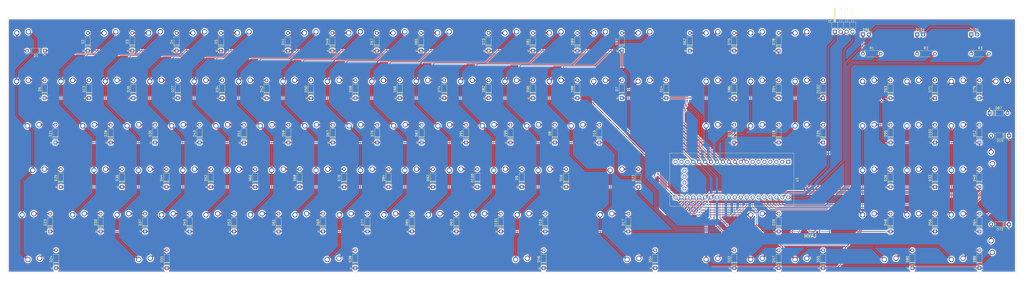
<source format=kicad_pcb>
(kicad_pcb (version 20171130) (host pcbnew 5.1.5+dfsg1-2build2)
  (layers (0 F.Cu signal) (31 B.Cu signal) (34 B.Paste user) (35 F.Paste user) (36 B.SilkS user) (37 F.SilkS user) (38 B.Mask user) (39 F.Mask user) (44 Edge.Cuts user))
  (net 0 "")
  (net 1 "Net-(D1-Pad2)")
  (net 2 Row1)
  (net 3 "Net-(D2-Pad2)")
  (net 4 "Net-(D3-Pad2)")
  (net 5 "Net-(D4-Pad2)")
  (net 6 "Net-(D5-Pad2)")
  (net 7 "Net-(D6-Pad2)")
  (net 8 Row2)
  (net 9 Row3)
  (net 10 "Net-(D7-Pad2)")
  (net 11 Row4)
  (net 12 "Net-(D8-Pad2)")
  (net 13 Row5)
  (net 14 "Net-(D9-Pad2)")
  (net 15 "Net-(D10-Pad2)")
  (net 16 Row6)
  (net 17 Row7)
  (net 18 "Net-(D11-Pad2)")
  (net 19 Row8)
  (net 20 "Net-(D12-Pad2)")
  (net 21 "Net-(D13-Pad2)")
  (net 22 "Net-(D14-Pad2)")
  (net 23 "Net-(D15-Pad2)")
  (net 24 "Net-(D16-Pad2)")
  (net 25 "Net-(D17-Pad2)")
  (net 26 "Net-(D18-Pad2)")
  (net 27 "Net-(D19-Pad2)")
  (net 28 "Net-(D20-Pad2)")
  (net 29 "Net-(D21-Pad2)")
  (net 30 "Net-(D22-Pad2)")
  (net 31 "Net-(D23-Pad2)")
  (net 32 "Net-(D24-Pad2)")
  (net 33 "Net-(D25-Pad2)")
  (net 34 "Net-(D26-Pad2)")
  (net 35 "Net-(D27-Pad2)")
  (net 36 "Net-(D28-Pad2)")
  (net 37 "Net-(D29-Pad2)")
  (net 38 "Net-(D30-Pad2)")
  (net 39 "Net-(D31-Pad2)")
  (net 40 "Net-(D32-Pad2)")
  (net 41 "Net-(D33-Pad2)")
  (net 42 "Net-(D34-Pad2)")
  (net 43 "Net-(D35-Pad2)")
  (net 44 "Net-(D36-Pad2)")
  (net 45 "Net-(D37-Pad2)")
  (net 46 "Net-(D38-Pad2)")
  (net 47 "Net-(D39-Pad2)")
  (net 48 "Net-(D40-Pad2)")
  (net 49 "Net-(D41-Pad2)")
  (net 50 "Net-(D42-Pad2)")
  (net 51 "Net-(D43-Pad2)")
  (net 52 "Net-(D44-Pad2)")
  (net 53 "Net-(D45-Pad2)")
  (net 54 "Net-(D46-Pad2)")
  (net 55 "Net-(D47-Pad2)")
  (net 56 "Net-(D48-Pad2)")
  (net 57 "Net-(D49-Pad2)")
  (net 58 "Net-(D50-Pad2)")
  (net 59 "Net-(D51-Pad2)")
  (net 60 "Net-(D52-Pad2)")
  (net 61 "Net-(D53-Pad2)")
  (net 62 "Net-(D54-Pad2)")
  (net 63 "Net-(D55-Pad2)")
  (net 64 "Net-(D56-Pad2)")
  (net 65 "Net-(D57-Pad2)")
  (net 66 "Net-(D58-Pad2)")
  (net 67 "Net-(D59-Pad2)")
  (net 68 "Net-(D60-Pad2)")
  (net 69 "Net-(D61-Pad2)")
  (net 70 "Net-(D62-Pad2)")
  (net 71 "Net-(D63-Pad2)")
  (net 72 "Net-(D64-Pad2)")
  (net 73 "Net-(D65-Pad2)")
  (net 74 "Net-(D66-Pad2)")
  (net 75 "Net-(D67-Pad2)")
  (net 76 "Net-(D68-Pad2)")
  (net 77 "Net-(D69-Pad2)")
  (net 78 "Net-(D70-Pad2)")
  (net 79 "Net-(D71-Pad2)")
  (net 80 "Net-(D72-Pad2)")
  (net 81 "Net-(D73-Pad2)")
  (net 82 "Net-(D74-Pad2)")
  (net 83 "Net-(D75-Pad2)")
  (net 84 "Net-(D76-Pad2)")
  (net 85 "Net-(D77-Pad2)")
  (net 86 "Net-(D78-Pad2)")
  (net 87 "Net-(D79-Pad2)")
  (net 88 "Net-(D80-Pad2)")
  (net 89 "Net-(D81-Pad2)")
  (net 90 "Net-(D82-Pad2)")
  (net 91 "Net-(D83-Pad2)")
  (net 92 "Net-(D84-Pad2)")
  (net 93 "Net-(D85-Pad2)")
  (net 94 "Net-(D86-Pad2)")
  (net 95 "Net-(D87-Pad2)")
  (net 96 "Net-(D88-Pad2)")
  (net 97 "Net-(D89-Pad2)")
  (net 98 "Net-(D90-Pad2)")
  (net 99 "Net-(D91-Pad2)")
  (net 100 "Net-(D92-Pad2)")
  (net 101 "Net-(D93-Pad2)")
  (net 102 "Net-(D94-Pad2)")
  (net 103 "Net-(D95-Pad2)")
  (net 104 "Net-(D97-Pad2)")
  (net 105 "Net-(D98-Pad2)")
  (net 106 "Net-(D99-Pad2)")
  (net 107 "Net-(D100-Pad2)")
  (net 108 "Net-(D101-Pad2)")
  (net 109 "Net-(D102-Pad2)")
  (net 110 "Net-(D103-Pad2)")
  (net 111 Col1)
  (net 112 Col2)
  (net 113 Col3)
  (net 114 Col4)
  (net 115 Col5)
  (net 116 Col6)
  (net 117 Col7)
  (net 118 Col8)
  (net 119 Col9)
  (net 120 Col10)
  (net 121 Col11)
  (net 122 Col12)
  (net 123 Col13)
  (net 124 "Net-(D96-Pad1)")
  (net 125 "Net-(D104-Pad1)")
  (net 126 "Net-(D105-Pad1)")
  (net 127 "Net-(U1-Pad1)")
  (net 128 "Net-(U1-Pad2)")
  (net 129 "Net-(U1-Pad3)")
  (net 130 "Net-(U1-Pad4)")
  (net 131 "Net-(U1-Pad5)")
  (net 132 "Net-(U1-Pad6)")
  (net 133 "Net-(U1-Pad42)")
  (net 134 "Net-(U1-Pad43)")
  (net 135 "Net-(U1-Pad41)")
  (net 136 "Net-(U1-Pad44)")
  (net 137 +3V3)
  (net 138 GND)
  (net 139 D+)
  (net 140 +5V)
  (net 141 D-)
  (net 142 NUM_LOCK)
  (net 143 CAPS_LOCK)
  (net 144 SCROLL_LOCK)
  (net 145 "Net-(U1-Pad18)")
  (net 146 "Net-(U1-Pad19)")
  (net 147 "Net-(U1-Pad20)")
  (net 148 "Net-(U1-Pad25)")
  (net 149 "Net-(U1-Pad21)")
  (module ntc-pcb:vicky_logo (layer F.Cu) (at 379.32 140.75)
    (fp_text reference G*** hide)
    (fp_text value HVAJ (at 0 5.08) (layer F.SilkS) (effects (font (size 1.524 1.524) (thickness 0.3))))
    (fp_poly (pts (xy 5.369456 -2.941943) (xy 5.394234 -2.919489) (xy 5.421245 -2.886904) (xy 5.447863 -2.848148) (xy 5.471463 -2.807179) (xy 5.489418 -2.767957) (xy 5.499105 -2.734441) (xy 5.500077 -2.723289) (xy 5.504578 -2.700373) (xy 5.511352 -2.68894) (xy 5.517726 -2.673455) (xy 5.521915 -2.645731) (xy 5.523878 -2.611499) (xy 5.523575 -2.576491) (xy 5.520966 -2.54644) (xy 5.516011 -2.527077) (xy 5.512509 -2.523141) (xy 5.501054 -2.510412) (xy 5.500077 -2.504762) (xy 5.494453 -2.492447) (xy 5.490308 -2.491153) (xy 5.481641 -2.483241) (xy 5.480539 -2.4765) (xy 5.476626 -2.464163) (xy 5.473212 -2.463003) (xy 5.450189 -2.4614) (xy 5.441491 -2.447811) (xy 5.441462 -2.446615) (xy 5.446031 -2.436386) (xy 5.450856 -2.437191) (xy 5.460043 -2.432657) (xy 5.473458 -2.414562) (xy 5.488421 -2.387619) (xy 5.502251 -2.356543) (xy 5.510649 -2.332045) (xy 5.513414 -2.302153) (xy 5.509036 -2.282921) (xy 5.506099 -2.264637) (xy 5.50552 -2.231713) (xy 5.507007 -2.188864) (xy 5.510263 -2.140807) (xy 5.514996 -2.092259) (xy 5.520911 -2.047936) (xy 5.525199 -2.023878) (xy 5.526846 -1.994715) (xy 5.521476 -1.970208) (xy 5.521447 -1.970147) (xy 5.513103 -1.948742) (xy 5.506741 -1.921146) (xy 5.502107 -1.884662) (xy 5.49895 -1.836594) (xy 5.497014 -1.774243) (xy 5.496081 -1.699846) (xy 5.495081 -1.640905) (xy 5.493058 -1.585987) (xy 5.49025 -1.539245) (xy 5.48689 -1.504833) (xy 5.484203 -1.489807) (xy 5.479021 -1.461695) (xy 5.474693 -1.421468) (xy 5.47196 -1.376551) (xy 5.471569 -1.363585) (xy 5.469656 -1.317537) (xy 5.466303 -1.272881) (xy 5.462148 -1.237637) (xy 5.461004 -1.230942) (xy 5.457983 -1.207056) (xy 5.454687 -1.167515) (xy 5.451364 -1.116197) (xy 5.448263 -1.056978) (xy 5.445633 -0.993735) (xy 5.445442 -0.988376) (xy 5.442922 -0.928731) (xy 5.4399 -0.876338) (xy 5.436613 -0.834107) (xy 5.433294 -0.804948) (xy 5.430179 -0.791772) (xy 5.429546 -0.791307) (xy 5.426021 -0.782159) (xy 5.424359 -0.757045) (xy 5.4247 -0.719463) (xy 5.425721 -0.696057) (xy 5.428017 -0.650806) (xy 5.429868 -0.609328) (xy 5.431 -0.577942) (xy 5.431211 -0.568161) (xy 5.435918 -0.544635) (xy 5.448651 -0.508252) (xy 5.467837 -0.46317) (xy 5.482916 -0.431392) (xy 5.534269 -0.327269) (xy 5.532013 -0.234461) (xy 5.530336 -0.186771) (xy 5.527821 -0.140035) (xy 5.524919 -0.102122) (xy 5.523859 -0.092096) (xy 5.521608 -0.05971) (xy 5.52574 -0.037728) (xy 5.53814 -0.017541) (xy 5.540986 -0.013943) (xy 5.572804 0.035498) (xy 5.59253 0.087512) (xy 5.597769 0.126533) (xy 5.601041 0.166902) (xy 5.610491 0.189971) (xy 5.625569 0.195196) (xy 5.645728 0.18203) (xy 5.649541 0.178011) (xy 5.660502 0.155122) (xy 5.661188 0.119679) (xy 5.661109 0.118881) (xy 5.661675 0.082326) (xy 5.66843 0.046289) (xy 5.670186 0.041004) (xy 5.679937 0.011947) (xy 5.69175 -0.026633) (xy 5.700899 -0.058615) (xy 5.711775 -0.093563) (xy 5.72296 -0.122288) (xy 5.731344 -0.137538) (xy 5.742003 -0.159811) (xy 5.744308 -0.175139) (xy 5.748199 -0.199779) (xy 5.757562 -0.227985) (xy 5.757612 -0.2281) (xy 5.767357 -0.257195) (xy 5.777446 -0.297401) (xy 5.786185 -0.340637) (xy 5.791882 -0.37882) (xy 5.793154 -0.397773) (xy 5.797015 -0.415601) (xy 5.807135 -0.445551) (xy 5.821319 -0.48213) (xy 5.837374 -0.519844) (xy 5.853105 -0.553201) (xy 5.861525 -0.568925) (xy 5.869833 -0.589467) (xy 5.871308 -0.59884) (xy 5.876722 -0.620758) (xy 5.890336 -0.650627) (xy 5.908206 -0.681092) (xy 5.926389 -0.704797) (xy 5.930029 -0.708364) (xy 5.951709 -0.732181) (xy 5.966343 -0.756172) (xy 5.97163 -0.775498) (xy 5.966413 -0.784935) (xy 5.962497 -0.793177) (xy 5.975472 -0.807682) (xy 5.990241 -0.825475) (xy 6.008536 -0.854886) (xy 6.026129 -0.889) (xy 6.051406 -0.938136) (xy 6.074769 -0.97344) (xy 6.094838 -0.99303) (xy 6.104893 -0.996461) (xy 6.115078 -1.003163) (xy 6.115539 -1.005904) (xy 6.121596 -1.017542) (xy 6.13766 -1.039701) (xy 6.16057 -1.068465) (xy 6.187166 -1.099921) (xy 6.214285 -1.130155) (xy 6.225147 -1.141626) (xy 6.245755 -1.160057) (xy 6.275082 -1.182959) (xy 6.296269 -1.198099) (xy 6.329816 -1.221182) (xy 6.370451 -1.249323) (xy 6.408615 -1.275898) (xy 6.445349 -1.30022) (xy 6.482048 -1.322321) (xy 6.511116 -1.337639) (xy 6.512496 -1.338263) (xy 6.540954 -1.35413) (xy 6.563166 -1.371999) (xy 6.567615 -1.377296) (xy 6.583197 -1.392184) (xy 6.59562 -1.395689) (xy 6.617197 -1.397383) (xy 6.646442 -1.406172) (xy 6.674482 -1.418751) (xy 6.692338 -1.431692) (xy 6.709959 -1.441898) (xy 6.734639 -1.446157) (xy 6.762999 -1.450955) (xy 6.784155 -1.46081) (xy 6.801921 -1.469214) (xy 6.809612 -1.464643) (xy 6.826664 -1.453472) (xy 6.85547 -1.449022) (xy 6.889424 -1.451339) (xy 6.921918 -1.460471) (xy 6.928997 -1.463802) (xy 6.956914 -1.475779) (xy 6.980096 -1.477241) (xy 7.000308 -1.472399) (xy 7.036455 -1.466819) (xy 7.066774 -1.473366) (xy 7.096468 -1.480421) (xy 7.133391 -1.484511) (xy 7.147374 -1.484923) (xy 7.177783 -1.486943) (xy 7.200446 -1.492081) (xy 7.20669 -1.495597) (xy 7.221838 -1.501246) (xy 7.237309 -1.495597) (xy 7.262176 -1.487572) (xy 7.28608 -1.484923) (xy 7.315122 -1.477067) (xy 7.330909 -1.4605) (xy 7.347174 -1.442904) (xy 7.362276 -1.436077) (xy 7.394645 -1.426655) (xy 7.426522 -1.399656) (xy 7.455864 -1.35698) (xy 7.463685 -1.341782) (xy 7.478429 -1.309748) (xy 7.488957 -1.284083) (xy 7.493 -1.27032) (xy 7.493 -1.27029) (xy 7.498433 -1.250224) (xy 7.512253 -1.221207) (xy 7.530742 -1.189624) (xy 7.550183 -1.161862) (xy 7.565945 -1.145) (xy 7.583263 -1.127311) (xy 7.590688 -1.11166) (xy 7.590692 -1.11138) (xy 7.593504 -1.09864) (xy 7.602691 -1.077687) (xy 7.619381 -1.046383) (xy 7.6447 -1.00259) (xy 7.672401 -0.956339) (xy 7.691033 -0.924411) (xy 7.702141 -0.899882) (xy 7.707546 -0.875548) (xy 7.709065 -0.844209) (xy 7.70876 -0.812365) (xy 7.70755 -0.771383) (xy 7.704093 -0.742522) (xy 7.69612 -0.718362) (xy 7.681358 -0.691485) (xy 7.66298 -0.662804) (xy 7.641227 -0.626405) (xy 7.623807 -0.591576) (xy 7.613904 -0.564819) (xy 7.613094 -0.560933) (xy 7.607198 -0.536821) (xy 7.600029 -0.522542) (xy 7.599145 -0.52184) (xy 7.591683 -0.508675) (xy 7.590588 -0.500096) (xy 7.586352 -0.484674) (xy 7.575036 -0.456536) (xy 7.558584 -0.420298) (xy 7.546626 -0.395725) (xy 7.528039 -0.357287) (xy 7.513358 -0.324633) (xy 7.504499 -0.302155) (xy 7.502769 -0.295163) (xy 7.496895 -0.282975) (xy 7.481417 -0.26022) (xy 7.459551 -0.231073) (xy 7.434513 -0.199711) (xy 7.40952 -0.170311) (xy 7.39192 -0.151216) (xy 7.380246 -0.137744) (xy 7.361089 -0.114214) (xy 7.341577 -0.089521) (xy 7.317041 -0.061981) (xy 7.292622 -0.040881) (xy 7.276375 -0.031911) (xy 7.259084 -0.02072) (xy 7.235156 0.002524) (xy 7.208279 0.033288) (xy 7.182142 0.067037) (xy 7.160432 0.099238) (xy 7.146839 0.125356) (xy 7.145604 0.128854) (xy 7.133824 0.151345) (xy 7.112779 0.179478) (xy 7.086534 0.209018) (xy 7.05915 0.235729) (xy 7.034689 0.255374) (xy 7.017214 0.263717) (xy 7.016222 0.26377) (xy 7.001031 0.272228) (xy 6.986866 0.293541) (xy 6.985993 0.29552) (xy 6.96914 0.323322) (xy 6.94134 0.357646) (xy 6.907442 0.393515) (xy 6.872295 0.425953) (xy 6.840747 0.449981) (xy 6.828852 0.456805) (xy 6.803657 0.47303) (xy 6.769622 0.50038) (xy 6.730678 0.535192) (xy 6.690756 0.573805) (xy 6.653789 0.612558) (xy 6.623708 0.647789) (xy 6.623539 0.648005) (xy 6.594189 0.680077) (xy 6.558902 0.711511) (xy 6.542942 0.723446) (xy 6.517739 0.741585) (xy 6.500578 0.755543) (xy 6.495787 0.761087) (xy 6.491976 0.808386) (xy 6.4968 0.841784) (xy 6.512997 0.865453) (xy 6.543304 0.883567) (xy 6.586274 0.898996) (xy 6.633085 0.916646) (xy 6.669048 0.936207) (xy 6.683264 0.94781) (xy 6.710486 0.967858) (xy 6.741646 0.980387) (xy 6.743338 0.980729) (xy 6.79994 0.998881) (xy 6.845705 1.031494) (xy 6.869087 1.058025) (xy 6.892219 1.087957) (xy 6.906725 1.104951) (xy 6.915968 1.1115) (xy 6.923309 1.110095) (xy 6.931142 1.104029) (xy 6.944733 1.097095) (xy 6.959209 1.103361) (xy 6.96819 1.110982) (xy 6.989497 1.1247) (xy 7.021522 1.139276) (xy 7.046282 1.148016) (xy 7.097794 1.170255) (xy 7.131464 1.198139) (xy 7.150617 1.217994) (xy 7.165181 1.229644) (xy 7.168614 1.230923) (xy 7.180295 1.237424) (xy 7.197956 1.253355) (xy 7.200663 1.256186) (xy 7.2249 1.276348) (xy 7.256366 1.295719) (xy 7.265842 1.30038) (xy 7.291973 1.315657) (xy 7.321912 1.338082) (xy 7.351392 1.363759) (xy 7.376146 1.388793) (xy 7.391905 1.409291) (xy 7.395308 1.418545) (xy 7.398628 1.437095) (xy 7.406987 1.466082) (xy 7.417981 1.497877) (xy 7.427964 1.522201) (xy 7.445832 1.54175) (xy 7.465891 1.550328) (xy 7.487631 1.557045) (xy 7.498664 1.564339) (xy 7.511472 1.570924) (xy 7.52763 1.572847) (xy 7.548986 1.579863) (xy 7.570748 1.602624) (xy 7.577092 1.611763) (xy 7.593677 1.633423) (xy 7.607028 1.644943) (xy 7.611341 1.645429) (xy 7.625662 1.647272) (xy 7.649113 1.661953) (xy 7.678845 1.686874) (xy 7.712013 1.719434) (xy 7.745771 1.757035) (xy 7.777033 1.796749) (xy 7.796384 1.820791) (xy 7.824188 1.852333) (xy 7.854959 1.885184) (xy 7.859985 1.890347) (xy 7.893264 1.927767) (xy 7.922619 1.969331) (xy 7.951822 2.020736) (xy 7.969292 2.05549) (xy 7.99234 2.100659) (xy 8.015526 2.142404) (xy 8.03598 2.175757) (xy 8.049519 2.194313) (xy 8.085899 2.241095) (xy 8.111307 2.285113) (xy 8.124092 2.323039) (xy 8.124432 2.34536) (xy 8.123336 2.369298) (xy 8.133055 2.380225) (xy 8.145919 2.391852) (xy 8.147539 2.39813) (xy 8.151519 2.413674) (xy 8.162705 2.444127) (xy 8.179967 2.486725) (xy 8.202172 2.538706) (xy 8.22819 2.597308) (xy 8.237448 2.617691) (xy 8.261869 2.688235) (xy 8.268053 2.734922) (xy 8.272088 2.771541) (xy 8.280387 2.802628) (xy 8.285693 2.813539) (xy 8.300088 2.841606) (xy 8.308208 2.869025) (xy 8.308641 2.889606) (xy 8.304525 2.896158) (xy 8.299728 2.909116) (xy 8.300751 2.933341) (xy 8.3065 2.961829) (xy 8.315878 2.987572) (xy 8.319948 2.994842) (xy 8.32921 3.015887) (xy 8.338518 3.047444) (xy 8.342852 3.067165) (xy 8.350869 3.102144) (xy 8.360248 3.133027) (xy 8.36499 3.144747) (xy 8.370736 3.16453) (xy 8.373012 3.194922) (xy 8.371943 3.239285) (xy 8.369847 3.272672) (xy 8.366809 3.319521) (xy 8.366101 3.352312) (xy 8.368313 3.376449) (xy 8.374037 3.397335) (xy 8.383863 3.420374) (xy 8.386634 3.426269) (xy 8.404988 3.467472) (xy 8.415051 3.499281) (xy 8.418138 3.529321) (xy 8.415558 3.565213) (xy 8.413395 3.581764) (xy 8.409575 3.61913) (xy 8.411115 3.643118) (xy 8.418404 3.659245) (xy 8.418906 3.659918) (xy 8.425134 3.679447) (xy 8.427867 3.714497) (xy 8.427217 3.761384) (xy 8.4233 3.816427) (xy 8.416226 3.875943) (xy 8.411296 3.907693) (xy 8.404438 3.9496) (xy 8.397016 3.996795) (xy 8.393422 4.020442) (xy 8.383606 4.067116) (xy 8.369988 4.106242) (xy 8.354349 4.133613) (xy 8.340969 4.144434) (xy 8.334491 4.153938) (xy 8.331225 4.178372) (xy 8.330932 4.219779) (xy 8.331152 4.228355) (xy 8.331204 4.269938) (xy 8.328746 4.297391) (xy 8.324023 4.308166) (xy 8.323543 4.308231) (xy 8.316937 4.316808) (xy 8.313686 4.337853) (xy 8.313615 4.341847) (xy 8.311232 4.366028) (xy 8.305413 4.380395) (xy 8.304598 4.381036) (xy 8.296484 4.393658) (xy 8.289102 4.41667) (xy 8.288752 4.418247) (xy 8.279532 4.448534) (xy 8.265816 4.481577) (xy 8.263577 4.48613) (xy 8.251395 4.519074) (xy 8.24537 4.552774) (xy 8.245231 4.557344) (xy 8.241324 4.584043) (xy 8.227214 4.60908) (xy 8.208596 4.630214) (xy 8.158106 4.683045) (xy 8.120834 4.723466) (xy 8.095853 4.752545) (xy 8.082236 4.77135) (xy 8.078902 4.779747) (xy 8.071235 4.791288) (xy 8.051607 4.808916) (xy 8.030078 4.824756) (xy 7.996196 4.852003) (xy 7.970291 4.884607) (xy 7.951298 4.919066) (xy 7.933387 4.952959) (xy 7.917031 4.97471) (xy 7.896356 4.990248) (xy 7.865795 5.005364) (xy 7.831484 5.023367) (xy 7.798138 5.045073) (xy 7.770116 5.06713) (xy 7.751778 5.086188) (xy 7.747 5.096672) (xy 7.743611 5.103271) (xy 7.731394 5.112198) (xy 7.70727 5.125336) (xy 7.670863 5.143267) (xy 7.647899 5.157406) (xy 7.633891 5.171683) (xy 7.633084 5.173376) (xy 7.620421 5.188154) (xy 7.596187 5.205743) (xy 7.567141 5.222186) (xy 7.540038 5.233526) (xy 7.525632 5.236308) (xy 7.506652 5.241984) (xy 7.480686 5.256371) (xy 7.467875 5.265344) (xy 7.434718 5.286757) (xy 7.408232 5.293746) (xy 7.383086 5.287305) (xy 7.374687 5.282712) (xy 7.364985 5.278624) (xy 7.354585 5.280047) (xy 7.340698 5.289003) (xy 7.320534 5.307515) (xy 7.291301 5.337605) (xy 7.274685 5.355206) (xy 7.239286 5.391074) (xy 7.207293 5.420204) (xy 7.182056 5.439704) (xy 7.1691 5.446398) (xy 7.143623 5.458317) (xy 7.120993 5.476481) (xy 7.101815 5.492835) (xy 7.085797 5.500059) (xy 7.085243 5.500077) (xy 7.070728 5.507031) (xy 7.051526 5.524313) (xy 7.046372 5.530133) (xy 7.022773 5.551587) (xy 7.002342 5.555285) (xy 7.002012 5.555201) (xy 6.983392 5.558112) (xy 6.957364 5.57575) (xy 6.938975 5.592345) (xy 6.90666 5.619389) (xy 6.883379 5.630078) (xy 6.877112 5.629796) (xy 6.85615 5.631591) (xy 6.836896 5.640751) (xy 6.809868 5.652841) (xy 6.788018 5.656385) (xy 6.766129 5.659842) (xy 6.755051 5.666757) (xy 6.741854 5.677806) (xy 6.722724 5.687527) (xy 6.700665 5.692296) (xy 6.663587 5.696061) (xy 6.615988 5.698718) (xy 6.562365 5.700164) (xy 6.507218 5.700294) (xy 6.455045 5.699004) (xy 6.410344 5.696192) (xy 6.398846 5.69501) (xy 6.332852 5.682121) (xy 6.262374 5.659653) (xy 6.196807 5.630898) (xy 6.166059 5.613481) (xy 6.137321 5.598217) (xy 6.111388 5.589118) (xy 6.102977 5.588) (xy 6.080808 5.582321) (xy 6.053862 5.5682) (xy 6.046871 5.563369) (xy 6.023732 5.549037) (xy 6.005904 5.542746) (xy 6.002215 5.543062) (xy 5.986418 5.543582) (xy 5.959977 5.539785) (xy 5.948222 5.537248) (xy 5.914235 5.530417) (xy 5.882745 5.526015) (xy 5.876192 5.525506) (xy 5.832767 5.515538) (xy 5.784677 5.491957) (xy 5.737463 5.457813) (xy 5.715 5.436795) (xy 5.681363 5.406707) (xy 5.64062 5.376358) (xy 5.612423 5.358644) (xy 5.573162 5.333134) (xy 5.53328 5.301899) (xy 5.509846 5.280129) (xy 5.481936 5.25557) (xy 5.445625 5.229507) (xy 5.405858 5.204843) (xy 5.367577 5.18448) (xy 5.335725 5.171321) (xy 5.318763 5.167923) (xy 5.305348 5.161371) (xy 5.281682 5.143662) (xy 5.25087 5.117723) (xy 5.216019 5.08648) (xy 5.180234 5.052857) (xy 5.14662 5.019781) (xy 5.118284 4.990175) (xy 5.098331 4.966967) (xy 5.089866 4.953081) (xy 5.089769 4.95222) (xy 5.083174 4.936363) (xy 5.067147 4.917328) (xy 5.047325 4.900196) (xy 5.029346 4.890048) (xy 5.020669 4.889942) (xy 5.015954 4.887633) (xy 5.017727 4.880056) (xy 5.01906 4.870027) (xy 5.008374 4.870736) (xy 4.999556 4.87386) (xy 4.968704 4.876872) (xy 4.955145 4.8716) (xy 4.895024 4.837571) (xy 4.849415 4.8108) (xy 4.815552 4.78942) (xy 4.790674 4.771561) (xy 4.772015 4.755354) (xy 4.756812 4.738931) (xy 4.75411 4.735661) (xy 4.69453 4.662025) (xy 4.646376 4.601427) (xy 4.608297 4.552122) (xy 4.578942 4.512365) (xy 4.559377 4.484077) (xy 4.531711 4.445351) (xy 4.503179 4.410384) (xy 4.476765 4.382362) (xy 4.455452 4.36447) (xy 4.442881 4.3597) (xy 4.432793 4.353232) (xy 4.42594 4.337539) (xy 4.413746 4.31708) (xy 4.392976 4.309991) (xy 4.368562 4.300142) (xy 4.339187 4.277829) (xy 4.327105 4.266029) (xy 4.301319 4.239119) (xy 4.268273 4.204716) (xy 4.234273 4.169385) (xy 4.227526 4.162382) (xy 4.181037 4.113317) (xy 4.147134 4.075299) (xy 4.124121 4.046042) (xy 4.110301 4.02326) (xy 4.103978 4.004668) (xy 4.103077 3.994691) (xy 4.097749 3.968838) (xy 4.079927 3.945161) (xy 4.046856 3.920379) (xy 4.034123 3.912577) (xy 3.996173 3.889714) (xy 3.972225 3.87384) (xy 3.959303 3.862272) (xy 3.954433 3.852325) (xy 3.954641 3.841317) (xy 3.954697 3.840921) (xy 3.95368 3.825827) (xy 3.942486 3.825775) (xy 3.932447 3.825842) (xy 3.928094 3.813133) (xy 3.927465 3.793949) (xy 3.924035 3.768755) (xy 3.914616 3.731476) (xy 3.90083 3.688022) (xy 3.89083 3.66064) (xy 3.872466 3.615166) (xy 3.858045 3.585289) (xy 3.845768 3.56793) (xy 3.833838 3.560009) (xy 3.831723 3.559381) (xy 3.812612 3.550207) (xy 3.799281 3.531873) (xy 3.79035 3.501111) (xy 3.784438 3.454652) (xy 3.783685 3.445599) (xy 3.775642 3.390833) (xy 3.761662 3.341123) (xy 3.755622 3.326423) (xy 3.741687 3.293982) (xy 3.730904 3.264969) (xy 3.727429 3.253154) (xy 3.722809 3.22463) (xy 3.718612 3.183181) (xy 3.715059 3.133698) (xy 3.71237 3.08107) (xy 3.710766 3.030187) (xy 3.710468 2.985939) (xy 3.711697 2.953216) (xy 3.713324 2.940858) (xy 3.716621 2.904541) (xy 3.708221 2.876988) (xy 3.700236 2.84279) (xy 3.709114 2.801998) (xy 3.719883 2.778678) (xy 3.732115 2.75213) (xy 3.746551 2.71631) (xy 3.759547 2.680588) (xy 3.765972 2.660173) (xy 3.778231 2.640529) (xy 3.790276 2.632867) (xy 3.802681 2.624419) (xy 3.804927 2.606484) (xy 3.803472 2.595268) (xy 3.804212 2.561693) (xy 3.813927 2.526131) (xy 3.824203 2.494301) (xy 3.829388 2.464076) (xy 3.829539 2.459677) (xy 3.8371 2.430536) (xy 3.861085 2.399077) (xy 3.863731 2.396393) (xy 3.885458 2.369816) (xy 3.897034 2.345558) (xy 3.897923 2.339044) (xy 3.903198 2.311834) (xy 3.917034 2.275136) (xy 3.936449 2.235223) (xy 3.958461 2.198371) (xy 3.975512 2.17579) (xy 3.99533 2.146615) (xy 4.008776 2.114958) (xy 4.0103 2.108541) (xy 4.018454 2.082905) (xy 4.034319 2.069347) (xy 4.047773 2.064592) (xy 4.069382 2.05423) (xy 4.087698 2.034085) (xy 4.104905 2.004012) (xy 4.118251 1.974144) (xy 4.125772 1.950118) (xy 4.126249 1.939457) (xy 4.12957 1.925911) (xy 4.142424 1.904881) (xy 4.160137 1.882295) (xy 4.178038 1.864082) (xy 4.191452 1.856173) (xy 4.1919 1.856154) (xy 4.206847 1.849589) (xy 4.22932 1.832752) (xy 4.253814 1.809932) (xy 4.260859 1.802423) (xy 4.286827 1.774483) (xy 4.313802 1.747317) (xy 4.344869 1.718071) (xy 4.383115 1.683888) (xy 4.431624 1.641914) (xy 4.466136 1.612486) (xy 4.492396 1.58612) (xy 4.519944 1.552363) (xy 4.533296 1.533189) (xy 4.566565 1.491965) (xy 4.604949 1.465959) (xy 4.606283 1.465343) (xy 4.638791 1.445386) (xy 4.6539 1.422404) (xy 4.654227 1.421177) (xy 4.667339 1.398755) (xy 4.691608 1.377734) (xy 4.694927 1.375689) (xy 4.724778 1.349875) (xy 4.735078 1.326516) (xy 4.747845 1.299815) (xy 4.763662 1.287232) (xy 4.780095 1.273131) (xy 4.799998 1.246639) (xy 4.817135 1.217248) (xy 4.840262 1.176277) (xy 4.867592 1.133404) (xy 4.885748 1.107906) (xy 4.907652 1.076726) (xy 4.919153 1.051595) (xy 4.923356 1.024439) (xy 4.923692 1.009229) (xy 4.921928 0.973879) (xy 4.917478 0.941866) (xy 4.915063 0.931977) (xy 4.906553 0.903899) (xy 4.896367 0.870097) (xy 4.894129 0.862645) (xy 4.88375 0.836362) (xy 4.872337 0.819188) (xy 4.868566 0.816547) (xy 4.859519 0.803149) (xy 4.855534 0.771521) (xy 4.855308 0.758243) (xy 4.854215 0.726326) (xy 4.848595 0.706052) (xy 4.834934 0.689554) (xy 4.818548 0.675913) (xy 4.794949 0.651836) (xy 4.767307 0.615245) (xy 4.739572 0.571454) (xy 4.735083 0.563589) (xy 4.712436 0.525835) (xy 4.690404 0.493534) (xy 4.672315 0.471385) (xy 4.665486 0.465381) (xy 4.645212 0.447059) (xy 4.6247 0.421205) (xy 4.621466 0.416196) (xy 4.592489 0.38346) (xy 4.557609 0.367556) (xy 4.546908 0.366383) (xy 4.526817 0.357984) (xy 4.501367 0.336834) (xy 4.47457 0.307325) (xy 4.45044 0.273851) (xy 4.433661 0.242421) (xy 4.399969 0.182047) (xy 4.354677 0.129179) (xy 4.307718 0.092808) (xy 4.284969 0.07328) (xy 4.258579 0.04174) (xy 4.235579 0.007613) (xy 4.214745 -0.025642) (xy 4.19948 -0.04533) (xy 4.185889 -0.054978) (xy 4.170076 -0.058113) (xy 4.16275 -0.058329) (xy 4.132425 -0.066192) (xy 4.103538 -0.085738) (xy 4.082013 -0.111654) (xy 4.073769 -0.138121) (xy 4.066546 -0.156371) (xy 4.047622 -0.181393) (xy 4.021114 -0.209397) (xy 3.991141 -0.236595) (xy 3.961821 -0.259199) (xy 3.93727 -0.273419) (xy 3.923707 -0.276189) (xy 3.902619 -0.280039) (xy 3.874126 -0.299169) (xy 3.859589 -0.311929) (xy 3.835589 -0.333085) (xy 3.817152 -0.347507) (xy 3.809488 -0.351692) (xy 3.801135 -0.359624) (xy 3.789485 -0.379205) (xy 3.787021 -0.384221) (xy 3.753947 -0.433212) (xy 3.708384 -0.471753) (xy 3.689395 -0.482205) (xy 3.66198 -0.498476) (xy 3.639891 -0.516832) (xy 3.639451 -0.517313) (xy 3.619653 -0.532357) (xy 3.603332 -0.537307) (xy 3.58827 -0.544803) (xy 3.585308 -0.558135) (xy 3.580281 -0.579845) (xy 3.567866 -0.606928) (xy 3.564635 -0.612412) (xy 3.552438 -0.636557) (xy 3.547779 -0.661487) (xy 3.549238 -0.695745) (xy 3.549819 -0.701489) (xy 3.558489 -0.776097) (xy 3.564227 -0.814284) (xy 3.750728 -0.814284) (xy 3.750855 -0.775399) (xy 3.752385 -0.74328) (xy 3.755457 -0.723184) (xy 3.755926 -0.721854) (xy 3.76892 -0.705504) (xy 3.785628 -0.693588) (xy 3.806419 -0.67496) (xy 3.818513 -0.653944) (xy 3.837559 -0.627391) (xy 3.870268 -0.606135) (xy 3.925786 -0.577968) (xy 3.968161 -0.553489) (xy 4.002392 -0.529126) (xy 4.033475 -0.501304) (xy 4.066406 -0.466448) (xy 4.067933 -0.464745) (xy 4.095268 -0.43356) (xy 4.116851 -0.407715) (xy 4.129861 -0.390656) (xy 4.132385 -0.385964) (xy 4.137844 -0.374153) (xy 4.150134 -0.356632) (xy 4.163545 -0.341994) (xy 4.172097 -0.342279) (xy 4.177709 -0.349643) (xy 4.185623 -0.358371) (xy 4.197132 -0.358662) (xy 4.218089 -0.350041) (xy 4.227097 -0.345643) (xy 4.259439 -0.326791) (xy 4.289475 -0.304875) (xy 4.294773 -0.300248) (xy 4.319038 -0.278407) (xy 4.349153 -0.251884) (xy 4.364404 -0.238654) (xy 4.387452 -0.215526) (xy 4.402528 -0.194127) (xy 4.405923 -0.183577) (xy 4.411236 -0.162993) (xy 4.423905 -0.141896) (xy 4.43903 -0.126883) (xy 4.450276 -0.123874) (xy 4.461378 -0.118754) (xy 4.479935 -0.102083) (xy 4.497067 -0.083135) (xy 4.518781 -0.059376) (xy 4.53697 -0.043355) (xy 4.545621 -0.039015) (xy 4.558805 -0.030782) (xy 4.572772 -0.011291) (xy 4.583317 0.011822) (xy 4.586235 0.030923) (xy 4.585564 0.033511) (xy 4.590364 0.047374) (xy 4.612441 0.065612) (xy 4.623797 0.072653) (xy 4.652333 0.092485) (xy 4.683972 0.119267) (xy 4.715004 0.1492) (xy 4.741723 0.178483) (xy 4.760419 0.203316) (xy 4.767385 0.2198) (xy 4.771408 0.230761) (xy 4.775848 0.230384) (xy 4.787234 0.231088) (xy 4.801547 0.246527) (xy 4.819508 0.277858) (xy 4.841838 0.326233) (xy 4.854621 0.356577) (xy 4.879498 0.416183) (xy 4.898718 0.459964) (xy 4.913618 0.490339) (xy 4.925536 0.509726) (xy 4.93581 0.520544) (xy 4.945777 0.525213) (xy 4.948115 0.525663) (xy 4.970364 0.537413) (xy 4.993942 0.562893) (xy 5.015395 0.596889) (xy 5.031271 0.634187) (xy 5.037334 0.660353) (xy 5.046978 0.701459) (xy 5.062631 0.729731) (xy 5.082484 0.742145) (xy 5.086399 0.742462) (xy 5.09898 0.746888) (xy 5.100401 0.749789) (xy 5.101591 0.763099) (xy 5.103655 0.788797) (xy 5.10494 0.805472) (xy 5.109616 0.837436) (xy 5.120635 0.861817) (xy 5.142305 0.887453) (xy 5.147459 0.892672) (xy 5.170232 0.914549) (xy 5.186108 0.924831) (xy 5.201832 0.92591) (xy 5.224152 0.920177) (xy 5.224651 0.920028) (xy 5.272036 0.909951) (xy 5.313958 0.912016) (xy 5.355783 0.924708) (xy 5.39727 0.944123) (xy 5.426904 0.967448) (xy 5.446636 0.998189) (xy 5.458413 1.039852) (xy 5.464187 1.095943) (xy 5.465204 1.121519) (xy 5.46787 1.215263) (xy 5.419424 1.265912) (xy 5.392426 1.292892) (xy 5.371346 1.308835) (xy 5.349268 1.317435) (xy 5.319276 1.322387) (xy 5.312132 1.323218) (xy 5.276929 1.328565) (xy 5.253139 1.337379) (xy 5.232641 1.353619) (xy 5.218086 1.369086) (xy 5.194994 1.392449) (xy 5.177329 1.40289) (xy 5.159381 1.403536) (xy 5.156226 1.402965) (xy 5.126009 1.404623) (xy 5.086503 1.417545) (xy 5.042277 1.43922) (xy 4.9979 1.467135) (xy 4.957939 1.498782) (xy 4.930724 1.526902) (xy 4.881456 1.584003) (xy 4.837408 1.629001) (xy 4.8 1.660635) (xy 4.770654 1.677642) (xy 4.758063 1.680308) (xy 4.73638 1.684746) (xy 4.715357 1.700448) (xy 4.6968 1.721827) (xy 4.67514 1.751695) (xy 4.65707 1.780819) (xy 4.651052 1.792654) (xy 4.636579 1.824303) (xy 4.626127 1.84223) (xy 4.616262 1.850768) (xy 4.603546 1.854255) (xy 4.602045 1.854484) (xy 4.581718 1.86622) (xy 4.559372 1.894126) (xy 4.554197 1.902609) (xy 4.531557 1.937618) (xy 4.505559 1.972542) (xy 4.496289 1.983617) (xy 4.47778 2.006506) (xy 4.466338 2.024214) (xy 4.464539 2.029499) (xy 4.457685 2.041213) (xy 4.440361 2.059505) (xy 4.430346 2.06849) (xy 4.409695 2.089461) (xy 4.397529 2.108257) (xy 4.396154 2.114001) (xy 4.388512 2.131238) (xy 4.3815 2.135929) (xy 4.370031 2.149026) (xy 4.366846 2.164472) (xy 4.35967 2.185227) (xy 4.336116 2.201966) (xy 4.33476 2.202617) (xy 4.311383 2.218672) (xy 4.293718 2.244447) (xy 4.283472 2.268229) (xy 4.258614 2.314747) (xy 4.228604 2.343827) (xy 4.202089 2.368941) (xy 4.177676 2.402681) (xy 4.159564 2.438136) (xy 4.151954 2.468396) (xy 4.151923 2.47001) (xy 4.146222 2.491418) (xy 4.13758 2.506383) (xy 4.126403 2.530828) (xy 4.122926 2.552212) (xy 4.120379 2.571724) (xy 4.115231 2.579077) (xy 4.104488 2.58773) (xy 4.094665 2.609285) (xy 4.087779 2.637137) (xy 4.085848 2.664679) (xy 4.086654 2.672644) (xy 4.087976 2.694746) (xy 4.084199 2.70579) (xy 4.083065 2.706077) (xy 4.072704 2.714554) (xy 4.058295 2.736863) (xy 4.042034 2.768322) (xy 4.026114 2.804249) (xy 4.01273 2.839961) (xy 4.004078 2.870777) (xy 4.002931 2.877039) (xy 3.999783 2.905589) (xy 3.996711 2.948128) (xy 3.99405 2.999108) (xy 3.992136 3.052979) (xy 3.992012 3.05777) (xy 3.988713 3.189654) (xy 4.020834 3.249776) (xy 4.037621 3.283194) (xy 4.056931 3.324742) (xy 4.077065 3.370363) (xy 4.096324 3.415994) (xy 4.113008 3.457579) (xy 4.125418 3.491055) (xy 4.131856 3.512365) (xy 4.132385 3.516289) (xy 4.138953 3.529683) (xy 4.15586 3.5507) (xy 4.171462 3.566902) (xy 4.198661 3.598633) (xy 4.210244 3.62517) (xy 4.210539 3.629259) (xy 4.214105 3.64762) (xy 4.220966 3.653693) (xy 4.226997 3.661235) (xy 4.22556 3.672074) (xy 4.227048 3.690302) (xy 4.236069 3.696727) (xy 4.247105 3.704501) (xy 4.246685 3.708726) (xy 4.246282 3.721727) (xy 4.256883 3.744054) (xy 4.275572 3.771323) (xy 4.299432 3.799148) (xy 4.319456 3.818161) (xy 4.337808 3.834908) (xy 4.367433 3.863312) (xy 4.405961 3.901038) (xy 4.451024 3.945754) (xy 4.500255 3.995127) (xy 4.542299 4.037682) (xy 4.615315 4.110768) (xy 4.677041 4.169981) (xy 4.728748 4.216417) (xy 4.771705 4.251172) (xy 4.80718 4.27534) (xy 4.833249 4.288733) (xy 4.847911 4.298868) (xy 4.871342 4.319502) (xy 4.900627 4.347585) (xy 4.932851 4.380067) (xy 4.965101 4.4139) (xy 4.994461 4.446032) (xy 5.018015 4.473415) (xy 5.032851 4.493) (xy 5.036409 4.501287) (xy 5.040683 4.514532) (xy 5.058352 4.526114) (xy 5.083463 4.539835) (xy 5.111011 4.559019) (xy 5.13595 4.579577) (xy 5.153233 4.597419) (xy 5.158154 4.606984) (xy 5.165969 4.618467) (xy 5.184779 4.631325) (xy 5.184937 4.631407) (xy 5.199977 4.642377) (xy 5.226219 4.664842) (xy 5.261081 4.696451) (xy 5.301979 4.734855) (xy 5.346329 4.777704) (xy 5.353233 4.784481) (xy 5.396399 4.826596) (xy 5.435 4.863594) (xy 5.466838 4.893423) (xy 5.489714 4.914028) (xy 5.50143 4.923357) (xy 5.502296 4.923693) (xy 5.508636 4.931809) (xy 5.509846 4.941389) (xy 5.516199 4.961113) (xy 5.529852 4.980559) (xy 5.547763 4.994948) (xy 5.5641 4.994189) (xy 5.568287 4.992171) (xy 5.58858 4.98424) (xy 5.608884 4.984775) (xy 5.634257 4.994991) (xy 5.669753 5.0161) (xy 5.670849 5.016801) (xy 5.706458 5.042989) (xy 5.723297 5.063978) (xy 5.724769 5.070838) (xy 5.732225 5.089187) (xy 5.741865 5.095497) (xy 5.763238 5.104141) (xy 5.783385 5.114414) (xy 5.809399 5.128774) (xy 5.838901 5.144615) (xy 5.840228 5.145315) (xy 5.86772 5.167382) (xy 5.877849 5.188418) (xy 5.885228 5.207114) (xy 5.8991 5.210135) (xy 5.901923 5.209489) (xy 5.923187 5.211849) (xy 5.939748 5.221705) (xy 5.964013 5.233982) (xy 5.988897 5.232817) (xy 6.019113 5.233792) (xy 6.053789 5.244562) (xy 6.084821 5.261718) (xy 6.103669 5.281055) (xy 6.117042 5.293005) (xy 6.14258 5.307755) (xy 6.166354 5.318566) (xy 6.201923 5.331173) (xy 6.232499 5.33611) (xy 6.268505 5.334699) (xy 6.281928 5.333235) (xy 6.324809 5.330563) (xy 6.358286 5.333116) (xy 6.368749 5.335994) (xy 6.396339 5.342675) (xy 6.428346 5.345033) (xy 6.429546 5.345005) (xy 6.457715 5.347921) (xy 6.475971 5.361269) (xy 6.481059 5.368304) (xy 6.493564 5.38294) (xy 6.510458 5.390224) (xy 6.538366 5.392535) (xy 6.54875 5.392616) (xy 6.599025 5.398233) (xy 6.63889 5.411765) (xy 6.66794 5.425491) (xy 6.684554 5.43021) (xy 6.693402 5.426353) (xy 6.698084 5.417236) (xy 6.709572 5.402985) (xy 6.73096 5.386042) (xy 6.736461 5.38249) (xy 6.761036 5.369831) (xy 6.778882 5.368751) (xy 6.790132 5.373354) (xy 6.815867 5.380085) (xy 6.8329 5.379005) (xy 6.860216 5.367192) (xy 6.885511 5.348421) (xy 6.902768 5.327876) (xy 6.906846 5.315279) (xy 6.914224 5.301405) (xy 6.933937 5.279379) (xy 6.962351 5.252311) (xy 6.995835 5.223312) (xy 7.030756 5.19549) (xy 7.063481 5.171955) (xy 7.090378 5.155818) (xy 7.096342 5.153059) (xy 7.118471 5.145345) (xy 7.130693 5.144061) (xy 7.131539 5.145197) (xy 7.137678 5.143776) (xy 7.15296 5.13179) (xy 7.158404 5.126822) (xy 7.181851 5.108862) (xy 7.214746 5.088554) (xy 7.251479 5.068806) (xy 7.286437 5.052522) (xy 7.314012 5.042609) (xy 7.324273 5.040923) (xy 7.33992 5.032679) (xy 7.359186 5.01076) (xy 7.368273 4.996962) (xy 7.390425 4.966907) (xy 7.409976 4.953529) (xy 7.414029 4.953) (xy 7.436391 4.944989) (xy 7.446434 4.924309) (xy 7.446029 4.913197) (xy 7.452123 4.898263) (xy 7.468397 4.886475) (xy 7.490982 4.869959) (xy 7.503399 4.85301) (xy 7.51814 4.837166) (xy 7.550263 4.81675) (xy 7.600376 4.791391) (xy 7.618044 4.783204) (xy 7.66565 4.760605) (xy 7.712315 4.736931) (xy 7.751856 4.715396) (xy 7.773079 4.702607) (xy 7.801129 4.685238) (xy 7.823069 4.673311) (xy 7.832819 4.669693) (xy 7.854899 4.660359) (xy 7.881022 4.632943) (xy 7.910513 4.588323) (xy 7.942699 4.527378) (xy 7.94393 4.524826) (xy 7.964897 4.482877) (xy 7.984269 4.44704) (xy 7.999807 4.421281) (xy 8.008876 4.409829) (xy 8.018785 4.392155) (xy 8.017125 4.381812) (xy 8.017603 4.360952) (xy 8.029182 4.334162) (xy 8.029284 4.333995) (xy 8.060343 4.27388) (xy 8.08353 4.210115) (xy 8.096613 4.149604) (xy 8.098692 4.119623) (xy 8.102712 4.057464) (xy 8.115884 3.997267) (xy 8.139879 3.93267) (xy 8.158057 3.893445) (xy 8.171767 3.862499) (xy 8.181139 3.835908) (xy 8.183478 3.825061) (xy 8.184944 3.806851) (xy 8.187417 3.774665) (xy 8.190477 3.73401) (xy 8.192117 3.711929) (xy 8.199009 3.618743) (xy 8.168389 3.588123) (xy 8.147053 3.561789) (xy 8.13857 3.53455) (xy 8.137769 3.518311) (xy 8.13497 3.484949) (xy 8.128115 3.45479) (xy 8.126955 3.451617) (xy 8.122618 3.429826) (xy 8.119641 3.39295) (xy 8.118005 3.345392) (xy 8.117689 3.291555) (xy 8.118672 3.235845) (xy 8.120934 3.182663) (xy 8.124454 3.136415) (xy 8.128582 3.104912) (xy 8.138361 3.049477) (xy 8.080878 2.990366) (xy 8.052914 2.961086) (xy 8.035612 2.939667) (xy 8.026001 2.91997) (xy 8.021114 2.895859) (xy 8.017981 2.861195) (xy 8.017903 2.860185) (xy 8.013448 2.820216) (xy 8.007076 2.78406) (xy 8.000254 2.759808) (xy 7.992285 2.735819) (xy 7.989993 2.718782) (xy 7.990021 2.718599) (xy 7.987084 2.702995) (xy 7.977408 2.678441) (xy 7.97321 2.669753) (xy 7.960397 2.636863) (xy 7.950201 2.597571) (xy 7.947682 2.582747) (xy 7.940928 2.549438) (xy 7.930512 2.530502) (xy 7.919585 2.522979) (xy 7.90073 2.504487) (xy 7.886795 2.470463) (xy 7.872974 2.437074) (xy 7.851282 2.402047) (xy 7.84047 2.388577) (xy 7.820596 2.362438) (xy 7.807978 2.338447) (xy 7.805623 2.328096) (xy 7.80212 2.308735) (xy 7.797013 2.301375) (xy 7.787388 2.286094) (xy 7.782709 2.260943) (xy 7.784075 2.235206) (xy 7.787866 2.224042) (xy 7.790177 2.214185) (xy 7.785567 2.201867) (xy 7.772008 2.184402) (xy 7.747471 2.159108) (xy 7.716132 2.129129) (xy 7.682709 2.098581) (xy 7.653659 2.073723) (xy 7.632309 2.057295) (xy 7.622442 2.051981) (xy 7.611224 2.043809) (xy 7.610231 2.038727) (xy 7.601868 2.019681) (xy 7.577532 1.992539) (xy 7.555256 1.972529) (xy 7.535132 1.953518) (xy 7.51628 1.933453) (xy 7.495319 1.912228) (xy 7.468298 1.888078) (xy 7.460107 1.881321) (xy 7.438958 1.862166) (xy 7.426257 1.846544) (xy 7.424615 1.841994) (xy 7.418045 1.830246) (xy 7.400793 1.809652) (xy 7.376549 1.784606) (xy 7.375769 1.783847) (xy 7.351348 1.758551) (xy 7.333833 1.737344) (xy 7.326928 1.724723) (xy 7.326923 1.724553) (xy 7.320268 1.709596) (xy 7.307385 1.694962) (xy 7.29327 1.684082) (xy 7.287846 1.683384) (xy 7.280743 1.682214) (xy 7.262783 1.672207) (xy 7.252291 1.66536) (xy 7.224588 1.650181) (xy 7.198932 1.641806) (xy 7.192924 1.641231) (xy 7.173245 1.636114) (xy 7.149692 1.619475) (xy 7.119928 1.58938) (xy 7.094968 1.560271) (xy 7.076092 1.542345) (xy 7.059193 1.533872) (xy 7.057766 1.53377) (xy 7.045353 1.527126) (xy 7.022685 1.509013) (xy 6.992931 1.482158) (xy 6.959263 1.449288) (xy 6.957567 1.447569) (xy 6.908235 1.399409) (xy 6.868697 1.365546) (xy 6.836946 1.344707) (xy 6.810969 1.335621) (xy 6.788758 1.337015) (xy 6.784942 1.338305) (xy 6.771881 1.340991) (xy 6.758117 1.336908) (xy 6.739858 1.323778) (xy 6.713315 1.299325) (xy 6.702481 1.288764) (xy 6.675446 1.261177) (xy 6.654851 1.238159) (xy 6.643978 1.22346) (xy 6.643077 1.220921) (xy 6.634774 1.213549) (xy 6.620482 1.211385) (xy 6.599623 1.20458) (xy 6.575601 1.187634) (xy 6.569344 1.181593) (xy 6.543279 1.160445) (xy 6.521506 1.156655) (xy 6.520802 1.156821) (xy 6.498871 1.153665) (xy 6.48968 1.14403) (xy 6.475555 1.131628) (xy 6.451519 1.118968) (xy 6.423328 1.108047) (xy 6.396741 1.100862) (xy 6.377514 1.099411) (xy 6.371466 1.103024) (xy 6.359952 1.111467) (xy 6.339657 1.113214) (xy 6.320238 1.108027) (xy 6.315318 1.104411) (xy 6.301178 1.098594) (xy 6.274042 1.093029) (xy 6.247422 1.089711) (xy 6.207469 1.085752) (xy 6.168615 1.081479) (xy 6.149731 1.079168) (xy 6.116057 1.077972) (xy 6.084826 1.081767) (xy 6.081346 1.082692) (xy 6.046608 1.085225) (xy 6.024161 1.07732) (xy 5.986245 1.063402) (xy 5.939339 1.056699) (xy 5.918055 1.05575) (xy 5.896948 1.050865) (xy 5.882294 1.035499) (xy 5.872486 1.006692) (xy 5.865918 0.961484) (xy 5.865706 0.95935) (xy 5.859989 0.9012) (xy 5.906362 0.869903) (xy 5.933804 0.852435) (xy 5.951691 0.845168) (xy 5.96605 0.846508) (xy 5.976543 0.851346) (xy 5.992346 0.85783) (xy 6.005242 0.854934) (xy 6.021521 0.840212) (xy 6.030448 0.830399) (xy 6.058623 0.805191) (xy 6.093424 0.782114) (xy 6.105733 0.775778) (xy 6.133929 0.75889) (xy 6.168939 0.732505) (xy 6.204385 0.70154) (xy 6.213824 0.692417) (xy 6.245418 0.6621) (xy 6.275114 0.635389) (xy 6.297947 0.616695) (xy 6.303535 0.612773) (xy 6.321311 0.59905) (xy 6.328364 0.588919) (xy 6.328286 0.588412) (xy 6.332107 0.572162) (xy 6.346978 0.54959) (xy 6.368265 0.526018) (xy 6.39133 0.506772) (xy 6.406529 0.498549) (xy 6.437251 0.479056) (xy 6.449414 0.458414) (xy 6.462037 0.4386) (xy 6.485816 0.413231) (xy 6.516104 0.386123) (xy 6.548254 0.361095) (xy 6.577618 0.341963) (xy 6.59955 0.332545) (xy 6.603125 0.332154) (xy 6.621146 0.324678) (xy 6.640459 0.306334) (xy 6.643077 0.302847) (xy 6.659828 0.283529) (xy 6.674121 0.273812) (xy 6.675952 0.273539) (xy 6.69143 0.265781) (xy 6.715113 0.244263) (xy 6.744574 0.211619) (xy 6.777388 0.170484) (xy 6.802136 0.136505) (xy 6.827873 0.101218) (xy 6.853701 0.068128) (xy 6.874345 0.043973) (xy 6.875643 0.042599) (xy 6.897681 0.015858) (xy 6.921206 -0.018112) (xy 6.931618 -0.03529) (xy 6.95505 -0.071733) (xy 6.982835 -0.108597) (xy 6.994452 -0.122115) (xy 7.019498 -0.152892) (xy 7.041791 -0.18575) (xy 7.049076 -0.198733) (xy 7.072642 -0.230619) (xy 7.104532 -0.254896) (xy 7.138835 -0.268045) (xy 7.165226 -0.267907) (xy 7.18972 -0.271291) (xy 7.218333 -0.290588) (xy 7.249482 -0.323025) (xy 7.28158 -0.365829) (xy 7.313044 -0.416227) (xy 7.342287 -0.471445) (xy 7.367725 -0.528709) (xy 7.387773 -0.585247) (xy 7.400846 -0.638285) (xy 7.405359 -0.685049) (xy 7.405314 -0.688003) (xy 7.403054 -0.722438) (xy 7.39867 -0.750716) (xy 7.394734 -0.763072) (xy 7.387873 -0.785554) (xy 7.385539 -0.809011) (xy 7.384105 -0.827127) (xy 7.37891 -0.848769) (xy 7.368618 -0.878021) (xy 7.351889 -0.918966) (xy 7.341715 -0.94273) (xy 7.329736 -0.971716) (xy 7.31653 -1.005359) (xy 7.314346 -1.011115) (xy 7.289847 -1.070093) (xy 7.261946 -1.127409) (xy 7.23352 -1.177628) (xy 7.207445 -1.215312) (xy 7.204229 -1.219182) (xy 7.183506 -1.241767) (xy 7.167638 -1.252068) (xy 7.149565 -1.25329) (xy 7.134293 -1.250917) (xy 7.103187 -1.243045) (xy 7.076633 -1.232928) (xy 7.074602 -1.231881) (xy 7.05256 -1.224421) (xy 7.03828 -1.224859) (xy 7.023246 -1.224885) (xy 7.019554 -1.221738) (xy 7.005924 -1.214351) (xy 6.976215 -1.206884) (xy 6.933876 -1.199829) (xy 6.882358 -1.193678) (xy 6.825111 -1.188922) (xy 6.770114 -1.186194) (xy 6.713858 -1.18344) (xy 6.675575 -1.179324) (xy 6.653735 -1.173637) (xy 6.647998 -1.169537) (xy 6.632486 -1.154551) (xy 6.606296 -1.134384) (xy 6.574301 -1.112223) (xy 6.541371 -1.091253) (xy 6.512377 -1.074661) (xy 6.492191 -1.065632) (xy 6.487937 -1.064846) (xy 6.469604 -1.057239) (xy 6.453453 -1.040389) (xy 6.434867 -1.019351) (xy 6.408513 -0.997354) (xy 6.401041 -0.992208) (xy 6.372813 -0.97129) (xy 6.338695 -0.942288) (xy 6.302247 -0.908693) (xy 6.267025 -0.873996) (xy 6.236588 -0.841689) (xy 6.214493 -0.815262) (xy 6.20475 -0.79958) (xy 6.199267 -0.77253) (xy 6.200517 -0.752667) (xy 6.198273 -0.729728) (xy 6.187263 -0.718301) (xy 6.17292 -0.702749) (xy 6.15491 -0.675854) (xy 6.140663 -0.650184) (xy 6.122003 -0.617669) (xy 6.102416 -0.590251) (xy 6.089777 -0.577077) (xy 6.070949 -0.552403) (xy 6.066692 -0.525755) (xy 6.062079 -0.495364) (xy 6.050643 -0.461646) (xy 6.047154 -0.454269) (xy 6.034978 -0.426553) (xy 6.028149 -0.403571) (xy 6.027615 -0.398472) (xy 6.021056 -0.379011) (xy 6.007577 -0.360961) (xy 5.992951 -0.336671) (xy 5.993806 -0.321179) (xy 5.995609 -0.302511) (xy 5.994633 -0.271096) (xy 5.991467 -0.231773) (xy 5.986702 -0.18938) (xy 5.980929 -0.148757) (xy 5.974738 -0.114743) (xy 5.968719 -0.092177) (xy 5.965103 -0.08589) (xy 5.954312 -0.070567) (xy 5.953477 -0.066351) (xy 5.950174 -0.042582) (xy 5.943029 -0.031452) (xy 5.931413 -0.026866) (xy 5.917387 -0.013695) (xy 5.907073 0.015405) (xy 5.901457 0.057016) (xy 5.900723 0.07948) (xy 5.89601 0.107144) (xy 5.886022 0.133211) (xy 5.875417 0.160945) (xy 5.871368 0.184922) (xy 5.865782 0.222004) (xy 5.851582 0.259679) (xy 5.832351 0.289256) (xy 5.82581 0.295515) (xy 5.813561 0.308725) (xy 5.807704 0.326615) (xy 5.806635 0.355465) (xy 5.807072 0.368785) (xy 5.80585 0.408443) (xy 5.799941 0.444659) (xy 5.795577 0.458357) (xy 5.787168 0.487793) (xy 5.790865 0.511555) (xy 5.792335 0.51499) (xy 5.798304 0.539674) (xy 5.80156 0.577542) (xy 5.802044 0.622416) (xy 5.799696 0.668124) (xy 5.794457 0.708489) (xy 5.794199 0.709841) (xy 5.7904 0.735324) (xy 5.792631 0.745701) (xy 5.79951 0.74543) (xy 5.807478 0.743054) (xy 5.810827 0.745377) (xy 5.808652 0.755091) (xy 5.800048 0.774891) (xy 5.784109 0.807467) (xy 5.767667 0.840181) (xy 5.747137 0.881798) (xy 5.734243 0.911896) (xy 5.727457 0.93621) (xy 5.72525 0.960477) (xy 5.726094 0.990432) (xy 5.726358 0.995214) (xy 5.730074 1.060971) (xy 5.67992 1.101986) (xy 5.653422 1.122861) (xy 5.632819 1.137632) (xy 5.622839 1.143) (xy 5.611149 1.149147) (xy 5.60063 1.158282) (xy 5.59041 1.166453) (xy 5.581416 1.166372) (xy 5.571635 1.155663) (xy 5.559054 1.131946) (xy 5.54166 1.092846) (xy 5.538005 1.084325) (xy 5.52018 1.038334) (xy 5.510332 0.999164) (xy 5.506293 0.956936) (xy 5.505827 0.937847) (xy 5.504206 0.896199) (xy 5.499385 0.866826) (xy 5.489649 0.842521) (xy 5.478841 0.824433) (xy 5.462034 0.793807) (xy 5.45651 0.767014) (xy 5.457956 0.745262) (xy 5.459937 0.719544) (xy 5.455291 0.70672) (xy 5.442557 0.700841) (xy 5.426088 0.69018) (xy 5.421923 0.679533) (xy 5.416782 0.659688) (xy 5.407017 0.640872) (xy 5.39648 0.620158) (xy 5.383205 0.587761) (xy 5.37012 0.55085) (xy 5.359632 0.516626) (xy 5.354018 0.489307) (xy 5.352768 0.461755) (xy 5.35537 0.42683) (xy 5.359028 0.395654) (xy 5.364046 0.347726) (xy 5.365015 0.311963) (xy 5.36176 0.281382) (xy 5.355476 0.254) (xy 5.347277 0.21103) (xy 5.343083 0.163827) (xy 5.342995 0.144245) (xy 5.342413 0.110834) (xy 5.336825 0.080407) (xy 5.324399 0.045694) (xy 5.310174 0.013932) (xy 5.294251 -0.020791) (xy 5.282159 -0.048531) (xy 5.275859 -0.064738) (xy 5.275384 -0.066813) (xy 5.268412 -0.076216) (xy 5.250761 -0.092612) (xy 5.240078 -0.10144) (xy 5.220484 -0.117962) (xy 5.210568 -0.131904) (xy 5.207998 -0.150175) (xy 5.210441 -0.179681) (xy 5.211246 -0.186832) (xy 5.212843 -0.217754) (xy 5.212716 -0.262702) (xy 5.210989 -0.316251) (xy 5.207784 -0.372974) (xy 5.206673 -0.388238) (xy 5.195627 -0.532423) (xy 5.164679 -0.556842) (xy 5.128117 -0.589012) (xy 5.092467 -0.626072) (xy 5.061842 -0.663222) (xy 5.040352 -0.695665) (xy 5.034119 -0.709179) (xy 5.019938 -0.740214) (xy 5.000986 -0.771483) (xy 4.999046 -0.774177) (xy 4.971541 -0.81771) (xy 4.9494 -0.864413) (xy 4.935186 -0.908055) (xy 4.93127 -0.939115) (xy 4.926795 -0.967842) (xy 4.914091 -0.992315) (xy 4.896884 -1.008266) (xy 4.8789 -1.011431) (xy 4.871517 -1.007521) (xy 4.860365 -1.00343) (xy 4.847235 -1.011925) (xy 4.831656 -1.03051) (xy 4.811604 -1.05164) (xy 4.792498 -1.063736) (xy 4.787002 -1.064846) (xy 4.768933 -1.068824) (xy 4.76328 -1.073353) (xy 4.750703 -1.081463) (xy 4.730953 -1.087663) (xy 4.708424 -1.097544) (xy 4.680299 -1.116502) (xy 4.6637 -1.130444) (xy 4.606821 -1.176071) (xy 4.550878 -1.205779) (xy 4.490443 -1.222122) (xy 4.461109 -1.225729) (xy 4.433898 -1.230486) (xy 4.414817 -1.238058) (xy 4.412751 -1.239725) (xy 4.395036 -1.248271) (xy 4.378888 -1.250461) (xy 4.362354 -1.247444) (xy 4.360784 -1.23512) (xy 4.36216 -1.230298) (xy 4.363489 -1.214732) (xy 4.355491 -1.212577) (xy 4.328302 -1.212413) (xy 4.294931 -1.205589) (xy 4.264028 -1.194497) (xy 4.244555 -1.181883) (xy 4.235801 -1.174259) (xy 4.223554 -1.169281) (xy 4.204199 -1.166564) (xy 4.174122 -1.16572) (xy 4.129709 -1.166366) (xy 4.105121 -1.167011) (xy 3.982255 -1.170448) (xy 3.925435 -1.130378) (xy 3.897441 -1.109534) (xy 3.877149 -1.092325) (xy 3.868662 -1.082251) (xy 3.868615 -1.081876) (xy 3.862344 -1.071126) (xy 3.845817 -1.050647) (xy 3.822461 -1.024657) (xy 3.819769 -1.021798) (xy 3.79576 -0.994565) (xy 3.778328 -0.971274) (xy 3.770972 -0.956639) (xy 3.770923 -0.955952) (xy 3.764905 -0.936707) (xy 3.761478 -0.932308) (xy 3.757379 -0.918945) (xy 3.754129 -0.891315) (xy 3.751865 -0.854675) (xy 3.750728 -0.814284) (xy 3.564227 -0.814284) (xy 3.567239 -0.834324) (xy 3.57667 -0.87932) (xy 3.587384 -0.914235) (xy 3.593041 -0.928077) (xy 3.606805 -0.964743) (xy 3.617348 -1.002953) (xy 3.619364 -1.013418) (xy 3.635067 -1.057993) (xy 3.654528 -1.085278) (xy 3.672092 -1.105589) (xy 3.682109 -1.120094) (xy 3.683 -1.122791) (xy 3.690421 -1.136104) (xy 3.707881 -1.152717) (xy 3.728177 -1.166743) (xy 3.743574 -1.172307) (xy 3.756741 -1.180522) (xy 3.77158 -1.200624) (xy 3.784101 -1.225797) (xy 3.790318 -1.249229) (xy 3.790462 -1.252426) (xy 3.796877 -1.271704) (xy 3.800137 -1.275767) (xy 3.806997 -1.290543) (xy 3.813594 -1.317279) (xy 3.816293 -1.333894) (xy 3.82205 -1.363331) (xy 3.829478 -1.384227) (xy 3.833483 -1.389523) (xy 3.849228 -1.393949) (xy 3.876173 -1.3966) (xy 3.888154 -1.39691) (xy 3.922886 -1.400771) (xy 3.954781 -1.410113) (xy 3.961423 -1.413308) (xy 3.988328 -1.424026) (xy 4.024298 -1.43333) (xy 4.044462 -1.436817) (xy 4.076216 -1.441136) (xy 4.12095 -1.447212) (xy 4.172284 -1.454178) (xy 4.215423 -1.460028) (xy 4.288092 -1.468196) (xy 4.359369 -1.473134) (xy 4.42529 -1.474791) (xy 4.481892 -1.473116) (xy 4.525211 -1.468057) (xy 4.540653 -1.464242) (xy 4.567116 -1.458748) (xy 4.587642 -1.459561) (xy 4.588548 -1.459875) (xy 4.614205 -1.460902) (xy 4.647264 -1.450356) (xy 4.681523 -1.430689) (xy 4.69969 -1.415894) (xy 4.721117 -1.398088) (xy 4.737945 -1.387909) (xy 4.741552 -1.387005) (xy 4.75433 -1.382219) (xy 4.779613 -1.369528) (xy 4.813178 -1.351124) (xy 4.83569 -1.338159) (xy 4.872782 -1.317305) (xy 4.904789 -1.300926) (xy 4.927236 -1.291229) (xy 4.934174 -1.289538) (xy 4.949744 -1.281685) (xy 4.962803 -1.265053) (xy 4.978352 -1.246048) (xy 5.004126 -1.223676) (xy 5.023069 -1.210304) (xy 5.048641 -1.192506) (xy 5.065768 -1.177928) (xy 5.070231 -1.171411) (xy 5.077966 -1.161282) (xy 5.097044 -1.146488) (xy 5.121274 -1.130987) (xy 5.144465 -1.118737) (xy 5.160427 -1.113693) (xy 5.160538 -1.113692) (xy 5.171322 -1.121842) (xy 5.185845 -1.142837) (xy 5.196273 -1.162544) (xy 5.20946 -1.194135) (xy 5.215143 -1.221852) (xy 5.214764 -1.255173) (xy 5.213113 -1.273409) (xy 5.210884 -1.318135) (xy 5.215509 -1.35252) (xy 5.222695 -1.373538) (xy 5.230234 -1.396163) (xy 5.234126 -1.422139) (xy 5.234725 -1.456652) (xy 5.232388 -1.504888) (xy 5.232049 -1.510026) (xy 5.230378 -1.557666) (xy 5.230513 -1.617572) (xy 5.23233 -1.682564) (xy 5.235702 -1.745466) (xy 5.236333 -1.754257) (xy 5.240825 -1.811374) (xy 5.244884 -1.852422) (xy 5.249197 -1.880835) (xy 5.254455 -1.900051) (xy 5.261345 -1.913505) (xy 5.270466 -1.924538) (xy 5.281019 -1.936762) (xy 5.287469 -1.949525) (xy 5.290469 -1.967336) (xy 5.290672 -1.994706) (xy 5.28873 -2.036144) (xy 5.288134 -2.046653) (xy 5.284749 -2.090407) (xy 5.280212 -2.128398) (xy 5.275239 -2.155318) (xy 5.272376 -2.163884) (xy 5.266949 -2.183437) (xy 5.262725 -2.215374) (xy 5.260718 -2.250189) (xy 5.258327 -2.286696) (xy 5.253521 -2.313046) (xy 5.247901 -2.323949) (xy 5.242834 -2.335584) (xy 5.239522 -2.363778) (xy 5.237895 -2.409528) (xy 5.23783 -2.46828) (xy 5.238073 -2.523677) (xy 5.237377 -2.562998) (xy 5.235365 -2.589697) (xy 5.231657 -2.607229) (xy 5.225875 -2.619046) (xy 5.220595 -2.625549) (xy 5.191126 -2.657934) (xy 5.17272 -2.680574) (xy 5.162805 -2.697719) (xy 5.158812 -2.713619) (xy 5.158154 -2.728798) (xy 5.155581 -2.759845) (xy 5.149379 -2.786496) (xy 5.149245 -2.786852) (xy 5.14475 -2.807813) (xy 5.146803 -2.819255) (xy 5.166451 -2.840359) (xy 5.193451 -2.862222) (xy 5.221558 -2.880482) (xy 5.244529 -2.890776) (xy 5.250473 -2.891692) (xy 5.272726 -2.898851) (xy 5.297354 -2.916941) (xy 5.30139 -2.921) (xy 5.323801 -2.939712) (xy 5.345086 -2.949761) (xy 5.349535 -2.950307) (xy 5.369456 -2.941943)) (layer F.Cu) (width 0.01))
    (fp_poly (pts (xy -5.415495 -5.482708) (xy -5.377431 -5.476743) (xy -5.353538 -5.472366) (xy -5.260731 -5.454489) (xy -5.262981 -5.391802) (xy -5.26555 -5.299939) (xy -5.266693 -5.210271) (xy -5.266472 -5.125551) (xy -5.264949 -5.048535) (xy -5.262185 -4.981977) (xy -5.258244 -4.928633) (xy -5.253186 -4.891258) (xy -5.251543 -4.883892) (xy -5.243321 -4.847515) (xy -5.237789 -4.814845) (xy -5.236308 -4.797531) (xy -5.233871 -4.775094) (xy -5.228981 -4.763257) (xy -5.225672 -4.757815) (xy -5.223059 -4.747156) (xy -5.220918 -4.728507) (xy -5.219028 -4.699092) (xy -5.217164 -4.656136) (xy -5.215106 -4.596864) (xy -5.214745 -4.585712) (xy -5.212173 -4.543176) (xy -5.207806 -4.508493) (xy -5.202343 -4.486611) (xy -5.200229 -4.482804) (xy -5.194057 -4.467581) (xy -5.194003 -4.44139) (xy -5.198144 -4.410476) (xy -5.203009 -4.37537) (xy -5.208347 -4.328117) (xy -5.213367 -4.276069) (xy -5.215965 -4.24473) (xy -5.220332 -4.196297) (xy -5.225565 -4.150947) (xy -5.230904 -4.114768) (xy -5.234287 -4.098192) (xy -5.241556 -4.066982) (xy -5.24995 -4.026624) (xy -5.255854 -3.995615) (xy -5.262864 -3.961553) (xy -5.26988 -3.934977) (xy -5.275008 -3.922346) (xy -5.28021 -3.906464) (xy -5.284451 -3.877007) (xy -5.287408 -3.839926) (xy -5.288758 -3.801174) (xy -5.288179 -3.766704) (xy -5.285348 -3.742467) (xy -5.28486 -3.74059) (xy -5.282646 -3.716212) (xy -5.295039 -3.697557) (xy -5.295809 -3.696852) (xy -5.310133 -3.678648) (xy -5.314462 -3.665466) (xy -5.321682 -3.648156) (xy -5.330758 -3.639045) (xy -5.340143 -3.629875) (xy -5.339412 -3.6189) (xy -5.327651 -3.599912) (xy -5.32431 -3.595188) (xy -5.310172 -3.571956) (xy -5.308105 -3.555781) (xy -5.312899 -3.545102) (xy -5.322249 -3.523874) (xy -5.324231 -3.51263) (xy -5.319398 -3.488561) (xy -5.307745 -3.465407) (xy -5.293544 -3.450552) (xy -5.287167 -3.448538) (xy -5.270485 -3.441435) (xy -5.247863 -3.423675) (xy -5.224601 -3.400584) (xy -5.205999 -3.377488) (xy -5.197356 -3.359712) (xy -5.197239 -3.358173) (xy -5.201839 -3.343676) (xy -5.207 -3.341077) (xy -5.21663 -3.336814) (xy -5.211656 -3.327012) (xy -5.195108 -3.316528) (xy -5.175997 -3.299915) (xy -5.167377 -3.282461) (xy -5.159077 -3.265105) (xy -5.149962 -3.26048) (xy -5.142699 -3.253029) (xy -5.139075 -3.226641) (xy -5.138615 -3.20601) (xy -5.137226 -3.171106) (xy -5.131631 -3.148633) (xy -5.119689 -3.13159) (xy -5.114192 -3.126153) (xy -5.097557 -3.107339) (xy -5.089837 -3.092324) (xy -5.089769 -3.091382) (xy -5.082829 -3.078575) (xy -5.066893 -3.064841) (xy -5.049288 -3.055244) (xy -5.037343 -3.054847) (xy -5.037158 -3.055021) (xy -5.032336 -3.068626) (xy -5.031154 -3.082657) (xy -5.026113 -3.112322) (xy -5.012252 -3.154239) (xy -4.991456 -3.204316) (xy -4.965617 -3.258464) (xy -4.936621 -3.312592) (xy -4.906358 -3.362609) (xy -4.892248 -3.383514) (xy -4.868836 -3.413648) (xy -4.837445 -3.449671) (xy -4.800803 -3.488919) (xy -4.761641 -3.528729) (xy -4.722687 -3.566437) (xy -4.686672 -3.599381) (xy -4.656324 -3.624897) (xy -4.634374 -3.640323) (xy -4.625576 -3.643691) (xy -4.60779 -3.648561) (xy -4.579294 -3.661178) (xy -4.545936 -3.678922) (xy -4.542537 -3.680889) (xy -4.484338 -3.713575) (xy -4.427306 -3.743285) (xy -4.374379 -3.7687) (xy -4.328495 -3.788498) (xy -4.29259 -3.801358) (xy -4.269602 -3.80596) (xy -4.265479 -3.80548) (xy -4.246053 -3.801979) (xy -4.213508 -3.798307) (xy -4.174247 -3.795165) (xy -4.166577 -3.794686) (xy -4.122807 -3.791002) (xy -4.080736 -3.785645) (xy -4.048907 -3.779721) (xy -4.046902 -3.779214) (xy -4.009168 -3.77336) (xy -3.968838 -3.772693) (xy -3.961421 -3.773337) (xy -3.931808 -3.77475) (xy -3.918632 -3.770052) (xy -3.917461 -3.76622) (xy -3.908086 -3.758207) (xy -3.881477 -3.749891) (xy -3.84175 -3.742277) (xy -3.763213 -3.728905) (xy -3.702064 -3.716048) (xy -3.656176 -3.703225) (xy -3.636166 -3.695802) (xy -3.612241 -3.688364) (xy -3.595717 -3.687705) (xy -3.594416 -3.688292) (xy -3.582953 -3.685519) (xy -3.559175 -3.673481) (xy -3.526727 -3.654186) (xy -3.494712 -3.633349) (xy -3.447308 -3.603071) (xy -3.395091 -3.572447) (xy -3.346244 -3.546181) (xy -3.324948 -3.53583) (xy -3.28232 -3.514851) (xy -3.25215 -3.495741) (xy -3.228429 -3.473991) (xy -3.206551 -3.446988) (xy -3.166835 -3.398347) (xy -3.116615 -3.344204) (xy -3.061321 -3.290364) (xy -3.052885 -3.282636) (xy -3.038682 -3.263478) (xy -3.023422 -3.233566) (xy -3.015145 -3.21262) (xy -2.984826 -3.154543) (xy -2.954087 -3.118991) (xy -2.931497 -3.096371) (xy -2.915969 -3.07925) (xy -2.911231 -3.072202) (xy -2.906182 -3.061871) (xy -2.89303 -3.040376) (xy -2.877038 -3.015995) (xy -2.859055 -2.987484) (xy -2.846669 -2.964394) (xy -2.842846 -2.953217) (xy -2.836485 -2.939316) (xy -2.820522 -2.918759) (xy -2.813055 -2.910736) (xy -2.794745 -2.890153) (xy -2.788477 -2.874276) (xy -2.791787 -2.85472) (xy -2.794285 -2.846865) (xy -2.79993 -2.821509) (xy -2.799456 -2.793838) (xy -2.792105 -2.759639) (xy -2.777116 -2.7147) (xy -2.764465 -2.681653) (xy -2.74948 -2.637619) (xy -2.737115 -2.590579) (xy -2.730626 -2.554653) (xy -2.725343 -2.521218) (xy -2.718759 -2.494967) (xy -2.713749 -2.483875) (xy -2.71038 -2.467882) (xy -2.721495 -2.444799) (xy -2.734797 -2.410545) (xy -2.736441 -2.384802) (xy -2.737439 -2.360556) (xy -2.743592 -2.345693) (xy -2.744452 -2.345049) (xy -2.751545 -2.332067) (xy -2.757225 -2.306756) (xy -2.758902 -2.291973) (xy -2.766111 -2.2545) (xy -2.779596 -2.226543) (xy -2.781478 -2.224265) (xy -2.793198 -2.207127) (xy -2.810687 -2.176732) (xy -2.83148 -2.137543) (xy -2.850891 -2.098628) (xy -2.876987 -2.047144) (xy -2.899183 -2.009709) (xy -2.920357 -1.982051) (xy -2.943387 -1.959893) (xy -2.945454 -1.958182) (xy -2.973196 -1.931455) (xy -3.004303 -1.89547) (xy -3.032239 -1.85781) (xy -3.033317 -1.856198) (xy -3.063139 -1.816527) (xy -3.098847 -1.7764) (xy -3.131927 -1.745196) (xy -3.165393 -1.715377) (xy -3.197662 -1.682904) (xy -3.218805 -1.658437) (xy -3.245177 -1.627493) (xy -3.277497 -1.593966) (xy -3.29597 -1.576621) (xy -3.322143 -1.551315) (xy -3.335889 -1.531269) (xy -3.340789 -1.510537) (xy -3.341077 -1.501723) (xy -3.343748 -1.477822) (xy -3.35031 -1.46421) (xy -3.351639 -1.463492) (xy -3.356102 -1.452868) (xy -3.349639 -1.427055) (xy -3.347471 -1.421159) (xy -3.338163 -1.390841) (xy -3.328586 -1.350515) (xy -3.321687 -1.313961) (xy -3.29655 -1.219086) (xy -3.253085 -1.129633) (xy -3.230535 -1.09554) (xy -3.201695 -1.039828) (xy -3.183651 -0.968891) (xy -3.176497 -0.883849) (xy -3.180324 -0.785824) (xy -3.195227 -0.675936) (xy -3.195557 -0.674077) (xy -3.206177 -0.615509) (xy -3.214617 -0.573031) (xy -3.222012 -0.543474) (xy -3.229492 -0.523673) (xy -3.23819 -0.51046) (xy -3.249239 -0.500668) (xy -3.260154 -0.493408) (xy -3.282758 -0.473497) (xy -3.303147 -0.442671) (xy -3.322358 -0.398659) (xy -3.341426 -0.339187) (xy -3.356522 -0.282004) (xy -3.36819 -0.238313) (xy -3.380023 -0.199819) (xy -3.390323 -0.171788) (xy -3.395274 -0.161852) (xy -3.402967 -0.143705) (xy -3.412915 -0.111126) (xy -3.423781 -0.068885) (xy -3.43333 -0.026116) (xy -3.443005 0.019087) (xy -3.451768 0.057391) (xy -3.458636 0.084662) (xy -3.462544 0.096644) (xy -3.461405 0.107515) (xy -3.458607 0.10907) (xy -3.456103 0.119571) (xy -3.460127 0.144461) (xy -3.468315 0.174275) (xy -3.478641 0.213424) (xy -3.485645 0.251493) (xy -3.487615 0.274724) (xy -3.490018 0.301793) (xy -3.499219 0.31611) (xy -3.509331 0.321278) (xy -3.523456 0.329877) (xy -3.528693 0.345668) (xy -3.528232 0.368287) (xy -3.533605 0.416072) (xy -3.54522 0.44542) (xy -3.558461 0.479535) (xy -3.567923 0.51932) (xy -3.569659 0.532423) (xy -3.577387 0.572794) (xy -3.591045 0.614187) (xy -3.596007 0.625231) (xy -3.610536 0.66362) (xy -3.620411 0.706016) (xy -3.621893 0.718039) (xy -3.628591 0.75754) (xy -3.6403 0.797319) (xy -3.644765 0.808298) (xy -3.656182 0.837606) (xy -3.662798 0.862368) (xy -3.663461 0.868896) (xy -3.667191 0.893394) (xy -3.672662 0.910521) (xy -3.678858 0.932703) (xy -3.684913 0.965628) (xy -3.688018 0.989135) (xy -3.693546 1.022151) (xy -3.700894 1.04164) (xy -3.705889 1.045308) (xy -3.715061 1.053558) (xy -3.729658 1.07562) (xy -3.747143 1.107463) (xy -3.755144 1.123627) (xy -3.788978 1.18904) (xy -3.826307 1.25234) (xy -3.865521 1.311597) (xy -3.905014 1.364878) (xy -3.943176 1.410251) (xy -3.9784 1.445784) (xy -4.009078 1.469545) (xy -4.033601 1.479603) (xy -4.048389 1.475948) (xy -4.063053 1.470168) (xy -4.068151 1.473967) (xy -4.080591 1.482892) (xy -4.104014 1.493028) (xy -4.11054 1.495249) (xy -4.134444 1.506189) (xy -4.164505 1.524206) (xy -4.195223 1.545438) (xy -4.221097 1.566023) (xy -4.236627 1.582101) (xy -4.238218 1.584891) (xy -4.249107 1.589663) (xy -4.272147 1.592238) (xy -4.279737 1.592385) (xy -4.303912 1.594047) (xy -4.317148 1.598189) (xy -4.318 1.599729) (xy -4.32588 1.608139) (xy -4.345984 1.621458) (xy -4.360876 1.629818) (xy -4.401883 1.646172) (xy -4.445171 1.650243) (xy -4.453765 1.64991) (xy -4.486978 1.650537) (xy -4.510176 1.655614) (xy -4.51542 1.658897) (xy -4.5351 1.669301) (xy -4.543847 1.670539) (xy -4.572106 1.675188) (xy -4.588975 1.687315) (xy -4.591538 1.695817) (xy -4.586548 1.710577) (xy -4.573536 1.735768) (xy -4.557346 1.762688) (xy -4.539711 1.791326) (xy -4.527285 1.813546) (xy -4.522932 1.823935) (xy -4.516627 1.834318) (xy -4.500104 1.854872) (xy -4.476612 1.88161) (xy -4.470286 1.888517) (xy -4.430883 1.939239) (xy -4.400467 1.994501) (xy -4.381623 2.048801) (xy -4.376615 2.08798) (xy -4.372068 2.113167) (xy -4.362069 2.129603) (xy -4.352401 2.143363) (xy -4.352876 2.150338) (xy -4.351039 2.158497) (xy -4.347884 2.159) (xy -4.339366 2.167141) (xy -4.337538 2.177747) (xy -4.336685 2.18851) (xy -4.333084 2.201506) (xy -4.325172 2.220459) (xy -4.311386 2.249092) (xy -4.290165 2.291126) (xy -4.288931 2.293548) (xy -4.279351 2.314674) (xy -4.273392 2.335915) (xy -4.27044 2.362296) (xy -4.269884 2.398845) (xy -4.270847 2.442006) (xy -4.272481 2.488924) (xy -4.274564 2.519897) (xy -4.277901 2.538515) (xy -4.283297 2.548368) (xy -4.291557 2.553046) (xy -4.296019 2.554318) (xy -4.314119 2.566376) (xy -4.318 2.583594) (xy -4.324688 2.607343) (xy -4.335096 2.620043) (xy -4.347674 2.638106) (xy -4.355158 2.664775) (xy -4.3554 2.667) (xy -4.360365 2.689662) (xy -4.3714 2.725151) (xy -4.386804 2.768368) (xy -4.402591 2.808654) (xy -4.420797 2.854528) (xy -4.436693 2.897139) (xy -4.448423 2.93136) (xy -4.453805 2.950343) (xy -4.463169 2.974963) (xy -4.481139 3.008061) (xy -4.504027 3.042929) (xy -4.506748 3.046668) (xy -4.528298 3.076952) (xy -4.54438 3.101477) (xy -4.552149 3.11585) (xy -4.552461 3.117268) (xy -4.558659 3.127664) (xy -4.575358 3.148847) (xy -4.599718 3.177331) (xy -4.618404 3.198207) (xy -4.650702 3.236573) (xy -4.687841 3.285195) (xy -4.724889 3.337409) (xy -4.752731 3.379801) (xy -4.783675 3.427425) (xy -4.816518 3.47504) (xy -4.847215 3.516935) (xy -4.870476 3.545975) (xy -4.900126 3.583224) (xy -4.929006 3.62442) (xy -4.949321 3.657938) (xy -4.96698 3.685375) (xy -4.994894 3.72239) (xy -5.029599 3.764649) (xy -5.067632 3.807816) (xy -5.078248 3.819306) (xy -5.113153 3.857361) (xy -5.142702 3.890914) (xy -5.164538 3.917183) (xy -5.176308 3.933388) (xy -5.177692 3.936693) (xy -5.184054 3.950747) (xy -5.199388 3.969352) (xy -5.1997 3.969666) (xy -5.22204 3.995086) (xy -5.238969 4.018017) (xy -5.259669 4.039342) (xy -5.28804 4.057426) (xy -5.292673 4.059497) (xy -5.317986 4.074016) (xy -5.349889 4.097789) (xy -5.381648 4.125779) (xy -5.382846 4.126941) (xy -5.415551 4.156092) (xy -5.449703 4.182295) (xy -5.477925 4.19989) (xy -5.477995 4.199925) (xy -5.504283 4.21397) (xy -5.541334 4.234945) (xy -5.583293 4.259498) (xy -5.608598 4.274681) (xy -5.650984 4.299808) (xy -5.692344 4.32334) (xy -5.726687 4.341914) (xy -5.741387 4.349257) (xy -5.771807 4.366961) (xy -5.80756 4.392634) (xy -5.836846 4.417146) (xy -5.864476 4.441704) (xy -5.884951 4.455873) (xy -5.905456 4.462529) (xy -5.93318 4.464549) (xy -5.955716 4.464731) (xy -6.000305 4.466772) (xy -6.052591 4.471936) (xy -6.100885 4.479044) (xy -6.177452 4.488398) (xy -6.266581 4.491733) (xy -6.362217 4.488964) (xy -6.427159 4.483627) (xy -6.465594 4.478667) (xy -6.49854 4.472756) (xy -6.51922 4.467124) (xy -6.519967 4.466801) (xy -6.536628 4.461726) (xy -6.568483 4.454061) (xy -6.611499 4.444708) (xy -6.661646 4.434565) (xy -6.682154 4.43061) (xy -6.736618 4.419353) (xy -6.787999 4.40711) (xy -6.831391 4.395161) (xy -6.861887 4.384786) (xy -6.867769 4.382181) (xy -6.921231 4.35494) (xy -6.962576 4.331581) (xy -6.989092 4.313655) (xy -6.992564 4.310688) (xy -7.012075 4.29915) (xy -7.032087 4.292245) (xy -7.055143 4.285006) (xy -7.068038 4.278602) (xy -7.082063 4.2735) (xy -7.109579 4.267152) (xy -7.144711 4.260907) (xy -7.145787 4.260741) (xy -7.18966 4.251074) (xy -7.23412 4.236673) (xy -7.263018 4.223898) (xy -7.311992 4.197927) (xy -7.347481 4.179981) (xy -7.373065 4.168571) (xy -7.392323 4.162209) (xy -7.408837 4.159406) (xy -7.419615 4.158793) (xy -7.442279 4.156714) (xy -7.453622 4.15286) (xy -7.453923 4.152094) (xy -7.461425 4.143706) (xy -7.479607 4.131201) (xy -7.480857 4.130457) (xy -7.504815 4.113745) (xy -7.532896 4.090734) (xy -7.542607 4.081946) (xy -7.578718 4.049205) (xy -7.605353 4.027965) (xy -7.626317 4.015396) (xy -7.638494 4.010601) (xy -7.655489 3.997108) (xy -7.659077 3.984488) (xy -7.665462 3.967394) (xy -7.682078 3.942533) (xy -7.701808 3.919204) (xy -7.760923 3.855502) (xy -7.808452 3.802789) (xy -7.846513 3.758123) (xy -7.87722 3.718563) (xy -7.90269 3.681169) (xy -7.925039 3.642999) (xy -7.946383 3.601112) (xy -7.968838 3.552567) (xy -7.974141 3.540694) (xy -8.002438 3.473805) (xy -8.021639 3.418369) (xy -8.032509 3.368966) (xy -8.035808 3.320181) (xy -8.032299 3.266594) (xy -8.022745 3.202787) (xy -8.022156 3.199423) (xy -8.015893 3.169124) (xy -7.752414 3.169124) (xy -7.750633 3.203598) (xy -7.7503 3.207335) (xy -7.739531 3.268835) (xy -7.717665 3.325385) (xy -7.682008 3.383541) (xy -7.672507 3.396583) (xy -7.654539 3.423136) (xy -7.640835 3.447534) (xy -7.639574 3.450314) (xy -7.628608 3.474107) (xy -7.621693 3.487616) (xy -7.600497 3.52832) (xy -7.584845 3.563271) (xy -7.576425 3.588415) (xy -7.575752 3.598062) (xy -7.570276 3.609863) (xy -7.551714 3.63038) (xy -7.522889 3.656989) (xy -7.486625 3.687065) (xy -7.450297 3.714682) (xy -7.426374 3.738737) (xy -7.408936 3.766986) (xy -7.394215 3.78944) (xy -7.368691 3.816926) (xy -7.339293 3.842414) (xy -7.30712 3.868411) (xy -7.277828 3.893977) (xy -7.258538 3.912776) (xy -7.239351 3.928736) (xy -7.209834 3.947958) (xy -7.175735 3.9673) (xy -7.1428 3.983621) (xy -7.116779 3.993778) (xy -7.107016 3.995608) (xy -7.093633 4.001679) (xy -7.074424 4.016428) (xy -7.072823 4.017874) (xy -7.033719 4.050958) (xy -7.002446 4.070386) (xy -6.975088 4.078111) (xy -6.953783 4.077245) (xy -6.909457 4.079657) (xy -6.887977 4.088077) (xy -6.860837 4.099231) (xy -6.823929 4.110882) (xy -6.7961 4.117969) (xy -6.753803 4.127754) (xy -6.71528 4.137467) (xy -6.673107 4.14907) (xy -6.619863 4.164527) (xy -6.618654 4.164883) (xy -6.597082 4.169939) (xy -6.570265 4.173439) (xy -6.535262 4.175492) (xy -6.489128 4.176209) (xy -6.428922 4.175701) (xy -6.364654 4.174391) (xy -6.303267 4.172769) (xy -6.248638 4.171019) (xy -6.203734 4.16926) (xy -6.171519 4.167613) (xy -6.154961 4.166199) (xy -6.153475 4.165829) (xy -6.141998 4.163759) (xy -6.114852 4.160698) (xy -6.075859 4.157028) (xy -6.028838 4.153132) (xy -6.018964 4.152371) (xy -5.965234 4.147405) (xy -5.91337 4.141068) (xy -5.869212 4.134167) (xy -5.838599 4.12751) (xy -5.838134 4.127376) (xy -5.773292 4.101736) (xy -5.708679 4.064268) (xy -5.651392 4.019558) (xy -5.61868 3.985479) (xy -5.568182 3.936209) (xy -5.520194 3.907209) (xy -5.486348 3.88834) (xy -5.456976 3.867051) (xy -5.442519 3.852714) (xy -5.421141 3.830621) (xy -5.398989 3.815295) (xy -5.397825 3.814771) (xy -5.378064 3.802149) (xy -5.348304 3.778154) (xy -5.311711 3.745853) (xy -5.271449 3.708313) (xy -5.23068 3.668602) (xy -5.19257 3.629787) (xy -5.160282 3.594936) (xy -5.13698 3.567115) (xy -5.127095 3.552304) (xy -5.107903 3.517555) (xy -5.085575 3.481253) (xy -5.080056 3.472962) (xy -5.059693 3.442642) (xy -5.0352 3.405567) (xy -5.018626 3.380154) (xy -4.99477 3.347587) (xy -4.962459 3.309026) (xy -4.92773 3.27158) (xy -4.91907 3.262923) (xy -4.887703 3.229748) (xy -4.860139 3.196274) (xy -4.840909 3.168157) (xy -4.83686 3.160347) (xy -4.822231 3.132745) (xy -4.807085 3.111682) (xy -4.803165 3.107862) (xy -4.789902 3.091453) (xy -4.786923 3.081591) (xy -4.780905 3.067723) (xy -4.765321 3.045048) (xy -4.748785 3.024662) (xy -4.72656 2.995072) (xy -4.703112 2.9576) (xy -4.681131 2.917387) (xy -4.66331 2.879572) (xy -4.652338 2.849297) (xy -4.650154 2.836263) (xy -4.64398 2.815655) (xy -4.636517 2.804539) (xy -4.624581 2.78721) (xy -4.608347 2.75887) (xy -4.590439 2.724758) (xy -4.57348 2.69011) (xy -4.560095 2.660163) (xy -4.552909 2.640156) (xy -4.552344 2.636554) (xy -4.54768 2.62063) (xy -4.535948 2.595313) (xy -4.527921 2.580522) (xy -4.510865 2.547836) (xy -4.505126 2.52592) (xy -4.510635 2.509668) (xy -4.526752 2.494411) (xy -4.543856 2.476002) (xy -4.563976 2.447072) (xy -4.577963 2.42277) (xy -4.594757 2.393053) (xy -4.60986 2.370442) (xy -4.618395 2.361188) (xy -4.634454 2.342806) (xy -4.653922 2.306448) (xy -4.676267 2.253274) (xy -4.700954 2.184444) (xy -4.704632 2.173428) (xy -4.727204 2.11201) (xy -4.754827 2.047539) (xy -4.786021 1.982518) (xy -4.819307 1.919453) (xy -4.853208 1.860846) (xy -4.886245 1.809201) (xy -4.916938 1.767022) (xy -4.94381 1.736813) (xy -4.965381 1.721078) (xy -4.972771 1.719385) (xy -4.988517 1.723648) (xy -4.992077 1.729461) (xy -5.000022 1.740779) (xy -5.009173 1.7456) (xy -5.037351 1.761512) (xy -5.056041 1.783317) (xy -5.060461 1.799053) (xy -5.063919 1.8141) (xy -5.068125 1.817077) (xy -5.07953 1.82446) (xy -5.09793 1.843451) (xy -5.119611 1.869316) (xy -5.140862 1.897318) (xy -5.157971 1.922722) (xy -5.167225 1.940792) (xy -5.167923 1.944386) (xy -5.174278 1.962592) (xy -5.190028 1.985442) (xy -5.194788 1.990807) (xy -5.218475 2.0164) (xy -5.245669 2.04618) (xy -5.254545 2.055994) (xy -5.27961 2.079802) (xy -5.31418 2.107648) (xy -5.350932 2.133648) (xy -5.352237 2.134497) (xy -5.389157 2.161512) (xy -5.424087 2.192238) (xy -5.449568 2.220102) (xy -5.449895 2.220539) (xy -5.476181 2.249897) (xy -5.501032 2.267281) (xy -5.50851 2.269764) (xy -5.535136 2.276652) (xy -5.569273 2.287526) (xy -5.606004 2.300538) (xy -5.64041 2.313845) (xy -5.667573 2.3256) (xy -5.682575 2.333959) (xy -5.684003 2.335611) (xy -5.697003 2.350767) (xy -5.722626 2.368679) (xy -5.7549 2.386106) (xy -5.78785 2.399808) (xy -5.814593 2.406452) (xy -5.845433 2.412504) (xy -5.889231 2.424603) (xy -5.940977 2.441124) (xy -5.995659 2.460446) (xy -6.048267 2.480943) (xy -6.060985 2.486264) (xy -6.090135 2.495286) (xy -6.1278 2.500315) (xy -6.177664 2.501633) (xy -6.237654 2.499802) (xy -6.259946 2.501322) (xy -6.295253 2.506555) (xy -6.337615 2.51455) (xy -6.359769 2.519328) (xy -6.450646 2.537195) (xy -6.527754 2.546311) (xy -6.594696 2.546866) (xy -6.655077 2.539046) (xy -6.670567 2.535561) (xy -6.709061 2.526929) (xy -6.736436 2.523737) (xy -6.760283 2.52579) (xy -6.787142 2.532586) (xy -6.820089 2.540397) (xy -6.841742 2.540125) (xy -6.853674 2.535213) (xy -6.875798 2.529351) (xy -6.915816 2.527706) (xy -6.965461 2.529667) (xy -7.014292 2.53139) (xy -7.063392 2.530948) (xy -7.104325 2.528481) (xy -7.114809 2.527216) (xy -7.171349 2.518999) (xy -7.266232 2.575429) (xy -7.307558 2.600932) (xy -7.345111 2.625769) (xy -7.374109 2.646682) (xy -7.387504 2.657971) (xy -7.408148 2.676448) (xy -7.424796 2.688125) (xy -7.426739 2.689012) (xy -7.440371 2.70066) (xy -7.453408 2.719768) (xy -7.469516 2.744626) (xy -7.495772 2.77732) (xy -7.533525 2.8194) (xy -7.584121 2.872413) (xy -7.602904 2.891593) (xy -7.631288 2.921397) (xy -7.653544 2.946596) (xy -7.666641 2.963658) (xy -7.668846 2.968411) (xy -7.674883 2.98332) (xy -7.681058 2.991278) (xy -7.697063 3.014323) (xy -7.714144 3.047592) (xy -7.728158 3.082479) (xy -7.733091 3.099381) (xy -7.740529 3.12091) (xy -7.748096 3.131716) (xy -7.751517 3.143387) (xy -7.752414 3.169124) (xy -8.015893 3.169124) (xy -8.00441 3.113582) (xy -7.983474 3.042735) (xy -7.957755 2.982402) (xy -7.925719 2.928189) (xy -7.905466 2.895378) (xy -7.889167 2.863714) (xy -7.882136 2.845592) (xy -7.869222 2.815219) (xy -7.850987 2.786977) (xy -7.831192 2.757906) (xy -7.815985 2.728058) (xy -7.805775 2.706928) (xy -7.797354 2.696532) (xy -7.79646 2.696308) (xy -7.788122 2.688549) (xy -7.7746 2.668834) (xy -7.766847 2.655692) (xy -7.749785 2.630378) (xy -7.723388 2.596908) (xy -7.692185 2.56089) (xy -7.677444 2.544989) (xy -7.654715 2.521449) (xy -7.634458 2.50207) (xy -7.613784 2.484985) (xy -7.589805 2.468327) (xy -7.559632 2.450232) (xy -7.520378 2.428831) (xy -7.469153 2.402258) (xy -7.409904 2.372113) (xy -7.380978 2.356311) (xy -7.359548 2.342508) (xy -7.351737 2.335478) (xy -7.337299 2.326117) (xy -7.330009 2.325077) (xy -7.315496 2.321029) (xy -7.287606 2.310033) (xy -7.250468 2.29381) (xy -7.211848 2.275828) (xy -7.135989 2.240982) (xy -7.071866 2.215165) (xy -7.014792 2.196818) (xy -6.960081 2.184383) (xy -6.917604 2.177977) (xy -6.86913 2.1719) (xy -6.816941 2.16519) (xy -6.777638 2.160008) (xy -6.71636 2.156097) (xy -6.667339 2.162038) (xy -6.632673 2.177467) (xy -6.622598 2.187053) (xy -6.598469 2.20334) (xy -6.558676 2.214531) (xy -6.50646 2.220468) (xy -6.44506 2.220995) (xy -6.377717 2.215954) (xy -6.307671 2.205188) (xy -6.296269 2.20289) (xy -6.250245 2.19523) (xy -6.196675 2.189126) (xy -6.149731 2.186026) (xy -6.071577 2.183423) (xy -6.062571 2.146971) (xy -6.060181 2.11259) (xy -6.07333 2.088442) (xy -6.102968 2.073468) (xy -6.133338 2.067951) (xy -6.207766 2.059751) (xy -6.26664 2.052472) (xy -6.313855 2.045146) (xy -6.353304 2.036805) (xy -6.388882 2.026481) (xy -6.424482 2.013206) (xy -6.463997 1.996011) (xy -6.511192 1.973989) (xy -6.564834 1.948623) (xy -6.626178 1.919632) (xy -6.685254 1.891726) (xy -6.709346 1.88035) (xy -6.763427 1.853209) (xy -6.804229 1.828432) (xy -6.837097 1.802476) (xy -6.858327 1.781625) (xy -6.882549 1.753867) (xy -6.90038 1.729367) (xy -6.908149 1.713201) (xy -6.908213 1.712643) (xy -6.909718 1.690914) (xy -6.911529 1.662028) (xy -6.911661 1.65981) (xy -6.918108 1.635622) (xy -6.932963 1.604936) (xy -6.95293 1.572603) (xy -6.974711 1.543474) (xy -6.99501 1.5224) (xy -7.01053 1.514231) (xy -7.010597 1.514231) (xy -7.022268 1.506185) (xy -7.024605 1.497135) (xy -7.03032 1.48079) (xy -7.044746 1.454746) (xy -7.063605 1.426308) (xy -7.10689 1.360551) (xy -7.135697 1.303647) (xy -7.151219 1.252784) (xy -7.154849 1.211385) (xy -7.153054 1.164322) (xy -7.14959 1.130314) (xy -7.144787 1.111719) (xy -7.14056 1.109274) (xy -7.137891 1.102702) (xy -7.137388 1.082081) (xy -7.138139 1.066818) (xy -7.141445 0.988137) (xy -7.141056 0.906504) (xy -7.137161 0.829617) (xy -7.130911 0.771509) (xy -7.125584 0.730162) (xy -7.124323 0.703432) (xy -7.127201 0.68681) (xy -7.132477 0.677831) (xy -7.140113 0.66349) (xy -7.131145 0.651763) (xy -7.129149 0.650271) (xy -7.121623 0.641295) (xy -7.116531 0.625056) (xy -7.115491 0.616273) (xy -6.928111 0.616273) (xy -6.92805 0.690664) (xy -6.920507 0.758122) (xy -6.908036 0.805962) (xy -6.894855 0.847916) (xy -6.88529 0.893439) (xy -6.878598 0.94741) (xy -6.874038 1.014705) (xy -6.873086 1.035539) (xy -6.862757 1.101615) (xy -6.83832 1.173855) (xy -6.801834 1.247453) (xy -6.755358 1.317602) (xy -6.748409 1.326573) (xy -6.725171 1.359548) (xy -6.69963 1.401167) (xy -6.678071 1.440962) (xy -6.656885 1.480187) (xy -6.633776 1.517815) (xy -6.613676 1.545826) (xy -6.613323 1.546251) (xy -6.572558 1.586024) (xy -6.519973 1.624318) (xy -6.462989 1.656261) (xy -6.418385 1.674234) (xy -6.381192 1.687392) (xy -6.345766 1.702174) (xy -6.330461 1.709681) (xy -6.280227 1.7349) (xy -6.229441 1.757085) (xy -6.182775 1.774457) (xy -6.144901 1.785234) (xy -6.125119 1.787919) (xy -6.100135 1.792052) (xy -6.086231 1.798284) (xy -6.070147 1.802086) (xy -6.038365 1.803831) (xy -5.994602 1.803658) (xy -5.942574 1.801708) (xy -5.885998 1.79812) (xy -5.82859 1.793033) (xy -5.774067 1.786589) (xy -5.773615 1.786527) (xy -5.699017 1.771833) (xy -5.637173 1.748452) (xy -5.583151 1.713513) (xy -5.532017 1.664143) (xy -5.502459 1.628683) (xy -5.47802 1.596417) (xy -5.464678 1.574885) (xy -5.460593 1.560176) (xy -5.463927 1.548381) (xy -5.464352 1.54763) (xy -5.471715 1.530358) (xy -5.482516 1.499465) (xy -5.494988 1.460165) (xy -5.501856 1.437072) (xy -5.521851 1.377178) (xy -5.541747 1.335309) (xy -5.554339 1.318292) (xy -5.571852 1.295317) (xy -5.575656 1.273623) (xy -5.573991 1.263169) (xy -5.572388 1.241484) (xy -5.573291 1.207601) (xy -5.576162 1.166826) (xy -5.580464 1.124465) (xy -5.58566 1.085824) (xy -5.591213 1.056208) (xy -5.596478 1.041063) (xy -5.600806 1.026769) (xy -5.604949 0.998665) (xy -5.608092 0.96247) (xy -5.60839 0.957385) (xy -5.609796 0.919207) (xy -5.610593 0.869916) (xy -5.61083 0.813196) (xy -5.610555 0.752733) (xy -5.609818 0.69221) (xy -5.608669 0.635313) (xy -5.607156 0.585726) (xy -5.605816 0.557386) (xy -5.399389 0.557386) (xy -5.397944 0.59302) (xy -5.388449 0.638478) (xy -5.372117 0.693616) (xy -5.363925 0.722731) (xy -5.357993 0.753745) (xy -5.353898 0.7908) (xy -5.351218 0.838036) (xy -5.34953 0.899595) (xy -5.349205 0.918308) (xy -5.34654 1.006417) (xy -5.341237 1.077279) (xy -5.332661 1.133084) (xy -5.320176 1.176021) (xy -5.303145 1.20828) (xy -5.280934 1.23205) (xy -5.253028 1.249461) (xy -5.226426 1.261547) (xy -5.207019 1.268929) (xy -5.202103 1.27) (xy -5.187397 1.262937) (xy -5.169012 1.24644) (xy -5.153773 1.227554) (xy -5.148385 1.214567) (xy -5.140538 1.203077) (xy -5.133854 1.201616) (xy -5.122612 1.193341) (xy -5.106339 1.171171) (xy -5.087886 1.139091) (xy -5.084848 1.133159) (xy -5.060182 1.090235) (xy -5.029795 1.045706) (xy -5.002806 1.012176) (xy -4.977889 0.983825) (xy -4.957632 0.95926) (xy -4.946281 0.943637) (xy -4.94608 0.943285) (xy -4.931609 0.932665) (xy -4.911509 0.937675) (xy -4.888723 0.956386) (xy -4.866195 0.986868) (xy -4.85857 1.000634) (xy -4.836366 1.062768) (xy -4.827132 1.132872) (xy -4.831369 1.203877) (xy -4.841215 1.246) (xy -4.858872 1.302136) (xy -4.833147 1.324263) (xy -4.80707 1.341351) (xy -4.77024 1.359266) (xy -4.730142 1.374963) (xy -4.694263 1.385397) (xy -4.676653 1.387918) (xy -4.649165 1.392113) (xy -4.6355 1.396295) (xy -4.611628 1.398731) (xy -4.591538 1.394392) (xy -4.564794 1.383847) (xy -4.547577 1.377021) (xy -4.526318 1.371235) (xy -4.495139 1.365588) (xy -4.480178 1.363571) (xy -4.449999 1.358618) (xy -4.427544 1.352462) (xy -4.421562 1.349456) (xy -4.409126 1.34186) (xy -4.383096 1.32733) (xy -4.347227 1.307924) (xy -4.305271 1.285698) (xy -4.303346 1.284689) (xy -4.259119 1.261111) (xy -4.218822 1.238914) (xy -4.186989 1.220637) (xy -4.168503 1.209072) (xy -4.134077 1.194398) (xy -4.112779 1.19394) (xy -4.091722 1.194195) (xy -4.08287 1.184344) (xy -4.081545 1.177982) (xy -4.069754 1.159265) (xy -4.041131 1.139942) (xy -4.034692 1.136718) (xy -3.975904 1.097788) (xy -3.92854 1.04326) (xy -3.892875 0.973579) (xy -3.869183 0.889191) (xy -3.864252 0.859693) (xy -3.857609 0.827841) (xy -3.84751 0.79484) (xy -3.836042 0.766116) (xy -3.825293 0.747098) (xy -3.819151 0.742462) (xy -3.814957 0.733556) (xy -3.810274 0.710181) (xy -3.8061 0.677349) (xy -3.806018 0.67652) (xy -3.797115 0.624783) (xy -3.782465 0.582747) (xy -3.77789 0.574205) (xy -3.761903 0.547587) (xy -3.740178 0.511768) (xy -3.717226 0.474183) (xy -3.715659 0.471628) (xy -3.68453 0.411839) (xy -3.663325 0.348016) (xy -3.65014 0.273867) (xy -3.647145 0.245185) (xy -3.64044 0.205856) (xy -3.628021 0.181601) (xy -3.622563 0.176336) (xy -3.607713 0.155604) (xy -3.601507 0.122123) (xy -3.601223 0.115954) (xy -3.595327 0.078102) (xy -3.582285 0.054198) (xy -3.569612 0.038206) (xy -3.572926 0.032253) (xy -3.591359 0.036499) (xy -3.61719 0.047728) (xy -3.644339 0.059895) (xy -3.664785 0.067318) (xy -3.670291 0.068385) (xy -3.680886 0.076538) (xy -3.685831 0.087923) (xy -3.69536 0.102249) (xy -3.717083 0.107319) (xy -3.723868 0.107462) (xy -3.756636 0.114523) (xy -3.796035 0.136577) (xy -3.806602 0.144097) (xy -3.838254 0.166765) (xy -3.868102 0.187136) (xy -3.884493 0.197606) (xy -3.908511 0.213479) (xy -3.939002 0.23548) (xy -3.956538 0.248856) (xy -3.978112 0.265316) (xy -3.997423 0.27836) (xy -4.018107 0.28959) (xy -4.043802 0.300608) (xy -4.078143 0.313016) (xy -4.124767 0.328413) (xy -4.170212 0.342961) (xy -4.296378 0.376623) (xy -4.412968 0.394044) (xy -4.521071 0.395354) (xy -4.56977 0.390368) (xy -4.614599 0.382742) (xy -4.642897 0.374551) (xy -4.657666 0.364839) (xy -4.659792 0.361707) (xy -4.665013 0.345249) (xy -4.663569 0.339056) (xy -4.668909 0.334634) (xy -4.688577 0.329428) (xy -4.703748 0.326779) (xy -4.736955 0.31741) (xy -4.765316 0.301831) (xy -4.783343 0.283626) (xy -4.786923 0.272446) (xy -4.795242 0.253799) (xy -4.817443 0.230251) (xy -4.849387 0.20446) (xy -4.886939 0.179084) (xy -4.925962 0.156779) (xy -4.96232 0.140204) (xy -4.991874 0.132015) (xy -5.00504 0.132334) (xy -5.033761 0.146571) (xy -5.059822 0.175145) (xy -5.084406 0.219774) (xy -5.108698 0.282176) (xy -5.109083 0.283308) (xy -5.125669 0.330962) (xy -5.138317 0.363299) (xy -5.14895 0.383639) (xy -5.159493 0.395304) (xy -5.171867 0.401615) (xy -5.178784 0.403655) (xy -5.193233 0.404378) (xy -5.193424 0.394941) (xy -5.195731 0.383326) (xy -5.206648 0.381) (xy -5.224276 0.38945) (xy -5.232054 0.402525) (xy -5.244361 0.427786) (xy -5.260123 0.443901) (xy -5.275239 0.448461) (xy -5.28561 0.439059) (xy -5.28688 0.434732) (xy -5.295456 0.427792) (xy -5.312643 0.433424) (xy -5.334744 0.449026) (xy -5.358064 0.471994) (xy -5.378677 0.499364) (xy -5.392921 0.527519) (xy -5.399389 0.557386) (xy -5.605816 0.557386) (xy -5.60533 0.547134) (xy -5.603239 0.52322) (xy -5.602525 0.519283) (xy -5.600488 0.505624) (xy -5.606171 0.499317) (xy -5.624033 0.498188) (xy -5.643754 0.499169) (xy -5.686739 0.496789) (xy -5.737905 0.486323) (xy -5.757548 0.48056) (xy -5.79442 0.469796) (xy -5.826846 0.462109) (xy -5.84784 0.459154) (xy -5.847914 0.459154) (xy -5.865775 0.455677) (xy -5.871308 0.449385) (xy -5.880085 0.443772) (xy -5.902492 0.44024) (xy -5.91934 0.439616) (xy -5.949243 0.43746) (xy -5.967874 0.431805) (xy -5.971142 0.428305) (xy -5.982413 0.421069) (xy -6.005038 0.418251) (xy -6.008591 0.418329) (xy -6.053305 0.415824) (xy -6.111048 0.406009) (xy -6.177123 0.389791) (xy -6.215168 0.378515) (xy -6.251797 0.365782) (xy -6.275878 0.352928) (xy -6.293906 0.335459) (xy -6.309611 0.313179) (xy -6.323984 0.292982) (xy -6.342929 0.270429) (xy -6.368518 0.243421) (xy -6.402823 0.209857) (xy -6.447915 0.167638) (xy -6.502265 0.117935) (xy -6.530002 0.098403) (xy -6.56567 0.080336) (xy -6.582251 0.074004) (xy -6.637133 0.045747) (xy -6.667081 0.018716) (xy -6.688674 -0.003565) (xy -6.703393 -0.012949) (xy -6.716325 -0.01199) (xy -6.722478 -0.009101) (xy -6.734329 0.003566) (xy -6.750957 0.028889) (xy -6.76953 0.061525) (xy -6.787219 0.096134) (xy -6.801193 0.127372) (xy -6.808621 0.1499) (xy -6.809154 0.154472) (xy -6.815856 0.167857) (xy -6.823308 0.175432) (xy -6.835588 0.19218) (xy -6.847477 0.218175) (xy -6.849152 0.223032) (xy -6.862081 0.253873) (xy -6.877799 0.280639) (xy -6.879098 0.282359) (xy -6.890629 0.303086) (xy -6.893423 0.328664) (xy -6.891312 0.351376) (xy -6.890498 0.393132) (xy -6.898927 0.443528) (xy -6.905933 0.470552) (xy -6.920726 0.540914) (xy -6.928111 0.616273) (xy -7.115491 0.616273) (xy -7.113327 0.598011) (xy -7.111468 0.556617) (xy -7.110912 0.531655) (xy -7.109446 0.486733) (xy -7.106986 0.448236) (xy -7.103904 0.420882) (xy -7.101306 0.410308) (xy -7.094634 0.393136) (xy -7.084235 0.361154) (xy -7.071332 0.318452) (xy -7.057147 0.26912) (xy -7.042904 0.21725) (xy -7.037629 0.197334) (xy -7.026503 0.161027) (xy -7.013543 0.127229) (xy -7.00741 0.114295) (xy -6.996965 0.091479) (xy -6.992935 0.076009) (xy -6.993098 0.0747) (xy -6.99218 0.055749) (xy -6.983365 0.037481) (xy -6.971202 0.029308) (xy -6.950983 0.020803) (xy -6.935282 0.000332) (xy -6.929076 -0.024538) (xy -6.930131 -0.033134) (xy -6.930869 -0.053579) (xy -6.919077 -0.063173) (xy -6.905459 -0.074911) (xy -6.889175 -0.098583) (xy -6.87968 -0.116669) (xy -6.860486 -0.151775) (xy -6.835185 -0.190674) (xy -6.818622 -0.212981) (xy -6.798464 -0.239492) (xy -6.792761 -0.247916) (xy -6.543433 -0.247916) (xy -6.539871 -0.223987) (xy -6.525831 -0.190211) (xy -6.503819 -0.151341) (xy -6.476339 -0.112133) (xy -6.463765 -0.096702) (xy -6.440606 -0.066904) (xy -6.420851 -0.036869) (xy -6.414295 -0.024717) (xy -6.400733 -0.002922) (xy -6.385578 0.003732) (xy -6.377035 0.002904) (xy -6.36016 0.00446) (xy -6.341086 0.017451) (xy -6.316876 0.043303) (xy -6.293673 0.067284) (xy -6.272691 0.083481) (xy -6.261279 0.087923) (xy -6.243312 0.092508) (xy -6.237933 0.097241) (xy -6.225828 0.103223) (xy -6.200284 0.109256) (xy -6.173638 0.113182) (xy -6.141706 0.11801) (xy -6.11838 0.123804) (xy -6.109859 0.128287) (xy -6.09782 0.133233) (xy -6.07308 0.13629) (xy -6.057056 0.13677) (xy -6.025196 0.138751) (xy -6.004998 0.146578) (xy -5.990026 0.16152) (xy -5.974713 0.176227) (xy -5.96469 0.176705) (xy -5.964318 0.176174) (xy -5.951802 0.17057) (xy -5.926252 0.166904) (xy -5.904617 0.166077) (xy -5.870542 0.16778) (xy -5.851772 0.173585) (xy -5.845172 0.181671) (xy -5.833157 0.192705) (xy -5.812936 0.192015) (xy -5.78746 0.191954) (xy -5.75506 0.198095) (xy -5.743771 0.201549) (xy -5.698003 0.211283) (xy -5.644986 0.209848) (xy -5.643885 0.209722) (xy -5.607472 0.207028) (xy -5.584497 0.209782) (xy -5.57036 0.217777) (xy -5.535874 0.236662) (xy -5.493247 0.243809) (xy -5.45003 0.239122) (xy -5.413774 0.222505) (xy -5.410372 0.219808) (xy -5.386603 0.203767) (xy -5.365344 0.195635) (xy -5.362333 0.195385) (xy -5.349681 0.193747) (xy -5.350452 0.185264) (xy -5.357783 0.17331) (xy -5.366625 0.149677) (xy -5.357231 0.132506) (xy -5.337152 0.122999) (xy -5.315677 0.10812) (xy -5.295736 0.081502) (xy -5.281724 0.050733) (xy -5.278035 0.023403) (xy -5.278344 0.021452) (xy -5.275974 -0.010074) (xy -5.2608 -0.04215) (xy -5.24257 -0.061603) (xy -5.235046 -0.070056) (xy -5.236674 -0.081085) (xy -5.249087 -0.099257) (xy -5.261409 -0.11432) (xy -5.28263 -0.136276) (xy -4.807832 -0.136276) (xy -4.760743 -0.115215) (xy -4.724056 -0.099439) (xy -4.681627 -0.082162) (xy -4.637773 -0.065023) (xy -4.596812 -0.049659) (xy -4.563063 -0.037706) (xy -4.540844 -0.030803) (xy -4.535365 -0.029755) (xy -4.524029 -0.035072) (xy -4.523154 -0.038418) (xy -4.531201 -0.0484) (xy -4.542193 -0.053572) (xy -4.560946 -0.067372) (xy -4.567274 -0.078653) (xy -4.577168 -0.094567) (xy -4.58487 -0.098439) (xy -4.620137 -0.105074) (xy -4.646175 -0.122482) (xy -4.656257 -0.133693) (xy -4.671483 -0.156387) (xy -4.678966 -0.175525) (xy -4.67911 -0.177243) (xy -4.688338 -0.194724) (xy -4.713977 -0.203926) (xy -4.732832 -0.205153) (xy -4.756176 -0.196195) (xy -4.781327 -0.171025) (xy -4.781564 -0.170715) (xy -4.807832 -0.136276) (xy -5.28263 -0.136276) (xy -5.282703 -0.136351) (xy -5.300724 -0.149067) (xy -5.308602 -0.150445) (xy -5.321281 -0.154947) (xy -5.333314 -0.174189) (xy -5.361305 -0.216938) (xy -5.406465 -0.253275) (xy -5.446346 -0.273646) (xy -5.4779 -0.287011) (xy -5.504645 -0.298334) (xy -5.514731 -0.302602) (xy -5.590821 -0.327514) (xy -5.678306 -0.343604) (xy -5.71569 -0.347288) (xy -5.760921 -0.351997) (xy -5.804986 -0.358836) (xy -5.839392 -0.366452) (xy -5.843461 -0.367661) (xy -5.866718 -0.373317) (xy -5.895709 -0.376856) (xy -5.933922 -0.378427) (xy -5.984848 -0.378181) (xy -6.04734 -0.376429) (xy -6.101223 -0.374295) (xy -6.148227 -0.371929) (xy -6.184889 -0.369544) (xy -6.207748 -0.367355) (xy -6.213579 -0.366131) (xy -6.227494 -0.365767) (xy -6.247467 -0.371247) (xy -6.264757 -0.375156) (xy -6.284814 -0.372637) (xy -6.313 -0.362504) (xy -6.338652 -0.351072) (xy -6.394014 -0.32559) (xy -6.435062 -0.307053) (xy -6.465137 -0.29403) (xy -6.487576 -0.28509) (xy -6.50572 -0.278801) (xy -6.511192 -0.277106) (xy -6.535576 -0.263274) (xy -6.543433 -0.247916) (xy -6.792761 -0.247916) (xy -6.784381 -0.260292) (xy -6.779677 -0.270052) (xy -6.773102 -0.281896) (xy -6.757332 -0.299433) (xy -6.755698 -0.301002) (xy -6.740764 -0.316706) (xy -6.737227 -0.329735) (xy -6.74394 -0.348747) (xy -6.748182 -0.357752) (xy -6.757325 -0.383405) (xy -6.75588 -0.397952) (xy -6.755065 -0.398673) (xy -6.75069 -0.410928) (xy -6.747194 -0.437734) (xy -6.745142 -0.474108) (xy -6.744868 -0.488461) (xy -6.742925 -0.553896) (xy -6.74211 -0.567585) (xy -6.554772 -0.567585) (xy -6.554537 -0.529824) (xy -6.553601 -0.505707) (xy -6.552179 -0.49823) (xy -6.542402 -0.504134) (xy -6.522639 -0.519481) (xy -6.501483 -0.537255) (xy -6.462055 -0.567203) (xy -6.428016 -0.582492) (xy -6.39435 -0.585) (xy -6.3798 -0.582833) (xy -6.351602 -0.583454) (xy -6.339887 -0.591453) (xy -6.322052 -0.600603) (xy -6.29216 -0.605093) (xy -6.257163 -0.604781) (xy -6.224013 -0.599526) (xy -6.208323 -0.594135) (xy -6.185078 -0.587715) (xy -6.159168 -0.59163) (xy -6.146806 -0.59579) (xy -6.109301 -0.607648) (xy -6.066373 -0.618389) (xy -6.022696 -0.627198) (xy -5.982944 -0.633265) (xy -5.951792 -0.635776) (xy -5.933915 -0.633918) (xy -5.932457 -0.633049) (xy -5.916399 -0.629242) (xy -5.895667 -0.639027) (xy -5.88195 -0.646789) (xy -5.86833 -0.649416) (xy -5.849532 -0.64644) (xy -5.82028 -0.637392) (xy -5.800417 -0.63056) (xy -5.766263 -0.617611) (xy -5.740214 -0.605718) (xy -5.727078 -0.597121) (xy -5.726446 -0.596069) (xy -5.715581 -0.591544) (xy -5.688581 -0.588206) (xy -5.648831 -0.586388) (xy -5.625778 -0.586153) (xy -5.563147 -0.583903) (xy -5.516476 -0.576545) (xy -5.482644 -0.563169) (xy -5.458529 -0.542865) (xy -5.45308 -0.535797) (xy -5.435553 -0.518749) (xy -5.410695 -0.502369) (xy -5.409481 -0.501733) (xy -5.382352 -0.483667) (xy -5.360519 -0.462712) (xy -5.351028 -0.45198) (xy -5.340305 -0.445048) (xy -5.325161 -0.441903) (xy -5.302406 -0.442535) (xy -5.26885 -0.446934) (xy -5.221305 -0.455088) (xy -5.182967 -0.462105) (xy -5.066126 -0.483682) (xy -5.058162 -0.517821) (xy -5.052852 -0.550974) (xy -5.050164 -0.588022) (xy -5.050088 -0.59348) (xy -5.047724 -0.619743) (xy -5.041758 -0.633914) (xy -5.039171 -0.635) (xy -5.033737 -0.642988) (xy -5.031887 -0.667743) (xy -5.033542 -0.710447) (xy -5.033856 -0.715159) (xy -5.035823 -0.76165) (xy -5.033856 -0.794073) (xy -5.027509 -0.817588) (xy -5.024463 -0.824107) (xy -5.01614 -0.84921) (xy -5.009606 -0.885234) (xy -5.006712 -0.917351) (xy -5.00356 -0.955606) (xy -4.998264 -0.98984) (xy -4.993078 -1.009309) (xy -4.984256 -1.047092) (xy -4.981655 -1.093848) (xy -4.9849 -1.142036) (xy -4.993621 -1.184114) (xy -4.994344 -1.185835) (xy -4.749313 -1.185835) (xy -4.745044 -1.146226) (xy -4.729918 -1.09161) (xy -4.725822 -1.0795) (xy -4.712549 -1.02848) (xy -4.707467 -0.979759) (xy -4.707602 -0.971493) (xy -4.706353 -0.934756) (xy -4.69745 -0.908363) (xy -4.688663 -0.895381) (xy -4.676474 -0.874195) (xy -4.667697 -0.843942) (xy -4.661142 -0.800074) (xy -4.659432 -0.783579) (xy -4.651676 -0.718335) (xy -4.640961 -0.660119) (xy -4.625088 -0.597363) (xy -4.62193 -0.586153) (xy -4.611145 -0.567529) (xy -4.595931 -0.564977) (xy -4.56632 -0.567293) (xy -4.528232 -0.566812) (xy -4.489714 -0.563996) (xy -4.458812 -0.559307) (xy -4.449092 -0.556545) (xy -4.432037 -0.544369) (xy -4.431578 -0.532735) (xy -4.430708 -0.519912) (xy -4.424834 -0.517769) (xy -4.408491 -0.511684) (xy -4.393884 -0.501061) (xy -4.378392 -0.490574) (xy -4.368819 -0.495147) (xy -4.367785 -0.496712) (xy -4.35884 -0.503091) (xy -4.341707 -0.500815) (xy -4.319632 -0.492859) (xy -4.293337 -0.483394) (xy -4.275645 -0.482212) (xy -4.257289 -0.489691) (xy -4.246551 -0.495862) (xy -4.224892 -0.507559) (xy -4.209304 -0.509834) (xy -4.190255 -0.502798) (xy -4.178069 -0.496651) (xy -4.153398 -0.480642) (xy -4.143229 -0.463131) (xy -4.142154 -0.451865) (xy -4.142154 -0.425504) (xy -4.121569 -0.446089) (xy -4.10782 -0.457798) (xy -4.093475 -0.461988) (xy -4.071612 -0.459519) (xy -4.050742 -0.454905) (xy -4.00407 -0.441826) (xy -3.974493 -0.427839) (xy -3.959574 -0.411442) (xy -3.956538 -0.396824) (xy -3.949526 -0.373194) (xy -3.937 -0.356577) (xy -3.922283 -0.33847) (xy -3.917461 -0.324979) (xy -3.911894 -0.315776) (xy -3.892829 -0.316504) (xy -3.88971 -0.317158) (xy -3.862318 -0.317166) (xy -3.849437 -0.308165) (xy -3.83737 -0.296645) (xy -3.824921 -0.295284) (xy -3.807377 -0.30527) (xy -3.783475 -0.324827) (xy -3.761445 -0.344587) (xy -3.746554 -0.359524) (xy -3.743244 -0.363903) (xy -3.732063 -0.370023) (xy -3.721263 -0.37123) (xy -3.705827 -0.374889) (xy -3.702538 -0.379628) (xy -3.695983 -0.39086) (xy -3.679469 -0.409301) (xy -3.670788 -0.417749) (xy -3.623887 -0.46058) (xy -3.58778 -0.490858) (xy -3.560041 -0.510414) (xy -3.538242 -0.52108) (xy -3.531162 -0.523148) (xy -3.507325 -0.532162) (xy -3.47437 -0.548683) (xy -3.439097 -0.568889) (xy -3.408307 -0.588958) (xy -3.39337 -0.600603) (xy -3.379739 -0.611829) (xy -3.3565 -0.630183) (xy -3.33767 -0.644769) (xy -3.301258 -0.678197) (xy -3.282437 -0.710615) (xy -3.27979 -0.745535) (xy -3.286346 -0.772044) (xy -3.29362 -0.799108) (xy -3.2914 -0.812267) (xy -3.288512 -0.814121) (xy -3.283144 -0.821698) (xy -3.289468 -0.830797) (xy -3.300364 -0.837871) (xy -3.307373 -0.82775) (xy -3.317555 -0.816102) (xy -3.329481 -0.819725) (xy -3.338671 -0.835372) (xy -3.341077 -0.85218) (xy -3.345399 -0.874248) (xy -3.356918 -0.907488) (xy -3.373462 -0.945923) (xy -3.380154 -0.959727) (xy -3.397631 -0.995896) (xy -3.411073 -1.026092) (xy -3.418439 -1.045628) (xy -3.419231 -1.049565) (xy -3.425159 -1.063266) (xy -3.440303 -1.085316) (xy -3.451909 -1.099722) (xy -3.482103 -1.138155) (xy -3.499569 -1.168732) (xy -3.506675 -1.196002) (xy -3.507154 -1.205857) (xy -3.511872 -1.225751) (xy -3.524855 -1.230923) (xy -3.540435 -1.238196) (xy -3.559827 -1.255575) (xy -3.576814 -1.276396) (xy -3.585178 -1.293997) (xy -3.585308 -1.2957) (xy -3.592239 -1.310498) (xy -3.607703 -1.325169) (xy -3.623702 -1.332865) (xy -3.628301 -1.332519) (xy -3.641824 -1.334742) (xy -3.667719 -1.344586) (xy -3.701287 -1.360169) (xy -3.715394 -1.367371) (xy -3.752674 -1.385459) (xy -3.786139 -1.399171) (xy -3.810121 -1.406264) (xy -3.814972 -1.406769) (xy -3.834549 -1.41188) (xy -3.839308 -1.421423) (xy -3.847142 -1.432306) (xy -3.86519 -1.436) (xy -3.885268 -1.431896) (xy -3.894779 -1.425544) (xy -3.911495 -1.418858) (xy -3.933368 -1.418217) (xy -3.955906 -1.425798) (xy -3.964545 -1.443403) (xy -3.97188 -1.459962) (xy -3.991016 -1.4653) (xy -3.995496 -1.465384) (xy -4.025349 -1.462779) (xy -4.044886 -1.456035) (xy -4.049768 -1.446757) (xy -4.049148 -1.445525) (xy -4.052266 -1.437101) (xy -4.066688 -1.430639) (xy -4.084192 -1.42875) (xy -4.093648 -1.431402) (xy -4.108959 -1.431487) (xy -4.11716 -1.426781) (xy -4.129753 -1.422496) (xy -4.143986 -1.433378) (xy -4.148835 -1.439254) (xy -4.168218 -1.453879) (xy -4.199894 -1.468352) (xy -4.237261 -1.480661) (xy -4.273718 -1.488797) (xy -4.302665 -1.49075) (xy -4.311914 -1.488917) (xy -4.32521 -1.488164) (xy -4.327769 -1.49235) (xy -4.336395 -1.497464) (xy -4.358056 -1.498985) (xy -4.368429 -1.498421) (xy -4.390751 -1.498126) (xy -4.411598 -1.502825) (xy -4.436206 -1.514582) (xy -4.469809 -1.535463) (xy -4.480903 -1.542799) (xy -4.515443 -1.565364) (xy -4.537491 -1.57803) (xy -4.550573 -1.582087) (xy -4.558214 -1.578824) (xy -4.562358 -1.572608) (xy -4.570058 -1.548393) (xy -4.572 -1.530016) (xy -4.577335 -1.507644) (xy -4.590896 -1.478476) (xy -4.600037 -1.463432) (xy -4.619893 -1.430002) (xy -4.636858 -1.395326) (xy -4.641498 -1.383622) (xy -4.655721 -1.354582) (xy -4.67358 -1.331439) (xy -4.676961 -1.328485) (xy -4.692971 -1.313143) (xy -4.699 -1.302409) (xy -4.703331 -1.288582) (xy -4.71421 -1.264393) (xy -4.728463 -1.236429) (xy -4.742847 -1.21139) (xy -4.749313 -1.185835) (xy -4.994344 -1.185835) (xy -5.002782 -1.205892) (xy -5.018334 -1.228212) (xy -5.032533 -1.236144) (xy -5.046744 -1.234699) (xy -5.064595 -1.233596) (xy -5.070231 -1.23875) (xy -5.078226 -1.247723) (xy -5.099502 -1.262887) (xy -5.129997 -1.281439) (xy -5.141058 -1.287643) (xy -5.182921 -1.3116) (xy -5.225879 -1.337682) (xy -5.260953 -1.360431) (xy -5.262326 -1.361375) (xy -5.29082 -1.380036) (xy -5.308288 -1.388076) (xy -5.319076 -1.386931) (xy -5.32458 -1.381925) (xy -5.339882 -1.36981) (xy -5.347408 -1.367687) (xy -5.359148 -1.360635) (xy -5.378188 -1.342739) (xy -5.400231 -1.318878) (xy -5.420982 -1.293932) (xy -5.436143 -1.272782) (xy -5.441461 -1.26086) (xy -5.449568 -1.252194) (xy -5.459518 -1.250461) (xy -5.473091 -1.243635) (xy -5.494787 -1.226041) (xy -5.520325 -1.202007) (xy -5.545421 -1.175859) (xy -5.565794 -1.151926) (xy -5.577162 -1.134534) (xy -5.578231 -1.130496) (xy -5.586513 -1.123035) (xy -5.608716 -1.109951) (xy -5.64087 -1.093484) (xy -5.659669 -1.084574) (xy -5.708847 -1.060377) (xy -5.759706 -1.032847) (xy -5.807707 -1.004679) (xy -5.848308 -0.978569) (xy -5.876968 -0.957212) (xy -5.882179 -0.952504) (xy -5.911482 -0.934862) (xy -5.954367 -0.922974) (xy -6.005349 -0.918324) (xy -6.008613 -0.918307) (xy -6.03901 -0.920777) (xy -6.063379 -0.930402) (xy -6.087438 -0.950502) (xy -6.111925 -0.978317) (xy -6.147891 -1.010311) (xy -6.187573 -1.024995) (xy -6.199021 -1.025769) (xy -6.215724 -1.028855) (xy -6.218115 -1.035538) (xy -6.220911 -1.043891) (xy -6.240645 -1.047782) (xy -6.261454 -1.047629) (xy -6.281508 -1.053109) (xy -6.307157 -1.068161) (xy -6.332611 -1.088226) (xy -6.352079 -1.108742) (xy -6.359769 -1.125054) (xy -6.360802 -1.13815) (xy -6.367332 -1.139321) (xy -6.384506 -1.129068) (xy -6.386635 -1.127678) (xy -6.417579 -1.105058) (xy -6.433625 -1.086409) (xy -6.437923 -1.069396) (xy -6.443902 -1.05135) (xy -6.458554 -1.028597) (xy -6.461159 -1.025398) (xy -6.475962 -1.003222) (xy -6.494272 -0.969314) (xy -6.512626 -0.930195) (xy -6.516379 -0.92141) (xy -6.527892 -0.893236) (xy -6.536349 -0.869297) (xy -6.542326 -0.845671) (xy -6.546399 -0.818434) (xy -6.549145 -0.783664) (xy -6.55114 -0.737438) (xy -6.55296 -0.675833) (xy -6.553074 -0.671634) (xy -6.55429 -0.615889) (xy -6.554772 -0.567585) (xy -6.74211 -0.567585) (xy -6.738569 -0.626997) (xy -6.732304 -0.702482) (xy -6.724638 -0.775071) (xy -6.716074 -0.839481) (xy -6.707121 -0.890432) (xy -6.705767 -0.896624) (xy -6.694394 -0.937374) (xy -6.680155 -0.975405) (xy -6.666373 -1.002077) (xy -6.651353 -1.030942) (xy -6.643438 -1.059282) (xy -6.643077 -1.064794) (xy -6.638901 -1.087899) (xy -6.629832 -1.100995) (xy -6.617805 -1.114305) (xy -6.603598 -1.138257) (xy -6.598972 -1.147884) (xy -6.581051 -1.179269) (xy -6.55656 -1.2125) (xy -6.546276 -1.224198) (xy -6.526464 -1.246309) (xy -6.519027 -1.259168) (xy -6.522299 -1.267112) (xy -6.528288 -1.271088) (xy -6.543432 -1.288204) (xy -6.541357 -1.306195) (xy -6.250609 -1.306195) (xy -6.238619 -1.295035) (xy -6.210991 -1.288314) (xy -6.204257 -1.287676) (xy -6.176502 -1.280428) (xy -6.166642 -1.267808) (xy -6.158812 -1.25318) (xy -6.153476 -1.250461) (xy -6.145712 -1.242581) (xy -6.144846 -1.236505) (xy -6.138412 -1.218728) (xy -6.129494 -1.207197) (xy -6.112273 -1.199737) (xy -6.081042 -1.194458) (xy -6.040808 -1.191375) (xy -5.996577 -1.190503) (xy -5.953358 -1.191854) (xy -5.916157 -1.195444) (xy -5.88998 -1.201287) (xy -5.881077 -1.2065) (xy -5.866517 -1.218806) (xy -5.859441 -1.221153) (xy -5.845742 -1.226708) (xy -5.825877 -1.240103) (xy -5.825454 -1.240435) (xy -5.798294 -1.255778) (xy -5.766626 -1.26615) (xy -5.765735 -1.266322) (xy -5.733993 -1.277709) (xy -5.706208 -1.296032) (xy -5.705669 -1.296538) (xy -5.683332 -1.312693) (xy -5.6583 -1.31672) (xy -5.643331 -1.31543) (xy -5.607465 -1.316308) (xy -5.58585 -1.326989) (xy -5.5534 -1.353654) (xy -5.533548 -1.371332) (xy -5.523668 -1.383284) (xy -5.521136 -1.392774) (xy -5.523326 -1.403061) (xy -5.523691 -1.40422) (xy -5.539152 -1.422979) (xy -5.568095 -1.43217) (xy -5.606489 -1.430889) (xy -5.624828 -1.426913) (xy -5.664541 -1.421537) (xy -5.69477 -1.42753) (xy -5.718352 -1.432806) (xy -5.73278 -1.430517) (xy -5.733325 -1.429963) (xy -5.742852 -1.418154) (xy -5.760323 -1.396265) (xy -5.777325 -1.374867) (xy -5.804981 -1.343037) (xy -5.831882 -1.320855) (xy -5.862619 -1.306456) (xy -5.901786 -1.297972) (xy -5.953974 -1.293536) (xy -5.980051 -1.292459) (xy -6.027149 -1.291259) (xy -6.05826 -1.291734) (xy -6.076893 -1.294277) (xy -6.086556 -1.299281) (xy -6.089976 -1.304747) (xy -6.098127 -1.31454) (xy -6.115484 -1.316493) (xy -6.135658 -1.313863) (xy -6.177777 -1.312739) (xy -6.204565 -1.319303) (xy -6.228678 -1.326288) (xy -6.243418 -1.321747) (xy -6.245036 -1.320256) (xy -6.250609 -1.306195) (xy -6.541357 -1.306195) (xy -6.540767 -1.31131) (xy -6.520529 -1.338909) (xy -6.516994 -1.34239) (xy -6.488604 -1.36959) (xy -6.505626 -1.419667) (xy -6.516929 -1.449273) (xy -6.528441 -1.465567) (xy -6.545437 -1.474106) (xy -6.560882 -1.47791) (xy -6.597067 -1.482562) (xy -6.635728 -1.483279) (xy -6.640727 -1.482979) (xy -6.668676 -1.482745) (xy -6.683001 -1.488576) (xy -6.687858 -1.497275) (xy -6.698222 -1.513841) (xy -6.720536 -1.540157) (xy -6.75185 -1.573334) (xy -6.789213 -1.610484) (xy -6.829675 -1.648717) (xy -6.870286 -1.685146) (xy -6.908095 -1.716881) (xy -6.927694 -1.732086) (xy -6.987578 -1.779772) (xy -7.033889 -1.82423) (xy -7.071055 -1.869822) (xy -7.07854 -1.880577) (xy -7.094581 -1.911993) (xy -7.111182 -1.957651) (xy -7.126882 -2.012359) (xy -7.140222 -2.070925) (xy -7.149741 -2.128158) (xy -7.150952 -2.138054) (xy -7.155773 -2.175909) (xy -7.160641 -2.207232) (xy -7.16461 -2.22602) (xy -7.165068 -2.227384) (xy -7.168886 -2.243119) (xy -7.17446 -2.273012) (xy -7.180856 -2.311871) (xy -7.184019 -2.332701) (xy -7.189736 -2.386403) (xy -7.191777 -2.441334) (xy -7.190406 -2.493467) (xy -7.185884 -2.538774) (xy -7.178472 -2.573229) (xy -7.168433 -2.592805) (xy -7.167035 -2.593985) (xy -7.157869 -2.609551) (xy -7.154299 -2.640245) (xy -7.154374 -2.655575) (xy -6.976245 -2.655575) (xy -6.975832 -2.618496) (xy -6.973765 -2.591101) (xy -6.97088 -2.57994) (xy -6.965041 -2.565704) (xy -6.955868 -2.538229) (xy -6.945217 -2.503113) (xy -6.94384 -2.498346) (xy -6.93503 -2.457514) (xy -6.928707 -2.40802) (xy -6.925006 -2.354814) (xy -6.924066 -2.302848) (xy -6.926021 -2.257073) (xy -6.931008 -2.222439) (xy -6.935862 -2.208391) (xy -6.939878 -2.192582) (xy -6.930194 -2.177906) (xy -6.920985 -2.170109) (xy -6.90172 -2.155603) (xy -6.889479 -2.147542) (xy -6.88926 -2.147439) (xy -6.875505 -2.13608) (xy -6.858608 -2.11588) (xy -6.84302 -2.093138) (xy -6.833193 -2.074148) (xy -6.832082 -2.066565) (xy -6.828512 -2.052851) (xy -6.818928 -2.044039) (xy -6.79995 -2.024494) (xy -6.782587 -1.994589) (xy -6.771506 -1.963262) (xy -6.76978 -1.949903) (xy -6.768523 -1.935942) (xy -6.763204 -1.940403) (xy -6.759525 -1.946519) (xy -6.743301 -1.961434) (xy -6.721332 -1.959122) (xy -6.692701 -1.939339) (xy -6.677269 -1.924538) (xy -6.651266 -1.901813) (xy -6.627726 -1.887898) (xy -6.617627 -1.885461) (xy -6.597669 -1.877503) (xy -6.586432 -1.857608) (xy -6.568002 -1.830793) (xy -6.534288 -1.805075) (xy -6.489542 -1.781893) (xy -6.438018 -1.762686) (xy -6.383967 -1.748891) (xy -6.331641 -1.741949) (xy -6.285292 -1.743298) (xy -6.263332 -1.748278) (xy -6.231944 -1.754973) (xy -6.203351 -1.755353) (xy -6.198624 -1.754461) (xy -6.177528 -1.751353) (xy -6.1428 -1.748498) (xy -6.100346 -1.746327) (xy -6.078083 -1.745634) (xy -6.023018 -1.742869) (xy -5.983558 -1.737272) (xy -5.955901 -1.728258) (xy -5.951816 -1.726191) (xy -5.939498 -1.720575) (xy -5.924434 -1.716412) (xy -5.903893 -1.71355) (xy -5.875144 -1.711838) (xy -5.835457 -1.711125) (xy -5.782101 -1.71126) (xy -5.712345 -1.71209) (xy -5.700572 -1.712261) (xy -5.636958 -1.713487) (xy -5.579978 -1.715133) (xy -5.532509 -1.717071) (xy -5.497426 -1.719173) (xy -5.477605 -1.72131) (xy -5.47434 -1.722326) (xy -5.458844 -1.728182) (xy -5.437212 -1.728368) (xy -5.420335 -1.723205) (xy -5.417831 -1.720667) (xy -5.405608 -1.713818) (xy -5.381799 -1.707395) (xy -5.374562 -1.706101) (xy -5.346497 -1.698263) (xy -5.325856 -1.686695) (xy -5.323443 -1.684242) (xy -5.313776 -1.675814) (xy -5.30347 -1.678533) (xy -5.300196 -1.681725) (xy -5.132014 -1.681725) (xy -5.131275 -1.669287) (xy -5.117802 -1.657187) (xy -5.111682 -1.652831) (xy -5.082951 -1.63704) (xy -5.055577 -1.627498) (xy -5.034373 -1.618069) (xy -5.005297 -1.598966) (xy -4.972167 -1.573498) (xy -4.938799 -1.544973) (xy -4.909011 -1.5167) (xy -4.886621 -1.491986) (xy -4.875446 -1.474141) (xy -4.874846 -1.470866) (xy -4.866492 -1.461079) (xy -4.845397 -1.449389) (xy -4.833535 -1.44459) (xy -4.792224 -1.429528) (xy -4.76515 -1.472218) (xy -4.749446 -1.500567) (xy -4.739676 -1.525101) (xy -4.738077 -1.534108) (xy -4.73189 -1.549448) (xy -4.714699 -1.553307) (xy -4.694562 -1.558473) (xy -4.685989 -1.567203) (xy -4.67309 -1.576727) (xy -4.658978 -1.575429) (xy -4.643661 -1.573664) (xy -4.641315 -1.583435) (xy -4.643593 -1.593284) (xy -4.648442 -1.621266) (xy -4.650141 -1.646115) (xy -4.659593 -1.673923) (xy -4.68522 -1.698428) (xy -4.723672 -1.71709) (xy -4.754035 -1.724899) (xy -4.784135 -1.732069) (xy -4.808732 -1.740761) (xy -4.811346 -1.742048) (xy -4.835072 -1.748685) (xy -4.86239 -1.749804) (xy -4.889536 -1.750111) (xy -4.906655 -1.755002) (xy -4.910037 -1.762874) (xy -4.904508 -1.768011) (xy -4.90204 -1.778416) (xy -4.915683 -1.797521) (xy -4.922565 -1.804677) (xy -4.941401 -1.821859) (xy -4.953954 -1.83025) (xy -4.956091 -1.830267) (xy -4.967004 -1.830478) (xy -4.986332 -1.836288) (xy -5.008675 -1.840852) (xy -5.032757 -1.835191) (xy -5.050477 -1.826956) (xy -5.08342 -1.802593) (xy -5.100338 -1.76937) (xy -5.103672 -1.748692) (xy -5.108956 -1.730549) (xy -5.120196 -1.705745) (xy -5.1217 -1.702905) (xy -5.132014 -1.681725) (xy -5.300196 -1.681725) (xy -5.287288 -1.694309) (xy -5.283097 -1.698963) (xy -5.265774 -1.722897) (xy -5.256395 -1.744707) (xy -5.255846 -1.749274) (xy -5.249845 -1.765892) (xy -5.233954 -1.791976) (xy -5.211339 -1.822458) (xy -5.206123 -1.828835) (xy -5.181168 -1.859723) (xy -5.166843 -1.8813) (xy -5.160803 -1.898866) (xy -5.160707 -1.917722) (xy -5.162049 -1.928542) (xy -5.1666 -1.960799) (xy -5.170562 -1.988985) (xy -5.171114 -1.992923) (xy -5.176876 -2.021987) (xy -5.181649 -2.03931) (xy -5.187311 -2.065968) (xy -5.189594 -2.090352) (xy -5.199517 -2.120061) (xy -5.227577 -2.155877) (xy -5.273478 -2.197435) (xy -5.283019 -2.205033) (xy -5.294687 -2.216914) (xy -5.302185 -2.233558) (xy -5.306921 -2.259898) (xy -5.310284 -2.300565) (xy -5.313732 -2.338378) (xy -5.318418 -2.36875) (xy -5.323459 -2.38629) (xy -5.32463 -2.387999) (xy -5.329727 -2.402274) (xy -5.33313 -2.429386) (xy -5.333551 -2.441317) (xy -4.950898 -2.441317) (xy -4.94912 -2.374549) (xy -4.945382 -2.325661) (xy -4.944686 -2.320192) (xy -4.938499 -2.272504) (xy -4.932479 -2.222531) (xy -4.927928 -2.181071) (xy -4.927919 -2.18098) (xy -4.921979 -2.142056) (xy -4.91393 -2.122481) (xy -4.908948 -2.119923) (xy -4.89479 -2.112993) (xy -4.876045 -2.095858) (xy -4.871916 -2.091157) (xy -4.855513 -2.073892) (xy -4.844646 -2.066524) (xy -4.843272 -2.066831) (xy -4.834074 -2.063801) (xy -4.816821 -2.050729) (xy -4.811834 -2.04625) (xy -4.79245 -2.022274) (xy -4.789105 -1.999057) (xy -4.789403 -1.997341) (xy -4.78869 -1.980643) (xy -4.778438 -1.961512) (xy -4.756146 -1.935824) (xy -4.745595 -1.925079) (xy -4.722502 -1.899794) (xy -4.707408 -1.878937) (xy -4.703387 -1.866797) (xy -4.703572 -1.866429) (xy -4.699848 -1.859148) (xy -4.681917 -1.854557) (xy -4.655035 -1.853627) (xy -4.640385 -1.854777) (xy -4.621001 -1.856859) (xy -4.593487 -1.859644) (xy -4.590884 -1.8599) (xy -4.561566 -1.864901) (xy -4.538079 -1.872352) (xy -4.537153 -1.872802) (xy -4.517443 -1.880005) (xy -4.486408 -1.888642) (xy -4.461236 -1.894534) (xy -4.42717 -1.904359) (xy -4.399706 -1.916747) (xy -4.388238 -1.925431) (xy -4.370976 -1.939839) (xy -4.358856 -1.944077) (xy -4.342379 -1.949415) (xy -4.31966 -1.962489) (xy -4.316456 -1.964714) (xy -4.283615 -1.980033) (xy -4.260182 -1.979894) (xy -4.239766 -1.979371) (xy -4.220612 -1.989192) (xy -4.200377 -2.007981) (xy -4.151149 -2.04616) (xy -4.095924 -2.066607) (xy -4.036363 -2.069567) (xy -3.974126 -2.055284) (xy -3.910874 -2.024001) (xy -3.848268 -1.975964) (xy -3.824378 -1.952732) (xy -3.797635 -1.926106) (xy -3.775583 -1.906022) (xy -3.761985 -1.895847) (xy -3.760127 -1.89523) (xy -3.749063 -1.888878) (xy -3.729079 -1.872383) (xy -3.709071 -1.853711) (xy -3.669645 -1.823364) (xy -3.620081 -1.796884) (xy -3.567777 -1.777486) (xy -3.520129 -1.768385) (xy -3.512038 -1.768084) (xy -3.481343 -1.763255) (xy -3.458308 -1.75439) (xy -3.43273 -1.742529) (xy -3.412136 -1.741772) (xy -3.386321 -1.751974) (xy -3.383595 -1.753324) (xy -3.355979 -1.771212) (xy -3.330805 -1.793474) (xy -3.308906 -1.81346) (xy -3.278481 -1.837008) (xy -3.258038 -1.85113) (xy -3.219518 -1.878104) (xy -3.185921 -1.90495) (xy -3.160643 -1.928652) (xy -3.147079 -1.946193) (xy -3.145692 -1.950957) (xy -3.138378 -1.969858) (xy -3.120968 -1.991007) (xy -3.100263 -2.007425) (xy -3.085791 -2.012461) (xy -3.072343 -2.015798) (xy -3.07153 -2.020786) (xy -3.070623 -2.03385) (xy -3.06224 -2.056796) (xy -3.057453 -2.066813) (xy -3.045552 -2.092447) (xy -3.038805 -2.111424) (xy -3.038231 -2.115121) (xy -3.031718 -2.127326) (xy -3.014938 -2.147562) (xy -2.999154 -2.163884) (xy -2.974482 -2.192369) (xy -2.961357 -2.217085) (xy -2.960077 -2.224826) (xy -2.954709 -2.250208) (xy -2.944537 -2.271327) (xy -2.93933 -2.279988) (xy -2.935596 -2.289532) (xy -2.933422 -2.302378) (xy -2.932897 -2.320946) (xy -2.934106 -2.347655) (xy -2.937139 -2.384925) (xy -2.942082 -2.435174) (xy -2.949023 -2.500824) (xy -2.954759 -2.553925) (xy -2.96125 -2.607785) (xy -2.968382 -2.656962) (xy -2.975437 -2.697104) (xy -2.981695 -2.723858) (xy -2.983786 -2.729771) (xy -2.995822 -2.758485) (xy -3.009456 -2.792891) (xy -3.012971 -2.802105) (xy -3.029478 -2.835895) (xy -3.050603 -2.867138) (xy -3.05604 -2.873414) (xy -3.079376 -2.902593) (xy -3.100285 -2.935239) (xy -3.10208 -2.938578) (xy -3.120016 -2.96728) (xy -3.139826 -2.991434) (xy -3.143119 -2.99458) (xy -3.160994 -3.021153) (xy -3.165231 -3.050753) (xy -3.166855 -3.074827) (xy -3.174151 -3.085065) (xy -3.188834 -3.087077) (xy -3.207708 -3.094575) (xy -3.233706 -3.114478) (xy -3.263171 -3.142895) (xy -3.292445 -3.175939) (xy -3.317868 -3.20972) (xy -3.335783 -3.240348) (xy -3.338172 -3.245827) (xy -3.350646 -3.268933) (xy -3.363605 -3.281624) (xy -3.366904 -3.282461) (xy -3.385496 -3.287389) (xy -3.402478 -3.296019) (xy -3.426629 -3.306749) (xy -3.457701 -3.315412) (xy -3.462494 -3.316327) (xy -3.49736 -3.325057) (xy -3.534262 -3.337955) (xy -3.540648 -3.340663) (xy -3.573242 -3.35275) (xy -3.613885 -3.364761) (xy -3.639038 -3.37084) (xy -3.671719 -3.378553) (xy -3.696887 -3.385754) (xy -3.707423 -3.390016) (xy -3.728783 -3.401471) (xy -3.754681 -3.411597) (xy -3.779105 -3.418581) (xy -3.796044 -3.420609) (xy -3.800231 -3.418012) (xy -3.807874 -3.411728) (xy -3.822211 -3.41434) (xy -3.846738 -3.418751) (xy -3.877913 -3.420148) (xy -3.882133 -3.420032) (xy -3.910992 -3.42246) (xy -3.933258 -3.430326) (xy -3.935864 -3.43224) (xy -3.957576 -3.445042) (xy -3.977836 -3.452125) (xy -4.003461 -3.462386) (xy -4.019125 -3.473443) (xy -4.037819 -3.483181) (xy -4.051558 -3.479334) (xy -4.06694 -3.476485) (xy -4.097157 -3.474709) (xy -4.137536 -3.473942) (xy -4.183406 -3.474118) (xy -4.230095 -3.475171) (xy -4.272933 -3.477036) (xy -4.307248 -3.479648) (xy -4.328368 -3.482941) (xy -4.329342 -3.483229) (xy -4.346376 -3.482729) (xy -4.351947 -3.478243) (xy -4.366379 -3.470078) (xy -4.38827 -3.468626) (xy -4.406831 -3.473958) (xy -4.410808 -3.477846) (xy -4.423462 -3.483783) (xy -4.44823 -3.487248) (xy -4.460202 -3.487615) (xy -4.491032 -3.484845) (xy -4.515885 -3.473929) (xy -4.540903 -3.453877) (xy -4.571542 -3.430902) (xy -4.594446 -3.424658) (xy -4.597824 -3.425258) (xy -4.611874 -3.424614) (xy -4.625228 -3.412251) (xy -4.641087 -3.385727) (xy -4.659705 -3.356275) (xy -4.676824 -3.342788) (xy -4.68648 -3.341077) (xy -4.706628 -3.333179) (xy -4.726841 -3.308193) (xy -4.730458 -3.302075) (xy -4.749521 -3.275132) (xy -4.768349 -3.263872) (xy -4.776385 -3.262998) (xy -4.800977 -3.256765) (xy -4.823026 -3.241848) (xy -4.835152 -3.223692) (xy -4.835769 -3.21915) (xy -4.84234 -3.205193) (xy -4.858343 -3.186538) (xy -4.860192 -3.184769) (xy -4.880788 -3.153875) (xy -4.884615 -3.129141) (xy -4.890138 -3.099771) (xy -4.904136 -3.066342) (xy -4.90984 -3.056499) (xy -4.916527 -3.045995) (xy -4.922031 -3.036423) (xy -4.926526 -3.025826) (xy -4.930186 -3.012246) (xy -4.933187 -2.993725) (xy -4.935702 -2.968305) (xy -4.937907 -2.934027) (xy -4.939976 -2.888935) (xy -4.942084 -2.83107) (xy -4.944406 -2.758474) (xy -4.947116 -2.66919) (xy -4.948509 -2.623038) (xy -4.9507 -2.524602) (xy -4.950898 -2.441317) (xy -5.333551 -2.441317) (xy -5.334 -2.45403) (xy -5.335529 -2.484449) (xy -5.339496 -2.504987) (xy -5.343769 -2.510692) (xy -5.351113 -2.519052) (xy -5.353538 -2.535115) (xy -5.356883 -2.553474) (xy -5.363308 -2.559538) (xy -5.369098 -2.568277) (xy -5.372601 -2.590422) (xy -5.373077 -2.604142) (xy -5.375314 -2.635902) (xy -5.380923 -2.662051) (xy -5.38346 -2.668148) (xy -5.39347 -2.692457) (xy -5.40413 -2.727031) (xy -5.414108 -2.766133) (xy -5.42207 -2.804024) (xy -5.426682 -2.834966) (xy -5.426611 -2.853222) (xy -5.426533 -2.853481) (xy -5.425104 -2.87262) (xy -5.430807 -2.901574) (xy -5.444314 -2.942748) (xy -5.466297 -2.998547) (xy -5.468577 -3.004038) (xy -5.487111 -3.063193) (xy -5.496106 -3.123983) (xy -5.496142 -3.124682) (xy -5.499392 -3.159184) (xy -5.504678 -3.186642) (xy -5.509911 -3.199501) (xy -5.515695 -3.218728) (xy -5.515103 -3.25204) (xy -5.514024 -3.261296) (xy -5.510887 -3.290665) (xy -5.51375 -3.308454) (xy -5.526004 -3.322447) (xy -5.547391 -3.3379) (xy -5.570618 -3.356337) (xy -5.585177 -3.372416) (xy -5.587629 -3.378342) (xy -5.594814 -3.392431) (xy -5.612171 -3.411312) (xy -5.617588 -3.416081) (xy -5.636427 -3.435099) (xy -5.639671 -3.448608) (xy -5.636958 -3.453288) (xy -5.629406 -3.472575) (xy -5.638286 -3.488238) (xy -5.660519 -3.497692) (xy -5.690899 -3.4986) (xy -5.702394 -3.504402) (xy -5.72301 -3.520442) (xy -5.748623 -3.542857) (xy -5.77511 -3.567785) (xy -5.798347 -3.59136) (xy -5.81421 -3.609721) (xy -5.818806 -3.618435) (xy -5.820121 -3.624838) (xy -5.828246 -3.631944) (xy -5.846598 -3.641818) (xy -5.878594 -3.656523) (xy -5.890846 -3.661956) (xy -5.915774 -3.672196) (xy -5.938326 -3.678773) (xy -5.964567 -3.682749) (xy -6.000564 -3.68519) (xy -6.030058 -3.686386) (xy -6.065362 -3.692335) (xy -6.087609 -3.705249) (xy -6.108026 -3.716676) (xy -6.141715 -3.725107) (xy -6.182552 -3.729914) (xy -6.224416 -3.730467) (xy -6.261182 -3.726138) (xy -6.26976 -3.723956) (xy -6.305702 -3.714751) (xy -6.342075 -3.707504) (xy -6.342821 -3.707386) (xy -6.362767 -3.701747) (xy -6.384456 -3.68957) (xy -6.41123 -3.668431) (xy -6.446428 -3.635908) (xy -6.46127 -3.621472) (xy -6.495579 -3.586429) (xy -6.525937 -3.5529) (xy -6.548714 -3.525047) (xy -6.559343 -3.509057) (xy -6.576401 -3.481931) (xy -6.600045 -3.451622) (xy -6.609868 -3.440673) (xy -6.631092 -3.414865) (xy -6.656847 -3.378726) (xy -6.682325 -3.339088) (xy -6.687935 -3.329694) (xy -6.709349 -3.294559) (xy -6.728664 -3.265252) (xy -6.742735 -3.246461) (xy -6.746096 -3.243017) (xy -6.758222 -3.22722) (xy -6.760308 -3.219279) (xy -6.766964 -3.204295) (xy -6.779846 -3.189653) (xy -6.79454 -3.171857) (xy -6.799385 -3.158843) (xy -6.805775 -3.145026) (xy -6.82224 -3.123292) (xy -6.837764 -3.106167) (xy -6.872114 -3.062658) (xy -6.903863 -3.008011) (xy -6.929631 -2.949325) (xy -6.946037 -2.893702) (xy -6.949464 -2.871576) (xy -6.954268 -2.835856) (xy -6.960727 -2.80425) (xy -6.964596 -2.791392) (xy -6.969178 -2.770247) (xy -6.972755 -2.736918) (xy -6.975165 -2.696872) (xy -6.976245 -2.655575) (xy -7.154374 -2.655575) (xy -7.154397 -2.660114) (xy -7.154085 -2.690145) (xy -7.151647 -2.710378) (xy -7.148643 -2.715846) (xy -7.143561 -2.724367) (xy -7.141314 -2.744998) (xy -7.141308 -2.746219) (xy -7.1388 -2.770919) (xy -7.132184 -2.806237) (xy -7.122821 -2.846905) (xy -7.112069 -2.887654) (xy -7.101289 -2.923217) (xy -7.091841 -2.948324) (xy -7.08699 -2.956616) (xy -7.077552 -2.97184) (xy -7.065301 -2.998223) (xy -7.058504 -3.015231) (xy -7.041163 -3.051467) (xy -7.018738 -3.08633) (xy -7.010216 -3.096846) (xy -6.985214 -3.1276) (xy -6.961583 -3.160754) (xy -6.95717 -3.167673) (xy -6.941563 -3.189945) (xy -6.928859 -3.202938) (xy -6.925588 -3.204307) (xy -6.918753 -3.212645) (xy -6.916615 -3.227862) (xy -6.908379 -3.252045) (xy -6.887308 -3.276077) (xy -6.868623 -3.293182) (xy -6.858561 -3.305087) (xy -6.858 -3.306723) (xy -6.852577 -3.320991) (xy -6.838825 -3.343998) (xy -6.820515 -3.370529) (xy -6.801422 -3.395369) (xy -6.785319 -3.413303) (xy -6.776597 -3.41923) (xy -6.760137 -3.426557) (xy -6.741527 -3.4436) (xy -6.728026 -3.462954) (xy -6.725441 -3.471399) (xy -6.711691 -3.526902) (xy -6.679448 -3.579174) (xy -6.666468 -3.594024) (xy -6.603358 -3.661515) (xy -6.551615 -3.71631) (xy -6.509378 -3.760095) (xy -6.474789 -3.794557) (xy -6.445988 -3.821382) (xy -6.421116 -3.842256) (xy -6.398314 -3.858866) (xy -6.375722 -3.872898) (xy -6.351481 -3.886039) (xy -6.335692 -3.894037) (xy -6.296304 -3.914411) (xy -6.262083 -3.933398) (xy -6.237853 -3.948259) (xy -6.230277 -3.953909) (xy -6.215934 -3.964194) (xy -6.202081 -3.96309) (xy -6.185969 -3.954651) (xy -6.155071 -3.944535) (xy -6.1379 -3.947438) (xy -6.118831 -3.950273) (xy -6.086053 -3.950941) (xy -6.045279 -3.949414) (xy -6.025554 -3.94798) (xy -5.98069 -3.944983) (xy -5.938953 -3.943556) (xy -5.907164 -3.943886) (xy -5.898917 -3.944533) (xy -5.875102 -3.945943) (xy -5.864249 -3.94008) (xy -5.860097 -3.923175) (xy -5.85984 -3.921001) (xy -5.85437 -3.901421) (xy -5.839812 -3.891575) (xy -5.82213 -3.887708) (xy -5.786641 -3.879279) (xy -5.768117 -3.867487) (xy -5.763846 -3.854581) (xy -5.755872 -3.834622) (xy -5.737375 -3.823656) (xy -5.716493 -3.826361) (xy -5.715631 -3.826877) (xy -5.702923 -3.831357) (xy -5.692656 -3.82328) (xy -5.68239 -3.804308) (xy -5.668508 -3.781513) (xy -5.651552 -3.772252) (xy -5.634073 -3.770923) (xy -5.600612 -3.76494) (xy -5.581875 -3.747644) (xy -5.578231 -3.730469) (xy -5.57317 -3.712031) (xy -5.556616 -3.707063) (xy -5.530789 -3.713282) (xy -5.50854 -3.725397) (xy -5.497099 -3.746109) (xy -5.493999 -3.759569) (xy -5.485696 -3.791814) (xy -5.473185 -3.828117) (xy -5.469294 -3.837675) (xy -5.457916 -3.872671) (xy -5.451652 -3.908132) (xy -5.451231 -3.917075) (xy -5.446837 -3.947692) (xy -5.435564 -3.967148) (xy -5.425081 -3.98383) (xy -5.42422 -4.01158) (xy -5.425044 -4.018525) (xy -5.426484 -4.047341) (xy -5.423492 -4.069691) (xy -5.422312 -4.072661) (xy -5.411356 -4.095635) (xy -5.403824 -4.116055) (xy -5.399423 -4.13778) (xy -5.39786 -4.16467) (xy -5.398843 -4.200582) (xy -5.402078 -4.249377) (xy -5.405552 -4.293577) (xy -5.410302 -4.357508) (xy -5.412812 -4.405949) (xy -5.41308 -4.442819) (xy -5.411106 -4.472037) (xy -5.406891 -4.497522) (xy -5.405523 -4.503615) (xy -5.396641 -4.56109) (xy -5.392962 -4.630997) (xy -5.39436 -4.70697) (xy -5.400708 -4.782643) (xy -5.41188 -4.85165) (xy -5.412472 -4.854394) (xy -5.420599 -4.895778) (xy -5.42591 -4.931229) (xy -5.427704 -4.955567) (xy -5.427012 -4.962126) (xy -5.426602 -4.978033) (xy -5.429514 -5.008549) (xy -5.435206 -5.049128) (xy -5.44226 -5.090497) (xy -5.454304 -5.162814) (xy -5.460789 -5.221726) (xy -5.461896 -5.272507) (xy -5.457809 -5.320426) (xy -5.451457 -5.357591) (xy -5.445584 -5.390465) (xy -5.444795 -5.409478) (xy -5.449388 -5.419711) (xy -5.455323 -5.424018) (xy -5.466732 -5.43879) (xy -5.470441 -5.46016) (xy -5.465975 -5.479062) (xy -5.458558 -5.485697) (xy -5.444157 -5.485898) (xy -5.415495 -5.482708)) (layer F.Cu) (width 0.01))
    (fp_poly (pts (xy -1.369475 -3.809437) (xy -1.338385 -3.790493) (xy -1.313954 -3.778916) (xy -1.280466 -3.769259) (xy -1.265115 -3.766437) (xy -1.234542 -3.76054) (xy -1.211499 -3.753507) (xy -1.204927 -3.749996) (xy -1.19149 -3.746676) (xy -1.187255 -3.75091) (xy -1.17287 -3.760226) (xy -1.166188 -3.761153) (xy -1.156163 -3.755751) (xy -1.158117 -3.740155) (xy -1.160392 -3.730945) (xy -1.158045 -3.72513) (xy -1.147865 -3.722198) (xy -1.126641 -3.721641) (xy -1.091162 -3.722949) (xy -1.059649 -3.724522) (xy -1.015276 -3.726126) (xy -0.984118 -3.725867) (xy -0.968464 -3.723827) (xy -0.968162 -3.721247) (xy -0.975458 -3.714902) (xy -0.97002 -3.711745) (xy -0.949329 -3.711235) (xy -0.925635 -3.712108) (xy -0.901603 -3.710731) (xy -0.889466 -3.705) (xy -0.889 -3.703285) (xy -0.880059 -3.696971) (xy -0.856413 -3.693296) (xy -0.840154 -3.692769) (xy -0.810541 -3.691589) (xy -0.795805 -3.686952) (xy -0.791368 -3.677208) (xy -0.791308 -3.675184) (xy -0.797278 -3.653748) (xy -0.802668 -3.64624) (xy -0.806541 -3.636345) (xy -0.793904 -3.627399) (xy -0.787298 -3.624717) (xy -0.768775 -3.613156) (xy -0.741973 -3.590885) (xy -0.711506 -3.561875) (xy -0.698317 -3.548198) (xy -0.647085 -3.498906) (xy -0.598912 -3.465055) (xy -0.549234 -3.444093) (xy -0.493487 -3.433471) (xy -0.492922 -3.433412) (xy -0.433451 -3.424325) (xy -0.387492 -3.408996) (xy -0.349257 -3.384234) (xy -0.312958 -3.346851) (xy -0.295261 -3.324463) (xy -0.275074 -3.298928) (xy -0.25894 -3.280563) (xy -0.251679 -3.274212) (xy -0.243331 -3.264345) (xy -0.229624 -3.241975) (xy -0.215429 -3.215596) (xy -0.186905 -3.171384) (xy -0.14332 -3.120149) (xy -0.105634 -3.082093) (xy -0.070811 -3.046809) (xy -0.03986 -3.011981) (xy -0.0166 -2.982107) (xy -0.006126 -2.964863) (xy 0.007587 -2.935922) (xy 0.026154 -2.897975) (xy 0.044946 -2.860447) (xy 0.061109 -2.82665) (xy 0.072924 -2.798236) (xy 0.07809 -2.780795) (xy 0.078154 -2.779718) (xy 0.082485 -2.757957) (xy 0.086783 -2.747463) (xy 0.096954 -2.726398) (xy 0.108528 -2.701192) (xy 0.120409 -2.679617) (xy 0.140334 -2.64831) (xy 0.164543 -2.613107) (xy 0.171465 -2.6035) (xy 0.196734 -2.567297) (xy 0.219213 -2.532407) (xy 0.234871 -2.505159) (xy 0.237223 -2.500335) (xy 0.252734 -2.473519) (xy 0.275851 -2.441199) (xy 0.293486 -2.419739) (xy 0.313134 -2.396183) (xy 0.324851 -2.379649) (xy 0.326232 -2.373923) (xy 0.326929 -2.369125) (xy 0.337614 -2.35958) (xy 0.348873 -2.348814) (xy 0.348054 -2.344926) (xy 0.345656 -2.338849) (xy 0.34978 -2.332265) (xy 0.354519 -2.318747) (xy 0.360955 -2.28943) (xy 0.368421 -2.247908) (xy 0.376249 -2.197776) (xy 0.380921 -2.164471) (xy 0.38903 -2.109195) (xy 0.397684 -2.058751) (xy 0.406087 -2.01724) (xy 0.413441 -1.988763) (xy 0.416769 -1.980104) (xy 0.438866 -1.929002) (xy 0.456367 -1.872618) (xy 0.466941 -1.819316) (xy 0.468988 -1.792653) (xy 0.478546 -1.733488) (xy 0.493895 -1.694961) (xy 0.509015 -1.656039) (xy 0.520586 -1.610888) (xy 0.524153 -1.5875) (xy 0.529647 -1.550745) (xy 0.537557 -1.518099) (xy 0.543449 -1.502504) (xy 0.553061 -1.473361) (xy 0.556846 -1.442643) (xy 0.560864 -1.416273) (xy 0.570614 -1.397784) (xy 0.571406 -1.397078) (xy 0.581458 -1.376925) (xy 0.580121 -1.361711) (xy 0.5784 -1.336384) (xy 0.581667 -1.32131) (xy 0.586149 -1.302529) (xy 0.590019 -1.271875) (xy 0.591887 -1.245886) (xy 0.59576 -1.209994) (xy 0.602705 -1.185046) (xy 0.607887 -1.177502) (xy 0.618913 -1.163708) (xy 0.635133 -1.137259) (xy 0.65395 -1.103187) (xy 0.672769 -1.066523) (xy 0.688993 -1.032298) (xy 0.700027 -1.005544) (xy 0.703385 -0.992421) (xy 0.707367 -0.974739) (xy 0.717487 -0.947557) (xy 0.724227 -0.932369) (xy 0.734827 -0.906632) (xy 0.74032 -0.88202) (xy 0.741518 -0.851756) (xy 0.739234 -0.809062) (xy 0.73915 -0.807918) (xy 0.737294 -0.764122) (xy 0.737844 -0.722267) (xy 0.74066 -0.690509) (xy 0.741242 -0.687255) (xy 0.744269 -0.649983) (xy 0.741622 -0.606626) (xy 0.739595 -0.593415) (xy 0.736099 -0.563345) (xy 0.735474 -0.525007) (xy 0.737819 -0.475134) (xy 0.743235 -0.410456) (xy 0.746013 -0.382349) (xy 0.752496 -0.312255) (xy 0.755765 -0.260301) (xy 0.755859 -0.225359) (xy 0.752817 -0.206303) (xy 0.752275 -0.205092) (xy 0.739264 -0.179298) (xy 0.73248 -0.165869) (xy 0.729065 -0.142754) (xy 0.733536 -0.109789) (xy 0.743928 -0.073999) (xy 0.758277 -0.042409) (xy 0.772113 -0.024112) (xy 0.786035 -0.012849) (xy 0.790846 -0.015132) (xy 0.791308 -0.022909) (xy 0.79941 -0.036439) (xy 0.810846 -0.039077) (xy 0.826728 -0.042676) (xy 0.830385 -0.047661) (xy 0.83893 -0.05841) (xy 0.859749 -0.068099) (xy 0.88562 -0.074398) (xy 0.90932 -0.07498) (xy 0.912929 -0.074266) (xy 0.937276 -0.07267) (xy 0.969778 -0.075867) (xy 0.982599 -0.078331) (xy 1.016263 -0.083575) (xy 1.036502 -0.080533) (xy 1.041091 -0.077599) (xy 1.058387 -0.071202) (xy 1.071753 -0.083903) (xy 1.0795 -0.107461) (xy 1.088532 -0.134) (xy 1.099491 -0.141761) (xy 1.111765 -0.130396) (xy 1.113679 -0.127025) (xy 1.120315 -0.116462) (xy 1.128457 -0.11317) (xy 1.142884 -0.117824) (xy 1.168379 -0.1311) (xy 1.177387 -0.136035) (xy 1.230358 -0.165106) (xy 1.400762 -0.161802) (xy 1.45709 -0.160312) (xy 1.506981 -0.158238) (xy 1.547001 -0.155786) (xy 1.573714 -0.153157) (xy 1.583257 -0.151026) (xy 1.598159 -0.151861) (xy 1.608576 -0.161643) (xy 1.617403 -0.171189) (xy 1.629135 -0.175031) (xy 1.649141 -0.173569) (xy 1.682788 -0.167206) (xy 1.682806 -0.167202) (xy 1.717873 -0.158133) (xy 1.746985 -0.147311) (xy 1.761355 -0.138913) (xy 1.78249 -0.128278) (xy 1.811823 -0.122468) (xy 1.817141 -0.122195) (xy 1.841741 -0.119147) (xy 1.862748 -0.109016) (xy 1.886626 -0.088175) (xy 1.897286 -0.077231) (xy 1.944577 -0.019316) (xy 1.99032 0.05198) (xy 2.0309 0.130608) (xy 2.053172 0.183769) (xy 2.074933 0.2355) (xy 2.097879 0.274882) (xy 2.126822 0.308768) (xy 2.164478 0.342293) (xy 2.182393 0.359935) (xy 2.203662 0.385089) (xy 2.22558 0.413889) (xy 2.245442 0.442471) (xy 2.260541 0.466972) (xy 2.268171 0.483525) (xy 2.266826 0.488462) (xy 2.257046 0.495676) (xy 2.256692 0.498231) (xy 2.26485 0.506244) (xy 2.275677 0.508) (xy 2.29567 0.516244) (xy 2.31405 0.536018) (xy 2.32451 0.559885) (xy 2.325162 0.566347) (xy 2.331552 0.581677) (xy 2.34774 0.60411) (xy 2.359354 0.617252) (xy 2.382436 0.647229) (xy 2.393107 0.673745) (xy 2.393462 0.67831) (xy 2.396726 0.696979) (xy 2.403231 0.703385) (xy 2.410768 0.71169) (xy 2.413 0.726105) (xy 2.419881 0.748339) (xy 2.436531 0.770916) (xy 2.437423 0.77177) (xy 2.454091 0.790934) (xy 2.461786 0.806696) (xy 2.461846 0.807665) (xy 2.466674 0.819546) (xy 2.469851 0.820616) (xy 2.473982 0.829546) (xy 2.477184 0.852987) (xy 2.478777 0.885909) (xy 2.478789 0.886726) (xy 2.481546 0.927893) (xy 2.487749 0.967444) (xy 2.494375 0.991745) (xy 2.505376 1.023699) (xy 2.513881 1.053055) (xy 2.514996 1.05778) (xy 2.522413 1.08212) (xy 2.534933 1.115016) (xy 2.543879 1.135934) (xy 2.555727 1.167393) (xy 2.563908 1.203036) (xy 2.569418 1.248369) (xy 2.572518 1.294284) (xy 2.575852 1.340289) (xy 2.580203 1.376391) (xy 2.585057 1.399049) (xy 2.588578 1.405052) (xy 2.599949 1.4161) (xy 2.61264 1.439282) (xy 2.625165 1.469876) (xy 2.636041 1.503157) (xy 2.643783 1.534401) (xy 2.646906 1.558884) (xy 2.643926 1.571882) (xy 2.641311 1.572847) (xy 2.63775 1.581674) (xy 2.636011 1.604601) (xy 2.635898 1.636291) (xy 2.637214 1.67141) (xy 2.639763 1.704623) (xy 2.643347 1.730595) (xy 2.647616 1.743808) (xy 2.658645 1.767531) (xy 2.663513 1.798305) (xy 2.661642 1.827389) (xy 2.654252 1.844333) (xy 2.644547 1.86346) (xy 2.634483 1.897086) (xy 2.625001 1.940215) (xy 2.617041 1.987851) (xy 2.611544 2.035) (xy 2.609451 2.076664) (xy 2.609487 2.08207) (xy 2.608112 2.116469) (xy 2.603625 2.145391) (xy 2.599611 2.15714) (xy 2.593663 2.177825) (xy 2.589753 2.209772) (xy 2.588846 2.234338) (xy 2.584533 2.283753) (xy 2.572223 2.315155) (xy 2.563926 2.331983) (xy 2.558692 2.356589) (xy 2.555942 2.393079) (xy 2.555127 2.436611) (xy 2.554654 2.534334) (xy 2.52029 2.56556) (xy 2.489207 2.604396) (xy 2.474236 2.63922) (xy 2.459293 2.680866) (xy 2.440092 2.716786) (xy 2.419597 2.742221) (xy 2.404048 2.751879) (xy 2.390964 2.76346) (xy 2.378337 2.78652) (xy 2.369239 2.813178) (xy 2.366745 2.83555) (xy 2.368756 2.842389) (xy 2.368328 2.857626) (xy 2.358082 2.880203) (xy 2.342024 2.903652) (xy 2.32416 2.921505) (xy 2.317124 2.925759) (xy 2.300565 2.937503) (xy 2.295769 2.94692) (xy 2.28895 2.958405) (xy 2.270811 2.978837) (xy 2.244826 3.004405) (xy 2.235696 3.012801) (xy 2.204917 3.042246) (xy 2.178002 3.070816) (xy 2.159966 3.093127) (xy 2.157925 3.096265) (xy 2.137676 3.119366) (xy 2.109231 3.140782) (xy 2.101141 3.145307) (xy 2.057843 3.172278) (xy 2.033486 3.199622) (xy 2.027475 3.22805) (xy 2.028123 3.232474) (xy 2.028347 3.249056) (xy 2.020015 3.265255) (xy 2.00012 3.28573) (xy 1.985492 3.298519) (xy 1.925512 3.345313) (xy 1.872117 3.378198) (xy 1.826912 3.396288) (xy 1.802646 3.399693) (xy 1.778888 3.401092) (xy 1.770008 3.407135) (xy 1.770968 3.418872) (xy 1.769255 3.44076) (xy 1.750644 3.453406) (xy 1.716668 3.456509) (xy 1.689523 3.458283) (xy 1.669986 3.464384) (xy 1.668542 3.4654) (xy 1.654021 3.473562) (xy 1.626379 3.486389) (xy 1.590737 3.501545) (xy 1.577731 3.506804) (xy 1.545317 3.519243) (xy 1.517703 3.527998) (xy 1.490022 3.533839) (xy 1.457405 3.537538) (xy 1.414984 3.539864) (xy 1.357923 3.541588) (xy 1.30197 3.542246) (xy 1.248067 3.541522) (xy 1.201612 3.539577) (xy 1.168006 3.536574) (xy 1.162539 3.535729) (xy 1.130677 3.532391) (xy 1.085764 3.530638) (xy 1.034231 3.530612) (xy 0.991402 3.531985) (xy 0.932239 3.533768) (xy 0.885634 3.532899) (xy 0.854424 3.529466) (xy 0.846804 3.527364) (xy 0.82585 3.51497) (xy 0.798358 3.492984) (xy 0.77371 3.469588) (xy 0.742741 3.441107) (xy 0.712873 3.42346) (xy 0.678903 3.415239) (xy 0.635625 3.415037) (xy 0.589759 3.419839) (xy 0.526433 3.423698) (xy 0.476738 3.417314) (xy 0.432631 3.411009) (xy 0.384678 3.414583) (xy 0.374161 3.416382) (xy 0.336828 3.421615) (xy 0.311228 3.42053) (xy 0.292091 3.413722) (xy 0.270727 3.405798) (xy 0.253801 3.410113) (xy 0.246706 3.414689) (xy 0.231369 3.42281) (xy 0.220328 3.417501) (xy 0.210832 3.404418) (xy 0.194902 3.386914) (xy 0.180506 3.380154) (xy 0.16765 3.374808) (xy 0.166077 3.370385) (xy 0.158254 3.361519) (xy 0.152619 3.360616) (xy 0.135498 3.353724) (xy 0.127 3.345962) (xy 0.107871 3.334059) (xy 0.092735 3.331308) (xy 0.070535 3.323235) (xy 0.055165 3.307703) (xy 0.035783 3.289848) (xy 0.003407 3.271868) (xy -0.016785 3.263625) (xy -0.052046 3.249996) (xy -0.083594 3.236375) (xy -0.0992 3.228614) (xy -0.122402 3.218077) (xy -0.139218 3.214077) (xy -0.156987 3.21007) (xy -0.180184 3.200442) (xy -0.2016 3.188784) (xy -0.214024 3.178685) (xy -0.214923 3.176378) (xy -0.219503 3.171345) (xy -0.235116 3.167933) (xy -0.264574 3.165803) (xy -0.310687 3.164613) (xy -0.311947 3.164594) (xy -0.345017 3.162646) (xy -0.366932 3.155798) (xy -0.386013 3.140718) (xy -0.394985 3.131344) (xy -0.428384 3.10327) (xy -0.468544 3.081071) (xy -0.507648 3.068701) (xy -0.521405 3.067389) (xy -0.533863 3.064854) (xy -0.531183 3.060062) (xy -0.529474 3.048275) (xy -0.536031 3.024478) (xy -0.548743 2.993216) (xy -0.565499 2.959035) (xy -0.584188 2.92648) (xy -0.6027 2.900097) (xy -0.608614 2.893304) (xy -0.627569 2.868477) (xy -0.647232 2.835703) (xy -0.654755 2.820713) (xy -0.674179 2.787987) (xy -0.701697 2.75223) (xy -0.72301 2.72946) (xy -0.75056 2.700673) (xy -0.774361 2.671682) (xy -0.786716 2.653071) (xy -0.806702 2.625498) (xy -0.831196 2.603018) (xy -0.83171 2.60267) (xy -0.853141 2.585485) (xy -0.859201 2.573751) (xy -0.848958 2.56931) (xy -0.848586 2.569308) (xy -0.849054 2.562941) (xy -0.860751 2.546192) (xy -0.881185 2.522591) (xy -0.882779 2.52088) (xy -0.905657 2.495068) (xy -0.921941 2.474112) (xy -0.928077 2.462631) (xy -0.933752 2.43437) (xy -0.948778 2.39682) (xy -0.970156 2.355833) (xy -0.994889 2.317263) (xy -1.01595 2.291132) (xy -1.058421 2.242913) (xy -1.099353 2.19169) (xy -1.135417 2.141982) (xy -1.163284 2.098308) (xy -1.176234 2.07352) (xy -1.193789 2.043605) (xy -1.211155 2.0321) (xy -1.212868 2.032) (xy -1.228396 2.02658) (xy -1.229308 2.014963) (xy -1.222336 2.008308) (xy -1.217179 1.995218) (xy -1.217201 1.97065) (xy -1.221353 1.941645) (xy -1.228586 1.915244) (xy -1.237852 1.898488) (xy -1.238821 1.897637) (xy -1.248398 1.883878) (xy -1.244092 1.875185) (xy -1.239824 1.86749) (xy -1.238981 1.854156) (xy -1.24206 1.83236) (xy -1.249559 1.799279) (xy -1.261973 1.752088) (xy -1.272358 1.7145) (xy -1.290815 1.642991) (xy -1.306539 1.571553) (xy -1.31865 1.504955) (xy -1.326269 1.447969) (xy -1.328559 1.409788) (xy -1.331038 1.382734) (xy -1.337169 1.364659) (xy -1.339728 1.361978) (xy -1.344274 1.349507) (xy -1.346199 1.322983) (xy -1.34585 1.287662) (xy -1.343982 1.255778) (xy -1.135275 1.255778) (xy -1.132412 1.275739) (xy -1.130681 1.278412) (xy -1.126281 1.291434) (xy -1.122004 1.318458) (xy -1.118696 1.353961) (xy -1.11839 1.358762) (xy -1.112701 1.425413) (xy -1.10344 1.481007) (xy -1.088742 1.533951) (xy -1.066742 1.592652) (xy -1.066186 1.594012) (xy -1.051949 1.63038) (xy -1.04123 1.660762) (xy -1.035844 1.679915) (xy -1.035538 1.68259) (xy -1.030512 1.700725) (xy -1.016923 1.731172) (xy -0.997005 1.769959) (xy -0.972992 1.813113) (xy -0.947119 1.856662) (xy -0.921621 1.896634) (xy -0.898731 1.929057) (xy -0.892352 1.937152) (xy -0.877537 1.958014) (xy -0.85705 1.990405) (xy -0.834442 2.028627) (xy -0.82541 2.044614) (xy -0.798118 2.093416) (xy -0.778611 2.127661) (xy -0.765339 2.149956) (xy -0.756754 2.16291) (xy -0.751722 2.16877) (xy -0.744277 2.180418) (xy -0.733183 2.202228) (xy -0.722049 2.226502) (xy -0.714485 2.245539) (xy -0.713154 2.251036) (xy -0.708396 2.262299) (xy -0.696419 2.283527) (xy -0.690287 2.293521) (xy -0.676653 2.316654) (xy -0.656769 2.352165) (xy -0.633378 2.395085) (xy -0.610814 2.437423) (xy -0.588719 2.478858) (xy -0.569634 2.513697) (xy -0.555511 2.53844) (xy -0.548304 2.549589) (xy -0.548109 2.54977) (xy -0.539026 2.560753) (xy -0.524306 2.581776) (xy -0.507795 2.606922) (xy -0.493335 2.630274) (xy -0.484772 2.645914) (xy -0.483859 2.648667) (xy -0.476624 2.657367) (xy -0.457961 2.674232) (xy -0.432808 2.694888) (xy -0.400746 2.72419) (xy -0.371151 2.7578) (xy -0.355615 2.780107) (xy -0.324775 2.821671) (xy -0.285189 2.859352) (xy -0.242242 2.888916) (xy -0.201326 2.90613) (xy -0.192982 2.907864) (xy -0.162848 2.916347) (xy -0.13871 2.929264) (xy -0.135283 2.932256) (xy -0.119248 2.945259) (xy -0.109904 2.94873) (xy -0.096467 2.951001) (xy -0.075076 2.9585) (xy -0.050925 2.966727) (xy -0.034133 2.969847) (xy -0.01833 2.97521) (xy -0.015438 2.978347) (xy -0.004157 2.98581) (xy 0.020247 2.997065) (xy 0.051081 3.009147) (xy 0.088435 3.025385) (xy 0.122677 3.044699) (xy 0.142119 3.059262) (xy 0.16828 3.077221) (xy 0.20081 3.086177) (xy 0.243253 3.086458) (xy 0.299155 3.078392) (xy 0.314945 3.075255) (xy 0.350051 3.069153) (xy 0.372825 3.068855) (xy 0.389631 3.074488) (xy 0.393596 3.076806) (xy 0.413799 3.083353) (xy 0.451896 3.089474) (xy 0.506243 3.094955) (xy 0.56164 3.098811) (xy 0.62141 3.102748) (xy 0.664388 3.106705) (xy 0.693315 3.1111) (xy 0.710935 3.116353) (xy 0.719987 3.122883) (xy 0.720096 3.123024) (xy 0.735003 3.133274) (xy 0.760202 3.133849) (xy 0.768678 3.13264) (xy 0.811292 3.132412) (xy 0.858305 3.142098) (xy 0.898918 3.159333) (xy 0.903385 3.162151) (xy 0.918133 3.171211) (xy 0.930563 3.173955) (xy 0.947848 3.170335) (xy 0.973253 3.161677) (xy 1.001521 3.155141) (xy 1.040281 3.150576) (xy 1.084387 3.148054) (xy 1.12869 3.147645) (xy 1.168045 3.149421) (xy 1.197303 3.153453) (xy 1.210033 3.158394) (xy 1.224388 3.162316) (xy 1.254768 3.165487) (xy 1.297674 3.167899) (xy 1.349607 3.169546) (xy 1.407068 3.170421) (xy 1.466558 3.170517) (xy 1.524578 3.169827) (xy 1.577628 3.168344) (xy 1.622209 3.166062) (xy 1.654823 3.162973) (xy 1.671502 3.1593) (xy 1.730942 3.130891) (xy 1.783682 3.103746) (xy 1.82664 3.079573) (xy 1.856732 3.060079) (xy 1.8682 3.050443) (xy 1.88783 3.034693) (xy 1.90472 3.028462) (xy 1.919866 3.021828) (xy 1.942168 3.004733) (xy 1.95919 2.988557) (xy 1.988192 2.962018) (xy 2.019035 2.938886) (xy 2.033458 2.930245) (xy 2.062486 2.909632) (xy 2.086713 2.883344) (xy 2.08907 2.879785) (xy 2.106043 2.85703) (xy 2.132006 2.827183) (xy 2.161586 2.796392) (xy 2.164022 2.794) (xy 2.210164 2.74526) (xy 2.245349 2.700442) (xy 2.26792 2.661948) (xy 2.276219 2.632183) (xy 2.276231 2.631249) (xy 2.274215 2.614494) (xy 2.264246 2.609337) (xy 2.244481 2.611437) (xy 2.199973 2.620883) (xy 2.151098 2.634606) (xy 2.105843 2.650134) (xy 2.07315 2.66448) (xy 2.051183 2.674845) (xy 2.039272 2.675118) (xy 2.03178 2.666979) (xy 2.024174 2.659792) (xy 2.02238 2.663567) (xy 2.013035 2.670467) (xy 1.987252 2.676714) (xy 1.951404 2.681246) (xy 1.911736 2.686015) (xy 1.876091 2.692281) (xy 1.852402 2.69862) (xy 1.830647 2.704555) (xy 1.817473 2.699329) (xy 1.812248 2.693151) (xy 1.797093 2.682427) (xy 1.769261 2.67744) (xy 1.746741 2.67677) (xy 1.71508 2.675767) (xy 1.69699 2.671242) (xy 1.686542 2.660923) (xy 1.681876 2.651887) (xy 1.67338 2.628808) (xy 1.670539 2.613949) (xy 1.66235 2.601247) (xy 1.650758 2.595722) (xy 1.634477 2.582704) (xy 1.613858 2.551385) (xy 1.594725 2.513986) (xy 1.576698 2.474132) (xy 1.565864 2.443053) (xy 1.560406 2.41263) (xy 1.558511 2.374744) (xy 1.558333 2.351257) (xy 1.557646 2.308359) (xy 1.55527 2.280939) (xy 1.550478 2.26496) (xy 1.542544 2.256386) (xy 1.541096 2.255522) (xy 1.529274 2.241721) (xy 1.524349 2.215013) (xy 1.524 2.201111) (xy 1.520938 2.168797) (xy 1.512789 2.14795) (xy 1.510333 2.145423) (xy 1.492064 2.120824) (xy 1.492396 2.091995) (xy 1.493925 2.089373) (xy 1.637452 2.089373) (xy 1.663765 2.14311) (xy 1.677726 2.173166) (xy 1.687267 2.196655) (xy 1.690077 2.206899) (xy 1.696613 2.217617) (xy 1.714243 2.238527) (xy 1.740002 2.266253) (xy 1.760904 2.287532) (xy 1.831731 2.358113) (xy 1.905 2.355689) (xy 1.943283 2.353808) (xy 1.975626 2.351122) (xy 1.995533 2.348181) (xy 1.996521 2.347915) (xy 2.010079 2.347711) (xy 2.010416 2.355637) (xy 2.014833 2.369088) (xy 2.030071 2.381166) (xy 2.050916 2.388392) (xy 2.071688 2.384363) (xy 2.083619 2.378889) (xy 2.10659 2.367842) (xy 2.116993 2.365847) (xy 2.119807 2.37336) (xy 2.119923 2.382209) (xy 2.129358 2.399544) (xy 2.156346 2.415649) (xy 2.156558 2.415738) (xy 2.195613 2.431565) (xy 2.221302 2.439641) (xy 2.237894 2.440627) (xy 2.24966 2.43518) (xy 2.254474 2.43085) (xy 2.268743 2.42429) (xy 2.290446 2.430561) (xy 2.290552 2.43061) (xy 2.309644 2.436496) (xy 2.322579 2.429266) (xy 2.330968 2.41772) (xy 2.340797 2.396046) (xy 2.341596 2.380145) (xy 2.339882 2.36901) (xy 2.340386 2.348589) (xy 2.343329 2.316873) (xy 2.348934 2.271853) (xy 2.357425 2.211522) (xy 2.368531 2.137103) (xy 2.375863 2.082757) (xy 2.378668 2.044937) (xy 2.37706 2.021187) (xy 2.374312 2.013188) (xy 2.366821 1.98942) (xy 2.364154 1.964258) (xy 2.360846 1.942001) (xy 2.349396 1.934424) (xy 2.346841 1.934308) (xy 2.329573 1.928381) (xy 2.305033 1.913299) (xy 2.291316 1.90281) (xy 2.263255 1.880846) (xy 2.236818 1.861998) (xy 2.228032 1.856406) (xy 2.202156 1.841096) (xy 2.172506 1.823649) (xy 2.169628 1.821962) (xy 2.146236 1.805271) (xy 2.115771 1.779564) (xy 2.084465 1.750131) (xy 2.081705 1.747365) (xy 2.049962 1.717246) (xy 2.024755 1.698916) (xy 2.000493 1.688847) (xy 1.983154 1.685153) (xy 1.94942 1.67758) (xy 1.919338 1.667495) (xy 1.912812 1.664499) (xy 1.887231 1.654563) (xy 1.867465 1.651) (xy 1.852221 1.657058) (xy 1.828704 1.672558) (xy 1.801756 1.693493) (xy 1.776217 1.715853) (xy 1.756927 1.735632) (xy 1.748726 1.748821) (xy 1.748692 1.749353) (xy 1.744872 1.761927) (xy 1.734812 1.786966) (xy 1.720613 1.81927) (xy 1.719243 1.822271) (xy 1.703712 1.860666) (xy 1.686581 1.910093) (xy 1.670546 1.962526) (xy 1.663623 1.987972) (xy 1.637452 2.089373) (xy 1.493925 2.089373) (xy 1.509041 2.063452) (xy 1.525263 2.039854) (xy 1.533766 2.019084) (xy 1.534115 2.015936) (xy 1.539127 1.994027) (xy 1.548423 1.973385) (xy 1.558822 1.945242) (xy 1.562731 1.917788) (xy 1.565766 1.894316) (xy 1.572617 1.880729) (xy 1.572872 1.880561) (xy 1.58462 1.866206) (xy 1.598283 1.839943) (xy 1.610915 1.808789) (xy 1.619573 1.779762) (xy 1.621692 1.764226) (xy 1.629999 1.739153) (xy 1.642066 1.728707) (xy 1.670256 1.710291) (xy 1.693878 1.689125) (xy 1.70784 1.670134) (xy 1.709615 1.663407) (xy 1.717089 1.635622) (xy 1.738092 1.599471) (xy 1.7705 1.558279) (xy 1.790919 1.536212) (xy 1.819052 1.508767) (xy 1.840026 1.493176) (xy 1.859197 1.486288) (xy 1.878115 1.484923) (xy 1.913711 1.48902) (xy 1.948917 1.498944) (xy 1.950468 1.499577) (xy 1.984085 1.50923) (xy 2.021602 1.514092) (xy 2.027732 1.514231) (xy 2.054959 1.51631) (xy 2.073056 1.521528) (xy 2.075962 1.524) (xy 2.089495 1.531699) (xy 2.104722 1.53377) (xy 2.127997 1.542112) (xy 2.142866 1.557304) (xy 2.174129 1.598329) (xy 2.202976 1.622922) (xy 2.228021 1.629921) (xy 2.22921 1.62978) (xy 2.244499 1.631614) (xy 2.261253 1.643484) (xy 2.283007 1.668251) (xy 2.293387 1.681728) (xy 2.325107 1.719623) (xy 2.350587 1.741592) (xy 2.368903 1.747477) (xy 2.37913 1.737121) (xy 2.380345 1.710364) (xy 2.378323 1.696261) (xy 2.375489 1.670989) (xy 2.373003 1.631456) (xy 2.371124 1.582942) (xy 2.370109 1.530723) (xy 2.370079 1.527248) (xy 2.36944 1.480071) (xy 2.36842 1.441225) (xy 2.36715 1.414181) (xy 2.365756 1.402409) (xy 2.365433 1.402225) (xy 2.355907 1.401119) (xy 2.344242 1.385215) (xy 2.332759 1.358738) (xy 2.323943 1.326722) (xy 2.316302 1.289506) (xy 2.308983 1.254071) (xy 2.306202 1.240693) (xy 2.29629 1.207331) (xy 2.282282 1.174302) (xy 2.281941 1.173645) (xy 2.269436 1.144684) (xy 2.256663 1.107517) (xy 2.250911 1.087402) (xy 2.236528 1.042614) (xy 2.216405 0.993524) (xy 2.193083 0.945185) (xy 2.169101 0.902651) (xy 2.146999 0.870975) (xy 2.136684 0.860117) (xy 2.124814 0.844389) (xy 2.108647 0.815889) (xy 2.09115 0.779985) (xy 2.086192 0.768818) (xy 2.060991 0.717675) (xy 2.034311 0.679411) (xy 2.008374 0.653199) (xy 1.984662 0.630652) (xy 1.968435 0.612018) (xy 1.963615 0.602845) (xy 1.957267 0.585559) (xy 1.939401 0.556282) (xy 1.911792 0.517346) (xy 1.87621 0.471083) (xy 1.834427 0.419824) (xy 1.788216 0.365904) (xy 1.757154 0.331094) (xy 1.73011 0.297229) (xy 1.713518 0.26781) (xy 1.709568 0.251691) (xy 1.703204 0.23976) (xy 1.686079 0.217445) (xy 1.661085 0.188341) (xy 1.641183 0.166628) (xy 1.612392 0.134309) (xy 1.589589 0.105513) (xy 1.575704 0.084125) (xy 1.572846 0.075956) (xy 1.565773 0.057425) (xy 1.549514 0.051153) (xy 1.531511 0.059136) (xy 1.527472 0.06378) (xy 1.517271 0.073731) (xy 1.514231 0.069183) (xy 1.508717 0.061464) (xy 1.48984 0.061414) (xy 1.477596 0.06345) (xy 1.436448 0.069334) (xy 1.396406 0.071775) (xy 1.36227 0.070851) (xy 1.338838 0.06664) (xy 1.331056 0.061058) (xy 1.318659 0.051763) (xy 1.293872 0.049311) (xy 1.262485 0.053384) (xy 1.230288 0.063666) (xy 1.223207 0.06696) (xy 1.194661 0.078784) (xy 1.155841 0.091807) (xy 1.118577 0.102303) (xy 1.063356 0.117142) (xy 1.015472 0.131784) (xy 0.978521 0.145023) (xy 0.956095 0.15565) (xy 0.952988 0.157923) (xy 0.935317 0.165495) (xy 0.929335 0.166077) (xy 0.910576 0.172209) (xy 0.899539 0.179911) (xy 0.881043 0.188551) (xy 0.851592 0.194788) (xy 0.835269 0.196329) (xy 0.788909 0.204514) (xy 0.739747 0.222487) (xy 0.732692 0.2259) (xy 0.697934 0.242712) (xy 0.653427 0.263352) (xy 0.607408 0.284015) (xy 0.595923 0.289049) (xy 0.508887 0.327471) (xy 0.435214 0.361081) (xy 0.377174 0.388842) (xy 0.370231 0.3923) (xy 0.346823 0.402081) (xy 0.331353 0.404968) (xy 0.329226 0.404124) (xy 0.318547 0.405559) (xy 0.300069 0.41673) (xy 0.297328 0.41883) (xy 0.277736 0.431437) (xy 0.264482 0.435012) (xy 0.263661 0.434664) (xy 0.250616 0.434818) (xy 0.22658 0.440681) (xy 0.214735 0.444567) (xy 0.181347 0.45387) (xy 0.149635 0.458902) (xy 0.142868 0.459191) (xy 0.113157 0.464473) (xy 0.082867 0.477221) (xy 0.081427 0.478081) (xy 0.048334 0.492823) (xy 0.001009 0.506632) (xy -0.055244 0.518163) (xy -0.103131 0.524847) (xy -0.134329 0.525047) (xy -0.153236 0.516181) (xy -0.156234 0.512974) (xy -0.163811 0.49662) (xy -0.159626 0.49016) (xy -0.150113 0.476564) (xy -0.142791 0.455991) (xy -0.130034 0.428399) (xy -0.114421 0.40965) (xy -0.096758 0.394124) (xy -0.069889 0.370282) (xy -0.039147 0.34286) (xy -0.034192 0.338427) (xy 0.005683 0.304053) (xy 0.035921 0.281696) (xy 0.060259 0.269133) (xy 0.082441 0.264143) (xy 0.091456 0.26377) (xy 0.117008 0.255345) (xy 0.135668 0.238528) (xy 0.152007 0.223124) (xy 0.165227 0.219397) (xy 0.166114 0.219831) (xy 0.181126 0.219746) (xy 0.200355 0.210881) (xy 0.224847 0.199263) (xy 0.243887 0.195385) (xy 0.258687 0.190672) (xy 0.263112 0.173242) (xy 0.263083 0.16852) (xy 0.258052 0.131845) (xy 0.244106 0.110703) (xy 0.219488 0.102447) (xy 0.219225 0.102424) (xy 0.172626 0.098728) (xy 0.14013 0.09702) (xy 0.11641 0.097227) (xy 0.096139 0.099272) (xy 0.087923 0.100568) (xy 0.061532 0.104738) (xy 0.023425 0.110412) (xy -0.018755 0.116455) (xy -0.024423 0.117249) (xy -0.069662 0.124473) (xy -0.114774 0.133166) (xy -0.150388 0.141514) (xy -0.151945 0.141944) (xy -0.187878 0.149634) (xy -0.233067 0.156125) (xy -0.274061 0.159755) (xy -0.31435 0.163319) (xy -0.35075 0.168847) (xy -0.375541 0.175158) (xy -0.375969 0.175325) (xy -0.425163 0.196532) (xy -0.459984 0.216118) (xy -0.48509 0.236882) (xy -0.493113 0.245735) (xy -0.511002 0.263249) (xy -0.531569 0.27243) (xy -0.562511 0.276391) (xy -0.569868 0.276795) (xy -0.617376 0.284114) (xy -0.652508 0.299937) (xy -0.672562 0.322807) (xy -0.675808 0.33394) (xy -0.682449 0.348593) (xy -0.700215 0.360975) (xy -0.733123 0.373857) (xy -0.734099 0.374184) (xy -0.766111 0.386215) (xy -0.783995 0.397596) (xy -0.79265 0.412101) (xy -0.794912 0.421004) (xy -0.803637 0.441943) (xy -0.815411 0.449385) (xy -0.833366 0.457421) (xy -0.856583 0.478545) (xy -0.881766 0.508278) (xy -0.905623 0.542141) (xy -0.924859 0.575655) (xy -0.93618 0.604342) (xy -0.937846 0.615853) (xy -0.946149 0.644097) (xy -0.969611 0.677306) (xy -0.972325 0.680325) (xy -0.99736 0.712173) (xy -1.01924 0.748013) (xy -1.036185 0.783663) (xy -1.046412 0.814943) (xy -1.048138 0.837671) (xy -1.043108 0.846398) (xy -1.040656 0.856163) (xy -1.050425 0.865956) (xy -1.061269 0.879435) (xy -1.067717 0.903228) (xy -1.07099 0.941871) (xy -1.071016 0.942461) (xy -1.074357 0.979313) (xy -1.080272 1.011035) (xy -1.086242 1.028054) (xy -1.098205 1.055813) (xy -1.109743 1.093796) (xy -1.120037 1.137393) (xy -1.128269 1.181995) (xy -1.133621 1.222993) (xy -1.135275 1.255778) (xy -1.343982 1.255778) (xy -1.343573 1.248803) (xy -1.339712 1.211664) (xy -1.334615 1.181502) (xy -1.328627 1.163575) (xy -1.326517 1.161242) (xy -1.315399 1.146447) (xy -1.312339 1.136455) (xy -1.300198 1.065371) (xy -1.290006 1.009308) (xy -1.280864 0.963956) (xy -1.271872 0.925005) (xy -1.262129 0.888147) (xy -1.256027 0.866872) (xy -1.244548 0.823345) (xy -1.235826 0.781953) (xy -1.231271 0.74971) (xy -1.230923 0.742008) (xy -1.227101 0.710814) (xy -1.215753 0.696951) (xy -1.204652 0.685981) (xy -1.188248 0.661806) (xy -1.169489 0.628932) (xy -1.162867 0.616116) (xy -1.143774 0.580167) (xy -1.125987 0.550181) (xy -1.112553 0.531189) (xy -1.109653 0.52824) (xy -1.096797 0.511944) (xy -1.094154 0.502679) (xy -1.088682 0.480943) (xy -1.074193 0.448592) (xy -1.053577 0.410504) (xy -1.029726 0.371556) (xy -1.00553 0.336624) (xy -0.983878 0.310585) (xy -0.975934 0.303226) (xy -0.948535 0.27668) (xy -0.925225 0.246579) (xy -0.919286 0.236394) (xy -0.903875 0.209687) (xy -0.886097 0.188519) (xy -0.861623 0.169204) (xy -0.826121 0.148056) (xy -0.797843 0.133014) (xy -0.76274 0.11297) (xy -0.732662 0.092611) (xy -0.713654 0.076064) (xy -0.712664 0.074865) (xy -0.692338 0.056412) (xy -0.661433 0.03638) (xy -0.625493 0.017473) (xy -0.590066 0.002395) (xy -0.560699 -0.006151) (xy -0.545614 -0.006556) (xy -0.523746 -0.008622) (xy -0.506209 -0.024481) (xy -0.486762 -0.042123) (xy -0.455824 -0.062996) (xy -0.419114 -0.084006) (xy -0.382351 -0.102058) (xy -0.351252 -0.11406) (xy -0.334783 -0.11723) (xy -0.308863 -0.121064) (xy -0.295387 -0.126006) (xy -0.247619 -0.150307) (xy -0.211382 -0.166875) (xy -0.180998 -0.177228) (xy -0.150789 -0.182885) (xy -0.115074 -0.185363) (xy -0.070336 -0.186161) (xy -0.010659 -0.186909) (xy 0.033092 -0.188088) (xy 0.064531 -0.190022) (xy 0.087271 -0.193036) (xy 0.104923 -0.197452) (xy 0.120309 -0.203259) (xy 0.150783 -0.212063) (xy 0.175906 -0.214923) (xy 0.198525 -0.218411) (xy 0.210811 -0.225943) (xy 0.224808 -0.232123) (xy 0.251842 -0.232897) (xy 0.286403 -0.228994) (xy 0.322975 -0.221141) (xy 0.356048 -0.210066) (xy 0.36597 -0.205464) (xy 0.397668 -0.192232) (xy 0.424203 -0.186354) (xy 0.442451 -0.18741) (xy 0.449289 -0.194981) (xy 0.441594 -0.208646) (xy 0.434967 -0.214727) (xy 0.419842 -0.233861) (xy 0.402589 -0.265071) (xy 0.386214 -0.301581) (xy 0.373724 -0.336616) (xy 0.368124 -0.363398) (xy 0.368058 -0.365532) (xy 0.362254 -0.392547) (xy 0.350914 -0.411086) (xy 0.341134 -0.42533) (xy 0.337301 -0.445888) (xy 0.338465 -0.478701) (xy 0.339049 -0.485452) (xy 0.340922 -0.520641) (xy 0.33805 -0.542002) (xy 0.329633 -0.554842) (xy 0.32843 -0.555882) (xy 0.31639 -0.578061) (xy 0.312615 -0.615089) (xy 0.311166 -0.644352) (xy 0.304859 -0.6608) (xy 0.290757 -0.671065) (xy 0.287035 -0.672826) (xy 0.268892 -0.684939) (xy 0.265455 -0.702562) (xy 0.266976 -0.712093) (xy 0.266083 -0.739536) (xy 0.253746 -0.777836) (xy 0.24295 -0.80214) (xy 0.22188 -0.860573) (xy 0.217306 -0.915335) (xy 0.228765 -0.972454) (xy 0.229611 -0.975058) (xy 0.231865 -0.993239) (xy 0.219993 -1.001994) (xy 0.216668 -1.002943) (xy 0.195702 -1.015248) (xy 0.178616 -1.036156) (xy 0.170533 -1.058292) (xy 0.171592 -1.067851) (xy 0.169183 -1.08355) (xy 0.156609 -1.105377) (xy 0.151943 -1.111292) (xy 0.135662 -1.135692) (xy 0.127297 -1.158101) (xy 0.127 -1.161639) (xy 0.122535 -1.187323) (xy 0.117617 -1.199305) (xy 0.109553 -1.216106) (xy 0.096642 -1.245334) (xy 0.08138 -1.28131) (xy 0.077966 -1.289538) (xy 0.062565 -1.326653) (xy 0.049133 -1.358725) (xy 0.040144 -1.379858) (xy 0.039056 -1.382346) (xy 0.034832 -1.399465) (xy 0.029802 -1.431427) (xy 0.024608 -1.473589) (xy 0.020087 -1.519115) (xy 0.012126 -1.607383) (xy 0.005242 -1.678221) (xy -0.000874 -1.733691) (xy -0.006535 -1.77585) (xy -0.012051 -1.80676) (xy -0.017734 -1.828481) (xy -0.023895 -1.843071) (xy -0.030189 -1.851899) (xy -0.04384 -1.868862) (xy -0.048846 -1.878958) (xy -0.053722 -1.890514) (xy -0.066162 -1.912365) (xy -0.0754 -1.927175) (xy -0.097271 -1.962929) (xy -0.119479 -2.001781) (xy -0.125254 -2.012461) (xy -0.145809 -2.047522) (xy -0.169192 -2.082322) (xy -0.176471 -2.092008) (xy -0.197898 -2.123191) (xy -0.219355 -2.160304) (xy -0.226752 -2.175047) (xy -0.240123 -2.202473) (xy -0.250406 -2.221859) (xy -0.254 -2.227384) (xy -0.262146 -2.236776) (xy -0.279299 -2.257229) (xy -0.302073 -2.284699) (xy -0.307173 -2.290884) (xy -0.333496 -2.322062) (xy -0.357838 -2.349568) (xy -0.375319 -2.367902) (xy -0.376521 -2.369038) (xy -0.394765 -2.388283) (xy -0.41772 -2.415487) (xy -0.429882 -2.430971) (xy -0.451063 -2.456069) (xy -0.47027 -2.474352) (xy -0.478783 -2.479817) (xy -0.500714 -2.495092) (xy -0.527334 -2.523563) (xy -0.555932 -2.560982) (xy -0.5838 -2.603102) (xy -0.608228 -2.645673) (xy -0.626504 -2.684449) (xy -0.635919 -2.71518) (xy -0.636376 -2.726851) (xy -0.64289 -2.742138) (xy -0.662685 -2.759382) (xy -0.667808 -2.762581) (xy -0.696945 -2.78793) (xy -0.708416 -2.814208) (xy -0.720868 -2.842414) (xy -0.74172 -2.868089) (xy -0.743584 -2.869712) (xy -0.762078 -2.888774) (xy -0.771474 -2.905306) (xy -0.771769 -2.907603) (xy -0.777232 -2.929303) (xy -0.79106 -2.959284) (xy -0.809408 -2.990574) (xy -0.828434 -3.016198) (xy -0.835685 -3.023577) (xy -0.854741 -3.045235) (xy -0.873767 -3.073863) (xy -0.877096 -3.079905) (xy -0.892982 -3.103142) (xy -0.915874 -3.128891) (xy -0.940911 -3.15252) (xy -0.963237 -3.169402) (xy -0.976892 -3.175) (xy -0.987861 -3.180608) (xy -1.008681 -3.195056) (xy -1.026521 -3.208693) (xy -1.050359 -3.226491) (xy -1.06736 -3.237193) (xy -1.072744 -3.238742) (xy -1.081888 -3.241978) (xy -1.10152 -3.254183) (xy -1.118355 -3.266106) (xy -1.170227 -3.302651) (xy -1.226563 -3.339308) (xy -1.284387 -3.374441) (xy -1.340717 -3.406413) (xy -1.392577 -3.433589) (xy -1.436987 -3.454333) (xy -1.470969 -3.467009) (xy -1.489953 -3.470186) (xy -1.505689 -3.477521) (xy -1.518848 -3.4972) (xy -1.526657 -3.522031) (xy -1.526339 -3.54482) (xy -1.522073 -3.553437) (xy -1.517554 -3.569774) (xy -1.523094 -3.579331) (xy -1.530739 -3.602213) (xy -1.527664 -3.634239) (xy -1.515402 -3.669333) (xy -1.495484 -3.701417) (xy -1.49101 -3.706617) (xy -1.465666 -3.736605) (xy -1.439599 -3.770632) (xy -1.432733 -3.78031) (xy -1.412229 -3.805294) (xy -1.392812 -3.814823) (xy -1.369475 -3.809437)) (layer F.Cu) (width 0.01))
  )
  (module Alps_Only:ALPS-1U (layer F.Cu) (at 356.25214 140.75322)
    (fp_text reference MX39)
    (fp_text value MX-NoLED)
    (pad 1 thru_hole circle (at -2.5 -4) (size 2.25 2.25) (drill 1.47) (layers *.Cu B.Mask) (net 117 Col7))
    (pad 2 thru_hole circle (at 2.5 -4.5) (size 2.25 2.25) (drill 1.47) (layers *.Cu B.Mask) (net 47 "Net-(D39-Pad2)"))
  )
  (module Alps_Only:ALPS-1U (layer F.Cu) (at 442.2413 159.9)
    (fp_text reference MX88)
    (fp_text value MX-NoLED)
    (pad 1 thru_hole circle (at -2.5 -4) (size 2.25 2.25) (drill 1.47) (layers *.Cu B.Mask) (net 115 Col5))
    (pad 2 thru_hole circle (at 2.5 -4.5) (size 2.25 2.25) (drill 1.47) (layers *.Cu B.Mask) (net 96 "Net-(D88-Pad2)"))
  )
  (module Alps_Only:ALPS-1U (layer F.Cu) (at 337.2 83.63)
    (fp_text reference MX86)
    (fp_text value MX-NoLED)
    (pad 1 thru_hole circle (at -2.5 -4) (size 2.25 2.25) (drill 1.47) (layers *.Cu B.Mask) (net 113 Col3))
    (pad 2 thru_hole circle (at 2.5 -4.5) (size 2.25 2.25) (drill 1.47) (layers *.Cu B.Mask) (net 94 "Net-(D86-Pad2)"))
  )
  (module Alps_Only:ALPS-1U (layer F.Cu) (at 256.3 140.75322)
    (fp_text reference MX10)
    (fp_text value MX-NoLED)
    (pad 1 thru_hole circle (at -2.5 -4) (size 2.25 2.25) (drill 1.47) (layers *.Cu B.Mask) (net 122 Col12))
    (pad 2 thru_hole circle (at 2.5 -4.5) (size 2.25 2.25) (drill 1.47) (layers *.Cu B.Mask) (net 15 "Net-(D10-Pad2)"))
  )
  (module Alps_Only:ALPS-1U (layer F.Cu) (at 461.2682 150.37626 90)
    (fp_text reference MX72)
    (fp_text value MX-NoLED)
    (pad 2 thru_hole circle (at 2.5 -4.5 90) (size 2.25 2.25) (drill 1.47) (layers *.Cu B.Mask) (net 80 "Net-(D72-Pad2)"))
    (pad 1 thru_hole circle (at -2.5 -4 90) (size 2.25 2.25) (drill 1.47) (layers *.Cu B.Mask) (net 116 Col6))
  )
  (module Alps_Only:ALPS-1U (layer F.Cu) (at 41.94 54.35 180)
    (fp_text reference MX1)
    (fp_text value MX-NoLED)
    (pad 2 thru_hole circle (at 2.5 -4.5 180) (size 2.25 2.25) (drill 1.47) (layers *.Cu B.Mask) (net 1 "Net-(D1-Pad2)"))
    (pad 1 thru_hole circle (at -2.5 -4 180) (size 2.25 2.25) (drill 1.47) (layers *.Cu B.Mask) (net 111 Col1))
  )
  (module Alps_Only:ALPS-1U (layer F.Cu) (at 79.36 54.35 180)
    (fp_text reference MX2)
    (fp_text value MX-NoLED)
    (pad 1 thru_hole circle (at -2.5 -4 180) (size 2.25 2.25) (drill 1.47) (layers *.Cu B.Mask) (net 112 Col2))
    (pad 2 thru_hole circle (at 2.5 -4.5 180) (size 2.25 2.25) (drill 1.47) (layers *.Cu B.Mask) (net 3 "Net-(D2-Pad2)"))
  )
  (module Alps_Only:ALPS-1U (layer F.Cu) (at 98.38 54.35 180)
    (fp_text reference MX3)
    (fp_text value MX-NoLED)
    (pad 2 thru_hole circle (at 2.5 -4.5 180) (size 2.25 2.25) (drill 1.47) (layers *.Cu B.Mask) (net 4 "Net-(D3-Pad2)"))
    (pad 1 thru_hole circle (at -2.5 -4 180) (size 2.25 2.25) (drill 1.47) (layers *.Cu B.Mask) (net 113 Col3))
  )
  (module Alps_Only:ALPS-1U (layer F.Cu) (at 117.4 54.35 180)
    (fp_text reference MX4)
    (fp_text value MX-NoLED)
    (pad 1 thru_hole circle (at -2.5 -4 180) (size 2.25 2.25) (drill 1.47) (layers *.Cu B.Mask) (net 114 Col4))
    (pad 2 thru_hole circle (at 2.5 -4.5 180) (size 2.25 2.25) (drill 1.47) (layers *.Cu B.Mask) (net 5 "Net-(D4-Pad2)"))
  )
  (module Alps_Only:ALPS-1U (layer F.Cu) (at 136.42 54.35 180)
    (fp_text reference MX5)
    (fp_text value MX-NoLED)
    (pad 2 thru_hole circle (at 2.5 -4.5 180) (size 2.25 2.25) (drill 1.47) (layers *.Cu B.Mask) (net 6 "Net-(D5-Pad2)"))
    (pad 1 thru_hole circle (at -2.5 -4 180) (size 2.25 2.25) (drill 1.47) (layers *.Cu B.Mask) (net 115 Col5))
  )
  (module Alps_Only:ALPS-1U (layer F.Cu) (at 41.84 83.63)
    (fp_text reference MX6)
    (fp_text value MX-NoLED)
    (pad 2 thru_hole circle (at 2.5 -4.5) (size 2.25 2.25) (drill 1.47) (layers *.Cu B.Mask) (net 7 "Net-(D6-Pad2)"))
    (pad 1 thru_hole circle (at -2.5 -4) (size 2.25 2.25) (drill 1.47) (layers *.Cu B.Mask) (net 111 Col1))
  )
  (module Alps_Only:ALPS-1U (layer F.Cu) (at 289.053564 83.63)
    (fp_text reference MX7)
    (fp_text value MX-NoLED)
    (pad 1 thru_hole circle (at -2.5 -4) (size 2.25 2.25) (drill 1.47) (layers *.Cu B.Mask) (net 117 Col7))
    (pad 2 thru_hole circle (at 2.5 -4.5) (size 2.25 2.25) (drill 1.47) (layers *.Cu B.Mask) (net 10 "Net-(D7-Pad2)"))
  )
  (module Alps_Only:ALPS-1U (layer F.Cu) (at 260.37818 102.66)
    (fp_text reference MX8)
    (fp_text value MX-NoLED)
    (pad 2 thru_hole circle (at 2.5 -4.5) (size 2.25 2.25) (drill 1.47) (layers *.Cu B.Mask) (net 12 "Net-(D8-Pad2)"))
    (pad 1 thru_hole circle (at -2.5 -4) (size 2.25 2.25) (drill 1.47) (layers *.Cu B.Mask) (net 122 Col12))
  )
  (module Alps_Only:ALPS-1U (layer F.Cu) (at 246.206 121.7)
    (fp_text reference MX9)
    (fp_text value MX-NoLED)
    (pad 2 thru_hole circle (at 2.5 -4.5) (size 2.25 2.25) (drill 1.47) (layers *.Cu B.Mask) (net 14 "Net-(D9-Pad2)"))
    (pad 1 thru_hole circle (at -2.5 -4) (size 2.25 2.25) (drill 1.47) (layers *.Cu B.Mask) (net 121 Col11))
  )
  (module Alps_Only:ALPS-1U (layer F.Cu) (at 337.2 102.66)
    (fp_text reference MX11)
    (fp_text value MX-NoLED)
    (pad 1 thru_hole circle (at -2.5 -4) (size 2.25 2.25) (drill 1.47) (layers *.Cu B.Mask) (net 113 Col3))
    (pad 2 thru_hole circle (at 2.5 -4.5) (size 2.25 2.25) (drill 1.47) (layers *.Cu B.Mask) (net 18 "Net-(D11-Pad2)"))
  )
  (module Alps_Only:ALPS-1U (layer F.Cu) (at 442.2413 102.66)
    (fp_text reference MX12)
    (fp_text value MX-NoLED)
    (pad 2 thru_hole circle (at 2.5 -4.5) (size 2.25 2.25) (drill 1.47) (layers *.Cu B.Mask) (net 20 "Net-(D12-Pad2)"))
    (pad 1 thru_hole circle (at -2.5 -4) (size 2.25 2.25) (drill 1.47) (layers *.Cu B.Mask) (net 121 Col11))
  )
  (module Alps_Only:ALPS-1U (layer F.Cu) (at 60.856428 83.63)
    (fp_text reference MX13)
    (fp_text value MX-NoLED)
    (pad 1 thru_hole circle (at -2.5 -4) (size 2.25 2.25) (drill 1.47) (layers *.Cu B.Mask) (net 112 Col2))
    (pad 2 thru_hole circle (at 2.5 -4.5) (size 2.25 2.25) (drill 1.47) (layers *.Cu B.Mask) (net 21 "Net-(D13-Pad2)"))
  )
  (module Alps_Only:ALPS-1U (layer F.Cu) (at 308.069992 83.63)
    (fp_text reference MX14)
    (fp_text value MX-NoLED)
    (pad 2 thru_hole circle (at 2.5 -4.5) (size 2.25 2.25) (drill 1.47) (layers *.Cu B.Mask) (net 22 "Net-(D14-Pad2)"))
    (pad 1 thru_hole circle (at -2.5 -4) (size 2.25 2.25) (drill 1.47) (layers *.Cu B.Mask) (net 118 Col8))
  )
  (module Alps_Only:ALPS-1U (layer F.Cu) (at 279.399998 102.66)
    (fp_text reference MX15)
    (fp_text value MX-NoLED)
    (pad 1 thru_hole circle (at -2.5 -4) (size 2.25 2.25) (drill 1.47) (layers *.Cu B.Mask) (net 123 Col13))
    (pad 2 thru_hole circle (at 2.5 -4.5) (size 2.25 2.25) (drill 1.47) (layers *.Cu B.Mask) (net 23 "Net-(D15-Pad2)"))
  )
  (module Alps_Only:ALPS-1U (layer F.Cu) (at 265.23 121.7)
    (fp_text reference MX16)
    (fp_text value MX-NoLED)
    (pad 1 thru_hole circle (at -2.5 -4) (size 2.25 2.25) (drill 1.47) (layers *.Cu B.Mask) (net 122 Col12))
    (pad 2 thru_hole circle (at 2.5 -4.5) (size 2.25 2.25) (drill 1.47) (layers *.Cu B.Mask) (net 24 "Net-(D16-Pad2)"))
  )
  (module Alps_Only:ALPS-1U (layer F.Cu) (at 291.825 140.75322)
    (fp_text reference MX17)
    (fp_text value MX-NoLED)
    (pad 2 thru_hole circle (at 2.5 -4.5) (size 2.25 2.25) (drill 1.47) (layers *.Cu B.Mask) (net 25 "Net-(D17-Pad2)"))
    (pad 1 thru_hole circle (at -2.5 -4) (size 2.25 2.25) (drill 1.47) (layers *.Cu B.Mask) (net 123 Col13))
  )
  (module Alps_Only:ALPS-1U (layer F.Cu) (at 356.25214 102.66)
    (fp_text reference MX18)
    (fp_text value MX-NoLED)
    (pad 2 thru_hole circle (at 2.5 -4.5) (size 2.25 2.25) (drill 1.47) (layers *.Cu B.Mask) (net 26 "Net-(D18-Pad2)"))
    (pad 1 thru_hole circle (at -2.5 -4) (size 2.25 2.25) (drill 1.47) (layers *.Cu B.Mask) (net 112 Col2))
  )
  (module Alps_Only:ALPS-1U (layer F.Cu) (at 461.27 112.36 90)
    (fp_text reference MX19)
    (fp_text value MX-NoLED)
    (pad 2 thru_hole circle (at 2.5 -4.5 90) (size 2.25 2.25) (drill 1.47) (layers *.Cu B.Mask) (net 27 "Net-(D19-Pad2)"))
    (pad 1 thru_hole circle (at -2.5 -4 90) (size 2.25 2.25) (drill 1.47) (layers *.Cu B.Mask) (net 117 Col7))
  )
  (module Alps_Only:ALPS-1U (layer F.Cu) (at 79.872856 83.63)
    (fp_text reference MX20)
    (fp_text value MX-NoLED)
    (pad 1 thru_hole circle (at -2.5 -4) (size 2.25 2.25) (drill 1.47) (layers *.Cu B.Mask) (net 113 Col3))
    (pad 2 thru_hole circle (at 2.5 -4.5) (size 2.25 2.25) (drill 1.47) (layers *.Cu B.Mask) (net 28 "Net-(D20-Pad2)"))
  )
  (module Alps_Only:ALPS-1U (layer F.Cu) (at 46.45 102.66)
    (fp_text reference MX21)
    (fp_text value MX-NoLED)
    (pad 2 thru_hole circle (at 2.5 -4.5) (size 2.25 2.25) (drill 1.47) (layers *.Cu B.Mask) (net 29 "Net-(D21-Pad2)"))
    (pad 1 thru_hole circle (at -2.5 -4) (size 2.25 2.25) (drill 1.47) (layers *.Cu B.Mask) (net 111 Col1))
  )
  (module Alps_Only:ALPS-1U (layer F.Cu) (at 296.14 121.7)
    (fp_text reference MX22)
    (fp_text value MX-NoLED)
    (pad 1 thru_hole circle (at -2.5 -4) (size 2.25 2.25) (drill 1.47) (layers *.Cu B.Mask) (net 123 Col13))
    (pad 2 thru_hole circle (at 2.5 -4.5) (size 2.25 2.25) (drill 1.47) (layers *.Cu B.Mask) (net 30 "Net-(D22-Pad2)"))
  )
  (module Alps_Only:ALPS-1U (layer F.Cu) (at 44.2 140.75322)
    (fp_text reference MX23)
    (fp_text value MX-NoLED)
    (pad 1 thru_hole circle (at -2.5 -4) (size 2.25 2.25) (drill 1.47) (layers *.Cu B.Mask) (net 111 Col1))
    (pad 2 thru_hole circle (at 2.5 -4.5) (size 2.25 2.25) (drill 1.47) (layers *.Cu B.Mask) (net 31 "Net-(D23-Pad2)"))
  )
  (module Alps_Only:ALPS-1U (layer F.Cu) (at 46.725 159.9)
    (fp_text reference MX24)
    (fp_text value MX-NoLED)
    (pad 2 thru_hole circle (at 2.5 -4.5) (size 2.25 2.25) (drill 1.47) (layers *.Cu B.Mask) (net 32 "Net-(D24-Pad2)"))
    (pad 1 thru_hole circle (at -2.5 -4) (size 2.25 2.25) (drill 1.47) (layers *.Cu B.Mask) (net 111 Col1))
  )
  (module Alps_Only:ALPS-1U (layer F.Cu) (at 375.3 102.66)
    (fp_text reference MX25)
    (fp_text value MX-NoLED)
    (pad 2 thru_hole circle (at 2.5 -4.5) (size 2.25 2.25) (drill 1.47) (layers *.Cu B.Mask) (net 33 "Net-(D25-Pad2)"))
    (pad 1 thru_hole circle (at -2.5 -4) (size 2.25 2.25) (drill 1.47) (layers *.Cu B.Mask) (net 111 Col1))
  )
  (module Alps_Only:ALPS-1U (layer F.Cu) (at 404.18448 121.7)
    (fp_text reference MX26)
    (fp_text value MX-NoLED)
    (pad 1 thru_hole circle (at -2.5 -4) (size 2.25 2.25) (drill 1.47) (layers *.Cu B.Mask) (net 119 Col9))
    (pad 2 thru_hole circle (at 2.5 -4.5) (size 2.25 2.25) (drill 1.47) (layers *.Cu B.Mask) (net 34 "Net-(D26-Pad2)"))
  )
  (module Alps_Only:ALPS-1U (layer F.Cu) (at 98.889284 83.63)
    (fp_text reference MX27)
    (fp_text value MX-NoLED)
    (pad 2 thru_hole circle (at 2.5 -4.5) (size 2.25 2.25) (drill 1.47) (layers *.Cu B.Mask) (net 35 "Net-(D27-Pad2)"))
    (pad 1 thru_hole circle (at -2.5 -4) (size 2.25 2.25) (drill 1.47) (layers *.Cu B.Mask) (net 114 Col4))
  )
  (module Alps_Only:ALPS-1U (layer F.Cu) (at 70.16 102.66)
    (fp_text reference MX28)
    (fp_text value MX-NoLED)
    (pad 1 thru_hole circle (at -2.5 -4) (size 2.25 2.25) (drill 1.47) (layers *.Cu B.Mask) (net 112 Col2))
    (pad 2 thru_hole circle (at 2.5 -4.5) (size 2.25 2.25) (drill 1.47) (layers *.Cu B.Mask) (net 36 "Net-(D28-Pad2)"))
  )
  (module Alps_Only:ALPS-1U (layer F.Cu) (at 48.76 121.7)
    (fp_text reference MX29)
    (fp_text value MX-NoLED)
    (pad 2 thru_hole circle (at 2.5 -4.5) (size 2.25 2.25) (drill 1.47) (layers *.Cu B.Mask) (net 37 "Net-(D29-Pad2)"))
    (pad 1 thru_hole circle (at -2.5 -4) (size 2.25 2.25) (drill 1.47) (layers *.Cu B.Mask) (net 111 Col1))
  )
  (module Alps_Only:ALPS-1U (layer F.Cu) (at 65.83108 140.75322)
    (fp_text reference MX30)
    (fp_text value MX-NoLED)
    (pad 2 thru_hole circle (at 2.5 -4.5) (size 2.25 2.25) (drill 1.47) (layers *.Cu B.Mask) (net 38 "Net-(D30-Pad2)"))
    (pad 1 thru_hole circle (at -2.5 -4) (size 2.25 2.25) (drill 1.47) (layers *.Cu B.Mask) (net 112 Col2))
  )
  (module Alps_Only:ALPS-1U (layer F.Cu) (at 94.15 159.9)
    (fp_text reference MX31)
    (fp_text value MX-NoLED)
    (pad 1 thru_hole circle (at -2.5 -4) (size 2.25 2.25) (drill 1.47) (layers *.Cu B.Mask) (net 113 Col3))
    (pad 2 thru_hole circle (at 2.5 -4.5) (size 2.25 2.25) (drill 1.47) (layers *.Cu B.Mask) (net 39 "Net-(D31-Pad2)"))
  )
  (module Alps_Only:ALPS-1U (layer F.Cu) (at 337.2 159.90228)
    (fp_text reference MX32)
    (fp_text value MX-NoLED)
    (pad 2 thru_hole circle (at 2.5 -4.5) (size 2.25 2.25) (drill 1.47) (layers *.Cu B.Mask) (net 40 "Net-(D32-Pad2)"))
    (pad 1 thru_hole circle (at -2.5 -4) (size 2.25 2.25) (drill 1.47) (layers *.Cu B.Mask) (net 116 Col6))
  )
  (module Alps_Only:ALPS-1U (layer F.Cu) (at 423.2167 121.7)
    (fp_text reference MX33)
    (fp_text value MX-NoLED)
    (pad 2 thru_hole circle (at 2.5 -4.5) (size 2.25 2.25) (drill 1.47) (layers *.Cu B.Mask) (net 41 "Net-(D33-Pad2)"))
    (pad 1 thru_hole circle (at -2.5 -4) (size 2.25 2.25) (drill 1.47) (layers *.Cu B.Mask) (net 120 Col10))
  )
  (module Alps_Only:ALPS-1U (layer F.Cu) (at 117.905712 83.63)
    (fp_text reference MX34)
    (fp_text value MX-NoLED)
    (pad 1 thru_hole circle (at -2.5 -4) (size 2.25 2.25) (drill 1.47) (layers *.Cu B.Mask) (net 115 Col5))
    (pad 2 thru_hole circle (at 2.5 -4.5) (size 2.25 2.25) (drill 1.47) (layers *.Cu B.Mask) (net 42 "Net-(D34-Pad2)"))
  )
  (module Alps_Only:ALPS-1U (layer F.Cu) (at 89.181818 102.66)
    (fp_text reference MX35)
    (fp_text value MX-NoLED)
    (pad 2 thru_hole circle (at 2.5 -4.5) (size 2.25 2.25) (drill 1.47) (layers *.Cu B.Mask) (net 43 "Net-(D35-Pad2)"))
    (pad 1 thru_hole circle (at -2.5 -4) (size 2.25 2.25) (drill 1.47) (layers *.Cu B.Mask) (net 113 Col3))
  )
  (module Alps_Only:ALPS-1U (layer F.Cu) (at 74.99 121.7)
    (fp_text reference MX36)
    (fp_text value MX-NoLED)
    (pad 2 thru_hole circle (at 2.5 -4.5) (size 2.25 2.25) (drill 1.47) (layers *.Cu B.Mask) (net 44 "Net-(D36-Pad2)"))
    (pad 1 thru_hole circle (at -2.5 -4) (size 2.25 2.25) (drill 1.47) (layers *.Cu B.Mask) (net 112 Col2))
  )
  (module Alps_Only:ALPS-1U (layer F.Cu) (at 84.877972 140.75322)
    (fp_text reference MX37)
    (fp_text value MX-NoLED)
    (pad 2 thru_hole circle (at 2.5 -4.5) (size 2.25 2.25) (drill 1.47) (layers *.Cu B.Mask) (net 45 "Net-(D37-Pad2)"))
    (pad 1 thru_hole circle (at -2.5 -4) (size 2.25 2.25) (drill 1.47) (layers *.Cu B.Mask) (net 113 Col3))
  )
  (module Alps_Only:ALPS-1U (layer F.Cu) (at 174.875 159.9)
    (fp_text reference MX38)
    (fp_text value MX-NoLED)
    (pad 1 thru_hole circle (at -2.5 -4) (size 2.25 2.25) (drill 1.47) (layers *.Cu B.Mask) (net 118 Col8))
    (pad 2 thru_hole circle (at 2.5 -4.5) (size 2.25 2.25) (drill 1.47) (layers *.Cu B.Mask) (net 46 "Net-(D38-Pad2)"))
  )
  (module Alps_Only:ALPS-1U (layer F.Cu) (at 442.2413 121.7)
    (fp_text reference MX40)
    (fp_text value MX-NoLED)
    (pad 2 thru_hole circle (at 2.5 -4.5) (size 2.25 2.25) (drill 1.47) (layers *.Cu B.Mask) (net 48 "Net-(D40-Pad2)"))
    (pad 1 thru_hole circle (at -2.5 -4) (size 2.25 2.25) (drill 1.47) (layers *.Cu B.Mask) (net 121 Col11))
  )
  (module Alps_Only:ALPS-1U (layer F.Cu) (at 165.1 54.35 180)
    (fp_text reference MX41)
    (fp_text value MX-NoLED)
    (pad 1 thru_hole circle (at -2.5 -4 180) (size 2.25 2.25) (drill 1.47) (layers *.Cu B.Mask) (net 116 Col6))
    (pad 2 thru_hole circle (at 2.5 -4.5 180) (size 2.25 2.25) (drill 1.47) (layers *.Cu B.Mask) (net 49 "Net-(D41-Pad2)"))
  )
  (module Alps_Only:ALPS-1U (layer F.Cu) (at 136.92214 83.63)
    (fp_text reference MX42)
    (fp_text value MX-NoLED)
    (pad 2 thru_hole circle (at 2.5 -4.5) (size 2.25 2.25) (drill 1.47) (layers *.Cu B.Mask) (net 50 "Net-(D42-Pad2)"))
    (pad 1 thru_hole circle (at -2.5 -4) (size 2.25 2.25) (drill 1.47) (layers *.Cu B.Mask) (net 116 Col6))
  )
  (module Alps_Only:ALPS-1U (layer F.Cu) (at 108.203636 102.66)
    (fp_text reference MX43)
    (fp_text value MX-NoLED)
    (pad 1 thru_hole circle (at -2.5 -4) (size 2.25 2.25) (drill 1.47) (layers *.Cu B.Mask) (net 114 Col4))
    (pad 2 thru_hole circle (at 2.5 -4.5) (size 2.25 2.25) (drill 1.47) (layers *.Cu B.Mask) (net 51 "Net-(D43-Pad2)"))
  )
  (module Alps_Only:ALPS-1U (layer F.Cu) (at 94.014 121.7)
    (fp_text reference MX44)
    (fp_text value MX-NoLED)
    (pad 1 thru_hole circle (at -2.5 -4) (size 2.25 2.25) (drill 1.47) (layers *.Cu B.Mask) (net 113 Col3))
    (pad 2 thru_hole circle (at 2.5 -4.5) (size 2.25 2.25) (drill 1.47) (layers *.Cu B.Mask) (net 52 "Net-(D44-Pad2)"))
  )
  (module Alps_Only:ALPS-1U (layer F.Cu) (at 103.924864 140.75322)
    (fp_text reference MX45)
    (fp_text value MX-NoLED)
    (pad 1 thru_hole circle (at -2.5 -4) (size 2.25 2.25) (drill 1.47) (layers *.Cu B.Mask) (net 114 Col4))
    (pad 2 thru_hole circle (at 2.5 -4.5) (size 2.25 2.25) (drill 1.47) (layers *.Cu B.Mask) (net 53 "Net-(D45-Pad2)"))
  )
  (module Alps_Only:ALPS-1U (layer F.Cu) (at 255.6 159.9)
    (fp_text reference MX46)
    (fp_text value MX-NoLED)
    (pad 1 thru_hole circle (at -2.5 -4) (size 2.25 2.25) (drill 1.47) (layers *.Cu B.Mask) (net 122 Col12))
    (pad 2 thru_hole circle (at 2.5 -4.5) (size 2.25 2.25) (drill 1.47) (layers *.Cu B.Mask) (net 54 "Net-(D46-Pad2)"))
  )
  (module Alps_Only:ALPS-1U (layer F.Cu) (at 356.25214 159.90228)
    (fp_text reference MX47)
    (fp_text value MX-NoLED)
    (pad 2 thru_hole circle (at 2.5 -4.5) (size 2.25 2.25) (drill 1.47) (layers *.Cu B.Mask) (net 55 "Net-(D47-Pad2)"))
    (pad 1 thru_hole circle (at -2.5 -4) (size 2.25 2.25) (drill 1.47) (layers *.Cu B.Mask) (net 115 Col5))
  )
  (module Alps_Only:ALPS-1U (layer F.Cu) (at 404.18448 140.75322)
    (fp_text reference MX48)
    (fp_text value MX-NoLED)
    (pad 1 thru_hole circle (at -2.5 -4) (size 2.25 2.25) (drill 1.47) (layers *.Cu B.Mask) (net 119 Col9))
    (pad 2 thru_hole circle (at 2.5 -4.5) (size 2.25 2.25) (drill 1.47) (layers *.Cu B.Mask) (net 56 "Net-(D48-Pad2)"))
  )
  (module Alps_Only:ALPS-1U (layer F.Cu) (at 184.116666 54.35 180)
    (fp_text reference MX49)
    (fp_text value MX-NoLED)
    (pad 2 thru_hole circle (at 2.5 -4.5 180) (size 2.25 2.25) (drill 1.47) (layers *.Cu B.Mask) (net 57 "Net-(D49-Pad2)"))
    (pad 1 thru_hole circle (at -2.5 -4 180) (size 2.25 2.25) (drill 1.47) (layers *.Cu B.Mask) (net 117 Col7))
  )
  (module Alps_Only:ALPS-1U (layer F.Cu) (at 155.938568 83.63)
    (fp_text reference MX50)
    (fp_text value MX-NoLED)
    (pad 1 thru_hole circle (at -2.5 -4) (size 2.25 2.25) (drill 1.47) (layers *.Cu B.Mask) (net 117 Col7))
    (pad 2 thru_hole circle (at 2.5 -4.5) (size 2.25 2.25) (drill 1.47) (layers *.Cu B.Mask) (net 58 "Net-(D50-Pad2)"))
  )
  (module Alps_Only:ALPS-1U (layer F.Cu) (at 127.225454 102.66)
    (fp_text reference MX51)
    (fp_text value MX-NoLED)
    (pad 1 thru_hole circle (at -2.5 -4) (size 2.25 2.25) (drill 1.47) (layers *.Cu B.Mask) (net 115 Col5))
    (pad 2 thru_hole circle (at 2.5 -4.5) (size 2.25 2.25) (drill 1.47) (layers *.Cu B.Mask) (net 59 "Net-(D51-Pad2)"))
  )
  (module Alps_Only:ALPS-1U (layer F.Cu) (at 113.038 121.7)
    (fp_text reference MX52)
    (fp_text value MX-NoLED)
    (pad 1 thru_hole circle (at -2.5 -4) (size 2.25 2.25) (drill 1.47) (layers *.Cu B.Mask) (net 114 Col4))
    (pad 2 thru_hole circle (at 2.5 -4.5) (size 2.25 2.25) (drill 1.47) (layers *.Cu B.Mask) (net 60 "Net-(D52-Pad2)"))
  )
  (module Alps_Only:ALPS-1U (layer F.Cu) (at 122.971756 140.75322)
    (fp_text reference MX53)
    (fp_text value MX-NoLED)
    (pad 1 thru_hole circle (at -2.5 -4) (size 2.25 2.25) (drill 1.47) (layers *.Cu B.Mask) (net 115 Col5))
    (pad 2 thru_hole circle (at 2.5 -4.5) (size 2.25 2.25) (drill 1.47) (layers *.Cu B.Mask) (net 61 "Net-(D53-Pad2)"))
  )
  (module Alps_Only:ALPS-1U (layer F.Cu) (at 303.35 159.9)
    (fp_text reference MX54)
    (fp_text value MX-NoLED)
    (pad 2 thru_hole circle (at 2.5 -4.5) (size 2.25 2.25) (drill 1.47) (layers *.Cu B.Mask) (net 62 "Net-(D54-Pad2)"))
    (pad 1 thru_hole circle (at -2.5 -4) (size 2.25 2.25) (drill 1.47) (layers *.Cu B.Mask) (net 123 Col13))
  )
  (module Alps_Only:ALPS-1U (layer F.Cu) (at 375.3 159.90228)
    (fp_text reference MX55)
    (fp_text value MX-NoLED)
    (pad 1 thru_hole circle (at -2.5 -4) (size 2.25 2.25) (drill 1.47) (layers *.Cu B.Mask) (net 114 Col4))
    (pad 2 thru_hole circle (at 2.5 -4.5) (size 2.25 2.25) (drill 1.47) (layers *.Cu B.Mask) (net 63 "Net-(D55-Pad2)"))
  )
  (module Alps_Only:ALPS-1U (layer F.Cu) (at 423.2167 140.75322)
    (fp_text reference MX56)
    (fp_text value MX-NoLED)
    (pad 1 thru_hole circle (at -2.5 -4) (size 2.25 2.25) (drill 1.47) (layers *.Cu B.Mask) (net 120 Col10))
    (pad 2 thru_hole circle (at 2.5 -4.5) (size 2.25 2.25) (drill 1.47) (layers *.Cu B.Mask) (net 64 "Net-(D56-Pad2)"))
  )
  (module Alps_Only:ALPS-1U (layer F.Cu) (at 203.133332 54.35 180)
    (fp_text reference MX57)
    (fp_text value MX-NoLED)
    (pad 1 thru_hole circle (at -2.5 -4 180) (size 2.25 2.25) (drill 1.47) (layers *.Cu B.Mask) (net 118 Col8))
    (pad 2 thru_hole circle (at 2.5 -4.5 180) (size 2.25 2.25) (drill 1.47) (layers *.Cu B.Mask) (net 65 "Net-(D57-Pad2)"))
  )
  (module Alps_Only:ALPS-1U (layer F.Cu) (at 174.954996 83.63)
    (fp_text reference MX58)
    (fp_text value MX-NoLED)
    (pad 2 thru_hole circle (at 2.5 -4.5) (size 2.25 2.25) (drill 1.47) (layers *.Cu B.Mask) (net 66 "Net-(D58-Pad2)"))
    (pad 1 thru_hole circle (at -2.5 -4) (size 2.25 2.25) (drill 1.47) (layers *.Cu B.Mask) (net 118 Col8))
  )
  (module Alps_Only:ALPS-1U (layer F.Cu) (at 146.247272 102.66)
    (fp_text reference MX59)
    (fp_text value MX-NoLED)
    (pad 1 thru_hole circle (at -2.5 -4) (size 2.25 2.25) (drill 1.47) (layers *.Cu B.Mask) (net 116 Col6))
    (pad 2 thru_hole circle (at 2.5 -4.5) (size 2.25 2.25) (drill 1.47) (layers *.Cu B.Mask) (net 67 "Net-(D59-Pad2)"))
  )
  (module Alps_Only:ALPS-1U (layer F.Cu) (at 132.062 121.7)
    (fp_text reference MX60)
    (fp_text value MX-NoLED)
    (pad 2 thru_hole circle (at 2.5 -4.5) (size 2.25 2.25) (drill 1.47) (layers *.Cu B.Mask) (net 68 "Net-(D60-Pad2)"))
    (pad 1 thru_hole circle (at -2.5 -4) (size 2.25 2.25) (drill 1.47) (layers *.Cu B.Mask) (net 115 Col5))
  )
  (module Alps_Only:ALPS-1U (layer F.Cu) (at 142.018648 140.75322)
    (fp_text reference MX61)
    (fp_text value MX-NoLED)
    (pad 2 thru_hole circle (at 2.5 -4.5) (size 2.25 2.25) (drill 1.47) (layers *.Cu B.Mask) (net 69 "Net-(D61-Pad2)"))
    (pad 1 thru_hole circle (at -2.5 -4) (size 2.25 2.25) (drill 1.47) (layers *.Cu B.Mask) (net 116 Col6))
  )
  (module Alps_Only:ALPS-1U (layer F.Cu) (at 337.2 54.35 180)
    (fp_text reference MX62)
    (fp_text value MX-NoLED)
    (pad 1 thru_hole circle (at -2.5 -4 180) (size 2.25 2.25) (drill 1.47) (layers *.Cu B.Mask) (net 116 Col6))
    (pad 2 thru_hole circle (at 2.5 -4.5 180) (size 2.25 2.25) (drill 1.47) (layers *.Cu B.Mask) (net 70 "Net-(D62-Pad2)"))
  )
  (module Alps_Only:ALPS-1U (layer F.Cu) (at 404.18448 83.63)
    (fp_text reference MX63)
    (fp_text value MX-NoLED)
    (pad 1 thru_hole circle (at -2.5 -4) (size 2.25 2.25) (drill 1.47) (layers *.Cu B.Mask) (net 122 Col12))
    (pad 2 thru_hole circle (at 2.5 -4.5) (size 2.25 2.25) (drill 1.47) (layers *.Cu B.Mask) (net 71 "Net-(D63-Pad2)"))
  )
  (module Alps_Only:ALPS-1U (layer F.Cu) (at 442.2413 140.75322)
    (fp_text reference MX64)
    (fp_text value MX-NoLED)
    (pad 2 thru_hole circle (at 2.5 -4.5) (size 2.25 2.25) (drill 1.47) (layers *.Cu B.Mask) (net 72 "Net-(D64-Pad2)"))
    (pad 1 thru_hole circle (at -2.5 -4) (size 2.25 2.25) (drill 1.47) (layers *.Cu B.Mask) (net 121 Col11))
  )
  (module Alps_Only:ALPS-1U (layer F.Cu) (at 222.149998 54.35 180)
    (fp_text reference MX65)
    (fp_text value MX-NoLED)
    (pad 2 thru_hole circle (at 2.5 -4.5 180) (size 2.25 2.25) (drill 1.47) (layers *.Cu B.Mask) (net 73 "Net-(D65-Pad2)"))
    (pad 1 thru_hole circle (at -2.5 -4 180) (size 2.25 2.25) (drill 1.47) (layers *.Cu B.Mask) (net 119 Col9))
  )
  (module Alps_Only:ALPS-1U (layer F.Cu) (at 193.971424 83.63)
    (fp_text reference MX66)
    (fp_text value MX-NoLED)
    (pad 1 thru_hole circle (at -2.5 -4) (size 2.25 2.25) (drill 1.47) (layers *.Cu B.Mask) (net 119 Col9))
    (pad 2 thru_hole circle (at 2.5 -4.5) (size 2.25 2.25) (drill 1.47) (layers *.Cu B.Mask) (net 74 "Net-(D66-Pad2)"))
  )
  (module Alps_Only:ALPS-1U (layer F.Cu) (at 165.26909 102.66)
    (fp_text reference MX67)
    (fp_text value MX-NoLED)
    (pad 2 thru_hole circle (at 2.5 -4.5) (size 2.25 2.25) (drill 1.47) (layers *.Cu B.Mask) (net 75 "Net-(D67-Pad2)"))
    (pad 1 thru_hole circle (at -2.5 -4) (size 2.25 2.25) (drill 1.47) (layers *.Cu B.Mask) (net 117 Col7))
  )
  (module Alps_Only:ALPS-1U (layer F.Cu) (at 151.086 121.7)
    (fp_text reference MX68)
    (fp_text value MX-NoLED)
    (pad 2 thru_hole circle (at 2.5 -4.5) (size 2.25 2.25) (drill 1.47) (layers *.Cu B.Mask) (net 76 "Net-(D68-Pad2)"))
    (pad 1 thru_hole circle (at -2.5 -4) (size 2.25 2.25) (drill 1.47) (layers *.Cu B.Mask) (net 116 Col6))
  )
  (module Alps_Only:ALPS-1U (layer F.Cu) (at 161.06554 140.75322)
    (fp_text reference MX69)
    (fp_text value MX-NoLED)
    (pad 1 thru_hole circle (at -2.5 -4) (size 2.25 2.25) (drill 1.47) (layers *.Cu B.Mask) (net 117 Col7))
    (pad 2 thru_hole circle (at 2.5 -4.5) (size 2.25 2.25) (drill 1.47) (layers *.Cu B.Mask) (net 77 "Net-(D69-Pad2)"))
  )
  (module Alps_Only:ALPS-1U (layer F.Cu) (at 356.25214 54.35 180)
    (fp_text reference MX70)
    (fp_text value MX-NoLED)
    (pad 1 thru_hole circle (at -2.5 -4 180) (size 2.25 2.25) (drill 1.47) (layers *.Cu B.Mask) (net 115 Col5))
    (pad 2 thru_hole circle (at 2.5 -4.5 180) (size 2.25 2.25) (drill 1.47) (layers *.Cu B.Mask) (net 78 "Net-(D70-Pad2)"))
  )
  (module Alps_Only:ALPS-1U (layer F.Cu) (at 423.2167 83.63)
    (fp_text reference MX71)
    (fp_text value MX-NoLED)
    (pad 2 thru_hole circle (at 2.5 -4.5) (size 2.25 2.25) (drill 1.47) (layers *.Cu B.Mask) (net 79 "Net-(D71-Pad2)"))
    (pad 1 thru_hole circle (at -2.5 -4) (size 2.25 2.25) (drill 1.47) (layers *.Cu B.Mask) (net 123 Col13))
  )
  (module Alps_Only:ALPS-1U (layer F.Cu) (at 251.04 54.35 180)
    (fp_text reference MX73)
    (fp_text value MX-NoLED)
    (pad 1 thru_hole circle (at -2.5 -4 180) (size 2.25 2.25) (drill 1.47) (layers *.Cu B.Mask) (net 120 Col10))
    (pad 2 thru_hole circle (at 2.5 -4.5 180) (size 2.25 2.25) (drill 1.47) (layers *.Cu B.Mask) (net 81 "Net-(D73-Pad2)"))
  )
  (module Alps_Only:ALPS-1U (layer F.Cu) (at 212.987852 83.63)
    (fp_text reference MX74)
    (fp_text value MX-NoLED)
    (pad 2 thru_hole circle (at 2.5 -4.5) (size 2.25 2.25) (drill 1.47) (layers *.Cu B.Mask) (net 82 "Net-(D74-Pad2)"))
    (pad 1 thru_hole circle (at -2.5 -4) (size 2.25 2.25) (drill 1.47) (layers *.Cu B.Mask) (net 120 Col10))
  )
  (module Alps_Only:ALPS-1U (layer F.Cu) (at 184.290908 102.66)
    (fp_text reference MX75)
    (fp_text value MX-NoLED)
    (pad 1 thru_hole circle (at -2.5 -4) (size 2.25 2.25) (drill 1.47) (layers *.Cu B.Mask) (net 118 Col8))
    (pad 2 thru_hole circle (at 2.5 -4.5) (size 2.25 2.25) (drill 1.47) (layers *.Cu B.Mask) (net 83 "Net-(D75-Pad2)"))
  )
  (module Alps_Only:ALPS-1U (layer F.Cu) (at 170.11 121.7)
    (fp_text reference MX76)
    (fp_text value MX-NoLED)
    (pad 1 thru_hole circle (at -2.5 -4) (size 2.25 2.25) (drill 1.47) (layers *.Cu B.Mask) (net 117 Col7))
    (pad 2 thru_hole circle (at 2.5 -4.5) (size 2.25 2.25) (drill 1.47) (layers *.Cu B.Mask) (net 84 "Net-(D76-Pad2)"))
  )
  (module Alps_Only:ALPS-1U (layer F.Cu) (at 180.112432 140.75322)
    (fp_text reference MX77)
    (fp_text value MX-NoLED)
    (pad 2 thru_hole circle (at 2.5 -4.5) (size 2.25 2.25) (drill 1.47) (layers *.Cu B.Mask) (net 85 "Net-(D77-Pad2)"))
    (pad 1 thru_hole circle (at -2.5 -4) (size 2.25 2.25) (drill 1.47) (layers *.Cu B.Mask) (net 118 Col8))
  )
  (module Alps_Only:ALPS-1U (layer F.Cu) (at 375.3 54.35 180)
    (fp_text reference MX78)
    (fp_text value MX-NoLED)
    (pad 2 thru_hole circle (at 2.5 -4.5 180) (size 2.25 2.25) (drill 1.47) (layers *.Cu B.Mask) (net 86 "Net-(D78-Pad2)"))
    (pad 1 thru_hole circle (at -2.5 -4 180) (size 2.25 2.25) (drill 1.47) (layers *.Cu B.Mask) (net 114 Col4))
  )
  (module Alps_Only:ALPS-1U (layer F.Cu) (at 442.2413 83.63)
    (fp_text reference MX79)
    (fp_text value MX-NoLED)
    (pad 2 thru_hole circle (at 2.5 -4.5) (size 2.25 2.25) (drill 1.47) (layers *.Cu B.Mask) (net 87 "Net-(D79-Pad2)"))
    (pad 1 thru_hole circle (at -2.5 -4) (size 2.25 2.25) (drill 1.47) (layers *.Cu B.Mask) (net 123 Col13))
  )
  (module Alps_Only:ALPS-1U (layer F.Cu) (at 413.51644 159.89974)
    (fp_text reference MX80)
    (fp_text value MX-NoLED)
    (pad 1 thru_hole circle (at -2.5 -4) (size 2.25 2.25) (drill 1.47) (layers *.Cu B.Mask) (net 114 Col4))
    (pad 2 thru_hole circle (at 2.5 -4.5) (size 2.25 2.25) (drill 1.47) (layers *.Cu B.Mask) (net 88 "Net-(D80-Pad2)"))
  )
  (module Alps_Only:ALPS-1U (layer F.Cu) (at 270.056666 54.35 180)
    (fp_text reference MX81)
    (fp_text value MX-NoLED)
    (pad 2 thru_hole circle (at 2.5 -4.5 180) (size 2.25 2.25) (drill 1.47) (layers *.Cu B.Mask) (net 89 "Net-(D81-Pad2)"))
    (pad 1 thru_hole circle (at -2.5 -4 180) (size 2.25 2.25) (drill 1.47) (layers *.Cu B.Mask) (net 121 Col11))
  )
  (module Alps_Only:ALPS-1U (layer F.Cu) (at 232.00428 83.63)
    (fp_text reference MX82)
    (fp_text value MX-NoLED)
    (pad 1 thru_hole circle (at -2.5 -4) (size 2.25 2.25) (drill 1.47) (layers *.Cu B.Mask) (net 121 Col11))
    (pad 2 thru_hole circle (at 2.5 -4.5) (size 2.25 2.25) (drill 1.47) (layers *.Cu B.Mask) (net 90 "Net-(D82-Pad2)"))
  )
  (module Alps_Only:ALPS-1U (layer F.Cu) (at 203.312726 102.66)
    (fp_text reference MX83)
    (fp_text value MX-NoLED)
    (pad 2 thru_hole circle (at 2.5 -4.5) (size 2.25 2.25) (drill 1.47) (layers *.Cu B.Mask) (net 91 "Net-(D83-Pad2)"))
    (pad 1 thru_hole circle (at -2.5 -4) (size 2.25 2.25) (drill 1.47) (layers *.Cu B.Mask) (net 119 Col9))
  )
  (module Alps_Only:ALPS-1U (layer F.Cu) (at 189.134 121.7)
    (fp_text reference MX84)
    (fp_text value MX-NoLED)
    (pad 1 thru_hole circle (at -2.5 -4) (size 2.25 2.25) (drill 1.47) (layers *.Cu B.Mask) (net 118 Col8))
    (pad 2 thru_hole circle (at 2.5 -4.5) (size 2.25 2.25) (drill 1.47) (layers *.Cu B.Mask) (net 92 "Net-(D84-Pad2)"))
  )
  (module Alps_Only:ALPS-1U (layer F.Cu) (at 199.159324 140.75322)
    (fp_text reference MX85)
    (fp_text value MX-NoLED)
    (pad 2 thru_hole circle (at 2.5 -4.5) (size 2.25 2.25) (drill 1.47) (layers *.Cu B.Mask) (net 93 "Net-(D85-Pad2)"))
    (pad 1 thru_hole circle (at -2.5 -4) (size 2.25 2.25) (drill 1.47) (layers *.Cu B.Mask) (net 119 Col9))
  )
  (module Alps_Only:ALPS-1U (layer F.Cu) (at 461.2682 83.63)
    (fp_text reference MX87)
    (fp_text value MX-NoLED)
    (pad 2 thru_hole circle (at 2.5 -4.5) (size 2.25 2.25) (drill 1.47) (layers *.Cu B.Mask) (net 95 "Net-(D87-Pad2)"))
    (pad 1 thru_hole circle (at -2.5 -4) (size 2.25 2.25) (drill 1.47) (layers *.Cu B.Mask) (net 118 Col8))
  )
  (module Alps_Only:ALPS-1U (layer F.Cu) (at 289.073332 54.35 180)
    (fp_text reference MX89)
    (fp_text value MX-NoLED)
    (pad 2 thru_hole circle (at 2.5 -4.5 180) (size 2.25 2.25) (drill 1.47) (layers *.Cu B.Mask) (net 97 "Net-(D89-Pad2)"))
    (pad 1 thru_hole circle (at -2.5 -4 180) (size 2.25 2.25) (drill 1.47) (layers *.Cu B.Mask) (net 122 Col12))
  )
  (module Alps_Only:ALPS-1U (layer F.Cu) (at 251.020708 83.63)
    (fp_text reference MX90)
    (fp_text value MX-NoLED)
    (pad 2 thru_hole circle (at 2.5 -4.5) (size 2.25 2.25) (drill 1.47) (layers *.Cu B.Mask) (net 98 "Net-(D90-Pad2)"))
    (pad 1 thru_hole circle (at -2.5 -4) (size 2.25 2.25) (drill 1.47) (layers *.Cu B.Mask) (net 122 Col12))
  )
  (module Alps_Only:ALPS-1U (layer F.Cu) (at 222.334544 102.66)
    (fp_text reference MX91)
    (fp_text value MX-NoLED)
    (pad 2 thru_hole circle (at 2.5 -4.5) (size 2.25 2.25) (drill 1.47) (layers *.Cu B.Mask) (net 99 "Net-(D91-Pad2)"))
    (pad 1 thru_hole circle (at -2.5 -4) (size 2.25 2.25) (drill 1.47) (layers *.Cu B.Mask) (net 120 Col10))
  )
  (module Alps_Only:ALPS-1U (layer F.Cu) (at 208.158 121.7)
    (fp_text reference MX92)
    (fp_text value MX-NoLED)
    (pad 2 thru_hole circle (at 2.5 -4.5) (size 2.25 2.25) (drill 1.47) (layers *.Cu B.Mask) (net 100 "Net-(D92-Pad2)"))
    (pad 1 thru_hole circle (at -2.5 -4) (size 2.25 2.25) (drill 1.47) (layers *.Cu B.Mask) (net 119 Col9))
  )
  (module Alps_Only:ALPS-1U (layer F.Cu) (at 218.206216 140.75322)
    (fp_text reference MX93)
    (fp_text value MX-NoLED)
    (pad 1 thru_hole circle (at -2.5 -4) (size 2.25 2.25) (drill 1.47) (layers *.Cu B.Mask) (net 120 Col10))
    (pad 2 thru_hole circle (at 2.5 -4.5) (size 2.25 2.25) (drill 1.47) (layers *.Cu B.Mask) (net 101 "Net-(D93-Pad2)"))
  )
  (module Alps_Only:ALPS-1U (layer F.Cu) (at 356.25214 83.63)
    (fp_text reference MX94)
    (fp_text value MX-NoLED)
    (pad 1 thru_hole circle (at -2.5 -4) (size 2.25 2.25) (drill 1.47) (layers *.Cu B.Mask) (net 112 Col2))
    (pad 2 thru_hole circle (at 2.5 -4.5) (size 2.25 2.25) (drill 1.47) (layers *.Cu B.Mask) (net 102 "Net-(D94-Pad2)"))
  )
  (module Alps_Only:ALPS-1U (layer F.Cu) (at 404.18448 102.66)
    (fp_text reference MX95)
    (fp_text value MX-NoLED)
    (pad 1 thru_hole circle (at -2.5 -4) (size 2.25 2.25) (drill 1.47) (layers *.Cu B.Mask) (net 119 Col9))
    (pad 2 thru_hole circle (at 2.5 -4.5) (size 2.25 2.25) (drill 1.47) (layers *.Cu B.Mask) (net 103 "Net-(D95-Pad2)"))
  )
  (module Alps_Only:ALPS-1U (layer F.Cu) (at 308.089998 54.35 180)
    (fp_text reference MX97)
    (fp_text value MX-NoLED)
    (pad 2 thru_hole circle (at 2.5 -4.5 180) (size 2.25 2.25) (drill 1.47) (layers *.Cu B.Mask) (net 104 "Net-(D97-Pad2)"))
    (pad 1 thru_hole circle (at -2.5 -4 180) (size 2.25 2.25) (drill 1.47) (layers *.Cu B.Mask) (net 123 Col13))
  )
  (module Alps_Only:ALPS-1U (layer F.Cu) (at 270.037136 83.63)
    (fp_text reference MX98)
    (fp_text value MX-NoLED)
    (pad 1 thru_hole circle (at -2.5 -4) (size 2.25 2.25) (drill 1.47) (layers *.Cu B.Mask) (net 123 Col13))
    (pad 2 thru_hole circle (at 2.5 -4.5) (size 2.25 2.25) (drill 1.47) (layers *.Cu B.Mask) (net 105 "Net-(D98-Pad2)"))
  )
  (module Alps_Only:ALPS-1U (layer F.Cu) (at 241.356362 102.66)
    (fp_text reference MX99)
    (fp_text value MX-NoLED)
    (pad 1 thru_hole circle (at -2.5 -4) (size 2.25 2.25) (drill 1.47) (layers *.Cu B.Mask) (net 121 Col11))
    (pad 2 thru_hole circle (at 2.5 -4.5) (size 2.25 2.25) (drill 1.47) (layers *.Cu B.Mask) (net 106 "Net-(D99-Pad2)"))
  )
  (module Alps_Only:ALPS-1U (layer F.Cu) (at 227.182 121.7)
    (fp_text reference MX100)
    (fp_text value MX-NoLED)
    (pad 2 thru_hole circle (at 2.5 -4.5) (size 2.25 2.25) (drill 1.47) (layers *.Cu B.Mask) (net 107 "Net-(D100-Pad2)"))
    (pad 1 thru_hole circle (at -2.5 -4) (size 2.25 2.25) (drill 1.47) (layers *.Cu B.Mask) (net 120 Col10))
  )
  (module Alps_Only:ALPS-1U (layer F.Cu) (at 237.253108 140.75322)
    (fp_text reference MX101)
    (fp_text value MX-NoLED)
    (pad 2 thru_hole circle (at 2.5 -4.5) (size 2.25 2.25) (drill 1.47) (layers *.Cu B.Mask) (net 108 "Net-(D101-Pad2)"))
    (pad 1 thru_hole circle (at -2.5 -4) (size 2.25 2.25) (drill 1.47) (layers *.Cu B.Mask) (net 121 Col11))
  )
  (module Alps_Only:ALPS-1U (layer F.Cu) (at 375.3 83.63)
    (fp_text reference MX102)
    (fp_text value MX-NoLED)
    (pad 1 thru_hole circle (at -2.5 -4) (size 2.25 2.25) (drill 1.47) (layers *.Cu B.Mask) (net 111 Col1))
    (pad 2 thru_hole circle (at 2.5 -4.5) (size 2.25 2.25) (drill 1.47) (layers *.Cu B.Mask) (net 109 "Net-(D102-Pad2)"))
  )
  (module Alps_Only:ALPS-1U (layer F.Cu) (at 423.2167 102.66)
    (fp_text reference MX103)
    (fp_text value MX-NoLED)
    (pad 1 thru_hole circle (at -2.5 -4) (size 2.25 2.25) (drill 1.47) (layers *.Cu B.Mask) (net 120 Col10))
    (pad 2 thru_hole circle (at 2.5 -4.5) (size 2.25 2.25) (drill 1.47) (layers *.Cu B.Mask) (net 110 "Net-(D103-Pad2)"))
  )
  (module Diode_THT:D_DO-35_SOD27_P7.62mm_Horizontal (layer F.Cu) (at 51.47 66.47 180)
    (fp_text reference D1 (at 3.81 -2.12) (layer F.SilkS))
    (fp_text value D_Small)
    (fp_text user K (at 0 -1.8) (layer F.SilkS))
    (pad 1 thru_hole rect (at 0 0 180) (size 1.6 1.6) (drill 0.8) (layers *.Cu *.Mask) (net 2 Row1))
    (pad 2 thru_hole oval (at 7.62 0 180) (size 1.6 1.6) (drill 0.8) (layers *.Cu *.Mask) (net 1 "Net-(D1-Pad2)"))
  )
  (module Diode_THT:D_DO-35_SOD27_P7.62mm_Horizontal (layer F.Cu) (at 69.84 66.47 90)
    (fp_text reference D2 (at 3.81 -2.12 90) (layer F.SilkS))
    (fp_text value D_Small)
    (fp_text user K (at 0 -1.8 90) (layer F.SilkS))
    (pad 2 thru_hole oval (at 7.62 0 90) (size 1.6 1.6) (drill 0.8) (layers *.Cu *.Mask) (net 3 "Net-(D2-Pad2)"))
    (pad 1 thru_hole rect (at 0 0 90) (size 1.6 1.6) (drill 0.8) (layers *.Cu *.Mask) (net 2 Row1))
  )
  (module Diode_THT:D_DO-35_SOD27_P7.62mm_Horizontal (layer F.Cu) (at 88.863333 66.47 90)
    (fp_text reference D3 (at 3.81 -2.12 90) (layer F.SilkS))
    (fp_text value D_Small)
    (fp_text user K (at 0 -1.8 90) (layer F.SilkS))
    (pad 1 thru_hole rect (at 0 0 90) (size 1.6 1.6) (drill 0.8) (layers *.Cu *.Mask) (net 2 Row1))
    (pad 2 thru_hole oval (at 7.62 0 90) (size 1.6 1.6) (drill 0.8) (layers *.Cu *.Mask) (net 4 "Net-(D3-Pad2)"))
  )
  (module Diode_THT:D_DO-35_SOD27_P7.62mm_Horizontal (layer F.Cu) (at 107.886666 66.47 90)
    (fp_text reference D4 (at 3.81 -2.12 90) (layer F.SilkS))
    (fp_text value D_Small)
    (fp_text user K (at 0 -1.8 90) (layer F.SilkS))
    (pad 2 thru_hole oval (at 7.62 0 90) (size 1.6 1.6) (drill 0.8) (layers *.Cu *.Mask) (net 5 "Net-(D4-Pad2)"))
    (pad 1 thru_hole rect (at 0 0 90) (size 1.6 1.6) (drill 0.8) (layers *.Cu *.Mask) (net 2 Row1))
  )
  (module Diode_THT:D_DO-35_SOD27_P7.62mm_Horizontal (layer F.Cu) (at 126.91 66.47 90)
    (fp_text reference D5 (at 3.81 -2.12 90) (layer F.SilkS))
    (fp_text value D_Small)
    (fp_text user K (at 0 -1.8 90) (layer F.SilkS))
    (pad 2 thru_hole oval (at 7.62 0 90) (size 1.6 1.6) (drill 0.8) (layers *.Cu *.Mask) (net 6 "Net-(D5-Pad2)"))
    (pad 1 thru_hole rect (at 0 0 90) (size 1.6 1.6) (drill 0.8) (layers *.Cu *.Mask) (net 2 Row1))
  )
  (module Diode_THT:D_DO-35_SOD27_P7.62mm_Horizontal (layer F.Cu) (at 51.35 86.75 90)
    (fp_text reference D6 (at 3.81 -2.12 90) (layer F.SilkS))
    (fp_text value D_Small)
    (fp_text user K (at 0 -1.8 90) (layer F.SilkS))
    (pad 2 thru_hole oval (at 7.62 0 90) (size 1.6 1.6) (drill 0.8) (layers *.Cu *.Mask) (net 7 "Net-(D6-Pad2)"))
    (pad 1 thru_hole rect (at 0 0 90) (size 1.6 1.6) (drill 0.8) (layers *.Cu *.Mask) (net 8 Row2))
  )
  (module Diode_THT:D_DO-35_SOD27_P7.62mm_Horizontal (layer F.Cu) (at 298.582141 86.75 90)
    (fp_text reference D7 (at 3.81 -2.12 90) (layer F.SilkS))
    (fp_text value D_Small)
    (fp_text user K (at 0 -1.8 90) (layer F.SilkS))
    (pad 1 thru_hole rect (at 0 0 90) (size 1.6 1.6) (drill 0.8) (layers *.Cu *.Mask) (net 17 Row7))
    (pad 2 thru_hole oval (at 7.62 0 90) (size 1.6 1.6) (drill 0.8) (layers *.Cu *.Mask) (net 10 "Net-(D7-Pad2)"))
  )
  (module Diode_THT:D_DO-35_SOD27_P7.62mm_Horizontal (layer F.Cu) (at 269.90636 105.78 90)
    (fp_text reference D8 (at 3.81 -2.12 90) (layer F.SilkS))
    (fp_text value D_Small)
    (fp_text user K (at 0 -1.8 90) (layer F.SilkS))
    (pad 2 thru_hole oval (at 7.62 0 90) (size 1.6 1.6) (drill 0.8) (layers *.Cu *.Mask) (net 12 "Net-(D8-Pad2)"))
    (pad 1 thru_hole rect (at 0 0 90) (size 1.6 1.6) (drill 0.8) (layers *.Cu *.Mask) (net 9 Row3))
  )
  (module Diode_THT:D_DO-35_SOD27_P7.62mm_Horizontal (layer F.Cu) (at 255.72 124.82 90)
    (fp_text reference D9 (at 3.81 -2.12 90) (layer F.SilkS))
    (fp_text value D_Small)
    (fp_text user K (at 0 -1.8 90) (layer F.SilkS))
    (pad 2 thru_hole oval (at 7.62 0 90) (size 1.6 1.6) (drill 0.8) (layers *.Cu *.Mask) (net 14 "Net-(D9-Pad2)"))
    (pad 1 thru_hole rect (at 0 0 90) (size 1.6 1.6) (drill 0.8) (layers *.Cu *.Mask) (net 11 Row4))
  )
  (module Diode_THT:D_DO-35_SOD27_P7.62mm_Horizontal (layer F.Cu) (at 265.82 143.87 90)
    (fp_text reference D10 (at 3.81 -2.12 90) (layer F.SilkS))
    (fp_text value D_Small)
    (fp_text user K (at 0 -1.8 90) (layer F.SilkS))
    (pad 2 thru_hole oval (at 7.62 0 90) (size 1.6 1.6) (drill 0.8) (layers *.Cu *.Mask) (net 15 "Net-(D10-Pad2)"))
    (pad 1 thru_hole rect (at 0 0 90) (size 1.6 1.6) (drill 0.8) (layers *.Cu *.Mask) (net 13 Row5))
  )
  (module Diode_THT:D_DO-35_SOD27_P7.62mm_Horizontal (layer F.Cu) (at 346.72 105.78 90)
    (fp_text reference D11 (at 3.81 -2.12 90) (layer F.SilkS))
    (fp_text value D_Small)
    (fp_text user K (at 0 -1.8 90) (layer F.SilkS))
    (pad 2 thru_hole oval (at 7.62 0 90) (size 1.6 1.6) (drill 0.8) (layers *.Cu *.Mask) (net 18 "Net-(D11-Pad2)"))
    (pad 1 thru_hole rect (at 0 0 90) (size 1.6 1.6) (drill 0.8) (layers *.Cu *.Mask) (net 19 Row8))
  )
  (module Diode_THT:D_DO-35_SOD27_P7.62mm_Horizontal (layer F.Cu) (at 451.75 105.78 90)
    (fp_text reference D12 (at 3.81 -2.12 90) (layer F.SilkS))
    (fp_text value D_Small)
    (fp_text user K (at 0 -1.8 90) (layer F.SilkS))
    (pad 2 thru_hole oval (at 7.62 0 90) (size 1.6 1.6) (drill 0.8) (layers *.Cu *.Mask) (net 20 "Net-(D12-Pad2)"))
    (pad 1 thru_hole rect (at 0 0 90) (size 1.6 1.6) (drill 0.8) (layers *.Cu *.Mask) (net 17 Row7))
  )
  (module Diode_THT:D_DO-35_SOD27_P7.62mm_Horizontal (layer F.Cu) (at 70.367857 86.75 90)
    (fp_text reference D13 (at 3.81 -2.12 90) (layer F.SilkS))
    (fp_text value D_Small)
    (fp_text user K (at 0 -1.8 90) (layer F.SilkS))
    (pad 2 thru_hole oval (at 7.62 0 90) (size 1.6 1.6) (drill 0.8) (layers *.Cu *.Mask) (net 21 "Net-(D13-Pad2)"))
    (pad 1 thru_hole rect (at 0 0 90) (size 1.6 1.6) (drill 0.8) (layers *.Cu *.Mask) (net 8 Row2))
  )
  (module Diode_THT:D_DO-35_SOD27_P7.62mm_Horizontal (layer F.Cu) (at 317.6 86.75 90)
    (fp_text reference D14 (at 3.81 -2.12 90) (layer F.SilkS))
    (fp_text value D_Small)
    (fp_text user K (at 0 -1.8 90) (layer F.SilkS))
    (pad 1 thru_hole rect (at 0 0 90) (size 1.6 1.6) (drill 0.8) (layers *.Cu *.Mask) (net 17 Row7))
    (pad 2 thru_hole oval (at 7.62 0 90) (size 1.6 1.6) (drill 0.8) (layers *.Cu *.Mask) (net 22 "Net-(D14-Pad2)"))
  )
  (module Diode_THT:D_DO-35_SOD27_P7.62mm_Horizontal (layer F.Cu) (at 288.93 105.78 90)
    (fp_text reference D15 (at 3.81 -2.12 90) (layer F.SilkS))
    (fp_text value D_Small)
    (fp_text user K (at 0 -1.8 90) (layer F.SilkS))
    (pad 1 thru_hole rect (at 0 0 90) (size 1.6 1.6) (drill 0.8) (layers *.Cu *.Mask) (net 9 Row3))
    (pad 2 thru_hole oval (at 7.62 0 90) (size 1.6 1.6) (drill 0.8) (layers *.Cu *.Mask) (net 23 "Net-(D15-Pad2)"))
  )
  (module Diode_THT:D_DO-35_SOD27_P7.62mm_Horizontal (layer F.Cu) (at 274.76 124.82 90)
    (fp_text reference D16 (at 3.81 -2.12 90) (layer F.SilkS))
    (fp_text value D_Small)
    (fp_text user K (at 0 -1.8 90) (layer F.SilkS))
    (pad 1 thru_hole rect (at 0 0 90) (size 1.6 1.6) (drill 0.8) (layers *.Cu *.Mask) (net 11 Row4))
    (pad 2 thru_hole oval (at 7.62 0 90) (size 1.6 1.6) (drill 0.8) (layers *.Cu *.Mask) (net 24 "Net-(D16-Pad2)"))
  )
  (module Diode_THT:D_DO-35_SOD27_P7.62mm_Horizontal (layer F.Cu) (at 301.35 143.87 90)
    (fp_text reference D17 (at 3.81 -2.12 90) (layer F.SilkS))
    (fp_text value D_Small)
    (fp_text user K (at 0 -1.8 90) (layer F.SilkS))
    (pad 1 thru_hole rect (at 0 0 90) (size 1.6 1.6) (drill 0.8) (layers *.Cu *.Mask) (net 13 Row5))
    (pad 2 thru_hole oval (at 7.62 0 90) (size 1.6 1.6) (drill 0.8) (layers *.Cu *.Mask) (net 25 "Net-(D17-Pad2)"))
  )
  (module Diode_THT:D_DO-35_SOD27_P7.62mm_Horizontal (layer F.Cu) (at 365.77 105.78 90)
    (fp_text reference D18 (at 3.81 -2.12 90) (layer F.SilkS))
    (fp_text value D_Small)
    (fp_text user K (at 0 -1.8 90) (layer F.SilkS))
    (pad 1 thru_hole rect (at 0 0 90) (size 1.6 1.6) (drill 0.8) (layers *.Cu *.Mask) (net 19 Row8))
    (pad 2 thru_hole oval (at 7.62 0 90) (size 1.6 1.6) (drill 0.8) (layers *.Cu *.Mask) (net 26 "Net-(D18-Pad2)"))
  )
  (module Diode_THT:D_DO-35_SOD27_P7.62mm_Horizontal (layer F.Cu) (at 464.39 102.84 180)
    (fp_text reference D19 (at 3.81 -2.12) (layer F.SilkS))
    (fp_text value D_Small)
    (fp_text user K (at 0 -1.8) (layer F.SilkS))
    (pad 2 thru_hole oval (at 7.62 0 180) (size 1.6 1.6) (drill 0.8) (layers *.Cu *.Mask) (net 27 "Net-(D19-Pad2)"))
    (pad 1 thru_hole rect (at 0 0 180) (size 1.6 1.6) (drill 0.8) (layers *.Cu *.Mask) (net 19 Row8))
  )
  (module Diode_THT:D_DO-35_SOD27_P7.62mm_Horizontal (layer F.Cu) (at 89.385714 86.75 90)
    (fp_text reference D20 (at 3.81 -2.12 90) (layer F.SilkS))
    (fp_text value D_Small)
    (fp_text user K (at 0 -1.8 90) (layer F.SilkS))
    (pad 2 thru_hole oval (at 7.62 0 90) (size 1.6 1.6) (drill 0.8) (layers *.Cu *.Mask) (net 28 "Net-(D20-Pad2)"))
    (pad 1 thru_hole rect (at 0 0 90) (size 1.6 1.6) (drill 0.8) (layers *.Cu *.Mask) (net 8 Row2))
  )
  (module Diode_THT:D_DO-35_SOD27_P7.62mm_Horizontal (layer F.Cu) (at 55.97 105.78 90)
    (fp_text reference D21 (at 3.81 -2.12 90) (layer F.SilkS))
    (fp_text value D_Small)
    (fp_text user K (at 0 -1.8 90) (layer F.SilkS))
    (pad 1 thru_hole rect (at 0 0 90) (size 1.6 1.6) (drill 0.8) (layers *.Cu *.Mask) (net 9 Row3))
    (pad 2 thru_hole oval (at 7.62 0 90) (size 1.6 1.6) (drill 0.8) (layers *.Cu *.Mask) (net 29 "Net-(D21-Pad2)"))
  )
  (module Diode_THT:D_DO-35_SOD27_P7.62mm_Horizontal (layer F.Cu) (at 305.67 124.82 90)
    (fp_text reference D22 (at 3.81 -2.12 90) (layer F.SilkS))
    (fp_text value D_Small)
    (fp_text user K (at 0 -1.8 90) (layer F.SilkS))
    (pad 2 thru_hole oval (at 7.62 0 90) (size 1.6 1.6) (drill 0.8) (layers *.Cu *.Mask) (net 30 "Net-(D22-Pad2)"))
    (pad 1 thru_hole rect (at 0 0 90) (size 1.6 1.6) (drill 0.8) (layers *.Cu *.Mask) (net 11 Row4))
  )
  (module Diode_THT:D_DO-35_SOD27_P7.62mm_Horizontal (layer F.Cu) (at 53.75 143.87 90)
    (fp_text reference D23 (at 3.81 -2.12 90) (layer F.SilkS))
    (fp_text value D_Small)
    (fp_text user K (at 0 -1.8 90) (layer F.SilkS))
    (pad 2 thru_hole oval (at 7.62 0 90) (size 1.6 1.6) (drill 0.8) (layers *.Cu *.Mask) (net 31 "Net-(D23-Pad2)"))
    (pad 1 thru_hole rect (at 0 0 90) (size 1.6 1.6) (drill 0.8) (layers *.Cu *.Mask) (net 13 Row5))
  )
  (module Diode_THT:D_DO-35_SOD27_P7.62mm_Horizontal (layer F.Cu) (at 56.25 159.56 90)
    (fp_text reference D24 (at 3.81 -2.12 90) (layer F.SilkS))
    (fp_text value D_Small)
    (fp_text user K (at 0 -1.8 90) (layer F.SilkS))
    (pad 2 thru_hole oval (at 7.62 0 90) (size 1.6 1.6) (drill 0.8) (layers *.Cu *.Mask) (net 32 "Net-(D24-Pad2)"))
    (pad 1 thru_hole rect (at 0 0 90) (size 1.6 1.6) (drill 0.8) (layers *.Cu *.Mask) (net 16 Row6))
  )
  (module Diode_THT:D_DO-35_SOD27_P7.62mm_Horizontal (layer F.Cu) (at 384.83 105.78 90)
    (fp_text reference D25 (at 3.81 -2.12 90) (layer F.SilkS))
    (fp_text value D_Small)
    (fp_text user K (at 0 -1.8 90) (layer F.SilkS))
    (pad 2 thru_hole oval (at 7.62 0 90) (size 1.6 1.6) (drill 0.8) (layers *.Cu *.Mask) (net 33 "Net-(D25-Pad2)"))
    (pad 1 thru_hole rect (at 0 0 90) (size 1.6 1.6) (drill 0.8) (layers *.Cu *.Mask) (net 19 Row8))
  )
  (module Diode_THT:D_DO-35_SOD27_P7.62mm_Horizontal (layer F.Cu) (at 413.7 124.82 90)
    (fp_text reference D26 (at 3.81 -2.12 90) (layer F.SilkS))
    (fp_text value D_Small)
    (fp_text user K (at 0 -1.8 90) (layer F.SilkS))
    (pad 2 thru_hole oval (at 7.62 0 90) (size 1.6 1.6) (drill 0.8) (layers *.Cu *.Mask) (net 34 "Net-(D26-Pad2)"))
    (pad 1 thru_hole rect (at 0 0 90) (size 1.6 1.6) (drill 0.8) (layers *.Cu *.Mask) (net 19 Row8))
  )
  (module Diode_THT:D_DO-35_SOD27_P7.62mm_Horizontal (layer F.Cu) (at 108.403571 86.75 90)
    (fp_text reference D27 (at 3.81 -2.12 90) (layer F.SilkS))
    (fp_text value D_Small)
    (fp_text user K (at 0 -1.8 90) (layer F.SilkS))
    (pad 1 thru_hole rect (at 0 0 90) (size 1.6 1.6) (drill 0.8) (layers *.Cu *.Mask) (net 8 Row2))
    (pad 2 thru_hole oval (at 7.62 0 90) (size 1.6 1.6) (drill 0.8) (layers *.Cu *.Mask) (net 35 "Net-(D27-Pad2)"))
  )
  (module Diode_THT:D_DO-35_SOD27_P7.62mm_Horizontal (layer F.Cu) (at 79.67 105.78 90)
    (fp_text reference D28 (at 3.81 -2.12 90) (layer F.SilkS))
    (fp_text value D_Small)
    (fp_text user K (at 0 -1.8 90) (layer F.SilkS))
    (pad 1 thru_hole rect (at 0 0 90) (size 1.6 1.6) (drill 0.8) (layers *.Cu *.Mask) (net 9 Row3))
    (pad 2 thru_hole oval (at 7.62 0 90) (size 1.6 1.6) (drill 0.8) (layers *.Cu *.Mask) (net 36 "Net-(D28-Pad2)"))
  )
  (module Diode_THT:D_DO-35_SOD27_P7.62mm_Horizontal (layer F.Cu) (at 58.28 124.82 90)
    (fp_text reference D29 (at 3.81 -2.12 90) (layer F.SilkS))
    (fp_text value D_Small)
    (fp_text user K (at 0 -1.8 90) (layer F.SilkS))
    (pad 1 thru_hole rect (at 0 0 90) (size 1.6 1.6) (drill 0.8) (layers *.Cu *.Mask) (net 11 Row4))
    (pad 2 thru_hole oval (at 7.62 0 90) (size 1.6 1.6) (drill 0.8) (layers *.Cu *.Mask) (net 37 "Net-(D29-Pad2)"))
  )
  (module Diode_THT:D_DO-35_SOD27_P7.62mm_Horizontal (layer F.Cu) (at 75.35 143.87 90)
    (fp_text reference D30 (at 3.81 -2.12 90) (layer F.SilkS))
    (fp_text value D_Small)
    (fp_text user K (at 0 -1.8 90) (layer F.SilkS))
    (pad 1 thru_hole rect (at 0 0 90) (size 1.6 1.6) (drill 0.8) (layers *.Cu *.Mask) (net 13 Row5))
    (pad 2 thru_hole oval (at 7.62 0 90) (size 1.6 1.6) (drill 0.8) (layers *.Cu *.Mask) (net 38 "Net-(D30-Pad2)"))
  )
  (module Diode_THT:D_DO-35_SOD27_P7.62mm_Horizontal (layer F.Cu) (at 103.67 159.56 90)
    (fp_text reference D31 (at 3.81 -2.12 90) (layer F.SilkS))
    (fp_text value D_Small)
    (fp_text user K (at 0 -1.8 90) (layer F.SilkS))
    (pad 1 thru_hole rect (at 0 0 90) (size 1.6 1.6) (drill 0.8) (layers *.Cu *.Mask) (net 16 Row6))
    (pad 2 thru_hole oval (at 7.62 0 90) (size 1.6 1.6) (drill 0.8) (layers *.Cu *.Mask) (net 39 "Net-(D31-Pad2)"))
  )
  (module Diode_THT:D_DO-35_SOD27_P7.62mm_Horizontal (layer F.Cu) (at 346.73 159.56 90)
    (fp_text reference D32 (at 3.81 -2.12 90) (layer F.SilkS))
    (fp_text value D_Small)
    (fp_text user K (at 0 -1.8 90) (layer F.SilkS))
    (pad 1 thru_hole rect (at 0 0 90) (size 1.6 1.6) (drill 0.8) (layers *.Cu *.Mask) (net 16 Row6))
    (pad 2 thru_hole oval (at 7.62 0 90) (size 1.6 1.6) (drill 0.8) (layers *.Cu *.Mask) (net 40 "Net-(D32-Pad2)"))
  )
  (module Diode_THT:D_DO-35_SOD27_P7.62mm_Horizontal (layer F.Cu) (at 432.73 124.82 90)
    (fp_text reference D33 (at 3.81 -2.12 90) (layer F.SilkS))
    (fp_text value D_Small)
    (fp_text user K (at 0 -1.8 90) (layer F.SilkS))
    (pad 1 thru_hole rect (at 0 0 90) (size 1.6 1.6) (drill 0.8) (layers *.Cu *.Mask) (net 19 Row8))
    (pad 2 thru_hole oval (at 7.62 0 90) (size 1.6 1.6) (drill 0.8) (layers *.Cu *.Mask) (net 41 "Net-(D33-Pad2)"))
  )
  (module Diode_THT:D_DO-35_SOD27_P7.62mm_Horizontal (layer F.Cu) (at 127.421428 86.75 90)
    (fp_text reference D34 (at 3.81 -2.12 90) (layer F.SilkS))
    (fp_text value D_Small)
    (fp_text user K (at 0 -1.8 90) (layer F.SilkS))
    (pad 2 thru_hole oval (at 7.62 0 90) (size 1.6 1.6) (drill 0.8) (layers *.Cu *.Mask) (net 42 "Net-(D34-Pad2)"))
    (pad 1 thru_hole rect (at 0 0 90) (size 1.6 1.6) (drill 0.8) (layers *.Cu *.Mask) (net 8 Row2))
  )
  (module Diode_THT:D_DO-35_SOD27_P7.62mm_Horizontal (layer F.Cu) (at 98.693636 105.78 90)
    (fp_text reference D35 (at 3.81 -2.12 90) (layer F.SilkS))
    (fp_text value D_Small)
    (fp_text user K (at 0 -1.8 90) (layer F.SilkS))
    (pad 1 thru_hole rect (at 0 0 90) (size 1.6 1.6) (drill 0.8) (layers *.Cu *.Mask) (net 9 Row3))
    (pad 2 thru_hole oval (at 7.62 0 90) (size 1.6 1.6) (drill 0.8) (layers *.Cu *.Mask) (net 43 "Net-(D35-Pad2)"))
  )
  (module Diode_THT:D_DO-35_SOD27_P7.62mm_Horizontal (layer F.Cu) (at 84.51 124.82 90)
    (fp_text reference D36 (at 3.81 -2.12 90) (layer F.SilkS))
    (fp_text value D_Small)
    (fp_text user K (at 0 -1.8 90) (layer F.SilkS))
    (pad 2 thru_hole oval (at 7.62 0 90) (size 1.6 1.6) (drill 0.8) (layers *.Cu *.Mask) (net 44 "Net-(D36-Pad2)"))
    (pad 1 thru_hole rect (at 0 0 90) (size 1.6 1.6) (drill 0.8) (layers *.Cu *.Mask) (net 11 Row4))
  )
  (module Diode_THT:D_DO-35_SOD27_P7.62mm_Horizontal (layer F.Cu) (at 94.397 143.87 90)
    (fp_text reference D37 (at 3.81 -2.12 90) (layer F.SilkS))
    (fp_text value D_Small)
    (fp_text user K (at 0 -1.8 90) (layer F.SilkS))
    (pad 1 thru_hole rect (at 0 0 90) (size 1.6 1.6) (drill 0.8) (layers *.Cu *.Mask) (net 13 Row5))
    (pad 2 thru_hole oval (at 7.62 0 90) (size 1.6 1.6) (drill 0.8) (layers *.Cu *.Mask) (net 45 "Net-(D37-Pad2)"))
  )
  (module Diode_THT:D_DO-35_SOD27_P7.62mm_Horizontal (layer F.Cu) (at 184.4 159.56 90)
    (fp_text reference D38 (at 3.81 -2.12 90) (layer F.SilkS))
    (fp_text value D_Small)
    (fp_text user K (at 0 -1.8 90) (layer F.SilkS))
    (pad 2 thru_hole oval (at 7.62 0 90) (size 1.6 1.6) (drill 0.8) (layers *.Cu *.Mask) (net 46 "Net-(D38-Pad2)"))
    (pad 1 thru_hole rect (at 0 0 90) (size 1.6 1.6) (drill 0.8) (layers *.Cu *.Mask) (net 16 Row6))
  )
  (module Diode_THT:D_DO-35_SOD27_P7.62mm_Horizontal (layer F.Cu) (at 365.78 143.87 90)
    (fp_text reference D39 (at 3.81 -2.12 90) (layer F.SilkS))
    (fp_text value D_Small)
    (fp_text user K (at 0 -1.8 90) (layer F.SilkS))
    (pad 2 thru_hole oval (at 7.62 0 90) (size 1.6 1.6) (drill 0.8) (layers *.Cu *.Mask) (net 47 "Net-(D39-Pad2)"))
    (pad 1 thru_hole rect (at 0 0 90) (size 1.6 1.6) (drill 0.8) (layers *.Cu *.Mask) (net 16 Row6))
  )
  (module Diode_THT:D_DO-35_SOD27_P7.62mm_Horizontal (layer F.Cu) (at 451.75 124.82 90)
    (fp_text reference D40 (at 3.81 -2.12 90) (layer F.SilkS))
    (fp_text value D_Small)
    (fp_text user K (at 0 -1.8 90) (layer F.SilkS))
    (pad 2 thru_hole oval (at 7.62 0 90) (size 1.6 1.6) (drill 0.8) (layers *.Cu *.Mask) (net 48 "Net-(D40-Pad2)"))
    (pad 1 thru_hole rect (at 0 0 90) (size 1.6 1.6) (drill 0.8) (layers *.Cu *.Mask) (net 19 Row8))
  )
  (module Diode_THT:D_DO-35_SOD27_P7.62mm_Horizontal (layer F.Cu) (at 155.57 66.47 90)
    (fp_text reference D41 (at 3.81 -2.12 90) (layer F.SilkS))
    (fp_text value D_Small)
    (fp_text user K (at 0 -1.8 90) (layer F.SilkS))
    (pad 1 thru_hole rect (at 0 0 90) (size 1.6 1.6) (drill 0.8) (layers *.Cu *.Mask) (net 2 Row1))
    (pad 2 thru_hole oval (at 7.62 0 90) (size 1.6 1.6) (drill 0.8) (layers *.Cu *.Mask) (net 49 "Net-(D41-Pad2)"))
  )
  (module Diode_THT:D_DO-35_SOD27_P7.62mm_Horizontal (layer F.Cu) (at 146.439285 86.75 90)
    (fp_text reference D42 (at 3.81 -2.12 90) (layer F.SilkS))
    (fp_text value D_Small)
    (fp_text user K (at 0 -1.8 90) (layer F.SilkS))
    (pad 1 thru_hole rect (at 0 0 90) (size 1.6 1.6) (drill 0.8) (layers *.Cu *.Mask) (net 8 Row2))
    (pad 2 thru_hole oval (at 7.62 0 90) (size 1.6 1.6) (drill 0.8) (layers *.Cu *.Mask) (net 50 "Net-(D42-Pad2)"))
  )
  (module Diode_THT:D_DO-35_SOD27_P7.62mm_Horizontal (layer F.Cu) (at 117.717272 105.78 90)
    (fp_text reference D43 (at 3.81 -2.12 90) (layer F.SilkS))
    (fp_text value D_Small)
    (fp_text user K (at 0 -1.8 90) (layer F.SilkS))
    (pad 2 thru_hole oval (at 7.62 0 90) (size 1.6 1.6) (drill 0.8) (layers *.Cu *.Mask) (net 51 "Net-(D43-Pad2)"))
    (pad 1 thru_hole rect (at 0 0 90) (size 1.6 1.6) (drill 0.8) (layers *.Cu *.Mask) (net 9 Row3))
  )
  (module Diode_THT:D_DO-35_SOD27_P7.62mm_Horizontal (layer F.Cu) (at 103.533333 124.82 90)
    (fp_text reference D44 (at 3.81 -2.12 90) (layer F.SilkS))
    (fp_text value D_Small)
    (fp_text user K (at 0 -1.8 90) (layer F.SilkS))
    (pad 1 thru_hole rect (at 0 0 90) (size 1.6 1.6) (drill 0.8) (layers *.Cu *.Mask) (net 11 Row4))
    (pad 2 thru_hole oval (at 7.62 0 90) (size 1.6 1.6) (drill 0.8) (layers *.Cu *.Mask) (net 52 "Net-(D44-Pad2)"))
  )
  (module Diode_THT:D_DO-35_SOD27_P7.62mm_Horizontal (layer F.Cu) (at 113.444 143.87 90)
    (fp_text reference D45 (at 3.81 -2.12 90) (layer F.SilkS))
    (fp_text value D_Small)
    (fp_text user K (at 0 -1.8 90) (layer F.SilkS))
    (pad 1 thru_hole rect (at 0 0 90) (size 1.6 1.6) (drill 0.8) (layers *.Cu *.Mask) (net 13 Row5))
    (pad 2 thru_hole oval (at 7.62 0 90) (size 1.6 1.6) (drill 0.8) (layers *.Cu *.Mask) (net 53 "Net-(D45-Pad2)"))
  )
  (module Diode_THT:D_DO-35_SOD27_P7.62mm_Horizontal (layer F.Cu) (at 265.12 159.56 90)
    (fp_text reference D46 (at 3.81 -2.12 90) (layer F.SilkS))
    (fp_text value D_Small)
    (fp_text user K (at 0 -1.8 90) (layer F.SilkS))
    (pad 1 thru_hole rect (at 0 0 90) (size 1.6 1.6) (drill 0.8) (layers *.Cu *.Mask) (net 16 Row6))
    (pad 2 thru_hole oval (at 7.62 0 90) (size 1.6 1.6) (drill 0.8) (layers *.Cu *.Mask) (net 54 "Net-(D46-Pad2)"))
  )
  (module Diode_THT:D_DO-35_SOD27_P7.62mm_Horizontal (layer F.Cu) (at 365.78 159.57 90)
    (fp_text reference D47 (at 3.81 -2.12 90) (layer F.SilkS))
    (fp_text value D_Small)
    (fp_text user K (at 0 -1.8 90) (layer F.SilkS))
    (pad 2 thru_hole oval (at 7.62 0 90) (size 1.6 1.6) (drill 0.8) (layers *.Cu *.Mask) (net 55 "Net-(D47-Pad2)"))
    (pad 1 thru_hole rect (at 0 0 90) (size 1.6 1.6) (drill 0.8) (layers *.Cu *.Mask) (net 16 Row6))
  )
  (module Diode_THT:D_DO-35_SOD27_P7.62mm_Horizontal (layer F.Cu) (at 413.7 143.87322 90)
    (fp_text reference D48 (at 3.81 -2.12 90) (layer F.SilkS))
    (fp_text value D_Small)
    (fp_text user K (at 0 -1.8 90) (layer F.SilkS))
    (pad 1 thru_hole rect (at 0 0 90) (size 1.6 1.6) (drill 0.8) (layers *.Cu *.Mask) (net 16 Row6))
    (pad 2 thru_hole oval (at 7.62 0 90) (size 1.6 1.6) (drill 0.8) (layers *.Cu *.Mask) (net 56 "Net-(D48-Pad2)"))
  )
  (module Diode_THT:D_DO-35_SOD27_P7.62mm_Horizontal (layer F.Cu) (at 174.593333 66.47 90)
    (fp_text reference D49 (at 3.81 -2.12 90) (layer F.SilkS))
    (fp_text value D_Small)
    (fp_text user K (at 0 -1.8 90) (layer F.SilkS))
    (pad 2 thru_hole oval (at 7.62 0 90) (size 1.6 1.6) (drill 0.8) (layers *.Cu *.Mask) (net 57 "Net-(D49-Pad2)"))
    (pad 1 thru_hole rect (at 0 0 90) (size 1.6 1.6) (drill 0.8) (layers *.Cu *.Mask) (net 2 Row1))
  )
  (module Diode_THT:D_DO-35_SOD27_P7.62mm_Horizontal (layer F.Cu) (at 165.457142 86.75 90)
    (fp_text reference D50 (at 3.81 -2.12 90) (layer F.SilkS))
    (fp_text value D_Small)
    (fp_text user K (at 0 -1.8 90) (layer F.SilkS))
    (pad 2 thru_hole oval (at 7.62 0 90) (size 1.6 1.6) (drill 0.8) (layers *.Cu *.Mask) (net 58 "Net-(D50-Pad2)"))
    (pad 1 thru_hole rect (at 0 0 90) (size 1.6 1.6) (drill 0.8) (layers *.Cu *.Mask) (net 8 Row2))
  )
  (module Diode_THT:D_DO-35_SOD27_P7.62mm_Horizontal (layer F.Cu) (at 136.740908 105.78 90)
    (fp_text reference D51 (at 3.81 -2.12 90) (layer F.SilkS))
    (fp_text value D_Small)
    (fp_text user K (at 0 -1.8 90) (layer F.SilkS))
    (pad 1 thru_hole rect (at 0 0 90) (size 1.6 1.6) (drill 0.8) (layers *.Cu *.Mask) (net 9 Row3))
    (pad 2 thru_hole oval (at 7.62 0 90) (size 1.6 1.6) (drill 0.8) (layers *.Cu *.Mask) (net 59 "Net-(D51-Pad2)"))
  )
  (module Diode_THT:D_DO-35_SOD27_P7.62mm_Horizontal (layer F.Cu) (at 122.556666 124.82 90)
    (fp_text reference D52 (at 3.81 -2.12 90) (layer F.SilkS))
    (fp_text value D_Small)
    (fp_text user K (at 0 -1.8 90) (layer F.SilkS))
    (pad 2 thru_hole oval (at 7.62 0 90) (size 1.6 1.6) (drill 0.8) (layers *.Cu *.Mask) (net 60 "Net-(D52-Pad2)"))
    (pad 1 thru_hole rect (at 0 0 90) (size 1.6 1.6) (drill 0.8) (layers *.Cu *.Mask) (net 11 Row4))
  )
  (module Diode_THT:D_DO-35_SOD27_P7.62mm_Horizontal (layer F.Cu) (at 132.491 143.87 90)
    (fp_text reference D53 (at 3.81 -2.12 90) (layer F.SilkS))
    (fp_text value D_Small)
    (fp_text user K (at 0 -1.8 90) (layer F.SilkS))
    (pad 2 thru_hole oval (at 7.62 0 90) (size 1.6 1.6) (drill 0.8) (layers *.Cu *.Mask) (net 61 "Net-(D53-Pad2)"))
    (pad 1 thru_hole rect (at 0 0 90) (size 1.6 1.6) (drill 0.8) (layers *.Cu *.Mask) (net 13 Row5))
  )
  (module Diode_THT:D_DO-35_SOD27_P7.62mm_Horizontal (layer F.Cu) (at 312.88 159.56 90)
    (fp_text reference D54 (at 3.81 -2.12 90) (layer F.SilkS))
    (fp_text value D_Small)
    (fp_text user K (at 0 -1.8 90) (layer F.SilkS))
    (pad 2 thru_hole oval (at 7.62 0 90) (size 1.6 1.6) (drill 0.8) (layers *.Cu *.Mask) (net 62 "Net-(D54-Pad2)"))
    (pad 1 thru_hole rect (at 0 0 90) (size 1.6 1.6) (drill 0.8) (layers *.Cu *.Mask) (net 16 Row6))
  )
  (module Diode_THT:D_DO-35_SOD27_P7.62mm_Horizontal (layer F.Cu) (at 384.83 159.56 90)
    (fp_text reference D55 (at 3.81 -2.12 90) (layer F.SilkS))
    (fp_text value D_Small)
    (fp_text user K (at 0 -1.8 90) (layer F.SilkS))
    (pad 2 thru_hole oval (at 7.62 0 90) (size 1.6 1.6) (drill 0.8) (layers *.Cu *.Mask) (net 63 "Net-(D55-Pad2)"))
    (pad 1 thru_hole rect (at 0 0 90) (size 1.6 1.6) (drill 0.8) (layers *.Cu *.Mask) (net 16 Row6))
  )
  (module Diode_THT:D_DO-35_SOD27_P7.62mm_Horizontal (layer F.Cu) (at 432.74 143.87 90)
    (fp_text reference D56 (at 3.81 -2.12 90) (layer F.SilkS))
    (fp_text value D_Small)
    (fp_text user K (at 0 -1.8 90) (layer F.SilkS))
    (pad 2 thru_hole oval (at 7.62 0 90) (size 1.6 1.6) (drill 0.8) (layers *.Cu *.Mask) (net 64 "Net-(D56-Pad2)"))
    (pad 1 thru_hole rect (at 0 0 90) (size 1.6 1.6) (drill 0.8) (layers *.Cu *.Mask) (net 16 Row6))
  )
  (module Diode_THT:D_DO-35_SOD27_P7.62mm_Horizontal (layer F.Cu) (at 193.616666 66.47 90)
    (fp_text reference D57 (at 3.81 -2.12 90) (layer F.SilkS))
    (fp_text value D_Small)
    (fp_text user K (at 0 -1.8 90) (layer F.SilkS))
    (pad 1 thru_hole rect (at 0 0 90) (size 1.6 1.6) (drill 0.8) (layers *.Cu *.Mask) (net 2 Row1))
    (pad 2 thru_hole oval (at 7.62 0 90) (size 1.6 1.6) (drill 0.8) (layers *.Cu *.Mask) (net 65 "Net-(D57-Pad2)"))
  )
  (module Diode_THT:D_DO-35_SOD27_P7.62mm_Horizontal (layer F.Cu) (at 184.474999 86.75 90)
    (fp_text reference D58 (at 3.81 -2.12 90) (layer F.SilkS))
    (fp_text value D_Small)
    (fp_text user K (at 0 -1.8 90) (layer F.SilkS))
    (pad 2 thru_hole oval (at 7.62 0 90) (size 1.6 1.6) (drill 0.8) (layers *.Cu *.Mask) (net 66 "Net-(D58-Pad2)"))
    (pad 1 thru_hole rect (at 0 0 90) (size 1.6 1.6) (drill 0.8) (layers *.Cu *.Mask) (net 8 Row2))
  )
  (module Diode_THT:D_DO-35_SOD27_P7.62mm_Horizontal (layer F.Cu) (at 155.764544 105.78 90)
    (fp_text reference D59 (at 3.81 -2.12 90) (layer F.SilkS))
    (fp_text value D_Small)
    (fp_text user K (at 0 -1.8 90) (layer F.SilkS))
    (pad 1 thru_hole rect (at 0 0 90) (size 1.6 1.6) (drill 0.8) (layers *.Cu *.Mask) (net 9 Row3))
    (pad 2 thru_hole oval (at 7.62 0 90) (size 1.6 1.6) (drill 0.8) (layers *.Cu *.Mask) (net 67 "Net-(D59-Pad2)"))
  )
  (module Diode_THT:D_DO-35_SOD27_P7.62mm_Horizontal (layer F.Cu) (at 141.579999 124.82 90)
    (fp_text reference D60 (at 3.81 -2.12 90) (layer F.SilkS))
    (fp_text value D_Small)
    (fp_text user K (at 0 -1.8 90) (layer F.SilkS))
    (pad 2 thru_hole oval (at 7.62 0 90) (size 1.6 1.6) (drill 0.8) (layers *.Cu *.Mask) (net 68 "Net-(D60-Pad2)"))
    (pad 1 thru_hole rect (at 0 0 90) (size 1.6 1.6) (drill 0.8) (layers *.Cu *.Mask) (net 11 Row4))
  )
  (module Diode_THT:D_DO-35_SOD27_P7.62mm_Horizontal (layer F.Cu) (at 151.538 143.87 90)
    (fp_text reference D61 (at 3.81 -2.12 90) (layer F.SilkS))
    (fp_text value D_Small)
    (fp_text user K (at 0 -1.8 90) (layer F.SilkS))
    (pad 1 thru_hole rect (at 0 0 90) (size 1.6 1.6) (drill 0.8) (layers *.Cu *.Mask) (net 13 Row5))
    (pad 2 thru_hole oval (at 7.62 0 90) (size 1.6 1.6) (drill 0.8) (layers *.Cu *.Mask) (net 69 "Net-(D61-Pad2)"))
  )
  (module Diode_THT:D_DO-35_SOD27_P7.62mm_Horizontal (layer F.Cu) (at 327.67 66.47 90)
    (fp_text reference D62 (at 3.81 -2.12 90) (layer F.SilkS))
    (fp_text value D_Small)
    (fp_text user K (at 0 -1.8 90) (layer F.SilkS))
    (pad 2 thru_hole oval (at 7.62 0 90) (size 1.6 1.6) (drill 0.8) (layers *.Cu *.Mask) (net 70 "Net-(D62-Pad2)"))
    (pad 1 thru_hole rect (at 0 0 90) (size 1.6 1.6) (drill 0.8) (layers *.Cu *.Mask) (net 17 Row7))
  )
  (module Diode_THT:D_DO-35_SOD27_P7.62mm_Horizontal (layer F.Cu) (at 413.7 86.75 90)
    (fp_text reference D63 (at 3.81 -2.12 90) (layer F.SilkS))
    (fp_text value D_Small)
    (fp_text user K (at 0 -1.8 90) (layer F.SilkS))
    (pad 1 thru_hole rect (at 0 0 90) (size 1.6 1.6) (drill 0.8) (layers *.Cu *.Mask) (net 17 Row7))
    (pad 2 thru_hole oval (at 7.62 0 90) (size 1.6 1.6) (drill 0.8) (layers *.Cu *.Mask) (net 71 "Net-(D63-Pad2)"))
  )
  (module Diode_THT:D_DO-35_SOD27_P7.62mm_Horizontal (layer F.Cu) (at 451.77 143.87322 90)
    (fp_text reference D64 (at 3.81 -2.12 90) (layer F.SilkS))
    (fp_text value D_Small)
    (fp_text user K (at 0 -1.8 90) (layer F.SilkS))
    (pad 1 thru_hole rect (at 0 0 90) (size 1.6 1.6) (drill 0.8) (layers *.Cu *.Mask) (net 16 Row6))
    (pad 2 thru_hole oval (at 7.62 0 90) (size 1.6 1.6) (drill 0.8) (layers *.Cu *.Mask) (net 72 "Net-(D64-Pad2)"))
  )
  (module Diode_THT:D_DO-35_SOD27_P7.62mm_Horizontal (layer F.Cu) (at 212.64 66.47 90)
    (fp_text reference D65 (at 3.81 -2.12 90) (layer F.SilkS))
    (fp_text value D_Small)
    (fp_text user K (at 0 -1.8 90) (layer F.SilkS))
    (pad 2 thru_hole oval (at 7.62 0 90) (size 1.6 1.6) (drill 0.8) (layers *.Cu *.Mask) (net 73 "Net-(D65-Pad2)"))
    (pad 1 thru_hole rect (at 0 0 90) (size 1.6 1.6) (drill 0.8) (layers *.Cu *.Mask) (net 2 Row1))
  )
  (module Diode_THT:D_DO-35_SOD27_P7.62mm_Horizontal (layer F.Cu) (at 203.492856 86.75 90)
    (fp_text reference D66 (at 3.81 -2.12 90) (layer F.SilkS))
    (fp_text value D_Small)
    (fp_text user K (at 0 -1.8 90) (layer F.SilkS))
    (pad 2 thru_hole oval (at 7.62 0 90) (size 1.6 1.6) (drill 0.8) (layers *.Cu *.Mask) (net 74 "Net-(D66-Pad2)"))
    (pad 1 thru_hole rect (at 0 0 90) (size 1.6 1.6) (drill 0.8) (layers *.Cu *.Mask) (net 8 Row2))
  )
  (module Diode_THT:D_DO-35_SOD27_P7.62mm_Horizontal (layer F.Cu) (at 174.78818 105.78 90)
    (fp_text reference D67 (at 3.81 -2.12 90) (layer F.SilkS))
    (fp_text value D_Small)
    (fp_text user K (at 0 -1.8 90) (layer F.SilkS))
    (pad 1 thru_hole rect (at 0 0 90) (size 1.6 1.6) (drill 0.8) (layers *.Cu *.Mask) (net 9 Row3))
    (pad 2 thru_hole oval (at 7.62 0 90) (size 1.6 1.6) (drill 0.8) (layers *.Cu *.Mask) (net 75 "Net-(D67-Pad2)"))
  )
  (module Diode_THT:D_DO-35_SOD27_P7.62mm_Horizontal (layer F.Cu) (at 160.603332 124.82 90)
    (fp_text reference D68 (at 3.81 -2.12 90) (layer F.SilkS))
    (fp_text value D_Small)
    (fp_text user K (at 0 -1.8 90) (layer F.SilkS))
    (pad 2 thru_hole oval (at 7.62 0 90) (size 1.6 1.6) (drill 0.8) (layers *.Cu *.Mask) (net 76 "Net-(D68-Pad2)"))
    (pad 1 thru_hole rect (at 0 0 90) (size 1.6 1.6) (drill 0.8) (layers *.Cu *.Mask) (net 11 Row4))
  )
  (module Diode_THT:D_DO-35_SOD27_P7.62mm_Horizontal (layer F.Cu) (at 170.585 143.87 90)
    (fp_text reference D69 (at 3.81 -2.12 90) (layer F.SilkS))
    (fp_text value D_Small)
    (fp_text user K (at 0 -1.8 90) (layer F.SilkS))
    (pad 2 thru_hole oval (at 7.62 0 90) (size 1.6 1.6) (drill 0.8) (layers *.Cu *.Mask) (net 77 "Net-(D69-Pad2)"))
    (pad 1 thru_hole rect (at 0 0 90) (size 1.6 1.6) (drill 0.8) (layers *.Cu *.Mask) (net 13 Row5))
  )
  (module Diode_THT:D_DO-35_SOD27_P7.62mm_Horizontal (layer F.Cu) (at 346.73 66.47 90)
    (fp_text reference D70 (at 3.81 -2.12 90) (layer F.SilkS))
    (fp_text value D_Small)
    (fp_text user K (at 0 -1.8 90) (layer F.SilkS))
    (pad 1 thru_hole rect (at 0 0 90) (size 1.6 1.6) (drill 0.8) (layers *.Cu *.Mask) (net 17 Row7))
    (pad 2 thru_hole oval (at 7.62 0 90) (size 1.6 1.6) (drill 0.8) (layers *.Cu *.Mask) (net 78 "Net-(D70-Pad2)"))
  )
  (module Diode_THT:D_DO-35_SOD27_P7.62mm_Horizontal (layer F.Cu) (at 432.73 86.75 90)
    (fp_text reference D71 (at 3.81 -2.12 90) (layer F.SilkS))
    (fp_text value D_Small)
    (fp_text user K (at 0 -1.8 90) (layer F.SilkS))
    (pad 2 thru_hole oval (at 7.62 0 90) (size 1.6 1.6) (drill 0.8) (layers *.Cu *.Mask) (net 79 "Net-(D71-Pad2)"))
    (pad 1 thru_hole rect (at 0 0 90) (size 1.6 1.6) (drill 0.8) (layers *.Cu *.Mask) (net 17 Row7))
  )
  (module Diode_THT:D_DO-35_SOD27_P7.62mm_Horizontal (layer F.Cu) (at 464.3882 140.85 180)
    (fp_text reference D72 (at 3.81 -2.12) (layer F.SilkS))
    (fp_text value D_Small)
    (fp_text user K (at 0 -1.8) (layer F.SilkS))
    (pad 2 thru_hole oval (at 7.62 0 180) (size 1.6 1.6) (drill 0.8) (layers *.Cu *.Mask) (net 80 "Net-(D72-Pad2)"))
    (pad 1 thru_hole rect (at 0 0 180) (size 1.6 1.6) (drill 0.8) (layers *.Cu *.Mask) (net 19 Row8))
  )
  (module Diode_THT:D_DO-35_SOD27_P7.62mm_Horizontal (layer F.Cu) (at 241.51 66.47 90)
    (fp_text reference D73 (at 3.81 -2.12 90) (layer F.SilkS))
    (fp_text value D_Small)
    (fp_text user K (at 0 -1.8 90) (layer F.SilkS))
    (pad 2 thru_hole oval (at 7.62 0 90) (size 1.6 1.6) (drill 0.8) (layers *.Cu *.Mask) (net 81 "Net-(D73-Pad2)"))
    (pad 1 thru_hole rect (at 0 0 90) (size 1.6 1.6) (drill 0.8) (layers *.Cu *.Mask) (net 2 Row1))
  )
  (module Diode_THT:D_DO-35_SOD27_P7.62mm_Horizontal (layer F.Cu) (at 222.510713 86.75 90)
    (fp_text reference D74 (at 3.81 -2.12 90) (layer F.SilkS))
    (fp_text value D_Small)
    (fp_text user K (at 0 -1.8 90) (layer F.SilkS))
    (pad 1 thru_hole rect (at 0 0 90) (size 1.6 1.6) (drill 0.8) (layers *.Cu *.Mask) (net 8 Row2))
    (pad 2 thru_hole oval (at 7.62 0 90) (size 1.6 1.6) (drill 0.8) (layers *.Cu *.Mask) (net 82 "Net-(D74-Pad2)"))
  )
  (module Diode_THT:D_DO-35_SOD27_P7.62mm_Horizontal (layer F.Cu) (at 193.811816 105.78 90)
    (fp_text reference D75 (at 3.81 -2.12 90) (layer F.SilkS))
    (fp_text value D_Small)
    (fp_text user K (at 0 -1.8 90) (layer F.SilkS))
    (pad 2 thru_hole oval (at 7.62 0 90) (size 1.6 1.6) (drill 0.8) (layers *.Cu *.Mask) (net 83 "Net-(D75-Pad2)"))
    (pad 1 thru_hole rect (at 0 0 90) (size 1.6 1.6) (drill 0.8) (layers *.Cu *.Mask) (net 9 Row3))
  )
  (module Diode_THT:D_DO-35_SOD27_P7.62mm_Horizontal (layer F.Cu) (at 179.626665 124.82 90)
    (fp_text reference D76 (at 3.81 -2.12 90) (layer F.SilkS))
    (fp_text value D_Small)
    (fp_text user K (at 0 -1.8 90) (layer F.SilkS))
    (pad 1 thru_hole rect (at 0 0 90) (size 1.6 1.6) (drill 0.8) (layers *.Cu *.Mask) (net 11 Row4))
    (pad 2 thru_hole oval (at 7.62 0 90) (size 1.6 1.6) (drill 0.8) (layers *.Cu *.Mask) (net 84 "Net-(D76-Pad2)"))
  )
  (module Diode_THT:D_DO-35_SOD27_P7.62mm_Horizontal (layer F.Cu) (at 189.632 143.87 90)
    (fp_text reference D77 (at 3.81 -2.12 90) (layer F.SilkS))
    (fp_text value D_Small)
    (fp_text user K (at 0 -1.8 90) (layer F.SilkS))
    (pad 1 thru_hole rect (at 0 0 90) (size 1.6 1.6) (drill 0.8) (layers *.Cu *.Mask) (net 13 Row5))
    (pad 2 thru_hole oval (at 7.62 0 90) (size 1.6 1.6) (drill 0.8) (layers *.Cu *.Mask) (net 85 "Net-(D77-Pad2)"))
  )
  (module Diode_THT:D_DO-35_SOD27_P7.62mm_Horizontal (layer F.Cu) (at 365.78 66.47 90)
    (fp_text reference D78 (at 3.81 -2.12 90) (layer F.SilkS))
    (fp_text value D_Small)
    (fp_text user K (at 0 -1.8 90) (layer F.SilkS))
    (pad 1 thru_hole rect (at 0 0 90) (size 1.6 1.6) (drill 0.8) (layers *.Cu *.Mask) (net 17 Row7))
    (pad 2 thru_hole oval (at 7.62 0 90) (size 1.6 1.6) (drill 0.8) (layers *.Cu *.Mask) (net 86 "Net-(D78-Pad2)"))
  )
  (module Diode_THT:D_DO-35_SOD27_P7.62mm_Horizontal (layer F.Cu) (at 451.75 86.75 90)
    (fp_text reference D79 (at 3.81 -2.12 90) (layer F.SilkS))
    (fp_text value D_Small)
    (fp_text user K (at 0 -1.8 90) (layer F.SilkS))
    (pad 1 thru_hole rect (at 0 0 90) (size 1.6 1.6) (drill 0.8) (layers *.Cu *.Mask) (net 19 Row8))
    (pad 2 thru_hole oval (at 7.62 0 90) (size 1.6 1.6) (drill 0.8) (layers *.Cu *.Mask) (net 87 "Net-(D79-Pad2)"))
  )
  (module Diode_THT:D_DO-35_SOD27_P7.62mm_Horizontal (layer F.Cu) (at 423.04 159.56 90)
    (fp_text reference D80 (at 3.81 -2.12 90) (layer F.SilkS))
    (fp_text value D_Small)
    (fp_text user K (at 0 -1.8 90) (layer F.SilkS))
    (pad 1 thru_hole rect (at 0 0 90) (size 1.6 1.6) (drill 0.8) (layers *.Cu *.Mask) (net 19 Row8))
    (pad 2 thru_hole oval (at 7.62 0 90) (size 1.6 1.6) (drill 0.8) (layers *.Cu *.Mask) (net 88 "Net-(D80-Pad2)"))
  )
  (module Diode_THT:D_DO-35_SOD27_P7.62mm_Horizontal (layer F.Cu) (at 260.533333 66.47 90)
    (fp_text reference D81 (at 3.81 -2.12 90) (layer F.SilkS))
    (fp_text value D_Small)
    (fp_text user K (at 0 -1.8 90) (layer F.SilkS))
    (pad 2 thru_hole oval (at 7.62 0 90) (size 1.6 1.6) (drill 0.8) (layers *.Cu *.Mask) (net 89 "Net-(D81-Pad2)"))
    (pad 1 thru_hole rect (at 0 0 90) (size 1.6 1.6) (drill 0.8) (layers *.Cu *.Mask) (net 2 Row1))
  )
  (module Diode_THT:D_DO-35_SOD27_P7.62mm_Horizontal (layer F.Cu) (at 241.52857 86.75 90)
    (fp_text reference D82 (at 3.81 -2.12 90) (layer F.SilkS))
    (fp_text value D_Small)
    (fp_text user K (at 0 -1.8 90) (layer F.SilkS))
    (pad 1 thru_hole rect (at 0 0 90) (size 1.6 1.6) (drill 0.8) (layers *.Cu *.Mask) (net 8 Row2))
    (pad 2 thru_hole oval (at 7.62 0 90) (size 1.6 1.6) (drill 0.8) (layers *.Cu *.Mask) (net 90 "Net-(D82-Pad2)"))
  )
  (module Diode_THT:D_DO-35_SOD27_P7.62mm_Horizontal (layer F.Cu) (at 212.835452 105.78 90)
    (fp_text reference D83 (at 3.81 -2.12 90) (layer F.SilkS))
    (fp_text value D_Small)
    (fp_text user K (at 0 -1.8 90) (layer F.SilkS))
    (pad 2 thru_hole oval (at 7.62 0 90) (size 1.6 1.6) (drill 0.8) (layers *.Cu *.Mask) (net 91 "Net-(D83-Pad2)"))
    (pad 1 thru_hole rect (at 0 0 90) (size 1.6 1.6) (drill 0.8) (layers *.Cu *.Mask) (net 9 Row3))
  )
  (module Diode_THT:D_DO-35_SOD27_P7.62mm_Horizontal (layer F.Cu) (at 198.649998 124.82 90)
    (fp_text reference D84 (at 3.81 -2.12 90) (layer F.SilkS))
    (fp_text value D_Small)
    (fp_text user K (at 0 -1.8 90) (layer F.SilkS))
    (pad 2 thru_hole oval (at 7.62 0 90) (size 1.6 1.6) (drill 0.8) (layers *.Cu *.Mask) (net 92 "Net-(D84-Pad2)"))
    (pad 1 thru_hole rect (at 0 0 90) (size 1.6 1.6) (drill 0.8) (layers *.Cu *.Mask) (net 11 Row4))
  )
  (module Diode_THT:D_DO-35_SOD27_P7.62mm_Horizontal (layer F.Cu) (at 208.679 143.87 90)
    (fp_text reference D85 (at 3.81 -2.12 90) (layer F.SilkS))
    (fp_text value D_Small)
    (fp_text user K (at 0 -1.8 90) (layer F.SilkS))
    (pad 2 thru_hole oval (at 7.62 0 90) (size 1.6 1.6) (drill 0.8) (layers *.Cu *.Mask) (net 93 "Net-(D85-Pad2)"))
    (pad 1 thru_hole rect (at 0 0 90) (size 1.6 1.6) (drill 0.8) (layers *.Cu *.Mask) (net 13 Row5))
  )
  (module Diode_THT:D_DO-35_SOD27_P7.62mm_Horizontal (layer F.Cu) (at 346.73 86.75 90)
    (fp_text reference D86 (at 3.81 -2.12 90) (layer F.SilkS))
    (fp_text value D_Small)
    (fp_text user K (at 0 -1.8 90) (layer F.SilkS))
    (pad 2 thru_hole oval (at 7.62 0 90) (size 1.6 1.6) (drill 0.8) (layers *.Cu *.Mask) (net 94 "Net-(D86-Pad2)"))
    (pad 1 thru_hole rect (at 0 0 90) (size 1.6 1.6) (drill 0.8) (layers *.Cu *.Mask) (net 17 Row7))
  )
  (module Diode_THT:D_DO-35_SOD27_P7.62mm_Horizontal (layer F.Cu) (at 456.15 93.16)
    (fp_text reference D87 (at 3.81 -2.12) (layer F.SilkS))
    (fp_text value D_Small)
    (fp_text user K (at 0 -1.8) (layer F.SilkS))
    (pad 2 thru_hole oval (at 7.62 0) (size 1.6 1.6) (drill 0.8) (layers *.Cu *.Mask) (net 95 "Net-(D87-Pad2)"))
    (pad 1 thru_hole rect (at 0 0) (size 1.6 1.6) (drill 0.8) (layers *.Cu *.Mask) (net 19 Row8))
  )
  (module Diode_THT:D_DO-35_SOD27_P7.62mm_Horizontal (layer F.Cu) (at 451.76 159.55 90)
    (fp_text reference D88 (at 3.81 -2.12 90) (layer F.SilkS))
    (fp_text value D_Small)
    (fp_text user K (at 0 -1.8 90) (layer F.SilkS))
    (pad 1 thru_hole rect (at 0 0 90) (size 1.6 1.6) (drill 0.8) (layers *.Cu *.Mask) (net 19 Row8))
    (pad 2 thru_hole oval (at 7.62 0 90) (size 1.6 1.6) (drill 0.8) (layers *.Cu *.Mask) (net 96 "Net-(D88-Pad2)"))
  )
  (module Diode_THT:D_DO-35_SOD27_P7.62mm_Horizontal (layer F.Cu) (at 279.556666 66.47 90)
    (fp_text reference D89 (at 3.81 -2.12 90) (layer F.SilkS))
    (fp_text value D_Small)
    (fp_text user K (at 0 -1.8 90) (layer F.SilkS))
    (pad 1 thru_hole rect (at 0 0 90) (size 1.6 1.6) (drill 0.8) (layers *.Cu *.Mask) (net 2 Row1))
    (pad 2 thru_hole oval (at 7.62 0 90) (size 1.6 1.6) (drill 0.8) (layers *.Cu *.Mask) (net 97 "Net-(D89-Pad2)"))
  )
  (module Diode_THT:D_DO-35_SOD27_P7.62mm_Horizontal (layer F.Cu) (at 260.546427 86.75 90)
    (fp_text reference D90 (at 3.81 -2.12 90) (layer F.SilkS))
    (fp_text value D_Small)
    (fp_text user K (at 0 -1.8 90) (layer F.SilkS))
    (pad 1 thru_hole rect (at 0 0 90) (size 1.6 1.6) (drill 0.8) (layers *.Cu *.Mask) (net 8 Row2))
    (pad 2 thru_hole oval (at 7.62 0 90) (size 1.6 1.6) (drill 0.8) (layers *.Cu *.Mask) (net 98 "Net-(D90-Pad2)"))
  )
  (module Diode_THT:D_DO-35_SOD27_P7.62mm_Horizontal (layer F.Cu) (at 231.859088 105.78 90)
    (fp_text reference D91 (at 3.81 -2.12 90) (layer F.SilkS))
    (fp_text value D_Small)
    (fp_text user K (at 0 -1.8 90) (layer F.SilkS))
    (pad 1 thru_hole rect (at 0 0 90) (size 1.6 1.6) (drill 0.8) (layers *.Cu *.Mask) (net 9 Row3))
    (pad 2 thru_hole oval (at 7.62 0 90) (size 1.6 1.6) (drill 0.8) (layers *.Cu *.Mask) (net 99 "Net-(D91-Pad2)"))
  )
  (module Diode_THT:D_DO-35_SOD27_P7.62mm_Horizontal (layer F.Cu) (at 217.673331 124.82 90)
    (fp_text reference D92 (at 3.81 -2.12 90) (layer F.SilkS))
    (fp_text value D_Small)
    (fp_text user K (at 0 -1.8 90) (layer F.SilkS))
    (pad 1 thru_hole rect (at 0 0 90) (size 1.6 1.6) (drill 0.8) (layers *.Cu *.Mask) (net 11 Row4))
    (pad 2 thru_hole oval (at 7.62 0 90) (size 1.6 1.6) (drill 0.8) (layers *.Cu *.Mask) (net 100 "Net-(D92-Pad2)"))
  )
  (module Diode_THT:D_DO-35_SOD27_P7.62mm_Horizontal (layer F.Cu) (at 227.726 143.87 90)
    (fp_text reference D93 (at 3.81 -2.12 90) (layer F.SilkS))
    (fp_text value D_Small)
    (fp_text user K (at 0 -1.8 90) (layer F.SilkS))
    (pad 1 thru_hole rect (at 0 0 90) (size 1.6 1.6) (drill 0.8) (layers *.Cu *.Mask) (net 13 Row5))
    (pad 2 thru_hole oval (at 7.62 0 90) (size 1.6 1.6) (drill 0.8) (layers *.Cu *.Mask) (net 101 "Net-(D93-Pad2)"))
  )
  (module Diode_THT:D_DO-35_SOD27_P7.62mm_Horizontal (layer F.Cu) (at 365.77 86.75 90)
    (fp_text reference D94 (at 3.81 -2.12 90) (layer F.SilkS))
    (fp_text value D_Small)
    (fp_text user K (at 0 -1.8 90) (layer F.SilkS))
    (pad 1 thru_hole rect (at 0 0 90) (size 1.6 1.6) (drill 0.8) (layers *.Cu *.Mask) (net 17 Row7))
    (pad 2 thru_hole oval (at 7.62 0 90) (size 1.6 1.6) (drill 0.8) (layers *.Cu *.Mask) (net 102 "Net-(D94-Pad2)"))
  )
  (module Diode_THT:D_DO-35_SOD27_P7.62mm_Horizontal (layer F.Cu) (at 413.7 105.78 90)
    (fp_text reference D95 (at 3.81 -2.12 90) (layer F.SilkS))
    (fp_text value D_Small)
    (fp_text user K (at 0 -1.8 90) (layer F.SilkS))
    (pad 1 thru_hole rect (at 0 0 90) (size 1.6 1.6) (drill 0.8) (layers *.Cu *.Mask) (net 17 Row7))
    (pad 2 thru_hole oval (at 7.62 0 90) (size 1.6 1.6) (drill 0.8) (layers *.Cu *.Mask) (net 103 "Net-(D95-Pad2)"))
  )
  (module Diode_THT:D_DO-35_SOD27_P7.62mm_Horizontal (layer F.Cu) (at 298.58 66.47 90)
    (fp_text reference D97 (at 3.81 -2.12 90) (layer F.SilkS))
    (fp_text value D_Small)
    (fp_text user K (at 0 -1.8 90) (layer F.SilkS))
    (pad 1 thru_hole rect (at 0 0 90) (size 1.6 1.6) (drill 0.8) (layers *.Cu *.Mask) (net 2 Row1))
    (pad 2 thru_hole oval (at 7.62 0 90) (size 1.6 1.6) (drill 0.8) (layers *.Cu *.Mask) (net 104 "Net-(D97-Pad2)"))
  )
  (module Diode_THT:D_DO-35_SOD27_P7.62mm_Horizontal (layer F.Cu) (at 279.564284 86.75 90)
    (fp_text reference D98 (at 3.81 -2.12 90) (layer F.SilkS))
    (fp_text value D_Small)
    (fp_text user K (at 0 -1.8 90) (layer F.SilkS))
    (pad 2 thru_hole oval (at 7.62 0 90) (size 1.6 1.6) (drill 0.8) (layers *.Cu *.Mask) (net 105 "Net-(D98-Pad2)"))
    (pad 1 thru_hole rect (at 0 0 90) (size 1.6 1.6) (drill 0.8) (layers *.Cu *.Mask) (net 8 Row2))
  )
  (module Diode_THT:D_DO-35_SOD27_P7.62mm_Horizontal (layer F.Cu) (at 250.882724 105.78 90)
    (fp_text reference D99 (at 3.81 -2.12 90) (layer F.SilkS))
    (fp_text value D_Small)
    (fp_text user K (at 0 -1.8 90) (layer F.SilkS))
    (pad 1 thru_hole rect (at 0 0 90) (size 1.6 1.6) (drill 0.8) (layers *.Cu *.Mask) (net 9 Row3))
    (pad 2 thru_hole oval (at 7.62 0 90) (size 1.6 1.6) (drill 0.8) (layers *.Cu *.Mask) (net 106 "Net-(D99-Pad2)"))
  )
  (module Diode_THT:D_DO-35_SOD27_P7.62mm_Horizontal (layer F.Cu) (at 236.696664 124.82 90)
    (fp_text reference D100 (at 3.81 -2.12 90) (layer F.SilkS))
    (fp_text value D_Small)
    (fp_text user K (at 0 -1.8 90) (layer F.SilkS))
    (pad 2 thru_hole oval (at 7.62 0 90) (size 1.6 1.6) (drill 0.8) (layers *.Cu *.Mask) (net 107 "Net-(D100-Pad2)"))
    (pad 1 thru_hole rect (at 0 0 90) (size 1.6 1.6) (drill 0.8) (layers *.Cu *.Mask) (net 11 Row4))
  )
  (module Diode_THT:D_DO-35_SOD27_P7.62mm_Horizontal (layer F.Cu) (at 246.773 143.87 90)
    (fp_text reference D101 (at 3.81 -2.12 90) (layer F.SilkS))
    (fp_text value D_Small)
    (fp_text user K (at 0 -1.8 90) (layer F.SilkS))
    (pad 1 thru_hole rect (at 0 0 90) (size 1.6 1.6) (drill 0.8) (layers *.Cu *.Mask) (net 13 Row5))
    (pad 2 thru_hole oval (at 7.62 0 90) (size 1.6 1.6) (drill 0.8) (layers *.Cu *.Mask) (net 108 "Net-(D101-Pad2)"))
  )
  (module Diode_THT:D_DO-35_SOD27_P7.62mm_Horizontal (layer F.Cu) (at 384.82 86.75 90)
    (fp_text reference D102 (at 3.81 -2.12 90) (layer F.SilkS))
    (fp_text value D_Small)
    (fp_text user K (at 0 -1.8 90) (layer F.SilkS))
    (pad 2 thru_hole oval (at 7.62 0 90) (size 1.6 1.6) (drill 0.8) (layers *.Cu *.Mask) (net 109 "Net-(D102-Pad2)"))
    (pad 1 thru_hole rect (at 0 0 90) (size 1.6 1.6) (drill 0.8) (layers *.Cu *.Mask) (net 17 Row7))
  )
  (module Diode_THT:D_DO-35_SOD27_P7.62mm_Horizontal (layer F.Cu) (at 432.73 105.78 90)
    (fp_text reference D103 (at 3.81 -2.12 90) (layer F.SilkS))
    (fp_text value D_Small)
    (fp_text user K (at 0 -1.8 90) (layer F.SilkS))
    (pad 1 thru_hole rect (at 0 0 90) (size 1.6 1.6) (drill 0.8) (layers *.Cu *.Mask) (net 17 Row7))
    (pad 2 thru_hole oval (at 7.62 0 90) (size 1.6 1.6) (drill 0.8) (layers *.Cu *.Mask) (net 110 "Net-(D103-Pad2)"))
  )
  (module LED_THT:LED_Rectangular_W5.0mm_H2.0mm (layer F.Cu) (at 401.86 59.51)
    (fp_text reference D96 (at 1.27 -2.06) (layer F.SilkS))
    (fp_text value LED)
    (pad 1 thru_hole rect (at 0 0) (size 1.8 1.8) (drill 0.9) (layers *.Cu *.Mask) (net 124 "Net-(D96-Pad1)"))
    (pad 2 thru_hole circle (at 2.54 0) (size 1.8 1.8) (drill 0.9) (layers *.Cu *.Mask) (net 137 +3V3))
  )
  (module LED_THT:LED_Rectangular_W5.0mm_H2.0mm (layer F.Cu) (at 425.06 59.51)
    (fp_text reference D104 (at 1.27 -2.06) (layer F.SilkS))
    (fp_text value LED)
    (pad 2 thru_hole circle (at 2.54 0) (size 1.8 1.8) (drill 0.9) (layers *.Cu *.Mask) (net 137 +3V3))
    (pad 1 thru_hole rect (at 0 0) (size 1.8 1.8) (drill 0.9) (layers *.Cu *.Mask) (net 125 "Net-(D104-Pad1)"))
  )
  (module LED_THT:LED_Rectangular_W5.0mm_H2.0mm (layer F.Cu) (at 448.26 59.51)
    (fp_text reference D105 (at 1.27 -2.06) (layer F.SilkS))
    (fp_text value LED)
    (pad 1 thru_hole rect (at 0 0) (size 1.8 1.8) (drill 0.9) (layers *.Cu *.Mask) (net 126 "Net-(D105-Pad1)"))
    (pad 2 thru_hole circle (at 2.54 0) (size 1.8 1.8) (drill 0.9) (layers *.Cu *.Mask) (net 137 +3V3))
  )
  (module STM32:YAAJ_WeAct_BlackPill_SWD_2 (layer F.Cu) (at 369.85 114.07 270)
    (fp_text reference U1 (at 7.62 -3.81 90) (layer F.SilkS))
    (fp_text value YAAJ_WeAct_BlackPill_Part_Like_SWD_Breakout hide)
    (pad 40 thru_hole circle (at 15.24 0 270) (size 1.7 1.7) (drill 1) (layers *.Cu *.Mask) (net 140 +5V))
    (pad 1 thru_hole rect (at 0 0 270) (size 1.7 1.7) (drill 1) (layers *.Cu *.Mask) (net 127 "Net-(U1-Pad1)"))
    (pad 39 thru_hole circle (at 15.24 2.54 270) (size 1.7 1.7) (drill 1) (layers *.Cu *.Mask) (net 138 GND))
    (pad 2 thru_hole circle (at 0 2.54 270) (size 1.7 1.7) (drill 1) (layers *.Cu *.Mask) (net 128 "Net-(U1-Pad2)"))
    (pad 38 thru_hole circle (at 15.24 5.08 270) (size 1.7 1.7) (drill 1) (layers *.Cu *.Mask) (net 137 +3V3))
    (pad 3 thru_hole circle (at 0 5.08 270) (size 1.7 1.7) (drill 1) (layers *.Cu *.Mask) (net 129 "Net-(U1-Pad3)"))
    (pad 37 thru_hole circle (at 15.24 7.62 270) (size 1.7 1.7) (drill 1) (layers *.Cu *.Mask) (net 142 NUM_LOCK))
    (pad 4 thru_hole circle (at 0 7.62 270) (size 1.7 1.7) (drill 1) (layers *.Cu *.Mask) (net 130 "Net-(U1-Pad4)"))
    (pad 36 thru_hole circle (at 15.24 10.16 270) (size 1.7 1.7) (drill 1) (layers *.Cu *.Mask) (net 143 CAPS_LOCK))
    (pad 5 thru_hole circle (at 0 10.16 270) (size 1.7 1.7) (drill 1) (layers *.Cu *.Mask) (net 131 "Net-(U1-Pad5)"))
    (pad 35 thru_hole circle (at 15.24 12.7 270) (size 1.7 1.7) (drill 1) (layers *.Cu *.Mask) (net 144 SCROLL_LOCK))
    (pad 6 thru_hole circle (at 0 12.7 270) (size 1.7 1.7) (drill 1) (layers *.Cu *.Mask) (net 132 "Net-(U1-Pad6)"))
    (pad 34 thru_hole circle (at 15.24 15.24 270) (size 1.7 1.7) (drill 1) (layers *.Cu *.Mask) (net 16 Row6))
    (pad 7 thru_hole circle (at 0 15.24 270) (size 1.7 1.7) (drill 1) (layers *.Cu *.Mask) (net 117 Col7))
    (pad 33 thru_hole circle (at 15.24 17.78 270) (size 1.7 1.7) (drill 1) (layers *.Cu *.Mask) (net 13 Row5))
    (pad 8 thru_hole circle (at 0 17.78 270) (size 1.7 1.7) (drill 1) (layers *.Cu *.Mask) (net 141 D-))
    (pad 32 thru_hole circle (at 15.24 20.32 270) (size 1.7 1.7) (drill 1) (layers *.Cu *.Mask) (net 11 Row4))
    (pad 9 thru_hole circle (at 0 20.32 270) (size 1.7 1.7) (drill 1) (layers *.Cu *.Mask) (net 139 D+))
    (pad 31 thru_hole circle (at 15.24 22.86 270) (size 1.7 1.7) (drill 1) (layers *.Cu *.Mask) (net 9 Row3))
    (pad 10 thru_hole circle (at 0 22.86 270) (size 1.7 1.7) (drill 1) (layers *.Cu *.Mask) (net 19 Row8))
    (pad 30 thru_hole circle (at 15.24 25.4 270) (size 1.7 1.7) (drill 1) (layers *.Cu *.Mask) (net 8 Row2))
    (pad 11 thru_hole circle (at 0 25.4 270) (size 1.7 1.7) (drill 1) (layers *.Cu *.Mask) (net 17 Row7))
    (pad 29 thru_hole circle (at 15.24 27.94 270) (size 1.7 1.7) (drill 1) (layers *.Cu *.Mask) (net 2 Row1))
    (pad 12 thru_hole circle (at 0 27.94 270) (size 1.7 1.7) (drill 1) (layers *.Cu *.Mask) (net 111 Col1))
    (pad 28 thru_hole circle (at 15.24 30.48 270) (size 1.7 1.7) (drill 1) (layers *.Cu *.Mask) (net 121 Col11))
    (pad 13 thru_hole circle (at 0 30.48 270) (size 1.7 1.7) (drill 1) (layers *.Cu *.Mask) (net 112 Col2))
    (pad 27 thru_hole circle (at 15.24 33.02 270) (size 1.7 1.7) (drill 1) (layers *.Cu *.Mask) (net 123 Col13))
    (pad 14 thru_hole circle (at 0 33.02 270) (size 1.7 1.7) (drill 1) (layers *.Cu *.Mask) (net 113 Col3))
    (pad 26 thru_hole circle (at 15.24 35.56 270) (size 1.7 1.7) (drill 1) (layers *.Cu *.Mask) (net 122 Col12))
    (pad 15 thru_hole circle (at 0 35.56 270) (size 1.7 1.7) (drill 1) (layers *.Cu *.Mask) (net 114 Col4))
    (pad 25 thru_hole circle (at 15.24 38.1 270) (size 1.7 1.7) (drill 1) (layers *.Cu *.Mask) (net 148 "Net-(U1-Pad25)"))
    (pad 16 thru_hole circle (at 0 38.1 270) (size 1.7 1.7) (drill 1) (layers *.Cu *.Mask) (net 115 Col5))
    (pad 24 thru_hole circle (at 15.24 40.64 270) (size 1.7 1.7) (drill 1) (layers *.Cu *.Mask) (net 120 Col10))
    (pad 17 thru_hole circle (at 0 40.64 270) (size 1.7 1.7) (drill 1) (layers *.Cu *.Mask) (net 116 Col6))
    (pad 23 thru_hole circle (at 15.24 43.18 270) (size 1.7 1.7) (drill 1) (layers *.Cu *.Mask) (net 119 Col9))
    (pad 18 thru_hole circle (at 0 43.18 270) (size 1.7 1.7) (drill 1) (layers *.Cu *.Mask) (net 145 "Net-(U1-Pad18)"))
    (pad 22 thru_hole circle (at 15.24 45.72 270) (size 1.7 1.7) (drill 1) (layers *.Cu *.Mask) (net 118 Col8))
    (pad 19 thru_hole circle (at 0 45.72 270) (size 1.7 1.7) (drill 1) (layers *.Cu *.Mask) (net 146 "Net-(U1-Pad19)"))
    (pad 21 thru_hole circle (at 15.24 48.26 270) (size 1.7 1.7) (drill 1) (layers *.Cu *.Mask) (net 149 "Net-(U1-Pad21)"))
    (pad 20 thru_hole circle (at 0 48.26 270) (size 1.7 1.7) (drill 1) (layers *.Cu *.Mask) (net 147 "Net-(U1-Pad20)"))
    (pad 42 thru_hole circle (at 8.892 44.449 270) (size 1.7 1.7) (drill 1) (layers *.Cu *.Mask) (net 133 "Net-(U1-Pad42)"))
    (pad 43 thru_hole circle (at 6.352 44.449 270) (size 1.7 1.7) (drill 1) (layers *.Cu *.Mask) (net 134 "Net-(U1-Pad43)"))
    (pad 41 thru_hole circle (at 11.432 44.449 270) (size 1.7 1.7) (drill 1) (layers *.Cu *.Mask) (net 135 "Net-(U1-Pad41)"))
    (pad 44 thru_hole circle (at 3.812 44.449 270) (size 1.7 1.7) (drill 1) (layers *.Cu *.Mask) (net 136 "Net-(U1-Pad44)"))
  )
  (module Resistor_THT:R_Axial_DIN0207_L6.3mm_D2.5mm_P7.62mm_Horizontal (layer F.Cu) (at 401.86 67.75)
    (fp_text reference R1 (at 3.81 -2.37) (layer F.SilkS))
    (fp_text value R_Small)
    (pad 1 thru_hole circle (at 0 0) (size 1.6 1.6) (drill 0.8) (layers *.Cu *.Mask) (net 124 "Net-(D96-Pad1)"))
    (pad 2 thru_hole oval (at 7.62 0) (size 1.6 1.6) (drill 0.8) (layers *.Cu *.Mask) (net 142 NUM_LOCK))
  )
  (module Resistor_THT:R_Axial_DIN0207_L6.3mm_D2.5mm_P7.62mm_Horizontal (layer F.Cu) (at 425.06 67.75)
    (fp_text reference R2 (at 3.81 -2.37) (layer F.SilkS))
    (fp_text value R_Small)
    (pad 2 thru_hole oval (at 7.62 0) (size 1.6 1.6) (drill 0.8) (layers *.Cu *.Mask) (net 143 CAPS_LOCK))
    (pad 1 thru_hole circle (at 0 0) (size 1.6 1.6) (drill 0.8) (layers *.Cu *.Mask) (net 125 "Net-(D104-Pad1)"))
  )
  (module Resistor_THT:R_Axial_DIN0207_L6.3mm_D2.5mm_P7.62mm_Horizontal (layer F.Cu) (at 448.26 67.75)
    (fp_text reference R3 (at 3.81 -2.37) (layer F.SilkS))
    (fp_text value R_Small)
    (pad 1 thru_hole circle (at 0 0) (size 1.6 1.6) (drill 0.8) (layers *.Cu *.Mask) (net 126 "Net-(D105-Pad1)"))
    (pad 2 thru_hole oval (at 7.62 0) (size 1.6 1.6) (drill 0.8) (layers *.Cu *.Mask) (net 144 SCROLL_LOCK))
  )
  (module Connector_PinHeader_2.54mm:PinHeader_1x04_P2.54mm_Horizontal (layer F.Cu) (at 389.82 58.35 90)
    (fp_text reference J1 (at 4.385 -2.27 90) (layer F.SilkS))
    (fp_text value Conn_01x04_Male)
    (pad 1 thru_hole rect (at 0 0 90) (size 1.7 1.7) (drill 1) (layers *.Cu *.Mask) (net 138 GND))
    (pad 2 thru_hole oval (at 0 2.54 90) (size 1.7 1.7) (drill 1) (layers *.Cu *.Mask) (net 139 D+))
    (pad 3 thru_hole oval (at 0 5.08 90) (size 1.7 1.7) (drill 1) (layers *.Cu *.Mask) (net 141 D-))
    (pad 4 thru_hole oval (at 0 7.62 90) (size 1.7 1.7) (drill 1) (layers *.Cu *.Mask) (net 140 +5V))
  )
  (gr_line (start 35.5 161.625) (end 467.5 161.625) (layer Edge.Cuts) (width 0.1))
  (gr_line (start 467.5 161.625) (end 467.5 52.51) (layer Edge.Cuts) (width 0.1))
  (gr_line (start 35.5 52.51) (end 467.5 52.51) (layer Edge.Cuts) (width 0.1))
  (gr_line (start 35.5 161.625) (end 35.5 52.51) (layer Edge.Cuts) (width 0.1))
  (segment (start 39.44 58.85) (end 39.44 64.89) (width 0.25) (layer F.Cu) (net 1))
  (segment (start 41.02 66.47) (end 43.85 66.47) (width 0.25) (layer F.Cu) (net 1))
  (segment (start 39.44 64.89) (end 41.02 66.47) (width 0.25) (layer F.Cu) (net 1))
  (segment (start 51.47 66.47) (end 69.84 66.47) (width 0.25) (layer F.Cu) (net 2))
  (segment (start 69.84 66.47) (end 88.863333 66.47) (width 0.25) (layer F.Cu) (net 2))
  (segment (start 89.913333 66.47) (end 107.886666 66.47) (width 0.25) (layer F.Cu) (net 2))
  (segment (start 88.863333 66.47) (end 89.913333 66.47) (width 0.25) (layer F.Cu) (net 2))
  (segment (start 107.886666 66.47) (end 126.91 66.47) (width 0.25) (layer F.Cu) (net 2))
  (segment (start 127.96 66.47) (end 155.57 66.47) (width 0.25) (layer F.Cu) (net 2))
  (segment (start 126.91 66.47) (end 127.96 66.47) (width 0.25) (layer F.Cu) (net 2))
  (segment (start 155.57 66.47) (end 174.593333 66.47) (width 0.25) (layer F.Cu) (net 2))
  (segment (start 174.593333 66.47) (end 193.616666 66.47) (width 0.25) (layer F.Cu) (net 2))
  (segment (start 193.616666 66.47) (end 212.64 66.47) (width 0.25) (layer F.Cu) (net 2))
  (segment (start 212.64 66.47) (end 241.51 66.47) (width 0.25) (layer F.Cu) (net 2))
  (segment (start 241.51 66.47) (end 260.533333 66.47) (width 0.25) (layer F.Cu) (net 2))
  (segment (start 260.533333 66.47) (end 279.556666 66.47) (width 0.25) (layer F.Cu) (net 2))
  (segment (start 279.556666 66.47) (end 298.58 66.47) (width 0.25) (layer F.Cu) (net 2))
  (segment (start 341.91 139.65) (end 341.91 129.31) (width 0.25) (layer B.Cu) (net 2))
  (segment (start 322.03923 142.08) (end 339.48 142.08) (width 0.25) (layer B.Cu) (net 2))
  (segment (start 339.48 142.08) (end 341.91 139.65) (width 0.25) (layer B.Cu) (net 2))
  (segment (start 301.5 76.35) (end 301.5 103.47718) (width 0.25) (layer B.Cu) (net 2))
  (segment (start 298.58 73.43) (end 301.5 76.35) (width 0.25) (layer B.Cu) (net 2))
  (segment (start 298.58 66.47) (end 298.58 73.43) (width 0.25) (layer B.Cu) (net 2))
  (segment (start 301.5 103.47718) (end 307.76001 109.73719) (width 0.25) (layer B.Cu) (net 2))
  (segment (start 307.76001 120.91719) (end 313.63 126.78718) (width 0.25) (layer B.Cu) (net 2))
  (segment (start 307.76001 109.73719) (end 307.76001 120.91719) (width 0.25) (layer B.Cu) (net 2))
  (segment (start 313.63 133.67077) (end 322.03923 142.08) (width 0.25) (layer B.Cu) (net 2))
  (segment (start 313.63 126.78718) (end 313.63 133.67077) (width 0.25) (layer B.Cu) (net 2))
  (segment (start 70.97137 58.85) (end 76.86 58.85) (width 0.25) (layer F.Cu) (net 3))
  (segment (start 69.84 58.85) (end 70.97137 58.85) (width 0.25) (layer F.Cu) (net 3))
  (segment (start 88.863333 58.85) (end 95.88 58.85) (width 0.25) (layer F.Cu) (net 4))
  (segment (start 107.886666 58.85) (end 114.9 58.85) (width 0.25) (layer F.Cu) (net 5))
  (segment (start 126.91 58.85) (end 133.92 58.85) (width 0.25) (layer F.Cu) (net 6))
  (segment (start 44.34 79.13) (end 51.35 79.13) (width 0.25) (layer F.Cu) (net 7))
  (segment (start 51.35 86.75) (end 70.367857 86.75) (width 0.25) (layer F.Cu) (net 8))
  (segment (start 71.417857 86.75) (end 89.385714 86.75) (width 0.25) (layer F.Cu) (net 8))
  (segment (start 70.367857 86.75) (end 71.417857 86.75) (width 0.25) (layer F.Cu) (net 8))
  (segment (start 90.435714 86.75) (end 108.403571 86.75) (width 0.25) (layer F.Cu) (net 8))
  (segment (start 89.385714 86.75) (end 90.435714 86.75) (width 0.25) (layer F.Cu) (net 8))
  (segment (start 109.453571 86.75) (end 127.421428 86.75) (width 0.25) (layer F.Cu) (net 8))
  (segment (start 108.403571 86.75) (end 109.453571 86.75) (width 0.25) (layer F.Cu) (net 8))
  (segment (start 128.471428 86.75) (end 146.439285 86.75) (width 0.25) (layer F.Cu) (net 8))
  (segment (start 127.421428 86.75) (end 128.471428 86.75) (width 0.25) (layer F.Cu) (net 8))
  (segment (start 146.439285 86.75) (end 165.457142 86.75) (width 0.25) (layer F.Cu) (net 8))
  (segment (start 165.457142 86.75) (end 184.474999 86.75) (width 0.25) (layer F.Cu) (net 8))
  (segment (start 184.474999 86.75) (end 203.492856 86.75) (width 0.25) (layer F.Cu) (net 8))
  (segment (start 203.492856 86.75) (end 222.510713 86.75) (width 0.25) (layer F.Cu) (net 8))
  (segment (start 222.510713 86.75) (end 241.52857 86.75) (width 0.25) (layer F.Cu) (net 8))
  (segment (start 242.57857 86.75) (end 260.546427 86.75) (width 0.25) (layer F.Cu) (net 8))
  (segment (start 241.52857 86.75) (end 242.57857 86.75) (width 0.25) (layer F.Cu) (net 8))
  (segment (start 261.596427 86.75) (end 279.564284 86.75) (width 0.25) (layer F.Cu) (net 8))
  (segment (start 260.546427 86.75) (end 261.596427 86.75) (width 0.25) (layer F.Cu) (net 8))
  (segment (start 279.564284 86.75) (end 280.614284 86.75) (width 0.25) (layer B.Cu) (net 8))
  (segment (start 313.110009 126.903599) (end 307.31 121.10359) (width 0.25) (layer B.Cu) (net 8))
  (segment (start 313.11001 133.787191) (end 313.110009 126.903599) (width 0.25) (layer B.Cu) (net 8))
  (segment (start 321.85283 142.530011) (end 313.11001 133.787191) (width 0.25) (layer B.Cu) (net 8))
  (segment (start 344.42 137.776411) (end 344.42 129.36) (width 0.25) (layer B.Cu) (net 8))
  (segment (start 339.6664 142.530011) (end 344.42 137.776411) (width 0.25) (layer B.Cu) (net 8))
  (segment (start 321.85283 142.530011) (end 339.6664 142.530011) (width 0.25) (layer B.Cu) (net 8))
  (segment (start 307.31 121.10359) (end 307.31 109.92359) (width 0.25) (layer B.Cu) (net 8))
  (segment (start 284.13641 86.75) (end 279.564284 86.75) (width 0.25) (layer B.Cu) (net 8))
  (segment (start 307.31 109.92359) (end 284.13641 86.75) (width 0.25) (layer B.Cu) (net 8))
  (segment (start 288.93 105.78) (end 269.90636 105.78) (width 0.25) (layer F.Cu) (net 9))
  (segment (start 250.882724 105.78) (end 269.90636 105.78) (width 0.25) (layer F.Cu) (net 9))
  (segment (start 250.882724 105.78) (end 231.859088 105.78) (width 0.25) (layer F.Cu) (net 9))
  (segment (start 231.859088 105.78) (end 212.835452 105.78) (width 0.25) (layer F.Cu) (net 9))
  (segment (start 212.835452 105.78) (end 193.811816 105.78) (width 0.25) (layer F.Cu) (net 9))
  (segment (start 193.811816 105.78) (end 174.78818 105.78) (width 0.25) (layer F.Cu) (net 9))
  (segment (start 174.78818 105.78) (end 155.764544 105.78) (width 0.25) (layer F.Cu) (net 9))
  (segment (start 155.764544 105.78) (end 136.740908 105.78) (width 0.25) (layer F.Cu) (net 9))
  (segment (start 136.740908 105.78) (end 117.717272 105.78) (width 0.25) (layer F.Cu) (net 9))
  (segment (start 117.717272 105.78) (end 98.693636 105.78) (width 0.25) (layer F.Cu) (net 9))
  (segment (start 97.643636 105.78) (end 79.67 105.78) (width 0.25) (layer F.Cu) (net 9))
  (segment (start 98.693636 105.78) (end 97.643636 105.78) (width 0.25) (layer F.Cu) (net 9))
  (segment (start 78.62 105.78) (end 55.97 105.78) (width 0.25) (layer F.Cu) (net 9))
  (segment (start 79.67 105.78) (end 78.62 105.78) (width 0.25) (layer F.Cu) (net 9))
  (segment (start 288.93 105.78) (end 291.59 105.78) (width 0.25) (layer B.Cu) (net 9))
  (segment (start 306.4 120.83) (end 298.36 120.83) (width 0.25) (layer B.Cu) (net 9))
  (segment (start 312.66 127.09) (end 306.4 120.83) (width 0.25) (layer B.Cu) (net 9))
  (segment (start 312.66 133.973592) (end 312.66 127.09) (width 0.25) (layer B.Cu) (net 9))
  (segment (start 339.8528 142.980022) (end 321.66643 142.980022) (width 0.25) (layer B.Cu) (net 9))
  (segment (start 346.97 135.862822) (end 339.8528 142.980022) (width 0.25) (layer B.Cu) (net 9))
  (segment (start 321.66643 142.980022) (end 312.66 133.973592) (width 0.25) (layer B.Cu) (net 9))
  (segment (start 346.97 129.36) (end 346.97 135.862822) (width 0.25) (layer B.Cu) (net 9))
  (segment (start 298.36 120.83) (end 296.13 118.6) (width 0.25) (layer B.Cu) (net 9))
  (segment (start 296.13 110.32) (end 291.59 105.78) (width 0.25) (layer B.Cu) (net 9))
  (segment (start 296.13 118.6) (end 296.13 110.32) (width 0.25) (layer B.Cu) (net 9))
  (segment (start 291.553564 79.13) (end 298.582141 79.13) (width 0.25) (layer F.Cu) (net 10))
  (segment (start 59.33 124.82) (end 84.51 124.82) (width 0.25) (layer F.Cu) (net 11))
  (segment (start 58.28 124.82) (end 59.33 124.82) (width 0.25) (layer F.Cu) (net 11))
  (segment (start 84.51 124.82) (end 103.533333 124.82) (width 0.25) (layer F.Cu) (net 11))
  (segment (start 103.533333 124.82) (end 122.556666 124.82) (width 0.25) (layer F.Cu) (net 11))
  (segment (start 122.556666 124.82) (end 141.579999 124.82) (width 0.25) (layer F.Cu) (net 11))
  (segment (start 141.579999 124.82) (end 160.603332 124.82) (width 0.25) (layer F.Cu) (net 11))
  (segment (start 160.603332 124.82) (end 179.626665 124.82) (width 0.25) (layer F.Cu) (net 11))
  (segment (start 179.626665 124.82) (end 198.649998 124.82) (width 0.25) (layer F.Cu) (net 11))
  (segment (start 198.649998 124.82) (end 217.673331 124.82) (width 0.25) (layer F.Cu) (net 11))
  (segment (start 217.673331 124.82) (end 236.696664 124.82) (width 0.25) (layer F.Cu) (net 11))
  (segment (start 237.746664 124.82) (end 255.72 124.82) (width 0.25) (layer F.Cu) (net 11))
  (segment (start 236.696664 124.82) (end 237.746664 124.82) (width 0.25) (layer F.Cu) (net 11))
  (segment (start 255.72 124.82) (end 274.76 124.82) (width 0.25) (layer F.Cu) (net 11))
  (segment (start 274.76 124.82) (end 305.67 124.82) (width 0.25) (layer F.Cu) (net 11))
  (segment (start 349.52 133.949233) (end 349.52 129.36) (width 0.25) (layer B.Cu) (net 11))
  (segment (start 321.48003 143.430033) (end 340.0392 143.430033) (width 0.25) (layer B.Cu) (net 11))
  (segment (start 340.0392 143.430033) (end 349.52 133.949233) (width 0.25) (layer B.Cu) (net 11))
  (segment (start 305.67 127.620003) (end 321.48003 143.430033) (width 0.25) (layer B.Cu) (net 11))
  (segment (start 305.67 124.82) (end 305.67 127.620003) (width 0.25) (layer B.Cu) (net 11))
  (segment (start 269.90636 98.16) (end 262.87818 98.16) (width 0.25) (layer F.Cu) (net 12))
  (segment (start 301.35 143.87) (end 265.82 143.87) (width 0.25) (layer F.Cu) (net 13))
  (segment (start 265.82 143.87) (end 246.773 143.87) (width 0.25) (layer F.Cu) (net 13))
  (segment (start 246.773 143.87) (end 227.726 143.87) (width 0.25) (layer F.Cu) (net 13))
  (segment (start 227.726 143.87) (end 208.679 143.87) (width 0.25) (layer F.Cu) (net 13))
  (segment (start 208.679 143.87) (end 189.632 143.87) (width 0.25) (layer F.Cu) (net 13))
  (segment (start 189.632 143.87) (end 170.585 143.87) (width 0.25) (layer F.Cu) (net 13))
  (segment (start 170.585 143.87) (end 151.538 143.87) (width 0.25) (layer F.Cu) (net 13))
  (segment (start 150.488 143.87) (end 132.491 143.87) (width 0.25) (layer F.Cu) (net 13))
  (segment (start 151.538 143.87) (end 150.488 143.87) (width 0.25) (layer F.Cu) (net 13))
  (segment (start 132.491 143.87) (end 113.444 143.87) (width 0.25) (layer F.Cu) (net 13))
  (segment (start 113.444 143.87) (end 94.397 143.87) (width 0.25) (layer F.Cu) (net 13))
  (segment (start 94.397 143.87) (end 75.35 143.87) (width 0.25) (layer F.Cu) (net 13))
  (segment (start 74.3 143.87) (end 53.75 143.87) (width 0.25) (layer F.Cu) (net 13))
  (segment (start 75.35 143.87) (end 74.3 143.87) (width 0.25) (layer F.Cu) (net 13))
  (segment (start 352.07 129.31) (end 352.07 132.68) (width 0.25) (layer B.Cu) (net 13))
  (segment (start 302.4 143.87) (end 301.35 143.87) (width 0.25) (layer B.Cu) (net 13))
  (segment (start 340.869956 143.880044) (end 302.410044 143.880044) (width 0.25) (layer B.Cu) (net 13))
  (segment (start 352.07 132.68) (end 340.869956 143.880044) (width 0.25) (layer B.Cu) (net 13))
  (segment (start 302.410044 143.880044) (end 302.4 143.87) (width 0.25) (layer B.Cu) (net 13))
  (segment (start 250.29699 117.2) (end 255.72 117.2) (width 0.25) (layer F.Cu) (net 14))
  (segment (start 248.706 117.2) (end 250.29699 117.2) (width 0.25) (layer F.Cu) (net 14))
  (segment (start 258.80322 136.25) (end 258.8 136.25322) (width 0.25) (layer F.Cu) (net 15))
  (segment (start 265.82 136.25) (end 258.80322 136.25) (width 0.25) (layer F.Cu) (net 15))
  (segment (start 56.25 159.56) (end 103.67 159.56) (width 0.25) (layer F.Cu) (net 16))
  (segment (start 103.67 159.56) (end 184.4 159.56) (width 0.25) (layer F.Cu) (net 16))
  (segment (start 184.4 159.56) (end 265.12 159.56) (width 0.25) (layer F.Cu) (net 16))
  (segment (start 265.12 159.56) (end 312.88 159.56) (width 0.25) (layer F.Cu) (net 16))
  (segment (start 312.88 159.56) (end 346.73 159.56) (width 0.25) (layer F.Cu) (net 16))
  (segment (start 365.77 159.56) (end 365.78 159.57) (width 0.25) (layer F.Cu) (net 16))
  (segment (start 346.73 159.56) (end 365.77 159.56) (width 0.25) (layer F.Cu) (net 16))
  (segment (start 384.82 159.57) (end 384.83 159.56) (width 0.25) (layer F.Cu) (net 16))
  (segment (start 365.78 159.57) (end 384.82 159.57) (width 0.25) (layer F.Cu) (net 16))
  (segment (start 413.69678 143.87) (end 413.7 143.87322) (width 0.25) (layer F.Cu) (net 16))
  (segment (start 432.73678 143.87322) (end 432.74 143.87) (width 0.25) (layer F.Cu) (net 16))
  (segment (start 413.7 143.87322) (end 432.73678 143.87322) (width 0.25) (layer F.Cu) (net 16))
  (segment (start 451.76678 143.87) (end 451.77 143.87322) (width 0.25) (layer F.Cu) (net 16))
  (segment (start 432.74 143.87) (end 451.76678 143.87) (width 0.25) (layer F.Cu) (net 16))
  (segment (start 365.78322 143.87322) (end 365.78 143.87) (width 0.25) (layer B.Cu) (net 16))
  (segment (start 413.7 143.87322) (end 365.78322 143.87322) (width 0.25) (layer B.Cu) (net 16))
  (segment (start 354.61 129.31) (end 354.61 133.4) (width 0.25) (layer B.Cu) (net 16))
  (segment (start 354.61 133.4) (end 356.18 134.97) (width 0.25) (layer B.Cu) (net 16))
  (segment (start 356.18 134.97) (end 356.18 140.72) (width 0.25) (layer B.Cu) (net 16))
  (segment (start 359.33 143.87) (end 365.78 143.87) (width 0.25) (layer B.Cu) (net 16))
  (segment (start 356.18 140.72) (end 359.33 143.87) (width 0.25) (layer B.Cu) (net 16))
  (segment (start 393.43 156.87) (end 390.74 159.56) (width 0.25) (layer F.Cu) (net 16))
  (segment (start 390.74 159.56) (end 384.83 159.56) (width 0.25) (layer F.Cu) (net 16))
  (segment (start 393.43 156.87) (end 393.43 151.8) (width 0.25) (layer F.Cu) (net 16))
  (segment (start 401.35678 143.87322) (end 413.7 143.87322) (width 0.25) (layer F.Cu) (net 16))
  (segment (start 393.43 151.8) (end 401.35678 143.87322) (width 0.25) (layer F.Cu) (net 16))
  (segment (start 346.73 86.75) (end 365.77 86.75) (width 0.25) (layer F.Cu) (net 17))
  (segment (start 366.82 86.75) (end 384.82 86.75) (width 0.25) (layer F.Cu) (net 17))
  (segment (start 365.77 86.75) (end 366.82 86.75) (width 0.25) (layer F.Cu) (net 17))
  (segment (start 365.78 66.47) (end 346.73 66.47) (width 0.25) (layer F.Cu) (net 17))
  (segment (start 413.7 86.75) (end 432.73 86.75) (width 0.25) (layer F.Cu) (net 17))
  (segment (start 451.75 105.78) (end 432.73 105.78) (width 0.25) (layer F.Cu) (net 17))
  (segment (start 431.68 105.78) (end 413.7 105.78) (width 0.25) (layer F.Cu) (net 17))
  (segment (start 432.73 105.78) (end 431.68 105.78) (width 0.25) (layer F.Cu) (net 17))
  (segment (start 299.632141 86.75) (end 317.6 86.75) (width 0.25) (layer F.Cu) (net 17))
  (segment (start 298.582141 86.75) (end 299.632141 86.75) (width 0.25) (layer F.Cu) (net 17))
  (segment (start 346.73 66.47) (end 327.67 66.47) (width 0.25) (layer F.Cu) (net 17))
  (segment (start 413.7 105.78) (end 411.03 105.78) (width 0.25) (layer B.Cu) (net 17))
  (segment (start 411.03 105.78) (end 409.5 104.25) (width 0.25) (layer B.Cu) (net 17))
  (segment (start 409.5 104.25) (end 409.5 88.1) (width 0.25) (layer B.Cu) (net 17))
  (segment (start 410.85 86.75) (end 413.7 86.75) (width 0.25) (layer B.Cu) (net 17))
  (segment (start 409.5 88.1) (end 410.85 86.75) (width 0.25) (layer B.Cu) (net 17))
  (segment (start 346.73 86.75) (end 346.73 91.74) (width 0.25) (layer F.Cu) (net 17))
  (segment (start 346.73 91.74) (end 349.64 94.65) (width 0.25) (layer F.Cu) (net 17))
  (segment (start 349.64 94.65) (end 349.64 98.97) (width 0.25) (layer F.Cu) (net 17))
  (segment (start 344.45 104.16) (end 344.45 114.07) (width 0.25) (layer F.Cu) (net 17))
  (segment (start 349.64 98.97) (end 344.45 104.16) (width 0.25) (layer F.Cu) (net 17))
  (segment (start 384.82 86.75) (end 384.82 84.46) (width 0.25) (layer F.Cu) (net 17))
  (segment (start 384.82 84.46) (end 383.39 83.03) (width 0.25) (layer F.Cu) (net 17))
  (segment (start 383.39 83.03) (end 377.43 83.03) (width 0.25) (layer F.Cu) (net 17))
  (segment (start 377.43 83.03) (end 375.15 80.75) (width 0.25) (layer F.Cu) (net 17))
  (segment (start 375.15 80.75) (end 375.15 77.5) (width 0.25) (layer F.Cu) (net 17))
  (segment (start 375.15 77.5) (end 372.86 75.21) (width 0.25) (layer F.Cu) (net 17))
  (segment (start 372.86 75.21) (end 367.98 75.21) (width 0.25) (layer F.Cu) (net 17))
  (segment (start 365.78 73.01) (end 365.78 66.47) (width 0.25) (layer F.Cu) (net 17))
  (segment (start 367.98 75.21) (end 365.78 73.01) (width 0.25) (layer F.Cu) (net 17))
  (segment (start 317.6 86.75) (end 327.64 86.75) (width 0.25) (layer B.Cu) (net 17))
  (segment (start 346.73 86.75) (end 327.7 86.75) (width 0.25) (layer F.Cu) (net 17))
  (segment (start 327.7 86.75) (end 327.67 86.72) (width 0.25) (layer F.Cu) (net 17))
  (segment (start 327.64 86.75) (end 327.67 86.72) (width 0.25) (layer B.Cu) (net 17))
  (via (at 327.67 86.72) (size 0.8) (drill 0.4) (layers F.Cu B.Cu) (net 17))
  (segment (start 344.45 114.07) (end 357.07 126.69) (width 0.25) (layer F.Cu) (net 17))
  (segment (start 453.76 125.81) (end 451.75 127.82) (width 0.25) (layer F.Cu) (net 17))
  (segment (start 451.75 127.82) (end 438.21 127.82) (width 0.25) (layer F.Cu) (net 17))
  (segment (start 437.08 126.69) (end 357.07 126.69) (width 0.25) (layer F.Cu) (net 17))
  (segment (start 438.21 127.82) (end 437.08 126.69) (width 0.25) (layer F.Cu) (net 17))
  (segment (start 451.75 105.78) (end 451.75 110.25001) (width 0.25) (layer F.Cu) (net 17))
  (segment (start 453.76 112.26001) (end 453.76 125.81) (width 0.25) (layer F.Cu) (net 17))
  (segment (start 451.75 110.25001) (end 453.76 112.26001) (width 0.25) (layer F.Cu) (net 17))
  (segment (start 346.72 98.16) (end 339.7 98.16) (width 0.25) (layer F.Cu) (net 18))
  (segment (start 451.75 159.56) (end 451.76 159.55) (width 0.25) (layer F.Cu) (net 19))
  (segment (start 423.04 159.56) (end 451.75 159.56) (width 0.25) (layer F.Cu) (net 19))
  (segment (start 451.76 159.55) (end 460 159.55) (width 0.25) (layer F.Cu) (net 19))
  (segment (start 464.3882 155.1618) (end 464.3882 140.85) (width 0.25) (layer F.Cu) (net 19))
  (segment (start 460 159.55) (end 464.3882 155.1618) (width 0.25) (layer F.Cu) (net 19))
  (segment (start 414.75 124.82) (end 432.73 124.82) (width 0.25) (layer F.Cu) (net 19))
  (segment (start 413.7 124.82) (end 414.75 124.82) (width 0.25) (layer F.Cu) (net 19))
  (segment (start 432.73 124.82) (end 451.75 124.82) (width 0.25) (layer F.Cu) (net 19))
  (segment (start 346.72 105.78) (end 365.77 105.78) (width 0.25) (layer F.Cu) (net 19))
  (segment (start 365.77 105.78) (end 384.83 105.78) (width 0.25) (layer F.Cu) (net 19))
  (segment (start 464.39 102.84) (end 464.39 99.99) (width 0.25) (layer F.Cu) (net 19))
  (segment (start 464.39 99.99) (end 462.5 98.1) (width 0.25) (layer F.Cu) (net 19))
  (segment (start 462.5 98.1) (end 457.75 98.1) (width 0.25) (layer F.Cu) (net 19))
  (segment (start 456.15 96.5) (end 456.15 93.16) (width 0.25) (layer F.Cu) (net 19))
  (segment (start 457.75 98.1) (end 456.15 96.5) (width 0.25) (layer F.Cu) (net 19))
  (segment (start 464.39 140.8482) (end 464.3882 140.85) (width 0.25) (layer F.Cu) (net 19))
  (segment (start 464.39 140.8482) (end 464.3882 140.85) (width 0.25) (layer B.Cu) (net 19))
  (segment (start 464.39 102.84) (end 464.39 140.8482) (width 0.25) (layer B.Cu) (net 19))
  (segment (start 456.15 93.16) (end 456.15 88.05) (width 0.25) (layer F.Cu) (net 19))
  (segment (start 454.85 86.75) (end 451.75 86.75) (width 0.25) (layer F.Cu) (net 19))
  (segment (start 456.15 88.05) (end 454.85 86.75) (width 0.25) (layer F.Cu) (net 19))
  (segment (start 346.72 105.78) (end 346.72 109.73) (width 0.25) (layer F.Cu) (net 19))
  (segment (start 346.99 110) (end 346.99 114.07) (width 0.25) (layer F.Cu) (net 19))
  (segment (start 346.72 109.73) (end 346.99 110) (width 0.25) (layer F.Cu) (net 19))
  (segment (start 357.74 124.82) (end 346.99 114.07) (width 0.25) (layer F.Cu) (net 19))
  (segment (start 413.7 124.82) (end 357.74 124.82) (width 0.25) (layer F.Cu) (net 19))
  (segment (start 451.75 124.82) (end 451.75 132.4) (width 0.25) (layer B.Cu) (net 19))
  (segment (start 460.2 140.85) (end 464.3882 140.85) (width 0.25) (layer B.Cu) (net 19))
  (segment (start 451.75 132.4) (end 460.2 140.85) (width 0.25) (layer B.Cu) (net 19))
  (segment (start 446.33229 98.16) (end 451.75 98.16) (width 0.25) (layer F.Cu) (net 20))
  (segment (start 444.7413 98.16) (end 446.33229 98.16) (width 0.25) (layer F.Cu) (net 20))
  (segment (start 64.947418 79.13) (end 70.367857 79.13) (width 0.25) (layer F.Cu) (net 21))
  (segment (start 63.356428 79.13) (end 64.947418 79.13) (width 0.25) (layer F.Cu) (net 21))
  (segment (start 312.160982 79.13) (end 317.6 79.13) (width 0.25) (layer F.Cu) (net 22))
  (segment (start 310.569992 79.13) (end 312.160982 79.13) (width 0.25) (layer F.Cu) (net 22))
  (segment (start 283.490988 98.16) (end 288.93 98.16) (width 0.25) (layer F.Cu) (net 23))
  (segment (start 281.899998 98.16) (end 283.490988 98.16) (width 0.25) (layer F.Cu) (net 23))
  (segment (start 267.73 117.2) (end 274.76 117.2) (width 0.25) (layer F.Cu) (net 24))
  (segment (start 301.34678 136.25322) (end 301.35 136.25) (width 0.25) (layer F.Cu) (net 25))
  (segment (start 294.325 136.25322) (end 301.34678 136.25322) (width 0.25) (layer F.Cu) (net 25))
  (segment (start 365.77 98.16) (end 358.75214 98.16) (width 0.25) (layer F.Cu) (net 26))
  (segment (start 456.77 102.84) (end 456.77 109.86) (width 0.25) (layer F.Cu) (net 27))
  (segment (start 83.963846 79.13) (end 89.385714 79.13) (width 0.25) (layer F.Cu) (net 28))
  (segment (start 82.372856 79.13) (end 83.963846 79.13) (width 0.25) (layer F.Cu) (net 28))
  (segment (start 54.83863 98.16) (end 48.95 98.16) (width 0.25) (layer F.Cu) (net 29))
  (segment (start 55.97 98.16) (end 54.83863 98.16) (width 0.25) (layer F.Cu) (net 29))
  (segment (start 298.64 117.2) (end 305.67 117.2) (width 0.25) (layer F.Cu) (net 30))
  (segment (start 46.70322 136.25) (end 46.7 136.25322) (width 0.25) (layer F.Cu) (net 31))
  (segment (start 53.75 136.25) (end 46.70322 136.25) (width 0.25) (layer F.Cu) (net 31))
  (segment (start 52.6613 151.93) (end 56.21 151.93) (width 0.25) (layer F.Cu) (net 32))
  (segment (start 49.1913 155.4) (end 52.6613 151.93) (width 0.25) (layer F.Cu) (net 32))
  (segment (start 384.83 98.16) (end 377.8 98.16) (width 0.25) (layer F.Cu) (net 33))
  (segment (start 412.56863 117.2) (end 406.68448 117.2) (width 0.25) (layer F.Cu) (net 34))
  (segment (start 413.7 117.2) (end 412.56863 117.2) (width 0.25) (layer F.Cu) (net 34))
  (segment (start 101.389284 79.13) (end 108.403571 79.13) (width 0.25) (layer F.Cu) (net 35))
  (segment (start 79.67 98.16) (end 72.66 98.16) (width 0.25) (layer F.Cu) (net 36))
  (segment (start 52.85099 117.2) (end 58.28 117.2) (width 0.25) (layer F.Cu) (net 37))
  (segment (start 51.26 117.2) (end 52.85099 117.2) (width 0.25) (layer F.Cu) (net 37))
  (segment (start 68.3343 136.25) (end 68.33108 136.25322) (width 0.25) (layer F.Cu) (net 38))
  (segment (start 75.35 136.25) (end 68.3343 136.25) (width 0.25) (layer F.Cu) (net 38))
  (segment (start 100.1113 151.93) (end 103.66 151.93) (width 0.25) (layer F.Cu) (net 39))
  (segment (start 96.6413 155.4) (end 100.1113 151.93) (width 0.25) (layer F.Cu) (net 39))
  (segment (start 343.1613 151.93) (end 346.71 151.93) (width 0.25) (layer F.Cu) (net 40))
  (segment (start 339.6913 155.4) (end 343.1613 151.93) (width 0.25) (layer F.Cu) (net 40))
  (segment (start 432.73 117.2) (end 425.7167 117.2) (width 0.25) (layer F.Cu) (net 41))
  (segment (start 121.996702 79.13) (end 127.421428 79.13) (width 0.25) (layer F.Cu) (net 42))
  (segment (start 120.405712 79.13) (end 121.996702 79.13) (width 0.25) (layer F.Cu) (net 42))
  (segment (start 98.693636 98.16) (end 91.681818 98.16) (width 0.25) (layer F.Cu) (net 43))
  (segment (start 77.49 117.2) (end 84.51 117.2) (width 0.25) (layer F.Cu) (net 44))
  (segment (start 87.381192 136.25) (end 87.377972 136.25322) (width 0.25) (layer F.Cu) (net 45))
  (segment (start 94.397 136.25) (end 87.381192 136.25) (width 0.25) (layer F.Cu) (net 45))
  (segment (start 180.8613 151.93) (end 184.41 151.93) (width 0.25) (layer F.Cu) (net 46))
  (segment (start 177.3913 155.4) (end 180.8613 151.93) (width 0.25) (layer F.Cu) (net 46))
  (segment (start 358.75536 136.25) (end 358.75214 136.25322) (width 0.25) (layer F.Cu) (net 47))
  (segment (start 365.78 136.25) (end 358.75536 136.25) (width 0.25) (layer F.Cu) (net 47))
  (segment (start 446.33229 117.2) (end 451.75 117.2) (width 0.25) (layer F.Cu) (net 48))
  (segment (start 444.7413 117.2) (end 446.33229 117.2) (width 0.25) (layer F.Cu) (net 48))
  (segment (start 155.57 58.85) (end 162.6 58.85) (width 0.25) (layer F.Cu) (net 49))
  (segment (start 139.42214 79.13) (end 146.439285 79.13) (width 0.25) (layer F.Cu) (net 50))
  (segment (start 117.717272 98.16) (end 110.703636 98.16) (width 0.25) (layer F.Cu) (net 51))
  (segment (start 96.514 117.2) (end 103.533333 117.2) (width 0.25) (layer F.Cu) (net 52))
  (segment (start 106.428084 136.25) (end 106.424864 136.25322) (width 0.25) (layer F.Cu) (net 53))
  (segment (start 113.444 136.25) (end 106.428084 136.25) (width 0.25) (layer F.Cu) (net 53))
  (segment (start 261.5613 151.93) (end 265.11 151.93) (width 0.25) (layer F.Cu) (net 54))
  (segment (start 258.0913 155.4) (end 261.5613 151.93) (width 0.25) (layer F.Cu) (net 54))
  (segment (start 362.2113 151.93) (end 365.76 151.93) (width 0.25) (layer F.Cu) (net 55))
  (segment (start 358.7413 155.4) (end 362.2113 151.93) (width 0.25) (layer F.Cu) (net 55))
  (segment (start 413.7 136.25322) (end 406.68448 136.25322) (width 0.25) (layer F.Cu) (net 56))
  (segment (start 174.593333 58.85) (end 181.616666 58.85) (width 0.25) (layer F.Cu) (net 57))
  (segment (start 158.438568 79.13) (end 165.457142 79.13) (width 0.25) (layer F.Cu) (net 58))
  (segment (start 136.740908 98.16) (end 129.725454 98.16) (width 0.25) (layer F.Cu) (net 59))
  (segment (start 115.538 117.2) (end 122.556666 117.2) (width 0.25) (layer F.Cu) (net 60))
  (segment (start 125.474976 136.25) (end 125.471756 136.25322) (width 0.25) (layer F.Cu) (net 61))
  (segment (start 132.491 136.25) (end 125.474976 136.25) (width 0.25) (layer F.Cu) (net 61))
  (segment (start 309.3113 151.93) (end 312.86 151.93) (width 0.25) (layer F.Cu) (net 62))
  (segment (start 305.8413 155.4) (end 309.3113 151.93) (width 0.25) (layer F.Cu) (net 62))
  (segment (start 381.2613 151.93) (end 384.81 151.93) (width 0.25) (layer F.Cu) (net 63))
  (segment (start 377.7913 155.4) (end 381.2613 151.93) (width 0.25) (layer F.Cu) (net 63))
  (segment (start 425.71992 136.25) (end 425.7167 136.25322) (width 0.25) (layer F.Cu) (net 64))
  (segment (start 432.74 136.25) (end 425.71992 136.25) (width 0.25) (layer F.Cu) (net 64))
  (segment (start 193.616666 58.85) (end 200.633332 58.85) (width 0.25) (layer F.Cu) (net 65))
  (segment (start 177.454996 79.13) (end 184.474999 79.13) (width 0.25) (layer F.Cu) (net 66))
  (segment (start 155.764544 98.16) (end 148.747272 98.16) (width 0.25) (layer F.Cu) (net 67))
  (segment (start 134.562 117.2) (end 141.579999 117.2) (width 0.25) (layer F.Cu) (net 68))
  (segment (start 144.521868 136.25) (end 144.518648 136.25322) (width 0.25) (layer F.Cu) (net 69))
  (segment (start 151.538 136.25) (end 144.521868 136.25) (width 0.25) (layer F.Cu) (net 69))
  (segment (start 334.7 58.85) (end 327.67 58.85) (width 0.25) (layer F.Cu) (net 70))
  (segment (start 413.7 79.13) (end 406.68448 79.13) (width 0.25) (layer F.Cu) (net 71))
  (segment (start 444.7413 136.25322) (end 451.77 136.25322) (width 0.25) (layer F.Cu) (net 72))
  (segment (start 212.64 58.85) (end 219.649998 58.85) (width 0.25) (layer F.Cu) (net 73))
  (segment (start 196.471424 79.13) (end 203.492856 79.13) (width 0.25) (layer F.Cu) (net 74))
  (segment (start 174.78818 98.16) (end 167.76909 98.16) (width 0.25) (layer F.Cu) (net 75))
  (segment (start 153.586 117.2) (end 160.603332 117.2) (width 0.25) (layer F.Cu) (net 76))
  (segment (start 163.56876 136.25) (end 163.56554 136.25322) (width 0.25) (layer F.Cu) (net 77))
  (segment (start 170.585 136.25) (end 163.56876 136.25) (width 0.25) (layer F.Cu) (net 77))
  (segment (start 346.73 58.85) (end 353.75214 58.85) (width 0.25) (layer F.Cu) (net 78))
  (segment (start 432.73 79.13) (end 425.7167 79.13) (width 0.25) (layer F.Cu) (net 79))
  (segment (start 456.7682 140.85) (end 456.7682 147.87626) (width 0.25) (layer F.Cu) (net 80))
  (segment (start 241.51 58.85) (end 248.54 58.85) (width 0.25) (layer F.Cu) (net 81))
  (segment (start 215.487852 79.13) (end 222.510713 79.13) (width 0.25) (layer F.Cu) (net 82))
  (segment (start 186.790908 98.16) (end 193.811816 98.16) (width 0.25) (layer F.Cu) (net 83))
  (segment (start 172.61 117.2) (end 179.626665 117.2) (width 0.25) (layer F.Cu) (net 84))
  (segment (start 182.615652 136.25) (end 182.612432 136.25322) (width 0.25) (layer F.Cu) (net 85))
  (segment (start 189.632 136.25) (end 182.615652 136.25) (width 0.25) (layer F.Cu) (net 85))
  (segment (start 365.78 58.85) (end 372.8 58.85) (width 0.25) (layer F.Cu) (net 86))
  (segment (start 451.75 79.13) (end 444.7413 79.13) (width 0.25) (layer F.Cu) (net 87))
  (segment (start 419.4613 151.93) (end 423.01 151.93) (width 0.25) (layer F.Cu) (net 88))
  (segment (start 415.9913 155.4) (end 419.4613 151.93) (width 0.25) (layer F.Cu) (net 88))
  (segment (start 261.664703 58.85) (end 267.556666 58.85) (width 0.25) (layer F.Cu) (net 89))
  (segment (start 260.533333 58.85) (end 261.664703 58.85) (width 0.25) (layer F.Cu) (net 89))
  (segment (start 234.50428 79.13) (end 241.52857 79.13) (width 0.25) (layer F.Cu) (net 90))
  (segment (start 212.835452 98.16) (end 205.812726 98.16) (width 0.25) (layer F.Cu) (net 91))
  (segment (start 193.22499 117.2) (end 198.649998 117.2) (width 0.25) (layer F.Cu) (net 92))
  (segment (start 191.634 117.2) (end 193.22499 117.2) (width 0.25) (layer F.Cu) (net 92))
  (segment (start 201.662544 136.25) (end 201.659324 136.25322) (width 0.25) (layer F.Cu) (net 93))
  (segment (start 208.679 136.25) (end 201.662544 136.25) (width 0.25) (layer F.Cu) (net 93))
  (segment (start 346.73 79.13) (end 339.7 79.13) (width 0.25) (layer F.Cu) (net 94))
  (segment (start 463.77 79.1318) (end 463.7682 79.13) (width 0.25) (layer F.Cu) (net 95))
  (segment (start 463.77 93.16) (end 463.77 79.1318) (width 0.25) (layer F.Cu) (net 95))
  (segment (start 448.2113 151.93) (end 451.76 151.93) (width 0.25) (layer F.Cu) (net 96))
  (segment (start 444.7413 155.4) (end 448.2113 151.93) (width 0.25) (layer F.Cu) (net 96))
  (segment (start 279.556666 58.85) (end 286.573332 58.85) (width 0.25) (layer F.Cu) (net 97))
  (segment (start 253.520708 79.13) (end 260.546427 79.13) (width 0.25) (layer F.Cu) (net 98))
  (segment (start 224.834544 98.16) (end 231.859088 98.16) (width 0.25) (layer F.Cu) (net 99))
  (segment (start 210.658 117.2) (end 217.673331 117.2) (width 0.25) (layer F.Cu) (net 100))
  (segment (start 220.709436 136.25) (end 220.706216 136.25322) (width 0.25) (layer F.Cu) (net 101))
  (segment (start 227.726 136.25) (end 220.709436 136.25) (width 0.25) (layer F.Cu) (net 101))
  (segment (start 365.77 79.13) (end 358.75214 79.13) (width 0.25) (layer F.Cu) (net 102))
  (segment (start 412.56863 98.16) (end 406.68448 98.16) (width 0.25) (layer F.Cu) (net 103))
  (segment (start 413.7 98.16) (end 412.56863 98.16) (width 0.25) (layer F.Cu) (net 103))
  (segment (start 298.58 58.85) (end 305.589998 58.85) (width 0.25) (layer F.Cu) (net 104))
  (segment (start 272.537136 79.13) (end 279.564284 79.13) (width 0.25) (layer F.Cu) (net 105))
  (segment (start 243.856362 98.16) (end 250.882724 98.16) (width 0.25) (layer F.Cu) (net 106))
  (segment (start 229.682 117.2) (end 236.696664 117.2) (width 0.25) (layer F.Cu) (net 107))
  (segment (start 239.756328 136.25) (end 239.753108 136.25322) (width 0.25) (layer F.Cu) (net 108))
  (segment (start 246.773 136.25) (end 239.756328 136.25) (width 0.25) (layer F.Cu) (net 108))
  (segment (start 384.82 79.13) (end 377.8 79.13) (width 0.25) (layer F.Cu) (net 109))
  (segment (start 427.30769 98.16) (end 432.73 98.16) (width 0.25) (layer F.Cu) (net 110))
  (segment (start 425.7167 98.16) (end 427.30769 98.16) (width 0.25) (layer F.Cu) (net 110))
  (segment (start 44.44 58.35) (end 47.55 61.46) (width 0.25) (layer B.Cu) (net 111))
  (segment (start 39.34 94.05) (end 43.95 98.66) (width 0.25) (layer B.Cu) (net 111))
  (segment (start 39.34 79.63) (end 39.34 94.05) (width 0.25) (layer B.Cu) (net 111))
  (segment (start 46.26 100.97) (end 46.26 117.7) (width 0.25) (layer B.Cu) (net 111))
  (segment (start 43.95 98.66) (end 46.26 100.97) (width 0.25) (layer B.Cu) (net 111))
  (segment (start 41.7 122.26) (end 41.7 136.75322) (width 0.25) (layer B.Cu) (net 111))
  (segment (start 46.26 117.7) (end 41.7 122.26) (width 0.25) (layer B.Cu) (net 111))
  (segment (start 41.7 153.375) (end 44.225 155.9) (width 0.25) (layer B.Cu) (net 111))
  (segment (start 41.7 136.75322) (end 41.7 153.375) (width 0.25) (layer B.Cu) (net 111))
  (segment (start 372.8 79.63) (end 372.8 98.66) (width 0.25) (layer B.Cu) (net 111))
  (segment (start 39.34 79.63) (end 39.34 74.81) (width 0.25) (layer B.Cu) (net 111))
  (segment (start 47.55 66.6) (end 47.55 61.46) (width 0.25) (layer B.Cu) (net 111))
  (segment (start 39.34 74.81) (end 47.55 66.6) (width 0.25) (layer B.Cu) (net 111))
  (segment (start 341.91 114.07) (end 341.91 104.35641) (width 0.25) (layer B.Cu) (net 111))
  (segment (start 371.675001 99.784999) (end 372.8 98.66) (width 0.25) (layer B.Cu) (net 111))
  (segment (start 368.89999 102.56001) (end 371.675001 99.784999) (width 0.25) (layer B.Cu) (net 111))
  (segment (start 343.7064 102.56001) (end 368.89999 102.56001) (width 0.25) (layer B.Cu) (net 111))
  (segment (start 341.91 104.35641) (end 343.7064 102.56001) (width 0.25) (layer B.Cu) (net 111))
  (segment (start 51.325637 67.644363) (end 40.464999 78.505001) (width 0.25) (layer F.Cu) (net 111))
  (segment (start 324.819752 96.979752) (end 324.819752 72.64282) (width 0.25) (layer F.Cu) (net 111))
  (segment (start 324.819752 72.64282) (end 319.821295 67.644363) (width 0.25) (layer F.Cu) (net 111))
  (segment (start 341.91 114.07) (end 324.819752 96.979752) (width 0.25) (layer F.Cu) (net 111))
  (segment (start 40.464999 78.505001) (end 39.34 79.63) (width 0.25) (layer F.Cu) (net 111))
  (segment (start 319.821295 67.644363) (end 51.325637 67.644363) (width 0.25) (layer F.Cu) (net 111))
  (segment (start 72.49 127.5943) (end 72.49 117.7) (width 0.25) (layer B.Cu) (net 112))
  (segment (start 63.33108 136.75322) (end 72.49 127.5943) (width 0.25) (layer B.Cu) (net 112))
  (segment (start 72.49 103.49) (end 67.66 98.66) (width 0.25) (layer B.Cu) (net 112))
  (segment (start 72.49 117.7) (end 72.49 103.49) (width 0.25) (layer B.Cu) (net 112))
  (segment (start 58.356428 89.356428) (end 58.356428 79.63) (width 0.25) (layer B.Cu) (net 112))
  (segment (start 67.66 98.66) (end 58.356428 89.356428) (width 0.25) (layer B.Cu) (net 112))
  (segment (start 353.75214 79.63) (end 353.75214 98.66) (width 0.25) (layer B.Cu) (net 112))
  (segment (start 58.35 74.85) (end 58.35 79.623572) (width 0.25) (layer B.Cu) (net 112))
  (segment (start 65.05 68.15) (end 58.35 74.85) (width 0.25) (layer B.Cu) (net 112))
  (segment (start 72.06 68.15) (end 65.05 68.15) (width 0.25) (layer B.Cu) (net 112))
  (segment (start 81.86 58.35) (end 72.06 68.15) (width 0.25) (layer B.Cu) (net 112))
  (segment (start 353.75214 98.66) (end 350.30214 102.11) (width 0.25) (layer B.Cu) (net 112))
  (segment (start 350.30214 102.11) (end 343.52 102.11) (width 0.25) (layer B.Cu) (net 112))
  (segment (start 339.37 106.26) (end 339.37 114.07) (width 0.25) (layer B.Cu) (net 112))
  (segment (start 343.52 102.11) (end 339.37 106.26) (width 0.25) (layer B.Cu) (net 112))
  (segment (start 319.690525 68.150004) (end 69.836424 68.150004) (width 0.25) (layer F.Cu) (net 112))
  (segment (start 324.360121 72.8196) (end 319.690525 68.150004) (width 0.25) (layer F.Cu) (net 112))
  (segment (start 324.360121 99.060121) (end 324.360121 72.8196) (width 0.25) (layer F.Cu) (net 112))
  (segment (start 59.481427 78.505001) (end 58.356428 79.63) (width 0.25) (layer F.Cu) (net 112))
  (segment (start 69.836424 68.150004) (end 59.481427 78.505001) (width 0.25) (layer F.Cu) (net 112))
  (segment (start 339.37 114.07) (end 324.360121 99.060121) (width 0.25) (layer F.Cu) (net 112))
  (segment (start 77.372856 89.351038) (end 86.681818 98.66) (width 0.25) (layer B.Cu) (net 113))
  (segment (start 77.372856 79.63) (end 77.372856 89.351038) (width 0.25) (layer B.Cu) (net 113))
  (segment (start 91.514 103.492182) (end 91.514 117.7) (width 0.25) (layer B.Cu) (net 113))
  (segment (start 86.681818 98.66) (end 91.514 103.492182) (width 0.25) (layer B.Cu) (net 113))
  (segment (start 91.514 127.617192) (end 82.377972 136.75322) (width 0.25) (layer B.Cu) (net 113))
  (segment (start 91.514 117.7) (end 91.514 127.617192) (width 0.25) (layer B.Cu) (net 113))
  (segment (start 82.377972 146.627972) (end 91.65 155.9) (width 0.25) (layer B.Cu) (net 113))
  (segment (start 82.377972 136.75322) (end 82.377972 146.627972) (width 0.25) (layer B.Cu) (net 113))
  (segment (start 334.7 79.63) (end 334.7 98.66) (width 0.25) (layer B.Cu) (net 113))
  (segment (start 77.35 74.9) (end 77.35 79.573572) (width 0.25) (layer B.Cu) (net 113))
  (segment (start 83.65 68.6) (end 77.35 74.9) (width 0.25) (layer B.Cu) (net 113))
  (segment (start 90.56 68.6) (end 83.65 68.6) (width 0.25) (layer B.Cu) (net 113))
  (segment (start 100.86 58.3) (end 90.56 68.6) (width 0.25) (layer B.Cu) (net 113))
  (segment (start 336.83 114.07) (end 336.83 106.45) (width 0.25) (layer B.Cu) (net 113))
  (segment (start 334.7 104.32) (end 334.7 98.66) (width 0.25) (layer B.Cu) (net 113))
  (segment (start 336.83 106.45) (end 334.7 104.32) (width 0.25) (layer B.Cu) (net 113))
  (segment (start 78.497855 78.505001) (end 77.372856 79.63) (width 0.25) (layer F.Cu) (net 113))
  (segment (start 323.91011 101.15011) (end 323.91011 73.006) (width 0.25) (layer F.Cu) (net 113))
  (segment (start 88.402841 68.600015) (end 78.497855 78.505001) (width 0.25) (layer F.Cu) (net 113))
  (segment (start 319.504125 68.600015) (end 88.402841 68.600015) (width 0.25) (layer F.Cu) (net 113))
  (segment (start 323.91011 73.006) (end 319.504125 68.600015) (width 0.25) (layer F.Cu) (net 113))
  (segment (start 336.83 114.07) (end 323.91011 101.15011) (width 0.25) (layer F.Cu) (net 113))
  (segment (start 96.389284 89.345648) (end 105.703636 98.66) (width 0.25) (layer B.Cu) (net 114))
  (segment (start 96.389284 79.63) (end 96.389284 89.345648) (width 0.25) (layer B.Cu) (net 114))
  (segment (start 110.538 103.494364) (end 110.538 117.7) (width 0.25) (layer B.Cu) (net 114))
  (segment (start 105.703636 98.66) (end 110.538 103.494364) (width 0.25) (layer B.Cu) (net 114))
  (segment (start 110.538 127.640084) (end 101.424864 136.75322) (width 0.25) (layer B.Cu) (net 114))
  (segment (start 110.538 117.7) (end 110.538 127.640084) (width 0.25) (layer B.Cu) (net 114))
  (segment (start 405.7167 150.6) (end 411.01644 155.89974) (width 0.25) (layer B.Cu) (net 114))
  (segment (start 378.10228 150.6) (end 405.7167 150.6) (width 0.25) (layer B.Cu) (net 114))
  (segment (start 372.8 155.90228) (end 378.10228 150.6) (width 0.25) (layer B.Cu) (net 114))
  (segment (start 96.4 74.8) (end 96.4 79.623572) (width 0.25) (layer B.Cu) (net 114))
  (segment (start 109.21 69.05) (end 102.15 69.05) (width 0.25) (layer B.Cu) (net 114))
  (segment (start 102.15 69.05) (end 96.4 74.8) (width 0.25) (layer B.Cu) (net 114))
  (segment (start 119.91 58.35) (end 109.21 69.05) (width 0.25) (layer B.Cu) (net 114))
  (segment (start 363.06772 146.17) (end 348.65 146.17) (width 0.25) (layer F.Cu) (net 114))
  (segment (start 372.8 155.90228) (end 363.06772 146.17) (width 0.25) (layer F.Cu) (net 114))
  (via (at 340.59 137.93) (size 0.8) (drill 0.4) (layers F.Cu B.Cu) (net 114))
  (segment (start 340.59 138.11) (end 340.59 137.93) (width 0.25) (layer F.Cu) (net 114))
  (segment (start 348.65 146.17) (end 340.59 138.11) (width 0.25) (layer F.Cu) (net 114))
  (segment (start 340.59 120.37) (end 340.59 137.93) (width 0.25) (layer B.Cu) (net 114))
  (segment (start 334.29 114.07) (end 340.59 120.37) (width 0.25) (layer B.Cu) (net 114))
  (segment (start 326.54 88.26) (end 332.91 94.63) (width 0.25) (layer B.Cu) (net 114))
  (segment (start 332.91 107.61) (end 332.91 94.63) (width 0.25) (layer B.Cu) (net 114))
  (via (at 326.54 88.26) (size 0.8) (drill 0.4) (layers F.Cu B.Cu) (net 114))
  (segment (start 334.29 108.99) (end 332.91 107.61) (width 0.25) (layer B.Cu) (net 114))
  (segment (start 334.29 114.07) (end 334.29 108.99) (width 0.25) (layer B.Cu) (net 114))
  (segment (start 377.8 58.35) (end 371.6 64.55) (width 0.25) (layer F.Cu) (net 114))
  (segment (start 106.969258 69.050026) (end 97.514283 78.505001) (width 0.25) (layer F.Cu) (net 114))
  (segment (start 319.317725 69.050026) (end 106.969258 69.050026) (width 0.25) (layer F.Cu) (net 114))
  (segment (start 323.460099 103.240099) (end 323.460099 73.1924) (width 0.25) (layer F.Cu) (net 114))
  (segment (start 323.460099 73.1924) (end 319.317725 69.050026) (width 0.25) (layer F.Cu) (net 114))
  (segment (start 97.514283 78.505001) (end 96.389284 79.63) (width 0.25) (layer F.Cu) (net 114))
  (segment (start 334.29 114.07) (end 323.460099 103.240099) (width 0.25) (layer F.Cu) (net 114))
  (segment (start 371.6 64.55) (end 326.62 64.55) (width 0.25) (layer F.Cu) (net 114))
  (segment (start 326.62 64.55) (end 325 66.17) (width 0.25) (layer F.Cu) (net 114))
  (segment (start 325 66.17) (end 325 70.91) (width 0.25) (layer F.Cu) (net 114))
  (segment (start 326.54 72.45) (end 325 70.91) (width 0.25) (layer F.Cu) (net 114))
  (segment (start 326.54 88.26) (end 326.54 72.45) (width 0.25) (layer F.Cu) (net 114))
  (segment (start 331.4 114.06) (end 331.39 114.07) (width 0.25) (layer B.Cu) (net 115))
  (segment (start 129.562 127.662976) (end 120.471756 136.75322) (width 0.25) (layer B.Cu) (net 115))
  (segment (start 129.562 117.7) (end 129.562 127.662976) (width 0.25) (layer B.Cu) (net 115))
  (segment (start 129.562 103.496546) (end 129.562 117.7) (width 0.25) (layer B.Cu) (net 115))
  (segment (start 124.725454 98.66) (end 129.562 103.496546) (width 0.25) (layer B.Cu) (net 115))
  (segment (start 115.405712 89.340258) (end 124.725454 98.66) (width 0.25) (layer B.Cu) (net 115))
  (segment (start 115.405712 79.63) (end 115.405712 89.340258) (width 0.25) (layer B.Cu) (net 115))
  (segment (start 120.7 69.5) (end 115.4 74.8) (width 0.25) (layer B.Cu) (net 115))
  (segment (start 115.4 74.8) (end 115.4 79.623572) (width 0.25) (layer B.Cu) (net 115))
  (segment (start 127.76 69.5) (end 120.7 69.5) (width 0.25) (layer B.Cu) (net 115))
  (segment (start 138.91 58.35) (end 127.76 69.5) (width 0.25) (layer B.Cu) (net 115))
  (segment (start 338.12 120.44) (end 331.75 114.07) (width 0.25) (layer B.Cu) (net 115))
  (segment (start 338.12 137.91) (end 338.12 120.44) (width 0.25) (layer B.Cu) (net 115))
  (segment (start 338.12 140.27014) (end 353.75214 155.90228) (width 0.25) (layer F.Cu) (net 115))
  (segment (start 338.12 137.91) (end 338.12 140.27014) (width 0.25) (layer F.Cu) (net 115))
  (via (at 338.12 137.91) (size 0.8) (drill 0.4) (layers F.Cu B.Cu) (net 115))
  (segment (start 331.75 114.07) (end 331.75 95.705952) (width 0.25) (layer B.Cu) (net 115))
  (via (at 326.035151 89.991103) (size 0.8) (drill 0.4) (layers F.Cu B.Cu) (net 115))
  (segment (start 331.75 114.07) (end 323.010088 105.330088) (width 0.25) (layer F.Cu) (net 115))
  (segment (start 319.131325 69.500037) (end 125.535675 69.500037) (width 0.25) (layer F.Cu) (net 115))
  (segment (start 125.535675 69.500037) (end 116.530711 78.505001) (width 0.25) (layer F.Cu) (net 115))
  (segment (start 323.010088 105.330088) (end 323.010088 73.3788) (width 0.25) (layer F.Cu) (net 115))
  (segment (start 323.010088 73.3788) (end 319.131325 69.500037) (width 0.25) (layer F.Cu) (net 115))
  (segment (start 331.75 95.705952) (end 326.43515 90.391102) (width 0.25) (layer B.Cu) (net 115))
  (segment (start 326.43515 90.391102) (end 326.035151 89.991103) (width 0.25) (layer B.Cu) (net 115))
  (segment (start 116.530711 78.505001) (end 115.405712 79.63) (width 0.25) (layer F.Cu) (net 115))
  (segment (start 325.719991 72.266402) (end 325.719991 89.110258) (width 0.25) (layer F.Cu) (net 115))
  (segment (start 325.719991 89.110258) (end 326.035151 89.425418) (width 0.25) (layer F.Cu) (net 115))
  (segment (start 324.549989 71.0964) (end 325.719991 72.266402) (width 0.25) (layer F.Cu) (net 115))
  (segment (start 324.549989 65.9836) (end 324.549989 71.0964) (width 0.25) (layer F.Cu) (net 115))
  (segment (start 326.4336 64.099989) (end 324.549989 65.9836) (width 0.25) (layer F.Cu) (net 115))
  (segment (start 353.002151 64.099989) (end 326.4336 64.099989) (width 0.25) (layer F.Cu) (net 115))
  (segment (start 326.035151 89.425418) (end 326.035151 89.991103) (width 0.25) (layer F.Cu) (net 115))
  (segment (start 358.75214 58.35) (end 353.002151 64.099989) (width 0.25) (layer F.Cu) (net 115))
  (segment (start 359.50443 150.14999) (end 433.99129 150.14999) (width 0.25) (layer B.Cu) (net 115))
  (segment (start 433.99129 150.14999) (end 439.7413 155.9) (width 0.25) (layer B.Cu) (net 115))
  (segment (start 353.75214 155.90228) (end 359.50443 150.14999) (width 0.25) (layer B.Cu) (net 115))
  (segment (start 134.42214 89.334868) (end 143.747272 98.66) (width 0.25) (layer B.Cu) (net 116))
  (segment (start 134.42214 79.63) (end 134.42214 89.334868) (width 0.25) (layer B.Cu) (net 116))
  (segment (start 148.586 103.498728) (end 148.586 117.7) (width 0.25) (layer B.Cu) (net 116))
  (segment (start 143.747272 98.66) (end 148.586 103.498728) (width 0.25) (layer B.Cu) (net 116))
  (segment (start 148.586 127.685868) (end 139.518648 136.75322) (width 0.25) (layer B.Cu) (net 116))
  (segment (start 148.586 117.7) (end 148.586 127.685868) (width 0.25) (layer B.Cu) (net 116))
  (segment (start 167.6 58.35) (end 156 69.95) (width 0.25) (layer B.Cu) (net 116))
  (segment (start 156 69.95) (end 139.8 69.95) (width 0.25) (layer B.Cu) (net 116))
  (segment (start 134.42214 75.32786) (end 134.42214 79.63) (width 0.25) (layer B.Cu) (net 116))
  (segment (start 139.8 69.95) (end 134.42214 75.32786) (width 0.25) (layer B.Cu) (net 116))
  (segment (start 337.222719 158.424999) (end 334.7 155.90228) (width 0.25) (layer B.Cu) (net 116))
  (segment (start 451.719461 158.424999) (end 337.222719 158.424999) (width 0.25) (layer B.Cu) (net 116))
  (segment (start 457.2682 152.87626) (end 451.719461 158.424999) (width 0.25) (layer B.Cu) (net 116))
  (via (at 336.65 137.92) (size 0.8) (drill 0.4) (layers F.Cu B.Cu) (net 116))
  (segment (start 334.7 139.88) (end 336.65 137.92) (width 0.25) (layer F.Cu) (net 116))
  (segment (start 334.7 155.90228) (end 334.7 139.88) (width 0.25) (layer F.Cu) (net 116))
  (segment (start 329.21 114.07) (end 325.58387 110.44387) (width 0.25) (layer B.Cu) (net 116))
  (segment (start 325.58387 92.545389) (end 325.58387 91.979704) (width 0.25) (layer B.Cu) (net 116))
  (via (at 325.58387 91.979704) (size 0.8) (drill 0.4) (layers F.Cu B.Cu) (net 116))
  (segment (start 325.58387 110.44387) (end 325.58387 92.545389) (width 0.25) (layer B.Cu) (net 116))
  (segment (start 134.42214 79.63) (end 144.102092 69.950048) (width 0.25) (layer F.Cu) (net 116))
  (segment (start 322.560077 73.60532) (end 322.560077 107.420077) (width 0.25) (layer F.Cu) (net 116))
  (segment (start 144.102092 69.950048) (end 318.904805 69.950048) (width 0.25) (layer F.Cu) (net 116))
  (segment (start 318.904805 69.950048) (end 322.560077 73.60532) (width 0.25) (layer F.Cu) (net 116))
  (segment (start 325.58387 91.414019) (end 325.58387 91.979704) (width 0.25) (layer F.Cu) (net 116))
  (segment (start 324.099978 65.7972) (end 324.099978 71.2828) (width 0.25) (layer F.Cu) (net 116))
  (segment (start 325.26998 91.100129) (end 325.58387 91.414019) (width 0.25) (layer F.Cu) (net 116))
  (segment (start 324.099978 71.2828) (end 325.26998 72.452802) (width 0.25) (layer F.Cu) (net 116))
  (segment (start 326.2472 63.649978) (end 324.099978 65.7972) (width 0.25) (layer F.Cu) (net 116))
  (segment (start 334.400022 63.649978) (end 326.2472 63.649978) (width 0.25) (layer F.Cu) (net 116))
  (segment (start 339.7 58.35) (end 334.400022 63.649978) (width 0.25) (layer F.Cu) (net 116))
  (segment (start 325.26998 72.452802) (end 325.26998 91.100129) (width 0.25) (layer F.Cu) (net 116))
  (segment (start 322.560077 107.420077) (end 329.21 114.07) (width 0.25) (layer F.Cu) (net 116))
  (segment (start 335.55 130.37) (end 335.54 120.4) (width 0.25) (layer B.Cu) (net 116))
  (segment (start 336.639999 131.459999) (end 335.55 130.37) (width 0.25) (layer B.Cu) (net 116))
  (segment (start 336.639999 137.940001) (end 336.639999 131.459999) (width 0.25) (layer B.Cu) (net 116))
  (segment (start 335.54 120.4) (end 329.21 114.07) (width 0.25) (layer B.Cu) (net 116))
  (segment (start 167.61 127.70876) (end 158.56554 136.75322) (width 0.25) (layer B.Cu) (net 117))
  (segment (start 167.61 117.7) (end 167.61 127.70876) (width 0.25) (layer B.Cu) (net 117))
  (segment (start 167.61 103.50091) (end 167.61 117.7) (width 0.25) (layer B.Cu) (net 117))
  (segment (start 162.76909 98.66) (end 167.61 103.50091) (width 0.25) (layer B.Cu) (net 117))
  (segment (start 153.438568 89.329478) (end 162.76909 98.66) (width 0.25) (layer B.Cu) (net 117))
  (segment (start 153.438568 79.63) (end 153.438568 89.329478) (width 0.25) (layer B.Cu) (net 117))
  (segment (start 186.616666 58.35) (end 174.566666 70.4) (width 0.25) (layer B.Cu) (net 117))
  (segment (start 174.566666 70.4) (end 158.35 70.4) (width 0.25) (layer B.Cu) (net 117))
  (segment (start 153.438568 75.311432) (end 153.438568 79.63) (width 0.25) (layer B.Cu) (net 117))
  (segment (start 158.35 70.4) (end 153.438568 75.311432) (width 0.25) (layer B.Cu) (net 117))
  (segment (start 457.27 114.86) (end 457.27 134.71) (width 0.25) (layer F.Cu) (net 117))
  (segment (start 286.553564 79.63) (end 286.553564 89.153564) (width 0.25) (layer F.Cu) (net 117))
  (via (at 331.4 136.77) (size 0.8) (drill 0.4) (layers F.Cu B.Cu) (net 117))
  (via (at 312.59 120.31) (size 0.8) (drill 0.4) (layers F.Cu B.Cu) (net 117))
  (segment (start 312.59 115.19) (end 312.59 120.31) (width 0.25) (layer F.Cu) (net 117))
  (segment (start 286.553564 89.153564) (end 312.59 115.19) (width 0.25) (layer F.Cu) (net 117))
  (segment (start 331.4 136.77) (end 329.05 136.77) (width 0.25) (layer B.Cu) (net 117))
  (segment (start 331.4 136.77) (end 331.71 136.77) (width 0.25) (layer F.Cu) (net 117))
  (segment (start 318.718405 70.400059) (end 322.110066 73.79172) (width 0.25) (layer F.Cu) (net 117))
  (segment (start 322.110066 108.409939) (end 317.780007 112.739998) (width 0.25) (layer F.Cu) (net 117))
  (segment (start 153.438568 79.63) (end 162.668509 70.400059) (width 0.25) (layer F.Cu) (net 117))
  (segment (start 162.668509 70.400059) (end 318.718405 70.400059) (width 0.25) (layer F.Cu) (net 117))
  (segment (start 317.780007 112.739998) (end 317.780007 125.500007) (width 0.25) (layer F.Cu) (net 117))
  (segment (start 322.110066 73.79172) (end 322.110066 108.409939) (width 0.25) (layer F.Cu) (net 117))
  (segment (start 312.59 120.31) (end 321.59 129.31) (width 0.25) (layer B.Cu) (net 117))
  (segment (start 317.780007 125.500007) (end 321.59 129.31) (width 0.25) (layer F.Cu) (net 117))
  (segment (start 321.59 129.31) (end 329.05 136.77) (width 0.25) (layer B.Cu) (net 117))
  (segment (start 353.75214 136.75322) (end 331.4 136.77) (width 0.25) (layer F.Cu) (net 117))
  (segment (start 457.27 134.71) (end 451.1 140.88) (width 0.25) (layer F.Cu) (net 117))
  (segment (start 451.1 140.88) (end 403.71359 140.88) (width 0.25) (layer F.Cu) (net 117))
  (segment (start 363.254122 145.719992) (end 357.509992 145.719992) (width 0.25) (layer F.Cu) (net 117))
  (segment (start 395.28359 149.31) (end 366.84413 149.31) (width 0.25) (layer F.Cu) (net 117))
  (segment (start 366.84413 149.31) (end 363.254122 145.719992) (width 0.25) (layer F.Cu) (net 117))
  (segment (start 403.71359 140.88) (end 395.28359 149.31) (width 0.25) (layer F.Cu) (net 117))
  (segment (start 353.75214 141.96214) (end 353.75214 136.75322) (width 0.25) (layer F.Cu) (net 117))
  (segment (start 357.509992 145.719992) (end 353.75214 141.96214) (width 0.25) (layer F.Cu) (net 117))
  (segment (start 172.454996 89.324088) (end 181.790908 98.66) (width 0.25) (layer B.Cu) (net 118))
  (segment (start 172.454996 79.63) (end 172.454996 89.324088) (width 0.25) (layer B.Cu) (net 118))
  (segment (start 186.634 103.503092) (end 186.634 117.7) (width 0.25) (layer B.Cu) (net 118))
  (segment (start 181.790908 98.66) (end 186.634 103.503092) (width 0.25) (layer B.Cu) (net 118))
  (segment (start 186.634 127.731652) (end 186.634 117.7) (width 0.25) (layer B.Cu) (net 118))
  (segment (start 177.612432 136.75322) (end 186.634 127.731652) (width 0.25) (layer B.Cu) (net 118))
  (segment (start 177.612432 150.662568) (end 177.612432 136.75322) (width 0.25) (layer B.Cu) (net 118))
  (segment (start 172.375 155.9) (end 177.612432 150.662568) (width 0.25) (layer B.Cu) (net 118))
  (segment (start 205.633332 58.35) (end 193.133332 70.85) (width 0.25) (layer B.Cu) (net 118))
  (segment (start 193.133332 70.85) (end 176.5 70.85) (width 0.25) (layer B.Cu) (net 118))
  (segment (start 172.454996 74.895004) (end 172.454996 79.63) (width 0.25) (layer B.Cu) (net 118))
  (segment (start 176.5 70.85) (end 172.454996 74.895004) (width 0.25) (layer B.Cu) (net 118))
  (segment (start 293.4 85.85) (end 293.4 92.85) (width 0.25) (layer F.Cu) (net 118))
  (segment (start 296.1 83.15) (end 293.4 85.85) (width 0.25) (layer F.Cu) (net 118))
  (segment (start 302.049992 83.15) (end 296.1 83.15) (width 0.25) (layer F.Cu) (net 118))
  (segment (start 305.569992 79.63) (end 302.049992 83.15) (width 0.25) (layer F.Cu) (net 118))
  (via (at 332.31 135.69) (size 0.8) (drill 0.4) (layers F.Cu B.Cu) (net 118))
  (segment (start 330.51 135.69) (end 332.31 135.69) (width 0.25) (layer B.Cu) (net 118))
  (via (at 314.04 119.22) (size 0.8) (drill 0.4) (layers F.Cu B.Cu) (net 118))
  (segment (start 314.04 113.49) (end 293.4 92.85) (width 0.25) (layer F.Cu) (net 118))
  (segment (start 314.04 119.22) (end 314.04 113.49) (width 0.25) (layer F.Cu) (net 118))
  (segment (start 172.454996 79.63) (end 181.234926 70.85007) (width 0.25) (layer F.Cu) (net 118))
  (segment (start 318.532004 70.850069) (end 321.660055 73.97812) (width 0.25) (layer F.Cu) (net 118))
  (segment (start 321.660055 73.97812) (end 321.660055 108.223541) (width 0.25) (layer F.Cu) (net 118))
  (segment (start 181.234926 70.85007) (end 318.532004 70.850069) (width 0.25) (layer F.Cu) (net 118))
  (segment (start 321.660055 108.223541) (end 317.329996 112.553599) (width 0.25) (layer F.Cu) (net 118))
  (segment (start 324.13 129.31) (end 320.87 132.57) (width 0.25) (layer F.Cu) (net 118))
  (segment (start 317.329996 131.429996) (end 317.329996 112.553599) (width 0.25) (layer F.Cu) (net 118))
  (segment (start 318.47 132.57) (end 317.329996 131.429996) (width 0.25) (layer F.Cu) (net 118))
  (segment (start 320.87 132.57) (end 318.47 132.57) (width 0.25) (layer F.Cu) (net 118))
  (segment (start 324.13 129.31) (end 330.51 135.69) (width 0.25) (layer B.Cu) (net 118))
  (segment (start 314.439999 119.619999) (end 324.13 129.31) (width 0.25) (layer B.Cu) (net 118))
  (segment (start 314.04 119.22) (end 314.439999 119.619999) (width 0.25) (layer B.Cu) (net 118))
  (segment (start 449.160001 85.579999) (end 455.11 79.63) (width 0.25) (layer F.Cu) (net 118))
  (segment (start 449.619232 132.15) (end 455.150011 126.619221) (width 0.25) (layer F.Cu) (net 118))
  (segment (start 455.11 79.63) (end 458.7682 79.63) (width 0.25) (layer F.Cu) (net 118))
  (segment (start 351.8 135.69) (end 352.28999 135.20001) (width 0.25) (layer F.Cu) (net 118))
  (segment (start 352.28999 135.20001) (end 355.12001 135.20001) (width 0.25) (layer F.Cu) (net 118))
  (segment (start 332.31 135.69) (end 351.8 135.69) (width 0.25) (layer F.Cu) (net 118))
  (segment (start 455.150011 98.020011) (end 451.58001 94.45001) (width 0.25) (layer F.Cu) (net 118))
  (segment (start 455.150011 126.619221) (end 455.150011 98.020011) (width 0.25) (layer F.Cu) (net 118))
  (segment (start 451.58001 94.45001) (end 451.580009 90.832299) (width 0.25) (layer F.Cu) (net 118))
  (segment (start 449.160001 88.412291) (end 449.160001 85.579999) (width 0.25) (layer F.Cu) (net 118))
  (segment (start 451.580009 90.832299) (end 449.160001 88.412291) (width 0.25) (layer F.Cu) (net 118))
  (segment (start 395.09719 148.85999) (end 367.03053 148.85999) (width 0.25) (layer F.Cu) (net 118))
  (segment (start 367.03053 148.85999) (end 363.44052 145.269982) (width 0.25) (layer F.Cu) (net 118))
  (segment (start 363.44052 145.269982) (end 359.499982 145.269982) (width 0.25) (layer F.Cu) (net 118))
  (segment (start 359.499982 145.269982) (end 356.19 141.96) (width 0.25) (layer F.Cu) (net 118))
  (segment (start 356.19 136.27) (end 355.12001 135.20001) (width 0.25) (layer F.Cu) (net 118))
  (segment (start 356.19 141.96) (end 356.19 136.27) (width 0.25) (layer F.Cu) (net 118))
  (segment (start 442.21 137.76) (end 442.21 132.79) (width 0.25) (layer F.Cu) (net 118))
  (segment (start 442.85 132.15) (end 449.619232 132.15) (width 0.25) (layer F.Cu) (net 118))
  (segment (start 442.21 132.79) (end 442.85 132.15) (width 0.25) (layer F.Cu) (net 118))
  (segment (start 395.09719 148.85999) (end 403.52719 140.42999) (width 0.25) (layer F.Cu) (net 118))
  (segment (start 439.54001 140.42999) (end 442.21 137.76) (width 0.25) (layer F.Cu) (net 118))
  (segment (start 403.52719 140.42999) (end 439.54001 140.42999) (width 0.25) (layer F.Cu) (net 118))
  (segment (start 401.68448 98.66) (end 401.68448 117.7) (width 0.25) (layer B.Cu) (net 119))
  (segment (start 401.68448 117.7) (end 401.68448 136.75322) (width 0.25) (layer B.Cu) (net 119))
  (segment (start 191.471424 89.318698) (end 200.812726 98.66) (width 0.25) (layer B.Cu) (net 119))
  (segment (start 191.471424 79.63) (end 191.471424 89.318698) (width 0.25) (layer B.Cu) (net 119))
  (segment (start 205.658 103.505274) (end 205.658 117.7) (width 0.25) (layer B.Cu) (net 119))
  (segment (start 200.812726 98.66) (end 205.658 103.505274) (width 0.25) (layer B.Cu) (net 119))
  (segment (start 205.658 127.754544) (end 205.658 117.7) (width 0.25) (layer B.Cu) (net 119))
  (segment (start 196.659324 136.75322) (end 205.658 127.754544) (width 0.25) (layer B.Cu) (net 119))
  (segment (start 224.649998 58.35) (end 211.699998 71.3) (width 0.25) (layer B.Cu) (net 119))
  (segment (start 211.699998 71.3) (end 195.1 71.3) (width 0.25) (layer B.Cu) (net 119))
  (segment (start 191.471424 74.928576) (end 191.471424 79.63) (width 0.25) (layer B.Cu) (net 119))
  (segment (start 195.1 71.3) (end 191.471424 74.928576) (width 0.25) (layer B.Cu) (net 119))
  (via (at 333.3 134.75) (size 0.8) (drill 0.4) (layers F.Cu B.Cu) (net 119))
  (segment (start 399.68126 134.75) (end 333.3 134.75) (width 0.25) (layer F.Cu) (net 119))
  (segment (start 401.68448 136.75322) (end 399.68126 134.75) (width 0.25) (layer F.Cu) (net 119))
  (segment (start 332.11 134.75) (end 326.67 129.31) (width 0.25) (layer B.Cu) (net 119))
  (segment (start 333.3 134.75) (end 332.11 134.75) (width 0.25) (layer B.Cu) (net 119))
  (segment (start 316.879985 112.3672) (end 316.879985 133.056396) (width 0.25) (layer F.Cu) (net 119))
  (segment (start 191.471424 79.63) (end 199.801344 71.30008) (width 0.25) (layer F.Cu) (net 119))
  (segment (start 199.801344 71.30008) (end 318.345604 71.30008) (width 0.25) (layer F.Cu) (net 119))
  (segment (start 321.210044 108.037141) (end 316.879985 112.3672) (width 0.25) (layer F.Cu) (net 119))
  (segment (start 321.210044 74.16452) (end 321.210044 108.037141) (width 0.25) (layer F.Cu) (net 119))
  (segment (start 318.345604 71.30008) (end 321.210044 74.16452) (width 0.25) (layer F.Cu) (net 119))
  (segment (start 316.879985 133.056396) (end 318.253589 134.43) (width 0.25) (layer F.Cu) (net 119))
  (segment (start 321.55 134.43) (end 326.67 129.31) (width 0.25) (layer F.Cu) (net 119))
  (segment (start 318.253589 134.43) (end 321.55 134.43) (width 0.25) (layer F.Cu) (net 119))
  (segment (start 420.7167 136.75322) (end 420.7167 117.7) (width 0.25) (layer B.Cu) (net 120))
  (segment (start 420.7167 117.7) (end 420.7167 98.66) (width 0.25) (layer B.Cu) (net 120))
  (segment (start 224.682 127.777436) (end 224.682 117.7) (width 0.25) (layer B.Cu) (net 120))
  (segment (start 215.706216 136.75322) (end 224.682 127.777436) (width 0.25) (layer B.Cu) (net 120))
  (segment (start 224.682 103.507456) (end 219.834544 98.66) (width 0.25) (layer B.Cu) (net 120))
  (segment (start 224.682 117.7) (end 224.682 103.507456) (width 0.25) (layer B.Cu) (net 120))
  (segment (start 210.487852 89.313308) (end 210.487852 79.63) (width 0.25) (layer B.Cu) (net 120))
  (segment (start 219.834544 98.66) (end 210.487852 89.313308) (width 0.25) (layer B.Cu) (net 120))
  (segment (start 253.54 58.35) (end 240.14 71.75) (width 0.25) (layer B.Cu) (net 120))
  (segment (start 240.14 71.75) (end 213.7 71.75) (width 0.25) (layer B.Cu) (net 120))
  (segment (start 210.487852 74.962148) (end 210.487852 79.63) (width 0.25) (layer B.Cu) (net 120))
  (segment (start 213.7 71.75) (end 210.487852 74.962148) (width 0.25) (layer B.Cu) (net 120))
  (segment (start 417.60348 133.64) (end 334.55 133.64) (width 0.25) (layer F.Cu) (net 120))
  (via (at 334.55 133.64) (size 0.8) (drill 0.4) (layers F.Cu B.Cu) (net 120))
  (segment (start 420.7167 136.75322) (end 417.60348 133.64) (width 0.25) (layer F.Cu) (net 120))
  (segment (start 333.54 133.64) (end 329.21 129.31) (width 0.25) (layer B.Cu) (net 120))
  (segment (start 334.55 133.64) (end 333.54 133.64) (width 0.25) (layer B.Cu) (net 120))
  (segment (start 210.487852 79.63) (end 218.367761 71.750091) (width 0.25) (layer F.Cu) (net 120))
  (segment (start 323.639989 134.880011) (end 328.360001 130.159999) (width 0.25) (layer F.Cu) (net 120))
  (segment (start 320.760033 74.35092) (end 320.760033 107.850743) (width 0.25) (layer F.Cu) (net 120))
  (segment (start 218.367761 71.750091) (end 318.159204 71.750091) (width 0.25) (layer F.Cu) (net 120))
  (segment (start 316.429974 133.242796) (end 318.067189 134.880011) (width 0.25) (layer F.Cu) (net 120))
  (segment (start 318.067189 134.880011) (end 323.639989 134.880011) (width 0.25) (layer F.Cu) (net 120))
  (segment (start 320.760033 107.850743) (end 316.429974 112.1808) (width 0.25) (layer F.Cu) (net 120))
  (segment (start 328.360001 130.159999) (end 329.21 129.31) (width 0.25) (layer F.Cu) (net 120))
  (segment (start 316.429974 112.1808) (end 316.429974 133.242796) (width 0.25) (layer F.Cu) (net 120))
  (segment (start 318.159204 71.750091) (end 320.760033 74.35092) (width 0.25) (layer F.Cu) (net 120))
  (segment (start 439.7413 116.10901) (end 439.7413 98.66) (width 0.25) (layer B.Cu) (net 121))
  (segment (start 439.7413 117.7) (end 439.7413 116.10901) (width 0.25) (layer B.Cu) (net 121))
  (segment (start 439.7413 136.75322) (end 439.7413 117.7) (width 0.25) (layer B.Cu) (net 121))
  (segment (start 229.50428 89.307918) (end 238.856362 98.66) (width 0.25) (layer B.Cu) (net 121))
  (segment (start 229.50428 79.63) (end 229.50428 89.307918) (width 0.25) (layer B.Cu) (net 121))
  (segment (start 243.706 103.509638) (end 243.706 117.7) (width 0.25) (layer B.Cu) (net 121))
  (segment (start 238.856362 98.66) (end 243.706 103.509638) (width 0.25) (layer B.Cu) (net 121))
  (segment (start 243.706 127.800328) (end 234.753108 136.75322) (width 0.25) (layer B.Cu) (net 121))
  (segment (start 243.706 117.7) (end 243.706 127.800328) (width 0.25) (layer B.Cu) (net 121))
  (segment (start 272.556666 58.35) (end 258.706666 72.2) (width 0.25) (layer B.Cu) (net 121))
  (segment (start 258.706666 72.2) (end 232.35 72.2) (width 0.25) (layer B.Cu) (net 121))
  (segment (start 229.50428 75.04572) (end 229.50428 79.63) (width 0.25) (layer B.Cu) (net 121))
  (segment (start 232.35 72.2) (end 229.50428 75.04572) (width 0.25) (layer B.Cu) (net 121))
  (via (at 335.76 132.36) (size 0.8) (drill 0.4) (layers F.Cu B.Cu) (net 121))
  (segment (start 435.34808 132.36) (end 335.76 132.36) (width 0.25) (layer F.Cu) (net 121))
  (segment (start 439.7413 136.75322) (end 435.34808 132.36) (width 0.25) (layer F.Cu) (net 121))
  (segment (start 334.8 132.36) (end 331.75 129.31) (width 0.25) (layer B.Cu) (net 121))
  (segment (start 335.76 132.36) (end 334.8 132.36) (width 0.25) (layer B.Cu) (net 121))
  (segment (start 317.7072 135.330022) (end 325.729978 135.330022) (width 0.25) (layer F.Cu) (net 121))
  (segment (start 229.50428 79.63) (end 236.934178 72.200102) (width 0.25) (layer F.Cu) (net 121))
  (segment (start 317.972804 72.200102) (end 320.310022 74.53732) (width 0.25) (layer F.Cu) (net 121))
  (segment (start 320.310022 107.664343) (end 315.979963 111.9944) (width 0.25) (layer F.Cu) (net 121))
  (segment (start 330.900001 130.159999) (end 331.75 129.31) (width 0.25) (layer F.Cu) (net 121))
  (segment (start 325.729978 135.330022) (end 330.900001 130.159999) (width 0.25) (layer F.Cu) (net 121))
  (segment (start 315.979963 111.9944) (end 315.979963 133.602785) (width 0.25) (layer F.Cu) (net 121))
  (segment (start 320.310022 74.53732) (end 320.310022 107.664343) (width 0.25) (layer F.Cu) (net 121))
  (segment (start 236.934178 72.200102) (end 317.972804 72.200102) (width 0.25) (layer F.Cu) (net 121))
  (segment (start 315.979963 133.602785) (end 317.7072 135.330022) (width 0.25) (layer F.Cu) (net 121))
  (segment (start 248.520708 89.302528) (end 257.87818 98.66) (width 0.25) (layer B.Cu) (net 122))
  (segment (start 248.520708 79.63) (end 248.520708 89.302528) (width 0.25) (layer B.Cu) (net 122))
  (segment (start 262.73 103.51182) (end 262.73 117.7) (width 0.25) (layer B.Cu) (net 122))
  (segment (start 257.87818 98.66) (end 262.73 103.51182) (width 0.25) (layer B.Cu) (net 122))
  (segment (start 262.73 127.82322) (end 253.8 136.75322) (width 0.25) (layer B.Cu) (net 122))
  (segment (start 262.73 117.7) (end 262.73 127.82322) (width 0.25) (layer B.Cu) (net 122))
  (segment (start 253.8 136.75322) (end 253.8 145.7) (width 0.25) (layer B.Cu) (net 122))
  (segment (start 253.1 146.4) (end 253.1 155.9) (width 0.25) (layer B.Cu) (net 122))
  (segment (start 253.8 145.7) (end 253.1 146.4) (width 0.25) (layer B.Cu) (net 122))
  (segment (start 291.573332 58.35) (end 277.273332 72.65) (width 0.25) (layer B.Cu) (net 122))
  (segment (start 277.273332 72.65) (end 251.05 72.65) (width 0.25) (layer B.Cu) (net 122))
  (segment (start 248.520708 75.179292) (end 248.520708 79.63) (width 0.25) (layer B.Cu) (net 122))
  (segment (start 251.05 72.65) (end 248.520708 75.179292) (width 0.25) (layer B.Cu) (net 122))
  (segment (start 315.529952 133.879185) (end 317.4308 135.780033) (width 0.25) (layer F.Cu) (net 122))
  (segment (start 319.860011 74.72372) (end 319.860011 107.477941) (width 0.25) (layer F.Cu) (net 122))
  (segment (start 333.440001 130.159999) (end 334.29 129.31) (width 0.25) (layer F.Cu) (net 122))
  (segment (start 319.860011 107.477941) (end 315.529952 111.808) (width 0.25) (layer F.Cu) (net 122))
  (segment (start 317.4308 135.780033) (end 327.819967 135.780033) (width 0.25) (layer F.Cu) (net 122))
  (segment (start 317.786404 72.650113) (end 319.860011 74.72372) (width 0.25) (layer F.Cu) (net 122))
  (segment (start 255.500595 72.650113) (end 317.786404 72.650113) (width 0.25) (layer F.Cu) (net 122))
  (segment (start 327.819967 135.780033) (end 333.440001 130.159999) (width 0.25) (layer F.Cu) (net 122))
  (segment (start 248.520708 79.63) (end 255.500595 72.650113) (width 0.25) (layer F.Cu) (net 122))
  (segment (start 315.529952 111.808) (end 315.529952 133.879185) (width 0.25) (layer F.Cu) (net 122))
  (segment (start 402.809479 80.754999) (end 401.68448 79.63) (width 0.25) (layer F.Cu) (net 122))
  (segment (start 450.85 95.02) (end 417.07448 95.02) (width 0.25) (layer F.Cu) (net 122))
  (segment (start 454.25 126.24641) (end 454.25 98.42) (width 0.25) (layer F.Cu) (net 122))
  (segment (start 417.07448 95.02) (end 401.68448 79.63) (width 0.25) (layer F.Cu) (net 122))
  (segment (start 452.226399 128.270011) (end 454.25 126.24641) (width 0.25) (layer F.Cu) (net 122))
  (segment (start 438.0236 128.270011) (end 452.226399 128.270011) (width 0.25) (layer F.Cu) (net 122))
  (segment (start 436.8936 127.14001) (end 438.0236 128.270011) (width 0.25) (layer F.Cu) (net 122))
  (segment (start 336.45999 127.14001) (end 436.8936 127.14001) (width 0.25) (layer F.Cu) (net 122))
  (segment (start 454.25 98.42) (end 450.85 95.02) (width 0.25) (layer F.Cu) (net 122))
  (segment (start 334.29 129.31) (end 336.45999 127.14001) (width 0.25) (layer F.Cu) (net 122))
  (segment (start 267.537136 89.297138) (end 276.899998 98.66) (width 0.25) (layer B.Cu) (net 123))
  (segment (start 267.537136 79.63) (end 267.537136 89.297138) (width 0.25) (layer B.Cu) (net 123))
  (segment (start 276.899998 98.66) (end 276.899998 111.249998) (width 0.25) (layer B.Cu) (net 123))
  (segment (start 283.35 117.7) (end 293.64 117.7) (width 0.25) (layer B.Cu) (net 123))
  (segment (start 276.899998 111.249998) (end 283.35 117.7) (width 0.25) (layer B.Cu) (net 123))
  (segment (start 293.64 132.43822) (end 289.325 136.75322) (width 0.25) (layer B.Cu) (net 123))
  (segment (start 293.64 117.7) (end 293.64 132.43822) (width 0.25) (layer B.Cu) (net 123))
  (segment (start 289.325 144.375) (end 300.85 155.9) (width 0.25) (layer B.Cu) (net 123))
  (segment (start 289.325 136.75322) (end 289.325 144.375) (width 0.25) (layer B.Cu) (net 123))
  (segment (start 287 73.1) (end 269.5 73.1) (width 0.25) (layer B.Cu) (net 123))
  (segment (start 267.537136 75.062864) (end 267.537136 79.63) (width 0.25) (layer B.Cu) (net 123))
  (segment (start 269.5 73.1) (end 267.537136 75.062864) (width 0.25) (layer B.Cu) (net 123))
  (segment (start 319.41 74.91012) (end 319.41 107.291541) (width 0.25) (layer F.Cu) (net 123))
  (segment (start 267.537136 79.63) (end 274.067012 73.100124) (width 0.25) (layer F.Cu) (net 123))
  (segment (start 319.41 107.291541) (end 315.079941 111.6216) (width 0.25) (layer F.Cu) (net 123))
  (segment (start 317.600004 73.100124) (end 319.41 74.91012) (width 0.25) (layer F.Cu) (net 123))
  (segment (start 315.079941 111.6216) (end 315.079941 134.065585) (width 0.25) (layer F.Cu) (net 123))
  (segment (start 315.079941 134.065585) (end 317.2444 136.230044) (width 0.25) (layer F.Cu) (net 123))
  (segment (start 317.2444 136.230044) (end 329.909956 136.230044) (width 0.25) (layer F.Cu) (net 123))
  (segment (start 329.909956 136.230044) (end 335.980001 130.159999) (width 0.25) (layer F.Cu) (net 123))
  (segment (start 274.067012 73.100124) (end 317.600004 73.100124) (width 0.25) (layer F.Cu) (net 123))
  (segment (start 335.980001 130.159999) (end 336.83 129.31) (width 0.25) (layer F.Cu) (net 123))
  (segment (start 420.7167 79.63) (end 424.3767 83.29) (width 0.25) (layer F.Cu) (net 123))
  (segment (start 436.0813 83.29) (end 439.7413 79.63) (width 0.25) (layer F.Cu) (net 123))
  (segment (start 424.3767 83.29) (end 436.0813 83.29) (width 0.25) (layer F.Cu) (net 123))
  (segment (start 452.412799 128.720022) (end 437.8372 128.720022) (width 0.25) (layer F.Cu) (net 123))
  (segment (start 454.70001 126.432811) (end 452.412799 128.720022) (width 0.25) (layer F.Cu) (net 123))
  (segment (start 454.70001 98.2336) (end 454.70001 126.432811) (width 0.25) (layer F.Cu) (net 123))
  (segment (start 451.13 94.66359) (end 454.70001 98.2336) (width 0.25) (layer F.Cu) (net 123))
  (segment (start 451.13 91.0187) (end 451.13 94.66359) (width 0.25) (layer F.Cu) (net 123))
  (segment (start 439.7413 79.63) (end 451.13 91.0187) (width 0.25) (layer F.Cu) (net 123))
  (segment (start 287 73.1) (end 297.66 62.44) (width 0.25) (layer B.Cu) (net 123))
  (segment (start 306.499998 62.44) (end 310.589998 58.35) (width 0.25) (layer B.Cu) (net 123))
  (segment (start 297.66 62.44) (end 306.499998 62.44) (width 0.25) (layer B.Cu) (net 123))
  (segment (start 437.8372 128.720022) (end 436.707198 127.59002) (width 0.25) (layer F.Cu) (net 123))
  (segment (start 336.83 129.31) (end 338.54998 127.59002) (width 0.25) (layer F.Cu) (net 123))
  (segment (start 338.54998 127.59002) (end 436.707198 127.59002) (width 0.25) (layer F.Cu) (net 123))
  (segment (start 401.86 59.51) (end 401.86 67.75) (width 0.25) (layer F.Cu) (net 124))
  (segment (start 425.06 59.51) (end 425.06 67.75) (width 0.25) (layer F.Cu) (net 125))
  (segment (start 448.26 59.51) (end 448.26 67.75) (width 0.25) (layer F.Cu) (net 126))
  (segment (start 404.4 59.51) (end 407.56 56.35) (width 0.5) (layer B.Cu) (net 137))
  (segment (start 424.44 56.35) (end 427.6 59.51) (width 0.5) (layer B.Cu) (net 137))
  (segment (start 407.56 56.35) (end 424.44 56.35) (width 0.5) (layer B.Cu) (net 137))
  (segment (start 427.6 59.51) (end 430.76 56.35) (width 0.5) (layer B.Cu) (net 137))
  (segment (start 447.64 56.35) (end 450.8 59.51) (width 0.5) (layer B.Cu) (net 137))
  (segment (start 430.76 56.35) (end 447.64 56.35) (width 0.5) (layer B.Cu) (net 137))
  (segment (start 394.550011 124.049954) (end 385.729943 132.870022) (width 0.5) (layer B.Cu) (net 137))
  (segment (start 394.550011 71.379917) (end 394.550011 124.049954) (width 0.5) (layer B.Cu) (net 137))
  (segment (start 385.729943 132.870022) (end 368.330022 132.870022) (width 0.5) (layer B.Cu) (net 137))
  (segment (start 404.4 61.529928) (end 394.550011 71.379917) (width 0.5) (layer B.Cu) (net 137))
  (segment (start 404.4 59.51) (end 404.4 61.529928) (width 0.5) (layer B.Cu) (net 137))
  (segment (start 368.330022 132.870022) (end 364.77 129.31) (width 0.5) (layer B.Cu) (net 137))
  (segment (start 367.31 129.31) (end 369.67 126.95) (width 0.5) (layer B.Cu) (net 138))
  (segment (start 369.67 126.95) (end 376.25 126.95) (width 0.5) (layer B.Cu) (net 138))
  (segment (start 376.25 126.95) (end 387.1 116.1) (width 0.5) (layer B.Cu) (net 138))
  (segment (start 387.1 116.1) (end 387.1 64.73) (width 0.5) (layer B.Cu) (net 138))
  (segment (start 389.82 62.01) (end 389.82 58.35) (width 0.5) (layer B.Cu) (net 138))
  (segment (start 387.1 64.73) (end 389.82 62.01) (width 0.5) (layer B.Cu) (net 138))
  (segment (start 350.575 113.025) (end 350.575 111.8868) (width 0.2) (layer F.Cu) (net 139))
  (segment (start 349.53 114.07) (end 350.575 113.025) (width 0.2) (layer F.Cu) (net 139))
  (segment (start 350.575 111.8868) (end 352.3168 110.145) (width 0.2) (layer F.Cu) (net 139))
  (segment (start 352.3168 110.145) (end 389.1068 110.145) (width 0.2) (layer F.Cu) (net 139))
  (segment (start 389.1068 110.145) (end 390.265 108.9868) (width 0.2) (layer F.Cu) (net 139))
  (segment (start 390.265 108.9868) (end 390.265 65.2268) (width 0.2) (layer F.Cu) (net 139))
  (segment (start 393.405 59.395) (end 392.36 58.35) (width 0.2) (layer F.Cu) (net 139))
  (segment (start 393.405 62.0868) (end 393.405 59.395) (width 0.2) (layer F.Cu) (net 139))
  (segment (start 390.265 65.2268) (end 393.405 62.0868) (width 0.2) (layer F.Cu) (net 139))
  (segment (start 369.85 129.31) (end 377.77 129.31) (width 0.5) (layer B.Cu) (net 140))
  (segment (start 377.77 129.31) (end 393.78 113.3) (width 0.5) (layer B.Cu) (net 140))
  (segment (start 393.78 113.3) (end 393.78 66.08) (width 0.5) (layer B.Cu) (net 140))
  (segment (start 397.44 62.42) (end 397.44 58.35) (width 0.5) (layer B.Cu) (net 140))
  (segment (start 393.78 66.08) (end 397.44 62.42) (width 0.5) (layer B.Cu) (net 140))
  (segment (start 351.025 113.025) (end 351.025 112.0732) (width 0.2) (layer F.Cu) (net 141))
  (segment (start 352.07 114.07) (end 351.025 113.025) (width 0.2) (layer F.Cu) (net 141))
  (segment (start 351.025 112.0732) (end 352.5032 110.595) (width 0.2) (layer F.Cu) (net 141))
  (segment (start 352.5032 110.595) (end 389.2932 110.595) (width 0.2) (layer F.Cu) (net 141))
  (segment (start 389.2932 110.595) (end 390.715 109.1732) (width 0.2) (layer F.Cu) (net 141))
  (segment (start 390.715 109.1732) (end 390.715 65.4132) (width 0.2) (layer F.Cu) (net 141))
  (segment (start 393.855 59.395) (end 394.9 58.35) (width 0.2) (layer F.Cu) (net 141))
  (segment (start 393.855 62.2732) (end 393.855 59.395) (width 0.2) (layer F.Cu) (net 141))
  (segment (start 390.715 65.4132) (end 393.855 62.2732) (width 0.2) (layer F.Cu) (net 141))
  (segment (start 395.125022 73.224978) (end 395.125021 124.288132) (width 0.25) (layer B.Cu) (net 142))
  (segment (start 395.125021 124.288132) (end 385.96812 133.445033) (width 0.25) (layer B.Cu) (net 142))
  (segment (start 385.96812 133.445033) (end 366.365033 133.445033) (width 0.25) (layer B.Cu) (net 142))
  (segment (start 397.25 71.1) (end 395.125022 73.224978) (width 0.25) (layer B.Cu) (net 142))
  (segment (start 406.13 71.1) (end 397.25 71.1) (width 0.25) (layer B.Cu) (net 142))
  (segment (start 409.48 67.75) (end 406.13 71.1) (width 0.25) (layer B.Cu) (net 142))
  (segment (start 366.365033 133.445033) (end 362.23 129.31) (width 0.25) (layer B.Cu) (net 142))
  (segment (start 386.15452 133.895042) (end 395.575031 124.474531) (width 0.25) (layer B.Cu) (net 143))
  (segment (start 395.575031 124.474531) (end 395.575032 73.411378) (width 0.25) (layer B.Cu) (net 143))
  (segment (start 395.575032 73.411378) (end 397.436399 71.550011) (width 0.25) (layer B.Cu) (net 143))
  (segment (start 397.436399 71.550011) (end 428.879989 71.550011) (width 0.25) (layer B.Cu) (net 143))
  (segment (start 359.69 129.31) (end 364.275042 133.895042) (width 0.25) (layer B.Cu) (net 143))
  (segment (start 364.275042 133.895042) (end 386.15452 133.895042) (width 0.25) (layer B.Cu) (net 143))
  (segment (start 431.880001 68.549999) (end 432.68 67.75) (width 0.25) (layer B.Cu) (net 143))
  (segment (start 428.879989 71.550011) (end 431.880001 68.549999) (width 0.25) (layer B.Cu) (net 143))
  (segment (start 362.185053 134.345053) (end 357.15 129.31) (width 0.25) (layer B.Cu) (net 144))
  (segment (start 386.340919 134.345053) (end 362.185053 134.345053) (width 0.25) (layer B.Cu) (net 144))
  (segment (start 396.025042 73.597778) (end 396.02504 124.660932) (width 0.25) (layer B.Cu) (net 144))
  (segment (start 396.02504 124.660932) (end 386.340919 134.345053) (width 0.25) (layer B.Cu) (net 144))
  (segment (start 397.622799 72.000021) (end 396.025042 73.597778) (width 0.25) (layer B.Cu) (net 144))
  (segment (start 451.629979 72.000021) (end 397.622799 72.000021) (width 0.25) (layer B.Cu) (net 144))
  (segment (start 455.88 67.75) (end 451.629979 72.000021) (width 0.25) (layer B.Cu) (net 144))
  (segment (start 326.3 114.06) (end 326.31 114.07) (width 0.25) (layer B.Cu) (net 145))
  (zone (net 0) (net_name "") (layer F.Cu) (connect_pads (clearance 0.508)) (min_thickness 0.254) (fill yes (arc_segments 32) (thermal_gap 0.508) (thermal_bridge_width 0.508))
    (polygon (pts (xy 467.49 161.62) (xy 35.51 161.62) (xy 35.51 52.52) (xy 467.49 52.52)))
  )
  (zone (net 0) (net_name "") (layer F.Cu) (connect_pads (clearance 0.508)) (min_thickness 0.254)
    (keepout (tracks not_allowed) (vias not_allowed) (copperpour not_allowed))
    (fill (arc_segments 32) (thermal_gap 0.508) (thermal_bridge_width 0.508))
    (polygon (pts (xy 386.94 143.2) (xy 387.24 144.82) (xy 385.84 145.9) (xy 384.43 144.84) (xy 384 144.35) (xy 383.67 143.62) (xy 384.4 142.53) (xy 385.52 142.13)))
  )
  (zone (net 0) (net_name "") (layer F.Cu) (connect_pads (clearance 0.508)) (min_thickness 0.254)
    (keepout (tracks not_allowed) (vias not_allowed) (copperpour not_allowed))
    (fill (arc_segments 32) (thermal_gap 0.508) (thermal_bridge_width 0.508))
    (polygon (pts (xy 381.11 141.4) (xy 380.45 143.56) (xy 379.23 143.29) (xy 378.67 142.54) (xy 378.55 141.56) (xy 380.45 140.9)))
  )
  (zone (net 0) (net_name "") (layer F.Cu) (connect_pads (clearance 0.508)) (min_thickness 0.254)
    (keepout (tracks not_allowed) (vias not_allowed) (copperpour not_allowed))
    (fill (arc_segments 32) (thermal_gap 0.508) (thermal_bridge_width 0.508))
    (polygon (pts (xy 373.6 144.71) (xy 372.06 144.4) (xy 371.96 143.7) (xy 374.09 143.48)))
  )
  (zone (net 0) (net_name "") (layer F.Cu) (connect_pads (clearance 0.508)) (min_thickness 0.254)
    (keepout (tracks not_allowed) (vias not_allowed) (copperpour not_allowed))
    (fill (arc_segments 32) (thermal_gap 0.508) (thermal_bridge_width 0.508))
    (polygon (pts (xy 375.85 137.7) (xy 375.91 138.4) (xy 374.89 138.27) (xy 374.8 137.57)))
  )
  (zone (net 0) (net_name "") (layer F.Cu) (connect_pads (clearance 0.508)) (min_thickness 0.254)
    (keepout (tracks not_allowed) (vias not_allowed) (copperpour not_allowed))
    (fill (arc_segments 32) (thermal_gap 0.508) (thermal_bridge_width 0.508))
    (polygon (pts (xy 373.67 138.67) (xy 372.82 138.67) (xy 372.72 137.94) (xy 373.38 137.41)))
  )
  (zone (net 0) (net_name "") (layer B.Cu) (connect_pads (clearance 0.508)) (min_thickness 0.254) (fill yes (arc_segments 32) (thermal_gap 0.508) (thermal_bridge_width 0.508))
    (polygon (pts (xy 467.49 161.62) (xy 35.51 161.62) (xy 35.51 52.52) (xy 467.49 52.52)))
  )
  (zone (net 1) (net_name "Net-(D1-Pad2)") (layer F.Cu) (priority 16962) (connect_pads yes (clearance 0.2)) (min_thickness 0.0254) (fill yes (arc_segments 32) (thermal_gap 0.508) (thermal_bridge_width 0.508))
    (polygon (pts (xy 39.565 61.2642) (xy 39.571624 61.075038) (xy 39.591499 60.892117) (xy 39.624624 60.715436) (xy 39.670999 60.544996) (xy 39.730624 60.380797) (xy 39.803499 60.222838) (xy 39.889624 60.07112) (xy 39.988999 59.925643) (xy 40.101624 59.786406) (xy 40.2275 59.65341) (xy 39.44 58.2875) (xy 38.6525 59.65341) (xy 38.778375 59.786406) (xy 38.891 59.925643) (xy 38.990375 60.07112) (xy 39.0765 60.222838) (xy 39.149375 60.380797) (xy 39.209 60.544996) (xy 39.255375 60.715436) (xy 39.2885 60.892117) (xy 39.308375 61.075038) (xy 39.315 61.2642)))
  )
  (zone (net 1) (net_name "Net-(D1-Pad2)") (layer F.Cu) (priority 16962) (connect_pads yes (clearance 0.2)) (min_thickness 0.0254) (fill yes (arc_segments 32) (thermal_gap 0.508) (thermal_bridge_width 0.508))
    (polygon (pts (xy 42.220415 66.594999) (xy 42.344737 66.599349) (xy 42.464949 66.612399) (xy 42.581051 66.634149) (xy 42.693043 66.664599) (xy 42.800925 66.703749) (xy 42.904697 66.751599) (xy 43.004359 66.808149) (xy 43.099911 66.873399) (xy 43.191353 66.947349) (xy 43.278686 67.03) (xy 44.25 66.47) (xy 43.278686 65.91) (xy 43.191353 65.99265) (xy 43.099911 66.0666) (xy 43.004359 66.13185) (xy 42.904697 66.1884) (xy 42.800925 66.23625) (xy 42.693043 66.2754) (xy 42.581051 66.30585) (xy 42.464949 66.3276) (xy 42.344737 66.34065) (xy 42.220415 66.345001)))
  )
  (zone (net 2) (net_name Row1) (layer F.Cu) (priority 16962) (connect_pads yes (clearance 0.2)) (min_thickness 0.0254) (fill yes (arc_segments 32) (thermal_gap 0.508) (thermal_bridge_width 0.508))
    (polygon (pts (xy 53.099585 66.345001) (xy 52.975262 66.34065) (xy 52.85505 66.3276) (xy 52.738948 66.30585) (xy 52.626956 66.2754) (xy 52.519074 66.23625) (xy 52.415302 66.1884) (xy 52.31564 66.13185) (xy 52.220088 66.0666) (xy 52.128646 65.99265) (xy 52.041314 65.91) (xy 51.07 66.47) (xy 52.041314 67.03) (xy 52.128646 66.947349) (xy 52.220088 66.873399) (xy 52.31564 66.808149) (xy 52.415302 66.751599) (xy 52.519074 66.703749) (xy 52.626956 66.664599) (xy 52.738948 66.634149) (xy 52.85505 66.612399) (xy 52.975262 66.599349) (xy 53.099585 66.594999)))
  )
  (zone (net 2) (net_name Row1) (layer F.Cu) (priority 16962) (connect_pads yes (clearance 0.2)) (min_thickness 0.0254) (fill yes (arc_segments 32) (thermal_gap 0.508) (thermal_bridge_width 0.508))
    (polygon (pts (xy 68.210415 66.594999) (xy 68.334737 66.599349) (xy 68.454949 66.612399) (xy 68.571051 66.634149) (xy 68.683043 66.664599) (xy 68.790925 66.703749) (xy 68.894697 66.751599) (xy 68.994359 66.808149) (xy 69.089911 66.873399) (xy 69.181353 66.947349) (xy 69.268686 67.03) (xy 70.24 66.47) (xy 69.268686 65.91) (xy 69.181353 65.99265) (xy 69.089911 66.0666) (xy 68.994359 66.13185) (xy 68.894697 66.1884) (xy 68.790925 66.23625) (xy 68.683043 66.2754) (xy 68.571051 66.30585) (xy 68.454949 66.3276) (xy 68.334737 66.34065) (xy 68.210415 66.345001)))
  )
  (zone (net 2) (net_name Row1) (layer F.Cu) (priority 16962) (connect_pads yes (clearance 0.2)) (min_thickness 0.0254) (fill yes (arc_segments 32) (thermal_gap 0.508) (thermal_bridge_width 0.508))
    (polygon (pts (xy 71.469585 66.345001) (xy 71.345262 66.34065) (xy 71.22505 66.3276) (xy 71.108948 66.30585) (xy 70.996956 66.2754) (xy 70.889074 66.23625) (xy 70.785302 66.1884) (xy 70.68564 66.13185) (xy 70.590088 66.0666) (xy 70.498646 65.99265) (xy 70.411314 65.91) (xy 69.44 66.47) (xy 70.411314 67.03) (xy 70.498646 66.947349) (xy 70.590088 66.873399) (xy 70.68564 66.808149) (xy 70.785302 66.751599) (xy 70.889074 66.703749) (xy 70.996956 66.664599) (xy 71.108948 66.634149) (xy 71.22505 66.612399) (xy 71.345262 66.599349) (xy 71.469585 66.594999)))
  )
  (zone (net 2) (net_name Row1) (layer F.Cu) (priority 16962) (connect_pads yes (clearance 0.2)) (min_thickness 0.0254) (fill yes (arc_segments 32) (thermal_gap 0.508) (thermal_bridge_width 0.508))
    (polygon (pts (xy 87.233748 66.594999) (xy 87.35807 66.599349) (xy 87.478282 66.612399) (xy 87.594384 66.634149) (xy 87.706376 66.664599) (xy 87.814258 66.703749) (xy 87.91803 66.751599) (xy 88.017692 66.808149) (xy 88.113244 66.873399) (xy 88.204686 66.947349) (xy 88.292019 67.03) (xy 89.263333 66.47) (xy 88.292019 65.91) (xy 88.204686 65.99265) (xy 88.113244 66.0666) (xy 88.017692 66.13185) (xy 87.91803 66.1884) (xy 87.814258 66.23625) (xy 87.706376 66.2754) (xy 87.594384 66.30585) (xy 87.478282 66.3276) (xy 87.35807 66.34065) (xy 87.233748 66.345001)))
  )
  (zone (net 2) (net_name Row1) (layer F.Cu) (priority 16962) (connect_pads yes (clearance 0.2)) (min_thickness 0.0254) (fill yes (arc_segments 32) (thermal_gap 0.508) (thermal_bridge_width 0.508))
    (polygon (pts (xy 106.257081 66.594999) (xy 106.381403 66.599349) (xy 106.501615 66.612399) (xy 106.617717 66.634149) (xy 106.729709 66.664599) (xy 106.837591 66.703749) (xy 106.941363 66.751599) (xy 107.041025 66.808149) (xy 107.136577 66.873399) (xy 107.228019 66.947349) (xy 107.315352 67.03) (xy 108.286666 66.47) (xy 107.315352 65.91) (xy 107.228019 65.99265) (xy 107.136577 66.0666) (xy 107.041025 66.13185) (xy 106.941363 66.1884) (xy 106.837591 66.23625) (xy 106.729709 66.2754) (xy 106.617717 66.30585) (xy 106.501615 66.3276) (xy 106.381403 66.34065) (xy 106.257081 66.345001)))
  )
  (zone (net 2) (net_name Row1) (layer F.Cu) (priority 16962) (connect_pads yes (clearance 0.2)) (min_thickness 0.0254) (fill yes (arc_segments 32) (thermal_gap 0.508) (thermal_bridge_width 0.508))
    (polygon (pts (xy 89.913333 66.345) (xy 89.899131 66.34065) (xy 89.877449 66.3276) (xy 89.848284 66.30585) (xy 89.811638 66.2754) (xy 89.767511 66.23625) (xy 89.715901 66.1884) (xy 89.65681 66.13185) (xy 89.590237 66.0666) (xy 89.516183 65.99265) (xy 89.434647 65.91) (xy 88.463333 66.47) (xy 89.434647 67.03) (xy 89.516183 66.94735) (xy 89.590237 66.8734) (xy 89.65681 66.80815) (xy 89.715901 66.7516) (xy 89.767511 66.70375) (xy 89.811638 66.6646) (xy 89.848284 66.63415) (xy 89.877449 66.6124) (xy 89.899131 66.59935) (xy 89.913333 66.595)))
  )
  (zone (net 2) (net_name Row1) (layer F.Cu) (priority 16962) (connect_pads yes (clearance 0.2)) (min_thickness 0.0254) (fill yes (arc_segments 32) (thermal_gap 0.508) (thermal_bridge_width 0.508))
    (polygon (pts (xy 109.516251 66.345001) (xy 109.391928 66.34065) (xy 109.271716 66.3276) (xy 109.155614 66.30585) (xy 109.043622 66.2754) (xy 108.93574 66.23625) (xy 108.831968 66.1884) (xy 108.732306 66.13185) (xy 108.636754 66.0666) (xy 108.545312 65.99265) (xy 108.45798 65.91) (xy 107.486666 66.47) (xy 108.45798 67.03) (xy 108.545312 66.947349) (xy 108.636754 66.873399) (xy 108.732306 66.808149) (xy 108.831968 66.751599) (xy 108.93574 66.703749) (xy 109.043622 66.664599) (xy 109.155614 66.634149) (xy 109.271716 66.612399) (xy 109.391928 66.599349) (xy 109.516251 66.594999)))
  )
  (zone (net 2) (net_name Row1) (layer F.Cu) (priority 16962) (connect_pads yes (clearance 0.2)) (min_thickness 0.0254) (fill yes (arc_segments 32) (thermal_gap 0.508) (thermal_bridge_width 0.508))
    (polygon (pts (xy 125.280415 66.594999) (xy 125.404737 66.599349) (xy 125.524949 66.612399) (xy 125.641051 66.634149) (xy 125.753043 66.664599) (xy 125.860925 66.703749) (xy 125.964697 66.751599) (xy 126.064359 66.808149) (xy 126.159911 66.873399) (xy 126.251353 66.947349) (xy 126.338686 67.03) (xy 127.31 66.47) (xy 126.338686 65.91) (xy 126.251353 65.99265) (xy 126.159911 66.0666) (xy 126.064359 66.13185) (xy 125.964697 66.1884) (xy 125.860925 66.23625) (xy 125.753043 66.2754) (xy 125.641051 66.30585) (xy 125.524949 66.3276) (xy 125.404737 66.34065) (xy 125.280415 66.345001)))
  )
  (zone (net 2) (net_name Row1) (layer F.Cu) (priority 16962) (connect_pads yes (clearance 0.2)) (min_thickness 0.0254) (fill yes (arc_segments 32) (thermal_gap 0.508) (thermal_bridge_width 0.508))
    (polygon (pts (xy 153.940415 66.594999) (xy 154.064737 66.599349) (xy 154.184949 66.612399) (xy 154.301051 66.634149) (xy 154.413043 66.664599) (xy 154.520925 66.703749) (xy 154.624697 66.751599) (xy 154.724359 66.808149) (xy 154.819911 66.873399) (xy 154.911353 66.947349) (xy 154.998686 67.03) (xy 155.97 66.47) (xy 154.998686 65.91) (xy 154.911353 65.99265) (xy 154.819911 66.0666) (xy 154.724359 66.13185) (xy 154.624697 66.1884) (xy 154.520925 66.23625) (xy 154.413043 66.2754) (xy 154.301051 66.30585) (xy 154.184949 66.3276) (xy 154.064737 66.34065) (xy 153.940415 66.345001)))
  )
  (zone (net 2) (net_name Row1) (layer F.Cu) (priority 16962) (connect_pads yes (clearance 0.2)) (min_thickness 0.0254) (fill yes (arc_segments 32) (thermal_gap 0.508) (thermal_bridge_width 0.508))
    (polygon (pts (xy 127.96 66.345) (xy 127.945798 66.34065) (xy 127.924116 66.3276) (xy 127.894951 66.30585) (xy 127.858305 66.2754) (xy 127.814178 66.23625) (xy 127.762568 66.1884) (xy 127.703477 66.13185) (xy 127.636904 66.0666) (xy 127.56285 65.99265) (xy 127.481314 65.91) (xy 126.51 66.47) (xy 127.481314 67.03) (xy 127.56285 66.94735) (xy 127.636904 66.8734) (xy 127.703477 66.80815) (xy 127.762568 66.7516) (xy 127.814178 66.70375) (xy 127.858305 66.6646) (xy 127.894951 66.63415) (xy 127.924116 66.6124) (xy 127.945798 66.59935) (xy 127.96 66.595)))
  )
  (zone (net 2) (net_name Row1) (layer F.Cu) (priority 16962) (connect_pads yes (clearance 0.2)) (min_thickness 0.0254) (fill yes (arc_segments 32) (thermal_gap 0.508) (thermal_bridge_width 0.508))
    (polygon (pts (xy 157.199585 66.345001) (xy 157.075262 66.34065) (xy 156.95505 66.3276) (xy 156.838948 66.30585) (xy 156.726956 66.2754) (xy 156.619074 66.23625) (xy 156.515302 66.1884) (xy 156.41564 66.13185) (xy 156.320088 66.0666) (xy 156.228646 65.99265) (xy 156.141314 65.91) (xy 155.17 66.47) (xy 156.141314 67.03) (xy 156.228646 66.947349) (xy 156.320088 66.873399) (xy 156.41564 66.808149) (xy 156.515302 66.751599) (xy 156.619074 66.703749) (xy 156.726956 66.664599) (xy 156.838948 66.634149) (xy 156.95505 66.612399) (xy 157.075262 66.599349) (xy 157.199585 66.594999)))
  )
  (zone (net 2) (net_name Row1) (layer F.Cu) (priority 16962) (connect_pads yes (clearance 0.2)) (min_thickness 0.0254) (fill yes (arc_segments 32) (thermal_gap 0.508) (thermal_bridge_width 0.508))
    (polygon (pts (xy 172.963748 66.594999) (xy 173.08807 66.599349) (xy 173.208282 66.612399) (xy 173.324384 66.634149) (xy 173.436376 66.664599) (xy 173.544258 66.703749) (xy 173.64803 66.751599) (xy 173.747692 66.808149) (xy 173.843244 66.873399) (xy 173.934686 66.947349) (xy 174.022019 67.03) (xy 174.993333 66.47) (xy 174.022019 65.91) (xy 173.934686 65.99265) (xy 173.843244 66.0666) (xy 173.747692 66.13185) (xy 173.64803 66.1884) (xy 173.544258 66.23625) (xy 173.436376 66.2754) (xy 173.324384 66.30585) (xy 173.208282 66.3276) (xy 173.08807 66.34065) (xy 172.963748 66.345001)))
  )
  (zone (net 2) (net_name Row1) (layer F.Cu) (priority 16962) (connect_pads yes (clearance 0.2)) (min_thickness 0.0254) (fill yes (arc_segments 32) (thermal_gap 0.508) (thermal_bridge_width 0.508))
    (polygon (pts (xy 176.222918 66.345001) (xy 176.098595 66.34065) (xy 175.978383 66.3276) (xy 175.862281 66.30585) (xy 175.750289 66.2754) (xy 175.642407 66.23625) (xy 175.538635 66.1884) (xy 175.438973 66.13185) (xy 175.343421 66.0666) (xy 175.251979 65.99265) (xy 175.164647 65.91) (xy 174.193333 66.47) (xy 175.164647 67.03) (xy 175.251979 66.947349) (xy 175.343421 66.873399) (xy 175.438973 66.808149) (xy 175.538635 66.751599) (xy 175.642407 66.703749) (xy 175.750289 66.664599) (xy 175.862281 66.634149) (xy 175.978383 66.612399) (xy 176.098595 66.599349) (xy 176.222918 66.594999)))
  )
  (zone (net 2) (net_name Row1) (layer F.Cu) (priority 16962) (connect_pads yes (clearance 0.2)) (min_thickness 0.0254) (fill yes (arc_segments 32) (thermal_gap 0.508) (thermal_bridge_width 0.508))
    (polygon (pts (xy 191.987081 66.594999) (xy 192.111403 66.599349) (xy 192.231615 66.612399) (xy 192.347717 66.634149) (xy 192.459709 66.664599) (xy 192.567591 66.703749) (xy 192.671363 66.751599) (xy 192.771025 66.808149) (xy 192.866577 66.873399) (xy 192.958019 66.947349) (xy 193.045352 67.03) (xy 194.016666 66.47) (xy 193.045352 65.91) (xy 192.958019 65.99265) (xy 192.866577 66.0666) (xy 192.771025 66.13185) (xy 192.671363 66.1884) (xy 192.567591 66.23625) (xy 192.459709 66.2754) (xy 192.347717 66.30585) (xy 192.231615 66.3276) (xy 192.111403 66.34065) (xy 191.987081 66.345001)))
  )
  (zone (net 2) (net_name Row1) (layer F.Cu) (priority 16962) (connect_pads yes (clearance 0.2)) (min_thickness 0.0254) (fill yes (arc_segments 32) (thermal_gap 0.508) (thermal_bridge_width 0.508))
    (polygon (pts (xy 195.246251 66.345001) (xy 195.121928 66.34065) (xy 195.001716 66.3276) (xy 194.885614 66.30585) (xy 194.773622 66.2754) (xy 194.66574 66.23625) (xy 194.561968 66.1884) (xy 194.462306 66.13185) (xy 194.366754 66.0666) (xy 194.275312 65.99265) (xy 194.18798 65.91) (xy 193.216666 66.47) (xy 194.18798 67.03) (xy 194.275312 66.947349) (xy 194.366754 66.873399) (xy 194.462306 66.808149) (xy 194.561968 66.751599) (xy 194.66574 66.703749) (xy 194.773622 66.664599) (xy 194.885614 66.634149) (xy 195.001716 66.612399) (xy 195.121928 66.599349) (xy 195.246251 66.594999)))
  )
  (zone (net 2) (net_name Row1) (layer F.Cu) (priority 16962) (connect_pads yes (clearance 0.2)) (min_thickness 0.0254) (fill yes (arc_segments 32) (thermal_gap 0.508) (thermal_bridge_width 0.508))
    (polygon (pts (xy 211.010415 66.594999) (xy 211.134737 66.599349) (xy 211.254949 66.612399) (xy 211.371051 66.634149) (xy 211.483043 66.664599) (xy 211.590925 66.703749) (xy 211.694697 66.751599) (xy 211.794359 66.808149) (xy 211.889911 66.873399) (xy 211.981353 66.947349) (xy 212.068686 67.03) (xy 213.04 66.47) (xy 212.068686 65.91) (xy 211.981353 65.99265) (xy 211.889911 66.0666) (xy 211.794359 66.13185) (xy 211.694697 66.1884) (xy 211.590925 66.23625) (xy 211.483043 66.2754) (xy 211.371051 66.30585) (xy 211.254949 66.3276) (xy 211.134737 66.34065) (xy 211.010415 66.345001)))
  )
  (zone (net 2) (net_name Row1) (layer F.Cu) (priority 16962) (connect_pads yes (clearance 0.2)) (min_thickness 0.0254) (fill yes (arc_segments 32) (thermal_gap 0.508) (thermal_bridge_width 0.508))
    (polygon (pts (xy 214.269585 66.345001) (xy 214.145262 66.34065) (xy 214.02505 66.3276) (xy 213.908948 66.30585) (xy 213.796956 66.2754) (xy 213.689074 66.23625) (xy 213.585302 66.1884) (xy 213.48564 66.13185) (xy 213.390088 66.0666) (xy 213.298646 65.99265) (xy 213.211314 65.91) (xy 212.24 66.47) (xy 213.211314 67.03) (xy 213.298646 66.947349) (xy 213.390088 66.873399) (xy 213.48564 66.808149) (xy 213.585302 66.751599) (xy 213.689074 66.703749) (xy 213.796956 66.664599) (xy 213.908948 66.634149) (xy 214.02505 66.612399) (xy 214.145262 66.599349) (xy 214.269585 66.594999)))
  )
  (zone (net 2) (net_name Row1) (layer F.Cu) (priority 16962) (connect_pads yes (clearance 0.2)) (min_thickness 0.0254) (fill yes (arc_segments 32) (thermal_gap 0.508) (thermal_bridge_width 0.508))
    (polygon (pts (xy 239.880415 66.594999) (xy 240.004737 66.599349) (xy 240.124949 66.612399) (xy 240.241051 66.634149) (xy 240.353043 66.664599) (xy 240.460925 66.703749) (xy 240.564697 66.751599) (xy 240.664359 66.808149) (xy 240.759911 66.873399) (xy 240.851353 66.947349) (xy 240.938686 67.03) (xy 241.91 66.47) (xy 240.938686 65.91) (xy 240.851353 65.99265) (xy 240.759911 66.0666) (xy 240.664359 66.13185) (xy 240.564697 66.1884) (xy 240.460925 66.23625) (xy 240.353043 66.2754) (xy 240.241051 66.30585) (xy 240.124949 66.3276) (xy 240.004737 66.34065) (xy 239.880415 66.345001)))
  )
  (zone (net 2) (net_name Row1) (layer F.Cu) (priority 16962) (connect_pads yes (clearance 0.2)) (min_thickness 0.0254) (fill yes (arc_segments 32) (thermal_gap 0.508) (thermal_bridge_width 0.508))
    (polygon (pts (xy 243.139585 66.345001) (xy 243.015262 66.34065) (xy 242.89505 66.3276) (xy 242.778948 66.30585) (xy 242.666956 66.2754) (xy 242.559074 66.23625) (xy 242.455302 66.1884) (xy 242.35564 66.13185) (xy 242.260088 66.0666) (xy 242.168646 65.99265) (xy 242.081314 65.91) (xy 241.11 66.47) (xy 242.081314 67.03) (xy 242.168646 66.947349) (xy 242.260088 66.873399) (xy 242.35564 66.808149) (xy 242.455302 66.751599) (xy 242.559074 66.703749) (xy 242.666956 66.664599) (xy 242.778948 66.634149) (xy 242.89505 66.612399) (xy 243.015262 66.599349) (xy 243.139585 66.594999)))
  )
  (zone (net 2) (net_name Row1) (layer F.Cu) (priority 16962) (connect_pads yes (clearance 0.2)) (min_thickness 0.0254) (fill yes (arc_segments 32) (thermal_gap 0.508) (thermal_bridge_width 0.508))
    (polygon (pts (xy 258.903748 66.594999) (xy 259.02807 66.599349) (xy 259.148282 66.612399) (xy 259.264384 66.634149) (xy 259.376376 66.664599) (xy 259.484258 66.703749) (xy 259.58803 66.751599) (xy 259.687692 66.808149) (xy 259.783244 66.873399) (xy 259.874686 66.947349) (xy 259.962019 67.03) (xy 260.933333 66.47) (xy 259.962019 65.91) (xy 259.874686 65.99265) (xy 259.783244 66.0666) (xy 259.687692 66.13185) (xy 259.58803 66.1884) (xy 259.484258 66.23625) (xy 259.376376 66.2754) (xy 259.264384 66.30585) (xy 259.148282 66.3276) (xy 259.02807 66.34065) (xy 258.903748 66.345001)))
  )
  (zone (net 2) (net_name Row1) (layer F.Cu) (priority 16962) (connect_pads yes (clearance 0.2)) (min_thickness 0.0254) (fill yes (arc_segments 32) (thermal_gap 0.508) (thermal_bridge_width 0.508))
    (polygon (pts (xy 262.162918 66.345001) (xy 262.038595 66.34065) (xy 261.918383 66.3276) (xy 261.802281 66.30585) (xy 261.690289 66.2754) (xy 261.582407 66.23625) (xy 261.478635 66.1884) (xy 261.378973 66.13185) (xy 261.283421 66.0666) (xy 261.191979 65.99265) (xy 261.104647 65.91) (xy 260.133333 66.47) (xy 261.104647 67.03) (xy 261.191979 66.947349) (xy 261.283421 66.873399) (xy 261.378973 66.808149) (xy 261.478635 66.751599) (xy 261.582407 66.703749) (xy 261.690289 66.664599) (xy 261.802281 66.634149) (xy 261.918383 66.612399) (xy 262.038595 66.599349) (xy 262.162918 66.594999)))
  )
  (zone (net 2) (net_name Row1) (layer F.Cu) (priority 16962) (connect_pads yes (clearance 0.2)) (min_thickness 0.0254) (fill yes (arc_segments 32) (thermal_gap 0.508) (thermal_bridge_width 0.508))
    (polygon (pts (xy 277.927081 66.594999) (xy 278.051403 66.599349) (xy 278.171615 66.612399) (xy 278.287717 66.634149) (xy 278.399709 66.664599) (xy 278.507591 66.703749) (xy 278.611363 66.751599) (xy 278.711025 66.808149) (xy 278.806577 66.873399) (xy 278.898019 66.947349) (xy 278.985352 67.03) (xy 279.956666 66.47) (xy 278.985352 65.91) (xy 278.898019 65.99265) (xy 278.806577 66.0666) (xy 278.711025 66.13185) (xy 278.611363 66.1884) (xy 278.507591 66.23625) (xy 278.399709 66.2754) (xy 278.287717 66.30585) (xy 278.171615 66.3276) (xy 278.051403 66.34065) (xy 277.927081 66.345001)))
  )
  (zone (net 2) (net_name Row1) (layer F.Cu) (priority 16962) (connect_pads yes (clearance 0.2)) (min_thickness 0.0254) (fill yes (arc_segments 32) (thermal_gap 0.508) (thermal_bridge_width 0.508))
    (polygon (pts (xy 281.186251 66.345001) (xy 281.061928 66.34065) (xy 280.941716 66.3276) (xy 280.825614 66.30585) (xy 280.713622 66.2754) (xy 280.60574 66.23625) (xy 280.501968 66.1884) (xy 280.402306 66.13185) (xy 280.306754 66.0666) (xy 280.215312 65.99265) (xy 280.12798 65.91) (xy 279.156666 66.47) (xy 280.12798 67.03) (xy 280.215312 66.947349) (xy 280.306754 66.873399) (xy 280.402306 66.808149) (xy 280.501968 66.751599) (xy 280.60574 66.703749) (xy 280.713622 66.664599) (xy 280.825614 66.634149) (xy 280.941716 66.612399) (xy 281.061928 66.599349) (xy 281.186251 66.594999)))
  )
  (zone (net 2) (net_name Row1) (layer F.Cu) (priority 16962) (connect_pads yes (clearance 0.2)) (min_thickness 0.0254) (fill yes (arc_segments 32) (thermal_gap 0.508) (thermal_bridge_width 0.508))
    (polygon (pts (xy 296.950415 66.594999) (xy 297.074737 66.599349) (xy 297.194949 66.612399) (xy 297.311051 66.634149) (xy 297.423043 66.664599) (xy 297.530925 66.703749) (xy 297.634697 66.751599) (xy 297.734359 66.808149) (xy 297.829911 66.873399) (xy 297.921353 66.947349) (xy 298.008686 67.03) (xy 298.98 66.47) (xy 298.008686 65.91) (xy 297.921353 65.99265) (xy 297.829911 66.0666) (xy 297.734359 66.13185) (xy 297.634697 66.1884) (xy 297.530925 66.23625) (xy 297.423043 66.2754) (xy 297.311051 66.30585) (xy 297.194949 66.3276) (xy 297.074737 66.34065) (xy 296.950415 66.345001)))
  )
  (zone (net 2) (net_name Row1) (layer B.Cu) (priority 16962) (connect_pads yes (clearance 0.2)) (min_thickness 0.0254) (fill yes (arc_segments 32) (thermal_gap 0.508) (thermal_bridge_width 0.508))
    (polygon (pts (xy 342.035 131.060295) (xy 342.0397 130.925997) (xy 342.0538 130.796137) (xy 342.0773 130.670715) (xy 342.1102 130.549731) (xy 342.1525 130.433185) (xy 342.2042 130.321077) (xy 342.2653 130.213406) (xy 342.3358 130.110173) (xy 342.4157 130.011378) (xy 342.505 129.917021) (xy 341.91 128.885) (xy 341.315 129.917021) (xy 341.4043 130.011378) (xy 341.4842 130.110173) (xy 341.5547 130.213406) (xy 341.6158 130.321076) (xy 341.6675 130.433185) (xy 341.7098 130.549731) (xy 341.7427 130.670715) (xy 341.7662 130.796137) (xy 341.7803 130.925997) (xy 341.785 131.060295)))
  )
  (zone (net 2) (net_name Row1) (layer B.Cu) (priority 16962) (connect_pads yes (clearance 0.2)) (min_thickness 0.0254) (fill yes (arc_segments 32) (thermal_gap 0.508) (thermal_bridge_width 0.508))
    (polygon (pts (xy 298.704999 68.099585) (xy 298.709349 67.975262) (xy 298.722399 67.85505) (xy 298.744149 67.738948) (xy 298.774599 67.626956) (xy 298.813749 67.519074) (xy 298.861599 67.415302) (xy 298.918149 67.31564) (xy 298.983399 67.220088) (xy 299.057349 67.128646) (xy 299.14 67.041314) (xy 298.58 66.07) (xy 298.02 67.041314) (xy 298.10265 67.128646) (xy 298.1766 67.220088) (xy 298.24185 67.31564) (xy 298.2984 67.415302) (xy 298.34625 67.519074) (xy 298.3854 67.626956) (xy 298.41585 67.738948) (xy 298.4376 67.85505) (xy 298.45065 67.975262) (xy 298.455001 68.099585)))
  )
  (zone (net 3) (net_name "Net-(D2-Pad2)") (layer F.Cu) (priority 16962) (connect_pads yes (clearance 0.2)) (min_thickness 0.0254) (fill yes (arc_segments 32) (thermal_gap 0.508) (thermal_bridge_width 0.508))
    (polygon (pts (xy 74.4458 58.975) (xy 74.634961 58.981624) (xy 74.817882 59.001499) (xy 74.994563 59.034624) (xy 75.165003 59.080999) (xy 75.329202 59.140624) (xy 75.487161 59.213499) (xy 75.638879 59.299624) (xy 75.784356 59.398999) (xy 75.923593 59.511624) (xy 76.05659 59.6375) (xy 77.4225 58.85) (xy 76.05659 58.0625) (xy 75.923593 58.188375) (xy 75.784356 58.301) (xy 75.638879 58.400375) (xy 75.487161 58.4865) (xy 75.329202 58.559375) (xy 75.165003 58.619) (xy 74.994563 58.665375) (xy 74.817882 58.6985) (xy 74.634961 58.718375) (xy 74.4458 58.725)))
  )
  (zone (net 3) (net_name "Net-(D2-Pad2)") (layer F.Cu) (priority 16962) (connect_pads yes (clearance 0.2)) (min_thickness 0.0254) (fill yes (arc_segments 32) (thermal_gap 0.508) (thermal_bridge_width 0.508))
    (polygon (pts (xy 70.97137 58.725) (xy 70.941708 58.72065) (xy 70.906193 58.7076) (xy 70.864823 58.68585) (xy 70.817598 58.6554) (xy 70.76452 58.61625) (xy 70.705587 58.5684) (xy 70.6408 58.51185) (xy 70.570159 58.4466) (xy 70.493663 58.37265) (xy 70.411314 58.29) (xy 69.44 58.85) (xy 70.411314 59.41) (xy 70.493663 59.32735) (xy 70.570159 59.2534) (xy 70.6408 59.18815) (xy 70.705587 59.1316) (xy 70.76452 59.08375) (xy 70.817598 59.0446) (xy 70.864823 59.01415) (xy 70.906193 58.9924) (xy 70.941708 58.97935) (xy 70.97137 58.975)))
  )
  (zone (net 4) (net_name "Net-(D3-Pad2)") (layer F.Cu) (priority 16962) (connect_pads yes (clearance 0.2)) (min_thickness 0.0254) (fill yes (arc_segments 32) (thermal_gap 0.508) (thermal_bridge_width 0.508))
    (polygon (pts (xy 93.4658 58.975) (xy 93.654961 58.981624) (xy 93.837882 59.001499) (xy 94.014563 59.034624) (xy 94.185003 59.080999) (xy 94.349202 59.140624) (xy 94.507161 59.213499) (xy 94.658879 59.299624) (xy 94.804356 59.398999) (xy 94.943593 59.511624) (xy 95.07659 59.6375) (xy 96.4425 58.85) (xy 95.07659 58.0625) (xy 94.943593 58.188375) (xy 94.804356 58.301) (xy 94.658879 58.400375) (xy 94.507161 58.4865) (xy 94.349202 58.559375) (xy 94.185003 58.619) (xy 94.014563 58.665375) (xy 93.837882 58.6985) (xy 93.654961 58.718375) (xy 93.4658 58.725)))
  )
  (zone (net 4) (net_name "Net-(D3-Pad2)") (layer F.Cu) (priority 16962) (connect_pads yes (clearance 0.2)) (min_thickness 0.0254) (fill yes (arc_segments 32) (thermal_gap 0.508) (thermal_bridge_width 0.508))
    (polygon (pts (xy 90.492918 58.725001) (xy 90.368595 58.72065) (xy 90.248383 58.7076) (xy 90.132281 58.68585) (xy 90.020289 58.6554) (xy 89.912407 58.61625) (xy 89.808635 58.5684) (xy 89.708973 58.51185) (xy 89.613421 58.4466) (xy 89.521979 58.37265) (xy 89.434647 58.29) (xy 88.463333 58.85) (xy 89.434647 59.41) (xy 89.521979 59.327349) (xy 89.613421 59.253399) (xy 89.708973 59.188149) (xy 89.808635 59.131599) (xy 89.912407 59.083749) (xy 90.020289 59.044599) (xy 90.132281 59.014149) (xy 90.248383 58.992399) (xy 90.368595 58.979349) (xy 90.492918 58.974999)))
  )
  (zone (net 5) (net_name "Net-(D4-Pad2)") (layer F.Cu) (priority 16962) (connect_pads yes (clearance 0.2)) (min_thickness 0.0254) (fill yes (arc_segments 32) (thermal_gap 0.508) (thermal_bridge_width 0.508))
    (polygon (pts (xy 112.4858 58.975) (xy 112.674961 58.981624) (xy 112.857882 59.001499) (xy 113.034563 59.034624) (xy 113.205003 59.080999) (xy 113.369202 59.140624) (xy 113.527161 59.213499) (xy 113.678879 59.299624) (xy 113.824356 59.398999) (xy 113.963593 59.511624) (xy 114.09659 59.6375) (xy 115.4625 58.85) (xy 114.09659 58.0625) (xy 113.963593 58.188375) (xy 113.824356 58.301) (xy 113.678879 58.400375) (xy 113.527161 58.4865) (xy 113.369202 58.559375) (xy 113.205003 58.619) (xy 113.034563 58.665375) (xy 112.857882 58.6985) (xy 112.674961 58.718375) (xy 112.4858 58.725)))
  )
  (zone (net 5) (net_name "Net-(D4-Pad2)") (layer F.Cu) (priority 16962) (connect_pads yes (clearance 0.2)) (min_thickness 0.0254) (fill yes (arc_segments 32) (thermal_gap 0.508) (thermal_bridge_width 0.508))
    (polygon (pts (xy 109.516251 58.725001) (xy 109.391928 58.72065) (xy 109.271716 58.7076) (xy 109.155614 58.68585) (xy 109.043622 58.6554) (xy 108.93574 58.61625) (xy 108.831968 58.5684) (xy 108.732306 58.51185) (xy 108.636754 58.4466) (xy 108.545312 58.37265) (xy 108.45798 58.29) (xy 107.486666 58.85) (xy 108.45798 59.41) (xy 108.545312 59.327349) (xy 108.636754 59.253399) (xy 108.732306 59.188149) (xy 108.831968 59.131599) (xy 108.93574 59.083749) (xy 109.043622 59.044599) (xy 109.155614 59.014149) (xy 109.271716 58.992399) (xy 109.391928 58.979349) (xy 109.516251 58.974999)))
  )
  (zone (net 6) (net_name "Net-(D5-Pad2)") (layer F.Cu) (priority 16962) (connect_pads yes (clearance 0.2)) (min_thickness 0.0254) (fill yes (arc_segments 32) (thermal_gap 0.508) (thermal_bridge_width 0.508))
    (polygon (pts (xy 131.5058 58.975) (xy 131.694961 58.981624) (xy 131.877882 59.001499) (xy 132.054563 59.034624) (xy 132.225003 59.080999) (xy 132.389202 59.140624) (xy 132.547161 59.213499) (xy 132.698879 59.299624) (xy 132.844356 59.398999) (xy 132.983593 59.511624) (xy 133.11659 59.6375) (xy 134.4825 58.85) (xy 133.11659 58.0625) (xy 132.983593 58.188375) (xy 132.844356 58.301) (xy 132.698879 58.400375) (xy 132.547161 58.4865) (xy 132.389202 58.559375) (xy 132.225003 58.619) (xy 132.054563 58.665375) (xy 131.877882 58.6985) (xy 131.694961 58.718375) (xy 131.5058 58.725)))
  )
  (zone (net 6) (net_name "Net-(D5-Pad2)") (layer F.Cu) (priority 16962) (connect_pads yes (clearance 0.2)) (min_thickness 0.0254) (fill yes (arc_segments 32) (thermal_gap 0.508) (thermal_bridge_width 0.508))
    (polygon (pts (xy 128.539585 58.725001) (xy 128.415262 58.72065) (xy 128.29505 58.7076) (xy 128.178948 58.68585) (xy 128.066956 58.6554) (xy 127.959074 58.61625) (xy 127.855302 58.5684) (xy 127.75564 58.51185) (xy 127.660088 58.4466) (xy 127.568646 58.37265) (xy 127.481314 58.29) (xy 126.51 58.85) (xy 127.481314 59.41) (xy 127.568646 59.327349) (xy 127.660088 59.253399) (xy 127.75564 59.188149) (xy 127.855302 59.131599) (xy 127.959074 59.083749) (xy 128.066956 59.044599) (xy 128.178948 59.014149) (xy 128.29505 58.992399) (xy 128.415262 58.979349) (xy 128.539585 58.974999)))
  )
  (zone (net 7) (net_name "Net-(D6-Pad2)") (layer F.Cu) (priority 16962) (connect_pads yes (clearance 0.2)) (min_thickness 0.0254) (fill yes (arc_segments 32) (thermal_gap 0.508) (thermal_bridge_width 0.508))
    (polygon (pts (xy 46.7542 79.005) (xy 46.565038 78.998375) (xy 46.382117 78.9785) (xy 46.205436 78.945375) (xy 46.034996 78.899) (xy 45.870797 78.839375) (xy 45.712838 78.7665) (xy 45.56112 78.680375) (xy 45.415643 78.581) (xy 45.276406 78.468375) (xy 45.14341 78.3425) (xy 43.7775 79.13) (xy 45.14341 79.9175) (xy 45.276406 79.791624) (xy 45.415643 79.678999) (xy 45.56112 79.579624) (xy 45.712838 79.493499) (xy 45.870797 79.420624) (xy 46.034996 79.360999) (xy 46.205436 79.314624) (xy 46.382117 79.281499) (xy 46.565038 79.261624) (xy 46.7542 79.255)))
  )
  (zone (net 7) (net_name "Net-(D6-Pad2)") (layer F.Cu) (priority 16962) (connect_pads yes (clearance 0.2)) (min_thickness 0.0254) (fill yes (arc_segments 32) (thermal_gap 0.508) (thermal_bridge_width 0.508))
    (polygon (pts (xy 49.720415 79.254999) (xy 49.844737 79.259349) (xy 49.964949 79.272399) (xy 50.081051 79.294149) (xy 50.193043 79.324599) (xy 50.300925 79.363749) (xy 50.404697 79.411599) (xy 50.504359 79.468149) (xy 50.599911 79.533399) (xy 50.691353 79.607349) (xy 50.778686 79.69) (xy 51.75 79.13) (xy 50.778686 78.57) (xy 50.691353 78.65265) (xy 50.599911 78.7266) (xy 50.504359 78.79185) (xy 50.404697 78.8484) (xy 50.300925 78.89625) (xy 50.193043 78.9354) (xy 50.081051 78.96585) (xy 49.964949 78.9876) (xy 49.844737 79.00065) (xy 49.720415 79.005001)))
  )
  (zone (net 8) (net_name Row2) (layer F.Cu) (priority 16962) (connect_pads yes (clearance 0.2)) (min_thickness 0.0254) (fill yes (arc_segments 32) (thermal_gap 0.508) (thermal_bridge_width 0.508))
    (polygon (pts (xy 52.979585 86.625001) (xy 52.855262 86.62065) (xy 52.73505 86.6076) (xy 52.618948 86.58585) (xy 52.506956 86.5554) (xy 52.399074 86.51625) (xy 52.295302 86.4684) (xy 52.19564 86.41185) (xy 52.100088 86.3466) (xy 52.008646 86.27265) (xy 51.921314 86.19) (xy 50.95 86.75) (xy 51.921314 87.31) (xy 52.008646 87.227349) (xy 52.100088 87.153399) (xy 52.19564 87.088149) (xy 52.295302 87.031599) (xy 52.399074 86.983749) (xy 52.506956 86.944599) (xy 52.618948 86.914149) (xy 52.73505 86.892399) (xy 52.855262 86.879349) (xy 52.979585 86.874999)))
  )
  (zone (net 8) (net_name Row2) (layer F.Cu) (priority 16962) (connect_pads yes (clearance 0.2)) (min_thickness 0.0254) (fill yes (arc_segments 32) (thermal_gap 0.508) (thermal_bridge_width 0.508))
    (polygon (pts (xy 68.738272 86.874999) (xy 68.862594 86.879349) (xy 68.982806 86.892399) (xy 69.098908 86.914149) (xy 69.2109 86.944599) (xy 69.318782 86.983749) (xy 69.422554 87.031599) (xy 69.522216 87.088149) (xy 69.617768 87.153399) (xy 69.70921 87.227349) (xy 69.796543 87.31) (xy 70.767857 86.75) (xy 69.796543 86.19) (xy 69.70921 86.27265) (xy 69.617768 86.3466) (xy 69.522216 86.41185) (xy 69.422554 86.4684) (xy 69.318782 86.51625) (xy 69.2109 86.5554) (xy 69.098908 86.58585) (xy 68.982806 86.6076) (xy 68.862594 86.62065) (xy 68.738272 86.625001)))
  )
  (zone (net 8) (net_name Row2) (layer F.Cu) (priority 16962) (connect_pads yes (clearance 0.2)) (min_thickness 0.0254) (fill yes (arc_segments 32) (thermal_gap 0.508) (thermal_bridge_width 0.508))
    (polygon (pts (xy 87.756129 86.874999) (xy 87.880451 86.879349) (xy 88.000663 86.892399) (xy 88.116765 86.914149) (xy 88.228757 86.944599) (xy 88.336639 86.983749) (xy 88.440411 87.031599) (xy 88.540073 87.088149) (xy 88.635625 87.153399) (xy 88.727067 87.227349) (xy 88.8144 87.31) (xy 89.785714 86.75) (xy 88.8144 86.19) (xy 88.727067 86.27265) (xy 88.635625 86.3466) (xy 88.540073 86.41185) (xy 88.440411 86.4684) (xy 88.336639 86.51625) (xy 88.228757 86.5554) (xy 88.116765 86.58585) (xy 88.000663 86.6076) (xy 87.880451 86.62065) (xy 87.756129 86.625001)))
  )
  (zone (net 8) (net_name Row2) (layer F.Cu) (priority 16962) (connect_pads yes (clearance 0.2)) (min_thickness 0.0254) (fill yes (arc_segments 32) (thermal_gap 0.508) (thermal_bridge_width 0.508))
    (polygon (pts (xy 71.417857 86.625) (xy 71.403655 86.62065) (xy 71.381973 86.6076) (xy 71.352808 86.58585) (xy 71.316162 86.5554) (xy 71.272035 86.51625) (xy 71.220425 86.4684) (xy 71.161334 86.41185) (xy 71.094761 86.3466) (xy 71.020707 86.27265) (xy 70.939171 86.19) (xy 69.967857 86.75) (xy 70.939171 87.31) (xy 71.020707 87.22735) (xy 71.094761 87.1534) (xy 71.161334 87.08815) (xy 71.220425 87.0316) (xy 71.272035 86.98375) (xy 71.316162 86.9446) (xy 71.352808 86.91415) (xy 71.381973 86.8924) (xy 71.403655 86.87935) (xy 71.417857 86.875)))
  )
  (zone (net 8) (net_name Row2) (layer F.Cu) (priority 16962) (connect_pads yes (clearance 0.2)) (min_thickness 0.0254) (fill yes (arc_segments 32) (thermal_gap 0.508) (thermal_bridge_width 0.508))
    (polygon (pts (xy 106.773986 86.874999) (xy 106.898308 86.879349) (xy 107.01852 86.892399) (xy 107.134622 86.914149) (xy 107.246614 86.944599) (xy 107.354496 86.983749) (xy 107.458268 87.031599) (xy 107.55793 87.088149) (xy 107.653482 87.153399) (xy 107.744924 87.227349) (xy 107.832257 87.31) (xy 108.803571 86.75) (xy 107.832257 86.19) (xy 107.744924 86.27265) (xy 107.653482 86.3466) (xy 107.55793 86.41185) (xy 107.458268 86.4684) (xy 107.354496 86.51625) (xy 107.246614 86.5554) (xy 107.134622 86.58585) (xy 107.01852 86.6076) (xy 106.898308 86.62065) (xy 106.773986 86.625001)))
  )
  (zone (net 8) (net_name Row2) (layer F.Cu) (priority 16962) (connect_pads yes (clearance 0.2)) (min_thickness 0.0254) (fill yes (arc_segments 32) (thermal_gap 0.508) (thermal_bridge_width 0.508))
    (polygon (pts (xy 90.435714 86.625) (xy 90.421512 86.62065) (xy 90.39983 86.6076) (xy 90.370665 86.58585) (xy 90.334019 86.5554) (xy 90.289892 86.51625) (xy 90.238282 86.4684) (xy 90.179191 86.41185) (xy 90.112618 86.3466) (xy 90.038564 86.27265) (xy 89.957028 86.19) (xy 88.985714 86.75) (xy 89.957028 87.31) (xy 90.038564 87.22735) (xy 90.112618 87.1534) (xy 90.179191 87.08815) (xy 90.238282 87.0316) (xy 90.289892 86.98375) (xy 90.334019 86.9446) (xy 90.370665 86.91415) (xy 90.39983 86.8924) (xy 90.421512 86.87935) (xy 90.435714 86.875)))
  )
  (zone (net 8) (net_name Row2) (layer F.Cu) (priority 16962) (connect_pads yes (clearance 0.2)) (min_thickness 0.0254) (fill yes (arc_segments 32) (thermal_gap 0.508) (thermal_bridge_width 0.508))
    (polygon (pts (xy 125.791843 86.874999) (xy 125.916165 86.879349) (xy 126.036377 86.892399) (xy 126.152479 86.914149) (xy 126.264471 86.944599) (xy 126.372353 86.983749) (xy 126.476125 87.031599) (xy 126.575787 87.088149) (xy 126.671339 87.153399) (xy 126.762781 87.227349) (xy 126.850114 87.31) (xy 127.821428 86.75) (xy 126.850114 86.19) (xy 126.762781 86.27265) (xy 126.671339 86.3466) (xy 126.575787 86.41185) (xy 126.476125 86.4684) (xy 126.372353 86.51625) (xy 126.264471 86.5554) (xy 126.152479 86.58585) (xy 126.036377 86.6076) (xy 125.916165 86.62065) (xy 125.791843 86.625001)))
  )
  (zone (net 8) (net_name Row2) (layer F.Cu) (priority 16962) (connect_pads yes (clearance 0.2)) (min_thickness 0.0254) (fill yes (arc_segments 32) (thermal_gap 0.508) (thermal_bridge_width 0.508))
    (polygon (pts (xy 109.453571 86.625) (xy 109.439369 86.62065) (xy 109.417687 86.6076) (xy 109.388522 86.58585) (xy 109.351876 86.5554) (xy 109.307749 86.51625) (xy 109.256139 86.4684) (xy 109.197048 86.41185) (xy 109.130475 86.3466) (xy 109.056421 86.27265) (xy 108.974885 86.19) (xy 108.003571 86.75) (xy 108.974885 87.31) (xy 109.056421 87.22735) (xy 109.130475 87.1534) (xy 109.197048 87.08815) (xy 109.256139 87.0316) (xy 109.307749 86.98375) (xy 109.351876 86.9446) (xy 109.388522 86.91415) (xy 109.417687 86.8924) (xy 109.439369 86.87935) (xy 109.453571 86.875)))
  )
  (zone (net 8) (net_name Row2) (layer F.Cu) (priority 16962) (connect_pads yes (clearance 0.2)) (min_thickness 0.0254) (fill yes (arc_segments 32) (thermal_gap 0.508) (thermal_bridge_width 0.508))
    (polygon (pts (xy 144.8097 86.874999) (xy 144.934022 86.879349) (xy 145.054234 86.892399) (xy 145.170336 86.914149) (xy 145.282328 86.944599) (xy 145.39021 86.983749) (xy 145.493982 87.031599) (xy 145.593644 87.088149) (xy 145.689196 87.153399) (xy 145.780638 87.227349) (xy 145.867971 87.31) (xy 146.839285 86.75) (xy 145.867971 86.19) (xy 145.780638 86.27265) (xy 145.689196 86.3466) (xy 145.593644 86.41185) (xy 145.493982 86.4684) (xy 145.39021 86.51625) (xy 145.282328 86.5554) (xy 145.170336 86.58585) (xy 145.054234 86.6076) (xy 144.934022 86.62065) (xy 144.8097 86.625001)))
  )
  (zone (net 8) (net_name Row2) (layer F.Cu) (priority 16962) (connect_pads yes (clearance 0.2)) (min_thickness 0.0254) (fill yes (arc_segments 32) (thermal_gap 0.508) (thermal_bridge_width 0.508))
    (polygon (pts (xy 128.471428 86.625) (xy 128.457226 86.62065) (xy 128.435544 86.6076) (xy 128.406379 86.58585) (xy 128.369733 86.5554) (xy 128.325606 86.51625) (xy 128.273996 86.4684) (xy 128.214905 86.41185) (xy 128.148332 86.3466) (xy 128.074278 86.27265) (xy 127.992742 86.19) (xy 127.021428 86.75) (xy 127.992742 87.31) (xy 128.074278 87.22735) (xy 128.148332 87.1534) (xy 128.214905 87.08815) (xy 128.273996 87.0316) (xy 128.325606 86.98375) (xy 128.369733 86.9446) (xy 128.406379 86.91415) (xy 128.435544 86.8924) (xy 128.457226 86.87935) (xy 128.471428 86.875)))
  )
  (zone (net 8) (net_name Row2) (layer F.Cu) (priority 16962) (connect_pads yes (clearance 0.2)) (min_thickness 0.0254) (fill yes (arc_segments 32) (thermal_gap 0.508) (thermal_bridge_width 0.508))
    (polygon (pts (xy 148.06887 86.625001) (xy 147.944547 86.62065) (xy 147.824335 86.6076) (xy 147.708233 86.58585) (xy 147.596241 86.5554) (xy 147.488359 86.51625) (xy 147.384587 86.4684) (xy 147.284925 86.41185) (xy 147.189373 86.3466) (xy 147.097931 86.27265) (xy 147.010599 86.19) (xy 146.039285 86.75) (xy 147.010599 87.31) (xy 147.097931 87.227349) (xy 147.189373 87.153399) (xy 147.284925 87.088149) (xy 147.384587 87.031599) (xy 147.488359 86.983749) (xy 147.596241 86.944599) (xy 147.708233 86.914149) (xy 147.824335 86.892399) (xy 147.944547 86.879349) (xy 148.06887 86.874999)))
  )
  (zone (net 8) (net_name Row2) (layer F.Cu) (priority 16962) (connect_pads yes (clearance 0.2)) (min_thickness 0.0254) (fill yes (arc_segments 32) (thermal_gap 0.508) (thermal_bridge_width 0.508))
    (polygon (pts (xy 163.827557 86.874999) (xy 163.951879 86.879349) (xy 164.072091 86.892399) (xy 164.188193 86.914149) (xy 164.300185 86.944599) (xy 164.408067 86.983749) (xy 164.511839 87.031599) (xy 164.611501 87.088149) (xy 164.707053 87.153399) (xy 164.798495 87.227349) (xy 164.885828 87.31) (xy 165.857142 86.75) (xy 164.885828 86.19) (xy 164.798495 86.27265) (xy 164.707053 86.3466) (xy 164.611501 86.41185) (xy 164.511839 86.4684) (xy 164.408067 86.51625) (xy 164.300185 86.5554) (xy 164.188193 86.58585) (xy 164.072091 86.6076) (xy 163.951879 86.62065) (xy 163.827557 86.625001)))
  )
  (zone (net 8) (net_name Row2) (layer F.Cu) (priority 16962) (connect_pads yes (clearance 0.2)) (min_thickness 0.0254) (fill yes (arc_segments 32) (thermal_gap 0.508) (thermal_bridge_width 0.508))
    (polygon (pts (xy 167.086727 86.625001) (xy 166.962404 86.62065) (xy 166.842192 86.6076) (xy 166.72609 86.58585) (xy 166.614098 86.5554) (xy 166.506216 86.51625) (xy 166.402444 86.4684) (xy 166.302782 86.41185) (xy 166.20723 86.3466) (xy 166.115788 86.27265) (xy 166.028456 86.19) (xy 165.057142 86.75) (xy 166.028456 87.31) (xy 166.115788 87.227349) (xy 166.20723 87.153399) (xy 166.302782 87.088149) (xy 166.402444 87.031599) (xy 166.506216 86.983749) (xy 166.614098 86.944599) (xy 166.72609 86.914149) (xy 166.842192 86.892399) (xy 166.962404 86.879349) (xy 167.086727 86.874999)))
  )
  (zone (net 8) (net_name Row2) (layer F.Cu) (priority 16962) (connect_pads yes (clearance 0.2)) (min_thickness 0.0254) (fill yes (arc_segments 32) (thermal_gap 0.508) (thermal_bridge_width 0.508))
    (polygon (pts (xy 182.845414 86.874999) (xy 182.969736 86.879349) (xy 183.089948 86.892399) (xy 183.20605 86.914149) (xy 183.318042 86.944599) (xy 183.425924 86.983749) (xy 183.529696 87.031599) (xy 183.629358 87.088149) (xy 183.72491 87.153399) (xy 183.816352 87.227349) (xy 183.903685 87.31) (xy 184.874999 86.75) (xy 183.903685 86.19) (xy 183.816352 86.27265) (xy 183.72491 86.3466) (xy 183.629358 86.41185) (xy 183.529696 86.4684) (xy 183.425924 86.51625) (xy 183.318042 86.5554) (xy 183.20605 86.58585) (xy 183.089948 86.6076) (xy 182.969736 86.62065) (xy 182.845414 86.625001)))
  )
  (zone (net 8) (net_name Row2) (layer F.Cu) (priority 16962) (connect_pads yes (clearance 0.2)) (min_thickness 0.0254) (fill yes (arc_segments 32) (thermal_gap 0.508) (thermal_bridge_width 0.508))
    (polygon (pts (xy 186.104584 86.625001) (xy 185.980261 86.62065) (xy 185.860049 86.6076) (xy 185.743947 86.58585) (xy 185.631955 86.5554) (xy 185.524073 86.51625) (xy 185.420301 86.4684) (xy 185.320639 86.41185) (xy 185.225087 86.3466) (xy 185.133645 86.27265) (xy 185.046313 86.19) (xy 184.074999 86.75) (xy 185.046313 87.31) (xy 185.133645 87.227349) (xy 185.225087 87.153399) (xy 185.320639 87.088149) (xy 185.420301 87.031599) (xy 185.524073 86.983749) (xy 185.631955 86.944599) (xy 185.743947 86.914149) (xy 185.860049 86.892399) (xy 185.980261 86.879349) (xy 186.104584 86.874999)))
  )
  (zone (net 8) (net_name Row2) (layer F.Cu) (priority 16962) (connect_pads yes (clearance 0.2)) (min_thickness 0.0254) (fill yes (arc_segments 32) (thermal_gap 0.508) (thermal_bridge_width 0.508))
    (polygon (pts (xy 201.863271 86.874999) (xy 201.987593 86.879349) (xy 202.107805 86.892399) (xy 202.223907 86.914149) (xy 202.335899 86.944599) (xy 202.443781 86.983749) (xy 202.547553 87.031599) (xy 202.647215 87.088149) (xy 202.742767 87.153399) (xy 202.834209 87.227349) (xy 202.921542 87.31) (xy 203.892856 86.75) (xy 202.921542 86.19) (xy 202.834209 86.27265) (xy 202.742767 86.3466) (xy 202.647215 86.41185) (xy 202.547553 86.4684) (xy 202.443781 86.51625) (xy 202.335899 86.5554) (xy 202.223907 86.58585) (xy 202.107805 86.6076) (xy 201.987593 86.62065) (xy 201.863271 86.625001)))
  )
  (zone (net 8) (net_name Row2) (layer F.Cu) (priority 16962) (connect_pads yes (clearance 0.2)) (min_thickness 0.0254) (fill yes (arc_segments 32) (thermal_gap 0.508) (thermal_bridge_width 0.508))
    (polygon (pts (xy 205.122441 86.625001) (xy 204.998118 86.62065) (xy 204.877906 86.6076) (xy 204.761804 86.58585) (xy 204.649812 86.5554) (xy 204.54193 86.51625) (xy 204.438158 86.4684) (xy 204.338496 86.41185) (xy 204.242944 86.3466) (xy 204.151502 86.27265) (xy 204.06417 86.19) (xy 203.092856 86.75) (xy 204.06417 87.31) (xy 204.151502 87.227349) (xy 204.242944 87.153399) (xy 204.338496 87.088149) (xy 204.438158 87.031599) (xy 204.54193 86.983749) (xy 204.649812 86.944599) (xy 204.761804 86.914149) (xy 204.877906 86.892399) (xy 204.998118 86.879349) (xy 205.122441 86.874999)))
  )
  (zone (net 8) (net_name Row2) (layer F.Cu) (priority 16962) (connect_pads yes (clearance 0.2)) (min_thickness 0.0254) (fill yes (arc_segments 32) (thermal_gap 0.508) (thermal_bridge_width 0.508))
    (polygon (pts (xy 220.881128 86.874999) (xy 221.00545 86.879349) (xy 221.125662 86.892399) (xy 221.241764 86.914149) (xy 221.353756 86.944599) (xy 221.461638 86.983749) (xy 221.56541 87.031599) (xy 221.665072 87.088149) (xy 221.760624 87.153399) (xy 221.852066 87.227349) (xy 221.939399 87.31) (xy 222.910713 86.75) (xy 221.939399 86.19) (xy 221.852066 86.27265) (xy 221.760624 86.3466) (xy 221.665072 86.41185) (xy 221.56541 86.4684) (xy 221.461638 86.51625) (xy 221.353756 86.5554) (xy 221.241764 86.58585) (xy 221.125662 86.6076) (xy 221.00545 86.62065) (xy 220.881128 86.625001)))
  )
  (zone (net 8) (net_name Row2) (layer F.Cu) (priority 16962) (connect_pads yes (clearance 0.2)) (min_thickness 0.0254) (fill yes (arc_segments 32) (thermal_gap 0.508) (thermal_bridge_width 0.508))
    (polygon (pts (xy 224.140298 86.625001) (xy 224.015975 86.62065) (xy 223.895763 86.6076) (xy 223.779661 86.58585) (xy 223.667669 86.5554) (xy 223.559787 86.51625) (xy 223.456015 86.4684) (xy 223.356353 86.41185) (xy 223.260801 86.3466) (xy 223.169359 86.27265) (xy 223.082027 86.19) (xy 222.110713 86.75) (xy 223.082027 87.31) (xy 223.169359 87.227349) (xy 223.260801 87.153399) (xy 223.356353 87.088149) (xy 223.456015 87.031599) (xy 223.559787 86.983749) (xy 223.667669 86.944599) (xy 223.779661 86.914149) (xy 223.895763 86.892399) (xy 224.015975 86.879349) (xy 224.140298 86.874999)))
  )
  (zone (net 8) (net_name Row2) (layer F.Cu) (priority 16962) (connect_pads yes (clearance 0.2)) (min_thickness 0.0254) (fill yes (arc_segments 32) (thermal_gap 0.508) (thermal_bridge_width 0.508))
    (polygon (pts (xy 239.898985 86.874999) (xy 240.023307 86.879349) (xy 240.143519 86.892399) (xy 240.259621 86.914149) (xy 240.371613 86.944599) (xy 240.479495 86.983749) (xy 240.583267 87.031599) (xy 240.682929 87.088149) (xy 240.778481 87.153399) (xy 240.869923 87.227349) (xy 240.957256 87.31) (xy 241.92857 86.75) (xy 240.957256 86.19) (xy 240.869923 86.27265) (xy 240.778481 86.3466) (xy 240.682929 86.41185) (xy 240.583267 86.4684) (xy 240.479495 86.51625) (xy 240.371613 86.5554) (xy 240.259621 86.58585) (xy 240.143519 86.6076) (xy 240.023307 86.62065) (xy 239.898985 86.625001)))
  )
  (zone (net 8) (net_name Row2) (layer F.Cu) (priority 16962) (connect_pads yes (clearance 0.2)) (min_thickness 0.0254) (fill yes (arc_segments 32) (thermal_gap 0.508) (thermal_bridge_width 0.508))
    (polygon (pts (xy 258.916842 86.874999) (xy 259.041164 86.879349) (xy 259.161376 86.892399) (xy 259.277478 86.914149) (xy 259.38947 86.944599) (xy 259.497352 86.983749) (xy 259.601124 87.031599) (xy 259.700786 87.088149) (xy 259.796338 87.153399) (xy 259.88778 87.227349) (xy 259.975113 87.31) (xy 260.946427 86.75) (xy 259.975113 86.19) (xy 259.88778 86.27265) (xy 259.796338 86.3466) (xy 259.700786 86.41185) (xy 259.601124 86.4684) (xy 259.497352 86.51625) (xy 259.38947 86.5554) (xy 259.277478 86.58585) (xy 259.161376 86.6076) (xy 259.041164 86.62065) (xy 258.916842 86.625001)))
  )
  (zone (net 8) (net_name Row2) (layer F.Cu) (priority 16962) (connect_pads yes (clearance 0.2)) (min_thickness 0.0254) (fill yes (arc_segments 32) (thermal_gap 0.508) (thermal_bridge_width 0.508))
    (polygon (pts (xy 242.57857 86.625) (xy 242.564368 86.62065) (xy 242.542686 86.6076) (xy 242.513521 86.58585) (xy 242.476875 86.5554) (xy 242.432748 86.51625) (xy 242.381138 86.4684) (xy 242.322047 86.41185) (xy 242.255474 86.3466) (xy 242.18142 86.27265) (xy 242.099884 86.19) (xy 241.12857 86.75) (xy 242.099884 87.31) (xy 242.18142 87.22735) (xy 242.255474 87.1534) (xy 242.322047 87.08815) (xy 242.381138 87.0316) (xy 242.432748 86.98375) (xy 242.476875 86.9446) (xy 242.513521 86.91415) (xy 242.542686 86.8924) (xy 242.564368 86.87935) (xy 242.57857 86.875)))
  )
  (zone (net 8) (net_name Row2) (layer F.Cu) (priority 16962) (connect_pads yes (clearance 0.2)) (min_thickness 0.0254) (fill yes (arc_segments 32) (thermal_gap 0.508) (thermal_bridge_width 0.508))
    (polygon (pts (xy 277.934699 86.874999) (xy 278.059021 86.879349) (xy 278.179233 86.892399) (xy 278.295335 86.914149) (xy 278.407327 86.944599) (xy 278.515209 86.983749) (xy 278.618981 87.031599) (xy 278.718643 87.088149) (xy 278.814195 87.153399) (xy 278.905637 87.227349) (xy 278.99297 87.31) (xy 279.964284 86.75) (xy 278.99297 86.19) (xy 278.905637 86.27265) (xy 278.814195 86.3466) (xy 278.718643 86.41185) (xy 278.618981 86.4684) (xy 278.515209 86.51625) (xy 278.407327 86.5554) (xy 278.295335 86.58585) (xy 278.179233 86.6076) (xy 278.059021 86.62065) (xy 277.934699 86.625001)))
  )
  (zone (net 8) (net_name Row2) (layer F.Cu) (priority 16962) (connect_pads yes (clearance 0.2)) (min_thickness 0.0254) (fill yes (arc_segments 32) (thermal_gap 0.508) (thermal_bridge_width 0.508))
    (polygon (pts (xy 261.596427 86.625) (xy 261.582225 86.62065) (xy 261.560543 86.6076) (xy 261.531378 86.58585) (xy 261.494732 86.5554) (xy 261.450605 86.51625) (xy 261.398995 86.4684) (xy 261.339904 86.41185) (xy 261.273331 86.3466) (xy 261.199277 86.27265) (xy 261.117741 86.19) (xy 260.146427 86.75) (xy 261.117741 87.31) (xy 261.199277 87.22735) (xy 261.273331 87.1534) (xy 261.339904 87.08815) (xy 261.398995 87.0316) (xy 261.450605 86.98375) (xy 261.494732 86.9446) (xy 261.531378 86.91415) (xy 261.560543 86.8924) (xy 261.582225 86.87935) (xy 261.596427 86.875)))
  )
  (zone (net 8) (net_name Row2) (layer B.Cu) (priority 16962) (connect_pads yes (clearance 0.2)) (min_thickness 0.0254) (fill yes (arc_segments 32) (thermal_gap 0.508) (thermal_bridge_width 0.508))
    (polygon (pts (xy 344.545 131.110295) (xy 344.5554 130.966497) (xy 344.5746 130.828137) (xy 344.6026 130.695215) (xy 344.6394 130.567731) (xy 344.685 130.445685) (xy 344.7394 130.329077) (xy 344.8026 130.217906) (xy 344.8746 130.112173) (xy 344.9554 130.011878) (xy 345.045 129.917021) (xy 344.45 128.885) (xy 343.855 129.917021) (xy 343.944 130.011878) (xy 344.023 130.112173) (xy 344.092 130.217906) (xy 344.151 130.329076) (xy 344.2 130.445685) (xy 344.239 130.567731) (xy 344.268 130.695215) (xy 344.287 130.828137) (xy 344.296 130.966497) (xy 344.295 131.110295)))
  )
  (zone (net 8) (net_name Row2) (layer B.Cu) (priority 16962) (connect_pads yes (clearance 0.2)) (min_thickness 0.0254) (fill yes (arc_segments 32) (thermal_gap 0.508) (thermal_bridge_width 0.508))
    (polygon (pts (xy 280.614284 86.625) (xy 280.600082 86.62065) (xy 280.5784 86.6076) (xy 280.549235 86.58585) (xy 280.512589 86.5554) (xy 280.468462 86.51625) (xy 280.416852 86.4684) (xy 280.357761 86.41185) (xy 280.291188 86.3466) (xy 280.217134 86.27265) (xy 280.135598 86.19) (xy 279.164284 86.75) (xy 280.135598 87.31) (xy 280.217134 87.22735) (xy 280.291188 87.1534) (xy 280.357761 87.08815) (xy 280.416852 87.0316) (xy 280.468462 86.98375) (xy 280.512589 86.9446) (xy 280.549235 86.91415) (xy 280.5784 86.8924) (xy 280.600082 86.87935) (xy 280.614284 86.875)))
  )
  (zone (net 9) (net_name Row3) (layer F.Cu) (priority 16962) (connect_pads yes (clearance 0.2)) (min_thickness 0.0254) (fill yes (arc_segments 32) (thermal_gap 0.508) (thermal_bridge_width 0.508))
    (polygon (pts (xy 271.535945 105.655001) (xy 271.411622 105.65065) (xy 271.29141 105.6376) (xy 271.175308 105.61585) (xy 271.063316 105.5854) (xy 270.955434 105.54625) (xy 270.851662 105.4984) (xy 270.752 105.44185) (xy 270.656448 105.3766) (xy 270.565006 105.30265) (xy 270.477674 105.22) (xy 269.50636 105.78) (xy 270.477674 106.34) (xy 270.565006 106.257349) (xy 270.656448 106.183399) (xy 270.752 106.118149) (xy 270.851662 106.061599) (xy 270.955434 106.013749) (xy 271.063316 105.974599) (xy 271.175308 105.944149) (xy 271.29141 105.922399) (xy 271.411622 105.909349) (xy 271.535945 105.904999)))
  )
  (zone (net 9) (net_name Row3) (layer F.Cu) (priority 16962) (connect_pads yes (clearance 0.2)) (min_thickness 0.0254) (fill yes (arc_segments 32) (thermal_gap 0.508) (thermal_bridge_width 0.508))
    (polygon (pts (xy 287.300415 105.904999) (xy 287.424737 105.909349) (xy 287.544949 105.922399) (xy 287.661051 105.944149) (xy 287.773043 105.974599) (xy 287.880925 106.013749) (xy 287.984697 106.061599) (xy 288.084359 106.118149) (xy 288.179911 106.183399) (xy 288.271353 106.257349) (xy 288.358686 106.34) (xy 289.33 105.78) (xy 288.358686 105.22) (xy 288.271353 105.30265) (xy 288.179911 105.3766) (xy 288.084359 105.44185) (xy 287.984697 105.4984) (xy 287.880925 105.54625) (xy 287.773043 105.5854) (xy 287.661051 105.61585) (xy 287.544949 105.6376) (xy 287.424737 105.65065) (xy 287.300415 105.655001)))
  )
  (zone (net 9) (net_name Row3) (layer F.Cu) (priority 16962) (connect_pads yes (clearance 0.2)) (min_thickness 0.0254) (fill yes (arc_segments 32) (thermal_gap 0.508) (thermal_bridge_width 0.508))
    (polygon (pts (xy 268.276775 105.904999) (xy 268.401097 105.909349) (xy 268.521309 105.922399) (xy 268.637411 105.944149) (xy 268.749403 105.974599) (xy 268.857285 106.013749) (xy 268.961057 106.061599) (xy 269.060719 106.118149) (xy 269.156271 106.183399) (xy 269.247713 106.257349) (xy 269.335046 106.34) (xy 270.30636 105.78) (xy 269.335046 105.22) (xy 269.247713 105.30265) (xy 269.156271 105.3766) (xy 269.060719 105.44185) (xy 268.961057 105.4984) (xy 268.857285 105.54625) (xy 268.749403 105.5854) (xy 268.637411 105.61585) (xy 268.521309 105.6376) (xy 268.401097 105.65065) (xy 268.276775 105.655001)))
  )
  (zone (net 9) (net_name Row3) (layer F.Cu) (priority 16962) (connect_pads yes (clearance 0.2)) (min_thickness 0.0254) (fill yes (arc_segments 32) (thermal_gap 0.508) (thermal_bridge_width 0.508))
    (polygon (pts (xy 252.512309 105.655001) (xy 252.387986 105.65065) (xy 252.267774 105.6376) (xy 252.151672 105.61585) (xy 252.03968 105.5854) (xy 251.931798 105.54625) (xy 251.828026 105.4984) (xy 251.728364 105.44185) (xy 251.632812 105.3766) (xy 251.54137 105.30265) (xy 251.454038 105.22) (xy 250.482724 105.78) (xy 251.454038 106.34) (xy 251.54137 106.257349) (xy 251.632812 106.183399) (xy 251.728364 106.118149) (xy 251.828026 106.061599) (xy 251.931798 106.013749) (xy 252.03968 105.974599) (xy 252.151672 105.944149) (xy 252.267774 105.922399) (xy 252.387986 105.909349) (xy 252.512309 105.904999)))
  )
  (zone (net 9) (net_name Row3) (layer F.Cu) (priority 16962) (connect_pads yes (clearance 0.2)) (min_thickness 0.0254) (fill yes (arc_segments 32) (thermal_gap 0.508) (thermal_bridge_width 0.508))
    (polygon (pts (xy 233.488673 105.655001) (xy 233.36435 105.65065) (xy 233.244138 105.6376) (xy 233.128036 105.61585) (xy 233.016044 105.5854) (xy 232.908162 105.54625) (xy 232.80439 105.4984) (xy 232.704728 105.44185) (xy 232.609176 105.3766) (xy 232.517734 105.30265) (xy 232.430402 105.22) (xy 231.459088 105.78) (xy 232.430402 106.34) (xy 232.517734 106.257349) (xy 232.609176 106.183399) (xy 232.704728 106.118149) (xy 232.80439 106.061599) (xy 232.908162 106.013749) (xy 233.016044 105.974599) (xy 233.128036 105.944149) (xy 233.244138 105.922399) (xy 233.36435 105.909349) (xy 233.488673 105.904999)))
  )
  (zone (net 9) (net_name Row3) (layer F.Cu) (priority 16962) (connect_pads yes (clearance 0.2)) (min_thickness 0.0254) (fill yes (arc_segments 32) (thermal_gap 0.508) (thermal_bridge_width 0.508))
    (polygon (pts (xy 249.253139 105.904999) (xy 249.377461 105.909349) (xy 249.497673 105.922399) (xy 249.613775 105.944149) (xy 249.725767 105.974599) (xy 249.833649 106.013749) (xy 249.937421 106.061599) (xy 250.037083 106.118149) (xy 250.132635 106.183399) (xy 250.224077 106.257349) (xy 250.31141 106.34) (xy 251.282724 105.78) (xy 250.31141 105.22) (xy 250.224077 105.30265) (xy 250.132635 105.3766) (xy 250.037083 105.44185) (xy 249.937421 105.4984) (xy 249.833649 105.54625) (xy 249.725767 105.5854) (xy 249.613775 105.61585) (xy 249.497673 105.6376) (xy 249.377461 105.65065) (xy 249.253139 105.655001)))
  )
  (zone (net 9) (net_name Row3) (layer F.Cu) (priority 16962) (connect_pads yes (clearance 0.2)) (min_thickness 0.0254) (fill yes (arc_segments 32) (thermal_gap 0.508) (thermal_bridge_width 0.508))
    (polygon (pts (xy 214.465037 105.655001) (xy 214.340714 105.65065) (xy 214.220502 105.6376) (xy 214.1044 105.61585) (xy 213.992408 105.5854) (xy 213.884526 105.54625) (xy 213.780754 105.4984) (xy 213.681092 105.44185) (xy 213.58554 105.3766) (xy 213.494098 105.30265) (xy 213.406766 105.22) (xy 212.435452 105.78) (xy 213.406766 106.34) (xy 213.494098 106.257349) (xy 213.58554 106.183399) (xy 213.681092 106.118149) (xy 213.780754 106.061599) (xy 213.884526 106.013749) (xy 213.992408 105.974599) (xy 214.1044 105.944149) (xy 214.220502 105.922399) (xy 214.340714 105.909349) (xy 214.465037 105.904999)))
  )
  (zone (net 9) (net_name Row3) (layer F.Cu) (priority 16962) (connect_pads yes (clearance 0.2)) (min_thickness 0.0254) (fill yes (arc_segments 32) (thermal_gap 0.508) (thermal_bridge_width 0.508))
    (polygon (pts (xy 230.229503 105.904999) (xy 230.353825 105.909349) (xy 230.474037 105.922399) (xy 230.590139 105.944149) (xy 230.702131 105.974599) (xy 230.810013 106.013749) (xy 230.913785 106.061599) (xy 231.013447 106.118149) (xy 231.108999 106.183399) (xy 231.200441 106.257349) (xy 231.287774 106.34) (xy 232.259088 105.78) (xy 231.287774 105.22) (xy 231.200441 105.30265) (xy 231.108999 105.3766) (xy 231.013447 105.44185) (xy 230.913785 105.4984) (xy 230.810013 105.54625) (xy 230.702131 105.5854) (xy 230.590139 105.61585) (xy 230.474037 105.6376) (xy 230.353825 105.65065) (xy 230.229503 105.655001)))
  )
  (zone (net 9) (net_name Row3) (layer F.Cu) (priority 16962) (connect_pads yes (clearance 0.2)) (min_thickness 0.0254) (fill yes (arc_segments 32) (thermal_gap 0.508) (thermal_bridge_width 0.508))
    (polygon (pts (xy 195.441401 105.655001) (xy 195.317078 105.65065) (xy 195.196866 105.6376) (xy 195.080764 105.61585) (xy 194.968772 105.5854) (xy 194.86089 105.54625) (xy 194.757118 105.4984) (xy 194.657456 105.44185) (xy 194.561904 105.3766) (xy 194.470462 105.30265) (xy 194.38313 105.22) (xy 193.411816 105.78) (xy 194.38313 106.34) (xy 194.470462 106.257349) (xy 194.561904 106.183399) (xy 194.657456 106.118149) (xy 194.757118 106.061599) (xy 194.86089 106.013749) (xy 194.968772 105.974599) (xy 195.080764 105.944149) (xy 195.196866 105.922399) (xy 195.317078 105.909349) (xy 195.441401 105.904999)))
  )
  (zone (net 9) (net_name Row3) (layer F.Cu) (priority 16962) (connect_pads yes (clearance 0.2)) (min_thickness 0.0254) (fill yes (arc_segments 32) (thermal_gap 0.508) (thermal_bridge_width 0.508))
    (polygon (pts (xy 211.205867 105.904999) (xy 211.330189 105.909349) (xy 211.450401 105.922399) (xy 211.566503 105.944149) (xy 211.678495 105.974599) (xy 211.786377 106.013749) (xy 211.890149 106.061599) (xy 211.989811 106.118149) (xy 212.085363 106.183399) (xy 212.176805 106.257349) (xy 212.264138 106.34) (xy 213.235452 105.78) (xy 212.264138 105.22) (xy 212.176805 105.30265) (xy 212.085363 105.3766) (xy 211.989811 105.44185) (xy 211.890149 105.4984) (xy 211.786377 105.54625) (xy 211.678495 105.5854) (xy 211.566503 105.61585) (xy 211.450401 105.6376) (xy 211.330189 105.65065) (xy 211.205867 105.655001)))
  )
  (zone (net 9) (net_name Row3) (layer F.Cu) (priority 16962) (connect_pads yes (clearance 0.2)) (min_thickness 0.0254) (fill yes (arc_segments 32) (thermal_gap 0.508) (thermal_bridge_width 0.508))
    (polygon (pts (xy 176.417765 105.655001) (xy 176.293442 105.65065) (xy 176.17323 105.6376) (xy 176.057128 105.61585) (xy 175.945136 105.5854) (xy 175.837254 105.54625) (xy 175.733482 105.4984) (xy 175.63382 105.44185) (xy 175.538268 105.3766) (xy 175.446826 105.30265) (xy 175.359494 105.22) (xy 174.38818 105.78) (xy 175.359494 106.34) (xy 175.446826 106.257349) (xy 175.538268 106.183399) (xy 175.63382 106.118149) (xy 175.733482 106.061599) (xy 175.837254 106.013749) (xy 175.945136 105.974599) (xy 176.057128 105.944149) (xy 176.17323 105.922399) (xy 176.293442 105.909349) (xy 176.417765 105.904999)))
  )
  (zone (net 9) (net_name Row3) (layer F.Cu) (priority 16962) (connect_pads yes (clearance 0.2)) (min_thickness 0.0254) (fill yes (arc_segments 32) (thermal_gap 0.508) (thermal_bridge_width 0.508))
    (polygon (pts (xy 192.182231 105.904999) (xy 192.306553 105.909349) (xy 192.426765 105.922399) (xy 192.542867 105.944149) (xy 192.654859 105.974599) (xy 192.762741 106.013749) (xy 192.866513 106.061599) (xy 192.966175 106.118149) (xy 193.061727 106.183399) (xy 193.153169 106.257349) (xy 193.240502 106.34) (xy 194.211816 105.78) (xy 193.240502 105.22) (xy 193.153169 105.30265) (xy 193.061727 105.3766) (xy 192.966175 105.44185) (xy 192.866513 105.4984) (xy 192.762741 105.54625) (xy 192.654859 105.5854) (xy 192.542867 105.61585) (xy 192.426765 105.6376) (xy 192.306553 105.65065) (xy 192.182231 105.655001)))
  )
  (zone (net 9) (net_name Row3) (layer F.Cu) (priority 16962) (connect_pads yes (clearance 0.2)) (min_thickness 0.0254) (fill yes (arc_segments 32) (thermal_gap 0.508) (thermal_bridge_width 0.508))
    (polygon (pts (xy 157.394129 105.655001) (xy 157.269806 105.65065) (xy 157.149594 105.6376) (xy 157.033492 105.61585) (xy 156.9215 105.5854) (xy 156.813618 105.54625) (xy 156.709846 105.4984) (xy 156.610184 105.44185) (xy 156.514632 105.3766) (xy 156.42319 105.30265) (xy 156.335858 105.22) (xy 155.364544 105.78) (xy 156.335858 106.34) (xy 156.42319 106.257349) (xy 156.514632 106.183399) (xy 156.610184 106.118149) (xy 156.709846 106.061599) (xy 156.813618 106.013749) (xy 156.9215 105.974599) (xy 157.033492 105.944149) (xy 157.149594 105.922399) (xy 157.269806 105.909349) (xy 157.394129 105.904999)))
  )
  (zone (net 9) (net_name Row3) (layer F.Cu) (priority 16962) (connect_pads yes (clearance 0.2)) (min_thickness 0.0254) (fill yes (arc_segments 32) (thermal_gap 0.508) (thermal_bridge_width 0.508))
    (polygon (pts (xy 173.158595 105.904999) (xy 173.282917 105.909349) (xy 173.403129 105.922399) (xy 173.519231 105.944149) (xy 173.631223 105.974599) (xy 173.739105 106.013749) (xy 173.842877 106.061599) (xy 173.942539 106.118149) (xy 174.038091 106.183399) (xy 174.129533 106.257349) (xy 174.216866 106.34) (xy 175.18818 105.78) (xy 174.216866 105.22) (xy 174.129533 105.30265) (xy 174.038091 105.3766) (xy 173.942539 105.44185) (xy 173.842877 105.4984) (xy 173.739105 105.54625) (xy 173.631223 105.5854) (xy 173.519231 105.61585) (xy 173.403129 105.6376) (xy 173.282917 105.65065) (xy 173.158595 105.655001)))
  )
  (zone (net 9) (net_name Row3) (layer F.Cu) (priority 16962) (connect_pads yes (clearance 0.2)) (min_thickness 0.0254) (fill yes (arc_segments 32) (thermal_gap 0.508) (thermal_bridge_width 0.508))
    (polygon (pts (xy 138.370493 105.655001) (xy 138.24617 105.65065) (xy 138.125958 105.6376) (xy 138.009856 105.61585) (xy 137.897864 105.5854) (xy 137.789982 105.54625) (xy 137.68621 105.4984) (xy 137.586548 105.44185) (xy 137.490996 105.3766) (xy 137.399554 105.30265) (xy 137.312222 105.22) (xy 136.340908 105.78) (xy 137.312222 106.34) (xy 137.399554 106.257349) (xy 137.490996 106.183399) (xy 137.586548 106.118149) (xy 137.68621 106.061599) (xy 137.789982 106.013749) (xy 137.897864 105.974599) (xy 138.009856 105.944149) (xy 138.125958 105.922399) (xy 138.24617 105.909349) (xy 138.370493 105.904999)))
  )
  (zone (net 9) (net_name Row3) (layer F.Cu) (priority 16962) (connect_pads yes (clearance 0.2)) (min_thickness 0.0254) (fill yes (arc_segments 32) (thermal_gap 0.508) (thermal_bridge_width 0.508))
    (polygon (pts (xy 154.134959 105.904999) (xy 154.259281 105.909349) (xy 154.379493 105.922399) (xy 154.495595 105.944149) (xy 154.607587 105.974599) (xy 154.715469 106.013749) (xy 154.819241 106.061599) (xy 154.918903 106.118149) (xy 155.014455 106.183399) (xy 155.105897 106.257349) (xy 155.19323 106.34) (xy 156.164544 105.78) (xy 155.19323 105.22) (xy 155.105897 105.30265) (xy 155.014455 105.3766) (xy 154.918903 105.44185) (xy 154.819241 105.4984) (xy 154.715469 105.54625) (xy 154.607587 105.5854) (xy 154.495595 105.61585) (xy 154.379493 105.6376) (xy 154.259281 105.65065) (xy 154.134959 105.655001)))
  )
  (zone (net 9) (net_name Row3) (layer F.Cu) (priority 16962) (connect_pads yes (clearance 0.2)) (min_thickness 0.0254) (fill yes (arc_segments 32) (thermal_gap 0.508) (thermal_bridge_width 0.508))
    (polygon (pts (xy 119.346857 105.655001) (xy 119.222534 105.65065) (xy 119.102322 105.6376) (xy 118.98622 105.61585) (xy 118.874228 105.5854) (xy 118.766346 105.54625) (xy 118.662574 105.4984) (xy 118.562912 105.44185) (xy 118.46736 105.3766) (xy 118.375918 105.30265) (xy 118.288586 105.22) (xy 117.317272 105.78) (xy 118.288586 106.34) (xy 118.375918 106.257349) (xy 118.46736 106.183399) (xy 118.562912 106.118149) (xy 118.662574 106.061599) (xy 118.766346 106.013749) (xy 118.874228 105.974599) (xy 118.98622 105.944149) (xy 119.102322 105.922399) (xy 119.222534 105.909349) (xy 119.346857 105.904999)))
  )
  (zone (net 9) (net_name Row3) (layer F.Cu) (priority 16962) (connect_pads yes (clearance 0.2)) (min_thickness 0.0254) (fill yes (arc_segments 32) (thermal_gap 0.508) (thermal_bridge_width 0.508))
    (polygon (pts (xy 135.111323 105.904999) (xy 135.235645 105.909349) (xy 135.355857 105.922399) (xy 135.471959 105.944149) (xy 135.583951 105.974599) (xy 135.691833 106.013749) (xy 135.795605 106.061599) (xy 135.895267 106.118149) (xy 135.990819 106.183399) (xy 136.082261 106.257349) (xy 136.169594 106.34) (xy 137.140908 105.78) (xy 136.169594 105.22) (xy 136.082261 105.30265) (xy 135.990819 105.3766) (xy 135.895267 105.44185) (xy 135.795605 105.4984) (xy 135.691833 105.54625) (xy 135.583951 105.5854) (xy 135.471959 105.61585) (xy 135.355857 105.6376) (xy 135.235645 105.65065) (xy 135.111323 105.655001)))
  )
  (zone (net 9) (net_name Row3) (layer F.Cu) (priority 16962) (connect_pads yes (clearance 0.2)) (min_thickness 0.0254) (fill yes (arc_segments 32) (thermal_gap 0.508) (thermal_bridge_width 0.508))
    (polygon (pts (xy 100.323221 105.655001) (xy 100.198898 105.65065) (xy 100.078686 105.6376) (xy 99.962584 105.61585) (xy 99.850592 105.5854) (xy 99.74271 105.54625) (xy 99.638938 105.4984) (xy 99.539276 105.44185) (xy 99.443724 105.3766) (xy 99.352282 105.30265) (xy 99.26495 105.22) (xy 98.293636 105.78) (xy 99.26495 106.34) (xy 99.352282 106.257349) (xy 99.443724 106.183399) (xy 99.539276 106.118149) (xy 99.638938 106.061599) (xy 99.74271 106.013749) (xy 99.850592 105.974599) (xy 99.962584 105.944149) (xy 100.078686 105.922399) (xy 100.198898 105.909349) (xy 100.323221 105.904999)))
  )
  (zone (net 9) (net_name Row3) (layer F.Cu) (priority 16962) (connect_pads yes (clearance 0.2)) (min_thickness 0.0254) (fill yes (arc_segments 32) (thermal_gap 0.508) (thermal_bridge_width 0.508))
    (polygon (pts (xy 116.087687 105.904999) (xy 116.212009 105.909349) (xy 116.332221 105.922399) (xy 116.448323 105.944149) (xy 116.560315 105.974599) (xy 116.668197 106.013749) (xy 116.771969 106.061599) (xy 116.871631 106.118149) (xy 116.967183 106.183399) (xy 117.058625 106.257349) (xy 117.145958 106.34) (xy 118.117272 105.78) (xy 117.145958 105.22) (xy 117.058625 105.30265) (xy 116.967183 105.3766) (xy 116.871631 105.44185) (xy 116.771969 105.4984) (xy 116.668197 105.54625) (xy 116.560315 105.5854) (xy 116.448323 105.61585) (xy 116.332221 105.6376) (xy 116.212009 105.65065) (xy 116.087687 105.655001)))
  )
  (zone (net 9) (net_name Row3) (layer F.Cu) (priority 16962) (connect_pads yes (clearance 0.2)) (min_thickness 0.0254) (fill yes (arc_segments 32) (thermal_gap 0.508) (thermal_bridge_width 0.508))
    (polygon (pts (xy 81.299585 105.655001) (xy 81.175262 105.65065) (xy 81.05505 105.6376) (xy 80.938948 105.61585) (xy 80.826956 105.5854) (xy 80.719074 105.54625) (xy 80.615302 105.4984) (xy 80.51564 105.44185) (xy 80.420088 105.3766) (xy 80.328646 105.30265) (xy 80.241314 105.22) (xy 79.27 105.78) (xy 80.241314 106.34) (xy 80.328646 106.257349) (xy 80.420088 106.183399) (xy 80.51564 106.118149) (xy 80.615302 106.061599) (xy 80.719074 106.013749) (xy 80.826956 105.974599) (xy 80.938948 105.944149) (xy 81.05505 105.922399) (xy 81.175262 105.909349) (xy 81.299585 105.904999)))
  )
  (zone (net 9) (net_name Row3) (layer F.Cu) (priority 16962) (connect_pads yes (clearance 0.2)) (min_thickness 0.0254) (fill yes (arc_segments 32) (thermal_gap 0.508) (thermal_bridge_width 0.508))
    (polygon (pts (xy 97.643636 105.905) (xy 97.657837 105.90935) (xy 97.679519 105.9224) (xy 97.708684 105.94415) (xy 97.74533 105.9746) (xy 97.789458 106.01375) (xy 97.841067 106.0616) (xy 97.900158 106.11815) (xy 97.966731 106.1834) (xy 98.040785 106.25735) (xy 98.122322 106.34) (xy 99.093636 105.78) (xy 98.122322 105.22) (xy 98.040785 105.30265) (xy 97.966731 105.3766) (xy 97.900158 105.44185) (xy 97.841067 105.4984) (xy 97.789458 105.54625) (xy 97.74533 105.5854) (xy 97.708684 105.61585) (xy 97.679519 105.6376) (xy 97.657837 105.65065) (xy 97.643636 105.655)))
  )
  (zone (net 9) (net_name Row3) (layer F.Cu) (priority 16962) (connect_pads yes (clearance 0.2)) (min_thickness 0.0254) (fill yes (arc_segments 32) (thermal_gap 0.508) (thermal_bridge_width 0.508))
    (polygon (pts (xy 57.599585 105.655001) (xy 57.475262 105.65065) (xy 57.35505 105.6376) (xy 57.238948 105.61585) (xy 57.126956 105.5854) (xy 57.019074 105.54625) (xy 56.915302 105.4984) (xy 56.81564 105.44185) (xy 56.720088 105.3766) (xy 56.628646 105.30265) (xy 56.541314 105.22) (xy 55.57 105.78) (xy 56.541314 106.34) (xy 56.628646 106.257349) (xy 56.720088 106.183399) (xy 56.81564 106.118149) (xy 56.915302 106.061599) (xy 57.019074 106.013749) (xy 57.126956 105.974599) (xy 57.238948 105.944149) (xy 57.35505 105.922399) (xy 57.475262 105.909349) (xy 57.599585 105.904999)))
  )
  (zone (net 9) (net_name Row3) (layer F.Cu) (priority 16962) (connect_pads yes (clearance 0.2)) (min_thickness 0.0254) (fill yes (arc_segments 32) (thermal_gap 0.508) (thermal_bridge_width 0.508))
    (polygon (pts (xy 78.62 105.905) (xy 78.634201 105.90935) (xy 78.655883 105.9224) (xy 78.685048 105.94415) (xy 78.721694 105.9746) (xy 78.765822 106.01375) (xy 78.817431 106.0616) (xy 78.876522 106.11815) (xy 78.943095 106.1834) (xy 79.017149 106.25735) (xy 79.098686 106.34) (xy 80.07 105.78) (xy 79.098686 105.22) (xy 79.017149 105.30265) (xy 78.943095 105.3766) (xy 78.876522 105.44185) (xy 78.817431 105.4984) (xy 78.765822 105.54625) (xy 78.721694 105.5854) (xy 78.685048 105.61585) (xy 78.655883 105.6376) (xy 78.634201 105.65065) (xy 78.62 105.655)))
  )
  (zone (net 9) (net_name Row3) (layer B.Cu) (priority 16962) (connect_pads yes (clearance 0.2)) (min_thickness 0.0254) (fill yes (arc_segments 32) (thermal_gap 0.508) (thermal_bridge_width 0.508))
    (polygon (pts (xy 347.095 131.110295) (xy 347.1035 130.966497) (xy 347.121 130.828137) (xy 347.1475 130.695215) (xy 347.183 130.567731) (xy 347.2275 130.445685) (xy 347.281 130.329077) (xy 347.3435 130.217906) (xy 347.415 130.112173) (xy 347.4955 130.011878) (xy 347.585 129.917021) (xy 346.99 128.885) (xy 346.395 129.917021) (xy 346.4841 130.011878) (xy 346.5634 130.112173) (xy 346.6329 130.217906) (xy 346.6926 130.329076) (xy 346.7425 130.445685) (xy 346.7826 130.567731) (xy 346.8129 130.695215) (xy 346.8334 130.828137) (xy 346.8441 130.966497) (xy 346.845 131.110295)))
  )
  (zone (net 10) (net_name "Net-(D7-Pad2)") (layer F.Cu) (priority 16962) (connect_pads yes (clearance 0.2)) (min_thickness 0.0254) (fill yes (arc_segments 32) (thermal_gap 0.508) (thermal_bridge_width 0.508))
    (polygon (pts (xy 293.967764 79.005) (xy 293.778602 78.998375) (xy 293.595681 78.9785) (xy 293.419 78.945375) (xy 293.24856 78.899) (xy 293.084361 78.839375) (xy 292.926402 78.7665) (xy 292.774684 78.680375) (xy 292.629207 78.581) (xy 292.48997 78.468375) (xy 292.356974 78.3425) (xy 290.991064 79.13) (xy 292.356974 79.9175) (xy 292.48997 79.791624) (xy 292.629207 79.678999) (xy 292.774684 79.579624) (xy 292.926402 79.493499) (xy 293.084361 79.420624) (xy 293.24856 79.360999) (xy 293.419 79.314624) (xy 293.595681 79.281499) (xy 293.778602 79.261624) (xy 293.967764 79.255)))
  )
  (zone (net 10) (net_name "Net-(D7-Pad2)") (layer F.Cu) (priority 16962) (connect_pads yes (clearance 0.2)) (min_thickness 0.0254) (fill yes (arc_segments 32) (thermal_gap 0.508) (thermal_bridge_width 0.508))
    (polygon (pts (xy 296.952556 79.254999) (xy 297.076878 79.259349) (xy 297.19709 79.272399) (xy 297.313192 79.294149) (xy 297.425184 79.324599) (xy 297.533066 79.363749) (xy 297.636838 79.411599) (xy 297.7365 79.468149) (xy 297.832052 79.533399) (xy 297.923494 79.607349) (xy 298.010827 79.69) (xy 298.982141 79.13) (xy 298.010827 78.57) (xy 297.923494 78.65265) (xy 297.832052 78.7266) (xy 297.7365 78.79185) (xy 297.636838 78.8484) (xy 297.533066 78.89625) (xy 297.425184 78.9354) (xy 297.313192 78.96585) (xy 297.19709 78.9876) (xy 297.076878 79.00065) (xy 296.952556 79.005001)))
  )
  (zone (net 11) (net_name Row4) (layer F.Cu) (priority 16962) (connect_pads yes (clearance 0.2)) (min_thickness 0.0254) (fill yes (arc_segments 32) (thermal_gap 0.508) (thermal_bridge_width 0.508))
    (polygon (pts (xy 82.880415 124.944999) (xy 83.004737 124.949349) (xy 83.124949 124.962399) (xy 83.241051 124.984149) (xy 83.353043 125.014599) (xy 83.460925 125.053749) (xy 83.564697 125.101599) (xy 83.664359 125.158149) (xy 83.759911 125.223399) (xy 83.851353 125.297349) (xy 83.938686 125.38) (xy 84.91 124.82) (xy 83.938686 124.26) (xy 83.851353 124.34265) (xy 83.759911 124.4166) (xy 83.664359 124.48185) (xy 83.564697 124.5384) (xy 83.460925 124.58625) (xy 83.353043 124.6254) (xy 83.241051 124.65585) (xy 83.124949 124.6776) (xy 83.004737 124.69065) (xy 82.880415 124.695001)))
  )
  (zone (net 11) (net_name Row4) (layer F.Cu) (priority 16962) (connect_pads yes (clearance 0.2)) (min_thickness 0.0254) (fill yes (arc_segments 32) (thermal_gap 0.508) (thermal_bridge_width 0.508))
    (polygon (pts (xy 59.33 124.695) (xy 59.315798 124.69065) (xy 59.294116 124.6776) (xy 59.264951 124.65585) (xy 59.228305 124.6254) (xy 59.184178 124.58625) (xy 59.132568 124.5384) (xy 59.073477 124.48185) (xy 59.006904 124.4166) (xy 58.93285 124.34265) (xy 58.851314 124.26) (xy 57.88 124.82) (xy 58.851314 125.38) (xy 58.93285 125.29735) (xy 59.006904 125.2234) (xy 59.073477 125.15815) (xy 59.132568 125.1016) (xy 59.184178 125.05375) (xy 59.228305 125.0146) (xy 59.264951 124.98415) (xy 59.294116 124.9624) (xy 59.315798 124.94935) (xy 59.33 124.945)))
  )
  (zone (net 11) (net_name Row4) (layer F.Cu) (priority 16962) (connect_pads yes (clearance 0.2)) (min_thickness 0.0254) (fill yes (arc_segments 32) (thermal_gap 0.508) (thermal_bridge_width 0.508))
    (polygon (pts (xy 86.139585 124.695001) (xy 86.015262 124.69065) (xy 85.89505 124.6776) (xy 85.778948 124.65585) (xy 85.666956 124.6254) (xy 85.559074 124.58625) (xy 85.455302 124.5384) (xy 85.35564 124.48185) (xy 85.260088 124.4166) (xy 85.168646 124.34265) (xy 85.081314 124.26) (xy 84.11 124.82) (xy 85.081314 125.38) (xy 85.168646 125.297349) (xy 85.260088 125.223399) (xy 85.35564 125.158149) (xy 85.455302 125.101599) (xy 85.559074 125.053749) (xy 85.666956 125.014599) (xy 85.778948 124.984149) (xy 85.89505 124.962399) (xy 86.015262 124.949349) (xy 86.139585 124.944999)))
  )
  (zone (net 11) (net_name Row4) (layer F.Cu) (priority 16962) (connect_pads yes (clearance 0.2)) (min_thickness 0.0254) (fill yes (arc_segments 32) (thermal_gap 0.508) (thermal_bridge_width 0.508))
    (polygon (pts (xy 101.903748 124.944999) (xy 102.02807 124.949349) (xy 102.148282 124.962399) (xy 102.264384 124.984149) (xy 102.376376 125.014599) (xy 102.484258 125.053749) (xy 102.58803 125.101599) (xy 102.687692 125.158149) (xy 102.783244 125.223399) (xy 102.874686 125.297349) (xy 102.962019 125.38) (xy 103.933333 124.82) (xy 102.962019 124.26) (xy 102.874686 124.34265) (xy 102.783244 124.4166) (xy 102.687692 124.48185) (xy 102.58803 124.5384) (xy 102.484258 124.58625) (xy 102.376376 124.6254) (xy 102.264384 124.65585) (xy 102.148282 124.6776) (xy 102.02807 124.69065) (xy 101.903748 124.695001)))
  )
  (zone (net 11) (net_name Row4) (layer F.Cu) (priority 16962) (connect_pads yes (clearance 0.2)) (min_thickness 0.0254) (fill yes (arc_segments 32) (thermal_gap 0.508) (thermal_bridge_width 0.508))
    (polygon (pts (xy 105.162918 124.695001) (xy 105.038595 124.69065) (xy 104.918383 124.6776) (xy 104.802281 124.65585) (xy 104.690289 124.6254) (xy 104.582407 124.58625) (xy 104.478635 124.5384) (xy 104.378973 124.48185) (xy 104.283421 124.4166) (xy 104.191979 124.34265) (xy 104.104647 124.26) (xy 103.133333 124.82) (xy 104.104647 125.38) (xy 104.191979 125.297349) (xy 104.283421 125.223399) (xy 104.378973 125.158149) (xy 104.478635 125.101599) (xy 104.582407 125.053749) (xy 104.690289 125.014599) (xy 104.802281 124.984149) (xy 104.918383 124.962399) (xy 105.038595 124.949349) (xy 105.162918 124.944999)))
  )
  (zone (net 11) (net_name Row4) (layer F.Cu) (priority 16962) (connect_pads yes (clearance 0.2)) (min_thickness 0.0254) (fill yes (arc_segments 32) (thermal_gap 0.508) (thermal_bridge_width 0.508))
    (polygon (pts (xy 120.927081 124.944999) (xy 121.051403 124.949349) (xy 121.171615 124.962399) (xy 121.287717 124.984149) (xy 121.399709 125.014599) (xy 121.507591 125.053749) (xy 121.611363 125.101599) (xy 121.711025 125.158149) (xy 121.806577 125.223399) (xy 121.898019 125.297349) (xy 121.985352 125.38) (xy 122.956666 124.82) (xy 121.985352 124.26) (xy 121.898019 124.34265) (xy 121.806577 124.4166) (xy 121.711025 124.48185) (xy 121.611363 124.5384) (xy 121.507591 124.58625) (xy 121.399709 124.6254) (xy 121.287717 124.65585) (xy 121.171615 124.6776) (xy 121.051403 124.69065) (xy 120.927081 124.695001)))
  )
  (zone (net 11) (net_name Row4) (layer F.Cu) (priority 16962) (connect_pads yes (clearance 0.2)) (min_thickness 0.0254) (fill yes (arc_segments 32) (thermal_gap 0.508) (thermal_bridge_width 0.508))
    (polygon (pts (xy 124.186251 124.695001) (xy 124.061928 124.69065) (xy 123.941716 124.6776) (xy 123.825614 124.65585) (xy 123.713622 124.6254) (xy 123.60574 124.58625) (xy 123.501968 124.5384) (xy 123.402306 124.48185) (xy 123.306754 124.4166) (xy 123.215312 124.34265) (xy 123.12798 124.26) (xy 122.156666 124.82) (xy 123.12798 125.38) (xy 123.215312 125.297349) (xy 123.306754 125.223399) (xy 123.402306 125.158149) (xy 123.501968 125.101599) (xy 123.60574 125.053749) (xy 123.713622 125.014599) (xy 123.825614 124.984149) (xy 123.941716 124.962399) (xy 124.061928 124.949349) (xy 124.186251 124.944999)))
  )
  (zone (net 11) (net_name Row4) (layer F.Cu) (priority 16962) (connect_pads yes (clearance 0.2)) (min_thickness 0.0254) (fill yes (arc_segments 32) (thermal_gap 0.508) (thermal_bridge_width 0.508))
    (polygon (pts (xy 139.950414 124.944999) (xy 140.074736 124.949349) (xy 140.194948 124.962399) (xy 140.31105 124.984149) (xy 140.423042 125.014599) (xy 140.530924 125.053749) (xy 140.634696 125.101599) (xy 140.734358 125.158149) (xy 140.82991 125.223399) (xy 140.921352 125.297349) (xy 141.008685 125.38) (xy 141.979999 124.82) (xy 141.008685 124.26) (xy 140.921352 124.34265) (xy 140.82991 124.4166) (xy 140.734358 124.48185) (xy 140.634696 124.5384) (xy 140.530924 124.58625) (xy 140.423042 124.6254) (xy 140.31105 124.65585) (xy 140.194948 124.6776) (xy 140.074736 124.69065) (xy 139.950414 124.695001)))
  )
  (zone (net 11) (net_name Row4) (layer F.Cu) (priority 16962) (connect_pads yes (clearance 0.2)) (min_thickness 0.0254) (fill yes (arc_segments 32) (thermal_gap 0.508) (thermal_bridge_width 0.508))
    (polygon (pts (xy 143.209584 124.695001) (xy 143.085261 124.69065) (xy 142.965049 124.6776) (xy 142.848947 124.65585) (xy 142.736955 124.6254) (xy 142.629073 124.58625) (xy 142.525301 124.5384) (xy 142.425639 124.48185) (xy 142.330087 124.4166) (xy 142.238645 124.34265) (xy 142.151313 124.26) (xy 141.179999 124.82) (xy 142.151313 125.38) (xy 142.238645 125.297349) (xy 142.330087 125.223399) (xy 142.425639 125.158149) (xy 142.525301 125.101599) (xy 142.629073 125.053749) (xy 142.736955 125.014599) (xy 142.848947 124.984149) (xy 142.965049 124.962399) (xy 143.085261 124.949349) (xy 143.209584 124.944999)))
  )
  (zone (net 11) (net_name Row4) (layer F.Cu) (priority 16962) (connect_pads yes (clearance 0.2)) (min_thickness 0.0254) (fill yes (arc_segments 32) (thermal_gap 0.508) (thermal_bridge_width 0.508))
    (polygon (pts (xy 158.973747 124.944999) (xy 159.098069 124.949349) (xy 159.218281 124.962399) (xy 159.334383 124.984149) (xy 159.446375 125.014599) (xy 159.554257 125.053749) (xy 159.658029 125.101599) (xy 159.757691 125.158149) (xy 159.853243 125.223399) (xy 159.944685 125.297349) (xy 160.032018 125.38) (xy 161.003332 124.82) (xy 160.032018 124.26) (xy 159.944685 124.34265) (xy 159.853243 124.4166) (xy 159.757691 124.48185) (xy 159.658029 124.5384) (xy 159.554257 124.58625) (xy 159.446375 124.6254) (xy 159.334383 124.65585) (xy 159.218281 124.6776) (xy 159.098069 124.69065) (xy 158.973747 124.695001)))
  )
  (zone (net 11) (net_name Row4) (layer F.Cu) (priority 16962) (connect_pads yes (clearance 0.2)) (min_thickness 0.0254) (fill yes (arc_segments 32) (thermal_gap 0.508) (thermal_bridge_width 0.508))
    (polygon (pts (xy 162.232917 124.695001) (xy 162.108594 124.69065) (xy 161.988382 124.6776) (xy 161.87228 124.65585) (xy 161.760288 124.6254) (xy 161.652406 124.58625) (xy 161.548634 124.5384) (xy 161.448972 124.48185) (xy 161.35342 124.4166) (xy 161.261978 124.34265) (xy 161.174646 124.26) (xy 160.203332 124.82) (xy 161.174646 125.38) (xy 161.261978 125.297349) (xy 161.35342 125.223399) (xy 161.448972 125.158149) (xy 161.548634 125.101599) (xy 161.652406 125.053749) (xy 161.760288 125.014599) (xy 161.87228 124.984149) (xy 161.988382 124.962399) (xy 162.108594 124.949349) (xy 162.232917 124.944999)))
  )
  (zone (net 11) (net_name Row4) (layer F.Cu) (priority 16962) (connect_pads yes (clearance 0.2)) (min_thickness 0.0254) (fill yes (arc_segments 32) (thermal_gap 0.508) (thermal_bridge_width 0.508))
    (polygon (pts (xy 177.99708 124.944999) (xy 178.121402 124.949349) (xy 178.241614 124.962399) (xy 178.357716 124.984149) (xy 178.469708 125.014599) (xy 178.57759 125.053749) (xy 178.681362 125.101599) (xy 178.781024 125.158149) (xy 178.876576 125.223399) (xy 178.968018 125.297349) (xy 179.055351 125.38) (xy 180.026665 124.82) (xy 179.055351 124.26) (xy 178.968018 124.34265) (xy 178.876576 124.4166) (xy 178.781024 124.48185) (xy 178.681362 124.5384) (xy 178.57759 124.58625) (xy 178.469708 124.6254) (xy 178.357716 124.65585) (xy 178.241614 124.6776) (xy 178.121402 124.69065) (xy 177.99708 124.695001)))
  )
  (zone (net 11) (net_name Row4) (layer F.Cu) (priority 16962) (connect_pads yes (clearance 0.2)) (min_thickness 0.0254) (fill yes (arc_segments 32) (thermal_gap 0.508) (thermal_bridge_width 0.508))
    (polygon (pts (xy 181.25625 124.695001) (xy 181.131927 124.69065) (xy 181.011715 124.6776) (xy 180.895613 124.65585) (xy 180.783621 124.6254) (xy 180.675739 124.58625) (xy 180.571967 124.5384) (xy 180.472305 124.48185) (xy 180.376753 124.4166) (xy 180.285311 124.34265) (xy 180.197979 124.26) (xy 179.226665 124.82) (xy 180.197979 125.38) (xy 180.285311 125.297349) (xy 180.376753 125.223399) (xy 180.472305 125.158149) (xy 180.571967 125.101599) (xy 180.675739 125.053749) (xy 180.783621 125.014599) (xy 180.895613 124.984149) (xy 181.011715 124.962399) (xy 181.131927 124.949349) (xy 181.25625 124.944999)))
  )
  (zone (net 11) (net_name Row4) (layer F.Cu) (priority 16962) (connect_pads yes (clearance 0.2)) (min_thickness 0.0254) (fill yes (arc_segments 32) (thermal_gap 0.508) (thermal_bridge_width 0.508))
    (polygon (pts (xy 197.020413 124.944999) (xy 197.144735 124.949349) (xy 197.264947 124.962399) (xy 197.381049 124.984149) (xy 197.493041 125.014599) (xy 197.600923 125.053749) (xy 197.704695 125.101599) (xy 197.804357 125.158149) (xy 197.899909 125.223399) (xy 197.991351 125.297349) (xy 198.078684 125.38) (xy 199.049998 124.82) (xy 198.078684 124.26) (xy 197.991351 124.34265) (xy 197.899909 124.4166) (xy 197.804357 124.48185) (xy 197.704695 124.5384) (xy 197.600923 124.58625) (xy 197.493041 124.6254) (xy 197.381049 124.65585) (xy 197.264947 124.6776) (xy 197.144735 124.69065) (xy 197.020413 124.695001)))
  )
  (zone (net 11) (net_name Row4) (layer F.Cu) (priority 16962) (connect_pads yes (clearance 0.2)) (min_thickness 0.0254) (fill yes (arc_segments 32) (thermal_gap 0.508) (thermal_bridge_width 0.508))
    (polygon (pts (xy 200.279583 124.695001) (xy 200.15526 124.69065) (xy 200.035048 124.6776) (xy 199.918946 124.65585) (xy 199.806954 124.6254) (xy 199.699072 124.58625) (xy 199.5953 124.5384) (xy 199.495638 124.48185) (xy 199.400086 124.4166) (xy 199.308644 124.34265) (xy 199.221312 124.26) (xy 198.249998 124.82) (xy 199.221312 125.38) (xy 199.308644 125.297349) (xy 199.400086 125.223399) (xy 199.495638 125.158149) (xy 199.5953 125.101599) (xy 199.699072 125.053749) (xy 199.806954 125.014599) (xy 199.918946 124.984149) (xy 200.035048 124.962399) (xy 200.15526 124.949349) (xy 200.279583 124.944999)))
  )
  (zone (net 11) (net_name Row4) (layer F.Cu) (priority 16962) (connect_pads yes (clearance 0.2)) (min_thickness 0.0254) (fill yes (arc_segments 32) (thermal_gap 0.508) (thermal_bridge_width 0.508))
    (polygon (pts (xy 216.043746 124.944999) (xy 216.168068 124.949349) (xy 216.28828 124.962399) (xy 216.404382 124.984149) (xy 216.516374 125.014599) (xy 216.624256 125.053749) (xy 216.728028 125.101599) (xy 216.82769 125.158149) (xy 216.923242 125.223399) (xy 217.014684 125.297349) (xy 217.102017 125.38) (xy 218.073331 124.82) (xy 217.102017 124.26) (xy 217.014684 124.34265) (xy 216.923242 124.4166) (xy 216.82769 124.48185) (xy 216.728028 124.5384) (xy 216.624256 124.58625) (xy 216.516374 124.6254) (xy 216.404382 124.65585) (xy 216.28828 124.6776) (xy 216.168068 124.69065) (xy 216.043746 124.695001)))
  )
  (zone (net 11) (net_name Row4) (layer F.Cu) (priority 16962) (connect_pads yes (clearance 0.2)) (min_thickness 0.0254) (fill yes (arc_segments 32) (thermal_gap 0.508) (thermal_bridge_width 0.508))
    (polygon (pts (xy 219.302916 124.695001) (xy 219.178593 124.69065) (xy 219.058381 124.6776) (xy 218.942279 124.65585) (xy 218.830287 124.6254) (xy 218.722405 124.58625) (xy 218.618633 124.5384) (xy 218.518971 124.48185) (xy 218.423419 124.4166) (xy 218.331977 124.34265) (xy 218.244645 124.26) (xy 217.273331 124.82) (xy 218.244645 125.38) (xy 218.331977 125.297349) (xy 218.423419 125.223399) (xy 218.518971 125.158149) (xy 218.618633 125.101599) (xy 218.722405 125.053749) (xy 218.830287 125.014599) (xy 218.942279 124.984149) (xy 219.058381 124.962399) (xy 219.178593 124.949349) (xy 219.302916 124.944999)))
  )
  (zone (net 11) (net_name Row4) (layer F.Cu) (priority 16962) (connect_pads yes (clearance 0.2)) (min_thickness 0.0254) (fill yes (arc_segments 32) (thermal_gap 0.508) (thermal_bridge_width 0.508))
    (polygon (pts (xy 235.067079 124.944999) (xy 235.191401 124.949349) (xy 235.311613 124.962399) (xy 235.427715 124.984149) (xy 235.539707 125.014599) (xy 235.647589 125.053749) (xy 235.751361 125.101599) (xy 235.851023 125.158149) (xy 235.946575 125.223399) (xy 236.038017 125.297349) (xy 236.12535 125.38) (xy 237.096664 124.82) (xy 236.12535 124.26) (xy 236.038017 124.34265) (xy 235.946575 124.4166) (xy 235.851023 124.48185) (xy 235.751361 124.5384) (xy 235.647589 124.58625) (xy 235.539707 124.6254) (xy 235.427715 124.65585) (xy 235.311613 124.6776) (xy 235.191401 124.69065) (xy 235.067079 124.695001)))
  )
  (zone (net 11) (net_name Row4) (layer F.Cu) (priority 16962) (connect_pads yes (clearance 0.2)) (min_thickness 0.0254) (fill yes (arc_segments 32) (thermal_gap 0.508) (thermal_bridge_width 0.508))
    (polygon (pts (xy 254.090415 124.944999) (xy 254.214737 124.949349) (xy 254.334949 124.962399) (xy 254.451051 124.984149) (xy 254.563043 125.014599) (xy 254.670925 125.053749) (xy 254.774697 125.101599) (xy 254.874359 125.158149) (xy 254.969911 125.223399) (xy 255.061353 125.297349) (xy 255.148686 125.38) (xy 256.12 124.82) (xy 255.148686 124.26) (xy 255.061353 124.34265) (xy 254.969911 124.4166) (xy 254.874359 124.48185) (xy 254.774697 124.5384) (xy 254.670925 124.58625) (xy 254.563043 124.6254) (xy 254.451051 124.65585) (xy 254.334949 124.6776) (xy 254.214737 124.69065) (xy 254.090415 124.695001)))
  )
  (zone (net 11) (net_name Row4) (layer F.Cu) (priority 16962) (connect_pads yes (clearance 0.2)) (min_thickness 0.0254) (fill yes (arc_segments 32) (thermal_gap 0.508) (thermal_bridge_width 0.508))
    (polygon (pts (xy 237.746664 124.695) (xy 237.732462 124.69065) (xy 237.71078 124.6776) (xy 237.681615 124.65585) (xy 237.644969 124.6254) (xy 237.600842 124.58625) (xy 237.549232 124.5384) (xy 237.490141 124.48185) (xy 237.423568 124.4166) (xy 237.349514 124.34265) (xy 237.267978 124.26) (xy 236.296664 124.82) (xy 237.267978 125.38) (xy 237.349514 125.29735) (xy 237.423568 125.2234) (xy 237.490141 125.15815) (xy 237.549232 125.1016) (xy 237.600842 125.05375) (xy 237.644969 125.0146) (xy 237.681615 124.98415) (xy 237.71078 124.9624) (xy 237.732462 124.94935) (xy 237.746664 124.945)))
  )
  (zone (net 11) (net_name Row4) (layer F.Cu) (priority 16962) (connect_pads yes (clearance 0.2)) (min_thickness 0.0254) (fill yes (arc_segments 32) (thermal_gap 0.508) (thermal_bridge_width 0.508))
    (polygon (pts (xy 257.349585 124.695001) (xy 257.225262 124.69065) (xy 257.10505 124.6776) (xy 256.988948 124.65585) (xy 256.876956 124.6254) (xy 256.769074 124.58625) (xy 256.665302 124.5384) (xy 256.56564 124.48185) (xy 256.470088 124.4166) (xy 256.378646 124.34265) (xy 256.291314 124.26) (xy 255.32 124.82) (xy 256.291314 125.38) (xy 256.378646 125.297349) (xy 256.470088 125.223399) (xy 256.56564 125.158149) (xy 256.665302 125.101599) (xy 256.769074 125.053749) (xy 256.876956 125.014599) (xy 256.988948 124.984149) (xy 257.10505 124.962399) (xy 257.225262 124.949349) (xy 257.349585 124.944999)))
  )
  (zone (net 11) (net_name Row4) (layer F.Cu) (priority 16962) (connect_pads yes (clearance 0.2)) (min_thickness 0.0254) (fill yes (arc_segments 32) (thermal_gap 0.508) (thermal_bridge_width 0.508))
    (polygon (pts (xy 273.130415 124.944999) (xy 273.254737 124.949349) (xy 273.374949 124.962399) (xy 273.491051 124.984149) (xy 273.603043 125.014599) (xy 273.710925 125.053749) (xy 273.814697 125.101599) (xy 273.914359 125.158149) (xy 274.009911 125.223399) (xy 274.101353 125.297349) (xy 274.188686 125.38) (xy 275.16 124.82) (xy 274.188686 124.26) (xy 274.101353 124.34265) (xy 274.009911 124.4166) (xy 273.914359 124.48185) (xy 273.814697 124.5384) (xy 273.710925 124.58625) (xy 273.603043 124.6254) (xy 273.491051 124.65585) (xy 273.374949 124.6776) (xy 273.254737 124.69065) (xy 273.130415 124.695001)))
  )
  (zone (net 11) (net_name Row4) (layer F.Cu) (priority 16962) (connect_pads yes (clearance 0.2)) (min_thickness 0.0254) (fill yes (arc_segments 32) (thermal_gap 0.508) (thermal_bridge_width 0.508))
    (polygon (pts (xy 276.389585 124.695001) (xy 276.265262 124.69065) (xy 276.14505 124.6776) (xy 276.028948 124.65585) (xy 275.916956 124.6254) (xy 275.809074 124.58625) (xy 275.705302 124.5384) (xy 275.60564 124.48185) (xy 275.510088 124.4166) (xy 275.418646 124.34265) (xy 275.331314 124.26) (xy 274.36 124.82) (xy 275.331314 125.38) (xy 275.418646 125.297349) (xy 275.510088 125.223399) (xy 275.60564 125.158149) (xy 275.705302 125.101599) (xy 275.809074 125.053749) (xy 275.916956 125.014599) (xy 276.028948 124.984149) (xy 276.14505 124.962399) (xy 276.265262 124.949349) (xy 276.389585 124.944999)))
  )
  (zone (net 11) (net_name Row4) (layer F.Cu) (priority 16962) (connect_pads yes (clearance 0.2)) (min_thickness 0.0254) (fill yes (arc_segments 32) (thermal_gap 0.508) (thermal_bridge_width 0.508))
    (polygon (pts (xy 304.040415 124.944999) (xy 304.164737 124.949349) (xy 304.284949 124.962399) (xy 304.401051 124.984149) (xy 304.513043 125.014599) (xy 304.620925 125.053749) (xy 304.724697 125.101599) (xy 304.824359 125.158149) (xy 304.919911 125.223399) (xy 305.011353 125.297349) (xy 305.098686 125.38) (xy 306.07 124.82) (xy 305.098686 124.26) (xy 305.011353 124.34265) (xy 304.919911 124.4166) (xy 304.824359 124.48185) (xy 304.724697 124.5384) (xy 304.620925 124.58625) (xy 304.513043 124.6254) (xy 304.401051 124.65585) (xy 304.284949 124.6776) (xy 304.164737 124.69065) (xy 304.040415 124.695001)))
  )
  (zone (net 11) (net_name Row4) (layer B.Cu) (priority 16962) (connect_pads yes (clearance 0.2)) (min_thickness 0.0254) (fill yes (arc_segments 32) (thermal_gap 0.508) (thermal_bridge_width 0.508))
    (polygon (pts (xy 349.645 131.110295) (xy 349.6516 130.966497) (xy 349.6674 130.828137) (xy 349.6924 130.695215) (xy 349.7266 130.567731) (xy 349.77 130.445685) (xy 349.8226 130.329077) (xy 349.8844 130.217906) (xy 349.9554 130.112173) (xy 350.0356 130.011878) (xy 350.125 129.917021) (xy 349.53 128.885) (xy 348.935 129.917021) (xy 349.0242 130.011878) (xy 349.1038 130.112173) (xy 349.1738 130.217906) (xy 349.2342 130.329076) (xy 349.285 130.445685) (xy 349.3262 130.567731) (xy 349.3578 130.695215) (xy 349.3798 130.828137) (xy 349.3922 130.966497) (xy 349.395 131.110295)))
  )
  (zone (net 11) (net_name Row4) (layer B.Cu) (priority 16962) (connect_pads yes (clearance 0.2)) (min_thickness 0.0254) (fill yes (arc_segments 32) (thermal_gap 0.508) (thermal_bridge_width 0.508))
    (polygon (pts (xy 305.794999 126.449585) (xy 305.799349 126.325262) (xy 305.812399 126.20505) (xy 305.834149 126.088948) (xy 305.864599 125.976956) (xy 305.903749 125.869074) (xy 305.951599 125.765302) (xy 306.008149 125.66564) (xy 306.073399 125.570088) (xy 306.147349 125.478646) (xy 306.23 125.391314) (xy 305.67 124.42) (xy 305.11 125.391314) (xy 305.19265 125.478646) (xy 305.2666 125.570088) (xy 305.33185 125.66564) (xy 305.3884 125.765302) (xy 305.43625 125.869074) (xy 305.4754 125.976956) (xy 305.50585 126.088948) (xy 305.5276 126.20505) (xy 305.54065 126.325262) (xy 305.545001 126.449585)))
  )
  (zone (net 12) (net_name "Net-(D8-Pad2)") (layer F.Cu) (priority 16962) (connect_pads yes (clearance 0.2)) (min_thickness 0.0254) (fill yes (arc_segments 32) (thermal_gap 0.508) (thermal_bridge_width 0.508))
    (polygon (pts (xy 265.29238 98.035) (xy 265.103218 98.028375) (xy 264.920297 98.0085) (xy 264.743616 97.975375) (xy 264.573176 97.929) (xy 264.408977 97.869375) (xy 264.251018 97.7965) (xy 264.0993 97.710375) (xy 263.953823 97.611) (xy 263.814586 97.498375) (xy 263.68159 97.3725) (xy 262.31568 98.16) (xy 263.68159 98.9475) (xy 263.814586 98.821624) (xy 263.953823 98.708999) (xy 264.0993 98.609624) (xy 264.251018 98.523499) (xy 264.408977 98.450624) (xy 264.573176 98.390999) (xy 264.743616 98.344624) (xy 264.920297 98.311499) (xy 265.103218 98.291624) (xy 265.29238 98.285)))
  )
  (zone (net 12) (net_name "Net-(D8-Pad2)") (layer F.Cu) (priority 16962) (connect_pads yes (clearance 0.2)) (min_thickness 0.0254) (fill yes (arc_segments 32) (thermal_gap 0.508) (thermal_bridge_width 0.508))
    (polygon (pts (xy 268.276775 98.284999) (xy 268.401097 98.289349) (xy 268.521309 98.302399) (xy 268.637411 98.324149) (xy 268.749403 98.354599) (xy 268.857285 98.393749) (xy 268.961057 98.441599) (xy 269.060719 98.498149) (xy 269.156271 98.563399) (xy 269.247713 98.637349) (xy 269.335046 98.72) (xy 270.30636 98.16) (xy 269.335046 97.6) (xy 269.247713 97.68265) (xy 269.156271 97.7566) (xy 269.060719 97.82185) (xy 268.961057 97.8784) (xy 268.857285 97.92625) (xy 268.749403 97.9654) (xy 268.637411 97.99585) (xy 268.521309 98.0176) (xy 268.401097 98.03065) (xy 268.276775 98.035001)))
  )
  (zone (net 13) (net_name Row5) (layer F.Cu) (priority 16962) (connect_pads yes (clearance 0.2)) (min_thickness 0.0254) (fill yes (arc_segments 32) (thermal_gap 0.508) (thermal_bridge_width 0.508))
    (polygon (pts (xy 267.449585 143.745001) (xy 267.325262 143.74065) (xy 267.20505 143.7276) (xy 267.088948 143.70585) (xy 266.976956 143.6754) (xy 266.869074 143.63625) (xy 266.765302 143.5884) (xy 266.66564 143.53185) (xy 266.570088 143.4666) (xy 266.478646 143.39265) (xy 266.391314 143.31) (xy 265.42 143.87) (xy 266.391314 144.43) (xy 266.478646 144.347349) (xy 266.570088 144.273399) (xy 266.66564 144.208149) (xy 266.765302 144.151599) (xy 266.869074 144.103749) (xy 266.976956 144.064599) (xy 267.088948 144.034149) (xy 267.20505 144.012399) (xy 267.325262 143.999349) (xy 267.449585 143.994999)))
  )
  (zone (net 13) (net_name Row5) (layer F.Cu) (priority 16962) (connect_pads yes (clearance 0.2)) (min_thickness 0.0254) (fill yes (arc_segments 32) (thermal_gap 0.508) (thermal_bridge_width 0.508))
    (polygon (pts (xy 299.720415 143.994999) (xy 299.844737 143.999349) (xy 299.964949 144.012399) (xy 300.081051 144.034149) (xy 300.193043 144.064599) (xy 300.300925 144.103749) (xy 300.404697 144.151599) (xy 300.504359 144.208149) (xy 300.599911 144.273399) (xy 300.691353 144.347349) (xy 300.778686 144.43) (xy 301.75 143.87) (xy 300.778686 143.31) (xy 300.691353 143.39265) (xy 300.599911 143.4666) (xy 300.504359 143.53185) (xy 300.404697 143.5884) (xy 300.300925 143.63625) (xy 300.193043 143.6754) (xy 300.081051 143.70585) (xy 299.964949 143.7276) (xy 299.844737 143.74065) (xy 299.720415 143.745001)))
  )
  (zone (net 13) (net_name Row5) (layer F.Cu) (priority 16962) (connect_pads yes (clearance 0.2)) (min_thickness 0.0254) (fill yes (arc_segments 32) (thermal_gap 0.508) (thermal_bridge_width 0.508))
    (polygon (pts (xy 264.190415 143.994999) (xy 264.314737 143.999349) (xy 264.434949 144.012399) (xy 264.551051 144.034149) (xy 264.663043 144.064599) (xy 264.770925 144.103749) (xy 264.874697 144.151599) (xy 264.974359 144.208149) (xy 265.069911 144.273399) (xy 265.161353 144.347349) (xy 265.248686 144.43) (xy 266.22 143.87) (xy 265.248686 143.31) (xy 265.161353 143.39265) (xy 265.069911 143.4666) (xy 264.974359 143.53185) (xy 264.874697 143.5884) (xy 264.770925 143.63625) (xy 264.663043 143.6754) (xy 264.551051 143.70585) (xy 264.434949 143.7276) (xy 264.314737 143.74065) (xy 264.190415 143.745001)))
  )
  (zone (net 13) (net_name Row5) (layer F.Cu) (priority 16962) (connect_pads yes (clearance 0.2)) (min_thickness 0.0254) (fill yes (arc_segments 32) (thermal_gap 0.508) (thermal_bridge_width 0.508))
    (polygon (pts (xy 248.402585 143.745001) (xy 248.278262 143.74065) (xy 248.15805 143.7276) (xy 248.041948 143.70585) (xy 247.929956 143.6754) (xy 247.822074 143.63625) (xy 247.718302 143.5884) (xy 247.61864 143.53185) (xy 247.523088 143.4666) (xy 247.431646 143.39265) (xy 247.344314 143.31) (xy 246.373 143.87) (xy 247.344314 144.43) (xy 247.431646 144.347349) (xy 247.523088 144.273399) (xy 247.61864 144.208149) (xy 247.718302 144.151599) (xy 247.822074 144.103749) (xy 247.929956 144.064599) (xy 248.041948 144.034149) (xy 248.15805 144.012399) (xy 248.278262 143.999349) (xy 248.402585 143.994999)))
  )
  (zone (net 13) (net_name Row5) (layer F.Cu) (priority 16962) (connect_pads yes (clearance 0.2)) (min_thickness 0.0254) (fill yes (arc_segments 32) (thermal_gap 0.508) (thermal_bridge_width 0.508))
    (polygon (pts (xy 229.355585 143.745001) (xy 229.231262 143.74065) (xy 229.11105 143.7276) (xy 228.994948 143.70585) (xy 228.882956 143.6754) (xy 228.775074 143.63625) (xy 228.671302 143.5884) (xy 228.57164 143.53185) (xy 228.476088 143.4666) (xy 228.384646 143.39265) (xy 228.297314 143.31) (xy 227.326 143.87) (xy 228.297314 144.43) (xy 228.384646 144.347349) (xy 228.476088 144.273399) (xy 228.57164 144.208149) (xy 228.671302 144.151599) (xy 228.775074 144.103749) (xy 228.882956 144.064599) (xy 228.994948 144.034149) (xy 229.11105 144.012399) (xy 229.231262 143.999349) (xy 229.355585 143.994999)))
  )
  (zone (net 13) (net_name Row5) (layer F.Cu) (priority 16962) (connect_pads yes (clearance 0.2)) (min_thickness 0.0254) (fill yes (arc_segments 32) (thermal_gap 0.508) (thermal_bridge_width 0.508))
    (polygon (pts (xy 245.143415 143.994999) (xy 245.267737 143.999349) (xy 245.387949 144.012399) (xy 245.504051 144.034149) (xy 245.616043 144.064599) (xy 245.723925 144.103749) (xy 245.827697 144.151599) (xy 245.927359 144.208149) (xy 246.022911 144.273399) (xy 246.114353 144.347349) (xy 246.201686 144.43) (xy 247.173 143.87) (xy 246.201686 143.31) (xy 246.114353 143.39265) (xy 246.022911 143.4666) (xy 245.927359 143.53185) (xy 245.827697 143.5884) (xy 245.723925 143.63625) (xy 245.616043 143.6754) (xy 245.504051 143.70585) (xy 245.387949 143.7276) (xy 245.267737 143.74065) (xy 245.143415 143.745001)))
  )
  (zone (net 13) (net_name Row5) (layer F.Cu) (priority 16962) (connect_pads yes (clearance 0.2)) (min_thickness 0.0254) (fill yes (arc_segments 32) (thermal_gap 0.508) (thermal_bridge_width 0.508))
    (polygon (pts (xy 210.308585 143.745001) (xy 210.184262 143.74065) (xy 210.06405 143.7276) (xy 209.947948 143.70585) (xy 209.835956 143.6754) (xy 209.728074 143.63625) (xy 209.624302 143.5884) (xy 209.52464 143.53185) (xy 209.429088 143.4666) (xy 209.337646 143.39265) (xy 209.250314 143.31) (xy 208.279 143.87) (xy 209.250314 144.43) (xy 209.337646 144.347349) (xy 209.429088 144.273399) (xy 209.52464 144.208149) (xy 209.624302 144.151599) (xy 209.728074 144.103749) (xy 209.835956 144.064599) (xy 209.947948 144.034149) (xy 210.06405 144.012399) (xy 210.184262 143.999349) (xy 210.308585 143.994999)))
  )
  (zone (net 13) (net_name Row5) (layer F.Cu) (priority 16962) (connect_pads yes (clearance 0.2)) (min_thickness 0.0254) (fill yes (arc_segments 32) (thermal_gap 0.508) (thermal_bridge_width 0.508))
    (polygon (pts (xy 226.096415 143.994999) (xy 226.220737 143.999349) (xy 226.340949 144.012399) (xy 226.457051 144.034149) (xy 226.569043 144.064599) (xy 226.676925 144.103749) (xy 226.780697 144.151599) (xy 226.880359 144.208149) (xy 226.975911 144.273399) (xy 227.067353 144.347349) (xy 227.154686 144.43) (xy 228.126 143.87) (xy 227.154686 143.31) (xy 227.067353 143.39265) (xy 226.975911 143.4666) (xy 226.880359 143.53185) (xy 226.780697 143.5884) (xy 226.676925 143.63625) (xy 226.569043 143.6754) (xy 226.457051 143.70585) (xy 226.340949 143.7276) (xy 226.220737 143.74065) (xy 226.096415 143.745001)))
  )
  (zone (net 13) (net_name Row5) (layer F.Cu) (priority 16962) (connect_pads yes (clearance 0.2)) (min_thickness 0.0254) (fill yes (arc_segments 32) (thermal_gap 0.508) (thermal_bridge_width 0.508))
    (polygon (pts (xy 191.261585 143.745001) (xy 191.137262 143.74065) (xy 191.01705 143.7276) (xy 190.900948 143.70585) (xy 190.788956 143.6754) (xy 190.681074 143.63625) (xy 190.577302 143.5884) (xy 190.47764 143.53185) (xy 190.382088 143.4666) (xy 190.290646 143.39265) (xy 190.203314 143.31) (xy 189.232 143.87) (xy 190.203314 144.43) (xy 190.290646 144.347349) (xy 190.382088 144.273399) (xy 190.47764 144.208149) (xy 190.577302 144.151599) (xy 190.681074 144.103749) (xy 190.788956 144.064599) (xy 190.900948 144.034149) (xy 191.01705 144.012399) (xy 191.137262 143.999349) (xy 191.261585 143.994999)))
  )
  (zone (net 13) (net_name Row5) (layer F.Cu) (priority 16962) (connect_pads yes (clearance 0.2)) (min_thickness 0.0254) (fill yes (arc_segments 32) (thermal_gap 0.508) (thermal_bridge_width 0.508))
    (polygon (pts (xy 207.049415 143.994999) (xy 207.173737 143.999349) (xy 207.293949 144.012399) (xy 207.410051 144.034149) (xy 207.522043 144.064599) (xy 207.629925 144.103749) (xy 207.733697 144.151599) (xy 207.833359 144.208149) (xy 207.928911 144.273399) (xy 208.020353 144.347349) (xy 208.107686 144.43) (xy 209.079 143.87) (xy 208.107686 143.31) (xy 208.020353 143.39265) (xy 207.928911 143.4666) (xy 207.833359 143.53185) (xy 207.733697 143.5884) (xy 207.629925 143.63625) (xy 207.522043 143.6754) (xy 207.410051 143.70585) (xy 207.293949 143.7276) (xy 207.173737 143.74065) (xy 207.049415 143.745001)))
  )
  (zone (net 13) (net_name Row5) (layer F.Cu) (priority 16962) (connect_pads yes (clearance 0.2)) (min_thickness 0.0254) (fill yes (arc_segments 32) (thermal_gap 0.508) (thermal_bridge_width 0.508))
    (polygon (pts (xy 172.214585 143.745001) (xy 172.090262 143.74065) (xy 171.97005 143.7276) (xy 171.853948 143.70585) (xy 171.741956 143.6754) (xy 171.634074 143.63625) (xy 171.530302 143.5884) (xy 171.43064 143.53185) (xy 171.335088 143.4666) (xy 171.243646 143.39265) (xy 171.156314 143.31) (xy 170.185 143.87) (xy 171.156314 144.43) (xy 171.243646 144.347349) (xy 171.335088 144.273399) (xy 171.43064 144.208149) (xy 171.530302 144.151599) (xy 171.634074 144.103749) (xy 171.741956 144.064599) (xy 171.853948 144.034149) (xy 171.97005 144.012399) (xy 172.090262 143.999349) (xy 172.214585 143.994999)))
  )
  (zone (net 13) (net_name Row5) (layer F.Cu) (priority 16962) (connect_pads yes (clearance 0.2)) (min_thickness 0.0254) (fill yes (arc_segments 32) (thermal_gap 0.508) (thermal_bridge_width 0.508))
    (polygon (pts (xy 188.002415 143.994999) (xy 188.126737 143.999349) (xy 188.246949 144.012399) (xy 188.363051 144.034149) (xy 188.475043 144.064599) (xy 188.582925 144.103749) (xy 188.686697 144.151599) (xy 188.786359 144.208149) (xy 188.881911 144.273399) (xy 188.973353 144.347349) (xy 189.060686 144.43) (xy 190.032 143.87) (xy 189.060686 143.31) (xy 188.973353 143.39265) (xy 188.881911 143.4666) (xy 188.786359 143.53185) (xy 188.686697 143.5884) (xy 188.582925 143.63625) (xy 188.475043 143.6754) (xy 188.363051 143.70585) (xy 188.246949 143.7276) (xy 188.126737 143.74065) (xy 188.002415 143.745001)))
  )
  (zone (net 13) (net_name Row5) (layer F.Cu) (priority 16962) (connect_pads yes (clearance 0.2)) (min_thickness 0.0254) (fill yes (arc_segments 32) (thermal_gap 0.508) (thermal_bridge_width 0.508))
    (polygon (pts (xy 153.167585 143.745001) (xy 153.043262 143.74065) (xy 152.92305 143.7276) (xy 152.806948 143.70585) (xy 152.694956 143.6754) (xy 152.587074 143.63625) (xy 152.483302 143.5884) (xy 152.38364 143.53185) (xy 152.288088 143.4666) (xy 152.196646 143.39265) (xy 152.109314 143.31) (xy 151.138 143.87) (xy 152.109314 144.43) (xy 152.196646 144.347349) (xy 152.288088 144.273399) (xy 152.38364 144.208149) (xy 152.483302 144.151599) (xy 152.587074 144.103749) (xy 152.694956 144.064599) (xy 152.806948 144.034149) (xy 152.92305 144.012399) (xy 153.043262 143.999349) (xy 153.167585 143.994999)))
  )
  (zone (net 13) (net_name Row5) (layer F.Cu) (priority 16962) (connect_pads yes (clearance 0.2)) (min_thickness 0.0254) (fill yes (arc_segments 32) (thermal_gap 0.508) (thermal_bridge_width 0.508))
    (polygon (pts (xy 168.955415 143.994999) (xy 169.079737 143.999349) (xy 169.199949 144.012399) (xy 169.316051 144.034149) (xy 169.428043 144.064599) (xy 169.535925 144.103749) (xy 169.639697 144.151599) (xy 169.739359 144.208149) (xy 169.834911 144.273399) (xy 169.926353 144.347349) (xy 170.013686 144.43) (xy 170.985 143.87) (xy 170.013686 143.31) (xy 169.926353 143.39265) (xy 169.834911 143.4666) (xy 169.739359 143.53185) (xy 169.639697 143.5884) (xy 169.535925 143.63625) (xy 169.428043 143.6754) (xy 169.316051 143.70585) (xy 169.199949 143.7276) (xy 169.079737 143.74065) (xy 168.955415 143.745001)))
  )
  (zone (net 13) (net_name Row5) (layer F.Cu) (priority 16962) (connect_pads yes (clearance 0.2)) (min_thickness 0.0254) (fill yes (arc_segments 32) (thermal_gap 0.508) (thermal_bridge_width 0.508))
    (polygon (pts (xy 134.120585 143.745001) (xy 133.996262 143.74065) (xy 133.87605 143.7276) (xy 133.759948 143.70585) (xy 133.647956 143.6754) (xy 133.540074 143.63625) (xy 133.436302 143.5884) (xy 133.33664 143.53185) (xy 133.241088 143.4666) (xy 133.149646 143.39265) (xy 133.062314 143.31) (xy 132.091 143.87) (xy 133.062314 144.43) (xy 133.149646 144.347349) (xy 133.241088 144.273399) (xy 133.33664 144.208149) (xy 133.436302 144.151599) (xy 133.540074 144.103749) (xy 133.647956 144.064599) (xy 133.759948 144.034149) (xy 133.87605 144.012399) (xy 133.996262 143.999349) (xy 134.120585 143.994999)))
  )
  (zone (net 13) (net_name Row5) (layer F.Cu) (priority 16962) (connect_pads yes (clearance 0.2)) (min_thickness 0.0254) (fill yes (arc_segments 32) (thermal_gap 0.508) (thermal_bridge_width 0.508))
    (polygon (pts (xy 150.488 143.995) (xy 150.502201 143.99935) (xy 150.523883 144.0124) (xy 150.553048 144.03415) (xy 150.589694 144.0646) (xy 150.633822 144.10375) (xy 150.685431 144.1516) (xy 150.744522 144.20815) (xy 150.811095 144.2734) (xy 150.885149 144.34735) (xy 150.966686 144.43) (xy 151.938 143.87) (xy 150.966686 143.31) (xy 150.885149 143.39265) (xy 150.811095 143.4666) (xy 150.744522 143.53185) (xy 150.685431 143.5884) (xy 150.633822 143.63625) (xy 150.589694 143.6754) (xy 150.553048 143.70585) (xy 150.523883 143.7276) (xy 150.502201 143.74065) (xy 150.488 143.745)))
  )
  (zone (net 13) (net_name Row5) (layer F.Cu) (priority 16962) (connect_pads yes (clearance 0.2)) (min_thickness 0.0254) (fill yes (arc_segments 32) (thermal_gap 0.508) (thermal_bridge_width 0.508))
    (polygon (pts (xy 115.073585 143.745001) (xy 114.949262 143.74065) (xy 114.82905 143.7276) (xy 114.712948 143.70585) (xy 114.600956 143.6754) (xy 114.493074 143.63625) (xy 114.389302 143.5884) (xy 114.28964 143.53185) (xy 114.194088 143.4666) (xy 114.102646 143.39265) (xy 114.015314 143.31) (xy 113.044 143.87) (xy 114.015314 144.43) (xy 114.102646 144.347349) (xy 114.194088 144.273399) (xy 114.28964 144.208149) (xy 114.389302 144.151599) (xy 114.493074 144.103749) (xy 114.600956 144.064599) (xy 114.712948 144.034149) (xy 114.82905 144.012399) (xy 114.949262 143.999349) (xy 115.073585 143.994999)))
  )
  (zone (net 13) (net_name Row5) (layer F.Cu) (priority 16962) (connect_pads yes (clearance 0.2)) (min_thickness 0.0254) (fill yes (arc_segments 32) (thermal_gap 0.508) (thermal_bridge_width 0.508))
    (polygon (pts (xy 130.861415 143.994999) (xy 130.985737 143.999349) (xy 131.105949 144.012399) (xy 131.222051 144.034149) (xy 131.334043 144.064599) (xy 131.441925 144.103749) (xy 131.545697 144.151599) (xy 131.645359 144.208149) (xy 131.740911 144.273399) (xy 131.832353 144.347349) (xy 131.919686 144.43) (xy 132.891 143.87) (xy 131.919686 143.31) (xy 131.832353 143.39265) (xy 131.740911 143.4666) (xy 131.645359 143.53185) (xy 131.545697 143.5884) (xy 131.441925 143.63625) (xy 131.334043 143.6754) (xy 131.222051 143.70585) (xy 131.105949 143.7276) (xy 130.985737 143.74065) (xy 130.861415 143.745001)))
  )
  (zone (net 13) (net_name Row5) (layer F.Cu) (priority 16962) (connect_pads yes (clearance 0.2)) (min_thickness 0.0254) (fill yes (arc_segments 32) (thermal_gap 0.508) (thermal_bridge_width 0.508))
    (polygon (pts (xy 96.026585 143.745001) (xy 95.902262 143.74065) (xy 95.78205 143.7276) (xy 95.665948 143.70585) (xy 95.553956 143.6754) (xy 95.446074 143.63625) (xy 95.342302 143.5884) (xy 95.24264 143.53185) (xy 95.147088 143.4666) (xy 95.055646 143.39265) (xy 94.968314 143.31) (xy 93.997 143.87) (xy 94.968314 144.43) (xy 95.055646 144.347349) (xy 95.147088 144.273399) (xy 95.24264 144.208149) (xy 95.342302 144.151599) (xy 95.446074 144.103749) (xy 95.553956 144.064599) (xy 95.665948 144.034149) (xy 95.78205 144.012399) (xy 95.902262 143.999349) (xy 96.026585 143.994999)))
  )
  (zone (net 13) (net_name Row5) (layer F.Cu) (priority 16962) (connect_pads yes (clearance 0.2)) (min_thickness 0.0254) (fill yes (arc_segments 32) (thermal_gap 0.508) (thermal_bridge_width 0.508))
    (polygon (pts (xy 111.814415 143.994999) (xy 111.938737 143.999349) (xy 112.058949 144.012399) (xy 112.175051 144.034149) (xy 112.287043 144.064599) (xy 112.394925 144.103749) (xy 112.498697 144.151599) (xy 112.598359 144.208149) (xy 112.693911 144.273399) (xy 112.785353 144.347349) (xy 112.872686 144.43) (xy 113.844 143.87) (xy 112.872686 143.31) (xy 112.785353 143.39265) (xy 112.693911 143.4666) (xy 112.598359 143.53185) (xy 112.498697 143.5884) (xy 112.394925 143.63625) (xy 112.287043 143.6754) (xy 112.175051 143.70585) (xy 112.058949 143.7276) (xy 111.938737 143.74065) (xy 111.814415 143.745001)))
  )
  (zone (net 13) (net_name Row5) (layer F.Cu) (priority 16962) (connect_pads yes (clearance 0.2)) (min_thickness 0.0254) (fill yes (arc_segments 32) (thermal_gap 0.508) (thermal_bridge_width 0.508))
    (polygon (pts (xy 76.979585 143.745001) (xy 76.855262 143.74065) (xy 76.73505 143.7276) (xy 76.618948 143.70585) (xy 76.506956 143.6754) (xy 76.399074 143.63625) (xy 76.295302 143.5884) (xy 76.19564 143.53185) (xy 76.100088 143.4666) (xy 76.008646 143.39265) (xy 75.921314 143.31) (xy 74.95 143.87) (xy 75.921314 144.43) (xy 76.008646 144.347349) (xy 76.100088 144.273399) (xy 76.19564 144.208149) (xy 76.295302 144.151599) (xy 76.399074 144.103749) (xy 76.506956 144.064599) (xy 76.618948 144.034149) (xy 76.73505 144.012399) (xy 76.855262 143.999349) (xy 76.979585 143.994999)))
  )
  (zone (net 13) (net_name Row5) (layer F.Cu) (priority 16962) (connect_pads yes (clearance 0.2)) (min_thickness 0.0254) (fill yes (arc_segments 32) (thermal_gap 0.508) (thermal_bridge_width 0.508))
    (polygon (pts (xy 92.767415 143.994999) (xy 92.891737 143.999349) (xy 93.011949 144.012399) (xy 93.128051 144.034149) (xy 93.240043 144.064599) (xy 93.347925 144.103749) (xy 93.451697 144.151599) (xy 93.551359 144.208149) (xy 93.646911 144.273399) (xy 93.738353 144.347349) (xy 93.825686 144.43) (xy 94.797 143.87) (xy 93.825686 143.31) (xy 93.738353 143.39265) (xy 93.646911 143.4666) (xy 93.551359 143.53185) (xy 93.451697 143.5884) (xy 93.347925 143.63625) (xy 93.240043 143.6754) (xy 93.128051 143.70585) (xy 93.011949 143.7276) (xy 92.891737 143.74065) (xy 92.767415 143.745001)))
  )
  (zone (net 13) (net_name Row5) (layer F.Cu) (priority 16962) (connect_pads yes (clearance 0.2)) (min_thickness 0.0254) (fill yes (arc_segments 32) (thermal_gap 0.508) (thermal_bridge_width 0.508))
    (polygon (pts (xy 55.379585 143.745001) (xy 55.255262 143.74065) (xy 55.13505 143.7276) (xy 55.018948 143.70585) (xy 54.906956 143.6754) (xy 54.799074 143.63625) (xy 54.695302 143.5884) (xy 54.59564 143.53185) (xy 54.500088 143.4666) (xy 54.408646 143.39265) (xy 54.321314 143.31) (xy 53.35 143.87) (xy 54.321314 144.43) (xy 54.408646 144.347349) (xy 54.500088 144.273399) (xy 54.59564 144.208149) (xy 54.695302 144.151599) (xy 54.799074 144.103749) (xy 54.906956 144.064599) (xy 55.018948 144.034149) (xy 55.13505 144.012399) (xy 55.255262 143.999349) (xy 55.379585 143.994999)))
  )
  (zone (net 13) (net_name Row5) (layer F.Cu) (priority 16962) (connect_pads yes (clearance 0.2)) (min_thickness 0.0254) (fill yes (arc_segments 32) (thermal_gap 0.508) (thermal_bridge_width 0.508))
    (polygon (pts (xy 74.3 143.995) (xy 74.314201 143.99935) (xy 74.335883 144.0124) (xy 74.365048 144.03415) (xy 74.401694 144.0646) (xy 74.445822 144.10375) (xy 74.497431 144.1516) (xy 74.556522 144.20815) (xy 74.623095 144.2734) (xy 74.697149 144.34735) (xy 74.778686 144.43) (xy 75.75 143.87) (xy 74.778686 143.31) (xy 74.697149 143.39265) (xy 74.623095 143.4666) (xy 74.556522 143.53185) (xy 74.497431 143.5884) (xy 74.445822 143.63625) (xy 74.401694 143.6754) (xy 74.365048 143.70585) (xy 74.335883 143.7276) (xy 74.314201 143.74065) (xy 74.3 143.745)))
  )
  (zone (net 13) (net_name Row5) (layer B.Cu) (priority 16962) (connect_pads yes (clearance 0.2)) (min_thickness 0.0254) (fill yes (arc_segments 32) (thermal_gap 0.508) (thermal_bridge_width 0.508))
    (polygon (pts (xy 352.195 131.060295) (xy 352.1997 130.925997) (xy 352.2138 130.796137) (xy 352.2373 130.670715) (xy 352.2702 130.549731) (xy 352.3125 130.433185) (xy 352.3642 130.321077) (xy 352.4253 130.213406) (xy 352.4958 130.110173) (xy 352.5757 130.011378) (xy 352.665 129.917021) (xy 352.07 128.885) (xy 351.475 129.917021) (xy 351.5643 130.011378) (xy 351.6442 130.110173) (xy 351.7147 130.213406) (xy 351.7758 130.321076) (xy 351.8275 130.433185) (xy 351.8698 130.549731) (xy 351.9027 130.670715) (xy 351.9262 130.796137) (xy 351.9403 130.925997) (xy 351.945 131.060295)))
  )
  (zone (net 13) (net_name Row5) (layer B.Cu) (priority 16962) (connect_pads yes (clearance 0.2)) (min_thickness 0.0254) (fill yes (arc_segments 32) (thermal_gap 0.508) (thermal_bridge_width 0.508))
    (polygon (pts (xy 302.4 143.745) (xy 302.385798 143.74065) (xy 302.364116 143.7276) (xy 302.334951 143.70585) (xy 302.298305 143.6754) (xy 302.254178 143.63625) (xy 302.202568 143.5884) (xy 302.143477 143.53185) (xy 302.076904 143.4666) (xy 302.00285 143.39265) (xy 301.921314 143.31) (xy 300.95 143.87) (xy 301.921314 144.43) (xy 302.00285 144.34735) (xy 302.076904 144.2734) (xy 302.143477 144.20815) (xy 302.202568 144.1516) (xy 302.254178 144.10375) (xy 302.298305 144.0646) (xy 302.334951 144.03415) (xy 302.364116 144.0124) (xy 302.385798 143.99935) (xy 302.4 143.995)))
  )
  (zone (net 14) (net_name "Net-(D9-Pad2)") (layer F.Cu) (priority 16962) (connect_pads yes (clearance 0.2)) (min_thickness 0.0254) (fill yes (arc_segments 32) (thermal_gap 0.508) (thermal_bridge_width 0.508))
    (polygon (pts (xy 254.090415 117.324999) (xy 254.214737 117.329349) (xy 254.334949 117.342399) (xy 254.451051 117.364149) (xy 254.563043 117.394599) (xy 254.670925 117.433749) (xy 254.774697 117.481599) (xy 254.874359 117.538149) (xy 254.969911 117.603399) (xy 255.061353 117.677349) (xy 255.148686 117.76) (xy 256.12 117.2) (xy 255.148686 116.64) (xy 255.061353 116.72265) (xy 254.969911 116.7966) (xy 254.874359 116.86185) (xy 254.774697 116.9184) (xy 254.670925 116.96625) (xy 254.563043 117.0054) (xy 254.451051 117.03585) (xy 254.334949 117.0576) (xy 254.214737 117.07065) (xy 254.090415 117.075001)))
  )
  (zone (net 14) (net_name "Net-(D9-Pad2)") (layer F.Cu) (priority 16962) (connect_pads yes (clearance 0.2)) (min_thickness 0.0254) (fill yes (arc_segments 32) (thermal_gap 0.508) (thermal_bridge_width 0.508))
    (polygon (pts (xy 250.29699 117.075001) (xy 250.264238 117.068375) (xy 250.221262 117.0485) (xy 250.168063 117.015375) (xy 250.104641 116.969) (xy 250.030995 116.909375) (xy 249.947125 116.8365) (xy 249.853031 116.750375) (xy 249.748714 116.651) (xy 249.634174 116.538375) (xy 249.50941 116.4125) (xy 248.1435 117.2) (xy 249.50941 117.9875) (xy 249.634174 117.861624) (xy 249.748714 117.748999) (xy 249.853031 117.649624) (xy 249.947125 117.563499) (xy 250.030995 117.490624) (xy 250.104641 117.430999) (xy 250.168063 117.384624) (xy 250.221262 117.351499) (xy 250.264238 117.331624) (xy 250.29699 117.324999)))
  )
  (zone (net 15) (net_name "Net-(D10-Pad2)") (layer F.Cu) (priority 16962) (connect_pads yes (clearance 0.2)) (min_thickness 0.0254) (fill yes (arc_segments 32) (thermal_gap 0.508) (thermal_bridge_width 0.508))
    (polygon (pts (xy 261.21742 136.125) (xy 261.027646 136.118986) (xy 260.844178 136.099659) (xy 260.667014 136.067017) (xy 260.496156 136.021061) (xy 260.331602 135.96179) (xy 260.173354 135.889205) (xy 260.02141 135.803305) (xy 259.875772 135.704091) (xy 259.736438 135.591562) (xy 259.60341 135.46572) (xy 258.2375 136.25322) (xy 259.60341 137.04072) (xy 259.736438 136.914812) (xy 259.875772 136.80209) (xy 260.02141 136.702554) (xy 260.173354 136.616204) (xy 260.331602 136.543039) (xy 260.496156 136.48306) (xy 260.667014 136.436266) (xy 260.844178 136.402658) (xy 261.027646 136.382236) (xy 261.21742 136.375)))
  )
  (zone (net 15) (net_name "Net-(D10-Pad2)") (layer F.Cu) (priority 16962) (connect_pads yes (clearance 0.2)) (min_thickness 0.0254) (fill yes (arc_segments 32) (thermal_gap 0.508) (thermal_bridge_width 0.508))
    (polygon (pts (xy 264.190415 136.374999) (xy 264.314737 136.379349) (xy 264.434949 136.392399) (xy 264.551051 136.414149) (xy 264.663043 136.444599) (xy 264.770925 136.483749) (xy 264.874697 136.531599) (xy 264.974359 136.588149) (xy 265.069911 136.653399) (xy 265.161353 136.727349) (xy 265.248686 136.81) (xy 266.22 136.25) (xy 265.248686 135.69) (xy 265.161353 135.77265) (xy 265.069911 135.8466) (xy 264.974359 135.91185) (xy 264.874697 135.9684) (xy 264.770925 136.01625) (xy 264.663043 136.0554) (xy 264.551051 136.08585) (xy 264.434949 136.1076) (xy 264.314737 136.12065) (xy 264.190415 136.125001)))
  )
  (zone (net 16) (net_name Row6) (layer F.Cu) (priority 16962) (connect_pads yes (clearance 0.2)) (min_thickness 0.0254) (fill yes (arc_segments 32) (thermal_gap 0.508) (thermal_bridge_width 0.508))
    (polygon (pts (xy 57.879585 159.435001) (xy 57.755262 159.43065) (xy 57.63505 159.4176) (xy 57.518948 159.39585) (xy 57.406956 159.3654) (xy 57.299074 159.32625) (xy 57.195302 159.2784) (xy 57.09564 159.22185) (xy 57.000088 159.1566) (xy 56.908646 159.08265) (xy 56.821314 159) (xy 55.85 159.56) (xy 56.821314 160.12) (xy 56.908646 160.037349) (xy 57.000088 159.963399) (xy 57.09564 159.898149) (xy 57.195302 159.841599) (xy 57.299074 159.793749) (xy 57.406956 159.754599) (xy 57.518948 159.724149) (xy 57.63505 159.702399) (xy 57.755262 159.689349) (xy 57.879585 159.684999)))
  )
  (zone (net 16) (net_name Row6) (layer F.Cu) (priority 16962) (connect_pads yes (clearance 0.2)) (min_thickness 0.0254) (fill yes (arc_segments 32) (thermal_gap 0.508) (thermal_bridge_width 0.508))
    (polygon (pts (xy 102.040415 159.684999) (xy 102.164737 159.689349) (xy 102.284949 159.702399) (xy 102.401051 159.724149) (xy 102.513043 159.754599) (xy 102.620925 159.793749) (xy 102.724697 159.841599) (xy 102.824359 159.898149) (xy 102.919911 159.963399) (xy 103.011353 160.037349) (xy 103.098686 160.12) (xy 104.07 159.56) (xy 103.098686 159) (xy 103.011353 159.08265) (xy 102.919911 159.1566) (xy 102.824359 159.22185) (xy 102.724697 159.2784) (xy 102.620925 159.32625) (xy 102.513043 159.3654) (xy 102.401051 159.39585) (xy 102.284949 159.4176) (xy 102.164737 159.43065) (xy 102.040415 159.435001)))
  )
  (zone (net 16) (net_name Row6) (layer F.Cu) (priority 16962) (connect_pads yes (clearance 0.2)) (min_thickness 0.0254) (fill yes (arc_segments 32) (thermal_gap 0.508) (thermal_bridge_width 0.508))
    (polygon (pts (xy 105.299585 159.435001) (xy 105.175262 159.43065) (xy 105.05505 159.4176) (xy 104.938948 159.39585) (xy 104.826956 159.3654) (xy 104.719074 159.32625) (xy 104.615302 159.2784) (xy 104.51564 159.22185) (xy 104.420088 159.1566) (xy 104.328646 159.08265) (xy 104.241314 159) (xy 103.27 159.56) (xy 104.241314 160.12) (xy 104.328646 160.037349) (xy 104.420088 159.963399) (xy 104.51564 159.898149) (xy 104.615302 159.841599) (xy 104.719074 159.793749) (xy 104.826956 159.754599) (xy 104.938948 159.724149) (xy 105.05505 159.702399) (xy 105.175262 159.689349) (xy 105.299585 159.684999)))
  )
  (zone (net 16) (net_name Row6) (layer F.Cu) (priority 16962) (connect_pads yes (clearance 0.2)) (min_thickness 0.0254) (fill yes (arc_segments 32) (thermal_gap 0.508) (thermal_bridge_width 0.508))
    (polygon (pts (xy 182.770415 159.684999) (xy 182.894737 159.689349) (xy 183.014949 159.702399) (xy 183.131051 159.724149) (xy 183.243043 159.754599) (xy 183.350925 159.793749) (xy 183.454697 159.841599) (xy 183.554359 159.898149) (xy 183.649911 159.963399) (xy 183.741353 160.037349) (xy 183.828686 160.12) (xy 184.8 159.56) (xy 183.828686 159) (xy 183.741353 159.08265) (xy 183.649911 159.1566) (xy 183.554359 159.22185) (xy 183.454697 159.2784) (xy 183.350925 159.32625) (xy 183.243043 159.3654) (xy 183.131051 159.39585) (xy 183.014949 159.4176) (xy 182.894737 159.43065) (xy 182.770415 159.435001)))
  )
  (zone (net 16) (net_name Row6) (layer F.Cu) (priority 16962) (connect_pads yes (clearance 0.2)) (min_thickness 0.0254) (fill yes (arc_segments 32) (thermal_gap 0.508) (thermal_bridge_width 0.508))
    (polygon (pts (xy 186.029585 159.435001) (xy 185.905262 159.43065) (xy 185.78505 159.4176) (xy 185.668948 159.39585) (xy 185.556956 159.3654) (xy 185.449074 159.32625) (xy 185.345302 159.2784) (xy 185.24564 159.22185) (xy 185.150088 159.1566) (xy 185.058646 159.08265) (xy 184.971314 159) (xy 184 159.56) (xy 184.971314 160.12) (xy 185.058646 160.037349) (xy 185.150088 159.963399) (xy 185.24564 159.898149) (xy 185.345302 159.841599) (xy 185.449074 159.793749) (xy 185.556956 159.754599) (xy 185.668948 159.724149) (xy 185.78505 159.702399) (xy 185.905262 159.689349) (xy 186.029585 159.684999)))
  )
  (zone (net 16) (net_name Row6) (layer F.Cu) (priority 16962) (connect_pads yes (clearance 0.2)) (min_thickness 0.0254) (fill yes (arc_segments 32) (thermal_gap 0.508) (thermal_bridge_width 0.508))
    (polygon (pts (xy 263.490415 159.684999) (xy 263.614737 159.689349) (xy 263.734949 159.702399) (xy 263.851051 159.724149) (xy 263.963043 159.754599) (xy 264.070925 159.793749) (xy 264.174697 159.841599) (xy 264.274359 159.898149) (xy 264.369911 159.963399) (xy 264.461353 160.037349) (xy 264.548686 160.12) (xy 265.52 159.56) (xy 264.548686 159) (xy 264.461353 159.08265) (xy 264.369911 159.1566) (xy 264.274359 159.22185) (xy 264.174697 159.2784) (xy 264.070925 159.32625) (xy 263.963043 159.3654) (xy 263.851051 159.39585) (xy 263.734949 159.4176) (xy 263.614737 159.43065) (xy 263.490415 159.435001)))
  )
  (zone (net 16) (net_name Row6) (layer F.Cu) (priority 16962) (connect_pads yes (clearance 0.2)) (min_thickness 0.0254) (fill yes (arc_segments 32) (thermal_gap 0.508) (thermal_bridge_width 0.508))
    (polygon (pts (xy 266.749585 159.435001) (xy 266.625262 159.43065) (xy 266.50505 159.4176) (xy 266.388948 159.39585) (xy 266.276956 159.3654) (xy 266.169074 159.32625) (xy 266.065302 159.2784) (xy 265.96564 159.22185) (xy 265.870088 159.1566) (xy 265.778646 159.08265) (xy 265.691314 159) (xy 264.72 159.56) (xy 265.691314 160.12) (xy 265.778646 160.037349) (xy 265.870088 159.963399) (xy 265.96564 159.898149) (xy 266.065302 159.841599) (xy 266.169074 159.793749) (xy 266.276956 159.754599) (xy 266.388948 159.724149) (xy 266.50505 159.702399) (xy 266.625262 159.689349) (xy 266.749585 159.684999)))
  )
  (zone (net 16) (net_name Row6) (layer F.Cu) (priority 16962) (connect_pads yes (clearance 0.2)) (min_thickness 0.0254) (fill yes (arc_segments 32) (thermal_gap 0.508) (thermal_bridge_width 0.508))
    (polygon (pts (xy 311.250415 159.684999) (xy 311.374737 159.689349) (xy 311.494949 159.702399) (xy 311.611051 159.724149) (xy 311.723043 159.754599) (xy 311.830925 159.793749) (xy 311.934697 159.841599) (xy 312.034359 159.898149) (xy 312.129911 159.963399) (xy 312.221353 160.037349) (xy 312.308686 160.12) (xy 313.28 159.56) (xy 312.308686 159) (xy 312.221353 159.08265) (xy 312.129911 159.1566) (xy 312.034359 159.22185) (xy 311.934697 159.2784) (xy 311.830925 159.32625) (xy 311.723043 159.3654) (xy 311.611051 159.39585) (xy 311.494949 159.4176) (xy 311.374737 159.43065) (xy 311.250415 159.435001)))
  )
  (zone (net 16) (net_name Row6) (layer F.Cu) (priority 16962) (connect_pads yes (clearance 0.2)) (min_thickness 0.0254) (fill yes (arc_segments 32) (thermal_gap 0.508) (thermal_bridge_width 0.508))
    (polygon (pts (xy 345.100415 159.684999) (xy 345.224737 159.689349) (xy 345.344949 159.702399) (xy 345.461051 159.724149) (xy 345.573043 159.754599) (xy 345.680925 159.793749) (xy 345.784697 159.841599) (xy 345.884359 159.898149) (xy 345.979911 159.963399) (xy 346.071353 160.037349) (xy 346.158686 160.12) (xy 347.13 159.56) (xy 346.158686 159) (xy 346.071353 159.08265) (xy 345.979911 159.1566) (xy 345.884359 159.22185) (xy 345.784697 159.2784) (xy 345.680925 159.32625) (xy 345.573043 159.3654) (xy 345.461051 159.39585) (xy 345.344949 159.4176) (xy 345.224737 159.43065) (xy 345.100415 159.435001)))
  )
  (zone (net 16) (net_name Row6) (layer F.Cu) (priority 16962) (connect_pads yes (clearance 0.2)) (min_thickness 0.0254) (fill yes (arc_segments 32) (thermal_gap 0.508) (thermal_bridge_width 0.508))
    (polygon (pts (xy 314.509585 159.435001) (xy 314.385262 159.43065) (xy 314.26505 159.4176) (xy 314.148948 159.39585) (xy 314.036956 159.3654) (xy 313.929074 159.32625) (xy 313.825302 159.2784) (xy 313.72564 159.22185) (xy 313.630088 159.1566) (xy 313.538646 159.08265) (xy 313.451314 159) (xy 312.48 159.56) (xy 313.451314 160.12) (xy 313.538646 160.037349) (xy 313.630088 159.963399) (xy 313.72564 159.898149) (xy 313.825302 159.841599) (xy 313.929074 159.793749) (xy 314.036956 159.754599) (xy 314.148948 159.724149) (xy 314.26505 159.702399) (xy 314.385262 159.689349) (xy 314.509585 159.684999)))
  )
  (zone (net 16) (net_name Row6) (layer F.Cu) (priority 16962) (connect_pads yes (clearance 0.2)) (min_thickness 0.0254) (fill yes (arc_segments 32) (thermal_gap 0.508) (thermal_bridge_width 0.508))
    (polygon (pts (xy 348.359585 159.435001) (xy 348.235262 159.43065) (xy 348.11505 159.4176) (xy 347.998948 159.39585) (xy 347.886956 159.3654) (xy 347.779074 159.32625) (xy 347.675302 159.2784) (xy 347.57564 159.22185) (xy 347.480088 159.1566) (xy 347.388646 159.08265) (xy 347.301314 159) (xy 346.33 159.56) (xy 347.301314 160.12) (xy 347.388646 160.037349) (xy 347.480088 159.963399) (xy 347.57564 159.898149) (xy 347.675302 159.841599) (xy 347.779074 159.793749) (xy 347.886956 159.754599) (xy 347.998948 159.724149) (xy 348.11505 159.702399) (xy 348.235262 159.689349) (xy 348.359585 159.684999)))
  )
  (zone (net 16) (net_name Row6) (layer F.Cu) (priority 16962) (connect_pads yes (clearance 0.2)) (min_thickness 0.0254) (fill yes (arc_segments 32) (thermal_gap 0.508) (thermal_bridge_width 0.508))
    (polygon (pts (xy 364.140415 159.684999) (xy 364.266637 159.691249) (xy 364.388549 159.705999) (xy 364.506151 159.729249) (xy 364.619443 159.760999) (xy 364.728425 159.801249) (xy 364.833097 159.849999) (xy 364.933459 159.907249) (xy 365.029511 159.972999) (xy 365.121253 160.047249) (xy 365.208686 160.13) (xy 366.18 159.57) (xy 365.208686 159.01) (xy 365.121253 159.09255) (xy 365.029511 159.1662) (xy 364.933459 159.23095) (xy 364.833097 159.2868) (xy 364.728425 159.33375) (xy 364.619443 159.3718) (xy 364.506151 159.40095) (xy 364.388549 159.4212) (xy 364.266637 159.43255) (xy 364.140415 159.435001)))
  )
  (zone (net 16) (net_name Row6) (layer F.Cu) (priority 16962) (connect_pads yes (clearance 0.2)) (min_thickness 0.0254) (fill yes (arc_segments 32) (thermal_gap 0.508) (thermal_bridge_width 0.508))
    (polygon (pts (xy 367.409585 159.445001) (xy 367.285262 159.44065) (xy 367.16505 159.4276) (xy 367.048948 159.40585) (xy 366.936956 159.3754) (xy 366.829074 159.33625) (xy 366.725302 159.2884) (xy 366.62564 159.23185) (xy 366.530088 159.1666) (xy 366.438646 159.09265) (xy 366.351314 159.01) (xy 365.38 159.57) (xy 366.351314 160.13) (xy 366.438646 160.047349) (xy 366.530088 159.973399) (xy 366.62564 159.908149) (xy 366.725302 159.851599) (xy 366.829074 159.803749) (xy 366.936956 159.764599) (xy 367.048948 159.734149) (xy 367.16505 159.712399) (xy 367.285262 159.699349) (xy 367.409585 159.694999)))
  )
  (zone (net 16) (net_name Row6) (layer F.Cu) (priority 16962) (connect_pads yes (clearance 0.2)) (min_thickness 0.0254) (fill yes (arc_segments 32) (thermal_gap 0.508) (thermal_bridge_width 0.508))
    (polygon (pts (xy 383.190415 159.694999) (xy 383.316637 159.697449) (xy 383.438549 159.708799) (xy 383.556151 159.729049) (xy 383.669443 159.758199) (xy 383.778425 159.796249) (xy 383.883097 159.843199) (xy 383.983459 159.899049) (xy 384.079511 159.963799) (xy 384.171253 160.037449) (xy 384.258686 160.12) (xy 385.23 159.56) (xy 384.258686 159) (xy 384.171253 159.08275) (xy 384.079511 159.157) (xy 383.983459 159.22275) (xy 383.883097 159.28) (xy 383.778425 159.32875) (xy 383.669443 159.369) (xy 383.556151 159.40075) (xy 383.438549 159.424) (xy 383.316637 159.43875) (xy 383.190415 159.445001)))
  )
  (zone (net 16) (net_name Row6) (layer F.Cu) (priority 16962) (connect_pads yes (clearance 0.2)) (min_thickness 0.0254) (fill yes (arc_segments 32) (thermal_gap 0.508) (thermal_bridge_width 0.508))
    (polygon (pts (xy 415.329585 143.748221) (xy 415.205262 143.74387) (xy 415.08505 143.73082) (xy 414.968948 143.70907) (xy 414.856956 143.67862) (xy 414.749074 143.63947) (xy 414.645302 143.59162) (xy 414.54564 143.53507) (xy 414.450088 143.46982) (xy 414.358646 143.39587) (xy 414.271314 143.31322) (xy 413.3 143.87322) (xy 414.271314 144.43322) (xy 414.358646 144.350569) (xy 414.450088 144.276619) (xy 414.54564 144.211369) (xy 414.645302 144.154819) (xy 414.749074 144.106969) (xy 414.856956 144.067819) (xy 414.968948 144.037369) (xy 415.08505 144.015619) (xy 415.205262 144.002569) (xy 415.329585 143.998219)))
  )
  (zone (net 16) (net_name Row6) (layer F.Cu) (priority 16962) (connect_pads yes (clearance 0.2)) (min_thickness 0.0254) (fill yes (arc_segments 32) (thermal_gap 0.508) (thermal_bridge_width 0.508))
    (polygon (pts (xy 431.107195 143.998219) (xy 431.232128 144.001957) (xy 431.352888 144.01446) (xy 431.469473 144.035727) (xy 431.581884 144.065758) (xy 431.69012 144.104554) (xy 431.794182 144.152115) (xy 431.89407 144.208439) (xy 431.989783 144.273528) (xy 432.081321 144.347382) (xy 432.168686 144.43) (xy 433.14 143.87) (xy 432.168686 143.31) (xy 432.081321 143.392682) (xy 431.989783 143.466728) (xy 431.89407 143.532139) (xy 431.794182 143.588915) (xy 431.69012 143.637055) (xy 431.581884 143.676559) (xy 431.469473 143.707428) (xy 431.352888 143.729661) (xy 431.232128 143.743259) (xy 431.107195 143.748221)))
  )
  (zone (net 16) (net_name Row6) (layer F.Cu) (priority 16962) (connect_pads yes (clearance 0.2)) (min_thickness 0.0254) (fill yes (arc_segments 32) (thermal_gap 0.508) (thermal_bridge_width 0.508))
    (polygon (pts (xy 434.369585 143.745001) (xy 434.245262 143.74065) (xy 434.12505 143.7276) (xy 434.008948 143.70585) (xy 433.896956 143.6754) (xy 433.789074 143.63625) (xy 433.685302 143.5884) (xy 433.58564 143.53185) (xy 433.490088 143.4666) (xy 433.398646 143.39265) (xy 433.311314 143.31) (xy 432.34 143.87) (xy 433.311314 144.43) (xy 433.398646 144.347349) (xy 433.490088 144.273399) (xy 433.58564 144.208149) (xy 433.685302 144.151599) (xy 433.789074 144.103749) (xy 433.896956 144.064599) (xy 434.008948 144.034149) (xy 434.12505 144.012399) (xy 434.245262 143.999349) (xy 434.369585 143.994999)))
  )
  (zone (net 16) (net_name Row6) (layer F.Cu) (priority 16962) (connect_pads yes (clearance 0.2)) (min_thickness 0.0254) (fill yes (arc_segments 32) (thermal_gap 0.508) (thermal_bridge_width 0.508))
    (polygon (pts (xy 450.137195 143.994999) (xy 450.262128 143.99996) (xy 450.382888 144.013558) (xy 450.499473 144.035791) (xy 450.611884 144.06666) (xy 450.72012 144.106164) (xy 450.824182 144.154304) (xy 450.92407 144.21108) (xy 451.019783 144.276491) (xy 451.111321 144.350537) (xy 451.198686 144.43322) (xy 452.17 143.87322) (xy 451.198686 143.31322) (xy 451.111321 143.395837) (xy 451.019783 143.469691) (xy 450.92407 143.53478) (xy 450.824182 143.591104) (xy 450.72012 143.638665) (xy 450.611884 143.677461) (xy 450.499473 143.707492) (xy 450.382888 143.728759) (xy 450.262128 143.741262) (xy 450.137195 143.745001)))
  )
  (zone (net 16) (net_name Row6) (layer B.Cu) (priority 16962) (connect_pads yes (clearance 0.2)) (min_thickness 0.0254) (fill yes (arc_segments 32) (thermal_gap 0.508) (thermal_bridge_width 0.508))
    (polygon (pts (xy 367.412805 143.748221) (xy 367.287871 143.743259) (xy 367.167111 143.729661) (xy 367.050526 143.707428) (xy 366.938115 143.676559) (xy 366.829879 143.637055) (xy 366.725817 143.588915) (xy 366.625929 143.532139) (xy 366.530216 143.466728) (xy 366.438678 143.392682) (xy 366.351314 143.31) (xy 365.38 143.87) (xy 366.351314 144.43) (xy 366.438678 144.347382) (xy 366.530216 144.273528) (xy 366.625929 144.208439) (xy 366.725817 144.152115) (xy 366.829879 144.104554) (xy 366.938115 144.065758) (xy 367.050526 144.035727) (xy 367.167111 144.01446) (xy 367.287871 144.001957) (xy 367.412805 143.998219)))
  )
  (zone (net 16) (net_name Row6) (layer B.Cu) (priority 16962) (connect_pads yes (clearance 0.2)) (min_thickness 0.0254) (fill yes (arc_segments 32) (thermal_gap 0.508) (thermal_bridge_width 0.508))
    (polygon (pts (xy 412.070415 143.998219) (xy 412.194737 144.002569) (xy 412.314949 144.015619) (xy 412.431051 144.037369) (xy 412.543043 144.067819) (xy 412.650925 144.106969) (xy 412.754697 144.154819) (xy 412.854359 144.211369) (xy 412.949911 144.276619) (xy 413.041353 144.350569) (xy 413.128686 144.43322) (xy 414.1 143.87322) (xy 413.128686 143.31322) (xy 413.041353 143.39587) (xy 412.949911 143.46982) (xy 412.854359 143.53507) (xy 412.754697 143.59162) (xy 412.650925 143.63947) (xy 412.543043 143.67862) (xy 412.431051 143.70907) (xy 412.314949 143.73082) (xy 412.194737 143.74387) (xy 412.070415 143.748221)))
  )
  (zone (net 16) (net_name Row6) (layer B.Cu) (priority 16962) (connect_pads yes (clearance 0.2)) (min_thickness 0.0254) (fill yes (arc_segments 32) (thermal_gap 0.508) (thermal_bridge_width 0.508))
    (polygon (pts (xy 354.735 131.060295) (xy 354.7397 130.925997) (xy 354.7538 130.796137) (xy 354.7773 130.670715) (xy 354.8102 130.549731) (xy 354.8525 130.433185) (xy 354.9042 130.321077) (xy 354.9653 130.213406) (xy 355.0358 130.110173) (xy 355.1157 130.011378) (xy 355.205 129.917021) (xy 354.61 128.885) (xy 354.015 129.917021) (xy 354.1043 130.011378) (xy 354.1842 130.110173) (xy 354.2547 130.213406) (xy 354.3158 130.321076) (xy 354.3675 130.433185) (xy 354.4098 130.549731) (xy 354.4427 130.670715) (xy 354.4662 130.796137) (xy 354.4803 130.925997) (xy 354.485 131.060295)))
  )
  (zone (net 16) (net_name Row6) (layer B.Cu) (priority 16962) (connect_pads yes (clearance 0.2)) (min_thickness 0.0254) (fill yes (arc_segments 32) (thermal_gap 0.508) (thermal_bridge_width 0.508))
    (polygon (pts (xy 364.150415 143.994999) (xy 364.274737 143.999349) (xy 364.394949 144.012399) (xy 364.511051 144.034149) (xy 364.623043 144.064599) (xy 364.730925 144.103749) (xy 364.834697 144.151599) (xy 364.934359 144.208149) (xy 365.029911 144.273399) (xy 365.121353 144.347349) (xy 365.208686 144.43) (xy 366.18 143.87) (xy 365.208686 143.31) (xy 365.121353 143.39265) (xy 365.029911 143.4666) (xy 364.934359 143.53185) (xy 364.834697 143.5884) (xy 364.730925 143.63625) (xy 364.623043 143.6754) (xy 364.511051 143.70585) (xy 364.394949 143.7276) (xy 364.274737 143.74065) (xy 364.150415 143.745001)))
  )
  (zone (net 16) (net_name Row6) (layer F.Cu) (priority 16962) (connect_pads yes (clearance 0.2)) (min_thickness 0.0254) (fill yes (arc_segments 32) (thermal_gap 0.508) (thermal_bridge_width 0.508))
    (polygon (pts (xy 386.459585 159.435001) (xy 386.335262 159.43065) (xy 386.21505 159.4176) (xy 386.098948 159.39585) (xy 385.986956 159.3654) (xy 385.879074 159.32625) (xy 385.775302 159.2784) (xy 385.67564 159.22185) (xy 385.580088 159.1566) (xy 385.488646 159.08265) (xy 385.401314 159) (xy 384.43 159.56) (xy 385.401314 160.12) (xy 385.488646 160.037349) (xy 385.580088 159.963399) (xy 385.67564 159.898149) (xy 385.775302 159.841599) (xy 385.879074 159.793749) (xy 385.986956 159.754599) (xy 386.098948 159.724149) (xy 386.21505 159.702399) (xy 386.335262 159.689349) (xy 386.459585 159.684999)))
  )
  (zone (net 16) (net_name Row6) (layer F.Cu) (priority 16962) (connect_pads yes (clearance 0.2)) (min_thickness 0.0254) (fill yes (arc_segments 32) (thermal_gap 0.508) (thermal_bridge_width 0.508))
    (polygon (pts (xy 412.070415 143.998219) (xy 412.194737 144.002569) (xy 412.314949 144.015619) (xy 412.431051 144.037369) (xy 412.543043 144.067819) (xy 412.650925 144.106969) (xy 412.754697 144.154819) (xy 412.854359 144.211369) (xy 412.949911 144.276619) (xy 413.041353 144.350569) (xy 413.128686 144.43322) (xy 414.1 143.87322) (xy 413.128686 143.31322) (xy 413.041353 143.39587) (xy 412.949911 143.46982) (xy 412.854359 143.53507) (xy 412.754697 143.59162) (xy 412.650925 143.63947) (xy 412.543043 143.67862) (xy 412.431051 143.70907) (xy 412.314949 143.73082) (xy 412.194737 143.74387) (xy 412.070415 143.748221)))
  )
  (zone (net 17) (net_name Row7) (layer F.Cu) (priority 16962) (connect_pads yes (clearance 0.2)) (min_thickness 0.0254) (fill yes (arc_segments 32) (thermal_gap 0.508) (thermal_bridge_width 0.508))
    (polygon (pts (xy 348.359585 86.625001) (xy 348.235262 86.62065) (xy 348.11505 86.6076) (xy 347.998948 86.58585) (xy 347.886956 86.5554) (xy 347.779074 86.51625) (xy 347.675302 86.4684) (xy 347.57564 86.41185) (xy 347.480088 86.3466) (xy 347.388646 86.27265) (xy 347.301314 86.19) (xy 346.33 86.75) (xy 347.301314 87.31) (xy 347.388646 87.227349) (xy 347.480088 87.153399) (xy 347.57564 87.088149) (xy 347.675302 87.031599) (xy 347.779074 86.983749) (xy 347.886956 86.944599) (xy 347.998948 86.914149) (xy 348.11505 86.892399) (xy 348.235262 86.879349) (xy 348.359585 86.874999)))
  )
  (zone (net 17) (net_name Row7) (layer F.Cu) (priority 16962) (connect_pads yes (clearance 0.2)) (min_thickness 0.0254) (fill yes (arc_segments 32) (thermal_gap 0.508) (thermal_bridge_width 0.508))
    (polygon (pts (xy 364.140415 86.874999) (xy 364.264737 86.879349) (xy 364.384949 86.892399) (xy 364.501051 86.914149) (xy 364.613043 86.944599) (xy 364.720925 86.983749) (xy 364.824697 87.031599) (xy 364.924359 87.088149) (xy 365.019911 87.153399) (xy 365.111353 87.227349) (xy 365.198686 87.31) (xy 366.17 86.75) (xy 365.198686 86.19) (xy 365.111353 86.27265) (xy 365.019911 86.3466) (xy 364.924359 86.41185) (xy 364.824697 86.4684) (xy 364.720925 86.51625) (xy 364.613043 86.5554) (xy 364.501051 86.58585) (xy 364.384949 86.6076) (xy 364.264737 86.62065) (xy 364.140415 86.625001)))
  )
  (zone (net 17) (net_name Row7) (layer F.Cu) (priority 16962) (connect_pads yes (clearance 0.2)) (min_thickness 0.0254) (fill yes (arc_segments 32) (thermal_gap 0.508) (thermal_bridge_width 0.508))
    (polygon (pts (xy 383.190415 86.874999) (xy 383.314737 86.879349) (xy 383.434949 86.892399) (xy 383.551051 86.914149) (xy 383.663043 86.944599) (xy 383.770925 86.983749) (xy 383.874697 87.031599) (xy 383.974359 87.088149) (xy 384.069911 87.153399) (xy 384.161353 87.227349) (xy 384.248686 87.31) (xy 385.22 86.75) (xy 384.248686 86.19) (xy 384.161353 86.27265) (xy 384.069911 86.3466) (xy 383.974359 86.41185) (xy 383.874697 86.4684) (xy 383.770925 86.51625) (xy 383.663043 86.5554) (xy 383.551051 86.58585) (xy 383.434949 86.6076) (xy 383.314737 86.62065) (xy 383.190415 86.625001)))
  )
  (zone (net 17) (net_name Row7) (layer F.Cu) (priority 16962) (connect_pads yes (clearance 0.2)) (min_thickness 0.0254) (fill yes (arc_segments 32) (thermal_gap 0.508) (thermal_bridge_width 0.508))
    (polygon (pts (xy 366.82 86.625) (xy 366.805798 86.62065) (xy 366.784116 86.6076) (xy 366.754951 86.58585) (xy 366.718305 86.5554) (xy 366.674178 86.51625) (xy 366.622568 86.4684) (xy 366.563477 86.41185) (xy 366.496904 86.3466) (xy 366.42285 86.27265) (xy 366.341314 86.19) (xy 365.37 86.75) (xy 366.341314 87.31) (xy 366.42285 87.22735) (xy 366.496904 87.1534) (xy 366.563477 87.08815) (xy 366.622568 87.0316) (xy 366.674178 86.98375) (xy 366.718305 86.9446) (xy 366.754951 86.91415) (xy 366.784116 86.8924) (xy 366.805798 86.87935) (xy 366.82 86.875)))
  )
  (zone (net 17) (net_name Row7) (layer F.Cu) (priority 16962) (connect_pads yes (clearance 0.2)) (min_thickness 0.0254) (fill yes (arc_segments 32) (thermal_gap 0.508) (thermal_bridge_width 0.508))
    (polygon (pts (xy 348.359585 66.345001) (xy 348.235262 66.34065) (xy 348.11505 66.3276) (xy 347.998948 66.30585) (xy 347.886956 66.2754) (xy 347.779074 66.23625) (xy 347.675302 66.1884) (xy 347.57564 66.13185) (xy 347.480088 66.0666) (xy 347.388646 65.99265) (xy 347.301314 65.91) (xy 346.33 66.47) (xy 347.301314 67.03) (xy 347.388646 66.947349) (xy 347.480088 66.873399) (xy 347.57564 66.808149) (xy 347.675302 66.751599) (xy 347.779074 66.703749) (xy 347.886956 66.664599) (xy 347.998948 66.634149) (xy 348.11505 66.612399) (xy 348.235262 66.599349) (xy 348.359585 66.594999)))
  )
  (zone (net 17) (net_name Row7) (layer F.Cu) (priority 16962) (connect_pads yes (clearance 0.2)) (min_thickness 0.0254) (fill yes (arc_segments 32) (thermal_gap 0.508) (thermal_bridge_width 0.508))
    (polygon (pts (xy 364.150415 66.594999) (xy 364.274737 66.599349) (xy 364.394949 66.612399) (xy 364.511051 66.634149) (xy 364.623043 66.664599) (xy 364.730925 66.703749) (xy 364.834697 66.751599) (xy 364.934359 66.808149) (xy 365.029911 66.873399) (xy 365.121353 66.947349) (xy 365.208686 67.03) (xy 366.18 66.47) (xy 365.208686 65.91) (xy 365.121353 65.99265) (xy 365.029911 66.0666) (xy 364.934359 66.13185) (xy 364.834697 66.1884) (xy 364.730925 66.23625) (xy 364.623043 66.2754) (xy 364.511051 66.30585) (xy 364.394949 66.3276) (xy 364.274737 66.34065) (xy 364.150415 66.345001)))
  )
  (zone (net 17) (net_name Row7) (layer F.Cu) (priority 16962) (connect_pads yes (clearance 0.2)) (min_thickness 0.0254) (fill yes (arc_segments 32) (thermal_gap 0.508) (thermal_bridge_width 0.508))
    (polygon (pts (xy 415.329585 86.625001) (xy 415.205262 86.62065) (xy 415.08505 86.6076) (xy 414.968948 86.58585) (xy 414.856956 86.5554) (xy 414.749074 86.51625) (xy 414.645302 86.4684) (xy 414.54564 86.41185) (xy 414.450088 86.3466) (xy 414.358646 86.27265) (xy 414.271314 86.19) (xy 413.3 86.75) (xy 414.271314 87.31) (xy 414.358646 87.227349) (xy 414.450088 87.153399) (xy 414.54564 87.088149) (xy 414.645302 87.031599) (xy 414.749074 86.983749) (xy 414.856956 86.944599) (xy 414.968948 86.914149) (xy 415.08505 86.892399) (xy 415.205262 86.879349) (xy 415.329585 86.874999)))
  )
  (zone (net 17) (net_name Row7) (layer F.Cu) (priority 16962) (connect_pads yes (clearance 0.2)) (min_thickness 0.0254) (fill yes (arc_segments 32) (thermal_gap 0.508) (thermal_bridge_width 0.508))
    (polygon (pts (xy 431.100415 86.874999) (xy 431.224737 86.879349) (xy 431.344949 86.892399) (xy 431.461051 86.914149) (xy 431.573043 86.944599) (xy 431.680925 86.983749) (xy 431.784697 87.031599) (xy 431.884359 87.088149) (xy 431.979911 87.153399) (xy 432.071353 87.227349) (xy 432.158686 87.31) (xy 433.13 86.75) (xy 432.158686 86.19) (xy 432.071353 86.27265) (xy 431.979911 86.3466) (xy 431.884359 86.41185) (xy 431.784697 86.4684) (xy 431.680925 86.51625) (xy 431.573043 86.5554) (xy 431.461051 86.58585) (xy 431.344949 86.6076) (xy 431.224737 86.62065) (xy 431.100415 86.625001)))
  )
  (zone (net 17) (net_name Row7) (layer F.Cu) (priority 16962) (connect_pads yes (clearance 0.2)) (min_thickness 0.0254) (fill yes (arc_segments 32) (thermal_gap 0.508) (thermal_bridge_width 0.508))
    (polygon (pts (xy 450.120415 105.904999) (xy 450.244737 105.909349) (xy 450.364949 105.922399) (xy 450.481051 105.944149) (xy 450.593043 105.974599) (xy 450.700925 106.013749) (xy 450.804697 106.061599) (xy 450.904359 106.118149) (xy 450.999911 106.183399) (xy 451.091353 106.257349) (xy 451.178686 106.34) (xy 452.15 105.78) (xy 451.178686 105.22) (xy 451.091353 105.30265) (xy 450.999911 105.3766) (xy 450.904359 105.44185) (xy 450.804697 105.4984) (xy 450.700925 105.54625) (xy 450.593043 105.5854) (xy 450.481051 105.61585) (xy 450.364949 105.6376) (xy 450.244737 105.65065) (xy 450.120415 105.655001)))
  )
  (zone (net 17) (net_name Row7) (layer F.Cu) (priority 16962) (connect_pads yes (clearance 0.2)) (min_thickness 0.0254) (fill yes (arc_segments 32) (thermal_gap 0.508) (thermal_bridge_width 0.508))
    (polygon (pts (xy 434.359585 105.655001) (xy 434.235262 105.65065) (xy 434.11505 105.6376) (xy 433.998948 105.61585) (xy 433.886956 105.5854) (xy 433.779074 105.54625) (xy 433.675302 105.4984) (xy 433.57564 105.44185) (xy 433.480088 105.3766) (xy 433.388646 105.30265) (xy 433.301314 105.22) (xy 432.33 105.78) (xy 433.301314 106.34) (xy 433.388646 106.257349) (xy 433.480088 106.183399) (xy 433.57564 106.118149) (xy 433.675302 106.061599) (xy 433.779074 106.013749) (xy 433.886956 105.974599) (xy 433.998948 105.944149) (xy 434.11505 105.922399) (xy 434.235262 105.909349) (xy 434.359585 105.904999)))
  )
  (zone (net 17) (net_name Row7) (layer F.Cu) (priority 16962) (connect_pads yes (clearance 0.2)) (min_thickness 0.0254) (fill yes (arc_segments 32) (thermal_gap 0.508) (thermal_bridge_width 0.508))
    (polygon (pts (xy 415.329585 105.655001) (xy 415.205262 105.65065) (xy 415.08505 105.6376) (xy 414.968948 105.61585) (xy 414.856956 105.5854) (xy 414.749074 105.54625) (xy 414.645302 105.4984) (xy 414.54564 105.44185) (xy 414.450088 105.3766) (xy 414.358646 105.30265) (xy 414.271314 105.22) (xy 413.3 105.78) (xy 414.271314 106.34) (xy 414.358646 106.257349) (xy 414.450088 106.183399) (xy 414.54564 106.118149) (xy 414.645302 106.061599) (xy 414.749074 106.013749) (xy 414.856956 105.974599) (xy 414.968948 105.944149) (xy 415.08505 105.922399) (xy 415.205262 105.909349) (xy 415.329585 105.904999)))
  )
  (zone (net 17) (net_name Row7) (layer F.Cu) (priority 16962) (connect_pads yes (clearance 0.2)) (min_thickness 0.0254) (fill yes (arc_segments 32) (thermal_gap 0.508) (thermal_bridge_width 0.508))
    (polygon (pts (xy 431.68 105.905) (xy 431.694201 105.90935) (xy 431.715883 105.9224) (xy 431.745048 105.94415) (xy 431.781694 105.9746) (xy 431.825822 106.01375) (xy 431.877431 106.0616) (xy 431.936522 106.11815) (xy 432.003095 106.1834) (xy 432.077149 106.25735) (xy 432.158686 106.34) (xy 433.13 105.78) (xy 432.158686 105.22) (xy 432.077149 105.30265) (xy 432.003095 105.3766) (xy 431.936522 105.44185) (xy 431.877431 105.4984) (xy 431.825822 105.54625) (xy 431.781694 105.5854) (xy 431.745048 105.61585) (xy 431.715883 105.6376) (xy 431.694201 105.65065) (xy 431.68 105.655)))
  )
  (zone (net 17) (net_name Row7) (layer F.Cu) (priority 16962) (connect_pads yes (clearance 0.2)) (min_thickness 0.0254) (fill yes (arc_segments 32) (thermal_gap 0.508) (thermal_bridge_width 0.508))
    (polygon (pts (xy 315.970415 86.874999) (xy 316.094737 86.879349) (xy 316.214949 86.892399) (xy 316.331051 86.914149) (xy 316.443043 86.944599) (xy 316.550925 86.983749) (xy 316.654697 87.031599) (xy 316.754359 87.088149) (xy 316.849911 87.153399) (xy 316.941353 87.227349) (xy 317.028686 87.31) (xy 318 86.75) (xy 317.028686 86.19) (xy 316.941353 86.27265) (xy 316.849911 86.3466) (xy 316.754359 86.41185) (xy 316.654697 86.4684) (xy 316.550925 86.51625) (xy 316.443043 86.5554) (xy 316.331051 86.58585) (xy 316.214949 86.6076) (xy 316.094737 86.62065) (xy 315.970415 86.625001)))
  )
  (zone (net 17) (net_name Row7) (layer F.Cu) (priority 16962) (connect_pads yes (clearance 0.2)) (min_thickness 0.0254) (fill yes (arc_segments 32) (thermal_gap 0.508) (thermal_bridge_width 0.508))
    (polygon (pts (xy 299.632141 86.625) (xy 299.617939 86.62065) (xy 299.596257 86.6076) (xy 299.567092 86.58585) (xy 299.530446 86.5554) (xy 299.486319 86.51625) (xy 299.434709 86.4684) (xy 299.375618 86.41185) (xy 299.309045 86.3466) (xy 299.234991 86.27265) (xy 299.153455 86.19) (xy 298.182141 86.75) (xy 299.153455 87.31) (xy 299.234991 87.22735) (xy 299.309045 87.1534) (xy 299.375618 87.08815) (xy 299.434709 87.0316) (xy 299.486319 86.98375) (xy 299.530446 86.9446) (xy 299.567092 86.91415) (xy 299.596257 86.8924) (xy 299.617939 86.87935) (xy 299.632141 86.875)))
  )
  (zone (net 17) (net_name Row7) (layer F.Cu) (priority 16962) (connect_pads yes (clearance 0.2)) (min_thickness 0.0254) (fill yes (arc_segments 32) (thermal_gap 0.508) (thermal_bridge_width 0.508))
    (polygon (pts (xy 329.299585 66.345001) (xy 329.175262 66.34065) (xy 329.05505 66.3276) (xy 328.938948 66.30585) (xy 328.826956 66.2754) (xy 328.719074 66.23625) (xy 328.615302 66.1884) (xy 328.51564 66.13185) (xy 328.420088 66.0666) (xy 328.328646 65.99265) (xy 328.241314 65.91) (xy 327.27 66.47) (xy 328.241314 67.03) (xy 328.328646 66.947349) (xy 328.420088 66.873399) (xy 328.51564 66.808149) (xy 328.615302 66.751599) (xy 328.719074 66.703749) (xy 328.826956 66.664599) (xy 328.938948 66.634149) (xy 329.05505 66.612399) (xy 329.175262 66.599349) (xy 329.299585 66.594999)))
  )
  (zone (net 17) (net_name Row7) (layer F.Cu) (priority 16962) (connect_pads yes (clearance 0.2)) (min_thickness 0.0254) (fill yes (arc_segments 32) (thermal_gap 0.508) (thermal_bridge_width 0.508))
    (polygon (pts (xy 345.100415 66.594999) (xy 345.224737 66.599349) (xy 345.344949 66.612399) (xy 345.461051 66.634149) (xy 345.573043 66.664599) (xy 345.680925 66.703749) (xy 345.784697 66.751599) (xy 345.884359 66.808149) (xy 345.979911 66.873399) (xy 346.071353 66.947349) (xy 346.158686 67.03) (xy 347.13 66.47) (xy 346.158686 65.91) (xy 346.071353 65.99265) (xy 345.979911 66.0666) (xy 345.884359 66.13185) (xy 345.784697 66.1884) (xy 345.680925 66.23625) (xy 345.573043 66.2754) (xy 345.461051 66.30585) (xy 345.344949 66.3276) (xy 345.224737 66.34065) (xy 345.100415 66.345001)))
  )
  (zone (net 17) (net_name Row7) (layer B.Cu) (priority 16962) (connect_pads yes (clearance 0.2)) (min_thickness 0.0254) (fill yes (arc_segments 32) (thermal_gap 0.508) (thermal_bridge_width 0.508))
    (polygon (pts (xy 412.070415 105.904999) (xy 412.194737 105.909349) (xy 412.314949 105.922399) (xy 412.431051 105.944149) (xy 412.543043 105.974599) (xy 412.650925 106.013749) (xy 412.754697 106.061599) (xy 412.854359 106.118149) (xy 412.949911 106.183399) (xy 413.041353 106.257349) (xy 413.128686 106.34) (xy 414.1 105.78) (xy 413.128686 105.22) (xy 413.041353 105.30265) (xy 412.949911 105.3766) (xy 412.854359 105.44185) (xy 412.754697 105.4984) (xy 412.650925 105.54625) (xy 412.543043 105.5854) (xy 412.431051 105.61585) (xy 412.314949 105.6376) (xy 412.194737 105.65065) (xy 412.070415 105.655001)))
  )
  (zone (net 17) (net_name Row7) (layer B.Cu) (priority 16962) (connect_pads yes (clearance 0.2)) (min_thickness 0.0254) (fill yes (arc_segments 32) (thermal_gap 0.508) (thermal_bridge_width 0.508))
    (polygon (pts (xy 412.070415 86.874999) (xy 412.194737 86.879349) (xy 412.314949 86.892399) (xy 412.431051 86.914149) (xy 412.543043 86.944599) (xy 412.650925 86.983749) (xy 412.754697 87.031599) (xy 412.854359 87.088149) (xy 412.949911 87.153399) (xy 413.041353 87.227349) (xy 413.128686 87.31) (xy 414.1 86.75) (xy 413.128686 86.19) (xy 413.041353 86.27265) (xy 412.949911 86.3466) (xy 412.854359 86.41185) (xy 412.754697 86.4684) (xy 412.650925 86.51625) (xy 412.543043 86.5554) (xy 412.431051 86.58585) (xy 412.314949 86.6076) (xy 412.194737 86.62065) (xy 412.070415 86.625001)))
  )
  (zone (net 17) (net_name Row7) (layer F.Cu) (priority 16962) (connect_pads yes (clearance 0.2)) (min_thickness 0.0254) (fill yes (arc_segments 32) (thermal_gap 0.508) (thermal_bridge_width 0.508))
    (polygon (pts (xy 346.854999 88.379585) (xy 346.859349 88.255262) (xy 346.872399 88.13505) (xy 346.894149 88.018948) (xy 346.924599 87.906956) (xy 346.963749 87.799074) (xy 347.011599 87.695302) (xy 347.068149 87.59564) (xy 347.133399 87.500088) (xy 347.207349 87.408646) (xy 347.29 87.321314) (xy 346.73 86.35) (xy 346.17 87.321314) (xy 346.25265 87.408646) (xy 346.3266 87.500088) (xy 346.39185 87.59564) (xy 346.4484 87.695302) (xy 346.49625 87.799074) (xy 346.5354 87.906956) (xy 346.56585 88.018948) (xy 346.5876 88.13505) (xy 346.60065 88.255262) (xy 346.605001 88.379585)))
  )
  (zone (net 17) (net_name Row7) (layer F.Cu) (priority 16962) (connect_pads yes (clearance 0.2)) (min_thickness 0.0254) (fill yes (arc_segments 32) (thermal_gap 0.508) (thermal_bridge_width 0.508))
    (polygon (pts (xy 344.325 112.319705) (xy 344.3203 112.454002) (xy 344.3062 112.583862) (xy 344.2827 112.709284) (xy 344.2498 112.830268) (xy 344.2075 112.946814) (xy 344.1558 113.058923) (xy 344.0947 113.166593) (xy 344.0242 113.269826) (xy 343.9443 113.368621) (xy 343.855 113.462979) (xy 344.45 114.495) (xy 345.045 113.462979) (xy 344.9557 113.368621) (xy 344.8758 113.269826) (xy 344.8053 113.166593) (xy 344.7442 113.058923) (xy 344.6925 112.946814) (xy 344.6502 112.830268) (xy 344.6173 112.709284) (xy 344.5938 112.583862) (xy 344.5797 112.454002) (xy 344.575 112.319705)))
  )
  (zone (net 17) (net_name Row7) (layer F.Cu) (priority 16962) (connect_pads yes (clearance 0.2)) (min_thickness 0.0254) (fill yes (arc_segments 32) (thermal_gap 0.508) (thermal_bridge_width 0.508))
    (polygon (pts (xy 384.695001 85.120415) (xy 384.69065 85.244737) (xy 384.6776 85.364949) (xy 384.65585 85.481051) (xy 384.6254 85.593043) (xy 384.58625 85.700925) (xy 384.5384 85.804697) (xy 384.48185 85.904359) (xy 384.4166 85.999911) (xy 384.34265 86.091353) (xy 384.26 86.178686) (xy 384.82 87.15) (xy 385.38 86.178686) (xy 385.297349 86.091353) (xy 385.223399 85.999911) (xy 385.158149 85.904359) (xy 385.101599 85.804697) (xy 385.053749 85.700925) (xy 385.014599 85.593043) (xy 384.984149 85.481051) (xy 384.962399 85.364949) (xy 384.949349 85.244737) (xy 384.944999 85.120415)))
  )
  (zone (net 17) (net_name Row7) (layer F.Cu) (priority 16962) (connect_pads yes (clearance 0.2)) (min_thickness 0.0254) (fill yes (arc_segments 32) (thermal_gap 0.508) (thermal_bridge_width 0.508))
    (polygon (pts (xy 365.904999 68.099585) (xy 365.909349 67.975262) (xy 365.922399 67.85505) (xy 365.944149 67.738948) (xy 365.974599 67.626956) (xy 366.013749 67.519074) (xy 366.061599 67.415302) (xy 366.118149 67.31564) (xy 366.183399 67.220088) (xy 366.257349 67.128646) (xy 366.34 67.041314) (xy 365.78 66.07) (xy 365.22 67.041314) (xy 365.30265 67.128646) (xy 365.3766 67.220088) (xy 365.44185 67.31564) (xy 365.4984 67.415302) (xy 365.54625 67.519074) (xy 365.5854 67.626956) (xy 365.61585 67.738948) (xy 365.6376 67.85505) (xy 365.65065 67.975262) (xy 365.655001 68.099585)))
  )
  (zone (net 17) (net_name Row7) (layer B.Cu) (priority 16962) (connect_pads yes (clearance 0.2)) (min_thickness 0.0254) (fill yes (arc_segments 32) (thermal_gap 0.508) (thermal_bridge_width 0.508))
    (polygon (pts (xy 326.976096 86.875) (xy 327.026315 86.870849) (xy 327.074447 86.870399) (xy 327.120491 86.873649) (xy 327.164447 86.880599) (xy 327.206316 86.891249) (xy 327.246097 86.905599) (xy 327.28379 86.923649) (xy 327.319395 86.945399) (xy 327.352913 86.970849) (xy 327.384343 87) (xy 327.87 86.72) (xy 327.384343 86.44) (xy 327.352913 86.46975) (xy 327.319395 86.497) (xy 327.28379 86.52175) (xy 327.246097 86.544) (xy 327.206316 86.56375) (xy 327.164447 86.581) (xy 327.120491 86.59575) (xy 327.074447 86.608) (xy 327.026315 86.61775) (xy 326.976096 86.625)))
  )
  (zone (net 17) (net_name Row7) (layer B.Cu) (priority 16962) (connect_pads yes (clearance 0.2)) (min_thickness 0.0254) (fill yes (arc_segments 32) (thermal_gap 0.508) (thermal_bridge_width 0.508))
    (polygon (pts (xy 319.229585 86.625001) (xy 319.105262 86.62065) (xy 318.98505 86.6076) (xy 318.868948 86.58585) (xy 318.756956 86.5554) (xy 318.649074 86.51625) (xy 318.545302 86.4684) (xy 318.44564 86.41185) (xy 318.350088 86.3466) (xy 318.258646 86.27265) (xy 318.171314 86.19) (xy 317.2 86.75) (xy 318.171314 87.31) (xy 318.258646 87.227349) (xy 318.350088 87.153399) (xy 318.44564 87.088149) (xy 318.545302 87.031599) (xy 318.649074 86.983749) (xy 318.756956 86.944599) (xy 318.868948 86.914149) (xy 318.98505 86.892399) (xy 319.105262 86.879349) (xy 319.229585 86.874999)))
  )
  (zone (net 17) (net_name Row7) (layer F.Cu) (priority 16962) (connect_pads yes (clearance 0.2)) (min_thickness 0.0254) (fill yes (arc_segments 32) (thermal_gap 0.508) (thermal_bridge_width 0.508))
    (polygon (pts (xy 328.363904 86.625) (xy 328.313684 86.61775) (xy 328.265552 86.608) (xy 328.219508 86.59575) (xy 328.175552 86.581) (xy 328.133683 86.56375) (xy 328.093902 86.544) (xy 328.056209 86.52175) (xy 328.020604 86.497) (xy 327.987086 86.46975) (xy 327.955657 86.44) (xy 327.47 86.72) (xy 327.955657 87) (xy 327.987086 86.970849) (xy 328.020604 86.945399) (xy 328.056209 86.923649) (xy 328.093902 86.905599) (xy 328.133683 86.891249) (xy 328.175552 86.880599) (xy 328.219508 86.873649) (xy 328.265552 86.870399) (xy 328.313684 86.870849) (xy 328.363904 86.875)))
  )
  (zone (net 17) (net_name Row7) (layer F.Cu) (priority 16962) (connect_pads yes (clearance 0.2)) (min_thickness 0.0254) (fill yes (arc_segments 32) (thermal_gap 0.508) (thermal_bridge_width 0.508))
    (polygon (pts (xy 345.100415 86.874999) (xy 345.224737 86.879349) (xy 345.344949 86.892399) (xy 345.461051 86.914149) (xy 345.573043 86.944599) (xy 345.680925 86.983749) (xy 345.784697 87.031599) (xy 345.884359 87.088149) (xy 345.979911 87.153399) (xy 346.071353 87.227349) (xy 346.158686 87.31) (xy 347.13 86.75) (xy 346.158686 86.19) (xy 346.071353 86.27265) (xy 345.979911 86.3466) (xy 345.884359 86.41185) (xy 345.784697 86.4684) (xy 345.680925 86.51625) (xy 345.573043 86.5554) (xy 345.461051 86.58585) (xy 345.344949 86.6076) (xy 345.224737 86.62065) (xy 345.100415 86.625001)))
  )
  (zone (net 17) (net_name Row7) (layer F.Cu) (priority 16962) (connect_pads yes (clearance 0.2)) (min_thickness 0.0254) (fill yes (arc_segments 32) (thermal_gap 0.508) (thermal_bridge_width 0.508))
    (polygon (pts (xy 345.776033 115.219257) (xy 345.684393 115.12097) (xy 345.602539 115.019176) (xy 345.530469 114.913872) (xy 345.468185 114.80506) (xy 345.415685 114.692738) (xy 345.372969 114.576908) (xy 345.340039 114.457569) (xy 345.316893 114.334721) (xy 345.303533 114.208365) (xy 345.299957 114.0785) (xy 344.14948 113.76948) (xy 344.4585 114.919957) (xy 344.588365 114.923533) (xy 344.714721 114.936893) (xy 344.837569 114.960039) (xy 344.956908 114.992969) (xy 345.072738 115.035685) (xy 345.18506 115.088185) (xy 345.293872 115.150469) (xy 345.399176 115.222539) (xy 345.50097 115.304393) (xy 345.599257 115.396033)))
  )
  (zone (net 17) (net_name Row7) (layer F.Cu) (priority 16962) (connect_pads yes (clearance 0.2)) (min_thickness 0.0254) (fill yes (arc_segments 32) (thermal_gap 0.508) (thermal_bridge_width 0.508))
    (polygon (pts (xy 451.874999 107.409585) (xy 451.879349 107.285262) (xy 451.892399 107.16505) (xy 451.914149 107.048948) (xy 451.944599 106.936956) (xy 451.983749 106.829074) (xy 452.031599 106.725302) (xy 452.088149 106.62564) (xy 452.153399 106.530088) (xy 452.227349 106.438646) (xy 452.31 106.351314) (xy 451.75 105.38) (xy 451.19 106.351314) (xy 451.27265 106.438646) (xy 451.3466 106.530088) (xy 451.41185 106.62564) (xy 451.4684 106.725302) (xy 451.51625 106.829074) (xy 451.5554 106.936956) (xy 451.58585 107.048948) (xy 451.6076 107.16505) (xy 451.62065 107.285262) (xy 451.625001 107.409585)))
  )
  (zone (net 18) (net_name "Net-(D11-Pad2)") (layer F.Cu) (priority 16962) (connect_pads yes (clearance 0.2)) (min_thickness 0.0254) (fill yes (arc_segments 32) (thermal_gap 0.508) (thermal_bridge_width 0.508))
    (polygon (pts (xy 342.1142 98.035) (xy 341.925038 98.028375) (xy 341.742117 98.0085) (xy 341.565436 97.975375) (xy 341.394996 97.929) (xy 341.230797 97.869375) (xy 341.072838 97.7965) (xy 340.92112 97.710375) (xy 340.775643 97.611) (xy 340.636406 97.498375) (xy 340.50341 97.3725) (xy 339.1375 98.16) (xy 340.50341 98.9475) (xy 340.636406 98.821624) (xy 340.775643 98.708999) (xy 340.92112 98.609624) (xy 341.072838 98.523499) (xy 341.230797 98.450624) (xy 341.394996 98.390999) (xy 341.565436 98.344624) (xy 341.742117 98.311499) (xy 341.925038 98.291624) (xy 342.1142 98.285)))
  )
  (zone (net 18) (net_name "Net-(D11-Pad2)") (layer F.Cu) (priority 16962) (connect_pads yes (clearance 0.2)) (min_thickness 0.0254) (fill yes (arc_segments 32) (thermal_gap 0.508) (thermal_bridge_width 0.508))
    (polygon (pts (xy 345.090415 98.284999) (xy 345.214737 98.289349) (xy 345.334949 98.302399) (xy 345.451051 98.324149) (xy 345.563043 98.354599) (xy 345.670925 98.393749) (xy 345.774697 98.441599) (xy 345.874359 98.498149) (xy 345.969911 98.563399) (xy 346.061353 98.637349) (xy 346.148686 98.72) (xy 347.12 98.16) (xy 346.148686 97.6) (xy 346.061353 97.68265) (xy 345.969911 97.7566) (xy 345.874359 97.82185) (xy 345.774697 97.8784) (xy 345.670925 97.92625) (xy 345.563043 97.9654) (xy 345.451051 97.99585) (xy 345.334949 98.0176) (xy 345.214737 98.03065) (xy 345.090415 98.035001)))
  )
  (zone (net 19) (net_name Row8) (layer F.Cu) (priority 16962) (connect_pads yes (clearance 0.2)) (min_thickness 0.0254) (fill yes (arc_segments 32) (thermal_gap 0.508) (thermal_bridge_width 0.508))
    (polygon (pts (xy 424.669585 159.435001) (xy 424.545262 159.43065) (xy 424.42505 159.4176) (xy 424.308948 159.39585) (xy 424.196956 159.3654) (xy 424.089074 159.32625) (xy 423.985302 159.2784) (xy 423.88564 159.22185) (xy 423.790088 159.1566) (xy 423.698646 159.08265) (xy 423.611314 159) (xy 422.64 159.56) (xy 423.611314 160.12) (xy 423.698646 160.037349) (xy 423.790088 159.963399) (xy 423.88564 159.898149) (xy 423.985302 159.841599) (xy 424.089074 159.793749) (xy 424.196956 159.754599) (xy 424.308948 159.724149) (xy 424.42505 159.702399) (xy 424.545262 159.689349) (xy 424.669585 159.684999)))
  )
  (zone (net 19) (net_name Row8) (layer F.Cu) (priority 16962) (connect_pads yes (clearance 0.2)) (min_thickness 0.0254) (fill yes (arc_segments 32) (thermal_gap 0.508) (thermal_bridge_width 0.508))
    (polygon (pts (xy 450.120415 159.684999) (xy 450.246637 159.687449) (xy 450.368549 159.698799) (xy 450.486151 159.719049) (xy 450.599443 159.748199) (xy 450.708425 159.786249) (xy 450.813097 159.833199) (xy 450.913459 159.889049) (xy 451.009511 159.953799) (xy 451.101253 160.027449) (xy 451.188686 160.11) (xy 452.16 159.55) (xy 451.188686 158.99) (xy 451.101253 159.07275) (xy 451.009511 159.147) (xy 450.913459 159.21275) (xy 450.813097 159.27) (xy 450.708425 159.31875) (xy 450.599443 159.359) (xy 450.486151 159.39075) (xy 450.368549 159.414) (xy 450.246637 159.42875) (xy 450.120415 159.435001)))
  )
  (zone (net 19) (net_name Row8) (layer F.Cu) (priority 16962) (connect_pads yes (clearance 0.2)) (min_thickness 0.0254) (fill yes (arc_segments 32) (thermal_gap 0.508) (thermal_bridge_width 0.508))
    (polygon (pts (xy 453.389585 159.425001) (xy 453.265262 159.42065) (xy 453.14505 159.4076) (xy 453.028948 159.38585) (xy 452.916956 159.3554) (xy 452.809074 159.31625) (xy 452.705302 159.2684) (xy 452.60564 159.21185) (xy 452.510088 159.1466) (xy 452.418646 159.07265) (xy 452.331314 158.99) (xy 451.36 159.55) (xy 452.331314 160.11) (xy 452.418646 160.027349) (xy 452.510088 159.953399) (xy 452.60564 159.888149) (xy 452.705302 159.831599) (xy 452.809074 159.783749) (xy 452.916956 159.744599) (xy 453.028948 159.714149) (xy 453.14505 159.692399) (xy 453.265262 159.679349) (xy 453.389585 159.674999)))
  )
  (zone (net 19) (net_name Row8) (layer F.Cu) (priority 16962) (connect_pads yes (clearance 0.2)) (min_thickness 0.0254) (fill yes (arc_segments 32) (thermal_gap 0.508) (thermal_bridge_width 0.508))
    (polygon (pts (xy 464.513199 142.479585) (xy 464.517549 142.355262) (xy 464.530599 142.23505) (xy 464.552349 142.118948) (xy 464.582799 142.006956) (xy 464.621949 141.899074) (xy 464.669799 141.795302) (xy 464.726349 141.69564) (xy 464.791599 141.600088) (xy 464.865549 141.508646) (xy 464.9482 141.421314) (xy 464.3882 140.45) (xy 463.8282 141.421314) (xy 463.91085 141.508646) (xy 463.9848 141.600088) (xy 464.05005 141.69564) (xy 464.1066 141.795302) (xy 464.15445 141.899074) (xy 464.1936 142.006956) (xy 464.22405 142.118948) (xy 464.2458 142.23505) (xy 464.25885 142.355262) (xy 464.263201 142.479585)))
  )
  (zone (net 19) (net_name Row8) (layer F.Cu) (priority 16962) (connect_pads yes (clearance 0.2)) (min_thickness 0.0254) (fill yes (arc_segments 32) (thermal_gap 0.508) (thermal_bridge_width 0.508))
    (polygon (pts (xy 431.100415 124.944999) (xy 431.224737 124.949349) (xy 431.344949 124.962399) (xy 431.461051 124.984149) (xy 431.573043 125.014599) (xy 431.680925 125.053749) (xy 431.784697 125.101599) (xy 431.884359 125.158149) (xy 431.979911 125.223399) (xy 432.071353 125.297349) (xy 432.158686 125.38) (xy 433.13 124.82) (xy 432.158686 124.26) (xy 432.071353 124.34265) (xy 431.979911 124.4166) (xy 431.884359 124.48185) (xy 431.784697 124.5384) (xy 431.680925 124.58625) (xy 431.573043 124.6254) (xy 431.461051 124.65585) (xy 431.344949 124.6776) (xy 431.224737 124.69065) (xy 431.100415 124.695001)))
  )
  (zone (net 19) (net_name Row8) (layer F.Cu) (priority 16962) (connect_pads yes (clearance 0.2)) (min_thickness 0.0254) (fill yes (arc_segments 32) (thermal_gap 0.508) (thermal_bridge_width 0.508))
    (polygon (pts (xy 414.75 124.695) (xy 414.735798 124.69065) (xy 414.714116 124.6776) (xy 414.684951 124.65585) (xy 414.648305 124.6254) (xy 414.604178 124.58625) (xy 414.552568 124.5384) (xy 414.493477 124.48185) (xy 414.426904 124.4166) (xy 414.35285 124.34265) (xy 414.271314 124.26) (xy 413.3 124.82) (xy 414.271314 125.38) (xy 414.35285 125.29735) (xy 414.426904 125.2234) (xy 414.493477 125.15815) (xy 414.552568 125.1016) (xy 414.604178 125.05375) (xy 414.648305 125.0146) (xy 414.684951 124.98415) (xy 414.714116 124.9624) (xy 414.735798 124.94935) (xy 414.75 124.945)))
  )
  (zone (net 19) (net_name Row8) (layer F.Cu) (priority 16962) (connect_pads yes (clearance 0.2)) (min_thickness 0.0254) (fill yes (arc_segments 32) (thermal_gap 0.508) (thermal_bridge_width 0.508))
    (polygon (pts (xy 434.359585 124.695001) (xy 434.235262 124.69065) (xy 434.11505 124.6776) (xy 433.998948 124.65585) (xy 433.886956 124.6254) (xy 433.779074 124.58625) (xy 433.675302 124.5384) (xy 433.57564 124.48185) (xy 433.480088 124.4166) (xy 433.388646 124.34265) (xy 433.301314 124.26) (xy 432.33 124.82) (xy 433.301314 125.38) (xy 433.388646 125.297349) (xy 433.480088 125.223399) (xy 433.57564 125.158149) (xy 433.675302 125.101599) (xy 433.779074 125.053749) (xy 433.886956 125.014599) (xy 433.998948 124.984149) (xy 434.11505 124.962399) (xy 434.235262 124.949349) (xy 434.359585 124.944999)))
  )
  (zone (net 19) (net_name Row8) (layer F.Cu) (priority 16962) (connect_pads yes (clearance 0.2)) (min_thickness 0.0254) (fill yes (arc_segments 32) (thermal_gap 0.508) (thermal_bridge_width 0.508))
    (polygon (pts (xy 450.120415 124.944999) (xy 450.244737 124.949349) (xy 450.364949 124.962399) (xy 450.481051 124.984149) (xy 450.593043 125.014599) (xy 450.700925 125.053749) (xy 450.804697 125.101599) (xy 450.904359 125.158149) (xy 450.999911 125.223399) (xy 451.091353 125.297349) (xy 451.178686 125.38) (xy 452.15 124.82) (xy 451.178686 124.26) (xy 451.091353 124.34265) (xy 450.999911 124.4166) (xy 450.904359 124.48185) (xy 450.804697 124.5384) (xy 450.700925 124.58625) (xy 450.593043 124.6254) (xy 450.481051 124.65585) (xy 450.364949 124.6776) (xy 450.244737 124.69065) (xy 450.120415 124.695001)))
  )
  (zone (net 19) (net_name Row8) (layer F.Cu) (priority 16962) (connect_pads yes (clearance 0.2)) (min_thickness 0.0254) (fill yes (arc_segments 32) (thermal_gap 0.508) (thermal_bridge_width 0.508))
    (polygon (pts (xy 348.349585 105.655001) (xy 348.225262 105.65065) (xy 348.10505 105.6376) (xy 347.988948 105.61585) (xy 347.876956 105.5854) (xy 347.769074 105.54625) (xy 347.665302 105.4984) (xy 347.56564 105.44185) (xy 347.470088 105.3766) (xy 347.378646 105.30265) (xy 347.291314 105.22) (xy 346.32 105.78) (xy 347.291314 106.34) (xy 347.378646 106.257349) (xy 347.470088 106.183399) (xy 347.56564 106.118149) (xy 347.665302 106.061599) (xy 347.769074 106.013749) (xy 347.876956 105.974599) (xy 347.988948 105.944149) (xy 348.10505 105.922399) (xy 348.225262 105.909349) (xy 348.349585 105.904999)))
  )
  (zone (net 19) (net_name Row8) (layer F.Cu) (priority 16962) (connect_pads yes (clearance 0.2)) (min_thickness 0.0254) (fill yes (arc_segments 32) (thermal_gap 0.508) (thermal_bridge_width 0.508))
    (polygon (pts (xy 364.140415 105.904999) (xy 364.264737 105.909349) (xy 364.384949 105.922399) (xy 364.501051 105.944149) (xy 364.613043 105.974599) (xy 364.720925 106.013749) (xy 364.824697 106.061599) (xy 364.924359 106.118149) (xy 365.019911 106.183399) (xy 365.111353 106.257349) (xy 365.198686 106.34) (xy 366.17 105.78) (xy 365.198686 105.22) (xy 365.111353 105.30265) (xy 365.019911 105.3766) (xy 364.924359 105.44185) (xy 364.824697 105.4984) (xy 364.720925 105.54625) (xy 364.613043 105.5854) (xy 364.501051 105.61585) (xy 364.384949 105.6376) (xy 364.264737 105.65065) (xy 364.140415 105.655001)))
  )
  (zone (net 19) (net_name Row8) (layer F.Cu) (priority 16962) (connect_pads yes (clearance 0.2)) (min_thickness 0.0254) (fill yes (arc_segments 32) (thermal_gap 0.508) (thermal_bridge_width 0.508))
    (polygon (pts (xy 367.399585 105.655001) (xy 367.275262 105.65065) (xy 367.15505 105.6376) (xy 367.038948 105.61585) (xy 366.926956 105.5854) (xy 366.819074 105.54625) (xy 366.715302 105.4984) (xy 366.61564 105.44185) (xy 366.520088 105.3766) (xy 366.428646 105.30265) (xy 366.341314 105.22) (xy 365.37 105.78) (xy 366.341314 106.34) (xy 366.428646 106.257349) (xy 366.520088 106.183399) (xy 366.61564 106.118149) (xy 366.715302 106.061599) (xy 366.819074 106.013749) (xy 366.926956 105.974599) (xy 367.038948 105.944149) (xy 367.15505 105.922399) (xy 367.275262 105.909349) (xy 367.399585 105.904999)))
  )
  (zone (net 19) (net_name Row8) (layer F.Cu) (priority 16962) (connect_pads yes (clearance 0.2)) (min_thickness 0.0254) (fill yes (arc_segments 32) (thermal_gap 0.508) (thermal_bridge_width 0.508))
    (polygon (pts (xy 383.200415 105.904999) (xy 383.324737 105.909349) (xy 383.444949 105.922399) (xy 383.561051 105.944149) (xy 383.673043 105.974599) (xy 383.780925 106.013749) (xy 383.884697 106.061599) (xy 383.984359 106.118149) (xy 384.079911 106.183399) (xy 384.171353 106.257349) (xy 384.258686 106.34) (xy 385.23 105.78) (xy 384.258686 105.22) (xy 384.171353 105.30265) (xy 384.079911 105.3766) (xy 383.984359 105.44185) (xy 383.884697 105.4984) (xy 383.780925 105.54625) (xy 383.673043 105.5854) (xy 383.561051 105.61585) (xy 383.444949 105.6376) (xy 383.324737 105.65065) (xy 383.200415 105.655001)))
  )
  (zone (net 19) (net_name Row8) (layer F.Cu) (priority 16962) (connect_pads yes (clearance 0.2)) (min_thickness 0.0254) (fill yes (arc_segments 32) (thermal_gap 0.508) (thermal_bridge_width 0.508))
    (polygon (pts (xy 464.265001 101.210415) (xy 464.26065 101.334737) (xy 464.2476 101.454949) (xy 464.22585 101.571051) (xy 464.1954 101.683043) (xy 464.15625 101.790925) (xy 464.1084 101.894697) (xy 464.05185 101.994359) (xy 463.9866 102.089911) (xy 463.91265 102.181353) (xy 463.83 102.268686) (xy 464.39 103.24) (xy 464.95 102.268686) (xy 464.867349 102.181353) (xy 464.793399 102.089911) (xy 464.728149 101.994359) (xy 464.671599 101.894697) (xy 464.623749 101.790925) (xy 464.584599 101.683043) (xy 464.554149 101.571051) (xy 464.532399 101.454949) (xy 464.519349 101.334737) (xy 464.514999 101.210415)))
  )
  (zone (net 19) (net_name Row8) (layer F.Cu) (priority 16962) (connect_pads yes (clearance 0.2)) (min_thickness 0.0254) (fill yes (arc_segments 32) (thermal_gap 0.508) (thermal_bridge_width 0.508))
    (polygon (pts (xy 456.274999 94.789585) (xy 456.279349 94.665262) (xy 456.292399 94.54505) (xy 456.314149 94.428948) (xy 456.344599 94.316956) (xy 456.383749 94.209074) (xy 456.431599 94.105302) (xy 456.488149 94.00564) (xy 456.553399 93.910088) (xy 456.627349 93.818646) (xy 456.71 93.731314) (xy 456.15 92.76) (xy 455.59 93.731314) (xy 455.67265 93.818646) (xy 455.7466 93.910088) (xy 455.81185 94.00564) (xy 455.8684 94.105302) (xy 455.91625 94.209074) (xy 455.9554 94.316956) (xy 455.98585 94.428948) (xy 456.0076 94.54505) (xy 456.02065 94.665262) (xy 456.025001 94.789585)))
  )
  (zone (net 19) (net_name Row8) (layer B.Cu) (priority 16962) (connect_pads yes (clearance 0.2)) (min_thickness 0.0254) (fill yes (arc_segments 32) (thermal_gap 0.508) (thermal_bridge_width 0.508))
    (polygon (pts (xy 464.514999 104.469585) (xy 464.519349 104.345262) (xy 464.532399 104.22505) (xy 464.554149 104.108948) (xy 464.584599 103.996956) (xy 464.623749 103.889074) (xy 464.671599 103.785302) (xy 464.728149 103.68564) (xy 464.793399 103.590088) (xy 464.867349 103.498646) (xy 464.95 103.411314) (xy 464.39 102.44) (xy 463.83 103.411314) (xy 463.91265 103.498646) (xy 463.9866 103.590088) (xy 464.05185 103.68564) (xy 464.1084 103.785302) (xy 464.15625 103.889074) (xy 464.1954 103.996956) (xy 464.22585 104.108948) (xy 464.2476 104.22505) (xy 464.26065 104.345262) (xy 464.265001 104.469585)))
  )
  (zone (net 19) (net_name Row8) (layer B.Cu) (priority 16962) (connect_pads yes (clearance 0.2)) (min_thickness 0.0254) (fill yes (arc_segments 32) (thermal_gap 0.508) (thermal_bridge_width 0.508))
    (polygon (pts (xy 464.265001 139.218615) (xy 464.260308 139.343279) (xy 464.246952 139.463797) (xy 464.224932 139.580169) (xy 464.194248 139.692395) (xy 464.1549 139.800475) (xy 464.106888 139.904409) (xy 464.050212 140.004197) (xy 463.984872 140.099839) (xy 463.910868 140.191335) (xy 463.8282 140.278686) (xy 464.3882 141.25) (xy 464.9482 140.278686) (xy 464.865567 140.191335) (xy 464.791671 140.099839) (xy 464.726511 140.004197) (xy 464.670087 139.904409) (xy 464.622399 139.800475) (xy 464.583447 139.692395) (xy 464.553231 139.580169) (xy 464.531751 139.463797) (xy 464.519007 139.343279) (xy 464.514999 139.218615)))
  )
  (zone (net 19) (net_name Row8) (layer F.Cu) (priority 16962) (connect_pads yes (clearance 0.2)) (min_thickness 0.0254) (fill yes (arc_segments 32) (thermal_gap 0.508) (thermal_bridge_width 0.508))
    (polygon (pts (xy 456.025001 91.530415) (xy 456.02065 91.654737) (xy 456.0076 91.774949) (xy 455.98585 91.891051) (xy 455.9554 92.003043) (xy 455.91625 92.110925) (xy 455.8684 92.214697) (xy 455.81185 92.314359) (xy 455.7466 92.409911) (xy 455.67265 92.501353) (xy 455.59 92.588686) (xy 456.15 93.56) (xy 456.71 92.588686) (xy 456.627349 92.501353) (xy 456.553399 92.409911) (xy 456.488149 92.314359) (xy 456.431599 92.214697) (xy 456.383749 92.110925) (xy 456.344599 92.003043) (xy 456.314149 91.891051) (xy 456.292399 91.774949) (xy 456.279349 91.654737) (xy 456.274999 91.530415)))
  )
  (zone (net 19) (net_name Row8) (layer F.Cu) (priority 16962) (connect_pads yes (clearance 0.2)) (min_thickness 0.0254) (fill yes (arc_segments 32) (thermal_gap 0.508) (thermal_bridge_width 0.508))
    (polygon (pts (xy 453.379585 86.625001) (xy 453.255262 86.62065) (xy 453.13505 86.6076) (xy 453.018948 86.58585) (xy 452.906956 86.5554) (xy 452.799074 86.51625) (xy 452.695302 86.4684) (xy 452.59564 86.41185) (xy 452.500088 86.3466) (xy 452.408646 86.27265) (xy 452.321314 86.19) (xy 451.35 86.75) (xy 452.321314 87.31) (xy 452.408646 87.227349) (xy 452.500088 87.153399) (xy 452.59564 87.088149) (xy 452.695302 87.031599) (xy 452.799074 86.983749) (xy 452.906956 86.944599) (xy 453.018948 86.914149) (xy 453.13505 86.892399) (xy 453.255262 86.879349) (xy 453.379585 86.874999)))
  )
  (zone (net 19) (net_name Row8) (layer F.Cu) (priority 16962) (connect_pads yes (clearance 0.2)) (min_thickness 0.0254) (fill yes (arc_segments 32) (thermal_gap 0.508) (thermal_bridge_width 0.508))
    (polygon (pts (xy 346.844999 107.409585) (xy 346.849349 107.285262) (xy 346.862399 107.16505) (xy 346.884149 107.048948) (xy 346.914599 106.936956) (xy 346.953749 106.829074) (xy 347.001599 106.725302) (xy 347.058149 106.62564) (xy 347.123399 106.530088) (xy 347.197349 106.438646) (xy 347.28 106.351314) (xy 346.72 105.38) (xy 346.16 106.351314) (xy 346.24265 106.438646) (xy 346.3166 106.530088) (xy 346.38185 106.62564) (xy 346.4384 106.725302) (xy 346.48625 106.829074) (xy 346.5254 106.936956) (xy 346.55585 107.048948) (xy 346.5776 107.16505) (xy 346.59065 107.285262) (xy 346.595001 107.409585)))
  )
  (zone (net 19) (net_name Row8) (layer F.Cu) (priority 16962) (connect_pads yes (clearance 0.2)) (min_thickness 0.0254) (fill yes (arc_segments 32) (thermal_gap 0.508) (thermal_bridge_width 0.508))
    (polygon (pts (xy 346.865 112.319705) (xy 346.8603 112.454002) (xy 346.8462 112.583862) (xy 346.8227 112.709284) (xy 346.7898 112.830268) (xy 346.7475 112.946814) (xy 346.6958 113.058923) (xy 346.6347 113.166593) (xy 346.5642 113.269826) (xy 346.4843 113.368621) (xy 346.395 113.462979) (xy 346.99 114.495) (xy 347.585 113.462979) (xy 347.4957 113.368621) (xy 347.4158 113.269826) (xy 347.3453 113.166593) (xy 347.2842 113.058923) (xy 347.2325 112.946814) (xy 347.1902 112.830268) (xy 347.1573 112.709284) (xy 347.1338 112.583862) (xy 347.1197 112.454002) (xy 347.115 112.319705)))
  )
  (zone (net 19) (net_name Row8) (layer F.Cu) (priority 16962) (connect_pads yes (clearance 0.2)) (min_thickness 0.0254) (fill yes (arc_segments 32) (thermal_gap 0.508) (thermal_bridge_width 0.508))
    (polygon (pts (xy 348.316033 115.219257) (xy 348.224393 115.12097) (xy 348.142539 115.019176) (xy 348.070469 114.913872) (xy 348.008185 114.80506) (xy 347.955685 114.692738) (xy 347.912969 114.576908) (xy 347.880039 114.457569) (xy 347.856893 114.334721) (xy 347.843533 114.208365) (xy 347.839957 114.0785) (xy 346.68948 113.76948) (xy 346.9985 114.919957) (xy 347.128365 114.923533) (xy 347.254721 114.936893) (xy 347.377569 114.960039) (xy 347.496908 114.992969) (xy 347.612738 115.035685) (xy 347.72506 115.088185) (xy 347.833872 115.150469) (xy 347.939176 115.222539) (xy 348.04097 115.304393) (xy 348.139257 115.396033)))
  )
  (zone (net 19) (net_name Row8) (layer F.Cu) (priority 16962) (connect_pads yes (clearance 0.2)) (min_thickness 0.0254) (fill yes (arc_segments 32) (thermal_gap 0.508) (thermal_bridge_width 0.508))
    (polygon (pts (xy 412.070415 124.944999) (xy 412.194737 124.949349) (xy 412.314949 124.962399) (xy 412.431051 124.984149) (xy 412.543043 125.014599) (xy 412.650925 125.053749) (xy 412.754697 125.101599) (xy 412.854359 125.158149) (xy 412.949911 125.223399) (xy 413.041353 125.297349) (xy 413.128686 125.38) (xy 414.1 124.82) (xy 413.128686 124.26) (xy 413.041353 124.34265) (xy 412.949911 124.4166) (xy 412.854359 124.48185) (xy 412.754697 124.5384) (xy 412.650925 124.58625) (xy 412.543043 124.6254) (xy 412.431051 124.65585) (xy 412.314949 124.6776) (xy 412.194737 124.69065) (xy 412.070415 124.695001)))
  )
  (zone (net 19) (net_name Row8) (layer B.Cu) (priority 16962) (connect_pads yes (clearance 0.2)) (min_thickness 0.0254) (fill yes (arc_segments 32) (thermal_gap 0.508) (thermal_bridge_width 0.508))
    (polygon (pts (xy 451.874999 126.449585) (xy 451.879349 126.325262) (xy 451.892399 126.20505) (xy 451.914149 126.088948) (xy 451.944599 125.976956) (xy 451.983749 125.869074) (xy 452.031599 125.765302) (xy 452.088149 125.66564) (xy 452.153399 125.570088) (xy 452.227349 125.478646) (xy 452.31 125.391314) (xy 451.75 124.42) (xy 451.19 125.391314) (xy 451.27265 125.478646) (xy 451.3466 125.570088) (xy 451.41185 125.66564) (xy 451.4684 125.765302) (xy 451.51625 125.869074) (xy 451.5554 125.976956) (xy 451.58585 126.088948) (xy 451.6076 126.20505) (xy 451.62065 126.325262) (xy 451.625001 126.449585)))
  )
  (zone (net 19) (net_name Row8) (layer B.Cu) (priority 16962) (connect_pads yes (clearance 0.2)) (min_thickness 0.0254) (fill yes (arc_segments 32) (thermal_gap 0.508) (thermal_bridge_width 0.508))
    (polygon (pts (xy 462.758615 140.974999) (xy 462.882937 140.979349) (xy 463.003149 140.992399) (xy 463.119251 141.014149) (xy 463.231243 141.044599) (xy 463.339125 141.083749) (xy 463.442897 141.131599) (xy 463.542559 141.188149) (xy 463.638111 141.253399) (xy 463.729553 141.327349) (xy 463.816886 141.41) (xy 464.7882 140.85) (xy 463.816886 140.29) (xy 463.729553 140.37265) (xy 463.638111 140.4466) (xy 463.542559 140.51185) (xy 463.442897 140.5684) (xy 463.339125 140.61625) (xy 463.231243 140.6554) (xy 463.119251 140.68585) (xy 463.003149 140.7076) (xy 462.882937 140.72065) (xy 462.758615 140.725001)))
  )
  (zone (net 20) (net_name "Net-(D12-Pad2)") (layer F.Cu) (priority 16962) (connect_pads yes (clearance 0.2)) (min_thickness 0.0254) (fill yes (arc_segments 32) (thermal_gap 0.508) (thermal_bridge_width 0.508))
    (polygon (pts (xy 450.120415 98.284999) (xy 450.244737 98.289349) (xy 450.364949 98.302399) (xy 450.481051 98.324149) (xy 450.593043 98.354599) (xy 450.700925 98.393749) (xy 450.804697 98.441599) (xy 450.904359 98.498149) (xy 450.999911 98.563399) (xy 451.091353 98.637349) (xy 451.178686 98.72) (xy 452.15 98.16) (xy 451.178686 97.6) (xy 451.091353 97.68265) (xy 450.999911 97.7566) (xy 450.904359 97.82185) (xy 450.804697 97.8784) (xy 450.700925 97.92625) (xy 450.593043 97.9654) (xy 450.481051 97.99585) (xy 450.364949 98.0176) (xy 450.244737 98.03065) (xy 450.120415 98.035001)))
  )
  (zone (net 20) (net_name "Net-(D12-Pad2)") (layer F.Cu) (priority 16962) (connect_pads yes (clearance 0.2)) (min_thickness 0.0254) (fill yes (arc_segments 32) (thermal_gap 0.508) (thermal_bridge_width 0.508))
    (polygon (pts (xy 446.33229 98.035001) (xy 446.299538 98.028375) (xy 446.256562 98.0085) (xy 446.203363 97.975375) (xy 446.139941 97.929) (xy 446.066295 97.869375) (xy 445.982425 97.7965) (xy 445.888331 97.710375) (xy 445.784014 97.611) (xy 445.669474 97.498375) (xy 445.54471 97.3725) (xy 444.1788 98.16) (xy 445.54471 98.9475) (xy 445.669474 98.821624) (xy 445.784014 98.708999) (xy 445.888331 98.609624) (xy 445.982425 98.523499) (xy 446.066295 98.450624) (xy 446.139941 98.390999) (xy 446.203363 98.344624) (xy 446.256562 98.311499) (xy 446.299538 98.291624) (xy 446.33229 98.284999)))
  )
  (zone (net 21) (net_name "Net-(D13-Pad2)") (layer F.Cu) (priority 16962) (connect_pads yes (clearance 0.2)) (min_thickness 0.0254) (fill yes (arc_segments 32) (thermal_gap 0.508) (thermal_bridge_width 0.508))
    (polygon (pts (xy 68.738272 79.254999) (xy 68.862594 79.259349) (xy 68.982806 79.272399) (xy 69.098908 79.294149) (xy 69.2109 79.324599) (xy 69.318782 79.363749) (xy 69.422554 79.411599) (xy 69.522216 79.468149) (xy 69.617768 79.533399) (xy 69.70921 79.607349) (xy 69.796543 79.69) (xy 70.767857 79.13) (xy 69.796543 78.57) (xy 69.70921 78.65265) (xy 69.617768 78.7266) (xy 69.522216 78.79185) (xy 69.422554 78.8484) (xy 69.318782 78.89625) (xy 69.2109 78.9354) (xy 69.098908 78.96585) (xy 68.982806 78.9876) (xy 68.862594 79.00065) (xy 68.738272 79.005001)))
  )
  (zone (net 21) (net_name "Net-(D13-Pad2)") (layer F.Cu) (priority 16962) (connect_pads yes (clearance 0.2)) (min_thickness 0.0254) (fill yes (arc_segments 32) (thermal_gap 0.508) (thermal_bridge_width 0.508))
    (polygon (pts (xy 64.947418 79.005001) (xy 64.914666 78.998375) (xy 64.87169 78.9785) (xy 64.818491 78.945375) (xy 64.755069 78.899) (xy 64.681423 78.839375) (xy 64.597553 78.7665) (xy 64.503459 78.680375) (xy 64.399142 78.581) (xy 64.284602 78.468375) (xy 64.159838 78.3425) (xy 62.793928 79.13) (xy 64.159838 79.9175) (xy 64.284602 79.791624) (xy 64.399142 79.678999) (xy 64.503459 79.579624) (xy 64.597553 79.493499) (xy 64.681423 79.420624) (xy 64.755069 79.360999) (xy 64.818491 79.314624) (xy 64.87169 79.281499) (xy 64.914666 79.261624) (xy 64.947418 79.254999)))
  )
  (zone (net 22) (net_name "Net-(D14-Pad2)") (layer F.Cu) (priority 16962) (connect_pads yes (clearance 0.2)) (min_thickness 0.0254) (fill yes (arc_segments 32) (thermal_gap 0.508) (thermal_bridge_width 0.508))
    (polygon (pts (xy 315.970415 79.254999) (xy 316.094737 79.259349) (xy 316.214949 79.272399) (xy 316.331051 79.294149) (xy 316.443043 79.324599) (xy 316.550925 79.363749) (xy 316.654697 79.411599) (xy 316.754359 79.468149) (xy 316.849911 79.533399) (xy 316.941353 79.607349) (xy 317.028686 79.69) (xy 318 79.13) (xy 317.028686 78.57) (xy 316.941353 78.65265) (xy 316.849911 78.7266) (xy 316.754359 78.79185) (xy 316.654697 78.8484) (xy 316.550925 78.89625) (xy 316.443043 78.9354) (xy 316.331051 78.96585) (xy 316.214949 78.9876) (xy 316.094737 79.00065) (xy 315.970415 79.005001)))
  )
  (zone (net 22) (net_name "Net-(D14-Pad2)") (layer F.Cu) (priority 16962) (connect_pads yes (clearance 0.2)) (min_thickness 0.0254) (fill yes (arc_segments 32) (thermal_gap 0.508) (thermal_bridge_width 0.508))
    (polygon (pts (xy 312.160982 79.005001) (xy 312.12823 78.998375) (xy 312.085254 78.9785) (xy 312.032055 78.945375) (xy 311.968633 78.899) (xy 311.894987 78.839375) (xy 311.811117 78.7665) (xy 311.717023 78.680375) (xy 311.612706 78.581) (xy 311.498166 78.468375) (xy 311.373402 78.3425) (xy 310.007492 79.13) (xy 311.373402 79.9175) (xy 311.498166 79.791624) (xy 311.612706 79.678999) (xy 311.717023 79.579624) (xy 311.811117 79.493499) (xy 311.894987 79.420624) (xy 311.968633 79.360999) (xy 312.032055 79.314624) (xy 312.085254 79.281499) (xy 312.12823 79.261624) (xy 312.160982 79.254999)))
  )
  (zone (net 23) (net_name "Net-(D15-Pad2)") (layer F.Cu) (priority 16962) (connect_pads yes (clearance 0.2)) (min_thickness 0.0254) (fill yes (arc_segments 32) (thermal_gap 0.508) (thermal_bridge_width 0.508))
    (polygon (pts (xy 287.300415 98.284999) (xy 287.424737 98.289349) (xy 287.544949 98.302399) (xy 287.661051 98.324149) (xy 287.773043 98.354599) (xy 287.880925 98.393749) (xy 287.984697 98.441599) (xy 288.084359 98.498149) (xy 288.179911 98.563399) (xy 288.271353 98.637349) (xy 288.358686 98.72) (xy 289.33 98.16) (xy 288.358686 97.6) (xy 288.271353 97.68265) (xy 288.179911 97.7566) (xy 288.084359 97.82185) (xy 287.984697 97.8784) (xy 287.880925 97.92625) (xy 287.773043 97.9654) (xy 287.661051 97.99585) (xy 287.544949 98.0176) (xy 287.424737 98.03065) (xy 287.300415 98.035001)))
  )
  (zone (net 23) (net_name "Net-(D15-Pad2)") (layer F.Cu) (priority 16962) (connect_pads yes (clearance 0.2)) (min_thickness 0.0254) (fill yes (arc_segments 32) (thermal_gap 0.508) (thermal_bridge_width 0.508))
    (polygon (pts (xy 283.490988 98.035001) (xy 283.458236 98.028375) (xy 283.41526 98.0085) (xy 283.362061 97.975375) (xy 283.298639 97.929) (xy 283.224993 97.869375) (xy 283.141123 97.7965) (xy 283.047029 97.710375) (xy 282.942712 97.611) (xy 282.828172 97.498375) (xy 282.703408 97.3725) (xy 281.337498 98.16) (xy 282.703408 98.9475) (xy 282.828172 98.821624) (xy 282.942712 98.708999) (xy 283.047029 98.609624) (xy 283.141123 98.523499) (xy 283.224993 98.450624) (xy 283.298639 98.390999) (xy 283.362061 98.344624) (xy 283.41526 98.311499) (xy 283.458236 98.291624) (xy 283.490988 98.284999)))
  )
  (zone (net 24) (net_name "Net-(D16-Pad2)") (layer F.Cu) (priority 16962) (connect_pads yes (clearance 0.2)) (min_thickness 0.0254) (fill yes (arc_segments 32) (thermal_gap 0.508) (thermal_bridge_width 0.508))
    (polygon (pts (xy 270.1442 117.075) (xy 269.955038 117.068375) (xy 269.772117 117.0485) (xy 269.595436 117.015375) (xy 269.424996 116.969) (xy 269.260797 116.909375) (xy 269.102838 116.8365) (xy 268.95112 116.750375) (xy 268.805643 116.651) (xy 268.666406 116.538375) (xy 268.53341 116.4125) (xy 267.1675 117.2) (xy 268.53341 117.9875) (xy 268.666406 117.861624) (xy 268.805643 117.748999) (xy 268.95112 117.649624) (xy 269.102838 117.563499) (xy 269.260797 117.490624) (xy 269.424996 117.430999) (xy 269.595436 117.384624) (xy 269.772117 117.351499) (xy 269.955038 117.331624) (xy 270.1442 117.325)))
  )
  (zone (net 24) (net_name "Net-(D16-Pad2)") (layer F.Cu) (priority 16962) (connect_pads yes (clearance 0.2)) (min_thickness 0.0254) (fill yes (arc_segments 32) (thermal_gap 0.508) (thermal_bridge_width 0.508))
    (polygon (pts (xy 273.130415 117.324999) (xy 273.254737 117.329349) (xy 273.374949 117.342399) (xy 273.491051 117.364149) (xy 273.603043 117.394599) (xy 273.710925 117.433749) (xy 273.814697 117.481599) (xy 273.914359 117.538149) (xy 274.009911 117.603399) (xy 274.101353 117.677349) (xy 274.188686 117.76) (xy 275.16 117.2) (xy 274.188686 116.64) (xy 274.101353 116.72265) (xy 274.009911 116.7966) (xy 273.914359 116.86185) (xy 273.814697 116.9184) (xy 273.710925 116.96625) (xy 273.603043 117.0054) (xy 273.491051 117.03585) (xy 273.374949 117.0576) (xy 273.254737 117.07065) (xy 273.130415 117.075001)))
  )
  (zone (net 25) (net_name "Net-(D17-Pad2)") (layer F.Cu) (priority 16962) (connect_pads yes (clearance 0.2)) (min_thickness 0.0254) (fill yes (arc_segments 32) (thermal_gap 0.508) (thermal_bridge_width 0.508))
    (polygon (pts (xy 296.7392 136.12822) (xy 296.550038 136.121595) (xy 296.367117 136.10172) (xy 296.190436 136.068595) (xy 296.019996 136.02222) (xy 295.855797 135.962595) (xy 295.697838 135.88972) (xy 295.54612 135.803595) (xy 295.400643 135.70422) (xy 295.261406 135.591595) (xy 295.12841 135.46572) (xy 293.7625 136.25322) (xy 295.12841 137.04072) (xy 295.261406 136.914844) (xy 295.400643 136.802219) (xy 295.54612 136.702844) (xy 295.697838 136.616719) (xy 295.855797 136.543844) (xy 296.019996 136.484219) (xy 296.190436 136.437844) (xy 296.367117 136.404719) (xy 296.550038 136.384844) (xy 296.7392 136.37822)))
  )
  (zone (net 25) (net_name "Net-(D17-Pad2)") (layer F.Cu) (priority 16962) (connect_pads yes (clearance 0.2)) (min_thickness 0.0254) (fill yes (arc_segments 32) (thermal_gap 0.508) (thermal_bridge_width 0.508))
    (polygon (pts (xy 299.717195 136.378219) (xy 299.842128 136.381957) (xy 299.962888 136.39446) (xy 300.079473 136.415727) (xy 300.191884 136.445758) (xy 300.30012 136.484554) (xy 300.404182 136.532115) (xy 300.50407 136.588439) (xy 300.599783 136.653528) (xy 300.691321 136.727382) (xy 300.778686 136.81) (xy 301.75 136.25) (xy 300.778686 135.69) (xy 300.691321 135.772682) (xy 300.599783 135.846728) (xy 300.50407 135.912139) (xy 300.404182 135.968915) (xy 300.30012 136.017055) (xy 300.191884 136.056559) (xy 300.079473 136.087428) (xy 299.962888 136.109661) (xy 299.842128 136.123259) (xy 299.717195 136.128221)))
  )
  (zone (net 26) (net_name "Net-(D18-Pad2)") (layer F.Cu) (priority 16962) (connect_pads yes (clearance 0.2)) (min_thickness 0.0254) (fill yes (arc_segments 32) (thermal_gap 0.508) (thermal_bridge_width 0.508))
    (polygon (pts (xy 361.16634 98.035) (xy 360.977178 98.028375) (xy 360.794257 98.0085) (xy 360.617576 97.975375) (xy 360.447136 97.929) (xy 360.282937 97.869375) (xy 360.124978 97.7965) (xy 359.97326 97.710375) (xy 359.827783 97.611) (xy 359.688546 97.498375) (xy 359.55555 97.3725) (xy 358.18964 98.16) (xy 359.55555 98.9475) (xy 359.688546 98.821624) (xy 359.827783 98.708999) (xy 359.97326 98.609624) (xy 360.124978 98.523499) (xy 360.282937 98.450624) (xy 360.447136 98.390999) (xy 360.617576 98.344624) (xy 360.794257 98.311499) (xy 360.977178 98.291624) (xy 361.16634 98.285)))
  )
  (zone (net 26) (net_name "Net-(D18-Pad2)") (layer F.Cu) (priority 16962) (connect_pads yes (clearance 0.2)) (min_thickness 0.0254) (fill yes (arc_segments 32) (thermal_gap 0.508) (thermal_bridge_width 0.508))
    (polygon (pts (xy 364.140415 98.284999) (xy 364.264737 98.289349) (xy 364.384949 98.302399) (xy 364.501051 98.324149) (xy 364.613043 98.354599) (xy 364.720925 98.393749) (xy 364.824697 98.441599) (xy 364.924359 98.498149) (xy 365.019911 98.563399) (xy 365.111353 98.637349) (xy 365.198686 98.72) (xy 366.17 98.16) (xy 365.198686 97.6) (xy 365.111353 97.68265) (xy 365.019911 97.7566) (xy 364.924359 97.82185) (xy 364.824697 97.8784) (xy 364.720925 97.92625) (xy 364.613043 97.9654) (xy 364.501051 97.99585) (xy 364.384949 98.0176) (xy 364.264737 98.03065) (xy 364.140415 98.035001)))
  )
  (zone (net 27) (net_name "Net-(D19-Pad2)") (layer F.Cu) (priority 16962) (connect_pads yes (clearance 0.2)) (min_thickness 0.0254) (fill yes (arc_segments 32) (thermal_gap 0.508) (thermal_bridge_width 0.508))
    (polygon (pts (xy 456.645 107.4458) (xy 456.638375 107.634961) (xy 456.6185 107.817882) (xy 456.585375 107.994563) (xy 456.539 108.165003) (xy 456.479375 108.329202) (xy 456.4065 108.487161) (xy 456.320375 108.638879) (xy 456.221 108.784356) (xy 456.108375 108.923593) (xy 455.9825 109.05659) (xy 456.77 110.4225) (xy 457.5575 109.05659) (xy 457.431624 108.923593) (xy 457.318999 108.784356) (xy 457.219624 108.638879) (xy 457.133499 108.487161) (xy 457.060624 108.329202) (xy 457.000999 108.165003) (xy 456.954624 107.994563) (xy 456.921499 107.817882) (xy 456.901624 107.634961) (xy 456.895 107.4458)))
  )
  (zone (net 27) (net_name "Net-(D19-Pad2)") (layer F.Cu) (priority 16962) (connect_pads yes (clearance 0.2)) (min_thickness 0.0254) (fill yes (arc_segments 32) (thermal_gap 0.508) (thermal_bridge_width 0.508))
    (polygon (pts (xy 456.894999 104.469585) (xy 456.899349 104.345262) (xy 456.912399 104.22505) (xy 456.934149 104.108948) (xy 456.964599 103.996956) (xy 457.003749 103.889074) (xy 457.051599 103.785302) (xy 457.108149 103.68564) (xy 457.173399 103.590088) (xy 457.247349 103.498646) (xy 457.33 103.411314) (xy 456.77 102.44) (xy 456.21 103.411314) (xy 456.29265 103.498646) (xy 456.3666 103.590088) (xy 456.43185 103.68564) (xy 456.4884 103.785302) (xy 456.53625 103.889074) (xy 456.5754 103.996956) (xy 456.60585 104.108948) (xy 456.6276 104.22505) (xy 456.64065 104.345262) (xy 456.645001 104.469585)))
  )
  (zone (net 28) (net_name "Net-(D20-Pad2)") (layer F.Cu) (priority 16962) (connect_pads yes (clearance 0.2)) (min_thickness 0.0254) (fill yes (arc_segments 32) (thermal_gap 0.508) (thermal_bridge_width 0.508))
    (polygon (pts (xy 87.756129 79.254999) (xy 87.880451 79.259349) (xy 88.000663 79.272399) (xy 88.116765 79.294149) (xy 88.228757 79.324599) (xy 88.336639 79.363749) (xy 88.440411 79.411599) (xy 88.540073 79.468149) (xy 88.635625 79.533399) (xy 88.727067 79.607349) (xy 88.8144 79.69) (xy 89.785714 79.13) (xy 88.8144 78.57) (xy 88.727067 78.65265) (xy 88.635625 78.7266) (xy 88.540073 78.79185) (xy 88.440411 78.8484) (xy 88.336639 78.89625) (xy 88.228757 78.9354) (xy 88.116765 78.96585) (xy 88.000663 78.9876) (xy 87.880451 79.00065) (xy 87.756129 79.005001)))
  )
  (zone (net 28) (net_name "Net-(D20-Pad2)") (layer F.Cu) (priority 16962) (connect_pads yes (clearance 0.2)) (min_thickness 0.0254) (fill yes (arc_segments 32) (thermal_gap 0.508) (thermal_bridge_width 0.508))
    (polygon (pts (xy 83.963846 79.005001) (xy 83.931094 78.998375) (xy 83.888118 78.9785) (xy 83.834919 78.945375) (xy 83.771497 78.899) (xy 83.697851 78.839375) (xy 83.613981 78.7665) (xy 83.519887 78.680375) (xy 83.41557 78.581) (xy 83.30103 78.468375) (xy 83.176266 78.3425) (xy 81.810356 79.13) (xy 83.176266 79.9175) (xy 83.30103 79.791624) (xy 83.41557 79.678999) (xy 83.519887 79.579624) (xy 83.613981 79.493499) (xy 83.697851 79.420624) (xy 83.771497 79.360999) (xy 83.834919 79.314624) (xy 83.888118 79.281499) (xy 83.931094 79.261624) (xy 83.963846 79.254999)))
  )
  (zone (net 29) (net_name "Net-(D21-Pad2)") (layer F.Cu) (priority 16962) (connect_pads yes (clearance 0.2)) (min_thickness 0.0254) (fill yes (arc_segments 32) (thermal_gap 0.508) (thermal_bridge_width 0.508))
    (polygon (pts (xy 51.3642 98.035) (xy 51.175038 98.028375) (xy 50.992117 98.0085) (xy 50.815436 97.975375) (xy 50.644996 97.929) (xy 50.480797 97.869375) (xy 50.322838 97.7965) (xy 50.17112 97.710375) (xy 50.025643 97.611) (xy 49.886406 97.498375) (xy 49.75341 97.3725) (xy 48.3875 98.16) (xy 49.75341 98.9475) (xy 49.886406 98.821624) (xy 50.025643 98.708999) (xy 50.17112 98.609624) (xy 50.322838 98.523499) (xy 50.480797 98.450624) (xy 50.644996 98.390999) (xy 50.815436 98.344624) (xy 50.992117 98.311499) (xy 51.175038 98.291624) (xy 51.3642 98.285)))
  )
  (zone (net 29) (net_name "Net-(D21-Pad2)") (layer F.Cu) (priority 16962) (connect_pads yes (clearance 0.2)) (min_thickness 0.0254) (fill yes (arc_segments 32) (thermal_gap 0.508) (thermal_bridge_width 0.508))
    (polygon (pts (xy 54.83863 98.285) (xy 54.868291 98.28935) (xy 54.903806 98.3024) (xy 54.945176 98.32415) (xy 54.992401 98.3546) (xy 55.045479 98.39375) (xy 55.104412 98.4416) (xy 55.169199 98.49815) (xy 55.23984 98.5634) (xy 55.316336 98.63735) (xy 55.398686 98.72) (xy 56.37 98.16) (xy 55.398686 97.6) (xy 55.316336 97.68265) (xy 55.23984 97.7566) (xy 55.169199 97.82185) (xy 55.104412 97.8784) (xy 55.045479 97.92625) (xy 54.992401 97.9654) (xy 54.945176 97.99585) (xy 54.903806 98.0176) (xy 54.868291 98.03065) (xy 54.83863 98.035)))
  )
  (zone (net 30) (net_name "Net-(D22-Pad2)") (layer F.Cu) (priority 16962) (connect_pads yes (clearance 0.2)) (min_thickness 0.0254) (fill yes (arc_segments 32) (thermal_gap 0.508) (thermal_bridge_width 0.508))
    (polygon (pts (xy 301.0542 117.075) (xy 300.865038 117.068375) (xy 300.682117 117.0485) (xy 300.505436 117.015375) (xy 300.334996 116.969) (xy 300.170797 116.909375) (xy 300.012838 116.8365) (xy 299.86112 116.750375) (xy 299.715643 116.651) (xy 299.576406 116.538375) (xy 299.44341 116.4125) (xy 298.0775 117.2) (xy 299.44341 117.9875) (xy 299.576406 117.861624) (xy 299.715643 117.748999) (xy 299.86112 117.649624) (xy 300.012838 117.563499) (xy 300.170797 117.490624) (xy 300.334996 117.430999) (xy 300.505436 117.384624) (xy 300.682117 117.351499) (xy 300.865038 117.331624) (xy 301.0542 117.325)))
  )
  (zone (net 30) (net_name "Net-(D22-Pad2)") (layer F.Cu) (priority 16962) (connect_pads yes (clearance 0.2)) (min_thickness 0.0254) (fill yes (arc_segments 32) (thermal_gap 0.508) (thermal_bridge_width 0.508))
    (polygon (pts (xy 304.040415 117.324999) (xy 304.164737 117.329349) (xy 304.284949 117.342399) (xy 304.401051 117.364149) (xy 304.513043 117.394599) (xy 304.620925 117.433749) (xy 304.724697 117.481599) (xy 304.824359 117.538149) (xy 304.919911 117.603399) (xy 305.011353 117.677349) (xy 305.098686 117.76) (xy 306.07 117.2) (xy 305.098686 116.64) (xy 305.011353 116.72265) (xy 304.919911 116.7966) (xy 304.824359 116.86185) (xy 304.724697 116.9184) (xy 304.620925 116.96625) (xy 304.513043 117.0054) (xy 304.401051 117.03585) (xy 304.284949 117.0576) (xy 304.164737 117.07065) (xy 304.040415 117.075001)))
  )
  (zone (net 31) (net_name "Net-(D23-Pad2)") (layer F.Cu) (priority 16962) (connect_pads yes (clearance 0.2)) (min_thickness 0.0254) (fill yes (arc_segments 32) (thermal_gap 0.508) (thermal_bridge_width 0.508))
    (polygon (pts (xy 49.11742 136.125) (xy 48.927646 136.118986) (xy 48.744178 136.099659) (xy 48.567014 136.067017) (xy 48.396156 136.021061) (xy 48.231602 135.96179) (xy 48.073354 135.889205) (xy 47.92141 135.803305) (xy 47.775772 135.704091) (xy 47.636438 135.591562) (xy 47.50341 135.46572) (xy 46.1375 136.25322) (xy 47.50341 137.04072) (xy 47.636438 136.914812) (xy 47.775772 136.80209) (xy 47.92141 136.702554) (xy 48.073354 136.616204) (xy 48.231602 136.543039) (xy 48.396156 136.48306) (xy 48.567014 136.436266) (xy 48.744178 136.402658) (xy 48.927646 136.382236) (xy 49.11742 136.375)))
  )
  (zone (net 31) (net_name "Net-(D23-Pad2)") (layer F.Cu) (priority 16962) (connect_pads yes (clearance 0.2)) (min_thickness 0.0254) (fill yes (arc_segments 32) (thermal_gap 0.508) (thermal_bridge_width 0.508))
    (polygon (pts (xy 52.120415 136.374999) (xy 52.244737 136.379349) (xy 52.364949 136.392399) (xy 52.481051 136.414149) (xy 52.593043 136.444599) (xy 52.700925 136.483749) (xy 52.804697 136.531599) (xy 52.904359 136.588149) (xy 52.999911 136.653399) (xy 53.091353 136.727349) (xy 53.178686 136.81) (xy 54.15 136.25) (xy 53.178686 135.69) (xy 53.091353 135.77265) (xy 52.999911 135.8466) (xy 52.904359 135.91185) (xy 52.804697 135.9684) (xy 52.700925 136.01625) (xy 52.593043 136.0554) (xy 52.481051 136.08585) (xy 52.364949 136.1076) (xy 52.244737 136.12065) (xy 52.120415 136.125001)))
  )
  (zone (net 32) (net_name "Net-(D24-Pad2)") (layer F.Cu) (priority 16962) (connect_pads yes (clearance 0.2)) (min_thickness 0.0254) (fill yes (arc_segments 32) (thermal_gap 0.508) (thermal_bridge_width 0.508))
    (polygon (pts (xy 54.580415 152.054999) (xy 54.712337 152.061249) (xy 54.839349 152.075999) (xy 54.961451 152.099249) (xy 55.078643 152.130999) (xy 55.190925 152.171249) (xy 55.298297 152.219999) (xy 55.400759 152.277249) (xy 55.498311 152.342999) (xy 55.590953 152.417249) (xy 55.678686 152.5) (xy 56.65 151.94) (xy 55.678686 151.38) (xy 55.590953 151.46255) (xy 55.498311 151.5362) (xy 55.400759 151.60095) (xy 55.298297 151.6568) (xy 55.190925 151.70375) (xy 55.078643 151.7418) (xy 54.961451 151.77095) (xy 54.839349 151.7912) (xy 54.712337 151.80255) (xy 54.580415 151.805001)))
  )
  (zone (net 32) (net_name "Net-(D24-Pad2)") (layer F.Cu) (priority 16962) (connect_pads yes (clearance 0.2)) (min_thickness 0.0254) (fill yes (arc_segments 32) (thermal_gap 0.508) (thermal_bridge_width 0.508))
    (polygon (pts (xy 50.810008 153.604515) (xy 50.677969 153.733587) (xy 50.540299 153.848878) (xy 50.396999 153.950387) (xy 50.248069 154.038114) (xy 50.093509 154.11206) (xy 49.933318 154.172223) (xy 49.767496 154.218604) (xy 49.596044 154.251203) (xy 49.418962 154.270021) (xy 49.23625 154.275057) (xy 48.827253 155.797747) (xy 50.349943 155.38875) (xy 50.354641 155.2057) (xy 50.372448 155.027607) (xy 50.403362 154.85447) (xy 50.447384 154.68629) (xy 50.504515 154.523066) (xy 50.574753 154.364798) (xy 50.658099 154.211487) (xy 50.754553 154.063132) (xy 50.864115 153.919734) (xy 50.986785 153.781292)))
  )
  (zone (net 33) (net_name "Net-(D25-Pad2)") (layer F.Cu) (priority 16962) (connect_pads yes (clearance 0.2)) (min_thickness 0.0254) (fill yes (arc_segments 32) (thermal_gap 0.508) (thermal_bridge_width 0.508))
    (polygon (pts (xy 380.2142 98.035) (xy 380.025038 98.028375) (xy 379.842117 98.0085) (xy 379.665436 97.975375) (xy 379.494996 97.929) (xy 379.330797 97.869375) (xy 379.172838 97.7965) (xy 379.02112 97.710375) (xy 378.875643 97.611) (xy 378.736406 97.498375) (xy 378.60341 97.3725) (xy 377.2375 98.16) (xy 378.60341 98.9475) (xy 378.736406 98.821624) (xy 378.875643 98.708999) (xy 379.02112 98.609624) (xy 379.172838 98.523499) (xy 379.330797 98.450624) (xy 379.494996 98.390999) (xy 379.665436 98.344624) (xy 379.842117 98.311499) (xy 380.025038 98.291624) (xy 380.2142 98.285)))
  )
  (zone (net 33) (net_name "Net-(D25-Pad2)") (layer F.Cu) (priority 16962) (connect_pads yes (clearance 0.2)) (min_thickness 0.0254) (fill yes (arc_segments 32) (thermal_gap 0.508) (thermal_bridge_width 0.508))
    (polygon (pts (xy 383.200415 98.284999) (xy 383.324737 98.289349) (xy 383.444949 98.302399) (xy 383.561051 98.324149) (xy 383.673043 98.354599) (xy 383.780925 98.393749) (xy 383.884697 98.441599) (xy 383.984359 98.498149) (xy 384.079911 98.563399) (xy 384.171353 98.637349) (xy 384.258686 98.72) (xy 385.23 98.16) (xy 384.258686 97.6) (xy 384.171353 97.68265) (xy 384.079911 97.7566) (xy 383.984359 97.82185) (xy 383.884697 97.8784) (xy 383.780925 97.92625) (xy 383.673043 97.9654) (xy 383.561051 97.99585) (xy 383.444949 98.0176) (xy 383.324737 98.03065) (xy 383.200415 98.035001)))
  )
  (zone (net 34) (net_name "Net-(D26-Pad2)") (layer F.Cu) (priority 16962) (connect_pads yes (clearance 0.2)) (min_thickness 0.0254) (fill yes (arc_segments 32) (thermal_gap 0.508) (thermal_bridge_width 0.508))
    (polygon (pts (xy 409.09868 117.075) (xy 408.909518 117.068375) (xy 408.726597 117.0485) (xy 408.549916 117.015375) (xy 408.379476 116.969) (xy 408.215277 116.909375) (xy 408.057318 116.8365) (xy 407.9056 116.750375) (xy 407.760123 116.651) (xy 407.620886 116.538375) (xy 407.48789 116.4125) (xy 406.12198 117.2) (xy 407.48789 117.9875) (xy 407.620886 117.861624) (xy 407.760123 117.748999) (xy 407.9056 117.649624) (xy 408.057318 117.563499) (xy 408.215277 117.490624) (xy 408.379476 117.430999) (xy 408.549916 117.384624) (xy 408.726597 117.351499) (xy 408.909518 117.331624) (xy 409.09868 117.325)))
  )
  (zone (net 34) (net_name "Net-(D26-Pad2)") (layer F.Cu) (priority 16962) (connect_pads yes (clearance 0.2)) (min_thickness 0.0254) (fill yes (arc_segments 32) (thermal_gap 0.508) (thermal_bridge_width 0.508))
    (polygon (pts (xy 412.56863 117.325) (xy 412.598291 117.32935) (xy 412.633806 117.3424) (xy 412.675176 117.36415) (xy 412.722401 117.3946) (xy 412.775479 117.43375) (xy 412.834412 117.4816) (xy 412.899199 117.53815) (xy 412.96984 117.6034) (xy 413.046336 117.67735) (xy 413.128686 117.76) (xy 414.1 117.2) (xy 413.128686 116.64) (xy 413.046336 116.72265) (xy 412.96984 116.7966) (xy 412.899199 116.86185) (xy 412.834412 116.9184) (xy 412.775479 116.96625) (xy 412.722401 117.0054) (xy 412.675176 117.03585) (xy 412.633806 117.0576) (xy 412.598291 117.07065) (xy 412.56863 117.075)))
  )
  (zone (net 35) (net_name "Net-(D27-Pad2)") (layer F.Cu) (priority 16962) (connect_pads yes (clearance 0.2)) (min_thickness 0.0254) (fill yes (arc_segments 32) (thermal_gap 0.508) (thermal_bridge_width 0.508))
    (polygon (pts (xy 103.803484 79.005) (xy 103.614322 78.998375) (xy 103.431401 78.9785) (xy 103.25472 78.945375) (xy 103.08428 78.899) (xy 102.920081 78.839375) (xy 102.762122 78.7665) (xy 102.610404 78.680375) (xy 102.464927 78.581) (xy 102.32569 78.468375) (xy 102.192694 78.3425) (xy 100.826784 79.13) (xy 102.192694 79.9175) (xy 102.32569 79.791624) (xy 102.464927 79.678999) (xy 102.610404 79.579624) (xy 102.762122 79.493499) (xy 102.920081 79.420624) (xy 103.08428 79.360999) (xy 103.25472 79.314624) (xy 103.431401 79.281499) (xy 103.614322 79.261624) (xy 103.803484 79.255)))
  )
  (zone (net 35) (net_name "Net-(D27-Pad2)") (layer F.Cu) (priority 16962) (connect_pads yes (clearance 0.2)) (min_thickness 0.0254) (fill yes (arc_segments 32) (thermal_gap 0.508) (thermal_bridge_width 0.508))
    (polygon (pts (xy 106.773986 79.254999) (xy 106.898308 79.259349) (xy 107.01852 79.272399) (xy 107.134622 79.294149) (xy 107.246614 79.324599) (xy 107.354496 79.363749) (xy 107.458268 79.411599) (xy 107.55793 79.468149) (xy 107.653482 79.533399) (xy 107.744924 79.607349) (xy 107.832257 79.69) (xy 108.803571 79.13) (xy 107.832257 78.57) (xy 107.744924 78.65265) (xy 107.653482 78.7266) (xy 107.55793 78.79185) (xy 107.458268 78.8484) (xy 107.354496 78.89625) (xy 107.246614 78.9354) (xy 107.134622 78.96585) (xy 107.01852 78.9876) (xy 106.898308 79.00065) (xy 106.773986 79.005001)))
  )
  (zone (net 36) (net_name "Net-(D28-Pad2)") (layer F.Cu) (priority 16962) (connect_pads yes (clearance 0.2)) (min_thickness 0.0254) (fill yes (arc_segments 32) (thermal_gap 0.508) (thermal_bridge_width 0.508))
    (polygon (pts (xy 75.0742 98.035) (xy 74.885038 98.028375) (xy 74.702117 98.0085) (xy 74.525436 97.975375) (xy 74.354996 97.929) (xy 74.190797 97.869375) (xy 74.032838 97.7965) (xy 73.88112 97.710375) (xy 73.735643 97.611) (xy 73.596406 97.498375) (xy 73.46341 97.3725) (xy 72.0975 98.16) (xy 73.46341 98.9475) (xy 73.596406 98.821624) (xy 73.735643 98.708999) (xy 73.88112 98.609624) (xy 74.032838 98.523499) (xy 74.190797 98.450624) (xy 74.354996 98.390999) (xy 74.525436 98.344624) (xy 74.702117 98.311499) (xy 74.885038 98.291624) (xy 75.0742 98.285)))
  )
  (zone (net 36) (net_name "Net-(D28-Pad2)") (layer F.Cu) (priority 16962) (connect_pads yes (clearance 0.2)) (min_thickness 0.0254) (fill yes (arc_segments 32) (thermal_gap 0.508) (thermal_bridge_width 0.508))
    (polygon (pts (xy 78.040415 98.284999) (xy 78.164737 98.289349) (xy 78.284949 98.302399) (xy 78.401051 98.324149) (xy 78.513043 98.354599) (xy 78.620925 98.393749) (xy 78.724697 98.441599) (xy 78.824359 98.498149) (xy 78.919911 98.563399) (xy 79.011353 98.637349) (xy 79.098686 98.72) (xy 80.07 98.16) (xy 79.098686 97.6) (xy 79.011353 97.68265) (xy 78.919911 97.7566) (xy 78.824359 97.82185) (xy 78.724697 97.8784) (xy 78.620925 97.92625) (xy 78.513043 97.9654) (xy 78.401051 97.99585) (xy 78.284949 98.0176) (xy 78.164737 98.03065) (xy 78.040415 98.035001)))
  )
  (zone (net 37) (net_name "Net-(D29-Pad2)") (layer F.Cu) (priority 16962) (connect_pads yes (clearance 0.2)) (min_thickness 0.0254) (fill yes (arc_segments 32) (thermal_gap 0.508) (thermal_bridge_width 0.508))
    (polygon (pts (xy 56.650415 117.324999) (xy 56.774737 117.329349) (xy 56.894949 117.342399) (xy 57.011051 117.364149) (xy 57.123043 117.394599) (xy 57.230925 117.433749) (xy 57.334697 117.481599) (xy 57.434359 117.538149) (xy 57.529911 117.603399) (xy 57.621353 117.677349) (xy 57.708686 117.76) (xy 58.68 117.2) (xy 57.708686 116.64) (xy 57.621353 116.72265) (xy 57.529911 116.7966) (xy 57.434359 116.86185) (xy 57.334697 116.9184) (xy 57.230925 116.96625) (xy 57.123043 117.0054) (xy 57.011051 117.03585) (xy 56.894949 117.0576) (xy 56.774737 117.07065) (xy 56.650415 117.075001)))
  )
  (zone (net 37) (net_name "Net-(D29-Pad2)") (layer F.Cu) (priority 16962) (connect_pads yes (clearance 0.2)) (min_thickness 0.0254) (fill yes (arc_segments 32) (thermal_gap 0.508) (thermal_bridge_width 0.508))
    (polygon (pts (xy 52.85099 117.075001) (xy 52.818238 117.068375) (xy 52.775262 117.0485) (xy 52.722063 117.015375) (xy 52.658641 116.969) (xy 52.584995 116.909375) (xy 52.501125 116.8365) (xy 52.407031 116.750375) (xy 52.302714 116.651) (xy 52.188174 116.538375) (xy 52.06341 116.4125) (xy 50.6975 117.2) (xy 52.06341 117.9875) (xy 52.188174 117.861624) (xy 52.302714 117.748999) (xy 52.407031 117.649624) (xy 52.501125 117.563499) (xy 52.584995 117.490624) (xy 52.658641 117.430999) (xy 52.722063 117.384624) (xy 52.775262 117.351499) (xy 52.818238 117.331624) (xy 52.85099 117.324999)))
  )
  (zone (net 38) (net_name "Net-(D30-Pad2)") (layer F.Cu) (priority 16962) (connect_pads yes (clearance 0.2)) (min_thickness 0.0254) (fill yes (arc_segments 32) (thermal_gap 0.508) (thermal_bridge_width 0.508))
    (polygon (pts (xy 70.7485 136.125) (xy 70.558726 136.118986) (xy 70.375258 136.099659) (xy 70.198094 136.067017) (xy 70.027236 136.021061) (xy 69.862682 135.96179) (xy 69.704434 135.889205) (xy 69.55249 135.803305) (xy 69.406852 135.704091) (xy 69.267518 135.591562) (xy 69.13449 135.46572) (xy 67.76858 136.25322) (xy 69.13449 137.04072) (xy 69.267518 136.914812) (xy 69.406852 136.80209) (xy 69.55249 136.702554) (xy 69.704434 136.616204) (xy 69.862682 136.543039) (xy 70.027236 136.48306) (xy 70.198094 136.436266) (xy 70.375258 136.402658) (xy 70.558726 136.382236) (xy 70.7485 136.375)))
  )
  (zone (net 38) (net_name "Net-(D30-Pad2)") (layer F.Cu) (priority 16962) (connect_pads yes (clearance 0.2)) (min_thickness 0.0254) (fill yes (arc_segments 32) (thermal_gap 0.508) (thermal_bridge_width 0.508))
    (polygon (pts (xy 73.720415 136.374999) (xy 73.844737 136.379349) (xy 73.964949 136.392399) (xy 74.081051 136.414149) (xy 74.193043 136.444599) (xy 74.300925 136.483749) (xy 74.404697 136.531599) (xy 74.504359 136.588149) (xy 74.599911 136.653399) (xy 74.691353 136.727349) (xy 74.778686 136.81) (xy 75.75 136.25) (xy 74.778686 135.69) (xy 74.691353 135.77265) (xy 74.599911 135.8466) (xy 74.504359 135.91185) (xy 74.404697 135.9684) (xy 74.300925 136.01625) (xy 74.193043 136.0554) (xy 74.081051 136.08585) (xy 73.964949 136.1076) (xy 73.844737 136.12065) (xy 73.720415 136.125001)))
  )
  (zone (net 39) (net_name "Net-(D31-Pad2)") (layer F.Cu) (priority 16962) (connect_pads yes (clearance 0.2)) (min_thickness 0.0254) (fill yes (arc_segments 32) (thermal_gap 0.508) (thermal_bridge_width 0.508))
    (polygon (pts (xy 102.030415 152.054999) (xy 102.156637 152.061249) (xy 102.278549 152.075999) (xy 102.396151 152.099249) (xy 102.509443 152.130999) (xy 102.618425 152.171249) (xy 102.723097 152.219999) (xy 102.823459 152.277249) (xy 102.919511 152.342999) (xy 103.011253 152.417249) (xy 103.098686 152.5) (xy 104.07 151.94) (xy 103.098686 151.38) (xy 103.011253 151.46255) (xy 102.919511 151.5362) (xy 102.823459 151.60095) (xy 102.723097 151.6568) (xy 102.618425 151.70375) (xy 102.509443 151.7418) (xy 102.396151 151.77095) (xy 102.278549 151.7912) (xy 102.156637 151.80255) (xy 102.030415 151.805001)))
  )
  (zone (net 39) (net_name "Net-(D31-Pad2)") (layer F.Cu) (priority 16962) (connect_pads yes (clearance 0.2)) (min_thickness 0.0254) (fill yes (arc_segments 32) (thermal_gap 0.508) (thermal_bridge_width 0.508))
    (polygon (pts (xy 98.260008 153.604515) (xy 98.123219 153.733587) (xy 97.981299 153.848878) (xy 97.834249 153.950387) (xy 97.682069 154.038114) (xy 97.524759 154.11206) (xy 97.362318 154.172223) (xy 97.194746 154.218604) (xy 97.022044 154.251203) (xy 96.844212 154.270021) (xy 96.66125 154.275057) (xy 96.252253 155.797747) (xy 97.774943 155.38875) (xy 97.779891 155.2057) (xy 97.798448 155.027607) (xy 97.830612 154.85447) (xy 97.876384 154.68629) (xy 97.935765 154.523066) (xy 98.008753 154.364798) (xy 98.095349 154.211487) (xy 98.195553 154.063132) (xy 98.309365 153.919734) (xy 98.436785 153.781292)))
  )
  (zone (net 40) (net_name "Net-(D32-Pad2)") (layer F.Cu) (priority 16962) (connect_pads yes (clearance 0.2)) (min_thickness 0.0254) (fill yes (arc_segments 32) (thermal_gap 0.508) (thermal_bridge_width 0.508))
    (polygon (pts (xy 345.080415 152.054999) (xy 345.208537 152.061249) (xy 345.332149 152.075999) (xy 345.451251 152.099249) (xy 345.565843 152.130999) (xy 345.675925 152.171249) (xy 345.781497 152.219999) (xy 345.882559 152.277249) (xy 345.979111 152.342999) (xy 346.071153 152.417249) (xy 346.158686 152.5) (xy 347.13 151.94) (xy 346.158686 151.38) (xy 346.071153 151.46255) (xy 345.979111 151.5362) (xy 345.882559 151.60095) (xy 345.781497 151.6568) (xy 345.675925 151.70375) (xy 345.565843 151.7418) (xy 345.451251 151.77095) (xy 345.332149 151.7912) (xy 345.208537 151.80255) (xy 345.080415 151.805001)))
  )
  (zone (net 40) (net_name "Net-(D32-Pad2)") (layer F.Cu) (priority 16962) (connect_pads yes (clearance 0.2)) (min_thickness 0.0254) (fill yes (arc_segments 32) (thermal_gap 0.508) (thermal_bridge_width 0.508))
    (polygon (pts (xy 341.310008 153.604515) (xy 341.173219 153.734021) (xy 341.031299 153.849699) (xy 340.884249 153.95155) (xy 340.732069 154.039574) (xy 340.574759 154.11377) (xy 340.412318 154.174138) (xy 340.244746 154.220679) (xy 340.072044 154.253392) (xy 339.894212 154.272278) (xy 339.71125 154.277337) (xy 339.302253 155.800027) (xy 340.824943 155.39103) (xy 340.829891 155.207957) (xy 340.848448 155.029796) (xy 340.880612 154.856545) (xy 340.926384 154.688205) (xy 340.985765 154.524776) (xy 341.058753 154.366257) (xy 341.145349 154.21265) (xy 341.245553 154.063953) (xy 341.359365 153.920167) (xy 341.486785 153.781292)))
  )
  (zone (net 41) (net_name "Net-(D33-Pad2)") (layer F.Cu) (priority 16962) (connect_pads yes (clearance 0.2)) (min_thickness 0.0254) (fill yes (arc_segments 32) (thermal_gap 0.508) (thermal_bridge_width 0.508))
    (polygon (pts (xy 428.1309 117.075) (xy 427.941738 117.068375) (xy 427.758817 117.0485) (xy 427.582136 117.015375) (xy 427.411696 116.969) (xy 427.247497 116.909375) (xy 427.089538 116.8365) (xy 426.93782 116.750375) (xy 426.792343 116.651) (xy 426.653106 116.538375) (xy 426.52011 116.4125) (xy 425.1542 117.2) (xy 426.52011 117.9875) (xy 426.653106 117.861624) (xy 426.792343 117.748999) (xy 426.93782 117.649624) (xy 427.089538 117.563499) (xy 427.247497 117.490624) (xy 427.411696 117.430999) (xy 427.582136 117.384624) (xy 427.758817 117.351499) (xy 427.941738 117.331624) (xy 428.1309 117.325)))
  )
  (zone (net 41) (net_name "Net-(D33-Pad2)") (layer F.Cu) (priority 16962) (connect_pads yes (clearance 0.2)) (min_thickness 0.0254) (fill yes (arc_segments 32) (thermal_gap 0.508) (thermal_bridge_width 0.508))
    (polygon (pts (xy 431.100415 117.324999) (xy 431.224737 117.329349) (xy 431.344949 117.342399) (xy 431.461051 117.364149) (xy 431.573043 117.394599) (xy 431.680925 117.433749) (xy 431.784697 117.481599) (xy 431.884359 117.538149) (xy 431.979911 117.603399) (xy 432.071353 117.677349) (xy 432.158686 117.76) (xy 433.13 117.2) (xy 432.158686 116.64) (xy 432.071353 116.72265) (xy 431.979911 116.7966) (xy 431.884359 116.86185) (xy 431.784697 116.9184) (xy 431.680925 116.96625) (xy 431.573043 117.0054) (xy 431.461051 117.03585) (xy 431.344949 117.0576) (xy 431.224737 117.07065) (xy 431.100415 117.075001)))
  )
  (zone (net 42) (net_name "Net-(D34-Pad2)") (layer F.Cu) (priority 16962) (connect_pads yes (clearance 0.2)) (min_thickness 0.0254) (fill yes (arc_segments 32) (thermal_gap 0.508) (thermal_bridge_width 0.508))
    (polygon (pts (xy 125.791843 79.254999) (xy 125.916165 79.259349) (xy 126.036377 79.272399) (xy 126.152479 79.294149) (xy 126.264471 79.324599) (xy 126.372353 79.363749) (xy 126.476125 79.411599) (xy 126.575787 79.468149) (xy 126.671339 79.533399) (xy 126.762781 79.607349) (xy 126.850114 79.69) (xy 127.821428 79.13) (xy 126.850114 78.57) (xy 126.762781 78.65265) (xy 126.671339 78.7266) (xy 126.575787 78.79185) (xy 126.476125 78.8484) (xy 126.372353 78.89625) (xy 126.264471 78.9354) (xy 126.152479 78.96585) (xy 126.036377 78.9876) (xy 125.916165 79.00065) (xy 125.791843 79.005001)))
  )
  (zone (net 42) (net_name "Net-(D34-Pad2)") (layer F.Cu) (priority 16962) (connect_pads yes (clearance 0.2)) (min_thickness 0.0254) (fill yes (arc_segments 32) (thermal_gap 0.508) (thermal_bridge_width 0.508))
    (polygon (pts (xy 121.996702 79.005001) (xy 121.96395 78.998375) (xy 121.920974 78.9785) (xy 121.867775 78.945375) (xy 121.804353 78.899) (xy 121.730707 78.839375) (xy 121.646837 78.7665) (xy 121.552743 78.680375) (xy 121.448426 78.581) (xy 121.333886 78.468375) (xy 121.209122 78.3425) (xy 119.843212 79.13) (xy 121.209122 79.9175) (xy 121.333886 79.791624) (xy 121.448426 79.678999) (xy 121.552743 79.579624) (xy 121.646837 79.493499) (xy 121.730707 79.420624) (xy 121.804353 79.360999) (xy 121.867775 79.314624) (xy 121.920974 79.281499) (xy 121.96395 79.261624) (xy 121.996702 79.254999)))
  )
  (zone (net 43) (net_name "Net-(D35-Pad2)") (layer F.Cu) (priority 16962) (connect_pads yes (clearance 0.2)) (min_thickness 0.0254) (fill yes (arc_segments 32) (thermal_gap 0.508) (thermal_bridge_width 0.508))
    (polygon (pts (xy 94.096018 98.035) (xy 93.906856 98.028375) (xy 93.723935 98.0085) (xy 93.547254 97.975375) (xy 93.376814 97.929) (xy 93.212615 97.869375) (xy 93.054656 97.7965) (xy 92.902938 97.710375) (xy 92.757461 97.611) (xy 92.618224 97.498375) (xy 92.485228 97.3725) (xy 91.119318 98.16) (xy 92.485228 98.9475) (xy 92.618224 98.821624) (xy 92.757461 98.708999) (xy 92.902938 98.609624) (xy 93.054656 98.523499) (xy 93.212615 98.450624) (xy 93.376814 98.390999) (xy 93.547254 98.344624) (xy 93.723935 98.311499) (xy 93.906856 98.291624) (xy 94.096018 98.285)))
  )
  (zone (net 43) (net_name "Net-(D35-Pad2)") (layer F.Cu) (priority 16962) (connect_pads yes (clearance 0.2)) (min_thickness 0.0254) (fill yes (arc_segments 32) (thermal_gap 0.508) (thermal_bridge_width 0.508))
    (polygon (pts (xy 97.064051 98.284999) (xy 97.188373 98.289349) (xy 97.308585 98.302399) (xy 97.424687 98.324149) (xy 97.536679 98.354599) (xy 97.644561 98.393749) (xy 97.748333 98.441599) (xy 97.847995 98.498149) (xy 97.943547 98.563399) (xy 98.034989 98.637349) (xy 98.122322 98.72) (xy 99.093636 98.16) (xy 98.122322 97.6) (xy 98.034989 97.68265) (xy 97.943547 97.7566) (xy 97.847995 97.82185) (xy 97.748333 97.8784) (xy 97.644561 97.92625) (xy 97.536679 97.9654) (xy 97.424687 97.99585) (xy 97.308585 98.0176) (xy 97.188373 98.03065) (xy 97.064051 98.035001)))
  )
  (zone (net 44) (net_name "Net-(D36-Pad2)") (layer F.Cu) (priority 16962) (connect_pads yes (clearance 0.2)) (min_thickness 0.0254) (fill yes (arc_segments 32) (thermal_gap 0.508) (thermal_bridge_width 0.508))
    (polygon (pts (xy 79.9042 117.075) (xy 79.715038 117.068375) (xy 79.532117 117.0485) (xy 79.355436 117.015375) (xy 79.184996 116.969) (xy 79.020797 116.909375) (xy 78.862838 116.8365) (xy 78.71112 116.750375) (xy 78.565643 116.651) (xy 78.426406 116.538375) (xy 78.29341 116.4125) (xy 76.9275 117.2) (xy 78.29341 117.9875) (xy 78.426406 117.861624) (xy 78.565643 117.748999) (xy 78.71112 117.649624) (xy 78.862838 117.563499) (xy 79.020797 117.490624) (xy 79.184996 117.430999) (xy 79.355436 117.384624) (xy 79.532117 117.351499) (xy 79.715038 117.331624) (xy 79.9042 117.325)))
  )
  (zone (net 44) (net_name "Net-(D36-Pad2)") (layer F.Cu) (priority 16962) (connect_pads yes (clearance 0.2)) (min_thickness 0.0254) (fill yes (arc_segments 32) (thermal_gap 0.508) (thermal_bridge_width 0.508))
    (polygon (pts (xy 82.880415 117.324999) (xy 83.004737 117.329349) (xy 83.124949 117.342399) (xy 83.241051 117.364149) (xy 83.353043 117.394599) (xy 83.460925 117.433749) (xy 83.564697 117.481599) (xy 83.664359 117.538149) (xy 83.759911 117.603399) (xy 83.851353 117.677349) (xy 83.938686 117.76) (xy 84.91 117.2) (xy 83.938686 116.64) (xy 83.851353 116.72265) (xy 83.759911 116.7966) (xy 83.664359 116.86185) (xy 83.564697 116.9184) (xy 83.460925 116.96625) (xy 83.353043 117.0054) (xy 83.241051 117.03585) (xy 83.124949 117.0576) (xy 83.004737 117.07065) (xy 82.880415 117.075001)))
  )
  (zone (net 45) (net_name "Net-(D37-Pad2)") (layer F.Cu) (priority 16962) (connect_pads yes (clearance 0.2)) (min_thickness 0.0254) (fill yes (arc_segments 32) (thermal_gap 0.508) (thermal_bridge_width 0.508))
    (polygon (pts (xy 89.795392 136.125) (xy 89.605618 136.118986) (xy 89.42215 136.099659) (xy 89.244986 136.067017) (xy 89.074128 136.021061) (xy 88.909574 135.96179) (xy 88.751326 135.889205) (xy 88.599382 135.803305) (xy 88.453744 135.704091) (xy 88.31441 135.591562) (xy 88.181382 135.46572) (xy 86.815472 136.25322) (xy 88.181382 137.04072) (xy 88.31441 136.914812) (xy 88.453744 136.80209) (xy 88.599382 136.702554) (xy 88.751326 136.616204) (xy 88.909574 136.543039) (xy 89.074128 136.48306) (xy 89.244986 136.436266) (xy 89.42215 136.402658) (xy 89.605618 136.382236) (xy 89.795392 136.375)))
  )
  (zone (net 45) (net_name "Net-(D37-Pad2)") (layer F.Cu) (priority 16962) (connect_pads yes (clearance 0.2)) (min_thickness 0.0254) (fill yes (arc_segments 32) (thermal_gap 0.508) (thermal_bridge_width 0.508))
    (polygon (pts (xy 92.767415 136.374999) (xy 92.891737 136.379349) (xy 93.011949 136.392399) (xy 93.128051 136.414149) (xy 93.240043 136.444599) (xy 93.347925 136.483749) (xy 93.451697 136.531599) (xy 93.551359 136.588149) (xy 93.646911 136.653399) (xy 93.738353 136.727349) (xy 93.825686 136.81) (xy 94.797 136.25) (xy 93.825686 135.69) (xy 93.738353 135.77265) (xy 93.646911 135.8466) (xy 93.551359 135.91185) (xy 93.451697 135.9684) (xy 93.347925 136.01625) (xy 93.240043 136.0554) (xy 93.128051 136.08585) (xy 93.011949 136.1076) (xy 92.891737 136.12065) (xy 92.767415 136.125001)))
  )
  (zone (net 46) (net_name "Net-(D38-Pad2)") (layer F.Cu) (priority 16962) (connect_pads yes (clearance 0.2)) (min_thickness 0.0254) (fill yes (arc_segments 32) (thermal_gap 0.508) (thermal_bridge_width 0.508))
    (polygon (pts (xy 182.780415 152.054999) (xy 182.902837 152.061249) (xy 183.021349 152.075999) (xy 183.135951 152.099249) (xy 183.246643 152.130999) (xy 183.353425 152.171249) (xy 183.456297 152.219999) (xy 183.555259 152.277249) (xy 183.650311 152.342999) (xy 183.741453 152.417249) (xy 183.828686 152.5) (xy 184.8 151.94) (xy 183.828686 151.38) (xy 183.741453 151.46255) (xy 183.650311 151.5362) (xy 183.555259 151.60095) (xy 183.456297 151.6568) (xy 183.353425 151.70375) (xy 183.246643 151.7418) (xy 183.135951 151.77095) (xy 183.021349 151.7912) (xy 182.902837 151.80255) (xy 182.780415 151.805001)))
  )
  (zone (net 46) (net_name "Net-(D38-Pad2)") (layer F.Cu) (priority 16962) (connect_pads yes (clearance 0.2)) (min_thickness 0.0254) (fill yes (arc_segments 32) (thermal_gap 0.508) (thermal_bridge_width 0.508))
    (polygon (pts (xy 179.010008 153.604515) (xy 178.868469 153.733587) (xy 178.722299 153.848878) (xy 178.571499 153.950387) (xy 178.416069 154.038114) (xy 178.256009 154.11206) (xy 178.091318 154.172223) (xy 177.921996 154.218604) (xy 177.748044 154.251203) (xy 177.569462 154.270021) (xy 177.38625 154.275057) (xy 176.977253 155.797747) (xy 178.499943 155.38875) (xy 178.505141 155.2057) (xy 178.524448 155.027607) (xy 178.557862 154.85447) (xy 178.605384 154.68629) (xy 178.667015 154.523066) (xy 178.742753 154.364798) (xy 178.832599 154.211487) (xy 178.936553 154.063132) (xy 179.054615 153.919734) (xy 179.186785 153.781292)))
  )
  (zone (net 47) (net_name "Net-(D39-Pad2)") (layer F.Cu) (priority 16962) (connect_pads yes (clearance 0.2)) (min_thickness 0.0254) (fill yes (arc_segments 32) (thermal_gap 0.508) (thermal_bridge_width 0.508))
    (polygon (pts (xy 361.16956 136.125) (xy 360.979786 136.118986) (xy 360.796318 136.099659) (xy 360.619154 136.067017) (xy 360.448296 136.021061) (xy 360.283742 135.96179) (xy 360.125494 135.889205) (xy 359.97355 135.803305) (xy 359.827912 135.704091) (xy 359.688578 135.591562) (xy 359.55555 135.46572) (xy 358.18964 136.25322) (xy 359.55555 137.04072) (xy 359.688578 136.914812) (xy 359.827912 136.80209) (xy 359.97355 136.702554) (xy 360.125494 136.616204) (xy 360.283742 136.543039) (xy 360.448296 136.48306) (xy 360.619154 136.436266) (xy 360.796318 136.402658) (xy 360.979786 136.382236) (xy 361.16956 136.375)))
  )
  (zone (net 47) (net_name "Net-(D39-Pad2)") (layer F.Cu) (priority 16962) (connect_pads yes (clearance 0.2)) (min_thickness 0.0254) (fill yes (arc_segments 32) (thermal_gap 0.508) (thermal_bridge_width 0.508))
    (polygon (pts (xy 364.150415 136.374999) (xy 364.274737 136.379349) (xy 364.394949 136.392399) (xy 364.511051 136.414149) (xy 364.623043 136.444599) (xy 364.730925 136.483749) (xy 364.834697 136.531599) (xy 364.934359 136.588149) (xy 365.029911 136.653399) (xy 365.121353 136.727349) (xy 365.208686 136.81) (xy 366.18 136.25) (xy 365.208686 135.69) (xy 365.121353 135.77265) (xy 365.029911 135.8466) (xy 364.934359 135.91185) (xy 364.834697 135.9684) (xy 364.730925 136.01625) (xy 364.623043 136.0554) (xy 364.511051 136.08585) (xy 364.394949 136.1076) (xy 364.274737 136.12065) (xy 364.150415 136.125001)))
  )
  (zone (net 48) (net_name "Net-(D40-Pad2)") (layer F.Cu) (priority 16962) (connect_pads yes (clearance 0.2)) (min_thickness 0.0254) (fill yes (arc_segments 32) (thermal_gap 0.508) (thermal_bridge_width 0.508))
    (polygon (pts (xy 450.120415 117.324999) (xy 450.244737 117.329349) (xy 450.364949 117.342399) (xy 450.481051 117.364149) (xy 450.593043 117.394599) (xy 450.700925 117.433749) (xy 450.804697 117.481599) (xy 450.904359 117.538149) (xy 450.999911 117.603399) (xy 451.091353 117.677349) (xy 451.178686 117.76) (xy 452.15 117.2) (xy 451.178686 116.64) (xy 451.091353 116.72265) (xy 450.999911 116.7966) (xy 450.904359 116.86185) (xy 450.804697 116.9184) (xy 450.700925 116.96625) (xy 450.593043 117.0054) (xy 450.481051 117.03585) (xy 450.364949 117.0576) (xy 450.244737 117.07065) (xy 450.120415 117.075001)))
  )
  (zone (net 48) (net_name "Net-(D40-Pad2)") (layer F.Cu) (priority 16962) (connect_pads yes (clearance 0.2)) (min_thickness 0.0254) (fill yes (arc_segments 32) (thermal_gap 0.508) (thermal_bridge_width 0.508))
    (polygon (pts (xy 446.33229 117.075001) (xy 446.299538 117.068375) (xy 446.256562 117.0485) (xy 446.203363 117.015375) (xy 446.139941 116.969) (xy 446.066295 116.909375) (xy 445.982425 116.8365) (xy 445.888331 116.750375) (xy 445.784014 116.651) (xy 445.669474 116.538375) (xy 445.54471 116.4125) (xy 444.1788 117.2) (xy 445.54471 117.9875) (xy 445.669474 117.861624) (xy 445.784014 117.748999) (xy 445.888331 117.649624) (xy 445.982425 117.563499) (xy 446.066295 117.490624) (xy 446.139941 117.430999) (xy 446.203363 117.384624) (xy 446.256562 117.351499) (xy 446.299538 117.331624) (xy 446.33229 117.324999)))
  )
  (zone (net 49) (net_name "Net-(D41-Pad2)") (layer F.Cu) (priority 16962) (connect_pads yes (clearance 0.2)) (min_thickness 0.0254) (fill yes (arc_segments 32) (thermal_gap 0.508) (thermal_bridge_width 0.508))
    (polygon (pts (xy 160.1858 58.975) (xy 160.374961 58.981624) (xy 160.557882 59.001499) (xy 160.734563 59.034624) (xy 160.905003 59.080999) (xy 161.069202 59.140624) (xy 161.227161 59.213499) (xy 161.378879 59.299624) (xy 161.524356 59.398999) (xy 161.663593 59.511624) (xy 161.79659 59.6375) (xy 163.1625 58.85) (xy 161.79659 58.0625) (xy 161.663593 58.188375) (xy 161.524356 58.301) (xy 161.378879 58.400375) (xy 161.227161 58.4865) (xy 161.069202 58.559375) (xy 160.905003 58.619) (xy 160.734563 58.665375) (xy 160.557882 58.6985) (xy 160.374961 58.718375) (xy 160.1858 58.725)))
  )
  (zone (net 49) (net_name "Net-(D41-Pad2)") (layer F.Cu) (priority 16962) (connect_pads yes (clearance 0.2)) (min_thickness 0.0254) (fill yes (arc_segments 32) (thermal_gap 0.508) (thermal_bridge_width 0.508))
    (polygon (pts (xy 157.199585 58.725001) (xy 157.075262 58.72065) (xy 156.95505 58.7076) (xy 156.838948 58.68585) (xy 156.726956 58.6554) (xy 156.619074 58.61625) (xy 156.515302 58.5684) (xy 156.41564 58.51185) (xy 156.320088 58.4466) (xy 156.228646 58.37265) (xy 156.141314 58.29) (xy 155.17 58.85) (xy 156.141314 59.41) (xy 156.228646 59.327349) (xy 156.320088 59.253399) (xy 156.41564 59.188149) (xy 156.515302 59.131599) (xy 156.619074 59.083749) (xy 156.726956 59.044599) (xy 156.838948 59.014149) (xy 156.95505 58.992399) (xy 157.075262 58.979349) (xy 157.199585 58.974999)))
  )
  (zone (net 50) (net_name "Net-(D42-Pad2)") (layer F.Cu) (priority 16962) (connect_pads yes (clearance 0.2)) (min_thickness 0.0254) (fill yes (arc_segments 32) (thermal_gap 0.508) (thermal_bridge_width 0.508))
    (polygon (pts (xy 141.83634 79.005) (xy 141.647178 78.998375) (xy 141.464257 78.9785) (xy 141.287576 78.945375) (xy 141.117136 78.899) (xy 140.952937 78.839375) (xy 140.794978 78.7665) (xy 140.64326 78.680375) (xy 140.497783 78.581) (xy 140.358546 78.468375) (xy 140.22555 78.3425) (xy 138.85964 79.13) (xy 140.22555 79.9175) (xy 140.358546 79.791624) (xy 140.497783 79.678999) (xy 140.64326 79.579624) (xy 140.794978 79.493499) (xy 140.952937 79.420624) (xy 141.117136 79.360999) (xy 141.287576 79.314624) (xy 141.464257 79.281499) (xy 141.647178 79.261624) (xy 141.83634 79.255)))
  )
  (zone (net 50) (net_name "Net-(D42-Pad2)") (layer F.Cu) (priority 16962) (connect_pads yes (clearance 0.2)) (min_thickness 0.0254) (fill yes (arc_segments 32) (thermal_gap 0.508) (thermal_bridge_width 0.508))
    (polygon (pts (xy 144.8097 79.254999) (xy 144.934022 79.259349) (xy 145.054234 79.272399) (xy 145.170336 79.294149) (xy 145.282328 79.324599) (xy 145.39021 79.363749) (xy 145.493982 79.411599) (xy 145.593644 79.468149) (xy 145.689196 79.533399) (xy 145.780638 79.607349) (xy 145.867971 79.69) (xy 146.839285 79.13) (xy 145.867971 78.57) (xy 145.780638 78.65265) (xy 145.689196 78.7266) (xy 145.593644 78.79185) (xy 145.493982 78.8484) (xy 145.39021 78.89625) (xy 145.282328 78.9354) (xy 145.170336 78.96585) (xy 145.054234 78.9876) (xy 144.934022 79.00065) (xy 144.8097 79.005001)))
  )
  (zone (net 51) (net_name "Net-(D43-Pad2)") (layer F.Cu) (priority 16962) (connect_pads yes (clearance 0.2)) (min_thickness 0.0254) (fill yes (arc_segments 32) (thermal_gap 0.508) (thermal_bridge_width 0.508))
    (polygon (pts (xy 113.117836 98.035) (xy 112.928674 98.028375) (xy 112.745753 98.0085) (xy 112.569072 97.975375) (xy 112.398632 97.929) (xy 112.234433 97.869375) (xy 112.076474 97.7965) (xy 111.924756 97.710375) (xy 111.779279 97.611) (xy 111.640042 97.498375) (xy 111.507046 97.3725) (xy 110.141136 98.16) (xy 111.507046 98.9475) (xy 111.640042 98.821624) (xy 111.779279 98.708999) (xy 111.924756 98.609624) (xy 112.076474 98.523499) (xy 112.234433 98.450624) (xy 112.398632 98.390999) (xy 112.569072 98.344624) (xy 112.745753 98.311499) (xy 112.928674 98.291624) (xy 113.117836 98.285)))
  )
  (zone (net 51) (net_name "Net-(D43-Pad2)") (layer F.Cu) (priority 16962) (connect_pads yes (clearance 0.2)) (min_thickness 0.0254) (fill yes (arc_segments 32) (thermal_gap 0.508) (thermal_bridge_width 0.508))
    (polygon (pts (xy 116.087687 98.284999) (xy 116.212009 98.289349) (xy 116.332221 98.302399) (xy 116.448323 98.324149) (xy 116.560315 98.354599) (xy 116.668197 98.393749) (xy 116.771969 98.441599) (xy 116.871631 98.498149) (xy 116.967183 98.563399) (xy 117.058625 98.637349) (xy 117.145958 98.72) (xy 118.117272 98.16) (xy 117.145958 97.6) (xy 117.058625 97.68265) (xy 116.967183 97.7566) (xy 116.871631 97.82185) (xy 116.771969 97.8784) (xy 116.668197 97.92625) (xy 116.560315 97.9654) (xy 116.448323 97.99585) (xy 116.332221 98.0176) (xy 116.212009 98.03065) (xy 116.087687 98.035001)))
  )
  (zone (net 52) (net_name "Net-(D44-Pad2)") (layer F.Cu) (priority 16962) (connect_pads yes (clearance 0.2)) (min_thickness 0.0254) (fill yes (arc_segments 32) (thermal_gap 0.508) (thermal_bridge_width 0.508))
    (polygon (pts (xy 98.9282 117.075) (xy 98.739038 117.068375) (xy 98.556117 117.0485) (xy 98.379436 117.015375) (xy 98.208996 116.969) (xy 98.044797 116.909375) (xy 97.886838 116.8365) (xy 97.73512 116.750375) (xy 97.589643 116.651) (xy 97.450406 116.538375) (xy 97.31741 116.4125) (xy 95.9515 117.2) (xy 97.31741 117.9875) (xy 97.450406 117.861624) (xy 97.589643 117.748999) (xy 97.73512 117.649624) (xy 97.886838 117.563499) (xy 98.044797 117.490624) (xy 98.208996 117.430999) (xy 98.379436 117.384624) (xy 98.556117 117.351499) (xy 98.739038 117.331624) (xy 98.9282 117.325)))
  )
  (zone (net 52) (net_name "Net-(D44-Pad2)") (layer F.Cu) (priority 16962) (connect_pads yes (clearance 0.2)) (min_thickness 0.0254) (fill yes (arc_segments 32) (thermal_gap 0.508) (thermal_bridge_width 0.508))
    (polygon (pts (xy 101.903748 117.324999) (xy 102.02807 117.329349) (xy 102.148282 117.342399) (xy 102.264384 117.364149) (xy 102.376376 117.394599) (xy 102.484258 117.433749) (xy 102.58803 117.481599) (xy 102.687692 117.538149) (xy 102.783244 117.603399) (xy 102.874686 117.677349) (xy 102.962019 117.76) (xy 103.933333 117.2) (xy 102.962019 116.64) (xy 102.874686 116.72265) (xy 102.783244 116.7966) (xy 102.687692 116.86185) (xy 102.58803 116.9184) (xy 102.484258 116.96625) (xy 102.376376 117.0054) (xy 102.264384 117.03585) (xy 102.148282 117.0576) (xy 102.02807 117.07065) (xy 101.903748 117.075001)))
  )
  (zone (net 53) (net_name "Net-(D45-Pad2)") (layer F.Cu) (priority 16962) (connect_pads yes (clearance 0.2)) (min_thickness 0.0254) (fill yes (arc_segments 32) (thermal_gap 0.508) (thermal_bridge_width 0.508))
    (polygon (pts (xy 108.842284 136.125) (xy 108.65251 136.118986) (xy 108.469042 136.099659) (xy 108.291878 136.067017) (xy 108.12102 136.021061) (xy 107.956466 135.96179) (xy 107.798218 135.889205) (xy 107.646274 135.803305) (xy 107.500636 135.704091) (xy 107.361302 135.591562) (xy 107.228274 135.46572) (xy 105.862364 136.25322) (xy 107.228274 137.04072) (xy 107.361302 136.914812) (xy 107.500636 136.80209) (xy 107.646274 136.702554) (xy 107.798218 136.616204) (xy 107.956466 136.543039) (xy 108.12102 136.48306) (xy 108.291878 136.436266) (xy 108.469042 136.402658) (xy 108.65251 136.382236) (xy 108.842284 136.375)))
  )
  (zone (net 53) (net_name "Net-(D45-Pad2)") (layer F.Cu) (priority 16962) (connect_pads yes (clearance 0.2)) (min_thickness 0.0254) (fill yes (arc_segments 32) (thermal_gap 0.508) (thermal_bridge_width 0.508))
    (polygon (pts (xy 111.814415 136.374999) (xy 111.938737 136.379349) (xy 112.058949 136.392399) (xy 112.175051 136.414149) (xy 112.287043 136.444599) (xy 112.394925 136.483749) (xy 112.498697 136.531599) (xy 112.598359 136.588149) (xy 112.693911 136.653399) (xy 112.785353 136.727349) (xy 112.872686 136.81) (xy 113.844 136.25) (xy 112.872686 135.69) (xy 112.785353 135.77265) (xy 112.693911 135.8466) (xy 112.598359 135.91185) (xy 112.498697 135.9684) (xy 112.394925 136.01625) (xy 112.287043 136.0554) (xy 112.175051 136.08585) (xy 112.058949 136.1076) (xy 111.938737 136.12065) (xy 111.814415 136.125001)))
  )
  (zone (net 54) (net_name "Net-(D46-Pad2)") (layer F.Cu) (priority 16962) (connect_pads yes (clearance 0.2)) (min_thickness 0.0254) (fill yes (arc_segments 32) (thermal_gap 0.508) (thermal_bridge_width 0.508))
    (polygon (pts (xy 263.480415 152.054999) (xy 263.606637 152.061249) (xy 263.728549 152.075999) (xy 263.846151 152.099249) (xy 263.959443 152.130999) (xy 264.068425 152.171249) (xy 264.173097 152.219999) (xy 264.273459 152.277249) (xy 264.369511 152.342999) (xy 264.461253 152.417249) (xy 264.548686 152.5) (xy 265.52 151.94) (xy 264.548686 151.38) (xy 264.461253 151.46255) (xy 264.369511 151.5362) (xy 264.273459 151.60095) (xy 264.173097 151.6568) (xy 264.068425 151.70375) (xy 263.959443 151.7418) (xy 263.846151 151.77095) (xy 263.728549 151.7912) (xy 263.606637 151.80255) (xy 263.480415 151.805001)))
  )
  (zone (net 54) (net_name "Net-(D46-Pad2)") (layer F.Cu) (priority 16962) (connect_pads yes (clearance 0.2)) (min_thickness 0.0254) (fill yes (arc_segments 32) (thermal_gap 0.508) (thermal_bridge_width 0.508))
    (polygon (pts (xy 259.710008 153.604515) (xy 259.573219 153.733587) (xy 259.431299 153.848878) (xy 259.284249 153.950387) (xy 259.132069 154.038114) (xy 258.974759 154.11206) (xy 258.812318 154.172223) (xy 258.644746 154.218604) (xy 258.472044 154.251203) (xy 258.294212 154.270021) (xy 258.11125 154.275057) (xy 257.702253 155.797747) (xy 259.224943 155.38875) (xy 259.229891 155.2057) (xy 259.248448 155.027607) (xy 259.280612 154.85447) (xy 259.326384 154.68629) (xy 259.385765 154.523066) (xy 259.458753 154.364798) (xy 259.545349 154.211487) (xy 259.645553 154.063132) (xy 259.759365 153.919734) (xy 259.886785 153.781292)))
  )
  (zone (net 55) (net_name "Net-(D47-Pad2)") (layer F.Cu) (priority 16962) (connect_pads yes (clearance 0.2)) (min_thickness 0.0254) (fill yes (arc_segments 32) (thermal_gap 0.508) (thermal_bridge_width 0.508))
    (polygon (pts (xy 364.130415 152.054999) (xy 364.258537 152.063149) (xy 364.382149 152.079599) (xy 364.501251 152.104349) (xy 364.615843 152.137399) (xy 364.725925 152.178749) (xy 364.831497 152.228399) (xy 364.932559 152.286349) (xy 365.029111 152.352599) (xy 365.121153 152.427149) (xy 365.208686 152.51) (xy 366.18 151.95) (xy 365.208686 151.39) (xy 365.121153 151.47245) (xy 365.029111 151.5458) (xy 364.932559 151.61005) (xy 364.831497 151.6652) (xy 364.725925 151.71125) (xy 364.615843 151.7482) (xy 364.501251 151.77605) (xy 364.382149 151.7948) (xy 364.258537 151.80445) (xy 364.130415 151.805001)))
  )
  (zone (net 55) (net_name "Net-(D47-Pad2)") (layer F.Cu) (priority 16962) (connect_pads yes (clearance 0.2)) (min_thickness 0.0254) (fill yes (arc_segments 32) (thermal_gap 0.508) (thermal_bridge_width 0.508))
    (polygon (pts (xy 360.360008 153.604515) (xy 360.223625 153.734021) (xy 360.08207 153.849699) (xy 359.935341 153.95155) (xy 359.783439 154.039574) (xy 359.626364 154.11377) (xy 359.464115 154.174138) (xy 359.296694 154.220679) (xy 359.124099 154.253392) (xy 358.946331 154.272278) (xy 358.76339 154.277337) (xy 358.354393 155.800027) (xy 359.877083 155.39103) (xy 359.88201 155.207957) (xy 359.900502 155.029796) (xy 359.932559 154.856545) (xy 359.978182 154.688205) (xy 360.03737 154.524776) (xy 360.110122 154.366257) (xy 360.19644 154.21265) (xy 360.296323 154.063953) (xy 360.409771 153.920167) (xy 360.536785 153.781292)))
  )
  (zone (net 56) (net_name "Net-(D48-Pad2)") (layer F.Cu) (priority 16962) (connect_pads yes (clearance 0.2)) (min_thickness 0.0254) (fill yes (arc_segments 32) (thermal_gap 0.508) (thermal_bridge_width 0.508))
    (polygon (pts (xy 409.09868 136.12822) (xy 408.909518 136.121595) (xy 408.726597 136.10172) (xy 408.549916 136.068595) (xy 408.379476 136.02222) (xy 408.215277 135.962595) (xy 408.057318 135.88972) (xy 407.9056 135.803595) (xy 407.760123 135.70422) (xy 407.620886 135.591595) (xy 407.48789 135.46572) (xy 406.12198 136.25322) (xy 407.48789 137.04072) (xy 407.620886 136.914844) (xy 407.760123 136.802219) (xy 407.9056 136.702844) (xy 408.057318 136.616719) (xy 408.215277 136.543844) (xy 408.379476 136.484219) (xy 408.549916 136.437844) (xy 408.726597 136.404719) (xy 408.909518 136.384844) (xy 409.09868 136.37822)))
  )
  (zone (net 56) (net_name "Net-(D48-Pad2)") (layer F.Cu) (priority 16962) (connect_pads yes (clearance 0.2)) (min_thickness 0.0254) (fill yes (arc_segments 32) (thermal_gap 0.508) (thermal_bridge_width 0.508))
    (polygon (pts (xy 412.070415 136.378219) (xy 412.194737 136.382569) (xy 412.314949 136.395619) (xy 412.431051 136.417369) (xy 412.543043 136.447819) (xy 412.650925 136.486969) (xy 412.754697 136.534819) (xy 412.854359 136.591369) (xy 412.949911 136.656619) (xy 413.041353 136.730569) (xy 413.128686 136.81322) (xy 414.1 136.25322) (xy 413.128686 135.69322) (xy 413.041353 135.77587) (xy 412.949911 135.84982) (xy 412.854359 135.91507) (xy 412.754697 135.97162) (xy 412.650925 136.01947) (xy 412.543043 136.05862) (xy 412.431051 136.08907) (xy 412.314949 136.11082) (xy 412.194737 136.12387) (xy 412.070415 136.128221)))
  )
  (zone (net 57) (net_name "Net-(D49-Pad2)") (layer F.Cu) (priority 16962) (connect_pads yes (clearance 0.2)) (min_thickness 0.0254) (fill yes (arc_segments 32) (thermal_gap 0.508) (thermal_bridge_width 0.508))
    (polygon (pts (xy 179.202466 58.975) (xy 179.391627 58.981624) (xy 179.574548 59.001499) (xy 179.751229 59.034624) (xy 179.921669 59.080999) (xy 180.085868 59.140624) (xy 180.243827 59.213499) (xy 180.395545 59.299624) (xy 180.541022 59.398999) (xy 180.680259 59.511624) (xy 180.813256 59.6375) (xy 182.179166 58.85) (xy 180.813256 58.0625) (xy 180.680259 58.188375) (xy 180.541022 58.301) (xy 180.395545 58.400375) (xy 180.243827 58.4865) (xy 180.085868 58.559375) (xy 179.921669 58.619) (xy 179.751229 58.665375) (xy 179.574548 58.6985) (xy 179.391627 58.718375) (xy 179.202466 58.725)))
  )
  (zone (net 57) (net_name "Net-(D49-Pad2)") (layer F.Cu) (priority 16962) (connect_pads yes (clearance 0.2)) (min_thickness 0.0254) (fill yes (arc_segments 32) (thermal_gap 0.508) (thermal_bridge_width 0.508))
    (polygon (pts (xy 176.222918 58.725001) (xy 176.098595 58.72065) (xy 175.978383 58.7076) (xy 175.862281 58.68585) (xy 175.750289 58.6554) (xy 175.642407 58.61625) (xy 175.538635 58.5684) (xy 175.438973 58.51185) (xy 175.343421 58.4466) (xy 175.251979 58.37265) (xy 175.164647 58.29) (xy 174.193333 58.85) (xy 175.164647 59.41) (xy 175.251979 59.327349) (xy 175.343421 59.253399) (xy 175.438973 59.188149) (xy 175.538635 59.131599) (xy 175.642407 59.083749) (xy 175.750289 59.044599) (xy 175.862281 59.014149) (xy 175.978383 58.992399) (xy 176.098595 58.979349) (xy 176.222918 58.974999)))
  )
  (zone (net 58) (net_name "Net-(D50-Pad2)") (layer F.Cu) (priority 16962) (connect_pads yes (clearance 0.2)) (min_thickness 0.0254) (fill yes (arc_segments 32) (thermal_gap 0.508) (thermal_bridge_width 0.508))
    (polygon (pts (xy 160.852768 79.005) (xy 160.663606 78.998375) (xy 160.480685 78.9785) (xy 160.304004 78.945375) (xy 160.133564 78.899) (xy 159.969365 78.839375) (xy 159.811406 78.7665) (xy 159.659688 78.680375) (xy 159.514211 78.581) (xy 159.374974 78.468375) (xy 159.241978 78.3425) (xy 157.876068 79.13) (xy 159.241978 79.9175) (xy 159.374974 79.791624) (xy 159.514211 79.678999) (xy 159.659688 79.579624) (xy 159.811406 79.493499) (xy 159.969365 79.420624) (xy 160.133564 79.360999) (xy 160.304004 79.314624) (xy 160.480685 79.281499) (xy 160.663606 79.261624) (xy 160.852768 79.255)))
  )
  (zone (net 58) (net_name "Net-(D50-Pad2)") (layer F.Cu) (priority 16962) (connect_pads yes (clearance 0.2)) (min_thickness 0.0254) (fill yes (arc_segments 32) (thermal_gap 0.508) (thermal_bridge_width 0.508))
    (polygon (pts (xy 163.827557 79.254999) (xy 163.951879 79.259349) (xy 164.072091 79.272399) (xy 164.188193 79.294149) (xy 164.300185 79.324599) (xy 164.408067 79.363749) (xy 164.511839 79.411599) (xy 164.611501 79.468149) (xy 164.707053 79.533399) (xy 164.798495 79.607349) (xy 164.885828 79.69) (xy 165.857142 79.13) (xy 164.885828 78.57) (xy 164.798495 78.65265) (xy 164.707053 78.7266) (xy 164.611501 78.79185) (xy 164.511839 78.8484) (xy 164.408067 78.89625) (xy 164.300185 78.9354) (xy 164.188193 78.96585) (xy 164.072091 78.9876) (xy 163.951879 79.00065) (xy 163.827557 79.005001)))
  )
  (zone (net 59) (net_name "Net-(D51-Pad2)") (layer F.Cu) (priority 16962) (connect_pads yes (clearance 0.2)) (min_thickness 0.0254) (fill yes (arc_segments 32) (thermal_gap 0.508) (thermal_bridge_width 0.508))
    (polygon (pts (xy 132.139654 98.035) (xy 131.950492 98.028375) (xy 131.767571 98.0085) (xy 131.59089 97.975375) (xy 131.42045 97.929) (xy 131.256251 97.869375) (xy 131.098292 97.7965) (xy 130.946574 97.710375) (xy 130.801097 97.611) (xy 130.66186 97.498375) (xy 130.528864 97.3725) (xy 129.162954 98.16) (xy 130.528864 98.9475) (xy 130.66186 98.821624) (xy 130.801097 98.708999) (xy 130.946574 98.609624) (xy 131.098292 98.523499) (xy 131.256251 98.450624) (xy 131.42045 98.390999) (xy 131.59089 98.344624) (xy 131.767571 98.311499) (xy 131.950492 98.291624) (xy 132.139654 98.285)))
  )
  (zone (net 59) (net_name "Net-(D51-Pad2)") (layer F.Cu) (priority 16962) (connect_pads yes (clearance 0.2)) (min_thickness 0.0254) (fill yes (arc_segments 32) (thermal_gap 0.508) (thermal_bridge_width 0.508))
    (polygon (pts (xy 135.111323 98.284999) (xy 135.235645 98.289349) (xy 135.355857 98.302399) (xy 135.471959 98.324149) (xy 135.583951 98.354599) (xy 135.691833 98.393749) (xy 135.795605 98.441599) (xy 135.895267 98.498149) (xy 135.990819 98.563399) (xy 136.082261 98.637349) (xy 136.169594 98.72) (xy 137.140908 98.16) (xy 136.169594 97.6) (xy 136.082261 97.68265) (xy 135.990819 97.7566) (xy 135.895267 97.82185) (xy 135.795605 97.8784) (xy 135.691833 97.92625) (xy 135.583951 97.9654) (xy 135.471959 97.99585) (xy 135.355857 98.0176) (xy 135.235645 98.03065) (xy 135.111323 98.035001)))
  )
  (zone (net 60) (net_name "Net-(D52-Pad2)") (layer F.Cu) (priority 16962) (connect_pads yes (clearance 0.2)) (min_thickness 0.0254) (fill yes (arc_segments 32) (thermal_gap 0.508) (thermal_bridge_width 0.508))
    (polygon (pts (xy 117.9522 117.075) (xy 117.763038 117.068375) (xy 117.580117 117.0485) (xy 117.403436 117.015375) (xy 117.232996 116.969) (xy 117.068797 116.909375) (xy 116.910838 116.8365) (xy 116.75912 116.750375) (xy 116.613643 116.651) (xy 116.474406 116.538375) (xy 116.34141 116.4125) (xy 114.9755 117.2) (xy 116.34141 117.9875) (xy 116.474406 117.861624) (xy 116.613643 117.748999) (xy 116.75912 117.649624) (xy 116.910838 117.563499) (xy 117.068797 117.490624) (xy 117.232996 117.430999) (xy 117.403436 117.384624) (xy 117.580117 117.351499) (xy 117.763038 117.331624) (xy 117.9522 117.325)))
  )
  (zone (net 60) (net_name "Net-(D52-Pad2)") (layer F.Cu) (priority 16962) (connect_pads yes (clearance 0.2)) (min_thickness 0.0254) (fill yes (arc_segments 32) (thermal_gap 0.508) (thermal_bridge_width 0.508))
    (polygon (pts (xy 120.927081 117.324999) (xy 121.051403 117.329349) (xy 121.171615 117.342399) (xy 121.287717 117.364149) (xy 121.399709 117.394599) (xy 121.507591 117.433749) (xy 121.611363 117.481599) (xy 121.711025 117.538149) (xy 121.806577 117.603399) (xy 121.898019 117.677349) (xy 121.985352 117.76) (xy 122.956666 117.2) (xy 121.985352 116.64) (xy 121.898019 116.72265) (xy 121.806577 116.7966) (xy 121.711025 116.86185) (xy 121.611363 116.9184) (xy 121.507591 116.96625) (xy 121.399709 117.0054) (xy 121.287717 117.03585) (xy 121.171615 117.0576) (xy 121.051403 117.07065) (xy 120.927081 117.075001)))
  )
  (zone (net 61) (net_name "Net-(D53-Pad2)") (layer F.Cu) (priority 16962) (connect_pads yes (clearance 0.2)) (min_thickness 0.0254) (fill yes (arc_segments 32) (thermal_gap 0.508) (thermal_bridge_width 0.508))
    (polygon (pts (xy 127.889176 136.125) (xy 127.699402 136.118986) (xy 127.515934 136.099659) (xy 127.33877 136.067017) (xy 127.167912 136.021061) (xy 127.003358 135.96179) (xy 126.84511 135.889205) (xy 126.693166 135.803305) (xy 126.547528 135.704091) (xy 126.408194 135.591562) (xy 126.275166 135.46572) (xy 124.909256 136.25322) (xy 126.275166 137.04072) (xy 126.408194 136.914812) (xy 126.547528 136.80209) (xy 126.693166 136.702554) (xy 126.84511 136.616204) (xy 127.003358 136.543039) (xy 127.167912 136.48306) (xy 127.33877 136.436266) (xy 127.515934 136.402658) (xy 127.699402 136.382236) (xy 127.889176 136.375)))
  )
  (zone (net 61) (net_name "Net-(D53-Pad2)") (layer F.Cu) (priority 16962) (connect_pads yes (clearance 0.2)) (min_thickness 0.0254) (fill yes (arc_segments 32) (thermal_gap 0.508) (thermal_bridge_width 0.508))
    (polygon (pts (xy 130.861415 136.374999) (xy 130.985737 136.379349) (xy 131.105949 136.392399) (xy 131.222051 136.414149) (xy 131.334043 136.444599) (xy 131.441925 136.483749) (xy 131.545697 136.531599) (xy 131.645359 136.588149) (xy 131.740911 136.653399) (xy 131.832353 136.727349) (xy 131.919686 136.81) (xy 132.891 136.25) (xy 131.919686 135.69) (xy 131.832353 135.77265) (xy 131.740911 135.8466) (xy 131.645359 135.91185) (xy 131.545697 135.9684) (xy 131.441925 136.01625) (xy 131.334043 136.0554) (xy 131.222051 136.08585) (xy 131.105949 136.1076) (xy 130.985737 136.12065) (xy 130.861415 136.125001)))
  )
  (zone (net 62) (net_name "Net-(D54-Pad2)") (layer F.Cu) (priority 16962) (connect_pads yes (clearance 0.2)) (min_thickness 0.0254) (fill yes (arc_segments 32) (thermal_gap 0.508) (thermal_bridge_width 0.508))
    (polygon (pts (xy 311.230415 152.054999) (xy 311.358537 152.061249) (xy 311.482149 152.075999) (xy 311.601251 152.099249) (xy 311.715843 152.130999) (xy 311.825925 152.171249) (xy 311.931497 152.219999) (xy 312.032559 152.277249) (xy 312.129111 152.342999) (xy 312.221153 152.417249) (xy 312.308686 152.5) (xy 313.28 151.94) (xy 312.308686 151.38) (xy 312.221153 151.46255) (xy 312.129111 151.5362) (xy 312.032559 151.60095) (xy 311.931497 151.6568) (xy 311.825925 151.70375) (xy 311.715843 151.7418) (xy 311.601251 151.77095) (xy 311.482149 151.7912) (xy 311.358537 151.80255) (xy 311.230415 151.805001)))
  )
  (zone (net 62) (net_name "Net-(D54-Pad2)") (layer F.Cu) (priority 16962) (connect_pads yes (clearance 0.2)) (min_thickness 0.0254) (fill yes (arc_segments 32) (thermal_gap 0.508) (thermal_bridge_width 0.508))
    (polygon (pts (xy 307.460008 153.604515) (xy 307.323219 153.733587) (xy 307.181299 153.848878) (xy 307.034249 153.950387) (xy 306.882069 154.038114) (xy 306.724759 154.11206) (xy 306.562318 154.172223) (xy 306.394746 154.218604) (xy 306.222044 154.251203) (xy 306.044212 154.270021) (xy 305.86125 154.275057) (xy 305.452253 155.797747) (xy 306.974943 155.38875) (xy 306.979891 155.2057) (xy 306.998448 155.027607) (xy 307.030612 154.85447) (xy 307.076384 154.68629) (xy 307.135765 154.523066) (xy 307.208753 154.364798) (xy 307.295349 154.211487) (xy 307.395553 154.063132) (xy 307.509365 153.919734) (xy 307.636785 153.781292)))
  )
  (zone (net 63) (net_name "Net-(D55-Pad2)") (layer F.Cu) (priority 16962) (connect_pads yes (clearance 0.2)) (min_thickness 0.0254) (fill yes (arc_segments 32) (thermal_gap 0.508) (thermal_bridge_width 0.508))
    (polygon (pts (xy 383.180415 152.054999) (xy 383.308537 152.061249) (xy 383.432149 152.075999) (xy 383.551251 152.099249) (xy 383.665843 152.130999) (xy 383.775925 152.171249) (xy 383.881497 152.219999) (xy 383.982559 152.277249) (xy 384.079111 152.342999) (xy 384.171153 152.417249) (xy 384.258686 152.5) (xy 385.23 151.94) (xy 384.258686 151.38) (xy 384.171153 151.46255) (xy 384.079111 151.5362) (xy 383.982559 151.60095) (xy 383.881497 151.6568) (xy 383.775925 151.70375) (xy 383.665843 151.7418) (xy 383.551251 151.77095) (xy 383.432149 151.7912) (xy 383.308537 151.80255) (xy 383.180415 151.805001)))
  )
  (zone (net 63) (net_name "Net-(D55-Pad2)") (layer F.Cu) (priority 16962) (connect_pads yes (clearance 0.2)) (min_thickness 0.0254) (fill yes (arc_segments 32) (thermal_gap 0.508) (thermal_bridge_width 0.508))
    (polygon (pts (xy 379.410008 153.604515) (xy 379.273219 153.734021) (xy 379.131299 153.849699) (xy 378.984249 153.95155) (xy 378.832069 154.039574) (xy 378.674759 154.11377) (xy 378.512318 154.174138) (xy 378.344746 154.220679) (xy 378.172044 154.253392) (xy 377.994212 154.272278) (xy 377.81125 154.277337) (xy 377.402253 155.800027) (xy 378.924943 155.39103) (xy 378.929891 155.207957) (xy 378.948448 155.029796) (xy 378.980612 154.856545) (xy 379.026384 154.688205) (xy 379.085765 154.524776) (xy 379.158753 154.366257) (xy 379.245349 154.21265) (xy 379.345553 154.063953) (xy 379.459365 153.920167) (xy 379.586785 153.781292)))
  )
  (zone (net 64) (net_name "Net-(D56-Pad2)") (layer F.Cu) (priority 16962) (connect_pads yes (clearance 0.2)) (min_thickness 0.0254) (fill yes (arc_segments 32) (thermal_gap 0.508) (thermal_bridge_width 0.508))
    (polygon (pts (xy 428.13412 136.125) (xy 427.944346 136.118986) (xy 427.760878 136.099659) (xy 427.583714 136.067017) (xy 427.412856 136.021061) (xy 427.248302 135.96179) (xy 427.090054 135.889205) (xy 426.93811 135.803305) (xy 426.792472 135.704091) (xy 426.653138 135.591562) (xy 426.52011 135.46572) (xy 425.1542 136.25322) (xy 426.52011 137.04072) (xy 426.653138 136.914812) (xy 426.792472 136.80209) (xy 426.93811 136.702554) (xy 427.090054 136.616204) (xy 427.248302 136.543039) (xy 427.412856 136.48306) (xy 427.583714 136.436266) (xy 427.760878 136.402658) (xy 427.944346 136.382236) (xy 428.13412 136.375)))
  )
  (zone (net 64) (net_name "Net-(D56-Pad2)") (layer F.Cu) (priority 16962) (connect_pads yes (clearance 0.2)) (min_thickness 0.0254) (fill yes (arc_segments 32) (thermal_gap 0.508) (thermal_bridge_width 0.508))
    (polygon (pts (xy 431.110415 136.374999) (xy 431.234737 136.379349) (xy 431.354949 136.392399) (xy 431.471051 136.414149) (xy 431.583043 136.444599) (xy 431.690925 136.483749) (xy 431.794697 136.531599) (xy 431.894359 136.588149) (xy 431.989911 136.653399) (xy 432.081353 136.727349) (xy 432.168686 136.81) (xy 433.14 136.25) (xy 432.168686 135.69) (xy 432.081353 135.77265) (xy 431.989911 135.8466) (xy 431.894359 135.91185) (xy 431.794697 135.9684) (xy 431.690925 136.01625) (xy 431.583043 136.0554) (xy 431.471051 136.08585) (xy 431.354949 136.1076) (xy 431.234737 136.12065) (xy 431.110415 136.125001)))
  )
  (zone (net 65) (net_name "Net-(D57-Pad2)") (layer F.Cu) (priority 16962) (connect_pads yes (clearance 0.2)) (min_thickness 0.0254) (fill yes (arc_segments 32) (thermal_gap 0.508) (thermal_bridge_width 0.508))
    (polygon (pts (xy 198.219132 58.975) (xy 198.408293 58.981624) (xy 198.591214 59.001499) (xy 198.767895 59.034624) (xy 198.938335 59.080999) (xy 199.102534 59.140624) (xy 199.260493 59.213499) (xy 199.412211 59.299624) (xy 199.557688 59.398999) (xy 199.696925 59.511624) (xy 199.829922 59.6375) (xy 201.195832 58.85) (xy 199.829922 58.0625) (xy 199.696925 58.188375) (xy 199.557688 58.301) (xy 199.412211 58.400375) (xy 199.260493 58.4865) (xy 199.102534 58.559375) (xy 198.938335 58.619) (xy 198.767895 58.665375) (xy 198.591214 58.6985) (xy 198.408293 58.718375) (xy 198.219132 58.725)))
  )
  (zone (net 65) (net_name "Net-(D57-Pad2)") (layer F.Cu) (priority 16962) (connect_pads yes (clearance 0.2)) (min_thickness 0.0254) (fill yes (arc_segments 32) (thermal_gap 0.508) (thermal_bridge_width 0.508))
    (polygon (pts (xy 195.246251 58.725001) (xy 195.121928 58.72065) (xy 195.001716 58.7076) (xy 194.885614 58.68585) (xy 194.773622 58.6554) (xy 194.66574 58.61625) (xy 194.561968 58.5684) (xy 194.462306 58.51185) (xy 194.366754 58.4466) (xy 194.275312 58.37265) (xy 194.18798 58.29) (xy 193.216666 58.85) (xy 194.18798 59.41) (xy 194.275312 59.327349) (xy 194.366754 59.253399) (xy 194.462306 59.188149) (xy 194.561968 59.131599) (xy 194.66574 59.083749) (xy 194.773622 59.044599) (xy 194.885614 59.014149) (xy 195.001716 58.992399) (xy 195.121928 58.979349) (xy 195.246251 58.974999)))
  )
  (zone (net 66) (net_name "Net-(D58-Pad2)") (layer F.Cu) (priority 16962) (connect_pads yes (clearance 0.2)) (min_thickness 0.0254) (fill yes (arc_segments 32) (thermal_gap 0.508) (thermal_bridge_width 0.508))
    (polygon (pts (xy 179.869196 79.005) (xy 179.680034 78.998375) (xy 179.497113 78.9785) (xy 179.320432 78.945375) (xy 179.149992 78.899) (xy 178.985793 78.839375) (xy 178.827834 78.7665) (xy 178.676116 78.680375) (xy 178.530639 78.581) (xy 178.391402 78.468375) (xy 178.258406 78.3425) (xy 176.892496 79.13) (xy 178.258406 79.9175) (xy 178.391402 79.791624) (xy 178.530639 79.678999) (xy 178.676116 79.579624) (xy 178.827834 79.493499) (xy 178.985793 79.420624) (xy 179.149992 79.360999) (xy 179.320432 79.314624) (xy 179.497113 79.281499) (xy 179.680034 79.261624) (xy 179.869196 79.255)))
  )
  (zone (net 66) (net_name "Net-(D58-Pad2)") (layer F.Cu) (priority 16962) (connect_pads yes (clearance 0.2)) (min_thickness 0.0254) (fill yes (arc_segments 32) (thermal_gap 0.508) (thermal_bridge_width 0.508))
    (polygon (pts (xy 182.845414 79.254999) (xy 182.969736 79.259349) (xy 183.089948 79.272399) (xy 183.20605 79.294149) (xy 183.318042 79.324599) (xy 183.425924 79.363749) (xy 183.529696 79.411599) (xy 183.629358 79.468149) (xy 183.72491 79.533399) (xy 183.816352 79.607349) (xy 183.903685 79.69) (xy 184.874999 79.13) (xy 183.903685 78.57) (xy 183.816352 78.65265) (xy 183.72491 78.7266) (xy 183.629358 78.79185) (xy 183.529696 78.8484) (xy 183.425924 78.89625) (xy 183.318042 78.9354) (xy 183.20605 78.96585) (xy 183.089948 78.9876) (xy 182.969736 79.00065) (xy 182.845414 79.005001)))
  )
  (zone (net 67) (net_name "Net-(D59-Pad2)") (layer F.Cu) (priority 16962) (connect_pads yes (clearance 0.2)) (min_thickness 0.0254) (fill yes (arc_segments 32) (thermal_gap 0.508) (thermal_bridge_width 0.508))
    (polygon (pts (xy 151.161472 98.035) (xy 150.97231 98.028375) (xy 150.789389 98.0085) (xy 150.612708 97.975375) (xy 150.442268 97.929) (xy 150.278069 97.869375) (xy 150.12011 97.7965) (xy 149.968392 97.710375) (xy 149.822915 97.611) (xy 149.683678 97.498375) (xy 149.550682 97.3725) (xy 148.184772 98.16) (xy 149.550682 98.9475) (xy 149.683678 98.821624) (xy 149.822915 98.708999) (xy 149.968392 98.609624) (xy 150.12011 98.523499) (xy 150.278069 98.450624) (xy 150.442268 98.390999) (xy 150.612708 98.344624) (xy 150.789389 98.311499) (xy 150.97231 98.291624) (xy 151.161472 98.285)))
  )
  (zone (net 67) (net_name "Net-(D59-Pad2)") (layer F.Cu) (priority 16962) (connect_pads yes (clearance 0.2)) (min_thickness 0.0254) (fill yes (arc_segments 32) (thermal_gap 0.508) (thermal_bridge_width 0.508))
    (polygon (pts (xy 154.134959 98.284999) (xy 154.259281 98.289349) (xy 154.379493 98.302399) (xy 154.495595 98.324149) (xy 154.607587 98.354599) (xy 154.715469 98.393749) (xy 154.819241 98.441599) (xy 154.918903 98.498149) (xy 155.014455 98.563399) (xy 155.105897 98.637349) (xy 155.19323 98.72) (xy 156.164544 98.16) (xy 155.19323 97.6) (xy 155.105897 97.68265) (xy 155.014455 97.7566) (xy 154.918903 97.82185) (xy 154.819241 97.8784) (xy 154.715469 97.92625) (xy 154.607587 97.9654) (xy 154.495595 97.99585) (xy 154.379493 98.0176) (xy 154.259281 98.03065) (xy 154.134959 98.035001)))
  )
  (zone (net 68) (net_name "Net-(D60-Pad2)") (layer F.Cu) (priority 16962) (connect_pads yes (clearance 0.2)) (min_thickness 0.0254) (fill yes (arc_segments 32) (thermal_gap 0.508) (thermal_bridge_width 0.508))
    (polygon (pts (xy 136.9762 117.075) (xy 136.787038 117.068375) (xy 136.604117 117.0485) (xy 136.427436 117.015375) (xy 136.256996 116.969) (xy 136.092797 116.909375) (xy 135.934838 116.8365) (xy 135.78312 116.750375) (xy 135.637643 116.651) (xy 135.498406 116.538375) (xy 135.36541 116.4125) (xy 133.9995 117.2) (xy 135.36541 117.9875) (xy 135.498406 117.861624) (xy 135.637643 117.748999) (xy 135.78312 117.649624) (xy 135.934838 117.563499) (xy 136.092797 117.490624) (xy 136.256996 117.430999) (xy 136.427436 117.384624) (xy 136.604117 117.351499) (xy 136.787038 117.331624) (xy 136.9762 117.325)))
  )
  (zone (net 68) (net_name "Net-(D60-Pad2)") (layer F.Cu) (priority 16962) (connect_pads yes (clearance 0.2)) (min_thickness 0.0254) (fill yes (arc_segments 32) (thermal_gap 0.508) (thermal_bridge_width 0.508))
    (polygon (pts (xy 139.950414 117.324999) (xy 140.074736 117.329349) (xy 140.194948 117.342399) (xy 140.31105 117.364149) (xy 140.423042 117.394599) (xy 140.530924 117.433749) (xy 140.634696 117.481599) (xy 140.734358 117.538149) (xy 140.82991 117.603399) (xy 140.921352 117.677349) (xy 141.008685 117.76) (xy 141.979999 117.2) (xy 141.008685 116.64) (xy 140.921352 116.72265) (xy 140.82991 116.7966) (xy 140.734358 116.86185) (xy 140.634696 116.9184) (xy 140.530924 116.96625) (xy 140.423042 117.0054) (xy 140.31105 117.03585) (xy 140.194948 117.0576) (xy 140.074736 117.07065) (xy 139.950414 117.075001)))
  )
  (zone (net 69) (net_name "Net-(D61-Pad2)") (layer F.Cu) (priority 16962) (connect_pads yes (clearance 0.2)) (min_thickness 0.0254) (fill yes (arc_segments 32) (thermal_gap 0.508) (thermal_bridge_width 0.508))
    (polygon (pts (xy 146.936068 136.125) (xy 146.746294 136.118986) (xy 146.562826 136.099659) (xy 146.385662 136.067017) (xy 146.214804 136.021061) (xy 146.05025 135.96179) (xy 145.892002 135.889205) (xy 145.740058 135.803305) (xy 145.59442 135.704091) (xy 145.455086 135.591562) (xy 145.322058 135.46572) (xy 143.956148 136.25322) (xy 145.322058 137.04072) (xy 145.455086 136.914812) (xy 145.59442 136.80209) (xy 145.740058 136.702554) (xy 145.892002 136.616204) (xy 146.05025 136.543039) (xy 146.214804 136.48306) (xy 146.385662 136.436266) (xy 146.562826 136.402658) (xy 146.746294 136.382236) (xy 146.936068 136.375)))
  )
  (zone (net 69) (net_name "Net-(D61-Pad2)") (layer F.Cu) (priority 16962) (connect_pads yes (clearance 0.2)) (min_thickness 0.0254) (fill yes (arc_segments 32) (thermal_gap 0.508) (thermal_bridge_width 0.508))
    (polygon (pts (xy 149.908415 136.374999) (xy 150.032737 136.379349) (xy 150.152949 136.392399) (xy 150.269051 136.414149) (xy 150.381043 136.444599) (xy 150.488925 136.483749) (xy 150.592697 136.531599) (xy 150.692359 136.588149) (xy 150.787911 136.653399) (xy 150.879353 136.727349) (xy 150.966686 136.81) (xy 151.938 136.25) (xy 150.966686 135.69) (xy 150.879353 135.77265) (xy 150.787911 135.8466) (xy 150.692359 135.91185) (xy 150.592697 135.9684) (xy 150.488925 136.01625) (xy 150.381043 136.0554) (xy 150.269051 136.08585) (xy 150.152949 136.1076) (xy 150.032737 136.12065) (xy 149.908415 136.125001)))
  )
  (zone (net 70) (net_name "Net-(D62-Pad2)") (layer F.Cu) (priority 16962) (connect_pads yes (clearance 0.2)) (min_thickness 0.0254) (fill yes (arc_segments 32) (thermal_gap 0.508) (thermal_bridge_width 0.508))
    (polygon (pts (xy 332.2858 58.975) (xy 332.474961 58.981624) (xy 332.657882 59.001499) (xy 332.834563 59.034624) (xy 333.005003 59.080999) (xy 333.169202 59.140624) (xy 333.327161 59.213499) (xy 333.478879 59.299624) (xy 333.624356 59.398999) (xy 333.763593 59.511624) (xy 333.89659 59.6375) (xy 335.2625 58.85) (xy 333.89659 58.0625) (xy 333.763593 58.188375) (xy 333.624356 58.301) (xy 333.478879 58.400375) (xy 333.327161 58.4865) (xy 333.169202 58.559375) (xy 333.005003 58.619) (xy 332.834563 58.665375) (xy 332.657882 58.6985) (xy 332.474961 58.718375) (xy 332.2858 58.725)))
  )
  (zone (net 70) (net_name "Net-(D62-Pad2)") (layer F.Cu) (priority 16962) (connect_pads yes (clearance 0.2)) (min_thickness 0.0254) (fill yes (arc_segments 32) (thermal_gap 0.508) (thermal_bridge_width 0.508))
    (polygon (pts (xy 329.299585 58.725001) (xy 329.175262 58.72065) (xy 329.05505 58.7076) (xy 328.938948 58.68585) (xy 328.826956 58.6554) (xy 328.719074 58.61625) (xy 328.615302 58.5684) (xy 328.51564 58.51185) (xy 328.420088 58.4466) (xy 328.328646 58.37265) (xy 328.241314 58.29) (xy 327.27 58.85) (xy 328.241314 59.41) (xy 328.328646 59.327349) (xy 328.420088 59.253399) (xy 328.51564 59.188149) (xy 328.615302 59.131599) (xy 328.719074 59.083749) (xy 328.826956 59.044599) (xy 328.938948 59.014149) (xy 329.05505 58.992399) (xy 329.175262 58.979349) (xy 329.299585 58.974999)))
  )
  (zone (net 71) (net_name "Net-(D63-Pad2)") (layer F.Cu) (priority 16962) (connect_pads yes (clearance 0.2)) (min_thickness 0.0254) (fill yes (arc_segments 32) (thermal_gap 0.508) (thermal_bridge_width 0.508))
    (polygon (pts (xy 409.09868 79.005) (xy 408.909518 78.998375) (xy 408.726597 78.9785) (xy 408.549916 78.945375) (xy 408.379476 78.899) (xy 408.215277 78.839375) (xy 408.057318 78.7665) (xy 407.9056 78.680375) (xy 407.760123 78.581) (xy 407.620886 78.468375) (xy 407.48789 78.3425) (xy 406.12198 79.13) (xy 407.48789 79.9175) (xy 407.620886 79.791624) (xy 407.760123 79.678999) (xy 407.9056 79.579624) (xy 408.057318 79.493499) (xy 408.215277 79.420624) (xy 408.379476 79.360999) (xy 408.549916 79.314624) (xy 408.726597 79.281499) (xy 408.909518 79.261624) (xy 409.09868 79.255)))
  )
  (zone (net 71) (net_name "Net-(D63-Pad2)") (layer F.Cu) (priority 16962) (connect_pads yes (clearance 0.2)) (min_thickness 0.0254) (fill yes (arc_segments 32) (thermal_gap 0.508) (thermal_bridge_width 0.508))
    (polygon (pts (xy 412.070415 79.254999) (xy 412.194737 79.259349) (xy 412.314949 79.272399) (xy 412.431051 79.294149) (xy 412.543043 79.324599) (xy 412.650925 79.363749) (xy 412.754697 79.411599) (xy 412.854359 79.468149) (xy 412.949911 79.533399) (xy 413.041353 79.607349) (xy 413.128686 79.69) (xy 414.1 79.13) (xy 413.128686 78.57) (xy 413.041353 78.65265) (xy 412.949911 78.7266) (xy 412.854359 78.79185) (xy 412.754697 78.8484) (xy 412.650925 78.89625) (xy 412.543043 78.9354) (xy 412.431051 78.96585) (xy 412.314949 78.9876) (xy 412.194737 79.00065) (xy 412.070415 79.005001)))
  )
  (zone (net 72) (net_name "Net-(D64-Pad2)") (layer F.Cu) (priority 16962) (connect_pads yes (clearance 0.2)) (min_thickness 0.0254) (fill yes (arc_segments 32) (thermal_gap 0.508) (thermal_bridge_width 0.508))
    (polygon (pts (xy 447.1555 136.12822) (xy 446.966338 136.121595) (xy 446.783417 136.10172) (xy 446.606736 136.068595) (xy 446.436296 136.02222) (xy 446.272097 135.962595) (xy 446.114138 135.88972) (xy 445.96242 135.803595) (xy 445.816943 135.70422) (xy 445.677706 135.591595) (xy 445.54471 135.46572) (xy 444.1788 136.25322) (xy 445.54471 137.04072) (xy 445.677706 136.914844) (xy 445.816943 136.802219) (xy 445.96242 136.702844) (xy 446.114138 136.616719) (xy 446.272097 136.543844) (xy 446.436296 136.484219) (xy 446.606736 136.437844) (xy 446.783417 136.404719) (xy 446.966338 136.384844) (xy 447.1555 136.37822)))
  )
  (zone (net 72) (net_name "Net-(D64-Pad2)") (layer F.Cu) (priority 16962) (connect_pads yes (clearance 0.2)) (min_thickness 0.0254) (fill yes (arc_segments 32) (thermal_gap 0.508) (thermal_bridge_width 0.508))
    (polygon (pts (xy 450.140415 136.378219) (xy 450.264737 136.382569) (xy 450.384949 136.395619) (xy 450.501051 136.417369) (xy 450.613043 136.447819) (xy 450.720925 136.486969) (xy 450.824697 136.534819) (xy 450.924359 136.591369) (xy 451.019911 136.656619) (xy 451.111353 136.730569) (xy 451.198686 136.81322) (xy 452.17 136.25322) (xy 451.198686 135.69322) (xy 451.111353 135.77587) (xy 451.019911 135.84982) (xy 450.924359 135.91507) (xy 450.824697 135.97162) (xy 450.720925 136.01947) (xy 450.613043 136.05862) (xy 450.501051 136.08907) (xy 450.384949 136.11082) (xy 450.264737 136.12387) (xy 450.140415 136.128221)))
  )
  (zone (net 73) (net_name "Net-(D65-Pad2)") (layer F.Cu) (priority 16962) (connect_pads yes (clearance 0.2)) (min_thickness 0.0254) (fill yes (arc_segments 32) (thermal_gap 0.508) (thermal_bridge_width 0.508))
    (polygon (pts (xy 217.235798 58.975) (xy 217.424959 58.981624) (xy 217.60788 59.001499) (xy 217.784561 59.034624) (xy 217.955001 59.080999) (xy 218.1192 59.140624) (xy 218.277159 59.213499) (xy 218.428877 59.299624) (xy 218.574354 59.398999) (xy 218.713591 59.511624) (xy 218.846588 59.6375) (xy 220.212498 58.85) (xy 218.846588 58.0625) (xy 218.713591 58.188375) (xy 218.574354 58.301) (xy 218.428877 58.400375) (xy 218.277159 58.4865) (xy 218.1192 58.559375) (xy 217.955001 58.619) (xy 217.784561 58.665375) (xy 217.60788 58.6985) (xy 217.424959 58.718375) (xy 217.235798 58.725)))
  )
  (zone (net 73) (net_name "Net-(D65-Pad2)") (layer F.Cu) (priority 16962) (connect_pads yes (clearance 0.2)) (min_thickness 0.0254) (fill yes (arc_segments 32) (thermal_gap 0.508) (thermal_bridge_width 0.508))
    (polygon (pts (xy 214.269585 58.725001) (xy 214.145262 58.72065) (xy 214.02505 58.7076) (xy 213.908948 58.68585) (xy 213.796956 58.6554) (xy 213.689074 58.61625) (xy 213.585302 58.5684) (xy 213.48564 58.51185) (xy 213.390088 58.4466) (xy 213.298646 58.37265) (xy 213.211314 58.29) (xy 212.24 58.85) (xy 213.211314 59.41) (xy 213.298646 59.327349) (xy 213.390088 59.253399) (xy 213.48564 59.188149) (xy 213.585302 59.131599) (xy 213.689074 59.083749) (xy 213.796956 59.044599) (xy 213.908948 59.014149) (xy 214.02505 58.992399) (xy 214.145262 58.979349) (xy 214.269585 58.974999)))
  )
  (zone (net 74) (net_name "Net-(D66-Pad2)") (layer F.Cu) (priority 16962) (connect_pads yes (clearance 0.2)) (min_thickness 0.0254) (fill yes (arc_segments 32) (thermal_gap 0.508) (thermal_bridge_width 0.508))
    (polygon (pts (xy 198.885624 79.005) (xy 198.696462 78.998375) (xy 198.513541 78.9785) (xy 198.33686 78.945375) (xy 198.16642 78.899) (xy 198.002221 78.839375) (xy 197.844262 78.7665) (xy 197.692544 78.680375) (xy 197.547067 78.581) (xy 197.40783 78.468375) (xy 197.274834 78.3425) (xy 195.908924 79.13) (xy 197.274834 79.9175) (xy 197.40783 79.791624) (xy 197.547067 79.678999) (xy 197.692544 79.579624) (xy 197.844262 79.493499) (xy 198.002221 79.420624) (xy 198.16642 79.360999) (xy 198.33686 79.314624) (xy 198.513541 79.281499) (xy 198.696462 79.261624) (xy 198.885624 79.255)))
  )
  (zone (net 74) (net_name "Net-(D66-Pad2)") (layer F.Cu) (priority 16962) (connect_pads yes (clearance 0.2)) (min_thickness 0.0254) (fill yes (arc_segments 32) (thermal_gap 0.508) (thermal_bridge_width 0.508))
    (polygon (pts (xy 201.863271 79.254999) (xy 201.987593 79.259349) (xy 202.107805 79.272399) (xy 202.223907 79.294149) (xy 202.335899 79.324599) (xy 202.443781 79.363749) (xy 202.547553 79.411599) (xy 202.647215 79.468149) (xy 202.742767 79.533399) (xy 202.834209 79.607349) (xy 202.921542 79.69) (xy 203.892856 79.13) (xy 202.921542 78.57) (xy 202.834209 78.65265) (xy 202.742767 78.7266) (xy 202.647215 78.79185) (xy 202.547553 78.8484) (xy 202.443781 78.89625) (xy 202.335899 78.9354) (xy 202.223907 78.96585) (xy 202.107805 78.9876) (xy 201.987593 79.00065) (xy 201.863271 79.005001)))
  )
  (zone (net 75) (net_name "Net-(D67-Pad2)") (layer F.Cu) (priority 16962) (connect_pads yes (clearance 0.2)) (min_thickness 0.0254) (fill yes (arc_segments 32) (thermal_gap 0.508) (thermal_bridge_width 0.508))
    (polygon (pts (xy 170.18329 98.035) (xy 169.994128 98.028375) (xy 169.811207 98.0085) (xy 169.634526 97.975375) (xy 169.464086 97.929) (xy 169.299887 97.869375) (xy 169.141928 97.7965) (xy 168.99021 97.710375) (xy 168.844733 97.611) (xy 168.705496 97.498375) (xy 168.5725 97.3725) (xy 167.20659 98.16) (xy 168.5725 98.9475) (xy 168.705496 98.821624) (xy 168.844733 98.708999) (xy 168.99021 98.609624) (xy 169.141928 98.523499) (xy 169.299887 98.450624) (xy 169.464086 98.390999) (xy 169.634526 98.344624) (xy 169.811207 98.311499) (xy 169.994128 98.291624) (xy 170.18329 98.285)))
  )
  (zone (net 75) (net_name "Net-(D67-Pad2)") (layer F.Cu) (priority 16962) (connect_pads yes (clearance 0.2)) (min_thickness 0.0254) (fill yes (arc_segments 32) (thermal_gap 0.508) (thermal_bridge_width 0.508))
    (polygon (pts (xy 173.158595 98.284999) (xy 173.282917 98.289349) (xy 173.403129 98.302399) (xy 173.519231 98.324149) (xy 173.631223 98.354599) (xy 173.739105 98.393749) (xy 173.842877 98.441599) (xy 173.942539 98.498149) (xy 174.038091 98.563399) (xy 174.129533 98.637349) (xy 174.216866 98.72) (xy 175.18818 98.16) (xy 174.216866 97.6) (xy 174.129533 97.68265) (xy 174.038091 97.7566) (xy 173.942539 97.82185) (xy 173.842877 97.8784) (xy 173.739105 97.92625) (xy 173.631223 97.9654) (xy 173.519231 97.99585) (xy 173.403129 98.0176) (xy 173.282917 98.03065) (xy 173.158595 98.035001)))
  )
  (zone (net 76) (net_name "Net-(D68-Pad2)") (layer F.Cu) (priority 16962) (connect_pads yes (clearance 0.2)) (min_thickness 0.0254) (fill yes (arc_segments 32) (thermal_gap 0.508) (thermal_bridge_width 0.508))
    (polygon (pts (xy 156.0002 117.075) (xy 155.811038 117.068375) (xy 155.628117 117.0485) (xy 155.451436 117.015375) (xy 155.280996 116.969) (xy 155.116797 116.909375) (xy 154.958838 116.8365) (xy 154.80712 116.750375) (xy 154.661643 116.651) (xy 154.522406 116.538375) (xy 154.38941 116.4125) (xy 153.0235 117.2) (xy 154.38941 117.9875) (xy 154.522406 117.861624) (xy 154.661643 117.748999) (xy 154.80712 117.649624) (xy 154.958838 117.563499) (xy 155.116797 117.490624) (xy 155.280996 117.430999) (xy 155.451436 117.384624) (xy 155.628117 117.351499) (xy 155.811038 117.331624) (xy 156.0002 117.325)))
  )
  (zone (net 76) (net_name "Net-(D68-Pad2)") (layer F.Cu) (priority 16962) (connect_pads yes (clearance 0.2)) (min_thickness 0.0254) (fill yes (arc_segments 32) (thermal_gap 0.508) (thermal_bridge_width 0.508))
    (polygon (pts (xy 158.973747 117.324999) (xy 159.098069 117.329349) (xy 159.218281 117.342399) (xy 159.334383 117.364149) (xy 159.446375 117.394599) (xy 159.554257 117.433749) (xy 159.658029 117.481599) (xy 159.757691 117.538149) (xy 159.853243 117.603399) (xy 159.944685 117.677349) (xy 160.032018 117.76) (xy 161.003332 117.2) (xy 160.032018 116.64) (xy 159.944685 116.72265) (xy 159.853243 116.7966) (xy 159.757691 116.86185) (xy 159.658029 116.9184) (xy 159.554257 116.96625) (xy 159.446375 117.0054) (xy 159.334383 117.03585) (xy 159.218281 117.0576) (xy 159.098069 117.07065) (xy 158.973747 117.075001)))
  )
  (zone (net 77) (net_name "Net-(D69-Pad2)") (layer F.Cu) (priority 16962) (connect_pads yes (clearance 0.2)) (min_thickness 0.0254) (fill yes (arc_segments 32) (thermal_gap 0.508) (thermal_bridge_width 0.508))
    (polygon (pts (xy 165.98296 136.125) (xy 165.793186 136.118986) (xy 165.609718 136.099659) (xy 165.432554 136.067017) (xy 165.261696 136.021061) (xy 165.097142 135.96179) (xy 164.938894 135.889205) (xy 164.78695 135.803305) (xy 164.641312 135.704091) (xy 164.501978 135.591562) (xy 164.36895 135.46572) (xy 163.00304 136.25322) (xy 164.36895 137.04072) (xy 164.501978 136.914812) (xy 164.641312 136.80209) (xy 164.78695 136.702554) (xy 164.938893 136.616204) (xy 165.097142 136.543039) (xy 165.261696 136.48306) (xy 165.432554 136.436266) (xy 165.609718 136.402658) (xy 165.793186 136.382236) (xy 165.98296 136.375)))
  )
  (zone (net 77) (net_name "Net-(D69-Pad2)") (layer F.Cu) (priority 16962) (connect_pads yes (clearance 0.2)) (min_thickness 0.0254) (fill yes (arc_segments 32) (thermal_gap 0.508) (thermal_bridge_width 0.508))
    (polygon (pts (xy 168.955415 136.374999) (xy 169.079737 136.379349) (xy 169.199949 136.392399) (xy 169.316051 136.414149) (xy 169.428043 136.444599) (xy 169.535925 136.483749) (xy 169.639697 136.531599) (xy 169.739359 136.588149) (xy 169.834911 136.653399) (xy 169.926353 136.727349) (xy 170.013686 136.81) (xy 170.985 136.25) (xy 170.013686 135.69) (xy 169.926353 135.77265) (xy 169.834911 135.8466) (xy 169.739359 135.91185) (xy 169.639697 135.9684) (xy 169.535925 136.01625) (xy 169.428043 136.0554) (xy 169.316051 136.08585) (xy 169.199949 136.1076) (xy 169.079737 136.12065) (xy 168.955415 136.125001)))
  )
  (zone (net 78) (net_name "Net-(D70-Pad2)") (layer F.Cu) (priority 16962) (connect_pads yes (clearance 0.2)) (min_thickness 0.0254) (fill yes (arc_segments 32) (thermal_gap 0.508) (thermal_bridge_width 0.508))
    (polygon (pts (xy 351.33794 58.975) (xy 351.527101 58.981624) (xy 351.710022 59.001499) (xy 351.886703 59.034624) (xy 352.057143 59.080999) (xy 352.221342 59.140624) (xy 352.379301 59.213499) (xy 352.531019 59.299624) (xy 352.676496 59.398999) (xy 352.815733 59.511624) (xy 352.94873 59.6375) (xy 354.31464 58.85) (xy 352.94873 58.0625) (xy 352.815733 58.188375) (xy 352.676496 58.301) (xy 352.531019 58.400375) (xy 352.379301 58.4865) (xy 352.221342 58.559375) (xy 352.057143 58.619) (xy 351.886703 58.665375) (xy 351.710022 58.6985) (xy 351.527101 58.718375) (xy 351.33794 58.725)))
  )
  (zone (net 78) (net_name "Net-(D70-Pad2)") (layer F.Cu) (priority 16962) (connect_pads yes (clearance 0.2)) (min_thickness 0.0254) (fill yes (arc_segments 32) (thermal_gap 0.508) (thermal_bridge_width 0.508))
    (polygon (pts (xy 348.359585 58.725001) (xy 348.235262 58.72065) (xy 348.11505 58.7076) (xy 347.998948 58.68585) (xy 347.886956 58.6554) (xy 347.779074 58.61625) (xy 347.675302 58.5684) (xy 347.57564 58.51185) (xy 347.480088 58.4466) (xy 347.388646 58.37265) (xy 347.301314 58.29) (xy 346.33 58.85) (xy 347.301314 59.41) (xy 347.388646 59.327349) (xy 347.480088 59.253399) (xy 347.57564 59.188149) (xy 347.675302 59.131599) (xy 347.779074 59.083749) (xy 347.886956 59.044599) (xy 347.998948 59.014149) (xy 348.11505 58.992399) (xy 348.235262 58.979349) (xy 348.359585 58.974999)))
  )
  (zone (net 79) (net_name "Net-(D71-Pad2)") (layer F.Cu) (priority 16962) (connect_pads yes (clearance 0.2)) (min_thickness 0.0254) (fill yes (arc_segments 32) (thermal_gap 0.508) (thermal_bridge_width 0.508))
    (polygon (pts (xy 428.1309 79.005) (xy 427.941738 78.998375) (xy 427.758817 78.9785) (xy 427.582136 78.945375) (xy 427.411696 78.899) (xy 427.247497 78.839375) (xy 427.089538 78.7665) (xy 426.93782 78.680375) (xy 426.792343 78.581) (xy 426.653106 78.468375) (xy 426.52011 78.3425) (xy 425.1542 79.13) (xy 426.52011 79.9175) (xy 426.653106 79.791624) (xy 426.792343 79.678999) (xy 426.93782 79.579624) (xy 427.089538 79.493499) (xy 427.247497 79.420624) (xy 427.411696 79.360999) (xy 427.582136 79.314624) (xy 427.758817 79.281499) (xy 427.941738 79.261624) (xy 428.1309 79.255)))
  )
  (zone (net 79) (net_name "Net-(D71-Pad2)") (layer F.Cu) (priority 16962) (connect_pads yes (clearance 0.2)) (min_thickness 0.0254) (fill yes (arc_segments 32) (thermal_gap 0.508) (thermal_bridge_width 0.508))
    (polygon (pts (xy 431.100415 79.254999) (xy 431.224737 79.259349) (xy 431.344949 79.272399) (xy 431.461051 79.294149) (xy 431.573043 79.324599) (xy 431.680925 79.363749) (xy 431.784697 79.411599) (xy 431.884359 79.468149) (xy 431.979911 79.533399) (xy 432.071353 79.607349) (xy 432.158686 79.69) (xy 433.13 79.13) (xy 432.158686 78.57) (xy 432.071353 78.65265) (xy 431.979911 78.7266) (xy 431.884359 78.79185) (xy 431.784697 78.8484) (xy 431.680925 78.89625) (xy 431.573043 78.9354) (xy 431.461051 78.96585) (xy 431.344949 78.9876) (xy 431.224737 79.00065) (xy 431.100415 79.005001)))
  )
  (zone (net 80) (net_name "Net-(D72-Pad2)") (layer F.Cu) (priority 16962) (connect_pads yes (clearance 0.2)) (min_thickness 0.0254) (fill yes (arc_segments 32) (thermal_gap 0.508) (thermal_bridge_width 0.508))
    (polygon (pts (xy 456.6432 145.46206) (xy 456.636575 145.651221) (xy 456.6167 145.834142) (xy 456.583575 146.010823) (xy 456.5372 146.181263) (xy 456.477575 146.345462) (xy 456.4047 146.503421) (xy 456.318575 146.655139) (xy 456.2192 146.800616) (xy 456.106575 146.939853) (xy 455.9807 147.07285) (xy 456.7682 148.43876) (xy 457.5557 147.07285) (xy 457.429824 146.939853) (xy 457.317199 146.800616) (xy 457.217824 146.655139) (xy 457.131699 146.503421) (xy 457.058824 146.345462) (xy 456.999199 146.181263) (xy 456.952824 146.010823) (xy 456.919699 145.834142) (xy 456.899824 145.651221) (xy 456.8932 145.46206)))
  )
  (zone (net 80) (net_name "Net-(D72-Pad2)") (layer F.Cu) (priority 16962) (connect_pads yes (clearance 0.2)) (min_thickness 0.0254) (fill yes (arc_segments 32) (thermal_gap 0.508) (thermal_bridge_width 0.508))
    (polygon (pts (xy 456.893199 142.479585) (xy 456.897549 142.355262) (xy 456.910599 142.23505) (xy 456.932349 142.118948) (xy 456.962799 142.006956) (xy 457.001949 141.899074) (xy 457.049799 141.795302) (xy 457.106349 141.69564) (xy 457.171599 141.600088) (xy 457.245549 141.508646) (xy 457.3282 141.421314) (xy 456.7682 140.45) (xy 456.2082 141.421314) (xy 456.29085 141.508646) (xy 456.3648 141.600088) (xy 456.43005 141.69564) (xy 456.4866 141.795302) (xy 456.53445 141.899074) (xy 456.5736 142.006956) (xy 456.60405 142.118948) (xy 456.6258 142.23505) (xy 456.63885 142.355262) (xy 456.643201 142.479585)))
  )
  (zone (net 81) (net_name "Net-(D73-Pad2)") (layer F.Cu) (priority 16962) (connect_pads yes (clearance 0.2)) (min_thickness 0.0254) (fill yes (arc_segments 32) (thermal_gap 0.508) (thermal_bridge_width 0.508))
    (polygon (pts (xy 246.1258 58.975) (xy 246.314961 58.981624) (xy 246.497882 59.001499) (xy 246.674563 59.034624) (xy 246.845003 59.080999) (xy 247.009202 59.140624) (xy 247.167161 59.213499) (xy 247.318879 59.299624) (xy 247.464356 59.398999) (xy 247.603593 59.511624) (xy 247.73659 59.6375) (xy 249.1025 58.85) (xy 247.73659 58.0625) (xy 247.603593 58.188375) (xy 247.464356 58.301) (xy 247.318879 58.400375) (xy 247.167161 58.4865) (xy 247.009202 58.559375) (xy 246.845003 58.619) (xy 246.674563 58.665375) (xy 246.497882 58.6985) (xy 246.314961 58.718375) (xy 246.1258 58.725)))
  )
  (zone (net 81) (net_name "Net-(D73-Pad2)") (layer F.Cu) (priority 16962) (connect_pads yes (clearance 0.2)) (min_thickness 0.0254) (fill yes (arc_segments 32) (thermal_gap 0.508) (thermal_bridge_width 0.508))
    (polygon (pts (xy 243.139585 58.725001) (xy 243.015262 58.72065) (xy 242.89505 58.7076) (xy 242.778948 58.68585) (xy 242.666956 58.6554) (xy 242.559074 58.61625) (xy 242.455302 58.5684) (xy 242.35564 58.51185) (xy 242.260088 58.4466) (xy 242.168646 58.37265) (xy 242.081314 58.29) (xy 241.11 58.85) (xy 242.081314 59.41) (xy 242.168646 59.327349) (xy 242.260088 59.253399) (xy 242.35564 59.188149) (xy 242.455302 59.131599) (xy 242.559074 59.083749) (xy 242.666956 59.044599) (xy 242.778948 59.014149) (xy 242.89505 58.992399) (xy 243.015262 58.979349) (xy 243.139585 58.974999)))
  )
  (zone (net 82) (net_name "Net-(D74-Pad2)") (layer F.Cu) (priority 16962) (connect_pads yes (clearance 0.2)) (min_thickness 0.0254) (fill yes (arc_segments 32) (thermal_gap 0.508) (thermal_bridge_width 0.508))
    (polygon (pts (xy 217.902052 79.005) (xy 217.71289 78.998375) (xy 217.529969 78.9785) (xy 217.353288 78.945375) (xy 217.182848 78.899) (xy 217.018649 78.839375) (xy 216.86069 78.7665) (xy 216.708972 78.680375) (xy 216.563495 78.581) (xy 216.424258 78.468375) (xy 216.291262 78.3425) (xy 214.925352 79.13) (xy 216.291262 79.9175) (xy 216.424258 79.791624) (xy 216.563495 79.678999) (xy 216.708972 79.579624) (xy 216.86069 79.493499) (xy 217.018649 79.420624) (xy 217.182848 79.360999) (xy 217.353288 79.314624) (xy 217.529969 79.281499) (xy 217.71289 79.261624) (xy 217.902052 79.255)))
  )
  (zone (net 82) (net_name "Net-(D74-Pad2)") (layer F.Cu) (priority 16962) (connect_pads yes (clearance 0.2)) (min_thickness 0.0254) (fill yes (arc_segments 32) (thermal_gap 0.508) (thermal_bridge_width 0.508))
    (polygon (pts (xy 220.881128 79.254999) (xy 221.00545 79.259349) (xy 221.125662 79.272399) (xy 221.241764 79.294149) (xy 221.353756 79.324599) (xy 221.461638 79.363749) (xy 221.56541 79.411599) (xy 221.665072 79.468149) (xy 221.760624 79.533399) (xy 221.852066 79.607349) (xy 221.939399 79.69) (xy 222.910713 79.13) (xy 221.939399 78.57) (xy 221.852066 78.65265) (xy 221.760624 78.7266) (xy 221.665072 78.79185) (xy 221.56541 78.8484) (xy 221.461638 78.89625) (xy 221.353756 78.9354) (xy 221.241764 78.96585) (xy 221.125662 78.9876) (xy 221.00545 79.00065) (xy 220.881128 79.005001)))
  )
  (zone (net 83) (net_name "Net-(D75-Pad2)") (layer F.Cu) (priority 16962) (connect_pads yes (clearance 0.2)) (min_thickness 0.0254) (fill yes (arc_segments 32) (thermal_gap 0.508) (thermal_bridge_width 0.508))
    (polygon (pts (xy 189.205108 98.035) (xy 189.015946 98.028375) (xy 188.833025 98.0085) (xy 188.656344 97.975375) (xy 188.485904 97.929) (xy 188.321705 97.869375) (xy 188.163746 97.7965) (xy 188.012028 97.710375) (xy 187.866551 97.611) (xy 187.727314 97.498375) (xy 187.594318 97.3725) (xy 186.228408 98.16) (xy 187.594318 98.9475) (xy 187.727314 98.821624) (xy 187.866551 98.708999) (xy 188.012028 98.609624) (xy 188.163746 98.523499) (xy 188.321705 98.450624) (xy 188.485904 98.390999) (xy 188.656344 98.344624) (xy 188.833025 98.311499) (xy 189.015946 98.291624) (xy 189.205108 98.285)))
  )
  (zone (net 83) (net_name "Net-(D75-Pad2)") (layer F.Cu) (priority 16962) (connect_pads yes (clearance 0.2)) (min_thickness 0.0254) (fill yes (arc_segments 32) (thermal_gap 0.508) (thermal_bridge_width 0.508))
    (polygon (pts (xy 192.182231 98.284999) (xy 192.306553 98.289349) (xy 192.426765 98.302399) (xy 192.542867 98.324149) (xy 192.654859 98.354599) (xy 192.762741 98.393749) (xy 192.866513 98.441599) (xy 192.966175 98.498149) (xy 193.061727 98.563399) (xy 193.153169 98.637349) (xy 193.240502 98.72) (xy 194.211816 98.16) (xy 193.240502 97.6) (xy 193.153169 97.68265) (xy 193.061727 97.7566) (xy 192.966175 97.82185) (xy 192.866513 97.8784) (xy 192.762741 97.92625) (xy 192.654859 97.9654) (xy 192.542867 97.99585) (xy 192.426765 98.0176) (xy 192.306553 98.03065) (xy 192.182231 98.035001)))
  )
  (zone (net 84) (net_name "Net-(D76-Pad2)") (layer F.Cu) (priority 16962) (connect_pads yes (clearance 0.2)) (min_thickness 0.0254) (fill yes (arc_segments 32) (thermal_gap 0.508) (thermal_bridge_width 0.508))
    (polygon (pts (xy 175.0242 117.075) (xy 174.835038 117.068375) (xy 174.652117 117.0485) (xy 174.475436 117.015375) (xy 174.304996 116.969) (xy 174.140797 116.909375) (xy 173.982838 116.8365) (xy 173.83112 116.750375) (xy 173.685643 116.651) (xy 173.546406 116.538375) (xy 173.41341 116.4125) (xy 172.0475 117.2) (xy 173.41341 117.9875) (xy 173.546406 117.861624) (xy 173.685643 117.748999) (xy 173.83112 117.649624) (xy 173.982838 117.563499) (xy 174.140797 117.490624) (xy 174.304996 117.430999) (xy 174.475436 117.384624) (xy 174.652117 117.351499) (xy 174.835038 117.331624) (xy 175.0242 117.325)))
  )
  (zone (net 84) (net_name "Net-(D76-Pad2)") (layer F.Cu) (priority 16962) (connect_pads yes (clearance 0.2)) (min_thickness 0.0254) (fill yes (arc_segments 32) (thermal_gap 0.508) (thermal_bridge_width 0.508))
    (polygon (pts (xy 177.99708 117.324999) (xy 178.121402 117.329349) (xy 178.241614 117.342399) (xy 178.357716 117.364149) (xy 178.469708 117.394599) (xy 178.57759 117.433749) (xy 178.681362 117.481599) (xy 178.781024 117.538149) (xy 178.876576 117.603399) (xy 178.968018 117.677349) (xy 179.055351 117.76) (xy 180.026665 117.2) (xy 179.055351 116.64) (xy 178.968018 116.72265) (xy 178.876576 116.7966) (xy 178.781024 116.86185) (xy 178.681362 116.9184) (xy 178.57759 116.96625) (xy 178.469708 117.0054) (xy 178.357716 117.03585) (xy 178.241614 117.0576) (xy 178.121402 117.07065) (xy 177.99708 117.075001)))
  )
  (zone (net 85) (net_name "Net-(D77-Pad2)") (layer F.Cu) (priority 16962) (connect_pads yes (clearance 0.2)) (min_thickness 0.0254) (fill yes (arc_segments 32) (thermal_gap 0.508) (thermal_bridge_width 0.508))
    (polygon (pts (xy 185.029852 136.125) (xy 184.840078 136.118986) (xy 184.65661 136.099659) (xy 184.479446 136.067017) (xy 184.308588 136.021061) (xy 184.144034 135.96179) (xy 183.985786 135.889205) (xy 183.833842 135.803305) (xy 183.688204 135.704091) (xy 183.54887 135.591562) (xy 183.415842 135.46572) (xy 182.049932 136.25322) (xy 183.415842 137.04072) (xy 183.54887 136.914812) (xy 183.688204 136.80209) (xy 183.833842 136.702554) (xy 183.985786 136.616204) (xy 184.144034 136.543039) (xy 184.308588 136.48306) (xy 184.479446 136.436266) (xy 184.65661 136.402658) (xy 184.840078 136.382236) (xy 185.029852 136.375)))
  )
  (zone (net 85) (net_name "Net-(D77-Pad2)") (layer F.Cu) (priority 16962) (connect_pads yes (clearance 0.2)) (min_thickness 0.0254) (fill yes (arc_segments 32) (thermal_gap 0.508) (thermal_bridge_width 0.508))
    (polygon (pts (xy 188.002415 136.374999) (xy 188.126737 136.379349) (xy 188.246949 136.392399) (xy 188.363051 136.414149) (xy 188.475043 136.444599) (xy 188.582925 136.483749) (xy 188.686697 136.531599) (xy 188.786359 136.588149) (xy 188.881911 136.653399) (xy 188.973353 136.727349) (xy 189.060686 136.81) (xy 190.032 136.25) (xy 189.060686 135.69) (xy 188.973353 135.77265) (xy 188.881911 135.8466) (xy 188.786359 135.91185) (xy 188.686697 135.9684) (xy 188.582925 136.01625) (xy 188.475043 136.0554) (xy 188.363051 136.08585) (xy 188.246949 136.1076) (xy 188.126737 136.12065) (xy 188.002415 136.125001)))
  )
  (zone (net 86) (net_name "Net-(D78-Pad2)") (layer F.Cu) (priority 16962) (connect_pads yes (clearance 0.2)) (min_thickness 0.0254) (fill yes (arc_segments 32) (thermal_gap 0.508) (thermal_bridge_width 0.508))
    (polygon (pts (xy 370.3858 58.975) (xy 370.574961 58.981624) (xy 370.757882 59.001499) (xy 370.934563 59.034624) (xy 371.105003 59.080999) (xy 371.269202 59.140624) (xy 371.427161 59.213499) (xy 371.578879 59.299624) (xy 371.724356 59.398999) (xy 371.863593 59.511624) (xy 371.99659 59.6375) (xy 373.3625 58.85) (xy 371.99659 58.0625) (xy 371.863593 58.188375) (xy 371.724356 58.301) (xy 371.578879 58.400375) (xy 371.427161 58.4865) (xy 371.269202 58.559375) (xy 371.105003 58.619) (xy 370.934563 58.665375) (xy 370.757882 58.6985) (xy 370.574961 58.718375) (xy 370.3858 58.725)))
  )
  (zone (net 86) (net_name "Net-(D78-Pad2)") (layer F.Cu) (priority 16962) (connect_pads yes (clearance 0.2)) (min_thickness 0.0254) (fill yes (arc_segments 32) (thermal_gap 0.508) (thermal_bridge_width 0.508))
    (polygon (pts (xy 367.409585 58.725001) (xy 367.285262 58.72065) (xy 367.16505 58.7076) (xy 367.048948 58.68585) (xy 366.936956 58.6554) (xy 366.829074 58.61625) (xy 366.725302 58.5684) (xy 366.62564 58.51185) (xy 366.530088 58.4466) (xy 366.438646 58.37265) (xy 366.351314 58.29) (xy 365.38 58.85) (xy 366.351314 59.41) (xy 366.438646 59.327349) (xy 366.530088 59.253399) (xy 366.62564 59.188149) (xy 366.725302 59.131599) (xy 366.829074 59.083749) (xy 366.936956 59.044599) (xy 367.048948 59.014149) (xy 367.16505 58.992399) (xy 367.285262 58.979349) (xy 367.409585 58.974999)))
  )
  (zone (net 87) (net_name "Net-(D79-Pad2)") (layer F.Cu) (priority 16962) (connect_pads yes (clearance 0.2)) (min_thickness 0.0254) (fill yes (arc_segments 32) (thermal_gap 0.508) (thermal_bridge_width 0.508))
    (polygon (pts (xy 447.1555 79.005) (xy 446.966338 78.998375) (xy 446.783417 78.9785) (xy 446.606736 78.945375) (xy 446.436296 78.899) (xy 446.272097 78.839375) (xy 446.114138 78.7665) (xy 445.96242 78.680375) (xy 445.816943 78.581) (xy 445.677706 78.468375) (xy 445.54471 78.3425) (xy 444.1788 79.13) (xy 445.54471 79.9175) (xy 445.677706 79.791624) (xy 445.816943 79.678999) (xy 445.96242 79.579624) (xy 446.114138 79.493499) (xy 446.272097 79.420624) (xy 446.436296 79.360999) (xy 446.606736 79.314624) (xy 446.783417 79.281499) (xy 446.966338 79.261624) (xy 447.1555 79.255)))
  )
  (zone (net 87) (net_name "Net-(D79-Pad2)") (layer F.Cu) (priority 16962) (connect_pads yes (clearance 0.2)) (min_thickness 0.0254) (fill yes (arc_segments 32) (thermal_gap 0.508) (thermal_bridge_width 0.508))
    (polygon (pts (xy 450.120415 79.254999) (xy 450.244737 79.259349) (xy 450.364949 79.272399) (xy 450.481051 79.294149) (xy 450.593043 79.324599) (xy 450.700925 79.363749) (xy 450.804697 79.411599) (xy 450.904359 79.468149) (xy 450.999911 79.533399) (xy 451.091353 79.607349) (xy 451.178686 79.69) (xy 452.15 79.13) (xy 451.178686 78.57) (xy 451.091353 78.65265) (xy 450.999911 78.7266) (xy 450.904359 78.79185) (xy 450.804697 78.8484) (xy 450.700925 78.89625) (xy 450.593043 78.9354) (xy 450.481051 78.96585) (xy 450.364949 78.9876) (xy 450.244737 79.00065) (xy 450.120415 79.005001)))
  )
  (zone (net 88) (net_name "Net-(D80-Pad2)") (layer F.Cu) (priority 16962) (connect_pads yes (clearance 0.2)) (min_thickness 0.0254) (fill yes (arc_segments 32) (thermal_gap 0.508) (thermal_bridge_width 0.508))
    (polygon (pts (xy 421.380415 152.054999) (xy 421.510437 152.061249) (xy 421.635749 152.075999) (xy 421.756351 152.099249) (xy 421.872243 152.130999) (xy 421.983425 152.171249) (xy 422.089897 152.219999) (xy 422.191659 152.277249) (xy 422.288711 152.342999) (xy 422.381053 152.417249) (xy 422.468686 152.5) (xy 423.44 151.94) (xy 422.468686 151.38) (xy 422.381053 151.46255) (xy 422.288711 151.5362) (xy 422.191659 151.60095) (xy 422.089897 151.6568) (xy 421.983425 151.70375) (xy 421.872243 151.7418) (xy 421.756351 151.77095) (xy 421.635749 151.7912) (xy 421.510437 151.80255) (xy 421.380415 151.805001)))
  )
  (zone (net 88) (net_name "Net-(D80-Pad2)") (layer F.Cu) (priority 16962) (connect_pads yes (clearance 0.2)) (min_thickness 0.0254) (fill yes (arc_segments 32) (thermal_gap 0.508) (thermal_bridge_width 0.508))
    (polygon (pts (xy 417.610008 153.604515) (xy 417.476342 153.733538) (xy 417.337218 153.848785) (xy 417.192634 153.950255) (xy 417.042591 154.037948) (xy 416.887089 154.111865) (xy 416.726127 154.172004) (xy 416.559707 154.218367) (xy 416.387827 154.250954) (xy 416.210488 154.269764) (xy 416.02769 154.274797) (xy 415.618693 155.797487) (xy 417.141383 155.38849) (xy 417.146167 155.205443) (xy 417.16423 155.027357) (xy 417.195572 154.854233) (xy 417.240194 154.686071) (xy 417.298095 154.522871) (xy 417.369274 154.364632) (xy 417.453733 154.211354) (xy 417.551471 154.063038) (xy 417.662488 153.919684) (xy 417.786785 153.781292)))
  )
  (zone (net 89) (net_name "Net-(D81-Pad2)") (layer F.Cu) (priority 16962) (connect_pads yes (clearance 0.2)) (min_thickness 0.0254) (fill yes (arc_segments 32) (thermal_gap 0.508) (thermal_bridge_width 0.508))
    (polygon (pts (xy 265.142466 58.975) (xy 265.331627 58.981624) (xy 265.514548 59.001499) (xy 265.691229 59.034624) (xy 265.861669 59.080999) (xy 266.025868 59.140624) (xy 266.183827 59.213499) (xy 266.335545 59.299624) (xy 266.481022 59.398999) (xy 266.620259 59.511624) (xy 266.753256 59.6375) (xy 268.119166 58.85) (xy 266.753256 58.0625) (xy 266.620259 58.188375) (xy 266.481022 58.301) (xy 266.335545 58.400375) (xy 266.183827 58.4865) (xy 266.025868 58.559375) (xy 265.861669 58.619) (xy 265.691229 58.665375) (xy 265.514548 58.6985) (xy 265.331627 58.718375) (xy 265.142466 58.725)))
  )
  (zone (net 89) (net_name "Net-(D81-Pad2)") (layer F.Cu) (priority 16962) (connect_pads yes (clearance 0.2)) (min_thickness 0.0254) (fill yes (arc_segments 32) (thermal_gap 0.508) (thermal_bridge_width 0.508))
    (polygon (pts (xy 261.664703 58.725) (xy 261.635041 58.72065) (xy 261.599526 58.7076) (xy 261.558156 58.68585) (xy 261.510931 58.6554) (xy 261.457853 58.61625) (xy 261.39892 58.5684) (xy 261.334133 58.51185) (xy 261.263492 58.4466) (xy 261.186996 58.37265) (xy 261.104647 58.29) (xy 260.133333 58.85) (xy 261.104647 59.41) (xy 261.186996 59.32735) (xy 261.263492 59.2534) (xy 261.334133 59.18815) (xy 261.39892 59.1316) (xy 261.457853 59.08375) (xy 261.510931 59.0446) (xy 261.558156 59.01415) (xy 261.599526 58.9924) (xy 261.635041 58.97935) (xy 261.664703 58.975)))
  )
  (zone (net 90) (net_name "Net-(D82-Pad2)") (layer F.Cu) (priority 16962) (connect_pads yes (clearance 0.2)) (min_thickness 0.0254) (fill yes (arc_segments 32) (thermal_gap 0.508) (thermal_bridge_width 0.508))
    (polygon (pts (xy 236.91848 79.005) (xy 236.729318 78.998375) (xy 236.546397 78.9785) (xy 236.369716 78.945375) (xy 236.199276 78.899) (xy 236.035077 78.839375) (xy 235.877118 78.7665) (xy 235.7254 78.680375) (xy 235.579923 78.581) (xy 235.440686 78.468375) (xy 235.30769 78.3425) (xy 233.94178 79.13) (xy 235.30769 79.9175) (xy 235.440686 79.791624) (xy 235.579923 79.678999) (xy 235.7254 79.579624) (xy 235.877118 79.493499) (xy 236.035077 79.420624) (xy 236.199276 79.360999) (xy 236.369716 79.314624) (xy 236.546397 79.281499) (xy 236.729318 79.261624) (xy 236.91848 79.255)))
  )
  (zone (net 90) (net_name "Net-(D82-Pad2)") (layer F.Cu) (priority 16962) (connect_pads yes (clearance 0.2)) (min_thickness 0.0254) (fill yes (arc_segments 32) (thermal_gap 0.508) (thermal_bridge_width 0.508))
    (polygon (pts (xy 239.898985 79.254999) (xy 240.023307 79.259349) (xy 240.143519 79.272399) (xy 240.259621 79.294149) (xy 240.371613 79.324599) (xy 240.479495 79.363749) (xy 240.583267 79.411599) (xy 240.682929 79.468149) (xy 240.778481 79.533399) (xy 240.869923 79.607349) (xy 240.957256 79.69) (xy 241.92857 79.13) (xy 240.957256 78.57) (xy 240.869923 78.65265) (xy 240.778481 78.7266) (xy 240.682929 78.79185) (xy 240.583267 78.8484) (xy 240.479495 78.89625) (xy 240.371613 78.9354) (xy 240.259621 78.96585) (xy 240.143519 78.9876) (xy 240.023307 79.00065) (xy 239.898985 79.005001)))
  )
  (zone (net 91) (net_name "Net-(D83-Pad2)") (layer F.Cu) (priority 16962) (connect_pads yes (clearance 0.2)) (min_thickness 0.0254) (fill yes (arc_segments 32) (thermal_gap 0.508) (thermal_bridge_width 0.508))
    (polygon (pts (xy 208.226926 98.035) (xy 208.037764 98.028375) (xy 207.854843 98.0085) (xy 207.678162 97.975375) (xy 207.507722 97.929) (xy 207.343523 97.869375) (xy 207.185564 97.7965) (xy 207.033846 97.710375) (xy 206.888369 97.611) (xy 206.749132 97.498375) (xy 206.616136 97.3725) (xy 205.250226 98.16) (xy 206.616136 98.9475) (xy 206.749132 98.821624) (xy 206.888369 98.708999) (xy 207.033846 98.609624) (xy 207.185564 98.523499) (xy 207.343523 98.450624) (xy 207.507722 98.390999) (xy 207.678162 98.344624) (xy 207.854843 98.311499) (xy 208.037764 98.291624) (xy 208.226926 98.285)))
  )
  (zone (net 91) (net_name "Net-(D83-Pad2)") (layer F.Cu) (priority 16962) (connect_pads yes (clearance 0.2)) (min_thickness 0.0254) (fill yes (arc_segments 32) (thermal_gap 0.508) (thermal_bridge_width 0.508))
    (polygon (pts (xy 211.205867 98.284999) (xy 211.330189 98.289349) (xy 211.450401 98.302399) (xy 211.566503 98.324149) (xy 211.678495 98.354599) (xy 211.786377 98.393749) (xy 211.890149 98.441599) (xy 211.989811 98.498149) (xy 212.085363 98.563399) (xy 212.176805 98.637349) (xy 212.264138 98.72) (xy 213.235452 98.16) (xy 212.264138 97.6) (xy 212.176805 97.68265) (xy 212.085363 97.7566) (xy 211.989811 97.82185) (xy 211.890149 97.8784) (xy 211.786377 97.92625) (xy 211.678495 97.9654) (xy 211.566503 97.99585) (xy 211.450401 98.0176) (xy 211.330189 98.03065) (xy 211.205867 98.035001)))
  )
  (zone (net 92) (net_name "Net-(D84-Pad2)") (layer F.Cu) (priority 16962) (connect_pads yes (clearance 0.2)) (min_thickness 0.0254) (fill yes (arc_segments 32) (thermal_gap 0.508) (thermal_bridge_width 0.508))
    (polygon (pts (xy 197.020413 117.324999) (xy 197.144735 117.329349) (xy 197.264947 117.342399) (xy 197.381049 117.364149) (xy 197.493041 117.394599) (xy 197.600923 117.433749) (xy 197.704695 117.481599) (xy 197.804357 117.538149) (xy 197.899909 117.603399) (xy 197.991351 117.677349) (xy 198.078684 117.76) (xy 199.049998 117.2) (xy 198.078684 116.64) (xy 197.991351 116.72265) (xy 197.899909 116.7966) (xy 197.804357 116.86185) (xy 197.704695 116.9184) (xy 197.600923 116.96625) (xy 197.493041 117.0054) (xy 197.381049 117.03585) (xy 197.264947 117.0576) (xy 197.144735 117.07065) (xy 197.020413 117.075001)))
  )
  (zone (net 92) (net_name "Net-(D84-Pad2)") (layer F.Cu) (priority 16962) (connect_pads yes (clearance 0.2)) (min_thickness 0.0254) (fill yes (arc_segments 32) (thermal_gap 0.508) (thermal_bridge_width 0.508))
    (polygon (pts (xy 193.22499 117.075001) (xy 193.192238 117.068375) (xy 193.149262 117.0485) (xy 193.096063 117.015375) (xy 193.032641 116.969) (xy 192.958995 116.909375) (xy 192.875125 116.8365) (xy 192.781031 116.750375) (xy 192.676714 116.651) (xy 192.562174 116.538375) (xy 192.43741 116.4125) (xy 191.0715 117.2) (xy 192.43741 117.9875) (xy 192.562174 117.861624) (xy 192.676714 117.748999) (xy 192.781031 117.649624) (xy 192.875125 117.563499) (xy 192.958995 117.490624) (xy 193.032641 117.430999) (xy 193.096063 117.384624) (xy 193.149262 117.351499) (xy 193.192238 117.331624) (xy 193.22499 117.324999)))
  )
  (zone (net 93) (net_name "Net-(D85-Pad2)") (layer F.Cu) (priority 16962) (connect_pads yes (clearance 0.2)) (min_thickness 0.0254) (fill yes (arc_segments 32) (thermal_gap 0.508) (thermal_bridge_width 0.508))
    (polygon (pts (xy 204.076744 136.125) (xy 203.88697 136.118986) (xy 203.703502 136.099659) (xy 203.526338 136.067017) (xy 203.35548 136.021061) (xy 203.190926 135.96179) (xy 203.032678 135.889205) (xy 202.880734 135.803305) (xy 202.735096 135.704091) (xy 202.595762 135.591562) (xy 202.462734 135.46572) (xy 201.096824 136.25322) (xy 202.462734 137.04072) (xy 202.595762 136.914812) (xy 202.735096 136.80209) (xy 202.880734 136.702554) (xy 203.032678 136.616204) (xy 203.190926 136.543039) (xy 203.35548 136.48306) (xy 203.526338 136.436266) (xy 203.703502 136.402658) (xy 203.88697 136.382236) (xy 204.076744 136.375)))
  )
  (zone (net 93) (net_name "Net-(D85-Pad2)") (layer F.Cu) (priority 16962) (connect_pads yes (clearance 0.2)) (min_thickness 0.0254) (fill yes (arc_segments 32) (thermal_gap 0.508) (thermal_bridge_width 0.508))
    (polygon (pts (xy 207.049415 136.374999) (xy 207.173737 136.379349) (xy 207.293949 136.392399) (xy 207.410051 136.414149) (xy 207.522043 136.444599) (xy 207.629925 136.483749) (xy 207.733697 136.531599) (xy 207.833359 136.588149) (xy 207.928911 136.653399) (xy 208.020353 136.727349) (xy 208.107686 136.81) (xy 209.079 136.25) (xy 208.107686 135.69) (xy 208.020353 135.77265) (xy 207.928911 135.8466) (xy 207.833359 135.91185) (xy 207.733697 135.9684) (xy 207.629925 136.01625) (xy 207.522043 136.0554) (xy 207.410051 136.08585) (xy 207.293949 136.1076) (xy 207.173737 136.12065) (xy 207.049415 136.125001)))
  )
  (zone (net 94) (net_name "Net-(D86-Pad2)") (layer F.Cu) (priority 16962) (connect_pads yes (clearance 0.2)) (min_thickness 0.0254) (fill yes (arc_segments 32) (thermal_gap 0.508) (thermal_bridge_width 0.508))
    (polygon (pts (xy 342.1142 79.005) (xy 341.925038 78.998375) (xy 341.742117 78.9785) (xy 341.565436 78.945375) (xy 341.394996 78.899) (xy 341.230797 78.839375) (xy 341.072838 78.7665) (xy 340.92112 78.680375) (xy 340.775643 78.581) (xy 340.636406 78.468375) (xy 340.50341 78.3425) (xy 339.1375 79.13) (xy 340.50341 79.9175) (xy 340.636406 79.791624) (xy 340.775643 79.678999) (xy 340.92112 79.579624) (xy 341.072838 79.493499) (xy 341.230797 79.420624) (xy 341.394996 79.360999) (xy 341.565436 79.314624) (xy 341.742117 79.281499) (xy 341.925038 79.261624) (xy 342.1142 79.255)))
  )
  (zone (net 94) (net_name "Net-(D86-Pad2)") (layer F.Cu) (priority 16962) (connect_pads yes (clearance 0.2)) (min_thickness 0.0254) (fill yes (arc_segments 32) (thermal_gap 0.508) (thermal_bridge_width 0.508))
    (polygon (pts (xy 345.100415 79.254999) (xy 345.224737 79.259349) (xy 345.344949 79.272399) (xy 345.461051 79.294149) (xy 345.573043 79.324599) (xy 345.680925 79.363749) (xy 345.784697 79.411599) (xy 345.884359 79.468149) (xy 345.979911 79.533399) (xy 346.071353 79.607349) (xy 346.158686 79.69) (xy 347.13 79.13) (xy 346.158686 78.57) (xy 346.071353 78.65265) (xy 345.979911 78.7266) (xy 345.884359 78.79185) (xy 345.784697 78.8484) (xy 345.680925 78.89625) (xy 345.573043 78.9354) (xy 345.461051 78.96585) (xy 345.344949 78.9876) (xy 345.224737 79.00065) (xy 345.100415 79.005001)))
  )
  (zone (net 95) (net_name "Net-(D87-Pad2)") (layer F.Cu) (priority 16962) (connect_pads yes (clearance 0.2)) (min_thickness 0.0254) (fill yes (arc_segments 32) (thermal_gap 0.508) (thermal_bridge_width 0.508))
    (polygon (pts (xy 463.895 81.546) (xy 463.901282 81.356496) (xy 463.920851 81.173269) (xy 463.953706 80.996318) (xy 463.999847 80.825644) (xy 464.059274 80.661247) (xy 464.131987 80.503126) (xy 464.217986 80.351282) (xy 464.317271 80.205715) (xy 464.429842 80.066424) (xy 464.5557 79.93341) (xy 463.7682 78.5675) (xy 462.9807 79.93341) (xy 463.106593 80.066424) (xy 463.219272 80.205715) (xy 463.318737 80.351282) (xy 463.404988 80.503126) (xy 463.478025 80.661247) (xy 463.537848 80.825644) (xy 463.584457 80.996318) (xy 463.617852 81.173269) (xy 463.638033 81.356496) (xy 463.645 81.546)))
  )
  (zone (net 95) (net_name "Net-(D87-Pad2)") (layer F.Cu) (priority 16962) (connect_pads yes (clearance 0.2)) (min_thickness 0.0254) (fill yes (arc_segments 32) (thermal_gap 0.508) (thermal_bridge_width 0.508))
    (polygon (pts (xy 463.645001 91.530415) (xy 463.64065 91.654737) (xy 463.6276 91.774949) (xy 463.60585 91.891051) (xy 463.5754 92.003043) (xy 463.53625 92.110925) (xy 463.4884 92.214697) (xy 463.43185 92.314359) (xy 463.3666 92.409911) (xy 463.29265 92.501353) (xy 463.21 92.588686) (xy 463.77 93.56) (xy 464.33 92.588686) (xy 464.247349 92.501353) (xy 464.173399 92.409911) (xy 464.108149 92.314359) (xy 464.051599 92.214697) (xy 464.003749 92.110925) (xy 463.964599 92.003043) (xy 463.934149 91.891051) (xy 463.912399 91.774949) (xy 463.899349 91.654737) (xy 463.894999 91.530415)))
  )
  (zone (net 96) (net_name "Net-(D88-Pad2)") (layer F.Cu) (priority 16962) (connect_pads yes (clearance 0.2)) (min_thickness 0.0254) (fill yes (arc_segments 32) (thermal_gap 0.508) (thermal_bridge_width 0.508))
    (polygon (pts (xy 450.130415 152.054999) (xy 450.254737 152.059349) (xy 450.374949 152.072399) (xy 450.491051 152.094149) (xy 450.603043 152.124599) (xy 450.710925 152.163749) (xy 450.814697 152.211599) (xy 450.914359 152.268149) (xy 451.009911 152.333399) (xy 451.101353 152.407349) (xy 451.188686 152.49) (xy 452.16 151.93) (xy 451.188686 151.37) (xy 451.101353 151.45265) (xy 451.009911 151.5266) (xy 450.914359 151.59185) (xy 450.814697 151.6484) (xy 450.710925 151.69625) (xy 450.603043 151.7354) (xy 450.491051 151.76585) (xy 450.374949 151.7876) (xy 450.254737 151.80065) (xy 450.130415 151.805001)))
  )
  (zone (net 96) (net_name "Net-(D88-Pad2)") (layer F.Cu) (priority 16962) (connect_pads yes (clearance 0.2)) (min_thickness 0.0254) (fill yes (arc_segments 32) (thermal_gap 0.508) (thermal_bridge_width 0.508))
    (polygon (pts (xy 446.360008 153.604515) (xy 446.221566 153.733587) (xy 446.078167 153.848878) (xy 445.929812 153.950387) (xy 445.776501 154.038114) (xy 445.618234 154.11206) (xy 445.45501 154.172223) (xy 445.286829 154.218604) (xy 445.113692 154.251203) (xy 444.935599 154.270021) (xy 444.75255 154.275057) (xy 444.343553 155.797747) (xy 445.866243 155.38875) (xy 445.871278 155.2057) (xy 445.890096 155.027607) (xy 445.922695 154.85447) (xy 445.969076 154.68629) (xy 446.02924 154.523066) (xy 446.103185 154.364798) (xy 446.190912 154.211487) (xy 446.292421 154.063132) (xy 446.407712 153.919734) (xy 446.536785 153.781292)))
  )
  (zone (net 97) (net_name "Net-(D89-Pad2)") (layer F.Cu) (priority 16962) (connect_pads yes (clearance 0.2)) (min_thickness 0.0254) (fill yes (arc_segments 32) (thermal_gap 0.508) (thermal_bridge_width 0.508))
    (polygon (pts (xy 284.159132 58.975) (xy 284.348293 58.981624) (xy 284.531214 59.001499) (xy 284.707895 59.034624) (xy 284.878335 59.080999) (xy 285.042534 59.140624) (xy 285.200493 59.213499) (xy 285.352211 59.299624) (xy 285.497688 59.398999) (xy 285.636925 59.511624) (xy 285.769922 59.6375) (xy 287.135832 58.85) (xy 285.769922 58.0625) (xy 285.636925 58.188375) (xy 285.497688 58.301) (xy 285.352211 58.400375) (xy 285.200493 58.4865) (xy 285.042534 58.559375) (xy 284.878335 58.619) (xy 284.707895 58.665375) (xy 284.531214 58.6985) (xy 284.348293 58.718375) (xy 284.159132 58.725)))
  )
  (zone (net 97) (net_name "Net-(D89-Pad2)") (layer F.Cu) (priority 16962) (connect_pads yes (clearance 0.2)) (min_thickness 0.0254) (fill yes (arc_segments 32) (thermal_gap 0.508) (thermal_bridge_width 0.508))
    (polygon (pts (xy 281.186251 58.725001) (xy 281.061928 58.72065) (xy 280.941716 58.7076) (xy 280.825614 58.68585) (xy 280.713622 58.6554) (xy 280.60574 58.61625) (xy 280.501968 58.5684) (xy 280.402306 58.51185) (xy 280.306754 58.4466) (xy 280.215312 58.37265) (xy 280.12798 58.29) (xy 279.156666 58.85) (xy 280.12798 59.41) (xy 280.215312 59.327349) (xy 280.306754 59.253399) (xy 280.402306 59.188149) (xy 280.501968 59.131599) (xy 280.60574 59.083749) (xy 280.713622 59.044599) (xy 280.825614 59.014149) (xy 280.941716 58.992399) (xy 281.061928 58.979349) (xy 281.186251 58.974999)))
  )
  (zone (net 98) (net_name "Net-(D90-Pad2)") (layer F.Cu) (priority 16962) (connect_pads yes (clearance 0.2)) (min_thickness 0.0254) (fill yes (arc_segments 32) (thermal_gap 0.508) (thermal_bridge_width 0.508))
    (polygon (pts (xy 255.934908 79.005) (xy 255.745746 78.998375) (xy 255.562825 78.9785) (xy 255.386144 78.945375) (xy 255.215704 78.899) (xy 255.051505 78.839375) (xy 254.893546 78.7665) (xy 254.741828 78.680375) (xy 254.596351 78.581) (xy 254.457114 78.468375) (xy 254.324118 78.3425) (xy 252.958208 79.13) (xy 254.324118 79.9175) (xy 254.457114 79.791624) (xy 254.596351 79.678999) (xy 254.741828 79.579624) (xy 254.893546 79.493499) (xy 255.051505 79.420624) (xy 255.215704 79.360999) (xy 255.386144 79.314624) (xy 255.562825 79.281499) (xy 255.745746 79.261624) (xy 255.934908 79.255)))
  )
  (zone (net 98) (net_name "Net-(D90-Pad2)") (layer F.Cu) (priority 16962) (connect_pads yes (clearance 0.2)) (min_thickness 0.0254) (fill yes (arc_segments 32) (thermal_gap 0.508) (thermal_bridge_width 0.508))
    (polygon (pts (xy 258.916842 79.254999) (xy 259.041164 79.259349) (xy 259.161376 79.272399) (xy 259.277478 79.294149) (xy 259.38947 79.324599) (xy 259.497352 79.363749) (xy 259.601124 79.411599) (xy 259.700786 79.468149) (xy 259.796338 79.533399) (xy 259.88778 79.607349) (xy 259.975113 79.69) (xy 260.946427 79.13) (xy 259.975113 78.57) (xy 259.88778 78.65265) (xy 259.796338 78.7266) (xy 259.700786 78.79185) (xy 259.601124 78.8484) (xy 259.497352 78.89625) (xy 259.38947 78.9354) (xy 259.277478 78.96585) (xy 259.161376 78.9876) (xy 259.041164 79.00065) (xy 258.916842 79.005001)))
  )
  (zone (net 99) (net_name "Net-(D91-Pad2)") (layer F.Cu) (priority 16962) (connect_pads yes (clearance 0.2)) (min_thickness 0.0254) (fill yes (arc_segments 32) (thermal_gap 0.508) (thermal_bridge_width 0.508))
    (polygon (pts (xy 227.248744 98.035) (xy 227.059582 98.028375) (xy 226.876661 98.0085) (xy 226.69998 97.975375) (xy 226.52954 97.929) (xy 226.365341 97.869375) (xy 226.207382 97.7965) (xy 226.055664 97.710375) (xy 225.910187 97.611) (xy 225.77095 97.498375) (xy 225.637954 97.3725) (xy 224.272044 98.16) (xy 225.637954 98.9475) (xy 225.77095 98.821624) (xy 225.910187 98.708999) (xy 226.055664 98.609624) (xy 226.207382 98.523499) (xy 226.365341 98.450624) (xy 226.52954 98.390999) (xy 226.69998 98.344624) (xy 226.876661 98.311499) (xy 227.059582 98.291624) (xy 227.248744 98.285)))
  )
  (zone (net 99) (net_name "Net-(D91-Pad2)") (layer F.Cu) (priority 16962) (connect_pads yes (clearance 0.2)) (min_thickness 0.0254) (fill yes (arc_segments 32) (thermal_gap 0.508) (thermal_bridge_width 0.508))
    (polygon (pts (xy 230.229503 98.284999) (xy 230.353825 98.289349) (xy 230.474037 98.302399) (xy 230.590139 98.324149) (xy 230.702131 98.354599) (xy 230.810013 98.393749) (xy 230.913785 98.441599) (xy 231.013447 98.498149) (xy 231.108999 98.563399) (xy 231.200441 98.637349) (xy 231.287774 98.72) (xy 232.259088 98.16) (xy 231.287774 97.6) (xy 231.200441 97.68265) (xy 231.108999 97.7566) (xy 231.013447 97.82185) (xy 230.913785 97.8784) (xy 230.810013 97.92625) (xy 230.702131 97.9654) (xy 230.590139 97.99585) (xy 230.474037 98.0176) (xy 230.353825 98.03065) (xy 230.229503 98.035001)))
  )
  (zone (net 100) (net_name "Net-(D92-Pad2)") (layer F.Cu) (priority 16962) (connect_pads yes (clearance 0.2)) (min_thickness 0.0254) (fill yes (arc_segments 32) (thermal_gap 0.508) (thermal_bridge_width 0.508))
    (polygon (pts (xy 213.0722 117.075) (xy 212.883038 117.068375) (xy 212.700117 117.0485) (xy 212.523436 117.015375) (xy 212.352996 116.969) (xy 212.188797 116.909375) (xy 212.030838 116.8365) (xy 211.87912 116.750375) (xy 211.733643 116.651) (xy 211.594406 116.538375) (xy 211.46141 116.4125) (xy 210.0955 117.2) (xy 211.46141 117.9875) (xy 211.594406 117.861624) (xy 211.733643 117.748999) (xy 211.87912 117.649624) (xy 212.030838 117.563499) (xy 212.188797 117.490624) (xy 212.352996 117.430999) (xy 212.523436 117.384624) (xy 212.700117 117.351499) (xy 212.883038 117.331624) (xy 213.0722 117.325)))
  )
  (zone (net 100) (net_name "Net-(D92-Pad2)") (layer F.Cu) (priority 16962) (connect_pads yes (clearance 0.2)) (min_thickness 0.0254) (fill yes (arc_segments 32) (thermal_gap 0.508) (thermal_bridge_width 0.508))
    (polygon (pts (xy 216.043746 117.324999) (xy 216.168068 117.329349) (xy 216.28828 117.342399) (xy 216.404382 117.364149) (xy 216.516374 117.394599) (xy 216.624256 117.433749) (xy 216.728028 117.481599) (xy 216.82769 117.538149) (xy 216.923242 117.603399) (xy 217.014684 117.677349) (xy 217.102017 117.76) (xy 218.073331 117.2) (xy 217.102017 116.64) (xy 217.014684 116.72265) (xy 216.923242 116.7966) (xy 216.82769 116.86185) (xy 216.728028 116.9184) (xy 216.624256 116.96625) (xy 216.516374 117.0054) (xy 216.404382 117.03585) (xy 216.28828 117.0576) (xy 216.168068 117.07065) (xy 216.043746 117.075001)))
  )
  (zone (net 101) (net_name "Net-(D93-Pad2)") (layer F.Cu) (priority 16962) (connect_pads yes (clearance 0.2)) (min_thickness 0.0254) (fill yes (arc_segments 32) (thermal_gap 0.508) (thermal_bridge_width 0.508))
    (polygon (pts (xy 223.123636 136.125) (xy 222.933862 136.118986) (xy 222.750394 136.099659) (xy 222.57323 136.067017) (xy 222.402371 136.021061) (xy 222.237818 135.96179) (xy 222.07957 135.889205) (xy 221.927626 135.803305) (xy 221.781988 135.704091) (xy 221.642654 135.591562) (xy 221.509626 135.46572) (xy 220.143716 136.25322) (xy 221.509626 137.04072) (xy 221.642654 136.914812) (xy 221.781988 136.80209) (xy 221.927626 136.702554) (xy 222.07957 136.616204) (xy 222.237818 136.543039) (xy 222.402372 136.48306) (xy 222.57323 136.436266) (xy 222.750394 136.402658) (xy 222.933862 136.382236) (xy 223.123636 136.375)))
  )
  (zone (net 101) (net_name "Net-(D93-Pad2)") (layer F.Cu) (priority 16962) (connect_pads yes (clearance 0.2)) (min_thickness 0.0254) (fill yes (arc_segments 32) (thermal_gap 0.508) (thermal_bridge_width 0.508))
    (polygon (pts (xy 226.096415 136.374999) (xy 226.220737 136.379349) (xy 226.340949 136.392399) (xy 226.457051 136.414149) (xy 226.569043 136.444599) (xy 226.676925 136.483749) (xy 226.780697 136.531599) (xy 226.880359 136.588149) (xy 226.975911 136.653399) (xy 227.067353 136.727349) (xy 227.154686 136.81) (xy 228.126 136.25) (xy 227.154686 135.69) (xy 227.067353 135.77265) (xy 226.975911 135.8466) (xy 226.880359 135.91185) (xy 226.780697 135.9684) (xy 226.676925 136.01625) (xy 226.569043 136.0554) (xy 226.457051 136.08585) (xy 226.340949 136.1076) (xy 226.220737 136.12065) (xy 226.096415 136.125001)))
  )
  (zone (net 102) (net_name "Net-(D94-Pad2)") (layer F.Cu) (priority 16962) (connect_pads yes (clearance 0.2)) (min_thickness 0.0254) (fill yes (arc_segments 32) (thermal_gap 0.508) (thermal_bridge_width 0.508))
    (polygon (pts (xy 361.16634 79.005) (xy 360.977178 78.998375) (xy 360.794257 78.9785) (xy 360.617576 78.945375) (xy 360.447136 78.899) (xy 360.282937 78.839375) (xy 360.124978 78.7665) (xy 359.97326 78.680375) (xy 359.827783 78.581) (xy 359.688546 78.468375) (xy 359.55555 78.3425) (xy 358.18964 79.13) (xy 359.55555 79.9175) (xy 359.688546 79.791624) (xy 359.827783 79.678999) (xy 359.97326 79.579624) (xy 360.124978 79.493499) (xy 360.282937 79.420624) (xy 360.447136 79.360999) (xy 360.617576 79.314624) (xy 360.794257 79.281499) (xy 360.977178 79.261624) (xy 361.16634 79.255)))
  )
  (zone (net 102) (net_name "Net-(D94-Pad2)") (layer F.Cu) (priority 16962) (connect_pads yes (clearance 0.2)) (min_thickness 0.0254) (fill yes (arc_segments 32) (thermal_gap 0.508) (thermal_bridge_width 0.508))
    (polygon (pts (xy 364.140415 79.254999) (xy 364.264737 79.259349) (xy 364.384949 79.272399) (xy 364.501051 79.294149) (xy 364.613043 79.324599) (xy 364.720925 79.363749) (xy 364.824697 79.411599) (xy 364.924359 79.468149) (xy 365.019911 79.533399) (xy 365.111353 79.607349) (xy 365.198686 79.69) (xy 366.17 79.13) (xy 365.198686 78.57) (xy 365.111353 78.65265) (xy 365.019911 78.7266) (xy 364.924359 78.79185) (xy 364.824697 78.8484) (xy 364.720925 78.89625) (xy 364.613043 78.9354) (xy 364.501051 78.96585) (xy 364.384949 78.9876) (xy 364.264737 79.00065) (xy 364.140415 79.005001)))
  )
  (zone (net 103) (net_name "Net-(D95-Pad2)") (layer F.Cu) (priority 16962) (connect_pads yes (clearance 0.2)) (min_thickness 0.0254) (fill yes (arc_segments 32) (thermal_gap 0.508) (thermal_bridge_width 0.508))
    (polygon (pts (xy 409.09868 98.035) (xy 408.909518 98.028375) (xy 408.726597 98.0085) (xy 408.549916 97.975375) (xy 408.379476 97.929) (xy 408.215277 97.869375) (xy 408.057318 97.7965) (xy 407.9056 97.710375) (xy 407.760123 97.611) (xy 407.620886 97.498375) (xy 407.48789 97.3725) (xy 406.12198 98.16) (xy 407.48789 98.9475) (xy 407.620886 98.821624) (xy 407.760123 98.708999) (xy 407.9056 98.609624) (xy 408.057318 98.523499) (xy 408.215277 98.450624) (xy 408.379476 98.390999) (xy 408.549916 98.344624) (xy 408.726597 98.311499) (xy 408.909518 98.291624) (xy 409.09868 98.285)))
  )
  (zone (net 103) (net_name "Net-(D95-Pad2)") (layer F.Cu) (priority 16962) (connect_pads yes (clearance 0.2)) (min_thickness 0.0254) (fill yes (arc_segments 32) (thermal_gap 0.508) (thermal_bridge_width 0.508))
    (polygon (pts (xy 412.56863 98.285) (xy 412.598291 98.28935) (xy 412.633806 98.3024) (xy 412.675176 98.32415) (xy 412.722401 98.3546) (xy 412.775479 98.39375) (xy 412.834412 98.4416) (xy 412.899199 98.49815) (xy 412.96984 98.5634) (xy 413.046336 98.63735) (xy 413.128686 98.72) (xy 414.1 98.16) (xy 413.128686 97.6) (xy 413.046336 97.68265) (xy 412.96984 97.7566) (xy 412.899199 97.82185) (xy 412.834412 97.8784) (xy 412.775479 97.92625) (xy 412.722401 97.9654) (xy 412.675176 97.99585) (xy 412.633806 98.0176) (xy 412.598291 98.03065) (xy 412.56863 98.035)))
  )
  (zone (net 104) (net_name "Net-(D97-Pad2)") (layer F.Cu) (priority 16962) (connect_pads yes (clearance 0.2)) (min_thickness 0.0254) (fill yes (arc_segments 32) (thermal_gap 0.508) (thermal_bridge_width 0.508))
    (polygon (pts (xy 303.175798 58.975) (xy 303.364959 58.981624) (xy 303.54788 59.001499) (xy 303.724561 59.034624) (xy 303.895001 59.080999) (xy 304.0592 59.140624) (xy 304.217159 59.213499) (xy 304.368877 59.299624) (xy 304.514354 59.398999) (xy 304.653591 59.511624) (xy 304.786588 59.6375) (xy 306.152498 58.85) (xy 304.786588 58.0625) (xy 304.653591 58.188375) (xy 304.514354 58.301) (xy 304.368877 58.400375) (xy 304.217159 58.4865) (xy 304.0592 58.559375) (xy 303.895001 58.619) (xy 303.724561 58.665375) (xy 303.54788 58.6985) (xy 303.364959 58.718375) (xy 303.175798 58.725)))
  )
  (zone (net 104) (net_name "Net-(D97-Pad2)") (layer F.Cu) (priority 16962) (connect_pads yes (clearance 0.2)) (min_thickness 0.0254) (fill yes (arc_segments 32) (thermal_gap 0.508) (thermal_bridge_width 0.508))
    (polygon (pts (xy 300.209585 58.725001) (xy 300.085262 58.72065) (xy 299.96505 58.7076) (xy 299.848948 58.68585) (xy 299.736956 58.6554) (xy 299.629074 58.61625) (xy 299.525302 58.5684) (xy 299.42564 58.51185) (xy 299.330088 58.4466) (xy 299.238646 58.37265) (xy 299.151314 58.29) (xy 298.18 58.85) (xy 299.151314 59.41) (xy 299.238646 59.327349) (xy 299.330088 59.253399) (xy 299.42564 59.188149) (xy 299.525302 59.131599) (xy 299.629074 59.083749) (xy 299.736956 59.044599) (xy 299.848948 59.014149) (xy 299.96505 58.992399) (xy 300.085262 58.979349) (xy 300.209585 58.974999)))
  )
  (zone (net 105) (net_name "Net-(D98-Pad2)") (layer F.Cu) (priority 16962) (connect_pads yes (clearance 0.2)) (min_thickness 0.0254) (fill yes (arc_segments 32) (thermal_gap 0.508) (thermal_bridge_width 0.508))
    (polygon (pts (xy 274.951336 79.005) (xy 274.762174 78.998375) (xy 274.579253 78.9785) (xy 274.402572 78.945375) (xy 274.232132 78.899) (xy 274.067933 78.839375) (xy 273.909974 78.7665) (xy 273.758256 78.680375) (xy 273.612779 78.581) (xy 273.473542 78.468375) (xy 273.340546 78.3425) (xy 271.974636 79.13) (xy 273.340546 79.9175) (xy 273.473542 79.791624) (xy 273.612779 79.678999) (xy 273.758256 79.579624) (xy 273.909974 79.493499) (xy 274.067933 79.420624) (xy 274.232132 79.360999) (xy 274.402572 79.314624) (xy 274.579253 79.281499) (xy 274.762174 79.261624) (xy 274.951336 79.255)))
  )
  (zone (net 105) (net_name "Net-(D98-Pad2)") (layer F.Cu) (priority 16962) (connect_pads yes (clearance 0.2)) (min_thickness 0.0254) (fill yes (arc_segments 32) (thermal_gap 0.508) (thermal_bridge_width 0.508))
    (polygon (pts (xy 277.934699 79.254999) (xy 278.059021 79.259349) (xy 278.179233 79.272399) (xy 278.295335 79.294149) (xy 278.407327 79.324599) (xy 278.515209 79.363749) (xy 278.618981 79.411599) (xy 278.718643 79.468149) (xy 278.814195 79.533399) (xy 278.905637 79.607349) (xy 278.99297 79.69) (xy 279.964284 79.13) (xy 278.99297 78.57) (xy 278.905637 78.65265) (xy 278.814195 78.7266) (xy 278.718643 78.79185) (xy 278.618981 78.8484) (xy 278.515209 78.89625) (xy 278.407327 78.9354) (xy 278.295335 78.96585) (xy 278.179233 78.9876) (xy 278.059021 79.00065) (xy 277.934699 79.005001)))
  )
  (zone (net 106) (net_name "Net-(D99-Pad2)") (layer F.Cu) (priority 16962) (connect_pads yes (clearance 0.2)) (min_thickness 0.0254) (fill yes (arc_segments 32) (thermal_gap 0.508) (thermal_bridge_width 0.508))
    (polygon (pts (xy 246.270562 98.035) (xy 246.0814 98.028375) (xy 245.898479 98.0085) (xy 245.721798 97.975375) (xy 245.551358 97.929) (xy 245.387159 97.869375) (xy 245.2292 97.7965) (xy 245.077482 97.710375) (xy 244.932005 97.611) (xy 244.792768 97.498375) (xy 244.659772 97.3725) (xy 243.293862 98.16) (xy 244.659772 98.9475) (xy 244.792768 98.821624) (xy 244.932005 98.708999) (xy 245.077482 98.609624) (xy 245.2292 98.523499) (xy 245.387159 98.450624) (xy 245.551358 98.390999) (xy 245.721798 98.344624) (xy 245.898479 98.311499) (xy 246.0814 98.291624) (xy 246.270562 98.285)))
  )
  (zone (net 106) (net_name "Net-(D99-Pad2)") (layer F.Cu) (priority 16962) (connect_pads yes (clearance 0.2)) (min_thickness 0.0254) (fill yes (arc_segments 32) (thermal_gap 0.508) (thermal_bridge_width 0.508))
    (polygon (pts (xy 249.253139 98.284999) (xy 249.377461 98.289349) (xy 249.497673 98.302399) (xy 249.613775 98.324149) (xy 249.725767 98.354599) (xy 249.833649 98.393749) (xy 249.937421 98.441599) (xy 250.037083 98.498149) (xy 250.132635 98.563399) (xy 250.224077 98.637349) (xy 250.31141 98.72) (xy 251.282724 98.16) (xy 250.31141 97.6) (xy 250.224077 97.68265) (xy 250.132635 97.7566) (xy 250.037083 97.82185) (xy 249.937421 97.8784) (xy 249.833649 97.92625) (xy 249.725767 97.9654) (xy 249.613775 97.99585) (xy 249.497673 98.0176) (xy 249.377461 98.03065) (xy 249.253139 98.035001)))
  )
  (zone (net 107) (net_name "Net-(D100-Pad2)") (layer F.Cu) (priority 16962) (connect_pads yes (clearance 0.2)) (min_thickness 0.0254) (fill yes (arc_segments 32) (thermal_gap 0.508) (thermal_bridge_width 0.508))
    (polygon (pts (xy 232.0962 117.075) (xy 231.907038 117.068375) (xy 231.724117 117.0485) (xy 231.547436 117.015375) (xy 231.376996 116.969) (xy 231.212797 116.909375) (xy 231.054838 116.8365) (xy 230.90312 116.750375) (xy 230.757643 116.651) (xy 230.618406 116.538375) (xy 230.48541 116.4125) (xy 229.1195 117.2) (xy 230.48541 117.9875) (xy 230.618406 117.861624) (xy 230.757643 117.748999) (xy 230.90312 117.649624) (xy 231.054838 117.563499) (xy 231.212797 117.490624) (xy 231.376996 117.430999) (xy 231.547436 117.384624) (xy 231.724117 117.351499) (xy 231.907038 117.331624) (xy 232.0962 117.325)))
  )
  (zone (net 107) (net_name "Net-(D100-Pad2)") (layer F.Cu) (priority 16962) (connect_pads yes (clearance 0.2)) (min_thickness 0.0254) (fill yes (arc_segments 32) (thermal_gap 0.508) (thermal_bridge_width 0.508))
    (polygon (pts (xy 235.067079 117.324999) (xy 235.191401 117.329349) (xy 235.311613 117.342399) (xy 235.427715 117.364149) (xy 235.539707 117.394599) (xy 235.647589 117.433749) (xy 235.751361 117.481599) (xy 235.851023 117.538149) (xy 235.946575 117.603399) (xy 236.038017 117.677349) (xy 236.12535 117.76) (xy 237.096664 117.2) (xy 236.12535 116.64) (xy 236.038017 116.72265) (xy 235.946575 116.7966) (xy 235.851023 116.86185) (xy 235.751361 116.9184) (xy 235.647589 116.96625) (xy 235.539707 117.0054) (xy 235.427715 117.03585) (xy 235.311613 117.0576) (xy 235.191401 117.07065) (xy 235.067079 117.075001)))
  )
  (zone (net 108) (net_name "Net-(D101-Pad2)") (layer F.Cu) (priority 16962) (connect_pads yes (clearance 0.2)) (min_thickness 0.0254) (fill yes (arc_segments 32) (thermal_gap 0.508) (thermal_bridge_width 0.508))
    (polygon (pts (xy 242.170528 136.125) (xy 241.980754 136.118986) (xy 241.797286 136.099659) (xy 241.620122 136.067017) (xy 241.449264 136.021061) (xy 241.28471 135.96179) (xy 241.126462 135.889205) (xy 240.974518 135.803305) (xy 240.82888 135.704091) (xy 240.689546 135.591562) (xy 240.556518 135.46572) (xy 239.190608 136.25322) (xy 240.556518 137.04072) (xy 240.689546 136.914812) (xy 240.82888 136.80209) (xy 240.974518 136.702554) (xy 241.126462 136.616204) (xy 241.28471 136.543039) (xy 241.449264 136.48306) (xy 241.620122 136.436266) (xy 241.797286 136.402658) (xy 241.980754 136.382236) (xy 242.170528 136.375)))
  )
  (zone (net 108) (net_name "Net-(D101-Pad2)") (layer F.Cu) (priority 16962) (connect_pads yes (clearance 0.2)) (min_thickness 0.0254) (fill yes (arc_segments 32) (thermal_gap 0.508) (thermal_bridge_width 0.508))
    (polygon (pts (xy 245.143415 136.374999) (xy 245.267737 136.379349) (xy 245.387949 136.392399) (xy 245.504051 136.414149) (xy 245.616043 136.444599) (xy 245.723925 136.483749) (xy 245.827697 136.531599) (xy 245.927359 136.588149) (xy 246.022911 136.653399) (xy 246.114353 136.727349) (xy 246.201686 136.81) (xy 247.173 136.25) (xy 246.201686 135.69) (xy 246.114353 135.77265) (xy 246.022911 135.8466) (xy 245.927359 135.91185) (xy 245.827697 135.9684) (xy 245.723925 136.01625) (xy 245.616043 136.0554) (xy 245.504051 136.08585) (xy 245.387949 136.1076) (xy 245.267737 136.12065) (xy 245.143415 136.125001)))
  )
  (zone (net 109) (net_name "Net-(D102-Pad2)") (layer F.Cu) (priority 16962) (connect_pads yes (clearance 0.2)) (min_thickness 0.0254) (fill yes (arc_segments 32) (thermal_gap 0.508) (thermal_bridge_width 0.508))
    (polygon (pts (xy 380.2142 79.005) (xy 380.025038 78.998375) (xy 379.842117 78.9785) (xy 379.665436 78.945375) (xy 379.494996 78.899) (xy 379.330797 78.839375) (xy 379.172838 78.7665) (xy 379.02112 78.680375) (xy 378.875643 78.581) (xy 378.736406 78.468375) (xy 378.60341 78.3425) (xy 377.2375 79.13) (xy 378.60341 79.9175) (xy 378.736406 79.791624) (xy 378.875643 79.678999) (xy 379.02112 79.579624) (xy 379.172838 79.493499) (xy 379.330797 79.420624) (xy 379.494996 79.360999) (xy 379.665436 79.314624) (xy 379.842117 79.281499) (xy 380.025038 79.261624) (xy 380.2142 79.255)))
  )
  (zone (net 109) (net_name "Net-(D102-Pad2)") (layer F.Cu) (priority 16962) (connect_pads yes (clearance 0.2)) (min_thickness 0.0254) (fill yes (arc_segments 32) (thermal_gap 0.508) (thermal_bridge_width 0.508))
    (polygon (pts (xy 383.190415 79.254999) (xy 383.314737 79.259349) (xy 383.434949 79.272399) (xy 383.551051 79.294149) (xy 383.663043 79.324599) (xy 383.770925 79.363749) (xy 383.874697 79.411599) (xy 383.974359 79.468149) (xy 384.069911 79.533399) (xy 384.161353 79.607349) (xy 384.248686 79.69) (xy 385.22 79.13) (xy 384.248686 78.57) (xy 384.161353 78.65265) (xy 384.069911 78.7266) (xy 383.974359 78.79185) (xy 383.874697 78.8484) (xy 383.770925 78.89625) (xy 383.663043 78.9354) (xy 383.551051 78.96585) (xy 383.434949 78.9876) (xy 383.314737 79.00065) (xy 383.190415 79.005001)))
  )
  (zone (net 110) (net_name "Net-(D103-Pad2)") (layer F.Cu) (priority 16962) (connect_pads yes (clearance 0.2)) (min_thickness 0.0254) (fill yes (arc_segments 32) (thermal_gap 0.508) (thermal_bridge_width 0.508))
    (polygon (pts (xy 431.100415 98.284999) (xy 431.224737 98.289349) (xy 431.344949 98.302399) (xy 431.461051 98.324149) (xy 431.573043 98.354599) (xy 431.680925 98.393749) (xy 431.784697 98.441599) (xy 431.884359 98.498149) (xy 431.979911 98.563399) (xy 432.071353 98.637349) (xy 432.158686 98.72) (xy 433.13 98.16) (xy 432.158686 97.6) (xy 432.071353 97.68265) (xy 431.979911 97.7566) (xy 431.884359 97.82185) (xy 431.784697 97.8784) (xy 431.680925 97.92625) (xy 431.573043 97.9654) (xy 431.461051 97.99585) (xy 431.344949 98.0176) (xy 431.224737 98.03065) (xy 431.100415 98.035001)))
  )
  (zone (net 110) (net_name "Net-(D103-Pad2)") (layer F.Cu) (priority 16962) (connect_pads yes (clearance 0.2)) (min_thickness 0.0254) (fill yes (arc_segments 32) (thermal_gap 0.508) (thermal_bridge_width 0.508))
    (polygon (pts (xy 427.30769 98.035001) (xy 427.274938 98.028375) (xy 427.231962 98.0085) (xy 427.178763 97.975375) (xy 427.115341 97.929) (xy 427.041695 97.869375) (xy 426.957825 97.7965) (xy 426.863731 97.710375) (xy 426.759414 97.611) (xy 426.644874 97.498375) (xy 426.52011 97.3725) (xy 425.1542 98.16) (xy 426.52011 98.9475) (xy 426.644874 98.821624) (xy 426.759414 98.708999) (xy 426.863731 98.609624) (xy 426.957825 98.523499) (xy 427.041695 98.450624) (xy 427.115341 98.390999) (xy 427.178763 98.344624) (xy 427.231962 98.311499) (xy 427.274938 98.291624) (xy 427.30769 98.284999)))
  )
  (zone (net 111) (net_name Col1) (layer B.Cu) (priority 16962) (connect_pads yes (clearance 0.2)) (min_thickness 0.0254) (fill yes (arc_segments 32) (thermal_gap 0.508) (thermal_bridge_width 0.508))
    (polygon (pts (xy 46.235485 59.968708) (xy 46.106412 59.830266) (xy 45.991121 59.686867) (xy 45.889612 59.538512) (xy 45.801885 59.385201) (xy 45.72794 59.226934) (xy 45.667776 59.06371) (xy 45.621395 58.895529) (xy 45.588796 58.722392) (xy 45.569978 58.544299) (xy 45.564943 58.36125) (xy 44.042253 57.952253) (xy 44.45125 59.474943) (xy 44.634299 59.479978) (xy 44.812392 59.498796) (xy 44.985529 59.531395) (xy 45.15371 59.577776) (xy 45.316934 59.63794) (xy 45.475201 59.711885) (xy 45.628512 59.799612) (xy 45.776867 59.901121) (xy 45.920266 60.016412) (xy 46.058708 60.145485)))
  )
  (zone (net 111) (net_name Col1) (layer B.Cu) (priority 16962) (connect_pads yes (clearance 0.2)) (min_thickness 0.0254) (fill yes (arc_segments 32) (thermal_gap 0.508) (thermal_bridge_width 0.508))
    (polygon (pts (xy 42.154515 97.041292) (xy 42.283587 97.179734) (xy 42.398878 97.323132) (xy 42.500387 97.471487) (xy 42.588114 97.624798) (xy 42.66206 97.783066) (xy 42.722223 97.94629) (xy 42.768604 98.11447) (xy 42.801203 98.287607) (xy 42.820021 98.4657) (xy 42.825057 98.64875) (xy 44.347747 99.057747) (xy 43.93875 97.535057) (xy 43.7557 97.530021) (xy 43.577607 97.511203) (xy 43.40447 97.478604) (xy 43.23629 97.432223) (xy 43.073066 97.37206) (xy 42.914798 97.298114) (xy 42.761487 97.210387) (xy 42.613132 97.108878) (xy 42.469734 96.993587) (xy 42.331292 96.864515)))
  )
  (zone (net 111) (net_name Col1) (layer B.Cu) (priority 16962) (connect_pads yes (clearance 0.2)) (min_thickness 0.0254) (fill yes (arc_segments 32) (thermal_gap 0.508) (thermal_bridge_width 0.508))
    (polygon (pts (xy 39.465 82.0442) (xy 39.471624 81.855038) (xy 39.491499 81.672117) (xy 39.524624 81.495436) (xy 39.570999 81.324996) (xy 39.630624 81.160797) (xy 39.703499 81.002838) (xy 39.789624 80.85112) (xy 39.888999 80.705643) (xy 40.001624 80.566406) (xy 40.1275 80.43341) (xy 39.34 79.0675) (xy 38.5525 80.43341) (xy 38.678375 80.566406) (xy 38.791 80.705643) (xy 38.890375 80.85112) (xy 38.9765 81.002838) (xy 39.049375 81.160797) (xy 39.109 81.324996) (xy 39.155375 81.495436) (xy 39.1885 81.672117) (xy 39.208375 81.855038) (xy 39.215 82.0442)))
  )
  (zone (net 111) (net_name Col1) (layer B.Cu) (priority 16962) (connect_pads yes (clearance 0.2)) (min_thickness 0.0254) (fill yes (arc_segments 32) (thermal_gap 0.508) (thermal_bridge_width 0.508))
    (polygon (pts (xy 46.135 115.2858) (xy 46.128375 115.474961) (xy 46.1085 115.657882) (xy 46.075375 115.834563) (xy 46.029 116.005003) (xy 45.969375 116.169202) (xy 45.8965 116.327161) (xy 45.810375 116.478879) (xy 45.711 116.624356) (xy 45.598375 116.763593) (xy 45.4725 116.89659) (xy 46.26 118.2625) (xy 47.0475 116.89659) (xy 46.921624 116.763593) (xy 46.808999 116.624356) (xy 46.709624 116.478879) (xy 46.623499 116.327161) (xy 46.550624 116.169202) (xy 46.490999 116.005003) (xy 46.444624 115.834563) (xy 46.411499 115.657882) (xy 46.391624 115.474961) (xy 46.385 115.2858)))
  )
  (zone (net 111) (net_name Col1) (layer B.Cu) (priority 16962) (connect_pads yes (clearance 0.2)) (min_thickness 0.0254) (fill yes (arc_segments 32) (thermal_gap 0.508) (thermal_bridge_width 0.508))
    (polygon (pts (xy 45.745485 100.278708) (xy 45.616412 100.140266) (xy 45.501121 99.996867) (xy 45.399612 99.848512) (xy 45.311885 99.695201) (xy 45.23794 99.536934) (xy 45.177776 99.37371) (xy 45.131395 99.205529) (xy 45.098796 99.032392) (xy 45.079978 98.854299) (xy 45.074943 98.67125) (xy 43.552253 98.262253) (xy 43.96125 99.784943) (xy 44.144299 99.789978) (xy 44.322392 99.808796) (xy 44.495529 99.841395) (xy 44.66371 99.887776) (xy 44.826934 99.94794) (xy 44.985201 100.021885) (xy 45.138512 100.109612) (xy 45.286867 100.211121) (xy 45.430266 100.326412) (xy 45.568708 100.455485)))
  )
  (zone (net 111) (net_name Col1) (layer B.Cu) (priority 16962) (connect_pads yes (clearance 0.2)) (min_thickness 0.0254) (fill yes (arc_segments 32) (thermal_gap 0.508) (thermal_bridge_width 0.508))
    (polygon (pts (xy 41.575 134.33902) (xy 41.568375 134.528181) (xy 41.5485 134.711102) (xy 41.515375 134.887783) (xy 41.469 135.058223) (xy 41.409375 135.222422) (xy 41.3365 135.380381) (xy 41.250375 135.532099) (xy 41.151 135.677576) (xy 41.038375 135.816813) (xy 40.9125 135.94981) (xy 41.7 137.31572) (xy 42.4875 135.94981) (xy 42.361624 135.816813) (xy 42.248999 135.677576) (xy 42.149624 135.532099) (xy 42.063499 135.380381) (xy 41.990624 135.222422) (xy 41.930999 135.058223) (xy 41.884624 134.887783) (xy 41.851499 134.711102) (xy 41.831624 134.528181) (xy 41.825 134.33902)))
  )
  (zone (net 111) (net_name Col1) (layer B.Cu) (priority 16962) (connect_pads yes (clearance 0.2)) (min_thickness 0.0254) (fill yes (arc_segments 32) (thermal_gap 0.508) (thermal_bridge_width 0.508))
    (polygon (pts (xy 44.641292 119.495485) (xy 44.779734 119.366412) (xy 44.923132 119.251121) (xy 45.071487 119.149612) (xy 45.224798 119.061885) (xy 45.383066 118.98794) (xy 45.54629 118.927776) (xy 45.71447 118.881395) (xy 45.887607 118.848796) (xy 46.0657 118.829978) (xy 46.24875 118.824943) (xy 46.657747 117.302253) (xy 45.135057 117.71125) (xy 45.130021 117.894299) (xy 45.111203 118.072392) (xy 45.078604 118.245529) (xy 45.032223 118.41371) (xy 44.97206 118.576934) (xy 44.898114 118.735201) (xy 44.810387 118.888512) (xy 44.708878 119.036867) (xy 44.593587 119.180266) (xy 44.464515 119.318708)))
  )
  (zone (net 111) (net_name Col1) (layer B.Cu) (priority 16962) (connect_pads yes (clearance 0.2)) (min_thickness 0.0254) (fill yes (arc_segments 32) (thermal_gap 0.508) (thermal_bridge_width 0.508))
    (polygon (pts (xy 42.429515 154.281292) (xy 42.558587 154.419734) (xy 42.673878 154.563132) (xy 42.775387 154.711487) (xy 42.863114 154.864798) (xy 42.93706 155.023066) (xy 42.997223 155.18629) (xy 43.043604 155.35447) (xy 43.076203 155.527607) (xy 43.095021 155.7057) (xy 43.100057 155.88875) (xy 44.622747 156.297747) (xy 44.21375 154.775057) (xy 44.0307 154.770021) (xy 43.852607 154.751203) (xy 43.67947 154.718604) (xy 43.51129 154.672223) (xy 43.348066 154.61206) (xy 43.189798 154.538114) (xy 43.036487 154.450387) (xy 42.888132 154.348878) (xy 42.744734 154.233587) (xy 42.606292 154.104515)))
  )
  (zone (net 111) (net_name Col1) (layer B.Cu) (priority 16962) (connect_pads yes (clearance 0.2)) (min_thickness 0.0254) (fill yes (arc_segments 32) (thermal_gap 0.508) (thermal_bridge_width 0.508))
    (polygon (pts (xy 41.825 139.16742) (xy 41.831624 138.978258) (xy 41.851499 138.795337) (xy 41.884624 138.618656) (xy 41.930999 138.448216) (xy 41.990624 138.284017) (xy 42.063499 138.126058) (xy 42.149624 137.97434) (xy 42.248999 137.828863) (xy 42.361624 137.689626) (xy 42.4875 137.55663) (xy 41.7 136.19072) (xy 40.9125 137.55663) (xy 41.038375 137.689626) (xy 41.151 137.828863) (xy 41.250375 137.97434) (xy 41.3365 138.126058) (xy 41.409375 138.284017) (xy 41.469 138.448216) (xy 41.515375 138.618656) (xy 41.5485 138.795337) (xy 41.568375 138.978258) (xy 41.575 139.16742)))
  )
  (zone (net 111) (net_name Col1) (layer B.Cu) (priority 16962) (connect_pads yes (clearance 0.2)) (min_thickness 0.0254) (fill yes (arc_segments 32) (thermal_gap 0.508) (thermal_bridge_width 0.508))
    (polygon (pts (xy 372.675 96.2458) (xy 372.668375 96.434961) (xy 372.6485 96.617882) (xy 372.615375 96.794563) (xy 372.569 96.965003) (xy 372.509375 97.129202) (xy 372.4365 97.287161) (xy 372.350375 97.438879) (xy 372.251 97.584356) (xy 372.138375 97.723593) (xy 372.0125 97.85659) (xy 372.8 99.2225) (xy 373.5875 97.85659) (xy 373.461624 97.723593) (xy 373.348999 97.584356) (xy 373.249624 97.438879) (xy 373.163499 97.287161) (xy 373.090624 97.129202) (xy 373.030999 96.965003) (xy 372.984624 96.794563) (xy 372.951499 96.617882) (xy 372.931624 96.434961) (xy 372.925 96.2458)))
  )
  (zone (net 111) (net_name Col1) (layer B.Cu) (priority 16962) (connect_pads yes (clearance 0.2)) (min_thickness 0.0254) (fill yes (arc_segments 32) (thermal_gap 0.508) (thermal_bridge_width 0.508))
    (polygon (pts (xy 372.925 82.0442) (xy 372.931624 81.855038) (xy 372.951499 81.672117) (xy 372.984624 81.495436) (xy 373.030999 81.324996) (xy 373.090624 81.160797) (xy 373.163499 81.002838) (xy 373.249624 80.85112) (xy 373.348999 80.705643) (xy 373.461624 80.566406) (xy 373.5875 80.43341) (xy 372.8 79.0675) (xy 372.0125 80.43341) (xy 372.138375 80.566406) (xy 372.251 80.705643) (xy 372.350375 80.85112) (xy 372.4365 81.002838) (xy 372.509375 81.160797) (xy 372.569 81.324996) (xy 372.615375 81.495436) (xy 372.6485 81.672117) (xy 372.668375 81.855038) (xy 372.675 82.0442)))
  )
  (zone (net 111) (net_name Col1) (layer B.Cu) (priority 16962) (connect_pads yes (clearance 0.2)) (min_thickness 0.0254) (fill yes (arc_segments 32) (thermal_gap 0.508) (thermal_bridge_width 0.508))
    (polygon (pts (xy 39.215 77.2158) (xy 39.208375 77.404961) (xy 39.1885 77.587882) (xy 39.155375 77.764563) (xy 39.109 77.935003) (xy 39.049375 78.099202) (xy 38.9765 78.257161) (xy 38.890375 78.408879) (xy 38.791 78.554356) (xy 38.678375 78.693593) (xy 38.5525 78.82659) (xy 39.34 80.1925) (xy 40.1275 78.82659) (xy 40.001624 78.693593) (xy 39.888999 78.554356) (xy 39.789624 78.408879) (xy 39.703499 78.257161) (xy 39.630624 78.099202) (xy 39.570999 77.935003) (xy 39.524624 77.764563) (xy 39.491499 77.587882) (xy 39.471624 77.404961) (xy 39.465 77.2158)))
  )
  (zone (net 111) (net_name Col1) (layer B.Cu) (priority 16962) (connect_pads yes (clearance 0.2)) (min_thickness 0.0254) (fill yes (arc_segments 32) (thermal_gap 0.508) (thermal_bridge_width 0.508))
    (polygon (pts (xy 341.785 112.319705) (xy 341.7803 112.454002) (xy 341.7662 112.583862) (xy 341.7427 112.709284) (xy 341.7098 112.830268) (xy 341.6675 112.946814) (xy 341.6158 113.058923) (xy 341.5547 113.166593) (xy 341.4842 113.269826) (xy 341.4043 113.368621) (xy 341.315 113.462979) (xy 341.91 114.495) (xy 342.505 113.462979) (xy 342.4157 113.368621) (xy 342.3358 113.269826) (xy 342.2653 113.166593) (xy 342.2042 113.058923) (xy 342.1525 112.946814) (xy 342.1102 112.830268) (xy 342.0773 112.709284) (xy 342.0538 112.583862) (xy 342.0397 112.454002) (xy 342.035 112.319705)))
  )
  (zone (net 111) (net_name Col1) (layer B.Cu) (priority 16962) (connect_pads yes (clearance 0.2)) (min_thickness 0.0254) (fill yes (arc_segments 32) (thermal_gap 0.508) (thermal_bridge_width 0.508))
    (polygon (pts (xy 371.76339 99.873387) (xy 371.791233 99.854912) (xy 371.835675 99.838578) (xy 371.896715 99.824384) (xy 371.974353 99.812329) (xy 372.06859 99.802415) (xy 372.179425 99.794641) (xy 372.306859 99.789006) (xy 372.450891 99.785512) (xy 372.611521 99.784157) (xy 372.78875 99.784943) (xy 373.197747 98.262253) (xy 371.675057 98.67125) (xy 371.675842 98.848478) (xy 371.674487 99.009108) (xy 371.670993 99.15314) (xy 371.665358 99.280574) (xy 371.657584 99.391409) (xy 371.64767 99.485646) (xy 371.635615 99.563284) (xy 371.621421 99.624324) (xy 371.605087 99.668766) (xy 371.586613 99.69661)))
  )
  (zone (net 111) (net_name Col1) (layer F.Cu) (priority 16962) (connect_pads yes (clearance 0.2)) (min_thickness 0.0254) (fill yes (arc_segments 32) (thermal_gap 0.508) (thermal_bridge_width 0.508))
    (polygon (pts (xy 340.583967 112.920743) (xy 340.675606 113.019029) (xy 340.75746 113.120823) (xy 340.82953 113.226127) (xy 340.891815 113.334939) (xy 340.944315 113.447261) (xy 340.98703 113.563091) (xy 341.01996 113.68243) (xy 341.043106 113.805278) (xy 341.056467 113.931634) (xy 341.060043 114.0615) (xy 342.21052 114.37052) (xy 341.9015 113.220043) (xy 341.771634 113.216467) (xy 341.645278 113.203106) (xy 341.52243 113.17996) (xy 341.403091 113.14703) (xy 341.287261 113.104315) (xy 341.174939 113.051815) (xy 341.066127 112.98953) (xy 340.960823 112.91746) (xy 340.859029 112.835606) (xy 340.760743 112.743967)))
  )
  (zone (net 111) (net_name Col1) (layer F.Cu) (priority 16962) (connect_pads yes (clearance 0.2)) (min_thickness 0.0254) (fill yes (arc_segments 32) (thermal_gap 0.508) (thermal_bridge_width 0.508))
    (polygon (pts (xy 40.37661 78.416613) (xy 40.348766 78.435087) (xy 40.304324 78.451421) (xy 40.243284 78.465615) (xy 40.165646 78.47767) (xy 40.071409 78.487584) (xy 39.960574 78.495358) (xy 39.83314 78.500993) (xy 39.689108 78.504487) (xy 39.528478 78.505842) (xy 39.35125 78.505057) (xy 38.942253 80.027747) (xy 40.464943 79.61875) (xy 40.464157 79.441521) (xy 40.465512 79.280891) (xy 40.469006 79.136859) (xy 40.474641 79.009425) (xy 40.482415 78.89859) (xy 40.492329 78.804353) (xy 40.504384 78.726715) (xy 40.518578 78.665675) (xy 40.534912 78.621233) (xy 40.553387 78.59339)))
  )
  (zone (net 112) (net_name Col2) (layer B.Cu) (priority 16962) (connect_pads yes (clearance 0.2)) (min_thickness 0.0254) (fill yes (arc_segments 32) (thermal_gap 0.508) (thermal_bridge_width 0.508))
    (polygon (pts (xy 72.615 120.1142) (xy 72.621624 119.925038) (xy 72.641499 119.742117) (xy 72.674624 119.565436) (xy 72.720999 119.394996) (xy 72.780624 119.230797) (xy 72.853499 119.072838) (xy 72.939624 118.92112) (xy 73.038999 118.775643) (xy 73.151624 118.636406) (xy 73.2775 118.50341) (xy 72.49 117.1375) (xy 71.7025 118.50341) (xy 71.828375 118.636406) (xy 71.941 118.775643) (xy 72.040375 118.92112) (xy 72.1265 119.072838) (xy 72.199375 119.230797) (xy 72.259 119.394996) (xy 72.305375 119.565436) (xy 72.3385 119.742117) (xy 72.358375 119.925038) (xy 72.365 120.1142)))
  )
  (zone (net 112) (net_name Col2) (layer B.Cu) (priority 16962) (connect_pads yes (clearance 0.2)) (min_thickness 0.0254) (fill yes (arc_segments 32) (thermal_gap 0.508) (thermal_bridge_width 0.508))
    (polygon (pts (xy 64.949788 134.957735) (xy 64.811346 135.086807) (xy 64.667947 135.202098) (xy 64.519592 135.303607) (xy 64.366281 135.391334) (xy 64.208014 135.46528) (xy 64.04479 135.525443) (xy 63.876609 135.571824) (xy 63.703472 135.604423) (xy 63.525379 135.623241) (xy 63.34233 135.628277) (xy 62.933333 137.150967) (xy 64.456023 136.74197) (xy 64.461058 136.55892) (xy 64.479876 136.380827) (xy 64.512475 136.20769) (xy 64.558856 136.03951) (xy 64.61902 135.876286) (xy 64.692965 135.718018) (xy 64.780692 135.564707) (xy 64.882201 135.416352) (xy 64.997492 135.272954) (xy 65.126565 135.134512)))
  )
  (zone (net 112) (net_name Col2) (layer B.Cu) (priority 16962) (connect_pads yes (clearance 0.2)) (min_thickness 0.0254) (fill yes (arc_segments 32) (thermal_gap 0.508) (thermal_bridge_width 0.508))
    (polygon (pts (xy 69.455485 100.278708) (xy 69.326412 100.140266) (xy 69.211121 99.996867) (xy 69.109612 99.848512) (xy 69.021885 99.695201) (xy 68.94794 99.536934) (xy 68.887776 99.37371) (xy 68.841395 99.205529) (xy 68.808796 99.032392) (xy 68.789978 98.854299) (xy 68.784943 98.67125) (xy 67.262253 98.262253) (xy 67.67125 99.784943) (xy 67.854299 99.789978) (xy 68.032392 99.808796) (xy 68.205529 99.841395) (xy 68.37371 99.887776) (xy 68.536934 99.94794) (xy 68.695201 100.021885) (xy 68.848512 100.109612) (xy 68.996867 100.211121) (xy 69.140266 100.326412) (xy 69.278708 100.455485)))
  )
  (zone (net 112) (net_name Col2) (layer B.Cu) (priority 16962) (connect_pads yes (clearance 0.2)) (min_thickness 0.0254) (fill yes (arc_segments 32) (thermal_gap 0.508) (thermal_bridge_width 0.508))
    (polygon (pts (xy 72.365 115.2858) (xy 72.358375 115.474961) (xy 72.3385 115.657882) (xy 72.305375 115.834563) (xy 72.259 116.005003) (xy 72.199375 116.169202) (xy 72.1265 116.327161) (xy 72.040375 116.478879) (xy 71.941 116.624356) (xy 71.828375 116.763593) (xy 71.7025 116.89659) (xy 72.49 118.2625) (xy 73.2775 116.89659) (xy 73.151624 116.763593) (xy 73.038999 116.624356) (xy 72.939624 116.478879) (xy 72.853499 116.327161) (xy 72.780624 116.169202) (xy 72.720999 116.005003) (xy 72.674624 115.834563) (xy 72.641499 115.657882) (xy 72.621624 115.474961) (xy 72.615 115.2858)))
  )
  (zone (net 112) (net_name Col2) (layer B.Cu) (priority 16962) (connect_pads yes (clearance 0.2)) (min_thickness 0.0254) (fill yes (arc_segments 32) (thermal_gap 0.508) (thermal_bridge_width 0.508))
    (polygon (pts (xy 58.481428 82.0442) (xy 58.488052 81.855038) (xy 58.507927 81.672117) (xy 58.541052 81.495436) (xy 58.587427 81.324996) (xy 58.647052 81.160797) (xy 58.719927 81.002838) (xy 58.806052 80.85112) (xy 58.905427 80.705643) (xy 59.018052 80.566406) (xy 59.143928 80.43341) (xy 58.356428 79.0675) (xy 57.568928 80.43341) (xy 57.694803 80.566406) (xy 57.807428 80.705643) (xy 57.906803 80.85112) (xy 57.992928 81.002838) (xy 58.065803 81.160797) (xy 58.125428 81.324996) (xy 58.171803 81.495436) (xy 58.204928 81.672117) (xy 58.224803 81.855038) (xy 58.231428 82.0442)))
  )
  (zone (net 112) (net_name Col2) (layer B.Cu) (priority 16962) (connect_pads yes (clearance 0.2)) (min_thickness 0.0254) (fill yes (arc_segments 32) (thermal_gap 0.508) (thermal_bridge_width 0.508))
    (polygon (pts (xy 65.864515 97.041292) (xy 65.993587 97.179734) (xy 66.108878 97.323132) (xy 66.210387 97.471487) (xy 66.298114 97.624798) (xy 66.37206 97.783066) (xy 66.432223 97.94629) (xy 66.478604 98.11447) (xy 66.511203 98.287607) (xy 66.530021 98.4657) (xy 66.535057 98.64875) (xy 68.057747 99.057747) (xy 67.64875 97.535057) (xy 67.4657 97.530021) (xy 67.287607 97.511203) (xy 67.11447 97.478604) (xy 66.94629 97.432223) (xy 66.783066 97.37206) (xy 66.624798 97.298114) (xy 66.471487 97.210387) (xy 66.323132 97.108878) (xy 66.179734 96.993587) (xy 66.041292 96.864515)))
  )
  (zone (net 112) (net_name Col2) (layer B.Cu) (priority 16962) (connect_pads yes (clearance 0.2)) (min_thickness 0.0254) (fill yes (arc_segments 32) (thermal_gap 0.508) (thermal_bridge_width 0.508))
    (polygon (pts (xy 353.62714 96.2458) (xy 353.620515 96.434961) (xy 353.60064 96.617882) (xy 353.567515 96.794563) (xy 353.52114 96.965003) (xy 353.461515 97.129202) (xy 353.38864 97.287161) (xy 353.302515 97.438879) (xy 353.20314 97.584356) (xy 353.090515 97.723593) (xy 352.96464 97.85659) (xy 353.75214 99.2225) (xy 354.53964 97.85659) (xy 354.413764 97.723593) (xy 354.301139 97.584356) (xy 354.201764 97.438879) (xy 354.115639 97.287161) (xy 354.042764 97.129202) (xy 353.983139 96.965003) (xy 353.936764 96.794563) (xy 353.903639 96.617882) (xy 353.883764 96.434961) (xy 353.87714 96.2458)))
  )
  (zone (net 112) (net_name Col2) (layer B.Cu) (priority 16962) (connect_pads yes (clearance 0.2)) (min_thickness 0.0254) (fill yes (arc_segments 32) (thermal_gap 0.508) (thermal_bridge_width 0.508))
    (polygon (pts (xy 353.87714 82.0442) (xy 353.883764 81.855038) (xy 353.903639 81.672117) (xy 353.936764 81.495436) (xy 353.983139 81.324996) (xy 354.042764 81.160797) (xy 354.115639 81.002838) (xy 354.201764 80.85112) (xy 354.301139 80.705643) (xy 354.413764 80.566406) (xy 354.53964 80.43341) (xy 353.75214 79.0675) (xy 352.96464 80.43341) (xy 353.090515 80.566406) (xy 353.20314 80.705643) (xy 353.302515 80.85112) (xy 353.38864 81.002838) (xy 353.461515 81.160797) (xy 353.52114 81.324996) (xy 353.567515 81.495436) (xy 353.60064 81.672117) (xy 353.620515 81.855038) (xy 353.62714 82.0442)))
  )
  (zone (net 112) (net_name Col2) (layer B.Cu) (priority 16962) (connect_pads yes (clearance 0.2)) (min_thickness 0.0254) (fill yes (arc_segments 32) (thermal_gap 0.508) (thermal_bridge_width 0.508))
    (polygon (pts (xy 58.225 77.209372) (xy 58.219596 77.399755) (xy 58.200814 77.583768) (xy 58.168653 77.761413) (xy 58.123114 77.932689) (xy 58.064196 78.097595) (xy 57.9919 78.256132) (xy 57.906224 78.4083) (xy 57.807171 78.554099) (xy 57.694738 78.693529) (xy 57.568928 78.82659) (xy 58.356428 80.1925) (xy 59.143928 78.82659) (xy 59.017988 78.693529) (xy 58.90517 78.554099) (xy 58.805474 78.4083) (xy 58.718899 78.256132) (xy 58.645445 78.097595) (xy 58.585113 77.932689) (xy 58.537902 77.761413) (xy 58.503813 77.583768) (xy 58.482846 77.399755) (xy 58.475 77.209372)))
  )
  (zone (net 112) (net_name Col2) (layer B.Cu) (priority 16962) (connect_pads yes (clearance 0.2)) (min_thickness 0.0254) (fill yes (arc_segments 32) (thermal_gap 0.508) (thermal_bridge_width 0.508))
    (polygon (pts (xy 80.241292 60.145485) (xy 80.379734 60.016412) (xy 80.523132 59.901121) (xy 80.671487 59.799612) (xy 80.824798 59.711885) (xy 80.983066 59.63794) (xy 81.14629 59.577776) (xy 81.31447 59.531395) (xy 81.487607 59.498796) (xy 81.6657 59.479978) (xy 81.84875 59.474943) (xy 82.257747 57.952253) (xy 80.735057 58.36125) (xy 80.730021 58.544299) (xy 80.711203 58.722392) (xy 80.678604 58.895529) (xy 80.632223 59.06371) (xy 80.57206 59.226934) (xy 80.498114 59.385201) (xy 80.410387 59.538512) (xy 80.308878 59.686867) (xy 80.193587 59.830266) (xy 80.064515 59.968708)))
  )
  (zone (net 112) (net_name Col2) (layer B.Cu) (priority 16962) (connect_pads yes (clearance 0.2)) (min_thickness 0.0254) (fill yes (arc_segments 32) (thermal_gap 0.508) (thermal_bridge_width 0.508))
    (polygon (pts (xy 352.133432 100.455485) (xy 352.271874 100.326412) (xy 352.415272 100.211121) (xy 352.563627 100.109612) (xy 352.716938 100.021885) (xy 352.875206 99.94794) (xy 353.03843 99.887776) (xy 353.20661 99.841395) (xy 353.379747 99.808796) (xy 353.55784 99.789978) (xy 353.74089 99.784943) (xy 354.149887 98.262253) (xy 352.627197 98.67125) (xy 352.622161 98.854299) (xy 352.603343 99.032392) (xy 352.570744 99.205529) (xy 352.524363 99.37371) (xy 352.4642 99.536934) (xy 352.390254 99.695201) (xy 352.302527 99.848512) (xy 352.201018 99.996867) (xy 352.085727 100.140266) (xy 351.956655 100.278708)))
  )
  (zone (net 112) (net_name Col2) (layer B.Cu) (priority 16962) (connect_pads yes (clearance 0.2)) (min_thickness 0.0254) (fill yes (arc_segments 32) (thermal_gap 0.508) (thermal_bridge_width 0.508))
    (polygon (pts (xy 339.245 112.319705) (xy 339.2403 112.454002) (xy 339.2262 112.583862) (xy 339.2027 112.709284) (xy 339.1698 112.830268) (xy 339.1275 112.946814) (xy 339.0758 113.058923) (xy 339.0147 113.166593) (xy 338.9442 113.269826) (xy 338.8643 113.368621) (xy 338.775 113.462979) (xy 339.37 114.495) (xy 339.965 113.462979) (xy 339.8757 113.368621) (xy 339.7958 113.269826) (xy 339.7253 113.166593) (xy 339.6642 113.058923) (xy 339.6125 112.946814) (xy 339.5702 112.830268) (xy 339.5373 112.709284) (xy 339.5138 112.583862) (xy 339.4997 112.454002) (xy 339.495 112.319705)))
  )
  (zone (net 112) (net_name Col2) (layer F.Cu) (priority 16962) (connect_pads yes (clearance 0.2)) (min_thickness 0.0254) (fill yes (arc_segments 32) (thermal_gap 0.508) (thermal_bridge_width 0.508))
    (polygon (pts (xy 59.393038 78.416613) (xy 59.365194 78.435087) (xy 59.320752 78.451421) (xy 59.259712 78.465615) (xy 59.182074 78.47767) (xy 59.087837 78.487584) (xy 58.977002 78.495358) (xy 58.849568 78.500993) (xy 58.705536 78.504487) (xy 58.544906 78.505842) (xy 58.367678 78.505057) (xy 57.958681 80.027747) (xy 59.481371 79.61875) (xy 59.480585 79.441521) (xy 59.48194 79.280891) (xy 59.485434 79.136859) (xy 59.491069 79.009425) (xy 59.498843 78.89859) (xy 59.508757 78.804353) (xy 59.520812 78.726715) (xy 59.535006 78.665675) (xy 59.55134 78.621233) (xy 59.569815 78.59339)))
  )
  (zone (net 112) (net_name Col2) (layer F.Cu) (priority 16962) (connect_pads yes (clearance 0.2)) (min_thickness 0.0254) (fill yes (arc_segments 32) (thermal_gap 0.508) (thermal_bridge_width 0.508))
    (polygon (pts (xy 338.043967 112.920743) (xy 338.135606 113.019029) (xy 338.21746 113.120823) (xy 338.28953 113.226127) (xy 338.351815 113.334939) (xy 338.404315 113.447261) (xy 338.44703 113.563091) (xy 338.47996 113.68243) (xy 338.503106 113.805278) (xy 338.516467 113.931634) (xy 338.520043 114.0615) (xy 339.67052 114.37052) (xy 339.3615 113.220043) (xy 339.231634 113.216467) (xy 339.105278 113.203106) (xy 338.98243 113.17996) (xy 338.863091 113.14703) (xy 338.747261 113.104315) (xy 338.634939 113.051815) (xy 338.526127 112.98953) (xy 338.420823 112.91746) (xy 338.319029 112.835606) (xy 338.220743 112.743967)))
  )
  (zone (net 113) (net_name Col3) (layer B.Cu) (priority 16962) (connect_pads yes (clearance 0.2)) (min_thickness 0.0254) (fill yes (arc_segments 32) (thermal_gap 0.508) (thermal_bridge_width 0.508))
    (polygon (pts (xy 84.886333 97.041292) (xy 85.015405 97.179734) (xy 85.130696 97.323132) (xy 85.232205 97.471487) (xy 85.319932 97.624798) (xy 85.393878 97.783066) (xy 85.454041 97.94629) (xy 85.500422 98.11447) (xy 85.533021 98.287607) (xy 85.551839 98.4657) (xy 85.556875 98.64875) (xy 87.079565 99.057747) (xy 86.670568 97.535057) (xy 86.487518 97.530021) (xy 86.309425 97.511203) (xy 86.136288 97.478604) (xy 85.968108 97.432223) (xy 85.804884 97.37206) (xy 85.646616 97.298114) (xy 85.493305 97.210387) (xy 85.34495 97.108878) (xy 85.201552 96.993587) (xy 85.06311 96.864515)))
  )
  (zone (net 113) (net_name Col3) (layer B.Cu) (priority 16962) (connect_pads yes (clearance 0.2)) (min_thickness 0.0254) (fill yes (arc_segments 32) (thermal_gap 0.508) (thermal_bridge_width 0.508))
    (polygon (pts (xy 77.497856 82.0442) (xy 77.50448 81.855038) (xy 77.524355 81.672117) (xy 77.55748 81.495436) (xy 77.603855 81.324996) (xy 77.66348 81.160797) (xy 77.736355 81.002838) (xy 77.82248 80.85112) (xy 77.921855 80.705643) (xy 78.03448 80.566406) (xy 78.160356 80.43341) (xy 77.372856 79.0675) (xy 76.585356 80.43341) (xy 76.711231 80.566406) (xy 76.823856 80.705643) (xy 76.923231 80.85112) (xy 77.009356 81.002838) (xy 77.082231 81.160797) (xy 77.141856 81.324996) (xy 77.188231 81.495436) (xy 77.221356 81.672117) (xy 77.241231 81.855038) (xy 77.247856 82.0442)))
  )
  (zone (net 113) (net_name Col3) (layer B.Cu) (priority 16962) (connect_pads yes (clearance 0.2)) (min_thickness 0.0254) (fill yes (arc_segments 32) (thermal_gap 0.508) (thermal_bridge_width 0.508))
    (polygon (pts (xy 91.389 115.2858) (xy 91.382375 115.474961) (xy 91.3625 115.657882) (xy 91.329375 115.834563) (xy 91.283 116.005003) (xy 91.223375 116.169202) (xy 91.1505 116.327161) (xy 91.064375 116.478879) (xy 90.965 116.624356) (xy 90.852375 116.763593) (xy 90.7265 116.89659) (xy 91.514 118.2625) (xy 92.3015 116.89659) (xy 92.175624 116.763593) (xy 92.062999 116.624356) (xy 91.963624 116.478879) (xy 91.877499 116.327161) (xy 91.804624 116.169202) (xy 91.744999 116.005003) (xy 91.698624 115.834563) (xy 91.665499 115.657882) (xy 91.645624 115.474961) (xy 91.639 115.2858)))
  )
  (zone (net 113) (net_name Col3) (layer B.Cu) (priority 16962) (connect_pads yes (clearance 0.2)) (min_thickness 0.0254) (fill yes (arc_segments 32) (thermal_gap 0.508) (thermal_bridge_width 0.508))
    (polygon (pts (xy 88.477303 100.278708) (xy 88.34823 100.140266) (xy 88.232939 99.996867) (xy 88.13143 99.848512) (xy 88.043703 99.695201) (xy 87.969758 99.536934) (xy 87.909594 99.37371) (xy 87.863213 99.205529) (xy 87.830614 99.032392) (xy 87.811796 98.854299) (xy 87.806761 98.67125) (xy 86.284071 98.262253) (xy 86.693068 99.784943) (xy 86.876117 99.789978) (xy 87.05421 99.808796) (xy 87.227347 99.841395) (xy 87.395528 99.887776) (xy 87.558752 99.94794) (xy 87.717019 100.021885) (xy 87.87033 100.109612) (xy 88.018685 100.211121) (xy 88.162084 100.326412) (xy 88.300526 100.455485)))
  )
  (zone (net 113) (net_name Col3) (layer B.Cu) (priority 16962) (connect_pads yes (clearance 0.2)) (min_thickness 0.0254) (fill yes (arc_segments 32) (thermal_gap 0.508) (thermal_bridge_width 0.508))
    (polygon (pts (xy 83.99668 134.957735) (xy 83.858238 135.086807) (xy 83.714839 135.202098) (xy 83.566484 135.303607) (xy 83.413173 135.391334) (xy 83.254906 135.46528) (xy 83.091682 135.525443) (xy 82.923501 135.571824) (xy 82.750364 135.604423) (xy 82.572271 135.623241) (xy 82.389222 135.628277) (xy 81.980225 137.150967) (xy 83.502915 136.74197) (xy 83.50795 136.55892) (xy 83.526768 136.380827) (xy 83.559367 136.20769) (xy 83.605748 136.03951) (xy 83.665912 135.876286) (xy 83.739857 135.718018) (xy 83.827584 135.564707) (xy 83.929093 135.416352) (xy 84.044384 135.272954) (xy 84.173457 135.134512)))
  )
  (zone (net 113) (net_name Col3) (layer B.Cu) (priority 16962) (connect_pads yes (clearance 0.2)) (min_thickness 0.0254) (fill yes (arc_segments 32) (thermal_gap 0.508) (thermal_bridge_width 0.508))
    (polygon (pts (xy 91.639 120.1142) (xy 91.645624 119.925038) (xy 91.665499 119.742117) (xy 91.698624 119.565436) (xy 91.744999 119.394996) (xy 91.804624 119.230797) (xy 91.877499 119.072838) (xy 91.963624 118.92112) (xy 92.062999 118.775643) (xy 92.175624 118.636406) (xy 92.3015 118.50341) (xy 91.514 117.1375) (xy 90.7265 118.50341) (xy 90.852375 118.636406) (xy 90.965 118.775643) (xy 91.064375 118.92112) (xy 91.1505 119.072838) (xy 91.223375 119.230797) (xy 91.283 119.394996) (xy 91.329375 119.565436) (xy 91.3625 119.742117) (xy 91.382375 119.925038) (xy 91.389 120.1142)))
  )
  (zone (net 113) (net_name Col3) (layer B.Cu) (priority 16962) (connect_pads yes (clearance 0.2)) (min_thickness 0.0254) (fill yes (arc_segments 32) (thermal_gap 0.508) (thermal_bridge_width 0.508))
    (polygon (pts (xy 89.854515 154.281292) (xy 89.983587 154.419734) (xy 90.098878 154.563132) (xy 90.200387 154.711487) (xy 90.288114 154.864798) (xy 90.36206 155.023066) (xy 90.422223 155.18629) (xy 90.468604 155.35447) (xy 90.501203 155.527607) (xy 90.520021 155.7057) (xy 90.525057 155.88875) (xy 92.047747 156.297747) (xy 91.63875 154.775057) (xy 91.4557 154.770021) (xy 91.277607 154.751203) (xy 91.10447 154.718604) (xy 90.93629 154.672223) (xy 90.773066 154.61206) (xy 90.614798 154.538114) (xy 90.461487 154.450387) (xy 90.313132 154.348878) (xy 90.169734 154.233587) (xy 90.031292 154.104515)))
  )
  (zone (net 113) (net_name Col3) (layer B.Cu) (priority 16962) (connect_pads yes (clearance 0.2)) (min_thickness 0.0254) (fill yes (arc_segments 32) (thermal_gap 0.508) (thermal_bridge_width 0.508))
    (polygon (pts (xy 82.502972 139.16742) (xy 82.509596 138.978258) (xy 82.529471 138.795337) (xy 82.562596 138.618656) (xy 82.608971 138.448216) (xy 82.668596 138.284017) (xy 82.741471 138.126058) (xy 82.827596 137.97434) (xy 82.926971 137.828863) (xy 83.039596 137.689626) (xy 83.165472 137.55663) (xy 82.377972 136.19072) (xy 81.590472 137.55663) (xy 81.716347 137.689626) (xy 81.828972 137.828863) (xy 81.928347 137.97434) (xy 82.014472 138.126058) (xy 82.087347 138.284017) (xy 82.146972 138.448216) (xy 82.193347 138.618656) (xy 82.226472 138.795337) (xy 82.246347 138.978258) (xy 82.252972 139.16742)))
  )
  (zone (net 113) (net_name Col3) (layer B.Cu) (priority 16962) (connect_pads yes (clearance 0.2)) (min_thickness 0.0254) (fill yes (arc_segments 32) (thermal_gap 0.508) (thermal_bridge_width 0.508))
    (polygon (pts (xy 334.825 82.0442) (xy 334.831624 81.855038) (xy 334.851499 81.672117) (xy 334.884624 81.495436) (xy 334.930999 81.324996) (xy 334.990624 81.160797) (xy 335.063499 81.002838) (xy 335.149624 80.85112) (xy 335.248999 80.705643) (xy 335.361624 80.566406) (xy 335.4875 80.43341) (xy 334.7 79.0675) (xy 333.9125 80.43341) (xy 334.038375 80.566406) (xy 334.151 80.705643) (xy 334.250375 80.85112) (xy 334.3365 81.002838) (xy 334.409375 81.160797) (xy 334.469 81.324996) (xy 334.515375 81.495436) (xy 334.5485 81.672117) (xy 334.568375 81.855038) (xy 334.575 82.0442)))
  )
  (zone (net 113) (net_name Col3) (layer B.Cu) (priority 16962) (connect_pads yes (clearance 0.2)) (min_thickness 0.0254) (fill yes (arc_segments 32) (thermal_gap 0.508) (thermal_bridge_width 0.508))
    (polygon (pts (xy 334.575 96.2458) (xy 334.568375 96.434961) (xy 334.5485 96.617882) (xy 334.515375 96.794563) (xy 334.469 96.965003) (xy 334.409375 97.129202) (xy 334.3365 97.287161) (xy 334.250375 97.438879) (xy 334.151 97.584356) (xy 334.038375 97.723593) (xy 333.9125 97.85659) (xy 334.7 99.2225) (xy 335.4875 97.85659) (xy 335.361624 97.723593) (xy 335.248999 97.584356) (xy 335.149624 97.438879) (xy 335.063499 97.287161) (xy 334.990624 97.129202) (xy 334.930999 96.965003) (xy 334.884624 96.794563) (xy 334.851499 96.617882) (xy 334.831624 96.434961) (xy 334.825 96.2458)))
  )
  (zone (net 113) (net_name Col3) (layer B.Cu) (priority 16962) (connect_pads yes (clearance 0.2)) (min_thickness 0.0254) (fill yes (arc_segments 32) (thermal_gap 0.508) (thermal_bridge_width 0.508))
    (polygon (pts (xy 77.225 77.159372) (xy 77.222717 77.359255) (xy 77.206728 77.551768) (xy 77.177031 77.736913) (xy 77.133628 77.914689) (xy 77.076517 78.085095) (xy 77.005699 78.248132) (xy 76.921174 78.4038) (xy 76.822942 78.552099) (xy 76.711002 78.693029) (xy 76.585356 78.82659) (xy 77.372856 80.1925) (xy 78.160356 78.82659) (xy 78.034252 78.693029) (xy 77.920941 78.552099) (xy 77.820423 78.4038) (xy 77.732698 78.248132) (xy 77.657766 78.085095) (xy 77.595627 77.914689) (xy 77.546281 77.736913) (xy 77.509727 77.551768) (xy 77.485967 77.359255) (xy 77.475 77.159372)))
  )
  (zone (net 113) (net_name Col3) (layer B.Cu) (priority 16962) (connect_pads yes (clearance 0.2)) (min_thickness 0.0254) (fill yes (arc_segments 32) (thermal_gap 0.508) (thermal_bridge_width 0.508))
    (polygon (pts (xy 99.241292 60.095485) (xy 99.383534 59.975912) (xy 99.530332 59.869121) (xy 99.681687 59.775112) (xy 99.837598 59.693885) (xy 99.998066 59.62544) (xy 100.16309 59.569776) (xy 100.33267 59.526895) (xy 100.506807 59.496796) (xy 100.6855 59.479478) (xy 100.86875 59.474943) (xy 101.277747 57.952253) (xy 99.755057 58.36125) (xy 99.749821 58.543799) (xy 99.730403 58.720392) (xy 99.696804 58.891029) (xy 99.649023 59.05571) (xy 99.58706 59.214434) (xy 99.510914 59.367201) (xy 99.420587 59.514012) (xy 99.316078 59.654867) (xy 99.197387 59.789766) (xy 99.064515 59.918708)))
  )
  (zone (net 113) (net_name Col3) (layer B.Cu) (priority 16962) (connect_pads yes (clearance 0.2)) (min_thickness 0.0254) (fill yes (arc_segments 32) (thermal_gap 0.508) (thermal_bridge_width 0.508))
    (polygon (pts (xy 336.705 112.319705) (xy 336.7003 112.454002) (xy 336.6862 112.583862) (xy 336.6627 112.709284) (xy 336.6298 112.830268) (xy 336.5875 112.946814) (xy 336.5358 113.058923) (xy 336.4747 113.166593) (xy 336.4042 113.269826) (xy 336.3243 113.368621) (xy 336.235 113.462979) (xy 336.83 114.495) (xy 337.425 113.462979) (xy 337.3357 113.368621) (xy 337.2558 113.269826) (xy 337.1853 113.166593) (xy 337.1242 113.058923) (xy 337.0725 112.946814) (xy 337.0302 112.830268) (xy 336.9973 112.709284) (xy 336.9738 112.583862) (xy 336.9597 112.454002) (xy 336.955 112.319705)))
  )
  (zone (net 113) (net_name Col3) (layer B.Cu) (priority 16962) (connect_pads yes (clearance 0.2)) (min_thickness 0.0254) (fill yes (arc_segments 32) (thermal_gap 0.508) (thermal_bridge_width 0.508))
    (polygon (pts (xy 334.825 101.0742) (xy 334.831624 100.885038) (xy 334.851499 100.702117) (xy 334.884624 100.525436) (xy 334.930999 100.354996) (xy 334.990624 100.190797) (xy 335.063499 100.032838) (xy 335.149624 99.88112) (xy 335.248999 99.735643) (xy 335.361624 99.596406) (xy 335.4875 99.46341) (xy 334.7 98.0975) (xy 333.9125 99.46341) (xy 334.038375 99.596406) (xy 334.151 99.735643) (xy 334.250375 99.88112) (xy 334.3365 100.032838) (xy 334.409375 100.190797) (xy 334.469 100.354996) (xy 334.515375 100.525436) (xy 334.5485 100.702117) (xy 334.568375 100.885038) (xy 334.575 101.0742)))
  )
  (zone (net 113) (net_name Col3) (layer F.Cu) (priority 16962) (connect_pads yes (clearance 0.2)) (min_thickness 0.0254) (fill yes (arc_segments 32) (thermal_gap 0.508) (thermal_bridge_width 0.508))
    (polygon (pts (xy 78.409466 78.416613) (xy 78.381622 78.435087) (xy 78.33718 78.451421) (xy 78.27614 78.465615) (xy 78.198502 78.47767) (xy 78.104265 78.487584) (xy 77.99343 78.495358) (xy 77.865996 78.500993) (xy 77.721964 78.504487) (xy 77.561334 78.505842) (xy 77.384106 78.505057) (xy 76.975109 80.027747) (xy 78.497799 79.61875) (xy 78.497013 79.441521) (xy 78.498368 79.280891) (xy 78.501862 79.136859) (xy 78.507497 79.009425) (xy 78.515271 78.89859) (xy 78.525185 78.804353) (xy 78.53724 78.726715) (xy 78.551434 78.665675) (xy 78.567768 78.621233) (xy 78.586243 78.59339)))
  )
  (zone (net 113) (net_name Col3) (layer F.Cu) (priority 16962) (connect_pads yes (clearance 0.2)) (min_thickness 0.0254) (fill yes (arc_segments 32) (thermal_gap 0.508) (thermal_bridge_width 0.508))
    (polygon (pts (xy 335.503967 112.920743) (xy 335.595606 113.019029) (xy 335.67746 113.120823) (xy 335.74953 113.226127) (xy 335.811815 113.334939) (xy 335.864315 113.447261) (xy 335.90703 113.563091) (xy 335.93996 113.68243) (xy 335.963106 113.805278) (xy 335.976467 113.931634) (xy 335.980043 114.0615) (xy 337.13052 114.37052) (xy 336.8215 113.220043) (xy 336.691634 113.216467) (xy 336.565278 113.203106) (xy 336.44243 113.17996) (xy 336.323091 113.14703) (xy 336.207261 113.104315) (xy 336.094939 113.051815) (xy 335.986127 112.98953) (xy 335.880823 112.91746) (xy 335.779029 112.835606) (xy 335.680743 112.743967)))
  )
  (zone (net 114) (net_name Col4) (layer B.Cu) (priority 16962) (connect_pads yes (clearance 0.2)) (min_thickness 0.0254) (fill yes (arc_segments 32) (thermal_gap 0.508) (thermal_bridge_width 0.508))
    (polygon (pts (xy 103.908151 97.041292) (xy 104.037223 97.179734) (xy 104.152514 97.323132) (xy 104.254023 97.471487) (xy 104.34175 97.624798) (xy 104.415696 97.783066) (xy 104.475859 97.94629) (xy 104.52224 98.11447) (xy 104.554839 98.287607) (xy 104.573657 98.4657) (xy 104.578693 98.64875) (xy 106.101383 99.057747) (xy 105.692386 97.535057) (xy 105.509336 97.530021) (xy 105.331243 97.511203) (xy 105.158106 97.478604) (xy 104.989926 97.432223) (xy 104.826702 97.37206) (xy 104.668434 97.298114) (xy 104.515123 97.210387) (xy 104.366768 97.108878) (xy 104.22337 96.993587) (xy 104.084928 96.864515)))
  )
  (zone (net 114) (net_name Col4) (layer B.Cu) (priority 16962) (connect_pads yes (clearance 0.2)) (min_thickness 0.0254) (fill yes (arc_segments 32) (thermal_gap 0.508) (thermal_bridge_width 0.508))
    (polygon (pts (xy 96.514284 82.0442) (xy 96.520908 81.855038) (xy 96.540783 81.672117) (xy 96.573908 81.495436) (xy 96.620283 81.324996) (xy 96.679908 81.160797) (xy 96.752783 81.002838) (xy 96.838908 80.85112) (xy 96.938283 80.705643) (xy 97.050908 80.566406) (xy 97.176784 80.43341) (xy 96.389284 79.0675) (xy 95.601784 80.43341) (xy 95.727659 80.566406) (xy 95.840284 80.705643) (xy 95.939659 80.85112) (xy 96.025784 81.002838) (xy 96.098659 81.160797) (xy 96.158284 81.324996) (xy 96.204659 81.495436) (xy 96.237784 81.672117) (xy 96.257659 81.855038) (xy 96.264284 82.0442)))
  )
  (zone (net 114) (net_name Col4) (layer B.Cu) (priority 16962) (connect_pads yes (clearance 0.2)) (min_thickness 0.0254) (fill yes (arc_segments 32) (thermal_gap 0.508) (thermal_bridge_width 0.508))
    (polygon (pts (xy 110.413 115.2858) (xy 110.406375 115.474961) (xy 110.3865 115.657882) (xy 110.353375 115.834563) (xy 110.307 116.005003) (xy 110.247375 116.169202) (xy 110.1745 116.327161) (xy 110.088375 116.478879) (xy 109.989 116.624356) (xy 109.876375 116.763593) (xy 109.7505 116.89659) (xy 110.538 118.2625) (xy 111.3255 116.89659) (xy 111.199624 116.763593) (xy 111.086999 116.624356) (xy 110.987624 116.478879) (xy 110.901499 116.327161) (xy 110.828624 116.169202) (xy 110.768999 116.005003) (xy 110.722624 115.834563) (xy 110.689499 115.657882) (xy 110.669624 115.474961) (xy 110.663 115.2858)))
  )
  (zone (net 114) (net_name Col4) (layer B.Cu) (priority 16962) (connect_pads yes (clearance 0.2)) (min_thickness 0.0254) (fill yes (arc_segments 32) (thermal_gap 0.508) (thermal_bridge_width 0.508))
    (polygon (pts (xy 107.499121 100.278708) (xy 107.370048 100.140266) (xy 107.254757 99.996867) (xy 107.153248 99.848512) (xy 107.065521 99.695201) (xy 106.991576 99.536934) (xy 106.931412 99.37371) (xy 106.885031 99.205529) (xy 106.852432 99.032392) (xy 106.833614 98.854299) (xy 106.828579 98.67125) (xy 105.305889 98.262253) (xy 105.714886 99.784943) (xy 105.897935 99.789978) (xy 106.076028 99.808796) (xy 106.249165 99.841395) (xy 106.417346 99.887776) (xy 106.58057 99.94794) (xy 106.738837 100.021885) (xy 106.892148 100.109612) (xy 107.040503 100.211121) (xy 107.183902 100.326412) (xy 107.322344 100.455485)))
  )
  (zone (net 114) (net_name Col4) (layer B.Cu) (priority 16962) (connect_pads yes (clearance 0.2)) (min_thickness 0.0254) (fill yes (arc_segments 32) (thermal_gap 0.508) (thermal_bridge_width 0.508))
    (polygon (pts (xy 103.043572 134.957735) (xy 102.90513 135.086807) (xy 102.761731 135.202098) (xy 102.613376 135.303607) (xy 102.460065 135.391334) (xy 102.301798 135.46528) (xy 102.138574 135.525443) (xy 101.970393 135.571824) (xy 101.797256 135.604423) (xy 101.619163 135.623241) (xy 101.436114 135.628277) (xy 101.027117 137.150967) (xy 102.549807 136.74197) (xy 102.554842 136.55892) (xy 102.57366 136.380827) (xy 102.606259 136.20769) (xy 102.65264 136.03951) (xy 102.712804 135.876286) (xy 102.786749 135.718018) (xy 102.874476 135.564707) (xy 102.975985 135.416352) (xy 103.091276 135.272954) (xy 103.220349 135.134512)))
  )
  (zone (net 114) (net_name Col4) (layer B.Cu) (priority 16962) (connect_pads yes (clearance 0.2)) (min_thickness 0.0254) (fill yes (arc_segments 32) (thermal_gap 0.508) (thermal_bridge_width 0.508))
    (polygon (pts (xy 110.663 120.1142) (xy 110.669624 119.925038) (xy 110.689499 119.742117) (xy 110.722624 119.565436) (xy 110.768999 119.394996) (xy 110.828624 119.230797) (xy 110.901499 119.072838) (xy 110.987624 118.92112) (xy 111.086999 118.775643) (xy 111.199624 118.636406) (xy 111.3255 118.50341) (xy 110.538 117.1375) (xy 109.7505 118.50341) (xy 109.876375 118.636406) (xy 109.989 118.775643) (xy 110.088375 118.92112) (xy 110.1745 119.072838) (xy 110.247375 119.230797) (xy 110.307 119.394996) (xy 110.353375 119.565436) (xy 110.3865 119.742117) (xy 110.406375 119.925038) (xy 110.413 120.1142)))
  )
  (zone (net 114) (net_name Col4) (layer B.Cu) (priority 16962) (connect_pads yes (clearance 0.2)) (min_thickness 0.0254) (fill yes (arc_segments 32) (thermal_gap 0.508) (thermal_bridge_width 0.508))
    (polygon (pts (xy 409.220955 154.281032) (xy 409.350027 154.419474) (xy 409.465318 154.562872) (xy 409.566827 154.711227) (xy 409.654554 154.864538) (xy 409.7285 155.022806) (xy 409.788663 155.18603) (xy 409.835044 155.35421) (xy 409.867643 155.527347) (xy 409.886461 155.70544) (xy 409.891497 155.88849) (xy 411.414187 156.297487) (xy 411.00519 154.774797) (xy 410.82214 154.769761) (xy 410.644047 154.750943) (xy 410.47091 154.718344) (xy 410.30273 154.671963) (xy 410.139506 154.6118) (xy 409.981238 154.537854) (xy 409.827927 154.450127) (xy 409.679572 154.348618) (xy 409.536174 154.233327) (xy 409.397732 154.104255)))
  )
  (zone (net 114) (net_name Col4) (layer B.Cu) (priority 16962) (connect_pads yes (clearance 0.2)) (min_thickness 0.0254) (fill yes (arc_segments 32) (thermal_gap 0.508) (thermal_bridge_width 0.508))
    (polygon (pts (xy 374.418708 154.106795) (xy 374.280266 154.235867) (xy 374.136867 154.351158) (xy 373.988512 154.452667) (xy 373.835201 154.540394) (xy 373.676934 154.61434) (xy 373.51371 154.674503) (xy 373.345529 154.720884) (xy 373.172392 154.753483) (xy 372.994299 154.772301) (xy 372.81125 154.777337) (xy 372.402253 156.300027) (xy 373.924943 155.89103) (xy 373.929978 155.70798) (xy 373.948796 155.529887) (xy 373.981395 155.35675) (xy 374.027776 155.18857) (xy 374.08794 155.025346) (xy 374.161885 154.867078) (xy 374.249612 154.713767) (xy 374.351121 154.565412) (xy 374.466412 154.422014) (xy 374.595485 154.283572)))
  )
  (zone (net 114) (net_name Col4) (layer B.Cu) (priority 16962) (connect_pads yes (clearance 0.2)) (min_thickness 0.0254) (fill yes (arc_segments 32) (thermal_gap 0.508) (thermal_bridge_width 0.508))
    (polygon (pts (xy 96.275 77.209372) (xy 96.266339 77.399755) (xy 96.244642 77.583768) (xy 96.20991 77.761413) (xy 96.162142 77.932689) (xy 96.101338 78.097595) (xy 96.027499 78.256132) (xy 95.940623 78.4083) (xy 95.840712 78.554099) (xy 95.727766 78.693529) (xy 95.601784 78.82659) (xy 96.389284 80.1925) (xy 97.176784 78.82659) (xy 97.051015 78.693529) (xy 96.938712 78.554099) (xy 96.839873 78.4083) (xy 96.754498 78.256132) (xy 96.682587 78.097595) (xy 96.624141 77.932689) (xy 96.579159 77.761413) (xy 96.547641 77.583768) (xy 96.529588 77.399755) (xy 96.525 77.209372)))
  )
  (zone (net 114) (net_name Col4) (layer B.Cu) (priority 16962) (connect_pads yes (clearance 0.2)) (min_thickness 0.0254) (fill yes (arc_segments 32) (thermal_gap 0.508) (thermal_bridge_width 0.508))
    (polygon (pts (xy 118.291292 60.145485) (xy 118.427834 60.016412) (xy 118.569532 59.901121) (xy 118.716387 59.799612) (xy 118.868398 59.711885) (xy 119.025566 59.63794) (xy 119.18789 59.577776) (xy 119.35537 59.531395) (xy 119.528007 59.498796) (xy 119.7058 59.479978) (xy 119.88875 59.474943) (xy 120.297747 57.952253) (xy 118.775057 58.36125) (xy 118.770121 58.544299) (xy 118.751603 58.722392) (xy 118.719504 58.895529) (xy 118.673823 59.06371) (xy 118.61456 59.226934) (xy 118.541714 59.385201) (xy 118.455287 59.538512) (xy 118.355278 59.686867) (xy 118.241687 59.830266) (xy 118.114515 59.968708)))
  )
  (zone (net 114) (net_name Col4) (layer F.Cu) (priority 16962) (connect_pads yes (clearance 0.2)) (min_thickness 0.0254) (fill yes (arc_segments 32) (thermal_gap 0.508) (thermal_bridge_width 0.508))
    (polygon (pts (xy 371.004515 154.283572) (xy 371.133587 154.422014) (xy 371.248878 154.565412) (xy 371.350387 154.713767) (xy 371.438114 154.867078) (xy 371.51206 155.025346) (xy 371.572223 155.18857) (xy 371.618604 155.35675) (xy 371.651203 155.529887) (xy 371.670021 155.70798) (xy 371.675057 155.89103) (xy 373.197747 156.300027) (xy 372.78875 154.777337) (xy 372.6057 154.772301) (xy 372.427607 154.753483) (xy 372.25447 154.720884) (xy 372.08629 154.674503) (xy 371.923066 154.61434) (xy 371.764798 154.540394) (xy 371.611487 154.452667) (xy 371.463132 154.351158) (xy 371.319734 154.235867) (xy 371.181292 154.106795)))
  )
  (zone (net 114) (net_name Col4) (layer F.Cu) (priority 16962) (connect_pads yes (clearance 0.2)) (min_thickness 0.0254) (fill yes (arc_segments 32) (thermal_gap 0.508) (thermal_bridge_width 0.508))
    (polygon (pts (xy 341.14784 138.491063) (xy 341.117455 138.424286) (xy 341.090315 138.35997) (xy 341.066419 138.298114) (xy 341.045767 138.238718) (xy 341.028359 138.181781) (xy 341.014195 138.127305) (xy 341.003275 138.075289) (xy 340.995599 138.025732) (xy 340.991167 137.978636) (xy 340.989979 137.934) (xy 340.448579 137.788579) (xy 340.594 138.329979) (xy 340.636836 138.332967) (xy 340.678532 138.342799) (xy 340.719089 138.359475) (xy 340.758505 138.382995) (xy 340.796781 138.413359) (xy 340.833918 138.450567) (xy 340.869914 138.494619) (xy 340.90477 138.545515) (xy 340.938486 138.603255) (xy 340.971063 138.66784)))
  )
  (zone (net 114) (net_name Col4) (layer B.Cu) (priority 16962) (connect_pads yes (clearance 0.2)) (min_thickness 0.0254) (fill yes (arc_segments 32) (thermal_gap 0.508) (thermal_bridge_width 0.508))
    (polygon (pts (xy 340.465 137.266096) (xy 340.46345 137.310615) (xy 340.4588 137.353647) (xy 340.45105 137.395191) (xy 340.4402 137.435247) (xy 340.42625 137.473816) (xy 340.4092 137.510897) (xy 340.38905 137.54649) (xy 340.3658 137.580595) (xy 340.33945 137.613213) (xy 340.31 137.644343) (xy 340.59 138.13) (xy 340.87 137.644343) (xy 340.840549 137.613213) (xy 340.814199 137.580595) (xy 340.790949 137.54649) (xy 340.770799 137.510897) (xy 340.753749 137.473816) (xy 340.739799 137.435247) (xy 340.728949 137.395191) (xy 340.721199 137.353647) (xy 340.716549 137.310615) (xy 340.715 137.266096)))
  )
  (zone (net 114) (net_name Col4) (layer B.Cu) (priority 16962) (connect_pads yes (clearance 0.2)) (min_thickness 0.0254) (fill yes (arc_segments 32) (thermal_gap 0.508) (thermal_bridge_width 0.508))
    (polygon (pts (xy 335.616033 115.219257) (xy 335.524393 115.12097) (xy 335.442539 115.019176) (xy 335.370469 114.913872) (xy 335.308185 114.80506) (xy 335.255685 114.692738) (xy 335.212969 114.576908) (xy 335.180039 114.457569) (xy 335.156893 114.334721) (xy 335.143533 114.208365) (xy 335.139957 114.0785) (xy 333.98948 113.76948) (xy 334.2985 114.919957) (xy 334.428365 114.923533) (xy 334.554721 114.936893) (xy 334.677569 114.960039) (xy 334.796908 114.992969) (xy 334.912738 115.035685) (xy 335.02506 115.088185) (xy 335.133872 115.150469) (xy 335.239176 115.222539) (xy 335.34097 115.304393) (xy 335.439257 115.396033)))
  )
  (zone (net 114) (net_name Col4) (layer B.Cu) (priority 16962) (connect_pads yes (clearance 0.2)) (min_thickness 0.0254) (fill yes (arc_segments 32) (thermal_gap 0.508) (thermal_bridge_width 0.508))
    (polygon (pts (xy 327.09784 88.641063) (xy 327.067455 88.608486) (xy 327.040315 88.57477) (xy 327.016419 88.539914) (xy 326.995767 88.503918) (xy 326.978359 88.466781) (xy 326.964195 88.428505) (xy 326.953275 88.389089) (xy 326.945599 88.348532) (xy 326.941167 88.306836) (xy 326.939979 88.264) (xy 326.398579 88.118579) (xy 326.544 88.659979) (xy 326.586836 88.661167) (xy 326.628532 88.665599) (xy 326.669089 88.673275) (xy 326.708505 88.684195) (xy 326.746781 88.698359) (xy 326.783918 88.715767) (xy 326.819914 88.736419) (xy 326.85477 88.760315) (xy 326.888486 88.787455) (xy 326.921063 88.81784)))
  )
  (zone (net 114) (net_name Col4) (layer B.Cu) (priority 16962) (connect_pads yes (clearance 0.2)) (min_thickness 0.0254) (fill yes (arc_segments 32) (thermal_gap 0.508) (thermal_bridge_width 0.508))
    (polygon (pts (xy 334.165 112.319705) (xy 334.1603 112.454002) (xy 334.1462 112.583862) (xy 334.1227 112.709284) (xy 334.0898 112.830268) (xy 334.0475 112.946814) (xy 333.9958 113.058923) (xy 333.9347 113.166593) (xy 333.8642 113.269826) (xy 333.7843 113.368621) (xy 333.695 113.462979) (xy 334.29 114.495) (xy 334.885 113.462979) (xy 334.7957 113.368621) (xy 334.7158 113.269826) (xy 334.6453 113.166593) (xy 334.5842 113.058923) (xy 334.5325 112.946814) (xy 334.4902 112.830268) (xy 334.4573 112.709284) (xy 334.4338 112.583862) (xy 334.4197 112.454002) (xy 334.415 112.319705)))
  )
  (zone (net 114) (net_name Col4) (layer F.Cu) (priority 16962) (connect_pads yes (clearance 0.2)) (min_thickness 0.0254) (fill yes (arc_segments 32) (thermal_gap 0.508) (thermal_bridge_width 0.508))
    (polygon (pts (xy 376.181292 60.145485) (xy 376.319734 60.016412) (xy 376.463132 59.901121) (xy 376.611487 59.799612) (xy 376.764798 59.711885) (xy 376.923066 59.63794) (xy 377.08629 59.577776) (xy 377.25447 59.531395) (xy 377.427607 59.498796) (xy 377.6057 59.479978) (xy 377.78875 59.474943) (xy 378.197747 57.952253) (xy 376.675057 58.36125) (xy 376.670021 58.544299) (xy 376.651203 58.722392) (xy 376.618604 58.895529) (xy 376.572223 59.06371) (xy 376.51206 59.226934) (xy 376.438114 59.385201) (xy 376.350387 59.538512) (xy 376.248878 59.686867) (xy 376.133587 59.830266) (xy 376.004515 59.968708)))
  )
  (zone (net 114) (net_name Col4) (layer F.Cu) (priority 16962) (connect_pads yes (clearance 0.2)) (min_thickness 0.0254) (fill yes (arc_segments 32) (thermal_gap 0.508) (thermal_bridge_width 0.508))
    (polygon (pts (xy 97.425894 78.416613) (xy 97.39805 78.435087) (xy 97.353608 78.451421) (xy 97.292568 78.465615) (xy 97.21493 78.47767) (xy 97.120693 78.487584) (xy 97.009858 78.495358) (xy 96.882424 78.500993) (xy 96.738392 78.504487) (xy 96.577762 78.505842) (xy 96.400534 78.505057) (xy 95.991537 80.027747) (xy 97.514227 79.61875) (xy 97.513441 79.441521) (xy 97.514796 79.280891) (xy 97.51829 79.136859) (xy 97.523925 79.009425) (xy 97.531699 78.89859) (xy 97.541613 78.804353) (xy 97.553668 78.726715) (xy 97.567862 78.665675) (xy 97.584196 78.621233) (xy 97.602671 78.59339)))
  )
  (zone (net 114) (net_name Col4) (layer F.Cu) (priority 16962) (connect_pads yes (clearance 0.2)) (min_thickness 0.0254) (fill yes (arc_segments 32) (thermal_gap 0.508) (thermal_bridge_width 0.508))
    (polygon (pts (xy 332.963967 112.920743) (xy 333.055606 113.019029) (xy 333.13746 113.120823) (xy 333.20953 113.226127) (xy 333.271815 113.334939) (xy 333.324315 113.447261) (xy 333.36703 113.563091) (xy 333.39996 113.68243) (xy 333.423106 113.805278) (xy 333.436467 113.931634) (xy 333.440043 114.0615) (xy 334.59052 114.37052) (xy 334.2815 113.220043) (xy 334.151634 113.216467) (xy 334.025278 113.203106) (xy 333.90243 113.17996) (xy 333.783091 113.14703) (xy 333.667261 113.104315) (xy 333.554939 113.051815) (xy 333.446127 112.98953) (xy 333.340823 112.91746) (xy 333.239029 112.835606) (xy 333.140743 112.743967)))
  )
  (zone (net 114) (net_name Col4) (layer F.Cu) (priority 16962) (connect_pads yes (clearance 0.2)) (min_thickness 0.0254) (fill yes (arc_segments 32) (thermal_gap 0.508) (thermal_bridge_width 0.508))
    (polygon (pts (xy 326.415 87.596096) (xy 326.41345 87.640615) (xy 326.4088 87.683647) (xy 326.40105 87.725191) (xy 326.3902 87.765247) (xy 326.37625 87.803816) (xy 326.3592 87.840897) (xy 326.33905 87.87649) (xy 326.3158 87.910595) (xy 326.28945 87.943213) (xy 326.26 87.974343) (xy 326.54 88.46) (xy 326.82 87.974343) (xy 326.790549 87.943213) (xy 326.764199 87.910595) (xy 326.740949 87.87649) (xy 326.720799 87.840897) (xy 326.703749 87.803816) (xy 326.689799 87.765247) (xy 326.678949 87.725191) (xy 326.671199 87.683647) (xy 326.666549 87.640615) (xy 326.665 87.596096)))
  )
  (zone (net 115) (net_name Col5) (layer B.Cu) (priority 16962) (connect_pads yes (clearance 0.2)) (min_thickness 0.0254) (fill yes (arc_segments 32) (thermal_gap 0.508) (thermal_bridge_width 0.508))
    (polygon (pts (xy 122.090464 134.957735) (xy 121.952022 135.086807) (xy 121.808623 135.202098) (xy 121.660268 135.303607) (xy 121.506957 135.391334) (xy 121.34869 135.46528) (xy 121.185466 135.525443) (xy 121.017285 135.571824) (xy 120.844148 135.604423) (xy 120.666055 135.623241) (xy 120.483006 135.628277) (xy 120.074009 137.150967) (xy 121.596699 136.74197) (xy 121.601734 136.55892) (xy 121.620552 136.380827) (xy 121.653151 136.20769) (xy 121.699532 136.03951) (xy 121.759696 135.876286) (xy 121.833641 135.718018) (xy 121.921368 135.564707) (xy 122.022877 135.416352) (xy 122.138168 135.272954) (xy 122.267241 135.134512)))
  )
  (zone (net 115) (net_name Col5) (layer B.Cu) (priority 16962) (connect_pads yes (clearance 0.2)) (min_thickness 0.0254) (fill yes (arc_segments 32) (thermal_gap 0.508) (thermal_bridge_width 0.508))
    (polygon (pts (xy 129.687 120.1142) (xy 129.693624 119.925038) (xy 129.713499 119.742117) (xy 129.746624 119.565436) (xy 129.792999 119.394996) (xy 129.852624 119.230797) (xy 129.925499 119.072838) (xy 130.011624 118.92112) (xy 130.110999 118.775643) (xy 130.223624 118.636406) (xy 130.3495 118.50341) (xy 129.562 117.1375) (xy 128.7745 118.50341) (xy 128.900375 118.636406) (xy 129.013 118.775643) (xy 129.112375 118.92112) (xy 129.1985 119.072838) (xy 129.271375 119.230797) (xy 129.331 119.394996) (xy 129.377375 119.565436) (xy 129.4105 119.742117) (xy 129.430375 119.925038) (xy 129.437 120.1142)))
  )
  (zone (net 115) (net_name Col5) (layer B.Cu) (priority 16962) (connect_pads yes (clearance 0.2)) (min_thickness 0.0254) (fill yes (arc_segments 32) (thermal_gap 0.508) (thermal_bridge_width 0.508))
    (polygon (pts (xy 129.437 115.2858) (xy 129.430375 115.474961) (xy 129.4105 115.657882) (xy 129.377375 115.834563) (xy 129.331 116.005003) (xy 129.271375 116.169202) (xy 129.1985 116.327161) (xy 129.112375 116.478879) (xy 129.013 116.624356) (xy 128.900375 116.763593) (xy 128.7745 116.89659) (xy 129.562 118.2625) (xy 130.3495 116.89659) (xy 130.223624 116.763593) (xy 130.110999 116.624356) (xy 130.011624 116.478879) (xy 129.925499 116.327161) (xy 129.852624 116.169202) (xy 129.792999 116.005003) (xy 129.746624 115.834563) (xy 129.713499 115.657882) (xy 129.693624 115.474961) (xy 129.687 115.2858)))
  )
  (zone (net 115) (net_name Col5) (layer B.Cu) (priority 16962) (connect_pads yes (clearance 0.2)) (min_thickness 0.0254) (fill yes (arc_segments 32) (thermal_gap 0.508) (thermal_bridge_width 0.508))
    (polygon (pts (xy 126.520939 100.278708) (xy 126.391866 100.140266) (xy 126.276575 99.996867) (xy 126.175066 99.848512) (xy 126.087339 99.695201) (xy 126.013394 99.536934) (xy 125.95323 99.37371) (xy 125.906849 99.205529) (xy 125.87425 99.032392) (xy 125.855432 98.854299) (xy 125.850397 98.67125) (xy 124.327707 98.262253) (xy 124.736704 99.784943) (xy 124.919753 99.789978) (xy 125.097846 99.808796) (xy 125.270983 99.841395) (xy 125.439164 99.887776) (xy 125.602388 99.94794) (xy 125.760655 100.021885) (xy 125.913966 100.109612) (xy 126.062321 100.211121) (xy 126.20572 100.326412) (xy 126.344162 100.455485)))
  )
  (zone (net 115) (net_name Col5) (layer B.Cu) (priority 16962) (connect_pads yes (clearance 0.2)) (min_thickness 0.0254) (fill yes (arc_segments 32) (thermal_gap 0.508) (thermal_bridge_width 0.508))
    (polygon (pts (xy 122.929969 97.041292) (xy 123.059041 97.179734) (xy 123.174332 97.323132) (xy 123.275841 97.471487) (xy 123.363568 97.624798) (xy 123.437514 97.783066) (xy 123.497677 97.94629) (xy 123.544058 98.11447) (xy 123.576657 98.287607) (xy 123.595475 98.4657) (xy 123.600511 98.64875) (xy 125.123201 99.057747) (xy 124.714204 97.535057) (xy 124.531154 97.530021) (xy 124.353061 97.511203) (xy 124.179924 97.478604) (xy 124.011743 97.432223) (xy 123.84852 97.37206) (xy 123.690252 97.298114) (xy 123.536941 97.210387) (xy 123.388586 97.108878) (xy 123.245188 96.993587) (xy 123.106746 96.864515)))
  )
  (zone (net 115) (net_name Col5) (layer B.Cu) (priority 16962) (connect_pads yes (clearance 0.2)) (min_thickness 0.0254) (fill yes (arc_segments 32) (thermal_gap 0.508) (thermal_bridge_width 0.508))
    (polygon (pts (xy 115.530712 82.0442) (xy 115.537336 81.855038) (xy 115.557211 81.672117) (xy 115.590336 81.495436) (xy 115.636711 81.324996) (xy 115.696336 81.160797) (xy 115.769211 81.002838) (xy 115.855336 80.85112) (xy 115.954711 80.705643) (xy 116.067336 80.566406) (xy 116.193212 80.43341) (xy 115.405712 79.0675) (xy 114.618212 80.43341) (xy 114.744087 80.566406) (xy 114.856712 80.705643) (xy 114.956087 80.85112) (xy 115.042212 81.002838) (xy 115.115087 81.160797) (xy 115.174712 81.324996) (xy 115.221087 81.495436) (xy 115.254212 81.672117) (xy 115.274087 81.855038) (xy 115.280712 82.0442)))
  )
  (zone (net 115) (net_name Col5) (layer B.Cu) (priority 16962) (connect_pads yes (clearance 0.2)) (min_thickness 0.0254) (fill yes (arc_segments 32) (thermal_gap 0.508) (thermal_bridge_width 0.508))
    (polygon (pts (xy 115.275 77.209372) (xy 115.26946 77.399755) (xy 115.250556 77.583768) (xy 115.218288 77.761413) (xy 115.172656 77.932689) (xy 115.113659 78.097595) (xy 115.041298 78.256132) (xy 114.955573 78.4083) (xy 114.856483 78.554099) (xy 114.74403 78.693529) (xy 114.618212 78.82659) (xy 115.405712 80.1925) (xy 116.193212 78.82659) (xy 116.067279 78.693529) (xy 115.954483 78.554099) (xy 115.854822 78.4083) (xy 115.768297 78.256132) (xy 115.694908 78.097595) (xy 115.634655 77.932689) (xy 115.587537 77.761413) (xy 115.553556 77.583768) (xy 115.53271 77.399755) (xy 115.525 77.209372)))
  )
  (zone (net 115) (net_name Col5) (layer B.Cu) (priority 16962) (connect_pads yes (clearance 0.2)) (min_thickness 0.0254) (fill yes (arc_segments 32) (thermal_gap 0.508) (thermal_bridge_width 0.508))
    (polygon (pts (xy 137.291292 60.145485) (xy 137.431634 60.016412) (xy 137.576732 59.901121) (xy 137.726587 59.799612) (xy 137.881198 59.711885) (xy 138.040566 59.63794) (xy 138.20469 59.577776) (xy 138.37357 59.531395) (xy 138.547207 59.498796) (xy 138.7256 59.479978) (xy 138.90875 59.474943) (xy 139.317747 57.952253) (xy 137.795057 58.36125) (xy 137.789921 58.544299) (xy 137.770803 58.722392) (xy 137.737704 58.895529) (xy 137.690623 59.06371) (xy 137.62956 59.226934) (xy 137.554514 59.385201) (xy 137.465487 59.538512) (xy 137.362478 59.686867) (xy 137.245487 59.830266) (xy 137.114515 59.968708)))
  )
  (zone (net 115) (net_name Col5) (layer B.Cu) (priority 16962) (connect_pads yes (clearance 0.2)) (min_thickness 0.0254) (fill yes (arc_segments 32) (thermal_gap 0.508) (thermal_bridge_width 0.508))
    (polygon (pts (xy 333.076033 115.219257) (xy 332.984393 115.12097) (xy 332.902539 115.019176) (xy 332.830469 114.913872) (xy 332.768185 114.80506) (xy 332.715685 114.692738) (xy 332.672969 114.576908) (xy 332.640039 114.457569) (xy 332.616893 114.334721) (xy 332.603533 114.208365) (xy 332.599957 114.0785) (xy 331.44948 113.76948) (xy 331.7585 114.919957) (xy 331.888365 114.923533) (xy 332.014721 114.936893) (xy 332.137569 114.960039) (xy 332.256908 114.992969) (xy 332.372738 115.035685) (xy 332.48506 115.088185) (xy 332.593872 115.150469) (xy 332.699176 115.222539) (xy 332.80097 115.304393) (xy 332.899257 115.396033)))
  )
  (zone (net 115) (net_name Col5) (layer B.Cu) (priority 16962) (connect_pads yes (clearance 0.2)) (min_thickness 0.0254) (fill yes (arc_segments 32) (thermal_gap 0.508) (thermal_bridge_width 0.508))
    (polygon (pts (xy 337.995 137.246096) (xy 337.99345 137.290615) (xy 337.9888 137.333647) (xy 337.98105 137.375191) (xy 337.9702 137.415247) (xy 337.95625 137.453816) (xy 337.9392 137.490897) (xy 337.91905 137.52649) (xy 337.8958 137.560595) (xy 337.86945 137.593213) (xy 337.84 137.624343) (xy 338.12 138.11) (xy 338.4 137.624343) (xy 338.370549 137.593213) (xy 338.344199 137.560595) (xy 338.320949 137.52649) (xy 338.300799 137.490897) (xy 338.283749 137.453816) (xy 338.269799 137.415247) (xy 338.258949 137.375191) (xy 338.251199 137.333647) (xy 338.246549 137.290615) (xy 338.245 137.246096)))
  )
  (zone (net 115) (net_name Col5) (layer F.Cu) (priority 16962) (connect_pads yes (clearance 0.2)) (min_thickness 0.0254) (fill yes (arc_segments 32) (thermal_gap 0.508) (thermal_bridge_width 0.508))
    (polygon (pts (xy 351.956655 154.283572) (xy 352.085727 154.422014) (xy 352.201018 154.565412) (xy 352.302527 154.713767) (xy 352.390254 154.867078) (xy 352.4642 155.025346) (xy 352.524363 155.18857) (xy 352.570744 155.35675) (xy 352.603343 155.529887) (xy 352.622161 155.70798) (xy 352.627197 155.89103) (xy 354.149887 156.300027) (xy 353.74089 154.777337) (xy 353.55784 154.772301) (xy 353.379747 154.753483) (xy 353.20661 154.720884) (xy 353.03843 154.674503) (xy 352.875206 154.61434) (xy 352.716938 154.540394) (xy 352.563627 154.452667) (xy 352.415272 154.351158) (xy 352.271874 154.235867) (xy 352.133432 154.106795)))
  )
  (zone (net 115) (net_name Col5) (layer F.Cu) (priority 16962) (connect_pads yes (clearance 0.2)) (min_thickness 0.0254) (fill yes (arc_segments 32) (thermal_gap 0.508) (thermal_bridge_width 0.508))
    (polygon (pts (xy 338.245 138.573904) (xy 338.246549 138.529384) (xy 338.251199 138.486352) (xy 338.258949 138.444808) (xy 338.269799 138.404752) (xy 338.283749 138.366183) (xy 338.300799 138.329102) (xy 338.320949 138.293509) (xy 338.344199 138.259404) (xy 338.370549 138.226786) (xy 338.4 138.195657) (xy 338.12 137.71) (xy 337.84 138.195657) (xy 337.86945 138.226786) (xy 337.8958 138.259404) (xy 337.91905 138.293509) (xy 337.9392 138.329102) (xy 337.95625 138.366183) (xy 337.9702 138.404752) (xy 337.98105 138.444808) (xy 337.9888 138.486352) (xy 337.99345 138.529384) (xy 337.995 138.573904)))
  )
  (zone (net 115) (net_name Col5) (layer B.Cu) (priority 16962) (connect_pads yes (clearance 0.2)) (min_thickness 0.0254) (fill yes (arc_segments 32) (thermal_gap 0.508) (thermal_bridge_width 0.508))
    (polygon (pts (xy 331.625 112.319705) (xy 331.6203 112.454002) (xy 331.6062 112.583862) (xy 331.5827 112.709284) (xy 331.5498 112.830268) (xy 331.5075 112.946814) (xy 331.4558 113.058923) (xy 331.3947 113.166593) (xy 331.3242 113.269826) (xy 331.2443 113.368621) (xy 331.155 113.462979) (xy 331.75 114.495) (xy 332.345 113.462979) (xy 332.2557 113.368621) (xy 332.1758 113.269826) (xy 332.1053 113.166593) (xy 332.0442 113.058923) (xy 331.9925 112.946814) (xy 331.9502 112.830268) (xy 331.9173 112.709284) (xy 331.8938 112.583862) (xy 331.8797 112.454002) (xy 331.875 112.319705)))
  )
  (zone (net 115) (net_name Col5) (layer F.Cu) (priority 16962) (connect_pads yes (clearance 0.2)) (min_thickness 0.0254) (fill yes (arc_segments 32) (thermal_gap 0.508) (thermal_bridge_width 0.508))
    (polygon (pts (xy 330.423967 112.920743) (xy 330.515606 113.019029) (xy 330.59746 113.120823) (xy 330.66953 113.226127) (xy 330.731815 113.334939) (xy 330.784315 113.447261) (xy 330.82703 113.563091) (xy 330.85996 113.68243) (xy 330.883106 113.805278) (xy 330.896467 113.931634) (xy 330.900043 114.0615) (xy 332.05052 114.37052) (xy 331.7415 113.220043) (xy 331.611634 113.216467) (xy 331.485278 113.203106) (xy 331.36243 113.17996) (xy 331.243091 113.14703) (xy 331.127261 113.104315) (xy 331.014939 113.051815) (xy 330.906127 112.98953) (xy 330.800823 112.91746) (xy 330.699029 112.835606) (xy 330.600743 112.743967)))
  )
  (zone (net 115) (net_name Col5) (layer B.Cu) (priority 16962) (connect_pads yes (clearance 0.2)) (min_thickness 0.0254) (fill yes (arc_segments 32) (thermal_gap 0.508) (thermal_bridge_width 0.508))
    (polygon (pts (xy 326.523538 90.302713) (xy 326.506349 90.283332) (xy 326.491016 90.261423) (xy 326.477538 90.236985) (xy 326.465915 90.210017) (xy 326.456147 90.180521) (xy 326.448233 90.148495) (xy 326.442175 90.113941) (xy 326.437971 90.076857) (xy 326.435623 90.037244) (xy 326.43513 89.995103) (xy 325.89373 89.849682) (xy 326.039151 90.391082) (xy 326.081292 90.391575) (xy 326.120905 90.393923) (xy 326.157989 90.398127) (xy 326.192543 90.404185) (xy 326.224569 90.412099) (xy 326.254065 90.421867) (xy 326.281033 90.43349) (xy 326.305471 90.446968) (xy 326.32738 90.462301) (xy 326.346761 90.47949)))
  )
  (zone (net 115) (net_name Col5) (layer F.Cu) (priority 16962) (connect_pads yes (clearance 0.2)) (min_thickness 0.0254) (fill yes (arc_segments 32) (thermal_gap 0.508) (thermal_bridge_width 0.508))
    (polygon (pts (xy 116.442322 78.416613) (xy 116.414478 78.435087) (xy 116.370036 78.451421) (xy 116.308996 78.465615) (xy 116.231358 78.47767) (xy 116.137121 78.487584) (xy 116.026286 78.495358) (xy 115.898852 78.500993) (xy 115.75482 78.504487) (xy 115.59419 78.505842) (xy 115.416962 78.505057) (xy 115.007965 80.027747) (xy 116.530655 79.61875) (xy 116.529869 79.441521) (xy 116.531224 79.280891) (xy 116.534718 79.136859) (xy 116.540353 79.009425) (xy 116.548127 78.89859) (xy 116.558041 78.804353) (xy 116.570096 78.726715) (xy 116.58429 78.665675) (xy 116.600624 78.621233) (xy 116.619099 78.59339)))
  )
  (zone (net 115) (net_name Col5) (layer F.Cu) (priority 16962) (connect_pads yes (clearance 0.2)) (min_thickness 0.0254) (fill yes (arc_segments 32) (thermal_gap 0.508) (thermal_bridge_width 0.508))
    (polygon (pts (xy 325.910151 89.425418) (xy 325.908601 89.451275) (xy 325.903951 89.47761) (xy 325.896201 89.504421) (xy 325.885351 89.531709) (xy 325.871401 89.559474) (xy 325.854351 89.587715) (xy 325.834201 89.616432) (xy 325.810951 89.645627) (xy 325.784601 89.675298) (xy 325.755151 89.705446) (xy 326.035151 90.191103) (xy 326.315151 89.705446) (xy 326.2857 89.675298) (xy 326.25935 89.645627) (xy 326.2361 89.616432) (xy 326.21595 89.587715) (xy 326.1989 89.559474) (xy 326.18495 89.531709) (xy 326.1741 89.504421) (xy 326.16635 89.47761) (xy 326.1617 89.451275) (xy 326.160151 89.425418)))
  )
  (zone (net 115) (net_name Col5) (layer F.Cu) (priority 16962) (connect_pads yes (clearance 0.2)) (min_thickness 0.0254) (fill yes (arc_segments 32) (thermal_gap 0.508) (thermal_bridge_width 0.508))
    (polygon (pts (xy 357.133432 60.145485) (xy 357.271874 60.016412) (xy 357.415272 59.901121) (xy 357.563627 59.799612) (xy 357.716938 59.711885) (xy 357.875206 59.63794) (xy 358.03843 59.577776) (xy 358.20661 59.531395) (xy 358.379747 59.498796) (xy 358.55784 59.479978) (xy 358.74089 59.474943) (xy 359.149887 57.952253) (xy 357.627197 58.36125) (xy 357.622161 58.544299) (xy 357.603343 58.722392) (xy 357.570744 58.895529) (xy 357.524363 59.06371) (xy 357.4642 59.226934) (xy 357.390254 59.385201) (xy 357.302527 59.538512) (xy 357.201018 59.686867) (xy 357.085727 59.830266) (xy 356.956655 59.968708)))
  )
  (zone (net 115) (net_name Col5) (layer B.Cu) (priority 16962) (connect_pads yes (clearance 0.2)) (min_thickness 0.0254) (fill yes (arc_segments 32) (thermal_gap 0.508) (thermal_bridge_width 0.508))
    (polygon (pts (xy 437.945815 154.281292) (xy 438.074887 154.419734) (xy 438.190178 154.563132) (xy 438.291687 154.711487) (xy 438.379414 154.864798) (xy 438.45336 155.023066) (xy 438.513523 155.18629) (xy 438.559904 155.35447) (xy 438.592503 155.527607) (xy 438.611321 155.7057) (xy 438.616357 155.88875) (xy 440.139047 156.297747) (xy 439.73005 154.775057) (xy 439.547 154.770021) (xy 439.368907 154.751203) (xy 439.19577 154.718604) (xy 439.02759 154.672223) (xy 438.864366 154.61206) (xy 438.706098 154.538114) (xy 438.552787 154.450387) (xy 438.404432 154.348878) (xy 438.261034 154.233587) (xy 438.122592 154.104515)))
  )
  (zone (net 115) (net_name Col5) (layer B.Cu) (priority 16962) (connect_pads yes (clearance 0.2)) (min_thickness 0.0254) (fill yes (arc_segments 32) (thermal_gap 0.508) (thermal_bridge_width 0.508))
    (polygon (pts (xy 355.370848 154.106795) (xy 355.232406 154.235867) (xy 355.089007 154.351158) (xy 354.940652 154.452667) (xy 354.787341 154.540394) (xy 354.629074 154.61434) (xy 354.46585 154.674503) (xy 354.297669 154.720884) (xy 354.124532 154.753483) (xy 353.946439 154.772301) (xy 353.76339 154.777337) (xy 353.354393 156.300027) (xy 354.877083 155.89103) (xy 354.882118 155.70798) (xy 354.900936 155.529887) (xy 354.933535 155.35675) (xy 354.979916 155.18857) (xy 355.04008 155.025346) (xy 355.114025 154.867078) (xy 355.201752 154.713767) (xy 355.303261 154.565412) (xy 355.418552 154.422014) (xy 355.547625 154.283572)))
  )
  (zone (net 116) (net_name Col6) (layer B.Cu) (priority 16962) (connect_pads yes (clearance 0.2)) (min_thickness 0.0254) (fill yes (arc_segments 32) (thermal_gap 0.508) (thermal_bridge_width 0.508))
    (polygon (pts (xy 141.951787 97.041292) (xy 142.080859 97.179734) (xy 142.19615 97.323132) (xy 142.297659 97.471487) (xy 142.385386 97.624798) (xy 142.459332 97.783066) (xy 142.519495 97.94629) (xy 142.565876 98.11447) (xy 142.598475 98.287607) (xy 142.617293 98.4657) (xy 142.622329 98.64875) (xy 144.145019 99.057747) (xy 143.736022 97.535057) (xy 143.552972 97.530021) (xy 143.374879 97.511203) (xy 143.201742 97.478604) (xy 143.033562 97.432223) (xy 142.870338 97.37206) (xy 142.71207 97.298114) (xy 142.558759 97.210387) (xy 142.410404 97.108878) (xy 142.267006 96.993587) (xy 142.128564 96.864515)))
  )
  (zone (net 116) (net_name Col6) (layer B.Cu) (priority 16962) (connect_pads yes (clearance 0.2)) (min_thickness 0.0254) (fill yes (arc_segments 32) (thermal_gap 0.508) (thermal_bridge_width 0.508))
    (polygon (pts (xy 134.54714 82.0442) (xy 134.553764 81.855038) (xy 134.573639 81.672117) (xy 134.606764 81.495436) (xy 134.653139 81.324996) (xy 134.712764 81.160797) (xy 134.785639 81.002838) (xy 134.871764 80.85112) (xy 134.971139 80.705643) (xy 135.083764 80.566406) (xy 135.20964 80.43341) (xy 134.42214 79.0675) (xy 133.63464 80.43341) (xy 133.760515 80.566406) (xy 133.87314 80.705643) (xy 133.972515 80.85112) (xy 134.05864 81.002838) (xy 134.131515 81.160797) (xy 134.19114 81.324996) (xy 134.237515 81.495436) (xy 134.27064 81.672117) (xy 134.290515 81.855038) (xy 134.29714 82.0442)))
  )
  (zone (net 116) (net_name Col6) (layer B.Cu) (priority 16962) (connect_pads yes (clearance 0.2)) (min_thickness 0.0254) (fill yes (arc_segments 32) (thermal_gap 0.508) (thermal_bridge_width 0.508))
    (polygon (pts (xy 148.461 115.2858) (xy 148.454375 115.474961) (xy 148.4345 115.657882) (xy 148.401375 115.834563) (xy 148.355 116.005003) (xy 148.295375 116.169202) (xy 148.2225 116.327161) (xy 148.136375 116.478879) (xy 148.037 116.624356) (xy 147.924375 116.763593) (xy 147.7985 116.89659) (xy 148.586 118.2625) (xy 149.3735 116.89659) (xy 149.247624 116.763593) (xy 149.134999 116.624356) (xy 149.035624 116.478879) (xy 148.949499 116.327161) (xy 148.876624 116.169202) (xy 148.816999 116.005003) (xy 148.770624 115.834563) (xy 148.737499 115.657882) (xy 148.717624 115.474961) (xy 148.711 115.2858)))
  )
  (zone (net 116) (net_name Col6) (layer B.Cu) (priority 16962) (connect_pads yes (clearance 0.2)) (min_thickness 0.0254) (fill yes (arc_segments 32) (thermal_gap 0.508) (thermal_bridge_width 0.508))
    (polygon (pts (xy 145.542757 100.278708) (xy 145.413684 100.140266) (xy 145.298393 99.996867) (xy 145.196884 99.848512) (xy 145.109157 99.695201) (xy 145.035212 99.536934) (xy 144.975048 99.37371) (xy 144.928667 99.205529) (xy 144.896068 99.032392) (xy 144.87725 98.854299) (xy 144.872215 98.67125) (xy 143.349525 98.262253) (xy 143.758522 99.784943) (xy 143.941571 99.789978) (xy 144.119664 99.808796) (xy 144.292801 99.841395) (xy 144.460982 99.887776) (xy 144.624206 99.94794) (xy 144.782473 100.021885) (xy 144.935784 100.109612) (xy 145.084139 100.211121) (xy 145.227538 100.326412) (xy 145.36598 100.455485)))
  )
  (zone (net 116) (net_name Col6) (layer B.Cu) (priority 16962) (connect_pads yes (clearance 0.2)) (min_thickness 0.0254) (fill yes (arc_segments 32) (thermal_gap 0.508) (thermal_bridge_width 0.508))
    (polygon (pts (xy 141.137356 134.957735) (xy 140.998914 135.086807) (xy 140.855515 135.202098) (xy 140.70716 135.303607) (xy 140.553849 135.391334) (xy 140.395582 135.46528) (xy 140.232358 135.525443) (xy 140.064177 135.571824) (xy 139.89104 135.604423) (xy 139.712947 135.623241) (xy 139.529898 135.628277) (xy 139.120901 137.150967) (xy 140.643591 136.74197) (xy 140.648626 136.55892) (xy 140.667444 136.380827) (xy 140.700043 136.20769) (xy 140.746424 136.03951) (xy 140.806588 135.876286) (xy 140.880533 135.718018) (xy 140.96826 135.564707) (xy 141.069769 135.416352) (xy 141.18506 135.272954) (xy 141.314133 135.134512)))
  )
  (zone (net 116) (net_name Col6) (layer B.Cu) (priority 16962) (connect_pads yes (clearance 0.2)) (min_thickness 0.0254) (fill yes (arc_segments 32) (thermal_gap 0.508) (thermal_bridge_width 0.508))
    (polygon (pts (xy 148.711 120.1142) (xy 148.717624 119.925038) (xy 148.737499 119.742117) (xy 148.770624 119.565436) (xy 148.816999 119.394996) (xy 148.876624 119.230797) (xy 148.949499 119.072838) (xy 149.035624 118.92112) (xy 149.134999 118.775643) (xy 149.247624 118.636406) (xy 149.3735 118.50341) (xy 148.586 117.1375) (xy 147.7985 118.50341) (xy 147.924375 118.636406) (xy 148.037 118.775643) (xy 148.136375 118.92112) (xy 148.2225 119.072838) (xy 148.295375 119.230797) (xy 148.355 119.394996) (xy 148.401375 119.565436) (xy 148.4345 119.742117) (xy 148.454375 119.925038) (xy 148.461 120.1142)))
  )
  (zone (net 116) (net_name Col6) (layer B.Cu) (priority 16962) (connect_pads yes (clearance 0.2)) (min_thickness 0.0254) (fill yes (arc_segments 32) (thermal_gap 0.508) (thermal_bridge_width 0.508))
    (polygon (pts (xy 165.981292 60.145485) (xy 166.119734 60.016412) (xy 166.263132 59.901121) (xy 166.411487 59.799612) (xy 166.564798 59.711885) (xy 166.723066 59.63794) (xy 166.88629 59.577776) (xy 167.05447 59.531395) (xy 167.227607 59.498796) (xy 167.4057 59.479978) (xy 167.58875 59.474943) (xy 167.997747 57.952253) (xy 166.475057 58.36125) (xy 166.470021 58.544299) (xy 166.451203 58.722392) (xy 166.418604 58.895529) (xy 166.372223 59.06371) (xy 166.31206 59.226934) (xy 166.238114 59.385201) (xy 166.150387 59.538512) (xy 166.048878 59.686867) (xy 165.933587 59.830266) (xy 165.804515 59.968708)))
  )
  (zone (net 116) (net_name Col6) (layer B.Cu) (priority 16962) (connect_pads yes (clearance 0.2)) (min_thickness 0.0254) (fill yes (arc_segments 32) (thermal_gap 0.508) (thermal_bridge_width 0.508))
    (polygon (pts (xy 134.29714 77.2158) (xy 134.290515 77.404961) (xy 134.27064 77.587882) (xy 134.237515 77.764563) (xy 134.19114 77.935003) (xy 134.131515 78.099202) (xy 134.05864 78.257161) (xy 133.972515 78.408879) (xy 133.87314 78.554356) (xy 133.760515 78.693593) (xy 133.63464 78.82659) (xy 134.42214 80.1925) (xy 135.20964 78.82659) (xy 135.083764 78.693593) (xy 134.971139 78.554356) (xy 134.871764 78.408879) (xy 134.785639 78.257161) (xy 134.712764 78.099202) (xy 134.653139 77.935003) (xy 134.606764 77.764563) (xy 134.573639 77.587882) (xy 134.553764 77.404961) (xy 134.54714 77.2158)))
  )
  (zone (net 116) (net_name Col6) (layer B.Cu) (priority 16962) (connect_pads yes (clearance 0.2)) (min_thickness 0.0254) (fill yes (arc_segments 32) (thermal_gap 0.508) (thermal_bridge_width 0.508))
    (polygon (pts (xy 336.495485 157.520988) (xy 336.366412 157.382546) (xy 336.251121 157.239147) (xy 336.149612 157.090792) (xy 336.061885 156.937481) (xy 335.98794 156.779214) (xy 335.927776 156.61599) (xy 335.881395 156.447809) (xy 335.848796 156.274672) (xy 335.829978 156.096579) (xy 335.824943 155.91353) (xy 334.302253 155.504533) (xy 334.71125 157.027223) (xy 334.894299 157.032258) (xy 335.072392 157.051076) (xy 335.245529 157.083675) (xy 335.41371 157.130056) (xy 335.576934 157.19022) (xy 335.735201 157.264165) (xy 335.888512 157.351892) (xy 336.036867 157.453401) (xy 336.180266 157.568692) (xy 336.318708 157.697765)))
  )
  (zone (net 116) (net_name Col6) (layer B.Cu) (priority 16962) (connect_pads yes (clearance 0.2)) (min_thickness 0.0254) (fill yes (arc_segments 32) (thermal_gap 0.508) (thermal_bridge_width 0.508))
    (polygon (pts (xy 455.649492 154.671745) (xy 455.787934 154.542672) (xy 455.931332 154.427381) (xy 456.079687 154.325872) (xy 456.232998 154.238145) (xy 456.391266 154.1642) (xy 456.55449 154.104036) (xy 456.72267 154.057655) (xy 456.895807 154.025056) (xy 457.0739 154.006238) (xy 457.25695 154.001203) (xy 457.665947 152.478513) (xy 456.143257 152.88751) (xy 456.138221 153.070559) (xy 456.119403 153.248652) (xy 456.086804 153.421789) (xy 456.040423 153.58997) (xy 455.98026 153.753194) (xy 455.906314 153.911461) (xy 455.818587 154.064772) (xy 455.717078 154.213127) (xy 455.601787 154.356526) (xy 455.472715 154.494968)))
  )
  (zone (net 116) (net_name Col6) (layer B.Cu) (priority 16962) (connect_pads yes (clearance 0.2)) (min_thickness 0.0254) (fill yes (arc_segments 32) (thermal_gap 0.508) (thermal_bridge_width 0.508))
    (polygon (pts (xy 336.514999 137.276097) (xy 336.515349 137.316816) (xy 336.512399 137.356447) (xy 336.506149 137.394991) (xy 336.4966 137.432448) (xy 336.48375 137.468816) (xy 336.4676 137.504097) (xy 336.44815 137.53829) (xy 336.4254 137.571395) (xy 336.39935 137.603413) (xy 336.37 137.634343) (xy 336.65 138.12) (xy 336.93 137.634343) (xy 336.900449 137.603413) (xy 336.873799 137.571395) (xy 336.850049 137.53829) (xy 336.829199 137.504097) (xy 336.811249 137.468816) (xy 336.796199 137.432448) (xy 336.784049 137.394991) (xy 336.774799 137.356447) (xy 336.768449 137.316816) (xy 336.764999 137.276097)))
  )
  (zone (net 116) (net_name Col6) (layer F.Cu) (priority 16962) (connect_pads yes (clearance 0.2)) (min_thickness 0.0254) (fill yes (arc_segments 32) (thermal_gap 0.508) (thermal_bridge_width 0.508))
    (polygon (pts (xy 336.270365 138.478812) (xy 336.302863 138.448344) (xy 336.33651 138.421118) (xy 336.371305 138.397133) (xy 336.407248 138.376389) (xy 336.44434 138.358886) (xy 336.482579 138.344624) (xy 336.521968 138.333603) (xy 336.562504 138.325824) (xy 336.604189 138.321285) (xy 336.647023 138.319988) (xy 336.791059 137.778218) (xy 336.250032 137.925023) (xy 336.248953 137.967862) (xy 336.244628 138.009569) (xy 336.237056 138.050145) (xy 336.226237 138.089589) (xy 336.212171 138.127902) (xy 336.194858 138.165082) (xy 336.174298 138.201131) (xy 336.150491 138.236048) (xy 336.123437 138.269834) (xy 336.093137 138.302488)))
  )
  (zone (net 116) (net_name Col6) (layer F.Cu) (priority 16962) (connect_pads yes (clearance 0.2)) (min_thickness 0.0254) (fill yes (arc_segments 32) (thermal_gap 0.508) (thermal_bridge_width 0.508))
    (polygon (pts (xy 334.575 153.48808) (xy 334.568375 153.677241) (xy 334.5485 153.860162) (xy 334.515375 154.036843) (xy 334.469 154.207283) (xy 334.409375 154.371482) (xy 334.3365 154.529441) (xy 334.250375 154.681159) (xy 334.151 154.826636) (xy 334.038375 154.965873) (xy 333.9125 155.09887) (xy 334.7 156.46478) (xy 335.4875 155.09887) (xy 335.361624 154.965873) (xy 335.248999 154.826636) (xy 335.149624 154.681159) (xy 335.063499 154.529441) (xy 334.990624 154.371482) (xy 334.930999 154.207283) (xy 334.884624 154.036843) (xy 334.851499 153.860162) (xy 334.831624 153.677241) (xy 334.825 153.48808)))
  )
  (zone (net 116) (net_name Col6) (layer B.Cu) (priority 16962) (connect_pads yes (clearance 0.2)) (min_thickness 0.0254) (fill yes (arc_segments 32) (thermal_gap 0.508) (thermal_bridge_width 0.508))
    (polygon (pts (xy 330.536033 115.219257) (xy 330.444393 115.12097) (xy 330.362539 115.019176) (xy 330.290469 114.913872) (xy 330.228185 114.80506) (xy 330.175685 114.692738) (xy 330.132969 114.576908) (xy 330.100039 114.457569) (xy 330.076893 114.334721) (xy 330.063533 114.208365) (xy 330.059957 114.0785) (xy 328.90948 113.76948) (xy 329.2185 114.919957) (xy 329.348365 114.923533) (xy 329.474721 114.936893) (xy 329.597569 114.960039) (xy 329.716908 114.992969) (xy 329.832738 115.035685) (xy 329.94506 115.088185) (xy 330.053872 115.150469) (xy 330.159176 115.222539) (xy 330.26097 115.304393) (xy 330.359257 115.396033)))
  )
  (zone (net 116) (net_name Col6) (layer B.Cu) (priority 16962) (connect_pads yes (clearance 0.2)) (min_thickness 0.0254) (fill yes (arc_segments 32) (thermal_gap 0.508) (thermal_bridge_width 0.508))
    (polygon (pts (xy 327.883967 112.920743) (xy 327.975606 113.019029) (xy 328.05746 113.120823) (xy 328.12953 113.226127) (xy 328.191815 113.334939) (xy 328.244315 113.447261) (xy 328.28703 113.563091) (xy 328.31996 113.68243) (xy 328.343106 113.805278) (xy 328.356467 113.931634) (xy 328.360043 114.0615) (xy 329.51052 114.37052) (xy 329.2015 113.220043) (xy 329.071634 113.216467) (xy 328.945278 113.203106) (xy 328.82243 113.17996) (xy 328.703091 113.14703) (xy 328.587261 113.104315) (xy 328.474939 113.051815) (xy 328.366127 112.98953) (xy 328.260823 112.91746) (xy 328.159029 112.835606) (xy 328.060743 112.743967)))
  )
  (zone (net 116) (net_name Col6) (layer B.Cu) (priority 16962) (connect_pads yes (clearance 0.2)) (min_thickness 0.0254) (fill yes (arc_segments 32) (thermal_gap 0.508) (thermal_bridge_width 0.508))
    (polygon (pts (xy 325.70887 92.545389) (xy 325.710419 92.519531) (xy 325.715069 92.493196) (xy 325.722819 92.466385) (xy 325.733669 92.439097) (xy 325.747619 92.411333) (xy 325.764669 92.383091) (xy 325.784819 92.354374) (xy 325.808069 92.325179) (xy 325.834419 92.295508) (xy 325.86387 92.265361) (xy 325.58387 91.779704) (xy 325.30387 92.265361) (xy 325.33332 92.295508) (xy 325.35967 92.325179) (xy 325.38292 92.354374) (xy 325.40307 92.383091) (xy 325.42012 92.411333) (xy 325.43407 92.439097) (xy 325.44492 92.466385) (xy 325.45267 92.493196) (xy 325.45732 92.519531) (xy 325.45887 92.545389)))
  )
  (zone (net 116) (net_name Col6) (layer F.Cu) (priority 16962) (connect_pads yes (clearance 0.2)) (min_thickness 0.0254) (fill yes (arc_segments 32) (thermal_gap 0.508) (thermal_bridge_width 0.508))
    (polygon (pts (xy 136.040848 77.834515) (xy 135.902406 77.963587) (xy 135.759007 78.078878) (xy 135.610652 78.180387) (xy 135.457341 78.268114) (xy 135.299074 78.34206) (xy 135.13585 78.402223) (xy 134.967669 78.448604) (xy 134.794532 78.481203) (xy 134.616439 78.500021) (xy 134.43339 78.505057) (xy 134.024393 80.027747) (xy 135.547083 79.61875) (xy 135.552118 79.4357) (xy 135.570936 79.257607) (xy 135.603535 79.08447) (xy 135.649916 78.91629) (xy 135.71008 78.753066) (xy 135.784025 78.594798) (xy 135.871752 78.441487) (xy 135.973261 78.293132) (xy 136.088552 78.149734) (xy 136.217625 78.011292)))
  )
  (zone (net 116) (net_name Col6) (layer F.Cu) (priority 16962) (connect_pads yes (clearance 0.2)) (min_thickness 0.0254) (fill yes (arc_segments 32) (thermal_gap 0.508) (thermal_bridge_width 0.508))
    (polygon (pts (xy 325.45887 91.414019) (xy 325.45732 91.439876) (xy 325.45267 91.466211) (xy 325.44492 91.493022) (xy 325.43407 91.52031) (xy 325.42012 91.548075) (xy 325.40307 91.576316) (xy 325.38292 91.605033) (xy 325.35967 91.634228) (xy 325.33332 91.663899) (xy 325.30387 91.694047) (xy 325.58387 92.179704) (xy 325.86387 91.694047) (xy 325.834419 91.663899) (xy 325.808069 91.634228) (xy 325.784819 91.605033) (xy 325.764669 91.576316) (xy 325.747619 91.548075) (xy 325.733669 91.52031) (xy 325.722819 91.493022) (xy 325.715069 91.466211) (xy 325.710419 91.439876) (xy 325.70887 91.414019)))
  )
  (zone (net 116) (net_name Col6) (layer F.Cu) (priority 16962) (connect_pads yes (clearance 0.2)) (min_thickness 0.0254) (fill yes (arc_segments 32) (thermal_gap 0.508) (thermal_bridge_width 0.508))
    (polygon (pts (xy 338.081292 60.145485) (xy 338.219734 60.016412) (xy 338.363132 59.901121) (xy 338.511487 59.799612) (xy 338.664798 59.711885) (xy 338.823066 59.63794) (xy 338.98629 59.577776) (xy 339.15447 59.531395) (xy 339.327607 59.498796) (xy 339.5057 59.479978) (xy 339.68875 59.474943) (xy 340.097747 57.952253) (xy 338.575057 58.36125) (xy 338.570021 58.544299) (xy 338.551203 58.722392) (xy 338.518604 58.895529) (xy 338.472223 59.06371) (xy 338.41206 59.226934) (xy 338.338114 59.385201) (xy 338.250387 59.538512) (xy 338.148878 59.686867) (xy 338.033587 59.830266) (xy 337.904515 59.968708)))
  )
  (zone (net 116) (net_name Col6) (layer F.Cu) (priority 16962) (connect_pads yes (clearance 0.2)) (min_thickness 0.0254) (fill yes (arc_segments 32) (thermal_gap 0.508) (thermal_bridge_width 0.508))
    (polygon (pts (xy 327.883967 112.920743) (xy 327.975606 113.019029) (xy 328.05746 113.120823) (xy 328.12953 113.226127) (xy 328.191815 113.334939) (xy 328.244315 113.447261) (xy 328.28703 113.563091) (xy 328.31996 113.68243) (xy 328.343106 113.805278) (xy 328.356467 113.931634) (xy 328.360043 114.0615) (xy 329.51052 114.37052) (xy 329.2015 113.220043) (xy 329.071634 113.216467) (xy 328.945278 113.203106) (xy 328.82243 113.17996) (xy 328.703091 113.14703) (xy 328.587261 113.104315) (xy 328.474939 113.051815) (xy 328.366127 112.98953) (xy 328.260823 112.91746) (xy 328.159029 112.835606) (xy 328.060743 112.743967)))
  )
  (zone (net 117) (net_name Col7) (layer B.Cu) (priority 16962) (connect_pads yes (clearance 0.2)) (min_thickness 0.0254) (fill yes (arc_segments 32) (thermal_gap 0.508) (thermal_bridge_width 0.508))
    (polygon (pts (xy 160.184248 134.957735) (xy 160.045806 135.086807) (xy 159.902407 135.202098) (xy 159.754052 135.303607) (xy 159.600741 135.391334) (xy 159.442474 135.46528) (xy 159.27925 135.525443) (xy 159.111069 135.571824) (xy 158.937932 135.604423) (xy 158.759839 135.623241) (xy 158.57679 135.628277) (xy 158.167793 137.150967) (xy 159.690483 136.74197) (xy 159.695518 136.55892) (xy 159.714336 136.380827) (xy 159.746935 136.20769) (xy 159.793316 136.03951) (xy 159.85348 135.876286) (xy 159.927425 135.718018) (xy 160.015152 135.564707) (xy 160.116661 135.416352) (xy 160.231952 135.272954) (xy 160.361025 135.134512)))
  )
  (zone (net 117) (net_name Col7) (layer B.Cu) (priority 16962) (connect_pads yes (clearance 0.2)) (min_thickness 0.0254) (fill yes (arc_segments 32) (thermal_gap 0.508) (thermal_bridge_width 0.508))
    (polygon (pts (xy 167.735 120.1142) (xy 167.741624 119.925038) (xy 167.761499 119.742117) (xy 167.794624 119.565436) (xy 167.840999 119.394996) (xy 167.900624 119.230797) (xy 167.973499 119.072838) (xy 168.059624 118.92112) (xy 168.158999 118.775643) (xy 168.271624 118.636406) (xy 168.3975 118.50341) (xy 167.61 117.1375) (xy 166.8225 118.50341) (xy 166.948375 118.636406) (xy 167.061 118.775643) (xy 167.160375 118.92112) (xy 167.2465 119.072838) (xy 167.319375 119.230797) (xy 167.379 119.394996) (xy 167.425375 119.565436) (xy 167.4585 119.742117) (xy 167.478375 119.925038) (xy 167.485 120.1142)))
  )
  (zone (net 117) (net_name Col7) (layer B.Cu) (priority 16962) (connect_pads yes (clearance 0.2)) (min_thickness 0.0254) (fill yes (arc_segments 32) (thermal_gap 0.508) (thermal_bridge_width 0.508))
    (polygon (pts (xy 167.485 115.2858) (xy 167.478375 115.474961) (xy 167.4585 115.657882) (xy 167.425375 115.834563) (xy 167.379 116.005003) (xy 167.319375 116.169202) (xy 167.2465 116.327161) (xy 167.160375 116.478879) (xy 167.061 116.624356) (xy 166.948375 116.763593) (xy 166.8225 116.89659) (xy 167.61 118.2625) (xy 168.3975 116.89659) (xy 168.271624 116.763593) (xy 168.158999 116.624356) (xy 168.059624 116.478879) (xy 167.973499 116.327161) (xy 167.900624 116.169202) (xy 167.840999 116.005003) (xy 167.794624 115.834563) (xy 167.761499 115.657882) (xy 167.741624 115.474961) (xy 167.735 115.2858)))
  )
  (zone (net 117) (net_name Col7) (layer B.Cu) (priority 16962) (connect_pads yes (clearance 0.2)) (min_thickness 0.0254) (fill yes (arc_segments 32) (thermal_gap 0.508) (thermal_bridge_width 0.508))
    (polygon (pts (xy 164.564575 100.278708) (xy 164.435502 100.140266) (xy 164.320211 99.996867) (xy 164.218702 99.848512) (xy 164.130975 99.695201) (xy 164.05703 99.536934) (xy 163.996866 99.37371) (xy 163.950485 99.205529) (xy 163.917886 99.032392) (xy 163.899068 98.854299) (xy 163.894033 98.67125) (xy 162.371343 98.262253) (xy 162.78034 99.784943) (xy 162.963389 99.789978) (xy 163.141482 99.808796) (xy 163.314619 99.841395) (xy 163.4828 99.887776) (xy 163.646024 99.94794) (xy 163.804291 100.021885) (xy 163.957602 100.109612) (xy 164.105957 100.211121) (xy 164.249356 100.326412) (xy 164.387798 100.455485)))
  )
  (zone (net 117) (net_name Col7) (layer B.Cu) (priority 16962) (connect_pads yes (clearance 0.2)) (min_thickness 0.0254) (fill yes (arc_segments 32) (thermal_gap 0.508) (thermal_bridge_width 0.508))
    (polygon (pts (xy 160.973605 97.041292) (xy 161.102677 97.179734) (xy 161.217968 97.323132) (xy 161.319477 97.471487) (xy 161.407204 97.624798) (xy 161.48115 97.783066) (xy 161.541313 97.94629) (xy 161.587694 98.11447) (xy 161.620293 98.287607) (xy 161.639111 98.4657) (xy 161.644147 98.64875) (xy 163.166837 99.057747) (xy 162.75784 97.535057) (xy 162.57479 97.530021) (xy 162.396697 97.511203) (xy 162.22356 97.478604) (xy 162.05538 97.432223) (xy 161.892156 97.37206) (xy 161.733888 97.298114) (xy 161.580577 97.210387) (xy 161.432222 97.108878) (xy 161.288824 96.993587) (xy 161.150382 96.864515)))
  )
  (zone (net 117) (net_name Col7) (layer B.Cu) (priority 16962) (connect_pads yes (clearance 0.2)) (min_thickness 0.0254) (fill yes (arc_segments 32) (thermal_gap 0.508) (thermal_bridge_width 0.508))
    (polygon (pts (xy 153.563568 82.0442) (xy 153.570192 81.855038) (xy 153.590067 81.672117) (xy 153.623192 81.495436) (xy 153.669567 81.324996) (xy 153.729192 81.160797) (xy 153.802067 81.002838) (xy 153.888192 80.85112) (xy 153.987567 80.705643) (xy 154.100192 80.566406) (xy 154.226068 80.43341) (xy 153.438568 79.0675) (xy 152.651068 80.43341) (xy 152.776943 80.566406) (xy 152.889568 80.705643) (xy 152.988943 80.85112) (xy 153.075068 81.002838) (xy 153.147943 81.160797) (xy 153.207568 81.324996) (xy 153.253943 81.495436) (xy 153.287068 81.672117) (xy 153.306943 81.855038) (xy 153.313568 82.0442)))
  )
  (zone (net 117) (net_name Col7) (layer B.Cu) (priority 16962) (connect_pads yes (clearance 0.2)) (min_thickness 0.0254) (fill yes (arc_segments 32) (thermal_gap 0.508) (thermal_bridge_width 0.508))
    (polygon (pts (xy 184.997958 60.145485) (xy 185.1364 60.016412) (xy 185.279798 59.901121) (xy 185.428153 59.799612) (xy 185.581464 59.711885) (xy 185.739732 59.63794) (xy 185.902956 59.577776) (xy 186.071136 59.531395) (xy 186.244273 59.498796) (xy 186.422366 59.479978) (xy 186.605416 59.474943) (xy 187.014413 57.952253) (xy 185.491723 58.36125) (xy 185.486687 58.544299) (xy 185.467869 58.722392) (xy 185.43527 58.895529) (xy 185.388889 59.06371) (xy 185.328726 59.226934) (xy 185.25478 59.385201) (xy 185.167053 59.538512) (xy 185.065544 59.686867) (xy 184.950253 59.830266) (xy 184.821181 59.968708)))
  )
  (zone (net 117) (net_name Col7) (layer B.Cu) (priority 16962) (connect_pads yes (clearance 0.2)) (min_thickness 0.0254) (fill yes (arc_segments 32) (thermal_gap 0.508) (thermal_bridge_width 0.508))
    (polygon (pts (xy 153.313568 77.2158) (xy 153.306943 77.404961) (xy 153.287068 77.587882) (xy 153.253943 77.764563) (xy 153.207568 77.935003) (xy 153.147943 78.099202) (xy 153.075068 78.257161) (xy 152.988943 78.408879) (xy 152.889568 78.554356) (xy 152.776943 78.693593) (xy 152.651068 78.82659) (xy 153.438568 80.1925) (xy 154.226068 78.82659) (xy 154.100192 78.693593) (xy 153.987567 78.554356) (xy 153.888192 78.408879) (xy 153.802067 78.257161) (xy 153.729192 78.099202) (xy 153.669567 77.935003) (xy 153.623192 77.764563) (xy 153.590067 77.587882) (xy 153.570192 77.404961) (xy 153.563568 77.2158)))
  )
  (zone (net 117) (net_name Col7) (layer F.Cu) (priority 16962) (connect_pads yes (clearance 0.2)) (min_thickness 0.0254) (fill yes (arc_segments 32) (thermal_gap 0.508) (thermal_bridge_width 0.508))
    (polygon (pts (xy 457.395 117.2742) (xy 457.401624 117.085038) (xy 457.421499 116.902117) (xy 457.454624 116.725436) (xy 457.500999 116.554996) (xy 457.560624 116.390797) (xy 457.633499 116.232838) (xy 457.719624 116.08112) (xy 457.818999 115.935643) (xy 457.931624 115.796406) (xy 458.0575 115.66341) (xy 457.27 114.2975) (xy 456.4825 115.66341) (xy 456.608375 115.796406) (xy 456.721 115.935643) (xy 456.820375 116.08112) (xy 456.9065 116.232838) (xy 456.979375 116.390797) (xy 457.039 116.554996) (xy 457.085375 116.725436) (xy 457.1185 116.902117) (xy 457.138375 117.085038) (xy 457.145 117.2742)))
  )
  (zone (net 117) (net_name Col7) (layer F.Cu) (priority 16962) (connect_pads yes (clearance 0.2)) (min_thickness 0.0254) (fill yes (arc_segments 32) (thermal_gap 0.508) (thermal_bridge_width 0.508))
    (polygon (pts (xy 286.678564 82.0442) (xy 286.685188 81.855038) (xy 286.705063 81.672117) (xy 286.738188 81.495436) (xy 286.784563 81.324996) (xy 286.844188 81.160797) (xy 286.917063 81.002838) (xy 287.003188 80.85112) (xy 287.102563 80.705643) (xy 287.215188 80.566406) (xy 287.341064 80.43341) (xy 286.553564 79.0675) (xy 285.766064 80.43341) (xy 285.891939 80.566406) (xy 286.004564 80.705643) (xy 286.103939 80.85112) (xy 286.190064 81.002838) (xy 286.262939 81.160797) (xy 286.322564 81.324996) (xy 286.368939 81.495436) (xy 286.402064 81.672117) (xy 286.421939 81.855038) (xy 286.428564 82.0442)))
  )
  (zone (net 117) (net_name Col7) (layer F.Cu) (priority 16962) (connect_pads yes (clearance 0.2)) (min_thickness 0.0254) (fill yes (arc_segments 32) (thermal_gap 0.508) (thermal_bridge_width 0.508))
    (polygon (pts (xy 312.465 119.646096) (xy 312.46345 119.690615) (xy 312.4588 119.733647) (xy 312.45105 119.775191) (xy 312.4402 119.815247) (xy 312.42625 119.853816) (xy 312.4092 119.890897) (xy 312.38905 119.92649) (xy 312.3658 119.960595) (xy 312.33945 119.993213) (xy 312.31 120.024343) (xy 312.59 120.51) (xy 312.87 120.024343) (xy 312.840549 119.993213) (xy 312.814199 119.960595) (xy 312.790949 119.92649) (xy 312.770799 119.890897) (xy 312.753749 119.853816) (xy 312.739799 119.815247) (xy 312.728949 119.775191) (xy 312.721199 119.733647) (xy 312.716549 119.690615) (xy 312.715 119.646096)))
  )
  (zone (net 117) (net_name Col7) (layer B.Cu) (priority 16962) (connect_pads yes (clearance 0.2)) (min_thickness 0.0254) (fill yes (arc_segments 32) (thermal_gap 0.508) (thermal_bridge_width 0.508))
    (polygon (pts (xy 330.736096 136.895) (xy 330.780615 136.896549) (xy 330.823647 136.901199) (xy 330.865191 136.908949) (xy 330.905247 136.919799) (xy 330.943816 136.933749) (xy 330.980897 136.950799) (xy 331.01649 136.970949) (xy 331.050595 136.994199) (xy 331.083213 137.020549) (xy 331.114343 137.05) (xy 331.6 136.77) (xy 331.114343 136.49) (xy 331.083213 136.51945) (xy 331.050595 136.5458) (xy 331.01649 136.56905) (xy 330.980897 136.5892) (xy 330.943816 136.60625) (xy 330.905247 136.6202) (xy 330.865191 136.63105) (xy 330.823647 136.6388) (xy 330.780615 136.64345) (xy 330.736096 136.645)))
  )
  (zone (net 117) (net_name Col7) (layer F.Cu) (priority 16962) (connect_pads yes (clearance 0.2)) (min_thickness 0.0254) (fill yes (arc_segments 32) (thermal_gap 0.508) (thermal_bridge_width 0.508))
    (polygon (pts (xy 155.057276 77.834515) (xy 154.918834 77.963587) (xy 154.775435 78.078878) (xy 154.62708 78.180387) (xy 154.473769 78.268114) (xy 154.315502 78.34206) (xy 154.152278 78.402223) (xy 153.984097 78.448604) (xy 153.81096 78.481203) (xy 153.632867 78.500021) (xy 153.449818 78.505057) (xy 153.040821 80.027747) (xy 154.563511 79.61875) (xy 154.568546 79.4357) (xy 154.587364 79.257607) (xy 154.619963 79.08447) (xy 154.666344 78.91629) (xy 154.726508 78.753066) (xy 154.800453 78.594798) (xy 154.88818 78.441487) (xy 154.989689 78.293132) (xy 155.10498 78.149734) (xy 155.234053 78.011292)))
  )
  (zone (net 117) (net_name Col7) (layer B.Cu) (priority 16962) (connect_pads yes (clearance 0.2)) (min_thickness 0.0254) (fill yes (arc_segments 32) (thermal_gap 0.508) (thermal_bridge_width 0.508))
    (polygon (pts (xy 313.14784 120.691063) (xy 313.117455 120.658486) (xy 313.090315 120.62477) (xy 313.066419 120.589914) (xy 313.045767 120.553918) (xy 313.028359 120.516781) (xy 313.014195 120.478505) (xy 313.003275 120.439089) (xy 312.995599 120.398532) (xy 312.991167 120.356836) (xy 312.989979 120.314) (xy 312.448579 120.168579) (xy 312.594 120.709979) (xy 312.636836 120.711167) (xy 312.678532 120.715599) (xy 312.719089 120.723275) (xy 312.758505 120.734195) (xy 312.796781 120.748359) (xy 312.833918 120.765767) (xy 312.869914 120.786419) (xy 312.90477 120.810315) (xy 312.938486 120.837455) (xy 312.971063 120.86784)))
  )
  (zone (net 117) (net_name Col7) (layer B.Cu) (priority 16962) (connect_pads yes (clearance 0.2)) (min_thickness 0.0254) (fill yes (arc_segments 32) (thermal_gap 0.508) (thermal_bridge_width 0.508))
    (polygon (pts (xy 320.263967 128.160743) (xy 320.355606 128.259029) (xy 320.43746 128.360823) (xy 320.50953 128.466127) (xy 320.571815 128.574939) (xy 320.624315 128.687261) (xy 320.66703 128.803091) (xy 320.69996 128.92243) (xy 320.723106 129.045278) (xy 320.736467 129.171634) (xy 320.740043 129.3015) (xy 321.89052 129.61052) (xy 321.5815 128.460043) (xy 321.451634 128.456467) (xy 321.325278 128.443106) (xy 321.20243 128.41996) (xy 321.083091 128.38703) (xy 320.967261 128.344315) (xy 320.854939 128.291815) (xy 320.746127 128.22953) (xy 320.640823 128.15746) (xy 320.539029 128.075606) (xy 320.440743 127.983967)))
  )
  (zone (net 117) (net_name Col7) (layer F.Cu) (priority 16962) (connect_pads yes (clearance 0.2)) (min_thickness 0.0254) (fill yes (arc_segments 32) (thermal_gap 0.508) (thermal_bridge_width 0.508))
    (polygon (pts (xy 320.263967 128.160743) (xy 320.355606 128.259029) (xy 320.43746 128.360823) (xy 320.50953 128.466127) (xy 320.571815 128.574939) (xy 320.624315 128.687261) (xy 320.66703 128.803091) (xy 320.69996 128.92243) (xy 320.723106 129.045278) (xy 320.736467 129.171634) (xy 320.740043 129.3015) (xy 321.89052 129.61052) (xy 321.5815 128.460043) (xy 321.451634 128.456467) (xy 321.325278 128.443106) (xy 321.20243 128.41996) (xy 321.083091 128.38703) (xy 320.967261 128.344315) (xy 320.854939 128.291815) (xy 320.746127 128.22953) (xy 320.640823 128.15746) (xy 320.539029 128.075606) (xy 320.440743 127.983967)))
  )
  (zone (net 117) (net_name Col7) (layer B.Cu) (priority 16962) (connect_pads yes (clearance 0.2)) (min_thickness 0.0254) (fill yes (arc_segments 32) (thermal_gap 0.508) (thermal_bridge_width 0.508))
    (polygon (pts (xy 322.916033 130.459257) (xy 322.824393 130.36097) (xy 322.742539 130.259176) (xy 322.670469 130.153872) (xy 322.608185 130.04506) (xy 322.555685 129.932738) (xy 322.512969 129.816908) (xy 322.480039 129.697569) (xy 322.456893 129.574721) (xy 322.443533 129.448365) (xy 322.439957 129.3185) (xy 321.28948 129.00948) (xy 321.5985 130.159957) (xy 321.728365 130.163533) (xy 321.854721 130.176893) (xy 321.977569 130.200039) (xy 322.096908 130.232969) (xy 322.212738 130.275685) (xy 322.32506 130.328185) (xy 322.433872 130.390469) (xy 322.539176 130.462539) (xy 322.64097 130.544393) (xy 322.739257 130.636033)))
  )
  (zone (net 117) (net_name Col7) (layer F.Cu) (priority 16962) (connect_pads yes (clearance 0.2)) (min_thickness 0.0254) (fill yes (arc_segments 32) (thermal_gap 0.508) (thermal_bridge_width 0.508))
    (polygon (pts (xy 332.06381 136.644502) (xy 332.019289 136.642985) (xy 331.976254 136.638367) (xy 331.934704 136.630648) (xy 331.894639 136.619829) (xy 331.85606 136.605908) (xy 331.818966 136.588885) (xy 331.783358 136.568762) (xy 331.749235 136.545538) (xy 331.716598 136.519212) (xy 331.685446 136.489786) (xy 331.200001 136.77015) (xy 331.685867 137.049785) (xy 331.716974 137.020311) (xy 331.749572 136.993937) (xy 331.78366 136.970661) (xy 331.819238 136.950484) (xy 331.856306 136.933407) (xy 331.894864 136.919428) (xy 331.934913 136.908547) (xy 331.976451 136.900766) (xy 332.019479 136.896084) (xy 332.063998 136.894501)))
  )
  (zone (net 117) (net_name Col7) (layer F.Cu) (priority 16962) (connect_pads yes (clearance 0.2)) (min_thickness 0.0254) (fill yes (arc_segments 32) (thermal_gap 0.508) (thermal_bridge_width 0.508))
    (polygon (pts (xy 351.338035 136.880032) (xy 351.527201 136.886514) (xy 351.710137 136.906252) (xy 351.886842 136.939244) (xy 352.057317 136.985491) (xy 352.221561 137.044993) (xy 352.379574 137.117749) (xy 352.531356 137.20376) (xy 352.676908 137.303026) (xy 352.81623 137.415546) (xy 352.949321 137.541322) (xy 354.314639 136.752798) (xy 352.948139 135.966324) (xy 352.815237 136.092298) (xy 352.676084 136.205028) (xy 352.530681 136.304512) (xy 352.379028 136.390751) (xy 352.221124 136.463744) (xy 352.05697 136.523493) (xy 351.886565 136.569995) (xy 351.709909 136.603253) (xy 351.527003 136.623265) (xy 351.337847 136.630033)))
  )
  (zone (net 117) (net_name Col7) (layer F.Cu) (priority 16962) (connect_pads yes (clearance 0.2)) (min_thickness 0.0254) (fill yes (arc_segments 32) (thermal_gap 0.508) (thermal_bridge_width 0.508))
    (polygon (pts (xy 353.87714 139.16742) (xy 353.883764 138.978258) (xy 353.903639 138.795337) (xy 353.936764 138.618656) (xy 353.983139 138.448216) (xy 354.042764 138.284017) (xy 354.115639 138.126058) (xy 354.201764 137.97434) (xy 354.301139 137.828863) (xy 354.413764 137.689626) (xy 354.53964 137.55663) (xy 353.75214 136.19072) (xy 352.96464 137.55663) (xy 353.090515 137.689626) (xy 353.20314 137.828863) (xy 353.302515 137.97434) (xy 353.38864 138.126058) (xy 353.461515 138.284017) (xy 353.52114 138.448216) (xy 353.567515 138.618656) (xy 353.60064 138.795337) (xy 353.620515 138.978258) (xy 353.62714 139.16742)))
  )
  (zone (net 118) (net_name Col8) (layer B.Cu) (priority 16962) (connect_pads yes (clearance 0.2)) (min_thickness 0.0254) (fill yes (arc_segments 32) (thermal_gap 0.508) (thermal_bridge_width 0.508))
    (polygon (pts (xy 179.995423 97.041292) (xy 180.124495 97.179734) (xy 180.239786 97.323132) (xy 180.341295 97.471487) (xy 180.429022 97.624798) (xy 180.502968 97.783066) (xy 180.563131 97.94629) (xy 180.609512 98.11447) (xy 180.642111 98.287607) (xy 180.660929 98.4657) (xy 180.665965 98.64875) (xy 182.188655 99.057747) (xy 181.779658 97.535057) (xy 181.596608 97.530021) (xy 181.418515 97.511203) (xy 181.245378 97.478604) (xy 181.077198 97.432223) (xy 180.913974 97.37206) (xy 180.755706 97.298114) (xy 180.602395 97.210387) (xy 180.45404 97.108878) (xy 180.310642 96.993587) (xy 180.1722 96.864515)))
  )
  (zone (net 118) (net_name Col8) (layer B.Cu) (priority 16962) (connect_pads yes (clearance 0.2)) (min_thickness 0.0254) (fill yes (arc_segments 32) (thermal_gap 0.508) (thermal_bridge_width 0.508))
    (polygon (pts (xy 172.579996 82.0442) (xy 172.58662 81.855038) (xy 172.606495 81.672117) (xy 172.63962 81.495436) (xy 172.685995 81.324996) (xy 172.74562 81.160797) (xy 172.818495 81.002838) (xy 172.90462 80.85112) (xy 173.003995 80.705643) (xy 173.11662 80.566406) (xy 173.242496 80.43341) (xy 172.454996 79.0675) (xy 171.667496 80.43341) (xy 171.793371 80.566406) (xy 171.905996 80.705643) (xy 172.005371 80.85112) (xy 172.091496 81.002838) (xy 172.164371 81.160797) (xy 172.223996 81.324996) (xy 172.270371 81.495436) (xy 172.303496 81.672117) (xy 172.323371 81.855038) (xy 172.329996 82.0442)))
  )
  (zone (net 118) (net_name Col8) (layer B.Cu) (priority 16962) (connect_pads yes (clearance 0.2)) (min_thickness 0.0254) (fill yes (arc_segments 32) (thermal_gap 0.508) (thermal_bridge_width 0.508))
    (polygon (pts (xy 186.509 115.2858) (xy 186.502375 115.474961) (xy 186.4825 115.657882) (xy 186.449375 115.834563) (xy 186.403 116.005003) (xy 186.343375 116.169202) (xy 186.2705 116.327161) (xy 186.184375 116.478879) (xy 186.085 116.624356) (xy 185.972375 116.763593) (xy 185.8465 116.89659) (xy 186.634 118.2625) (xy 187.4215 116.89659) (xy 187.295624 116.763593) (xy 187.182999 116.624356) (xy 187.083624 116.478879) (xy 186.997499 116.327161) (xy 186.924624 116.169202) (xy 186.864999 116.005003) (xy 186.818624 115.834563) (xy 186.785499 115.657882) (xy 186.765624 115.474961) (xy 186.759 115.2858)))
  )
  (zone (net 118) (net_name Col8) (layer B.Cu) (priority 16962) (connect_pads yes (clearance 0.2)) (min_thickness 0.0254) (fill yes (arc_segments 32) (thermal_gap 0.508) (thermal_bridge_width 0.508))
    (polygon (pts (xy 183.586393 100.278708) (xy 183.45732 100.140266) (xy 183.342029 99.996867) (xy 183.24052 99.848512) (xy 183.152793 99.695201) (xy 183.078848 99.536934) (xy 183.018684 99.37371) (xy 182.972303 99.205529) (xy 182.939704 99.032392) (xy 182.920886 98.854299) (xy 182.915851 98.67125) (xy 181.393161 98.262253) (xy 181.802158 99.784943) (xy 181.985207 99.789978) (xy 182.1633 99.808796) (xy 182.336437 99.841395) (xy 182.504618 99.887776) (xy 182.667842 99.94794) (xy 182.826109 100.021885) (xy 182.97942 100.109612) (xy 183.127775 100.211121) (xy 183.271174 100.326412) (xy 183.409616 100.455485)))
  )
  (zone (net 118) (net_name Col8) (layer B.Cu) (priority 16962) (connect_pads yes (clearance 0.2)) (min_thickness 0.0254) (fill yes (arc_segments 32) (thermal_gap 0.508) (thermal_bridge_width 0.508))
    (polygon (pts (xy 186.759 120.1142) (xy 186.765624 119.925038) (xy 186.785499 119.742117) (xy 186.818624 119.565436) (xy 186.864999 119.394996) (xy 186.924624 119.230797) (xy 186.997499 119.072838) (xy 187.083624 118.92112) (xy 187.182999 118.775643) (xy 187.295624 118.636406) (xy 187.4215 118.50341) (xy 186.634 117.1375) (xy 185.8465 118.50341) (xy 185.972375 118.636406) (xy 186.085 118.775643) (xy 186.184375 118.92112) (xy 186.2705 119.072838) (xy 186.343375 119.230797) (xy 186.403 119.394996) (xy 186.449375 119.565436) (xy 186.4825 119.742117) (xy 186.502375 119.925038) (xy 186.509 120.1142)))
  )
  (zone (net 118) (net_name Col8) (layer B.Cu) (priority 16962) (connect_pads yes (clearance 0.2)) (min_thickness 0.0254) (fill yes (arc_segments 32) (thermal_gap 0.508) (thermal_bridge_width 0.508))
    (polygon (pts (xy 179.23114 134.957735) (xy 179.092698 135.086807) (xy 178.949299 135.202098) (xy 178.800944 135.303607) (xy 178.647633 135.391334) (xy 178.489366 135.46528) (xy 178.326142 135.525443) (xy 178.157961 135.571824) (xy 177.984824 135.604423) (xy 177.806731 135.623241) (xy 177.623682 135.628277) (xy 177.214685 137.150967) (xy 178.737375 136.74197) (xy 178.74241 136.55892) (xy 178.761228 136.380827) (xy 178.793827 136.20769) (xy 178.840208 136.03951) (xy 178.900372 135.876286) (xy 178.974317 135.718018) (xy 179.062044 135.564707) (xy 179.163553 135.416352) (xy 179.278844 135.272954) (xy 179.407917 135.134512)))
  )
  (zone (net 118) (net_name Col8) (layer B.Cu) (priority 16962) (connect_pads yes (clearance 0.2)) (min_thickness 0.0254) (fill yes (arc_segments 32) (thermal_gap 0.508) (thermal_bridge_width 0.508))
    (polygon (pts (xy 177.737432 139.16742) (xy 177.744056 138.978258) (xy 177.763931 138.795337) (xy 177.797056 138.618656) (xy 177.843431 138.448216) (xy 177.903056 138.284017) (xy 177.975931 138.126058) (xy 178.062056 137.97434) (xy 178.161431 137.828863) (xy 178.274056 137.689626) (xy 178.399932 137.55663) (xy 177.612432 136.19072) (xy 176.824932 137.55663) (xy 176.950807 137.689626) (xy 177.063432 137.828863) (xy 177.162807 137.97434) (xy 177.248932 138.126058) (xy 177.321807 138.284017) (xy 177.381432 138.448216) (xy 177.427807 138.618656) (xy 177.460932 138.795337) (xy 177.480807 138.978258) (xy 177.487432 139.16742)))
  )
  (zone (net 118) (net_name Col8) (layer B.Cu) (priority 16962) (connect_pads yes (clearance 0.2)) (min_thickness 0.0254) (fill yes (arc_segments 32) (thermal_gap 0.508) (thermal_bridge_width 0.508))
    (polygon (pts (xy 173.993708 154.104515) (xy 173.855266 154.233587) (xy 173.711867 154.348878) (xy 173.563512 154.450387) (xy 173.410201 154.538114) (xy 173.251934 154.61206) (xy 173.08871 154.672223) (xy 172.920529 154.718604) (xy 172.747392 154.751203) (xy 172.569299 154.770021) (xy 172.38625 154.775057) (xy 171.977253 156.297747) (xy 173.499943 155.88875) (xy 173.504978 155.7057) (xy 173.523796 155.527607) (xy 173.556395 155.35447) (xy 173.602776 155.18629) (xy 173.66294 155.023066) (xy 173.736885 154.864798) (xy 173.824612 154.711487) (xy 173.926121 154.563132) (xy 174.041412 154.419734) (xy 174.170485 154.281292)))
  )
  (zone (net 118) (net_name Col8) (layer B.Cu) (priority 16962) (connect_pads yes (clearance 0.2)) (min_thickness 0.0254) (fill yes (arc_segments 32) (thermal_gap 0.508) (thermal_bridge_width 0.508))
    (polygon (pts (xy 204.014624 60.145485) (xy 204.153066 60.016412) (xy 204.296464 59.901121) (xy 204.444819 59.799612) (xy 204.59813 59.711885) (xy 204.756398 59.63794) (xy 204.919622 59.577776) (xy 205.087802 59.531395) (xy 205.260939 59.498796) (xy 205.439032 59.479978) (xy 205.622082 59.474943) (xy 206.031079 57.952253) (xy 204.508389 58.36125) (xy 204.503353 58.544299) (xy 204.484535 58.722392) (xy 204.451936 58.895529) (xy 204.405555 59.06371) (xy 204.345392 59.226934) (xy 204.271446 59.385201) (xy 204.183719 59.538512) (xy 204.08221 59.686867) (xy 203.966919 59.830266) (xy 203.837847 59.968708)))
  )
  (zone (net 118) (net_name Col8) (layer B.Cu) (priority 16962) (connect_pads yes (clearance 0.2)) (min_thickness 0.0254) (fill yes (arc_segments 32) (thermal_gap 0.508) (thermal_bridge_width 0.508))
    (polygon (pts (xy 172.329996 77.2158) (xy 172.323371 77.404961) (xy 172.303496 77.587882) (xy 172.270371 77.764563) (xy 172.223996 77.935003) (xy 172.164371 78.099202) (xy 172.091496 78.257161) (xy 172.005371 78.408879) (xy 171.905996 78.554356) (xy 171.793371 78.693593) (xy 171.667496 78.82659) (xy 172.454996 80.1925) (xy 173.242496 78.82659) (xy 173.11662 78.693593) (xy 173.003995 78.554356) (xy 172.90462 78.408879) (xy 172.818495 78.257161) (xy 172.74562 78.099202) (xy 172.685995 77.935003) (xy 172.63962 77.764563) (xy 172.606495 77.587882) (xy 172.58662 77.404961) (xy 172.579996 77.2158)))
  )
  (zone (net 118) (net_name Col8) (layer F.Cu) (priority 16962) (connect_pads yes (clearance 0.2)) (min_thickness 0.0254) (fill yes (arc_segments 32) (thermal_gap 0.508) (thermal_bridge_width 0.508))
    (polygon (pts (xy 303.951284 81.425485) (xy 304.089726 81.296412) (xy 304.233124 81.181121) (xy 304.381479 81.079612) (xy 304.53479 80.991885) (xy 304.693058 80.91794) (xy 304.856282 80.857776) (xy 305.024462 80.811395) (xy 305.197599 80.778796) (xy 305.375692 80.759978) (xy 305.558742 80.754943) (xy 305.967739 79.232253) (xy 304.445049 79.64125) (xy 304.440013 79.824299) (xy 304.421195 80.002392) (xy 304.388596 80.175529) (xy 304.342215 80.34371) (xy 304.282052 80.506934) (xy 304.208106 80.665201) (xy 304.120379 80.818512) (xy 304.01887 80.966867) (xy 303.903579 81.110266) (xy 303.774507 81.248708)))
  )
  (zone (net 118) (net_name Col8) (layer B.Cu) (priority 16962) (connect_pads yes (clearance 0.2)) (min_thickness 0.0254) (fill yes (arc_segments 32) (thermal_gap 0.508) (thermal_bridge_width 0.508))
    (polygon (pts (xy 331.646096 135.815) (xy 331.690615 135.816549) (xy 331.733647 135.821199) (xy 331.775191 135.828949) (xy 331.815247 135.839799) (xy 331.853816 135.853749) (xy 331.890897 135.870799) (xy 331.92649 135.890949) (xy 331.960595 135.914199) (xy 331.993213 135.940549) (xy 332.024343 135.97) (xy 332.51 135.69) (xy 332.024343 135.41) (xy 331.993213 135.43945) (xy 331.960595 135.4658) (xy 331.92649 135.48905) (xy 331.890897 135.5092) (xy 331.853816 135.52625) (xy 331.815247 135.5402) (xy 331.775191 135.55105) (xy 331.733647 135.5588) (xy 331.690615 135.56345) (xy 331.646096 135.565)))
  )
  (zone (net 118) (net_name Col8) (layer F.Cu) (priority 16962) (connect_pads yes (clearance 0.2)) (min_thickness 0.0254) (fill yes (arc_segments 32) (thermal_gap 0.508) (thermal_bridge_width 0.508))
    (polygon (pts (xy 313.915 118.556096) (xy 313.91345 118.600615) (xy 313.9088 118.643647) (xy 313.90105 118.685191) (xy 313.8902 118.725247) (xy 313.87625 118.763816) (xy 313.8592 118.800897) (xy 313.83905 118.83649) (xy 313.8158 118.870595) (xy 313.78945 118.903213) (xy 313.76 118.934343) (xy 314.04 119.42) (xy 314.32 118.934343) (xy 314.290549 118.903213) (xy 314.264199 118.870595) (xy 314.240949 118.83649) (xy 314.220799 118.800897) (xy 314.203749 118.763816) (xy 314.189799 118.725247) (xy 314.178949 118.685191) (xy 314.171199 118.643647) (xy 314.166549 118.600615) (xy 314.165 118.556096)))
  )
  (zone (net 118) (net_name Col8) (layer F.Cu) (priority 16962) (connect_pads yes (clearance 0.2)) (min_thickness 0.0254) (fill yes (arc_segments 32) (thermal_gap 0.508) (thermal_bridge_width 0.508))
    (polygon (pts (xy 174.073704 77.834515) (xy 173.935262 77.963587) (xy 173.791863 78.078878) (xy 173.643508 78.180387) (xy 173.490197 78.268114) (xy 173.33193 78.34206) (xy 173.168706 78.402223) (xy 173.000525 78.448604) (xy 172.827388 78.481203) (xy 172.649295 78.500021) (xy 172.466246 78.505057) (xy 172.057249 80.027747) (xy 173.579939 79.61875) (xy 173.584974 79.4357) (xy 173.603792 79.257607) (xy 173.636391 79.08447) (xy 173.682772 78.91629) (xy 173.742936 78.753066) (xy 173.816881 78.594798) (xy 173.904608 78.441487) (xy 174.006117 78.293132) (xy 174.121408 78.149734) (xy 174.250481 78.011292)))
  )
  (zone (net 118) (net_name Col8) (layer F.Cu) (priority 16962) (connect_pads yes (clearance 0.2)) (min_thickness 0.0254) (fill yes (arc_segments 32) (thermal_gap 0.508) (thermal_bridge_width 0.508))
    (polygon (pts (xy 322.980743 130.636033) (xy 323.079029 130.544393) (xy 323.180823 130.462539) (xy 323.286127 130.390469) (xy 323.394939 130.328185) (xy 323.507261 130.275685) (xy 323.623091 130.232969) (xy 323.74243 130.200039) (xy 323.865278 130.176893) (xy 323.991634 130.163533) (xy 324.1215 130.159957) (xy 324.43052 129.00948) (xy 323.280043 129.3185) (xy 323.276467 129.448365) (xy 323.263106 129.574721) (xy 323.23996 129.697569) (xy 323.20703 129.816908) (xy 323.164315 129.932738) (xy 323.111815 130.04506) (xy 323.04953 130.153872) (xy 322.97746 130.259176) (xy 322.895606 130.36097) (xy 322.803967 130.459257)))
  )
  (zone (net 118) (net_name Col8) (layer B.Cu) (priority 16962) (connect_pads yes (clearance 0.2)) (min_thickness 0.0254) (fill yes (arc_segments 32) (thermal_gap 0.508) (thermal_bridge_width 0.508))
    (polygon (pts (xy 325.456033 130.459257) (xy 325.364393 130.36097) (xy 325.282539 130.259176) (xy 325.210469 130.153872) (xy 325.148185 130.04506) (xy 325.095685 129.932738) (xy 325.052969 129.816908) (xy 325.020039 129.697569) (xy 324.996893 129.574721) (xy 324.983533 129.448365) (xy 324.979957 129.3185) (xy 323.82948 129.00948) (xy 324.1385 130.159957) (xy 324.268365 130.163533) (xy 324.394721 130.176893) (xy 324.517569 130.200039) (xy 324.636908 130.232969) (xy 324.752738 130.275685) (xy 324.86506 130.328185) (xy 324.973872 130.390469) (xy 325.079176 130.462539) (xy 325.18097 130.544393) (xy 325.279257 130.636033)))
  )
  (zone (net 118) (net_name Col8) (layer B.Cu) (priority 16962) (connect_pads yes (clearance 0.2)) (min_thickness 0.0254) (fill yes (arc_segments 32) (thermal_gap 0.508) (thermal_bridge_width 0.508))
    (polygon (pts (xy 322.803967 128.160743) (xy 322.895606 128.259029) (xy 322.97746 128.360823) (xy 323.04953 128.466127) (xy 323.111815 128.574939) (xy 323.164315 128.687261) (xy 323.20703 128.803091) (xy 323.23996 128.92243) (xy 323.263106 129.045278) (xy 323.276467 129.171634) (xy 323.280043 129.3015) (xy 324.43052 129.61052) (xy 324.1215 128.460043) (xy 323.991634 128.456467) (xy 323.865278 128.443106) (xy 323.74243 128.41996) (xy 323.623091 128.38703) (xy 323.507261 128.344315) (xy 323.394939 128.291815) (xy 323.286127 128.22953) (xy 323.180823 128.15746) (xy 323.079029 128.075606) (xy 322.980743 127.983967)))
  )
  (zone (net 118) (net_name Col8) (layer B.Cu) (priority 16962) (connect_pads yes (clearance 0.2)) (min_thickness 0.0254) (fill yes (arc_segments 32) (thermal_gap 0.508) (thermal_bridge_width 0.508))
    (polygon (pts (xy 314.528387 119.53161) (xy 314.511198 119.512229) (xy 314.495865 119.49032) (xy 314.482387 119.465882) (xy 314.470764 119.438914) (xy 314.460996 119.409418) (xy 314.453082 119.377392) (xy 314.447024 119.342838) (xy 314.44282 119.305754) (xy 314.440472 119.266141) (xy 314.439979 119.224) (xy 313.898579 119.078579) (xy 314.044 119.619979) (xy 314.086141 119.620472) (xy 314.125754 119.62282) (xy 314.162838 119.627024) (xy 314.197392 119.633082) (xy 314.229418 119.640996) (xy 314.258914 119.650764) (xy 314.285882 119.662387) (xy 314.31032 119.675865) (xy 314.332229 119.691198) (xy 314.35161 119.708387)))
  )
  (zone (net 118) (net_name Col8) (layer F.Cu) (priority 16962) (connect_pads yes (clearance 0.2)) (min_thickness 0.0254) (fill yes (arc_segments 32) (thermal_gap 0.508) (thermal_bridge_width 0.508))
    (polygon (pts (xy 456.354 79.755) (xy 456.543161 79.761624) (xy 456.726082 79.781499) (xy 456.902763 79.814624) (xy 457.073203 79.860999) (xy 457.237402 79.920624) (xy 457.395361 79.993499) (xy 457.547079 80.079624) (xy 457.692556 80.178999) (xy 457.831793 80.291624) (xy 457.96479 80.4175) (xy 459.3307 79.63) (xy 457.96479 78.8425) (xy 457.831793 78.968375) (xy 457.692556 79.081) (xy 457.547079 79.180375) (xy 457.395361 79.2665) (xy 457.237402 79.339375) (xy 457.073203 79.399) (xy 456.902763 79.445375) (xy 456.726082 79.4785) (xy 456.543161 79.498375) (xy 456.354 79.505)))
  )
  (zone (net 118) (net_name Col8) (layer F.Cu) (priority 16962) (connect_pads yes (clearance 0.2)) (min_thickness 0.0254) (fill yes (arc_segments 32) (thermal_gap 0.508) (thermal_bridge_width 0.508))
    (polygon (pts (xy 332.973904 135.565) (xy 332.929384 135.56345) (xy 332.886352 135.5588) (xy 332.844808 135.55105) (xy 332.804752 135.5402) (xy 332.766183 135.52625) (xy 332.729102 135.5092) (xy 332.693509 135.48905) (xy 332.659404 135.4658) (xy 332.626786 135.43945) (xy 332.595657 135.41) (xy 332.11 135.69) (xy 332.595657 135.97) (xy 332.626786 135.940549) (xy 332.659404 135.914199) (xy 332.693509 135.890949) (xy 332.729102 135.870799) (xy 332.766183 135.853749) (xy 332.804752 135.839799) (xy 332.844808 135.828949) (xy 332.886352 135.821199) (xy 332.929384 135.816549) (xy 332.973904 135.815)))
  )
  (zone (net 119) (net_name Col9) (layer B.Cu) (priority 16962) (connect_pads yes (clearance 0.2)) (min_thickness 0.0254) (fill yes (arc_segments 32) (thermal_gap 0.508) (thermal_bridge_width 0.508))
    (polygon (pts (xy 401.55948 115.2858) (xy 401.552855 115.474961) (xy 401.53298 115.657882) (xy 401.499855 115.834563) (xy 401.45348 116.005003) (xy 401.393855 116.169202) (xy 401.32098 116.327161) (xy 401.234855 116.478879) (xy 401.13548 116.624356) (xy 401.022855 116.763593) (xy 400.89698 116.89659) (xy 401.68448 118.2625) (xy 402.47198 116.89659) (xy 402.346104 116.763593) (xy 402.233479 116.624356) (xy 402.134104 116.478879) (xy 402.047979 116.327161) (xy 401.975104 116.169202) (xy 401.915479 116.005003) (xy 401.869104 115.834563) (xy 401.835979 115.657882) (xy 401.816104 115.474961) (xy 401.80948 115.2858)))
  )
  (zone (net 119) (net_name Col9) (layer B.Cu) (priority 16962) (connect_pads yes (clearance 0.2)) (min_thickness 0.0254) (fill yes (arc_segments 32) (thermal_gap 0.508) (thermal_bridge_width 0.508))
    (polygon (pts (xy 401.80948 101.0742) (xy 401.816104 100.885038) (xy 401.835979 100.702117) (xy 401.869104 100.525436) (xy 401.915479 100.354996) (xy 401.975104 100.190797) (xy 402.047979 100.032838) (xy 402.134104 99.88112) (xy 402.233479 99.735643) (xy 402.346104 99.596406) (xy 402.47198 99.46341) (xy 401.68448 98.0975) (xy 400.89698 99.46341) (xy 401.022855 99.596406) (xy 401.13548 99.735643) (xy 401.234855 99.88112) (xy 401.32098 100.032838) (xy 401.393855 100.190797) (xy 401.45348 100.354996) (xy 401.499855 100.525436) (xy 401.53298 100.702117) (xy 401.552855 100.885038) (xy 401.55948 101.0742)))
  )
  (zone (net 119) (net_name Col9) (layer B.Cu) (priority 16962) (connect_pads yes (clearance 0.2)) (min_thickness 0.0254) (fill yes (arc_segments 32) (thermal_gap 0.508) (thermal_bridge_width 0.508))
    (polygon (pts (xy 401.80948 120.1142) (xy 401.816104 119.925038) (xy 401.835979 119.742117) (xy 401.869104 119.565436) (xy 401.915479 119.394996) (xy 401.975104 119.230797) (xy 402.047979 119.072838) (xy 402.134104 118.92112) (xy 402.233479 118.775643) (xy 402.346104 118.636406) (xy 402.47198 118.50341) (xy 401.68448 117.1375) (xy 400.89698 118.50341) (xy 401.022855 118.636406) (xy 401.13548 118.775643) (xy 401.234855 118.92112) (xy 401.32098 119.072838) (xy 401.393855 119.230797) (xy 401.45348 119.394996) (xy 401.499855 119.565436) (xy 401.53298 119.742117) (xy 401.552855 119.925038) (xy 401.55948 120.1142)))
  )
  (zone (net 119) (net_name Col9) (layer B.Cu) (priority 16962) (connect_pads yes (clearance 0.2)) (min_thickness 0.0254) (fill yes (arc_segments 32) (thermal_gap 0.508) (thermal_bridge_width 0.508))
    (polygon (pts (xy 401.55948 134.33902) (xy 401.552855 134.528181) (xy 401.53298 134.711102) (xy 401.499855 134.887783) (xy 401.45348 135.058223) (xy 401.393855 135.222422) (xy 401.32098 135.380381) (xy 401.234855 135.532099) (xy 401.13548 135.677576) (xy 401.022855 135.816813) (xy 400.89698 135.94981) (xy 401.68448 137.31572) (xy 402.47198 135.94981) (xy 402.346104 135.816813) (xy 402.233479 135.677576) (xy 402.134104 135.532099) (xy 402.047979 135.380381) (xy 401.975104 135.222422) (xy 401.915479 135.058223) (xy 401.869104 134.887783) (xy 401.835979 134.711102) (xy 401.816104 134.528181) (xy 401.80948 134.33902)))
  )
  (zone (net 119) (net_name Col9) (layer B.Cu) (priority 16962) (connect_pads yes (clearance 0.2)) (min_thickness 0.0254) (fill yes (arc_segments 32) (thermal_gap 0.508) (thermal_bridge_width 0.508))
    (polygon (pts (xy 199.017241 97.041292) (xy 199.146313 97.179734) (xy 199.261604 97.323132) (xy 199.363113 97.471487) (xy 199.45084 97.624798) (xy 199.524786 97.783066) (xy 199.584949 97.94629) (xy 199.63133 98.11447) (xy 199.663929 98.287607) (xy 199.682747 98.4657) (xy 199.687783 98.64875) (xy 201.210473 99.057747) (xy 200.801476 97.535057) (xy 200.618426 97.530021) (xy 200.440333 97.511203) (xy 200.267196 97.478604) (xy 200.099016 97.432223) (xy 199.935792 97.37206) (xy 199.777524 97.298114) (xy 199.624213 97.210387) (xy 199.475858 97.108878) (xy 199.33246 96.993587) (xy 199.194018 96.864515)))
  )
  (zone (net 119) (net_name Col9) (layer B.Cu) (priority 16962) (connect_pads yes (clearance 0.2)) (min_thickness 0.0254) (fill yes (arc_segments 32) (thermal_gap 0.508) (thermal_bridge_width 0.508))
    (polygon (pts (xy 191.596424 82.0442) (xy 191.603048 81.855038) (xy 191.622923 81.672117) (xy 191.656048 81.495436) (xy 191.702423 81.324996) (xy 191.762048 81.160797) (xy 191.834923 81.002838) (xy 191.921048 80.85112) (xy 192.020423 80.705643) (xy 192.133048 80.566406) (xy 192.258924 80.43341) (xy 191.471424 79.0675) (xy 190.683924 80.43341) (xy 190.809799 80.566406) (xy 190.922424 80.705643) (xy 191.021799 80.85112) (xy 191.107924 81.002838) (xy 191.180799 81.160797) (xy 191.240424 81.324996) (xy 191.286799 81.495436) (xy 191.319924 81.672117) (xy 191.339799 81.855038) (xy 191.346424 82.0442)))
  )
  (zone (net 119) (net_name Col9) (layer B.Cu) (priority 16962) (connect_pads yes (clearance 0.2)) (min_thickness 0.0254) (fill yes (arc_segments 32) (thermal_gap 0.508) (thermal_bridge_width 0.508))
    (polygon (pts (xy 205.533 115.2858) (xy 205.526375 115.474961) (xy 205.5065 115.657882) (xy 205.473375 115.834563) (xy 205.427 116.005003) (xy 205.367375 116.169202) (xy 205.2945 116.327161) (xy 205.208375 116.478879) (xy 205.109 116.624356) (xy 204.996375 116.763593) (xy 204.8705 116.89659) (xy 205.658 118.2625) (xy 206.4455 116.89659) (xy 206.319624 116.763593) (xy 206.206999 116.624356) (xy 206.107624 116.478879) (xy 206.021499 116.327161) (xy 205.948624 116.169202) (xy 205.888999 116.005003) (xy 205.842624 115.834563) (xy 205.809499 115.657882) (xy 205.789624 115.474961) (xy 205.783 115.2858)))
  )
  (zone (net 119) (net_name Col9) (layer B.Cu) (priority 16962) (connect_pads yes (clearance 0.2)) (min_thickness 0.0254) (fill yes (arc_segments 32) (thermal_gap 0.508) (thermal_bridge_width 0.508))
    (polygon (pts (xy 202.608211 100.278708) (xy 202.479138 100.140266) (xy 202.363847 99.996867) (xy 202.262338 99.848512) (xy 202.174611 99.695201) (xy 202.100666 99.536934) (xy 202.040502 99.37371) (xy 201.994121 99.205529) (xy 201.961522 99.032392) (xy 201.942704 98.854299) (xy 201.937669 98.67125) (xy 200.414979 98.262253) (xy 200.823976 99.784943) (xy 201.007025 99.789978) (xy 201.185118 99.808796) (xy 201.358255 99.841395) (xy 201.526436 99.887776) (xy 201.68966 99.94794) (xy 201.847927 100.021885) (xy 202.001238 100.109612) (xy 202.149593 100.211121) (xy 202.292992 100.326412) (xy 202.431434 100.455485)))
  )
  (zone (net 119) (net_name Col9) (layer B.Cu) (priority 16962) (connect_pads yes (clearance 0.2)) (min_thickness 0.0254) (fill yes (arc_segments 32) (thermal_gap 0.508) (thermal_bridge_width 0.508))
    (polygon (pts (xy 205.783 120.1142) (xy 205.789624 119.925038) (xy 205.809499 119.742117) (xy 205.842624 119.565436) (xy 205.888999 119.394996) (xy 205.948624 119.230797) (xy 206.021499 119.072838) (xy 206.107624 118.92112) (xy 206.206999 118.775643) (xy 206.319624 118.636406) (xy 206.4455 118.50341) (xy 205.658 117.1375) (xy 204.8705 118.50341) (xy 204.996375 118.636406) (xy 205.109 118.775643) (xy 205.208375 118.92112) (xy 205.2945 119.072838) (xy 205.367375 119.230797) (xy 205.427 119.394996) (xy 205.473375 119.565436) (xy 205.5065 119.742117) (xy 205.526375 119.925038) (xy 205.533 120.1142)))
  )
  (zone (net 119) (net_name Col9) (layer B.Cu) (priority 16962) (connect_pads yes (clearance 0.2)) (min_thickness 0.0254) (fill yes (arc_segments 32) (thermal_gap 0.508) (thermal_bridge_width 0.508))
    (polygon (pts (xy 198.278032 134.957735) (xy 198.13959 135.086807) (xy 197.996191 135.202098) (xy 197.847836 135.303607) (xy 197.694525 135.391334) (xy 197.536258 135.46528) (xy 197.373034 135.525443) (xy 197.204853 135.571824) (xy 197.031716 135.604423) (xy 196.853623 135.623241) (xy 196.670574 135.628277) (xy 196.261577 137.150967) (xy 197.784267 136.74197) (xy 197.789302 136.55892) (xy 197.80812 136.380827) (xy 197.840719 136.20769) (xy 197.8871 136.03951) (xy 197.947264 135.876286) (xy 198.021209 135.718018) (xy 198.108936 135.564707) (xy 198.210445 135.416352) (xy 198.325736 135.272954) (xy 198.454809 135.134512)))
  )
  (zone (net 119) (net_name Col9) (layer B.Cu) (priority 16962) (connect_pads yes (clearance 0.2)) (min_thickness 0.0254) (fill yes (arc_segments 32) (thermal_gap 0.508) (thermal_bridge_width 0.508))
    (polygon (pts (xy 223.03129 60.145485) (xy 223.169732 60.016412) (xy 223.31313 59.901121) (xy 223.461485 59.799612) (xy 223.614796 59.711885) (xy 223.773064 59.63794) (xy 223.936288 59.577776) (xy 224.104468 59.531395) (xy 224.277605 59.498796) (xy 224.455698 59.479978) (xy 224.638748 59.474943) (xy 225.047745 57.952253) (xy 223.525055 58.36125) (xy 223.520019 58.544299) (xy 223.501201 58.722392) (xy 223.468602 58.895529) (xy 223.422221 59.06371) (xy 223.362058 59.226934) (xy 223.288112 59.385201) (xy 223.200385 59.538512) (xy 223.098876 59.686867) (xy 222.983585 59.830266) (xy 222.854513 59.968708)))
  )
  (zone (net 119) (net_name Col9) (layer B.Cu) (priority 16962) (connect_pads yes (clearance 0.2)) (min_thickness 0.0254) (fill yes (arc_segments 32) (thermal_gap 0.508) (thermal_bridge_width 0.508))
    (polygon (pts (xy 191.346424 77.2158) (xy 191.339799 77.404961) (xy 191.319924 77.587882) (xy 191.286799 77.764563) (xy 191.240424 77.935003) (xy 191.180799 78.099202) (xy 191.107924 78.257161) (xy 191.021799 78.408879) (xy 190.922424 78.554356) (xy 190.809799 78.693593) (xy 190.683924 78.82659) (xy 191.471424 80.1925) (xy 192.258924 78.82659) (xy 192.133048 78.693593) (xy 192.020423 78.554356) (xy 191.921048 78.408879) (xy 191.834923 78.257161) (xy 191.762048 78.099202) (xy 191.702423 77.935003) (xy 191.656048 77.764563) (xy 191.622923 77.587882) (xy 191.603048 77.404961) (xy 191.596424 77.2158)))
  )
  (zone (net 119) (net_name Col9) (layer F.Cu) (priority 16962) (connect_pads yes (clearance 0.2)) (min_thickness 0.0254) (fill yes (arc_segments 32) (thermal_gap 0.508) (thermal_bridge_width 0.508))
    (polygon (pts (xy 333.963904 134.625) (xy 333.919384 134.62345) (xy 333.876352 134.6188) (xy 333.834808 134.61105) (xy 333.794752 134.6002) (xy 333.756183 134.58625) (xy 333.719102 134.5692) (xy 333.683509 134.54905) (xy 333.649404 134.5258) (xy 333.616786 134.49945) (xy 333.585657 134.47) (xy 333.1 134.75) (xy 333.585657 135.03) (xy 333.616786 135.000549) (xy 333.649404 134.974199) (xy 333.683509 134.950949) (xy 333.719102 134.930799) (xy 333.756183 134.913749) (xy 333.794752 134.899799) (xy 333.834808 134.888949) (xy 333.876352 134.881199) (xy 333.919384 134.876549) (xy 333.963904 134.875)))
  )
  (zone (net 119) (net_name Col9) (layer F.Cu) (priority 16962) (connect_pads yes (clearance 0.2)) (min_thickness 0.0254) (fill yes (arc_segments 32) (thermal_gap 0.508) (thermal_bridge_width 0.508))
    (polygon (pts (xy 399.888995 135.134512) (xy 400.018067 135.272954) (xy 400.133358 135.416352) (xy 400.234867 135.564707) (xy 400.322594 135.718018) (xy 400.39654 135.876286) (xy 400.456703 136.03951) (xy 400.503084 136.20769) (xy 400.535683 136.380827) (xy 400.554501 136.55892) (xy 400.559537 136.74197) (xy 402.082227 137.150967) (xy 401.67323 135.628277) (xy 401.49018 135.623241) (xy 401.312087 135.604423) (xy 401.13895 135.571824) (xy 400.97077 135.525443) (xy 400.807546 135.46528) (xy 400.649278 135.391334) (xy 400.495967 135.303607) (xy 400.347612 135.202098) (xy 400.204214 135.086807) (xy 400.065772 134.957735)))
  )
  (zone (net 119) (net_name Col9) (layer B.Cu) (priority 16962) (connect_pads yes (clearance 0.2)) (min_thickness 0.0254) (fill yes (arc_segments 32) (thermal_gap 0.508) (thermal_bridge_width 0.508))
    (polygon (pts (xy 327.996033 130.459257) (xy 327.904393 130.36097) (xy 327.822539 130.259176) (xy 327.750469 130.153872) (xy 327.688185 130.04506) (xy 327.635685 129.932738) (xy 327.592969 129.816908) (xy 327.560039 129.697569) (xy 327.536893 129.574721) (xy 327.523533 129.448365) (xy 327.519957 129.3185) (xy 326.36948 129.00948) (xy 326.6785 130.159957) (xy 326.808365 130.163533) (xy 326.934721 130.176893) (xy 327.057569 130.200039) (xy 327.176908 130.232969) (xy 327.292738 130.275685) (xy 327.40506 130.328185) (xy 327.513872 130.390469) (xy 327.619176 130.462539) (xy 327.72097 130.544393) (xy 327.819257 130.636033)))
  )
  (zone (net 119) (net_name Col9) (layer B.Cu) (priority 16962) (connect_pads yes (clearance 0.2)) (min_thickness 0.0254) (fill yes (arc_segments 32) (thermal_gap 0.508) (thermal_bridge_width 0.508))
    (polygon (pts (xy 332.636096 134.875) (xy 332.680615 134.876549) (xy 332.723647 134.881199) (xy 332.765191 134.888949) (xy 332.805247 134.899799) (xy 332.843816 134.913749) (xy 332.880897 134.930799) (xy 332.91649 134.950949) (xy 332.950595 134.974199) (xy 332.983213 135.000549) (xy 333.014343 135.03) (xy 333.5 134.75) (xy 333.014343 134.47) (xy 332.983213 134.49945) (xy 332.950595 134.5258) (xy 332.91649 134.54905) (xy 332.880897 134.5692) (xy 332.843816 134.58625) (xy 332.805247 134.6002) (xy 332.765191 134.61105) (xy 332.723647 134.6188) (xy 332.680615 134.62345) (xy 332.636096 134.625)))
  )
  (zone (net 119) (net_name Col9) (layer F.Cu) (priority 16962) (connect_pads yes (clearance 0.2)) (min_thickness 0.0254) (fill yes (arc_segments 32) (thermal_gap 0.508) (thermal_bridge_width 0.508))
    (polygon (pts (xy 193.090132 77.834515) (xy 192.95169 77.963587) (xy 192.808291 78.078878) (xy 192.659936 78.180387) (xy 192.506625 78.268114) (xy 192.348358 78.34206) (xy 192.185134 78.402223) (xy 192.016953 78.448604) (xy 191.843816 78.481203) (xy 191.665723 78.500021) (xy 191.482674 78.505057) (xy 191.073677 80.027747) (xy 192.596367 79.61875) (xy 192.601402 79.4357) (xy 192.62022 79.257607) (xy 192.652819 79.08447) (xy 192.6992 78.91629) (xy 192.759364 78.753066) (xy 192.833309 78.594798) (xy 192.921036 78.441487) (xy 193.022545 78.293132) (xy 193.137836 78.149734) (xy 193.266909 78.011292)))
  )
  (zone (net 119) (net_name Col9) (layer F.Cu) (priority 16962) (connect_pads yes (clearance 0.2)) (min_thickness 0.0254) (fill yes (arc_segments 32) (thermal_gap 0.508) (thermal_bridge_width 0.508))
    (polygon (pts (xy 325.520743 130.636033) (xy 325.619029 130.544393) (xy 325.720823 130.462539) (xy 325.826127 130.390469) (xy 325.934939 130.328185) (xy 326.047261 130.275685) (xy 326.163091 130.232969) (xy 326.28243 130.200039) (xy 326.405278 130.176893) (xy 326.531634 130.163533) (xy 326.6615 130.159957) (xy 326.97052 129.00948) (xy 325.820043 129.3185) (xy 325.816467 129.448365) (xy 325.803106 129.574721) (xy 325.77996 129.697569) (xy 325.74703 129.816908) (xy 325.704315 129.932738) (xy 325.651815 130.04506) (xy 325.58953 130.153872) (xy 325.51746 130.259176) (xy 325.435606 130.36097) (xy 325.343967 130.459257)))
  )
  (zone (net 120) (net_name Col10) (layer B.Cu) (priority 16962) (connect_pads yes (clearance 0.2)) (min_thickness 0.0254) (fill yes (arc_segments 32) (thermal_gap 0.508) (thermal_bridge_width 0.508))
    (polygon (pts (xy 420.8417 120.1142) (xy 420.848324 119.925038) (xy 420.868199 119.742117) (xy 420.901324 119.565436) (xy 420.947699 119.394996) (xy 421.007324 119.230797) (xy 421.080199 119.072838) (xy 421.166324 118.92112) (xy 421.265699 118.775643) (xy 421.378324 118.636406) (xy 421.5042 118.50341) (xy 420.7167 117.1375) (xy 419.9292 118.50341) (xy 420.055075 118.636406) (xy 420.1677 118.775643) (xy 420.267075 118.92112) (xy 420.3532 119.072838) (xy 420.426075 119.230797) (xy 420.4857 119.394996) (xy 420.532075 119.565436) (xy 420.5652 119.742117) (xy 420.585075 119.925038) (xy 420.5917 120.1142)))
  )
  (zone (net 120) (net_name Col10) (layer B.Cu) (priority 16962) (connect_pads yes (clearance 0.2)) (min_thickness 0.0254) (fill yes (arc_segments 32) (thermal_gap 0.508) (thermal_bridge_width 0.508))
    (polygon (pts (xy 420.5917 134.33902) (xy 420.585075 134.528181) (xy 420.5652 134.711102) (xy 420.532075 134.887783) (xy 420.4857 135.058223) (xy 420.426075 135.222422) (xy 420.3532 135.380381) (xy 420.267075 135.532099) (xy 420.1677 135.677576) (xy 420.055075 135.816813) (xy 419.9292 135.94981) (xy 420.7167 137.31572) (xy 421.5042 135.94981) (xy 421.378324 135.816813) (xy 421.265699 135.677576) (xy 421.166324 135.532099) (xy 421.080199 135.380381) (xy 421.007324 135.222422) (xy 420.947699 135.058223) (xy 420.901324 134.887783) (xy 420.868199 134.711102) (xy 420.848324 134.528181) (xy 420.8417 134.33902)))
  )
  (zone (net 120) (net_name Col10) (layer B.Cu) (priority 16962) (connect_pads yes (clearance 0.2)) (min_thickness 0.0254) (fill yes (arc_segments 32) (thermal_gap 0.508) (thermal_bridge_width 0.508))
    (polygon (pts (xy 420.5917 115.2858) (xy 420.585075 115.474961) (xy 420.5652 115.657882) (xy 420.532075 115.834563) (xy 420.4857 116.005003) (xy 420.426075 116.169202) (xy 420.3532 116.327161) (xy 420.267075 116.478879) (xy 420.1677 116.624356) (xy 420.055075 116.763593) (xy 419.9292 116.89659) (xy 420.7167 118.2625) (xy 421.5042 116.89659) (xy 421.378324 116.763593) (xy 421.265699 116.624356) (xy 421.166324 116.478879) (xy 421.080199 116.327161) (xy 421.007324 116.169202) (xy 420.947699 116.005003) (xy 420.901324 115.834563) (xy 420.868199 115.657882) (xy 420.848324 115.474961) (xy 420.8417 115.2858)))
  )
  (zone (net 120) (net_name Col10) (layer B.Cu) (priority 16962) (connect_pads yes (clearance 0.2)) (min_thickness 0.0254) (fill yes (arc_segments 32) (thermal_gap 0.508) (thermal_bridge_width 0.508))
    (polygon (pts (xy 420.8417 101.0742) (xy 420.848324 100.885038) (xy 420.868199 100.702117) (xy 420.901324 100.525436) (xy 420.947699 100.354996) (xy 421.007324 100.190797) (xy 421.080199 100.032838) (xy 421.166324 99.88112) (xy 421.265699 99.735643) (xy 421.378324 99.596406) (xy 421.5042 99.46341) (xy 420.7167 98.0975) (xy 419.9292 99.46341) (xy 420.055075 99.596406) (xy 420.1677 99.735643) (xy 420.267075 99.88112) (xy 420.3532 100.032838) (xy 420.426075 100.190797) (xy 420.4857 100.354996) (xy 420.532075 100.525436) (xy 420.5652 100.702117) (xy 420.585075 100.885038) (xy 420.5917 101.0742)))
  )
  (zone (net 120) (net_name Col10) (layer B.Cu) (priority 16962) (connect_pads yes (clearance 0.2)) (min_thickness 0.0254) (fill yes (arc_segments 32) (thermal_gap 0.508) (thermal_bridge_width 0.508))
    (polygon (pts (xy 224.807 120.1142) (xy 224.813624 119.925038) (xy 224.833499 119.742117) (xy 224.866624 119.565436) (xy 224.912999 119.394996) (xy 224.972624 119.230797) (xy 225.045499 119.072838) (xy 225.131624 118.92112) (xy 225.230999 118.775643) (xy 225.343624 118.636406) (xy 225.4695 118.50341) (xy 224.682 117.1375) (xy 223.8945 118.50341) (xy 224.020375 118.636406) (xy 224.133 118.775643) (xy 224.232375 118.92112) (xy 224.3185 119.072838) (xy 224.391375 119.230797) (xy 224.451 119.394996) (xy 224.497375 119.565436) (xy 224.5305 119.742117) (xy 224.550375 119.925038) (xy 224.557 120.1142)))
  )
  (zone (net 120) (net_name Col10) (layer B.Cu) (priority 16962) (connect_pads yes (clearance 0.2)) (min_thickness 0.0254) (fill yes (arc_segments 32) (thermal_gap 0.508) (thermal_bridge_width 0.508))
    (polygon (pts (xy 217.324924 134.957735) (xy 217.186482 135.086807) (xy 217.043083 135.202098) (xy 216.894728 135.303607) (xy 216.741417 135.391334) (xy 216.58315 135.46528) (xy 216.419926 135.525443) (xy 216.251745 135.571824) (xy 216.078608 135.604423) (xy 215.900515 135.623241) (xy 215.717466 135.628277) (xy 215.308469 137.150967) (xy 216.831159 136.74197) (xy 216.836194 136.55892) (xy 216.855012 136.380827) (xy 216.887611 136.20769) (xy 216.933992 136.03951) (xy 216.994156 135.876286) (xy 217.068101 135.718018) (xy 217.155828 135.564707) (xy 217.257337 135.416352) (xy 217.372628 135.272954) (xy 217.501701 135.134512)))
  )
  (zone (net 120) (net_name Col10) (layer B.Cu) (priority 16962) (connect_pads yes (clearance 0.2)) (min_thickness 0.0254) (fill yes (arc_segments 32) (thermal_gap 0.508) (thermal_bridge_width 0.508))
    (polygon (pts (xy 221.630029 100.278708) (xy 221.500956 100.140266) (xy 221.385665 99.996867) (xy 221.284156 99.848512) (xy 221.196429 99.695201) (xy 221.122484 99.536934) (xy 221.06232 99.37371) (xy 221.015939 99.205529) (xy 220.98334 99.032392) (xy 220.964522 98.854299) (xy 220.959487 98.67125) (xy 219.436797 98.262253) (xy 219.845794 99.784943) (xy 220.028843 99.789978) (xy 220.206936 99.808796) (xy 220.380073 99.841395) (xy 220.548254 99.887776) (xy 220.711478 99.94794) (xy 220.869745 100.021885) (xy 221.023056 100.109612) (xy 221.171411 100.211121) (xy 221.31481 100.326412) (xy 221.453252 100.455485)))
  )
  (zone (net 120) (net_name Col10) (layer B.Cu) (priority 16962) (connect_pads yes (clearance 0.2)) (min_thickness 0.0254) (fill yes (arc_segments 32) (thermal_gap 0.508) (thermal_bridge_width 0.508))
    (polygon (pts (xy 224.557 115.2858) (xy 224.550375 115.474961) (xy 224.5305 115.657882) (xy 224.497375 115.834563) (xy 224.451 116.005003) (xy 224.391375 116.169202) (xy 224.3185 116.327161) (xy 224.232375 116.478879) (xy 224.133 116.624356) (xy 224.020375 116.763593) (xy 223.8945 116.89659) (xy 224.682 118.2625) (xy 225.4695 116.89659) (xy 225.343624 116.763593) (xy 225.230999 116.624356) (xy 225.131624 116.478879) (xy 225.045499 116.327161) (xy 224.972624 116.169202) (xy 224.912999 116.005003) (xy 224.866624 115.834563) (xy 224.833499 115.657882) (xy 224.813624 115.474961) (xy 224.807 115.2858)))
  )
  (zone (net 120) (net_name Col10) (layer B.Cu) (priority 16962) (connect_pads yes (clearance 0.2)) (min_thickness 0.0254) (fill yes (arc_segments 32) (thermal_gap 0.508) (thermal_bridge_width 0.508))
    (polygon (pts (xy 210.612852 82.0442) (xy 210.619476 81.855038) (xy 210.639351 81.672117) (xy 210.672476 81.495436) (xy 210.718851 81.324996) (xy 210.778476 81.160797) (xy 210.851351 81.002838) (xy 210.937476 80.85112) (xy 211.036851 80.705643) (xy 211.149476 80.566406) (xy 211.275352 80.43341) (xy 210.487852 79.0675) (xy 209.700352 80.43341) (xy 209.826227 80.566406) (xy 209.938852 80.705643) (xy 210.038227 80.85112) (xy 210.124352 81.002838) (xy 210.197227 81.160797) (xy 210.256852 81.324996) (xy 210.303227 81.495436) (xy 210.336352 81.672117) (xy 210.356227 81.855038) (xy 210.362852 82.0442)))
  )
  (zone (net 120) (net_name Col10) (layer B.Cu) (priority 16962) (connect_pads yes (clearance 0.2)) (min_thickness 0.0254) (fill yes (arc_segments 32) (thermal_gap 0.508) (thermal_bridge_width 0.508))
    (polygon (pts (xy 218.039059 97.041292) (xy 218.168131 97.179734) (xy 218.283422 97.323132) (xy 218.384931 97.471487) (xy 218.472658 97.624798) (xy 218.546604 97.783066) (xy 218.606767 97.94629) (xy 218.653148 98.11447) (xy 218.685747 98.287607) (xy 218.704565 98.4657) (xy 218.709601 98.64875) (xy 220.232291 99.057747) (xy 219.823294 97.535057) (xy 219.640244 97.530021) (xy 219.462151 97.511203) (xy 219.289014 97.478604) (xy 219.120834 97.432223) (xy 218.95761 97.37206) (xy 218.799342 97.298114) (xy 218.646031 97.210387) (xy 218.497676 97.108878) (xy 218.354278 96.993587) (xy 218.215836 96.864515)))
  )
  (zone (net 120) (net_name Col10) (layer B.Cu) (priority 16962) (connect_pads yes (clearance 0.2)) (min_thickness 0.0254) (fill yes (arc_segments 32) (thermal_gap 0.508) (thermal_bridge_width 0.508))
    (polygon (pts (xy 251.921292 60.145485) (xy 252.059734 60.016412) (xy 252.203132 59.901121) (xy 252.351487 59.799612) (xy 252.504798 59.711885) (xy 252.663066 59.63794) (xy 252.82629 59.577776) (xy 252.99447 59.531395) (xy 253.167607 59.498796) (xy 253.3457 59.479978) (xy 253.52875 59.474943) (xy 253.937747 57.952253) (xy 252.415057 58.36125) (xy 252.410021 58.544299) (xy 252.391203 58.722392) (xy 252.358604 58.895529) (xy 252.312223 59.06371) (xy 252.25206 59.226934) (xy 252.178114 59.385201) (xy 252.090387 59.538512) (xy 251.988878 59.686867) (xy 251.873587 59.830266) (xy 251.744515 59.968708)))
  )
  (zone (net 120) (net_name Col10) (layer B.Cu) (priority 16962) (connect_pads yes (clearance 0.2)) (min_thickness 0.0254) (fill yes (arc_segments 32) (thermal_gap 0.508) (thermal_bridge_width 0.508))
    (polygon (pts (xy 210.362852 77.2158) (xy 210.356227 77.404961) (xy 210.336352 77.587882) (xy 210.303227 77.764563) (xy 210.256852 77.935003) (xy 210.197227 78.099202) (xy 210.124352 78.257161) (xy 210.038227 78.408879) (xy 209.938852 78.554356) (xy 209.826227 78.693593) (xy 209.700352 78.82659) (xy 210.487852 80.1925) (xy 211.275352 78.82659) (xy 211.149476 78.693593) (xy 211.036851 78.554356) (xy 210.937476 78.408879) (xy 210.851351 78.257161) (xy 210.778476 78.099202) (xy 210.718851 77.935003) (xy 210.672476 77.764563) (xy 210.639351 77.587882) (xy 210.619476 77.404961) (xy 210.612852 77.2158)))
  )
  (zone (net 120) (net_name Col10) (layer F.Cu) (priority 16962) (connect_pads yes (clearance 0.2)) (min_thickness 0.0254) (fill yes (arc_segments 32) (thermal_gap 0.508) (thermal_bridge_width 0.508))
    (polygon (pts (xy 335.213904 133.515) (xy 335.169384 133.51345) (xy 335.126352 133.5088) (xy 335.084808 133.50105) (xy 335.044752 133.4902) (xy 335.006183 133.47625) (xy 334.969102 133.4592) (xy 334.933509 133.43905) (xy 334.899404 133.4158) (xy 334.866786 133.38945) (xy 334.835657 133.36) (xy 334.35 133.64) (xy 334.835657 133.92) (xy 334.866786 133.890549) (xy 334.899404 133.864199) (xy 334.933509 133.840949) (xy 334.969102 133.820799) (xy 335.006183 133.803749) (xy 335.044752 133.789799) (xy 335.084808 133.778949) (xy 335.126352 133.771199) (xy 335.169384 133.766549) (xy 335.213904 133.765)))
  )
  (zone (net 120) (net_name Col10) (layer F.Cu) (priority 16962) (connect_pads yes (clearance 0.2)) (min_thickness 0.0254) (fill yes (arc_segments 32) (thermal_gap 0.508) (thermal_bridge_width 0.508))
    (polygon (pts (xy 418.921215 135.134512) (xy 419.050287 135.272954) (xy 419.165578 135.416352) (xy 419.267087 135.564707) (xy 419.354814 135.718018) (xy 419.42876 135.876286) (xy 419.488923 136.03951) (xy 419.535304 136.20769) (xy 419.567903 136.380827) (xy 419.586721 136.55892) (xy 419.591757 136.74197) (xy 421.114447 137.150967) (xy 420.70545 135.628277) (xy 420.5224 135.623241) (xy 420.344307 135.604423) (xy 420.17117 135.571824) (xy 420.00299 135.525443) (xy 419.839766 135.46528) (xy 419.681498 135.391334) (xy 419.528187 135.303607) (xy 419.379832 135.202098) (xy 419.236434 135.086807) (xy 419.097992 134.957735)))
  )
  (zone (net 120) (net_name Col10) (layer B.Cu) (priority 16962) (connect_pads yes (clearance 0.2)) (min_thickness 0.0254) (fill yes (arc_segments 32) (thermal_gap 0.508) (thermal_bridge_width 0.508))
    (polygon (pts (xy 330.536033 130.459257) (xy 330.444393 130.36097) (xy 330.362539 130.259176) (xy 330.290469 130.153872) (xy 330.228185 130.04506) (xy 330.175685 129.932738) (xy 330.132969 129.816908) (xy 330.100039 129.697569) (xy 330.076893 129.574721) (xy 330.063533 129.448365) (xy 330.059957 129.3185) (xy 328.90948 129.00948) (xy 329.2185 130.159957) (xy 329.348365 130.163533) (xy 329.474721 130.176893) (xy 329.597569 130.200039) (xy 329.716908 130.232969) (xy 329.832738 130.275685) (xy 329.94506 130.328185) (xy 330.053872 130.390469) (xy 330.159176 130.462539) (xy 330.26097 130.544393) (xy 330.359257 130.636033)))
  )
  (zone (net 120) (net_name Col10) (layer B.Cu) (priority 16962) (connect_pads yes (clearance 0.2)) (min_thickness 0.0254) (fill yes (arc_segments 32) (thermal_gap 0.508) (thermal_bridge_width 0.508))
    (polygon (pts (xy 333.886096 133.765) (xy 333.930615 133.766549) (xy 333.973647 133.771199) (xy 334.015191 133.778949) (xy 334.055247 133.789799) (xy 334.093816 133.803749) (xy 334.130897 133.820799) (xy 334.16649 133.840949) (xy 334.200595 133.864199) (xy 334.233213 133.890549) (xy 334.264343 133.92) (xy 334.75 133.64) (xy 334.264343 133.36) (xy 334.233213 133.38945) (xy 334.200595 133.4158) (xy 334.16649 133.43905) (xy 334.130897 133.4592) (xy 334.093816 133.47625) (xy 334.055247 133.4902) (xy 334.015191 133.50105) (xy 333.973647 133.5088) (xy 333.930615 133.51345) (xy 333.886096 133.515)))
  )
  (zone (net 120) (net_name Col10) (layer F.Cu) (priority 16962) (connect_pads yes (clearance 0.2)) (min_thickness 0.0254) (fill yes (arc_segments 32) (thermal_gap 0.508) (thermal_bridge_width 0.508))
    (polygon (pts (xy 212.10656 77.834515) (xy 211.968118 77.963587) (xy 211.824719 78.078878) (xy 211.676364 78.180387) (xy 211.523053 78.268114) (xy 211.364786 78.34206) (xy 211.201562 78.402223) (xy 211.033381 78.448604) (xy 210.860244 78.481203) (xy 210.682151 78.500021) (xy 210.499102 78.505057) (xy 210.090105 80.027747) (xy 211.612795 79.61875) (xy 211.61783 79.4357) (xy 211.636648 79.257607) (xy 211.669247 79.08447) (xy 211.715628 78.91629) (xy 211.775792 78.753066) (xy 211.849737 78.594798) (xy 211.937464 78.441487) (xy 212.038973 78.293132) (xy 212.154264 78.149734) (xy 212.283337 78.011292)))
  )
  (zone (net 120) (net_name Col10) (layer F.Cu) (priority 16962) (connect_pads yes (clearance 0.2)) (min_thickness 0.0254) (fill yes (arc_segments 32) (thermal_gap 0.508) (thermal_bridge_width 0.508))
    (polygon (pts (xy 328.44839 130.248387) (xy 328.473023 130.2304) (xy 328.508917 130.214445) (xy 328.556074 130.200523) (xy 328.614492 130.188632) (xy 328.684173 130.178773) (xy 328.765114 130.170946) (xy 328.857318 130.165151) (xy 328.960783 130.161387) (xy 329.075511 130.159656) (xy 329.2015 130.159957) (xy 329.51052 129.00948) (xy 328.360043 129.3185) (xy 328.360343 129.444488) (xy 328.358612 129.559216) (xy 328.354848 129.662681) (xy 328.349053 129.754885) (xy 328.341226 129.835827) (xy 328.331367 129.905507) (xy 328.319476 129.963925) (xy 328.305554 130.011082) (xy 328.289599 130.046976) (xy 328.271613 130.07161)))
  )
  (zone (net 121) (net_name Col11) (layer B.Cu) (priority 16962) (connect_pads yes (clearance 0.2)) (min_thickness 0.0254) (fill yes (arc_segments 32) (thermal_gap 0.508) (thermal_bridge_width 0.508))
    (polygon (pts (xy 439.8663 101.0742) (xy 439.872924 100.885038) (xy 439.892799 100.702117) (xy 439.925924 100.525436) (xy 439.972299 100.354996) (xy 440.031924 100.190797) (xy 440.104799 100.032838) (xy 440.190924 99.88112) (xy 440.290299 99.735643) (xy 440.402924 99.596406) (xy 440.5288 99.46341) (xy 439.7413 98.0975) (xy 438.9538 99.46341) (xy 439.079675 99.596406) (xy 439.1923 99.735643) (xy 439.291675 99.88112) (xy 439.3778 100.032838) (xy 439.450675 100.190797) (xy 439.5103 100.354996) (xy 439.556675 100.525436) (xy 439.5898 100.702117) (xy 439.609675 100.885038) (xy 439.6163 101.0742)))
  )
  (zone (net 121) (net_name Col11) (layer B.Cu) (priority 16962) (connect_pads yes (clearance 0.2)) (min_thickness 0.0254) (fill yes (arc_segments 32) (thermal_gap 0.508) (thermal_bridge_width 0.508))
    (polygon (pts (xy 439.616301 116.10901) (xy 439.609675 116.141761) (xy 439.5898 116.184737) (xy 439.556675 116.237936) (xy 439.5103 116.301358) (xy 439.450675 116.375005) (xy 439.3778 116.458874) (xy 439.291675 116.552968) (xy 439.1923 116.657285) (xy 439.079675 116.771825) (xy 438.9538 116.89659) (xy 439.7413 118.2625) (xy 440.5288 116.89659) (xy 440.402924 116.771825) (xy 440.290299 116.657285) (xy 440.190924 116.552968) (xy 440.104799 116.458874) (xy 440.031924 116.375005) (xy 439.972299 116.301358) (xy 439.925924 116.237936) (xy 439.892799 116.184737) (xy 439.872924 116.141761) (xy 439.866299 116.10901)))
  )
  (zone (net 121) (net_name Col11) (layer B.Cu) (priority 16962) (connect_pads yes (clearance 0.2)) (min_thickness 0.0254) (fill yes (arc_segments 32) (thermal_gap 0.508) (thermal_bridge_width 0.508))
    (polygon (pts (xy 439.8663 120.1142) (xy 439.872924 119.925038) (xy 439.892799 119.742117) (xy 439.925924 119.565436) (xy 439.972299 119.394996) (xy 440.031924 119.230797) (xy 440.104799 119.072838) (xy 440.190924 118.92112) (xy 440.290299 118.775643) (xy 440.402924 118.636406) (xy 440.5288 118.50341) (xy 439.7413 117.1375) (xy 438.9538 118.50341) (xy 439.079675 118.636406) (xy 439.1923 118.775643) (xy 439.291675 118.92112) (xy 439.3778 119.072838) (xy 439.450675 119.230797) (xy 439.5103 119.394996) (xy 439.556675 119.565436) (xy 439.5898 119.742117) (xy 439.609675 119.925038) (xy 439.6163 120.1142)))
  )
  (zone (net 121) (net_name Col11) (layer B.Cu) (priority 16962) (connect_pads yes (clearance 0.2)) (min_thickness 0.0254) (fill yes (arc_segments 32) (thermal_gap 0.508) (thermal_bridge_width 0.508))
    (polygon (pts (xy 439.6163 134.33902) (xy 439.609675 134.528181) (xy 439.5898 134.711102) (xy 439.556675 134.887783) (xy 439.5103 135.058223) (xy 439.450675 135.222422) (xy 439.3778 135.380381) (xy 439.291675 135.532099) (xy 439.1923 135.677576) (xy 439.079675 135.816813) (xy 438.9538 135.94981) (xy 439.7413 137.31572) (xy 440.5288 135.94981) (xy 440.402924 135.816813) (xy 440.290299 135.677576) (xy 440.190924 135.532099) (xy 440.104799 135.380381) (xy 440.031924 135.222422) (xy 439.972299 135.058223) (xy 439.925924 134.887783) (xy 439.892799 134.711102) (xy 439.872924 134.528181) (xy 439.8663 134.33902)))
  )
  (zone (net 121) (net_name Col11) (layer B.Cu) (priority 16962) (connect_pads yes (clearance 0.2)) (min_thickness 0.0254) (fill yes (arc_segments 32) (thermal_gap 0.508) (thermal_bridge_width 0.508))
    (polygon (pts (xy 237.060877 97.041292) (xy 237.189949 97.179734) (xy 237.30524 97.323132) (xy 237.406749 97.471487) (xy 237.494476 97.624798) (xy 237.568422 97.783066) (xy 237.628585 97.94629) (xy 237.674966 98.11447) (xy 237.707565 98.287607) (xy 237.726383 98.4657) (xy 237.731419 98.64875) (xy 239.254109 99.057747) (xy 238.845112 97.535057) (xy 238.662062 97.530021) (xy 238.483969 97.511203) (xy 238.310832 97.478604) (xy 238.142652 97.432223) (xy 237.979428 97.37206) (xy 237.82116 97.298114) (xy 237.667849 97.210387) (xy 237.519494 97.108878) (xy 237.376096 96.993587) (xy 237.237654 96.864515)))
  )
  (zone (net 121) (net_name Col11) (layer B.Cu) (priority 16962) (connect_pads yes (clearance 0.2)) (min_thickness 0.0254) (fill yes (arc_segments 32) (thermal_gap 0.508) (thermal_bridge_width 0.508))
    (polygon (pts (xy 229.62928 82.0442) (xy 229.635904 81.855038) (xy 229.655779 81.672117) (xy 229.688904 81.495436) (xy 229.735279 81.324996) (xy 229.794904 81.160797) (xy 229.867779 81.002838) (xy 229.953904 80.85112) (xy 230.053279 80.705643) (xy 230.165904 80.566406) (xy 230.29178 80.43341) (xy 229.50428 79.0675) (xy 228.71678 80.43341) (xy 228.842655 80.566406) (xy 228.95528 80.705643) (xy 229.054655 80.85112) (xy 229.14078 81.002838) (xy 229.213655 81.160797) (xy 229.27328 81.324996) (xy 229.319655 81.495436) (xy 229.35278 81.672117) (xy 229.372655 81.855038) (xy 229.37928 82.0442)))
  )
  (zone (net 121) (net_name Col11) (layer B.Cu) (priority 16962) (connect_pads yes (clearance 0.2)) (min_thickness 0.0254) (fill yes (arc_segments 32) (thermal_gap 0.508) (thermal_bridge_width 0.508))
    (polygon (pts (xy 243.581 115.2858) (xy 243.574375 115.474961) (xy 243.5545 115.657882) (xy 243.521375 115.834563) (xy 243.475 116.005003) (xy 243.415375 116.169202) (xy 243.3425 116.327161) (xy 243.256375 116.478879) (xy 243.157 116.624356) (xy 243.044375 116.763593) (xy 242.9185 116.89659) (xy 243.706 118.2625) (xy 244.4935 116.89659) (xy 244.367624 116.763593) (xy 244.254999 116.624356) (xy 244.155624 116.478879) (xy 244.069499 116.327161) (xy 243.996624 116.169202) (xy 243.936999 116.005003) (xy 243.890624 115.834563) (xy 243.857499 115.657882) (xy 243.837624 115.474961) (xy 243.831 115.2858)))
  )
  (zone (net 121) (net_name Col11) (layer B.Cu) (priority 16962) (connect_pads yes (clearance 0.2)) (min_thickness 0.0254) (fill yes (arc_segments 32) (thermal_gap 0.508) (thermal_bridge_width 0.508))
    (polygon (pts (xy 240.651847 100.278708) (xy 240.522774 100.140266) (xy 240.407483 99.996867) (xy 240.305974 99.848512) (xy 240.218247 99.695201) (xy 240.144302 99.536934) (xy 240.084138 99.37371) (xy 240.037757 99.205529) (xy 240.005158 99.032392) (xy 239.98634 98.854299) (xy 239.981305 98.67125) (xy 238.458615 98.262253) (xy 238.867612 99.784943) (xy 239.050661 99.789978) (xy 239.228754 99.808796) (xy 239.401891 99.841395) (xy 239.570072 99.887776) (xy 239.733296 99.94794) (xy 239.891563 100.021885) (xy 240.044874 100.109612) (xy 240.193229 100.211121) (xy 240.336628 100.326412) (xy 240.47507 100.455485)))
  )
  (zone (net 121) (net_name Col11) (layer B.Cu) (priority 16962) (connect_pads yes (clearance 0.2)) (min_thickness 0.0254) (fill yes (arc_segments 32) (thermal_gap 0.508) (thermal_bridge_width 0.508))
    (polygon (pts (xy 236.371816 134.957735) (xy 236.233374 135.086807) (xy 236.089975 135.202098) (xy 235.94162 135.303607) (xy 235.788309 135.391334) (xy 235.630042 135.46528) (xy 235.466818 135.525443) (xy 235.298637 135.571824) (xy 235.1255 135.604423) (xy 234.947407 135.623241) (xy 234.764358 135.628277) (xy 234.355361 137.150967) (xy 235.878051 136.74197) (xy 235.883086 136.55892) (xy 235.901904 136.380827) (xy 235.934503 136.20769) (xy 235.980884 136.03951) (xy 236.041048 135.876286) (xy 236.114993 135.718018) (xy 236.20272 135.564707) (xy 236.304229 135.416352) (xy 236.41952 135.272954) (xy 236.548593 135.134512)))
  )
  (zone (net 121) (net_name Col11) (layer B.Cu) (priority 16962) (connect_pads yes (clearance 0.2)) (min_thickness 0.0254) (fill yes (arc_segments 32) (thermal_gap 0.508) (thermal_bridge_width 0.508))
    (polygon (pts (xy 243.831 120.1142) (xy 243.837624 119.925038) (xy 243.857499 119.742117) (xy 243.890624 119.565436) (xy 243.936999 119.394996) (xy 243.996624 119.230797) (xy 244.069499 119.072838) (xy 244.155624 118.92112) (xy 244.254999 118.775643) (xy 244.367624 118.636406) (xy 244.4935 118.50341) (xy 243.706 117.1375) (xy 242.9185 118.50341) (xy 243.044375 118.636406) (xy 243.157 118.775643) (xy 243.256375 118.92112) (xy 243.3425 119.072838) (xy 243.415375 119.230797) (xy 243.475 119.394996) (xy 243.521375 119.565436) (xy 243.5545 119.742117) (xy 243.574375 119.925038) (xy 243.581 120.1142)))
  )
  (zone (net 121) (net_name Col11) (layer B.Cu) (priority 16962) (connect_pads yes (clearance 0.2)) (min_thickness 0.0254) (fill yes (arc_segments 32) (thermal_gap 0.508) (thermal_bridge_width 0.508))
    (polygon (pts (xy 270.937958 60.145485) (xy 271.0764 60.016412) (xy 271.219798 59.901121) (xy 271.368153 59.799612) (xy 271.521464 59.711885) (xy 271.679732 59.63794) (xy 271.842956 59.577776) (xy 272.011136 59.531395) (xy 272.184273 59.498796) (xy 272.362366 59.479978) (xy 272.545416 59.474943) (xy 272.954413 57.952253) (xy 271.431723 58.36125) (xy 271.426687 58.544299) (xy 271.407869 58.722392) (xy 271.37527 58.895529) (xy 271.328889 59.06371) (xy 271.268726 59.226934) (xy 271.19478 59.385201) (xy 271.107053 59.538512) (xy 271.005544 59.686867) (xy 270.890253 59.830266) (xy 270.761181 59.968708)))
  )
  (zone (net 121) (net_name Col11) (layer B.Cu) (priority 16962) (connect_pads yes (clearance 0.2)) (min_thickness 0.0254) (fill yes (arc_segments 32) (thermal_gap 0.508) (thermal_bridge_width 0.508))
    (polygon (pts (xy 229.37928 77.2158) (xy 229.372655 77.404961) (xy 229.35278 77.587882) (xy 229.319655 77.764563) (xy 229.27328 77.935003) (xy 229.213655 78.099202) (xy 229.14078 78.257161) (xy 229.054655 78.408879) (xy 228.95528 78.554356) (xy 228.842655 78.693593) (xy 228.71678 78.82659) (xy 229.50428 80.1925) (xy 230.29178 78.82659) (xy 230.165904 78.693593) (xy 230.053279 78.554356) (xy 229.953904 78.408879) (xy 229.867779 78.257161) (xy 229.794904 78.099202) (xy 229.735279 77.935003) (xy 229.688904 77.764563) (xy 229.655779 77.587882) (xy 229.635904 77.404961) (xy 229.62928 77.2158)))
  )
  (zone (net 121) (net_name Col11) (layer F.Cu) (priority 16962) (connect_pads yes (clearance 0.2)) (min_thickness 0.0254) (fill yes (arc_segments 32) (thermal_gap 0.508) (thermal_bridge_width 0.508))
    (polygon (pts (xy 336.423904 132.235) (xy 336.379384 132.23345) (xy 336.336352 132.2288) (xy 336.294808 132.22105) (xy 336.254752 132.2102) (xy 336.216183 132.19625) (xy 336.179102 132.1792) (xy 336.143509 132.15905) (xy 336.109404 132.1358) (xy 336.076786 132.10945) (xy 336.045657 132.08) (xy 335.56 132.36) (xy 336.045657 132.64) (xy 336.076786 132.610549) (xy 336.109404 132.584199) (xy 336.143509 132.560949) (xy 336.179102 132.540799) (xy 336.216183 132.523749) (xy 336.254752 132.509799) (xy 336.294808 132.498949) (xy 336.336352 132.491199) (xy 336.379384 132.486549) (xy 336.423904 132.485)))
  )
  (zone (net 121) (net_name Col11) (layer F.Cu) (priority 16962) (connect_pads yes (clearance 0.2)) (min_thickness 0.0254) (fill yes (arc_segments 32) (thermal_gap 0.508) (thermal_bridge_width 0.508))
    (polygon (pts (xy 437.945815 135.134512) (xy 438.074887 135.272954) (xy 438.190178 135.416352) (xy 438.291687 135.564707) (xy 438.379414 135.718018) (xy 438.45336 135.876286) (xy 438.513523 136.03951) (xy 438.559904 136.20769) (xy 438.592503 136.380827) (xy 438.611321 136.55892) (xy 438.616357 136.74197) (xy 440.139047 137.150967) (xy 439.73005 135.628277) (xy 439.547 135.623241) (xy 439.368907 135.604423) (xy 439.19577 135.571824) (xy 439.02759 135.525443) (xy 438.864366 135.46528) (xy 438.706098 135.391334) (xy 438.552787 135.303607) (xy 438.404432 135.202098) (xy 438.261034 135.086807) (xy 438.122592 134.957735)))
  )
  (zone (net 121) (net_name Col11) (layer B.Cu) (priority 16962) (connect_pads yes (clearance 0.2)) (min_thickness 0.0254) (fill yes (arc_segments 32) (thermal_gap 0.508) (thermal_bridge_width 0.508))
    (polygon (pts (xy 333.076033 130.459257) (xy 332.984393 130.36097) (xy 332.902539 130.259176) (xy 332.830469 130.153872) (xy 332.768185 130.04506) (xy 332.715685 129.932738) (xy 332.672969 129.816908) (xy 332.640039 129.697569) (xy 332.616893 129.574721) (xy 332.603533 129.448365) (xy 332.599957 129.3185) (xy 331.44948 129.00948) (xy 331.7585 130.159957) (xy 331.888365 130.163533) (xy 332.014721 130.176893) (xy 332.137569 130.200039) (xy 332.256908 130.232969) (xy 332.372738 130.275685) (xy 332.48506 130.328185) (xy 332.593872 130.390469) (xy 332.699176 130.462539) (xy 332.80097 130.544393) (xy 332.899257 130.636033)))
  )
  (zone (net 121) (net_name Col11) (layer B.Cu) (priority 16962) (connect_pads yes (clearance 0.2)) (min_thickness 0.0254) (fill yes (arc_segments 32) (thermal_gap 0.508) (thermal_bridge_width 0.508))
    (polygon (pts (xy 335.096096 132.485) (xy 335.140615 132.486549) (xy 335.183647 132.491199) (xy 335.225191 132.498949) (xy 335.265247 132.509799) (xy 335.303816 132.523749) (xy 335.340897 132.540799) (xy 335.37649 132.560949) (xy 335.410595 132.584199) (xy 335.443213 132.610549) (xy 335.474343 132.64) (xy 335.96 132.36) (xy 335.474343 132.08) (xy 335.443213 132.10945) (xy 335.410595 132.1358) (xy 335.37649 132.15905) (xy 335.340897 132.1792) (xy 335.303816 132.19625) (xy 335.265247 132.2102) (xy 335.225191 132.22105) (xy 335.183647 132.2288) (xy 335.140615 132.23345) (xy 335.096096 132.235)))
  )
  (zone (net 121) (net_name Col11) (layer F.Cu) (priority 16962) (connect_pads yes (clearance 0.2)) (min_thickness 0.0254) (fill yes (arc_segments 32) (thermal_gap 0.508) (thermal_bridge_width 0.508))
    (polygon (pts (xy 231.122988 77.834515) (xy 230.984546 77.963587) (xy 230.841147 78.078878) (xy 230.692792 78.180387) (xy 230.539481 78.268114) (xy 230.381214 78.34206) (xy 230.21799 78.402223) (xy 230.049809 78.448604) (xy 229.876672 78.481203) (xy 229.698579 78.500021) (xy 229.51553 78.505057) (xy 229.106533 80.027747) (xy 230.629223 79.61875) (xy 230.634258 79.4357) (xy 230.653076 79.257607) (xy 230.685675 79.08447) (xy 230.732056 78.91629) (xy 230.79222 78.753066) (xy 230.866165 78.594798) (xy 230.953892 78.441487) (xy 231.055401 78.293132) (xy 231.170692 78.149734) (xy 231.299765 78.011292)))
  )
  (zone (net 121) (net_name Col11) (layer F.Cu) (priority 16962) (connect_pads yes (clearance 0.2)) (min_thickness 0.0254) (fill yes (arc_segments 32) (thermal_gap 0.508) (thermal_bridge_width 0.508))
    (polygon (pts (xy 330.98839 130.248387) (xy 331.013023 130.2304) (xy 331.048917 130.214445) (xy 331.096074 130.200523) (xy 331.154492 130.188632) (xy 331.224173 130.178773) (xy 331.305114 130.170946) (xy 331.397318 130.165151) (xy 331.500783 130.161387) (xy 331.615511 130.159656) (xy 331.7415 130.159957) (xy 332.05052 129.00948) (xy 330.900043 129.3185) (xy 330.900343 129.444488) (xy 330.898612 129.559216) (xy 330.894848 129.662681) (xy 330.889053 129.754885) (xy 330.881226 129.835827) (xy 330.871367 129.905507) (xy 330.859476 129.963925) (xy 330.845554 130.011082) (xy 330.829599 130.046976) (xy 330.811613 130.07161)))
  )
  (zone (net 122) (net_name Col12) (layer B.Cu) (priority 16962) (connect_pads yes (clearance 0.2)) (min_thickness 0.0254) (fill yes (arc_segments 32) (thermal_gap 0.508) (thermal_bridge_width 0.508))
    (polygon (pts (xy 256.082695 97.041292) (xy 256.211767 97.179734) (xy 256.327058 97.323132) (xy 256.428567 97.471487) (xy 256.516294 97.624798) (xy 256.59024 97.783066) (xy 256.650403 97.94629) (xy 256.696784 98.11447) (xy 256.729383 98.287607) (xy 256.748201 98.4657) (xy 256.753237 98.64875) (xy 258.275927 99.057747) (xy 257.86693 97.535057) (xy 257.68388 97.530021) (xy 257.505787 97.511203) (xy 257.33265 97.478604) (xy 257.16447 97.432223) (xy 257.001246 97.37206) (xy 256.842978 97.298114) (xy 256.689667 97.210387) (xy 256.541312 97.108878) (xy 256.397914 96.993587) (xy 256.259472 96.864515)))
  )
  (zone (net 122) (net_name Col12) (layer B.Cu) (priority 16962) (connect_pads yes (clearance 0.2)) (min_thickness 0.0254) (fill yes (arc_segments 32) (thermal_gap 0.508) (thermal_bridge_width 0.508))
    (polygon (pts (xy 248.645708 82.0442) (xy 248.652332 81.855038) (xy 248.672207 81.672117) (xy 248.705332 81.495436) (xy 248.751707 81.324996) (xy 248.811332 81.160797) (xy 248.884207 81.002838) (xy 248.970332 80.85112) (xy 249.069707 80.705643) (xy 249.182332 80.566406) (xy 249.308208 80.43341) (xy 248.520708 79.0675) (xy 247.733208 80.43341) (xy 247.859083 80.566406) (xy 247.971708 80.705643) (xy 248.071083 80.85112) (xy 248.157208 81.002838) (xy 248.230083 81.160797) (xy 248.289708 81.324996) (xy 248.336083 81.495436) (xy 248.369208 81.672117) (xy 248.389083 81.855038) (xy 248.395708 82.0442)))
  )
  (zone (net 122) (net_name Col12) (layer B.Cu) (priority 16962) (connect_pads yes (clearance 0.2)) (min_thickness 0.0254) (fill yes (arc_segments 32) (thermal_gap 0.508) (thermal_bridge_width 0.508))
    (polygon (pts (xy 262.605 115.2858) (xy 262.598375 115.474961) (xy 262.5785 115.657882) (xy 262.545375 115.834563) (xy 262.499 116.005003) (xy 262.439375 116.169202) (xy 262.3665 116.327161) (xy 262.280375 116.478879) (xy 262.181 116.624356) (xy 262.068375 116.763593) (xy 261.9425 116.89659) (xy 262.73 118.2625) (xy 263.5175 116.89659) (xy 263.391624 116.763593) (xy 263.278999 116.624356) (xy 263.179624 116.478879) (xy 263.093499 116.327161) (xy 263.020624 116.169202) (xy 262.960999 116.005003) (xy 262.914624 115.834563) (xy 262.881499 115.657882) (xy 262.861624 115.474961) (xy 262.855 115.2858)))
  )
  (zone (net 122) (net_name Col12) (layer B.Cu) (priority 16962) (connect_pads yes (clearance 0.2)) (min_thickness 0.0254) (fill yes (arc_segments 32) (thermal_gap 0.508) (thermal_bridge_width 0.508))
    (polygon (pts (xy 259.673665 100.278708) (xy 259.544592 100.140266) (xy 259.429301 99.996867) (xy 259.327792 99.848512) (xy 259.240065 99.695201) (xy 259.16612 99.536934) (xy 259.105956 99.37371) (xy 259.059575 99.205529) (xy 259.026976 99.032392) (xy 259.008158 98.854299) (xy 259.003123 98.67125) (xy 257.480433 98.262253) (xy 257.88943 99.784943) (xy 258.072479 99.789978) (xy 258.250572 99.808796) (xy 258.423709 99.841395) (xy 258.59189 99.887776) (xy 258.755114 99.94794) (xy 258.913381 100.021885) (xy 259.066692 100.109612) (xy 259.215047 100.211121) (xy 259.358446 100.326412) (xy 259.496888 100.455485)))
  )
  (zone (net 122) (net_name Col12) (layer B.Cu) (priority 16962) (connect_pads yes (clearance 0.2)) (min_thickness 0.0254) (fill yes (arc_segments 32) (thermal_gap 0.508) (thermal_bridge_width 0.508))
    (polygon (pts (xy 255.418708 134.957735) (xy 255.280266 135.086807) (xy 255.136867 135.202098) (xy 254.988512 135.303607) (xy 254.835201 135.391334) (xy 254.676934 135.46528) (xy 254.51371 135.525443) (xy 254.345529 135.571824) (xy 254.172392 135.604423) (xy 253.994299 135.623241) (xy 253.81125 135.628277) (xy 253.402253 137.150967) (xy 254.924943 136.74197) (xy 254.929978 136.55892) (xy 254.948796 136.380827) (xy 254.981395 136.20769) (xy 255.027776 136.03951) (xy 255.08794 135.876286) (xy 255.161885 135.718018) (xy 255.249612 135.564707) (xy 255.351121 135.416352) (xy 255.466412 135.272954) (xy 255.595485 135.134512)))
  )
  (zone (net 122) (net_name Col12) (layer B.Cu) (priority 16962) (connect_pads yes (clearance 0.2)) (min_thickness 0.0254) (fill yes (arc_segments 32) (thermal_gap 0.508) (thermal_bridge_width 0.508))
    (polygon (pts (xy 262.855 120.1142) (xy 262.861624 119.925038) (xy 262.881499 119.742117) (xy 262.914624 119.565436) (xy 262.960999 119.394996) (xy 263.020624 119.230797) (xy 263.093499 119.072838) (xy 263.179624 118.92112) (xy 263.278999 118.775643) (xy 263.391624 118.636406) (xy 263.5175 118.50341) (xy 262.73 117.1375) (xy 261.9425 118.50341) (xy 262.068375 118.636406) (xy 262.181 118.775643) (xy 262.280375 118.92112) (xy 262.3665 119.072838) (xy 262.439375 119.230797) (xy 262.499 119.394996) (xy 262.545375 119.565436) (xy 262.5785 119.742117) (xy 262.598375 119.925038) (xy 262.605 120.1142)))
  )
  (zone (net 122) (net_name Col12) (layer B.Cu) (priority 16962) (connect_pads yes (clearance 0.2)) (min_thickness 0.0254) (fill yes (arc_segments 32) (thermal_gap 0.508) (thermal_bridge_width 0.508))
    (polygon (pts (xy 253.925 139.16742) (xy 253.931624 138.978258) (xy 253.951499 138.795337) (xy 253.984624 138.618656) (xy 254.030999 138.448216) (xy 254.090624 138.284017) (xy 254.163499 138.126058) (xy 254.249624 137.97434) (xy 254.348999 137.828863) (xy 254.461624 137.689626) (xy 254.5875 137.55663) (xy 253.8 136.19072) (xy 253.0125 137.55663) (xy 253.138375 137.689626) (xy 253.251 137.828863) (xy 253.350375 137.97434) (xy 253.4365 138.126058) (xy 253.509375 138.284017) (xy 253.569 138.448216) (xy 253.615375 138.618656) (xy 253.6485 138.795337) (xy 253.668375 138.978258) (xy 253.675 139.16742)))
  )
  (zone (net 122) (net_name Col12) (layer B.Cu) (priority 16962) (connect_pads yes (clearance 0.2)) (min_thickness 0.0254) (fill yes (arc_segments 32) (thermal_gap 0.508) (thermal_bridge_width 0.508))
    (polygon (pts (xy 252.975 153.4858) (xy 252.968375 153.674961) (xy 252.9485 153.857882) (xy 252.915375 154.034563) (xy 252.869 154.205003) (xy 252.809375 154.369202) (xy 252.7365 154.527161) (xy 252.650375 154.678879) (xy 252.551 154.824356) (xy 252.438375 154.963593) (xy 252.3125 155.09659) (xy 253.1 156.4625) (xy 253.8875 155.09659) (xy 253.761624 154.963593) (xy 253.648999 154.824356) (xy 253.549624 154.678879) (xy 253.463499 154.527161) (xy 253.390624 154.369202) (xy 253.330999 154.205003) (xy 253.284624 154.034563) (xy 253.251499 153.857882) (xy 253.231624 153.674961) (xy 253.225 153.4858)))
  )
  (zone (net 122) (net_name Col12) (layer B.Cu) (priority 16962) (connect_pads yes (clearance 0.2)) (min_thickness 0.0254) (fill yes (arc_segments 32) (thermal_gap 0.508) (thermal_bridge_width 0.508))
    (polygon (pts (xy 289.954624 60.145485) (xy 290.093066 60.016412) (xy 290.236464 59.901121) (xy 290.384819 59.799612) (xy 290.53813 59.711885) (xy 290.696398 59.63794) (xy 290.859622 59.577776) (xy 291.027802 59.531395) (xy 291.200939 59.498796) (xy 291.379032 59.479978) (xy 291.562082 59.474943) (xy 291.971079 57.952253) (xy 290.448389 58.36125) (xy 290.443353 58.544299) (xy 290.424535 58.722392) (xy 290.391936 58.895529) (xy 290.345555 59.06371) (xy 290.285392 59.226934) (xy 290.211446 59.385201) (xy 290.123719 59.538512) (xy 290.02221 59.686867) (xy 289.906919 59.830266) (xy 289.777847 59.968708)))
  )
  (zone (net 122) (net_name Col12) (layer B.Cu) (priority 16962) (connect_pads yes (clearance 0.2)) (min_thickness 0.0254) (fill yes (arc_segments 32) (thermal_gap 0.508) (thermal_bridge_width 0.508))
    (polygon (pts (xy 248.395708 77.2158) (xy 248.389083 77.404961) (xy 248.369208 77.587882) (xy 248.336083 77.764563) (xy 248.289708 77.935003) (xy 248.230083 78.099202) (xy 248.157208 78.257161) (xy 248.071083 78.408879) (xy 247.971708 78.554356) (xy 247.859083 78.693593) (xy 247.733208 78.82659) (xy 248.520708 80.1925) (xy 249.308208 78.82659) (xy 249.182332 78.693593) (xy 249.069707 78.554356) (xy 248.970332 78.408879) (xy 248.884207 78.257161) (xy 248.811332 78.099202) (xy 248.751707 77.935003) (xy 248.705332 77.764563) (xy 248.672207 77.587882) (xy 248.652332 77.404961) (xy 248.645708 77.2158)))
  )
  (zone (net 122) (net_name Col12) (layer F.Cu) (priority 16962) (connect_pads yes (clearance 0.2)) (min_thickness 0.0254) (fill yes (arc_segments 32) (thermal_gap 0.508) (thermal_bridge_width 0.508))
    (polygon (pts (xy 333.52839 130.248387) (xy 333.553023 130.2304) (xy 333.588917 130.214445) (xy 333.636074 130.200523) (xy 333.694492 130.188632) (xy 333.764173 130.178773) (xy 333.845114 130.170946) (xy 333.937318 130.165151) (xy 334.040783 130.161387) (xy 334.155511 130.159656) (xy 334.2815 130.159957) (xy 334.59052 129.00948) (xy 333.440043 129.3185) (xy 333.440343 129.444488) (xy 333.438612 129.559216) (xy 333.434848 129.662681) (xy 333.429053 129.754885) (xy 333.421226 129.835827) (xy 333.411367 129.905507) (xy 333.399476 129.963925) (xy 333.385554 130.011082) (xy 333.369599 130.046976) (xy 333.351613 130.07161)))
  )
  (zone (net 122) (net_name Col12) (layer F.Cu) (priority 16962) (connect_pads yes (clearance 0.2)) (min_thickness 0.0254) (fill yes (arc_segments 32) (thermal_gap 0.508) (thermal_bridge_width 0.508))
    (polygon (pts (xy 250.139416 77.834515) (xy 250.000974 77.963587) (xy 249.857575 78.078878) (xy 249.70922 78.180387) (xy 249.555909 78.268114) (xy 249.397642 78.34206) (xy 249.234418 78.402223) (xy 249.066237 78.448604) (xy 248.8931 78.481203) (xy 248.715007 78.500021) (xy 248.531958 78.505057) (xy 248.122961 80.027747) (xy 249.645651 79.61875) (xy 249.650686 79.4357) (xy 249.669504 79.257607) (xy 249.702103 79.08447) (xy 249.748484 78.91629) (xy 249.808648 78.753066) (xy 249.882593 78.594798) (xy 249.97032 78.441487) (xy 250.071829 78.293132) (xy 250.18712 78.149734) (xy 250.316193 78.011292)))
  )
  (zone (net 122) (net_name Col12) (layer F.Cu) (priority 16962) (connect_pads yes (clearance 0.2)) (min_thickness 0.0254) (fill yes (arc_segments 32) (thermal_gap 0.508) (thermal_bridge_width 0.508))
    (polygon (pts (xy 402.897867 80.66661) (xy 402.879392 80.638766) (xy 402.863058 80.594324) (xy 402.848864 80.533284) (xy 402.836809 80.455646) (xy 402.826895 80.361409) (xy 402.819121 80.250574) (xy 402.813486 80.12314) (xy 402.809992 79.979108) (xy 402.808637 79.818478) (xy 402.809423 79.64125) (xy 401.286733 79.232253) (xy 401.69573 80.754943) (xy 401.872958 80.754157) (xy 402.033588 80.755512) (xy 402.17762 80.759006) (xy 402.305054 80.764641) (xy 402.415889 80.772415) (xy 402.510126 80.782329) (xy 402.587764 80.794384) (xy 402.648804 80.808578) (xy 402.693246 80.824912) (xy 402.72109 80.843387)))
  )
  (zone (net 122) (net_name Col12) (layer F.Cu) (priority 16962) (connect_pads yes (clearance 0.2)) (min_thickness 0.0254) (fill yes (arc_segments 32) (thermal_gap 0.508) (thermal_bridge_width 0.508))
    (polygon (pts (xy 335.439257 127.983967) (xy 335.34097 128.075606) (xy 335.239176 128.15746) (xy 335.133872 128.22953) (xy 335.02506 128.291815) (xy 334.912738 128.344315) (xy 334.796908 128.38703) (xy 334.677569 128.41996) (xy 334.554721 128.443106) (xy 334.428365 128.456467) (xy 334.2985 128.460043) (xy 333.98948 129.61052) (xy 335.139957 129.3015) (xy 335.143533 129.171634) (xy 335.156893 129.045278) (xy 335.180039 128.92243) (xy 335.212969 128.803091) (xy 335.255685 128.687261) (xy 335.308185 128.574939) (xy 335.370469 128.466127) (xy 335.442539 128.360823) (xy 335.524393 128.259029) (xy 335.616033 128.160743)))
  )
  (zone (net 123) (net_name Col13) (layer B.Cu) (priority 16962) (connect_pads yes (clearance 0.2)) (min_thickness 0.0254) (fill yes (arc_segments 32) (thermal_gap 0.508) (thermal_bridge_width 0.508))
    (polygon (pts (xy 275.104513 97.041292) (xy 275.233585 97.179734) (xy 275.348876 97.323132) (xy 275.450385 97.471487) (xy 275.538112 97.624798) (xy 275.612058 97.783066) (xy 275.672221 97.94629) (xy 275.718602 98.11447) (xy 275.751201 98.287607) (xy 275.770019 98.4657) (xy 275.775055 98.64875) (xy 277.297745 99.057747) (xy 276.888748 97.535057) (xy 276.705698 97.530021) (xy 276.527605 97.511203) (xy 276.354468 97.478604) (xy 276.186288 97.432223) (xy 276.023064 97.37206) (xy 275.864796 97.298114) (xy 275.711485 97.210387) (xy 275.56313 97.108878) (xy 275.419732 96.993587) (xy 275.28129 96.864515)))
  )
  (zone (net 123) (net_name Col13) (layer B.Cu) (priority 16962) (connect_pads yes (clearance 0.2)) (min_thickness 0.0254) (fill yes (arc_segments 32) (thermal_gap 0.508) (thermal_bridge_width 0.508))
    (polygon (pts (xy 267.662136 82.0442) (xy 267.66876 81.855038) (xy 267.688635 81.672117) (xy 267.72176 81.495436) (xy 267.768135 81.324996) (xy 267.82776 81.160797) (xy 267.900635 81.002838) (xy 267.98676 80.85112) (xy 268.086135 80.705643) (xy 268.19876 80.566406) (xy 268.324636 80.43341) (xy 267.537136 79.0675) (xy 266.749636 80.43341) (xy 266.875511 80.566406) (xy 266.988136 80.705643) (xy 267.087511 80.85112) (xy 267.173636 81.002838) (xy 267.246511 81.160797) (xy 267.306136 81.324996) (xy 267.352511 81.495436) (xy 267.385636 81.672117) (xy 267.405511 81.855038) (xy 267.412136 82.0442)))
  )
  (zone (net 123) (net_name Col13) (layer B.Cu) (priority 16962) (connect_pads yes (clearance 0.2)) (min_thickness 0.0254) (fill yes (arc_segments 32) (thermal_gap 0.508) (thermal_bridge_width 0.508))
    (polygon (pts (xy 277.024998 101.0742) (xy 277.031622 100.885038) (xy 277.051497 100.702117) (xy 277.084622 100.525436) (xy 277.130997 100.354996) (xy 277.190622 100.190797) (xy 277.263497 100.032838) (xy 277.349622 99.88112) (xy 277.448997 99.735643) (xy 277.561622 99.596406) (xy 277.687498 99.46341) (xy 276.899998 98.0975) (xy 276.112498 99.46341) (xy 276.238373 99.596406) (xy 276.350998 99.735643) (xy 276.450373 99.88112) (xy 276.536498 100.032838) (xy 276.609373 100.190797) (xy 276.668998 100.354996) (xy 276.715373 100.525436) (xy 276.748498 100.702117) (xy 276.768373 100.885038) (xy 276.774998 101.0742)))
  )
  (zone (net 123) (net_name Col13) (layer B.Cu) (priority 16962) (connect_pads yes (clearance 0.2)) (min_thickness 0.0254) (fill yes (arc_segments 32) (thermal_gap 0.508) (thermal_bridge_width 0.508))
    (polygon (pts (xy 291.2258 117.825) (xy 291.414961 117.831624) (xy 291.597882 117.851499) (xy 291.774563 117.884624) (xy 291.945003 117.930999) (xy 292.109202 117.990624) (xy 292.267161 118.063499) (xy 292.418879 118.149624) (xy 292.564356 118.248999) (xy 292.703593 118.361624) (xy 292.83659 118.4875) (xy 294.2025 117.7) (xy 292.83659 116.9125) (xy 292.703593 117.038375) (xy 292.564356 117.151) (xy 292.418879 117.250375) (xy 292.267161 117.3365) (xy 292.109202 117.409375) (xy 291.945003 117.469) (xy 291.774563 117.515375) (xy 291.597882 117.5485) (xy 291.414961 117.568375) (xy 291.2258 117.575)))
  )
  (zone (net 123) (net_name Col13) (layer B.Cu) (priority 16962) (connect_pads yes (clearance 0.2)) (min_thickness 0.0254) (fill yes (arc_segments 32) (thermal_gap 0.508) (thermal_bridge_width 0.508))
    (polygon (pts (xy 290.943708 134.957735) (xy 290.805266 135.086807) (xy 290.661867 135.202098) (xy 290.513512 135.303607) (xy 290.360201 135.391334) (xy 290.201934 135.46528) (xy 290.03871 135.525443) (xy 289.870529 135.571824) (xy 289.697392 135.604423) (xy 289.519299 135.623241) (xy 289.33625 135.628277) (xy 288.927253 137.150967) (xy 290.449943 136.74197) (xy 290.454978 136.55892) (xy 290.473796 136.380827) (xy 290.506395 136.20769) (xy 290.552776 136.03951) (xy 290.61294 135.876286) (xy 290.686885 135.718018) (xy 290.774612 135.564707) (xy 290.876121 135.416352) (xy 290.991412 135.272954) (xy 291.120485 135.134512)))
  )
  (zone (net 123) (net_name Col13) (layer B.Cu) (priority 16962) (connect_pads yes (clearance 0.2)) (min_thickness 0.0254) (fill yes (arc_segments 32) (thermal_gap 0.508) (thermal_bridge_width 0.508))
    (polygon (pts (xy 293.765 120.1142) (xy 293.771624 119.925038) (xy 293.791499 119.742117) (xy 293.824624 119.565436) (xy 293.870999 119.394996) (xy 293.930624 119.230797) (xy 294.003499 119.072838) (xy 294.089624 118.92112) (xy 294.188999 118.775643) (xy 294.301624 118.636406) (xy 294.4275 118.50341) (xy 293.64 117.1375) (xy 292.8525 118.50341) (xy 292.978375 118.636406) (xy 293.091 118.775643) (xy 293.190375 118.92112) (xy 293.2765 119.072838) (xy 293.349375 119.230797) (xy 293.409 119.394996) (xy 293.455375 119.565436) (xy 293.4885 119.742117) (xy 293.508375 119.925038) (xy 293.515 120.1142)))
  )
  (zone (net 123) (net_name Col13) (layer B.Cu) (priority 16962) (connect_pads yes (clearance 0.2)) (min_thickness 0.0254) (fill yes (arc_segments 32) (thermal_gap 0.508) (thermal_bridge_width 0.508))
    (polygon (pts (xy 299.054515 154.281292) (xy 299.183587 154.419734) (xy 299.298878 154.563132) (xy 299.400387 154.711487) (xy 299.488114 154.864798) (xy 299.56206 155.023066) (xy 299.622223 155.18629) (xy 299.668604 155.35447) (xy 299.701203 155.527607) (xy 299.720021 155.7057) (xy 299.725057 155.88875) (xy 301.247747 156.297747) (xy 300.83875 154.775057) (xy 300.6557 154.770021) (xy 300.477607 154.751203) (xy 300.30447 154.718604) (xy 300.13629 154.672223) (xy 299.973066 154.61206) (xy 299.814798 154.538114) (xy 299.661487 154.450387) (xy 299.513132 154.348878) (xy 299.369734 154.233587) (xy 299.231292 154.104515)))
  )
  (zone (net 123) (net_name Col13) (layer B.Cu) (priority 16962) (connect_pads yes (clearance 0.2)) (min_thickness 0.0254) (fill yes (arc_segments 32) (thermal_gap 0.508) (thermal_bridge_width 0.508))
    (polygon (pts (xy 289.45 139.16742) (xy 289.456624 138.978258) (xy 289.476499 138.795337) (xy 289.509624 138.618656) (xy 289.555999 138.448216) (xy 289.615624 138.284017) (xy 289.688499 138.126058) (xy 289.774624 137.97434) (xy 289.873999 137.828863) (xy 289.986624 137.689626) (xy 290.1125 137.55663) (xy 289.325 136.19072) (xy 288.5375 137.55663) (xy 288.663375 137.689626) (xy 288.776 137.828863) (xy 288.875375 137.97434) (xy 288.9615 138.126058) (xy 289.034375 138.284017) (xy 289.094 138.448216) (xy 289.140375 138.618656) (xy 289.1735 138.795337) (xy 289.193375 138.978258) (xy 289.2 139.16742)))
  )
  (zone (net 123) (net_name Col13) (layer B.Cu) (priority 16962) (connect_pads yes (clearance 0.2)) (min_thickness 0.0254) (fill yes (arc_segments 32) (thermal_gap 0.508) (thermal_bridge_width 0.508))
    (polygon (pts (xy 308.97129 60.145485) (xy 309.109732 60.016412) (xy 309.25313 59.901121) (xy 309.401485 59.799612) (xy 309.554796 59.711885) (xy 309.713064 59.63794) (xy 309.876288 59.577776) (xy 310.044468 59.531395) (xy 310.217605 59.498796) (xy 310.395698 59.479978) (xy 310.578748 59.474943) (xy 310.987745 57.952253) (xy 309.465055 58.36125) (xy 309.460019 58.544299) (xy 309.441201 58.722392) (xy 309.408602 58.895529) (xy 309.362221 59.06371) (xy 309.302058 59.226934) (xy 309.228112 59.385201) (xy 309.140385 59.538512) (xy 309.038876 59.686867) (xy 308.923585 59.830266) (xy 308.794513 59.968708)))
  )
  (zone (net 123) (net_name Col13) (layer B.Cu) (priority 16962) (connect_pads yes (clearance 0.2)) (min_thickness 0.0254) (fill yes (arc_segments 32) (thermal_gap 0.508) (thermal_bridge_width 0.508))
    (polygon (pts (xy 267.412136 77.2158) (xy 267.405511 77.404961) (xy 267.385636 77.587882) (xy 267.352511 77.764563) (xy 267.306136 77.935003) (xy 267.246511 78.099202) (xy 267.173636 78.257161) (xy 267.087511 78.408879) (xy 266.988136 78.554356) (xy 266.875511 78.693593) (xy 266.749636 78.82659) (xy 267.537136 80.1925) (xy 268.324636 78.82659) (xy 268.19876 78.693593) (xy 268.086135 78.554356) (xy 267.98676 78.408879) (xy 267.900635 78.257161) (xy 267.82776 78.099202) (xy 267.768135 77.935003) (xy 267.72176 77.764563) (xy 267.688635 77.587882) (xy 267.66876 77.404961) (xy 267.662136 77.2158)))
  )
  (zone (net 123) (net_name Col13) (layer F.Cu) (priority 16962) (connect_pads yes (clearance 0.2)) (min_thickness 0.0254) (fill yes (arc_segments 32) (thermal_gap 0.508) (thermal_bridge_width 0.508))
    (polygon (pts (xy 269.155844 77.834515) (xy 269.017402 77.963587) (xy 268.874003 78.078878) (xy 268.725648 78.180387) (xy 268.572337 78.268114) (xy 268.41407 78.34206) (xy 268.250846 78.402223) (xy 268.082665 78.448604) (xy 267.909528 78.481203) (xy 267.731435 78.500021) (xy 267.548386 78.505057) (xy 267.139389 80.027747) (xy 268.662079 79.61875) (xy 268.667114 79.4357) (xy 268.685932 79.257607) (xy 268.718531 79.08447) (xy 268.764912 78.91629) (xy 268.825076 78.753066) (xy 268.899021 78.594798) (xy 268.986748 78.441487) (xy 269.088257 78.293132) (xy 269.203548 78.149734) (xy 269.332621 78.011292)))
  )
  (zone (net 123) (net_name Col13) (layer F.Cu) (priority 16962) (connect_pads yes (clearance 0.2)) (min_thickness 0.0254) (fill yes (arc_segments 32) (thermal_gap 0.508) (thermal_bridge_width 0.508))
    (polygon (pts (xy 336.06839 130.248387) (xy 336.093023 130.2304) (xy 336.128917 130.214445) (xy 336.176074 130.200523) (xy 336.234492 130.188632) (xy 336.304173 130.178773) (xy 336.385114 130.170946) (xy 336.477318 130.165151) (xy 336.580783 130.161387) (xy 336.695511 130.159656) (xy 336.8215 130.159957) (xy 337.13052 129.00948) (xy 335.980043 129.3185) (xy 335.980343 129.444488) (xy 335.978612 129.559216) (xy 335.974848 129.662681) (xy 335.969053 129.754885) (xy 335.961226 129.835827) (xy 335.951367 129.905507) (xy 335.939476 129.963925) (xy 335.925554 130.011082) (xy 335.909599 130.046976) (xy 335.891613 130.07161)))
  )
  (zone (net 123) (net_name Col13) (layer F.Cu) (priority 16962) (connect_pads yes (clearance 0.2)) (min_thickness 0.0254) (fill yes (arc_segments 32) (thermal_gap 0.508) (thermal_bridge_width 0.508))
    (polygon (pts (xy 422.512185 81.248708) (xy 422.383112 81.110266) (xy 422.267821 80.966867) (xy 422.166312 80.818512) (xy 422.078585 80.665201) (xy 422.00464 80.506934) (xy 421.944476 80.34371) (xy 421.898095 80.175529) (xy 421.865496 80.002392) (xy 421.846678 79.824299) (xy 421.841643 79.64125) (xy 420.318953 79.232253) (xy 420.72795 80.754943) (xy 420.910999 80.759978) (xy 421.089092 80.778796) (xy 421.262229 80.811395) (xy 421.43041 80.857776) (xy 421.593634 80.91794) (xy 421.751901 80.991885) (xy 421.905212 81.079612) (xy 422.053567 81.181121) (xy 422.196966 81.296412) (xy 422.335408 81.425485)))
  )
  (zone (net 123) (net_name Col13) (layer F.Cu) (priority 16962) (connect_pads yes (clearance 0.2)) (min_thickness 0.0254) (fill yes (arc_segments 32) (thermal_gap 0.508) (thermal_bridge_width 0.508))
    (polygon (pts (xy 438.122592 81.425485) (xy 438.261034 81.296412) (xy 438.404432 81.181121) (xy 438.552787 81.079612) (xy 438.706098 80.991885) (xy 438.864366 80.91794) (xy 439.02759 80.857776) (xy 439.19577 80.811395) (xy 439.368907 80.778796) (xy 439.547 80.759978) (xy 439.73005 80.754943) (xy 440.139047 79.232253) (xy 438.616357 79.64125) (xy 438.611321 79.824299) (xy 438.592503 80.002392) (xy 438.559904 80.175529) (xy 438.513523 80.34371) (xy 438.45336 80.506934) (xy 438.379414 80.665201) (xy 438.291687 80.818512) (xy 438.190178 80.966867) (xy 438.074887 81.110266) (xy 437.945815 81.248708)))
  )
  (zone (net 123) (net_name Col13) (layer F.Cu) (priority 16962) (connect_pads yes (clearance 0.2)) (min_thickness 0.0254) (fill yes (arc_segments 32) (thermal_gap 0.508) (thermal_bridge_width 0.508))
    (polygon (pts (xy 441.536785 81.248708) (xy 441.407712 81.110266) (xy 441.292421 80.966867) (xy 441.190912 80.818512) (xy 441.103185 80.665201) (xy 441.02924 80.506934) (xy 440.969076 80.34371) (xy 440.922695 80.175529) (xy 440.890096 80.002392) (xy 440.871278 79.824299) (xy 440.866243 79.64125) (xy 439.343553 79.232253) (xy 439.75255 80.754943) (xy 439.935599 80.759978) (xy 440.113692 80.778796) (xy 440.286829 80.811395) (xy 440.45501 80.857776) (xy 440.618234 80.91794) (xy 440.776501 80.991885) (xy 440.929812 81.079612) (xy 441.078167 81.181121) (xy 441.221566 81.296412) (xy 441.360008 81.425485)))
  )
  (zone (net 124) (net_name "Net-(D96-Pad1)") (layer F.Cu) (priority 16962) (connect_pads yes (clearance 0.2)) (min_thickness 0.0254) (fill yes (arc_segments 32) (thermal_gap 0.508) (thermal_bridge_width 0.508))
    (polygon (pts (xy 401.985 61.381004) (xy 401.99005 61.236731) (xy 402.0052 61.097224) (xy 402.03045 60.962482) (xy 402.0658 60.832506) (xy 402.11125 60.707296) (xy 402.1668 60.586851) (xy 402.23245 60.471172) (xy 402.3082 60.360258) (xy 402.39405 60.25411) (xy 402.49 60.152728) (xy 401.86 59.06) (xy 401.23 60.152728) (xy 401.32595 60.25411) (xy 401.4118 60.360258) (xy 401.48755 60.471172) (xy 401.5532 60.586851) (xy 401.60875 60.707296) (xy 401.6542 60.832506) (xy 401.68955 60.962482) (xy 401.7148 61.097224) (xy 401.72995 61.236731) (xy 401.735 61.381004)))
  )
  (zone (net 124) (net_name "Net-(D96-Pad1)") (layer F.Cu) (priority 16962) (connect_pads yes (clearance 0.2)) (min_thickness 0.0254) (fill yes (arc_segments 32) (thermal_gap 0.508) (thermal_bridge_width 0.508))
    (polygon (pts (xy 401.735001 66.120415) (xy 401.73065 66.244737) (xy 401.7176 66.364949) (xy 401.69585 66.481051) (xy 401.6654 66.593043) (xy 401.62625 66.700925) (xy 401.5784 66.804697) (xy 401.52185 66.904359) (xy 401.4566 66.999911) (xy 401.38265 67.091353) (xy 401.3 67.178686) (xy 401.86 68.15) (xy 402.42 67.178686) (xy 402.337349 67.091353) (xy 402.263399 66.999911) (xy 402.198149 66.904359) (xy 402.141599 66.804697) (xy 402.093749 66.700925) (xy 402.054599 66.593043) (xy 402.024149 66.481051) (xy 402.002399 66.364949) (xy 401.989349 66.244737) (xy 401.984999 66.120415)))
  )
  (zone (net 125) (net_name "Net-(D104-Pad1)") (layer F.Cu) (priority 16962) (connect_pads yes (clearance 0.2)) (min_thickness 0.0254) (fill yes (arc_segments 32) (thermal_gap 0.508) (thermal_bridge_width 0.508))
    (polygon (pts (xy 425.185 61.381004) (xy 425.19005 61.236731) (xy 425.2052 61.097224) (xy 425.23045 60.962482) (xy 425.2658 60.832506) (xy 425.31125 60.707296) (xy 425.3668 60.586851) (xy 425.43245 60.471172) (xy 425.5082 60.360258) (xy 425.59405 60.25411) (xy 425.69 60.152728) (xy 425.06 59.06) (xy 424.43 60.152728) (xy 424.52595 60.25411) (xy 424.6118 60.360258) (xy 424.68755 60.471172) (xy 424.7532 60.586851) (xy 424.80875 60.707296) (xy 424.8542 60.832506) (xy 424.88955 60.962482) (xy 424.9148 61.097224) (xy 424.92995 61.236731) (xy 424.935 61.381004)))
  )
  (zone (net 125) (net_name "Net-(D104-Pad1)") (layer F.Cu) (priority 16962) (connect_pads yes (clearance 0.2)) (min_thickness 0.0254) (fill yes (arc_segments 32) (thermal_gap 0.508) (thermal_bridge_width 0.508))
    (polygon (pts (xy 424.935001 66.120415) (xy 424.93065 66.244737) (xy 424.9176 66.364949) (xy 424.89585 66.481051) (xy 424.8654 66.593043) (xy 424.82625 66.700925) (xy 424.7784 66.804697) (xy 424.72185 66.904359) (xy 424.6566 66.999911) (xy 424.58265 67.091353) (xy 424.5 67.178686) (xy 425.06 68.15) (xy 425.62 67.178686) (xy 425.537349 67.091353) (xy 425.463399 66.999911) (xy 425.398149 66.904359) (xy 425.341599 66.804697) (xy 425.293749 66.700925) (xy 425.254599 66.593043) (xy 425.224149 66.481051) (xy 425.202399 66.364949) (xy 425.189349 66.244737) (xy 425.184999 66.120415)))
  )
  (zone (net 126) (net_name "Net-(D105-Pad1)") (layer F.Cu) (priority 16962) (connect_pads yes (clearance 0.2)) (min_thickness 0.0254) (fill yes (arc_segments 32) (thermal_gap 0.508) (thermal_bridge_width 0.508))
    (polygon (pts (xy 448.385 61.381004) (xy 448.39005 61.236731) (xy 448.4052 61.097224) (xy 448.43045 60.962482) (xy 448.4658 60.832506) (xy 448.51125 60.707296) (xy 448.5668 60.586851) (xy 448.63245 60.471172) (xy 448.7082 60.360258) (xy 448.79405 60.25411) (xy 448.89 60.152728) (xy 448.26 59.06) (xy 447.63 60.152728) (xy 447.72595 60.25411) (xy 447.8118 60.360258) (xy 447.88755 60.471172) (xy 447.9532 60.586851) (xy 448.00875 60.707296) (xy 448.0542 60.832506) (xy 448.08955 60.962482) (xy 448.1148 61.097224) (xy 448.12995 61.236731) (xy 448.135 61.381004)))
  )
  (zone (net 126) (net_name "Net-(D105-Pad1)") (layer F.Cu) (priority 16962) (connect_pads yes (clearance 0.2)) (min_thickness 0.0254) (fill yes (arc_segments 32) (thermal_gap 0.508) (thermal_bridge_width 0.508))
    (polygon (pts (xy 448.135001 66.120415) (xy 448.13065 66.244737) (xy 448.1176 66.364949) (xy 448.09585 66.481051) (xy 448.0654 66.593043) (xy 448.02625 66.700925) (xy 447.9784 66.804697) (xy 447.92185 66.904359) (xy 447.8566 66.999911) (xy 447.78265 67.091353) (xy 447.7 67.178686) (xy 448.26 68.15) (xy 448.82 67.178686) (xy 448.737349 67.091353) (xy 448.663399 66.999911) (xy 448.598149 66.904359) (xy 448.541599 66.804697) (xy 448.493749 66.700925) (xy 448.454599 66.593043) (xy 448.424149 66.481051) (xy 448.402399 66.364949) (xy 448.389349 66.244737) (xy 448.384999 66.120415)))
  )
  (zone (net 137) (net_name +3V3) (layer B.Cu) (priority 16962) (connect_pads yes (clearance 0.2)) (min_thickness 0.0254) (fill yes (arc_segments 32) (thermal_gap 0.508) (thermal_bridge_width 0.508))
    (polygon (pts (xy 405.332836 58.223611) (xy 405.253081 58.297991) (xy 405.17052 58.36443) (xy 405.085153 58.422927) (xy 404.996979 58.473483) (xy 404.905999 58.516097) (xy 404.812212 58.55077) (xy 404.715618 58.577501) (xy 404.616219 58.596291) (xy 404.514012 58.607139) (xy 404.409 58.610046) (xy 404.081802 59.828198) (xy 405.299954 59.501) (xy 405.30286 59.395987) (xy 405.313708 59.29378) (xy 405.332498 59.194381) (xy 405.359229 59.097787) (xy 405.393902 59.004001) (xy 405.436516 58.91302) (xy 405.487072 58.824846) (xy 405.545569 58.739479) (xy 405.612008 58.656918) (xy 405.686389 58.577164)))
  )
  (zone (net 137) (net_name +3V3) (layer B.Cu) (priority 16962) (connect_pads yes (clearance 0.2)) (min_thickness 0.0254) (fill yes (arc_segments 32) (thermal_gap 0.508) (thermal_bridge_width 0.508))
    (polygon (pts (xy 426.313611 58.577164) (xy 426.387991 58.656918) (xy 426.45443 58.739479) (xy 426.512927 58.824846) (xy 426.563483 58.91302) (xy 426.606097 59.004001) (xy 426.64077 59.097787) (xy 426.667501 59.194381) (xy 426.686291 59.29378) (xy 426.697139 59.395987) (xy 426.700046 59.501) (xy 427.918198 59.828198) (xy 427.591 58.610046) (xy 427.485987 58.607139) (xy 427.38378 58.596291) (xy 427.284381 58.577501) (xy 427.187787 58.55077) (xy 427.094001 58.516097) (xy 427.00302 58.473483) (xy 426.914846 58.422927) (xy 426.829479 58.36443) (xy 426.746918 58.297991) (xy 426.667164 58.223611)))
  )
  (zone (net 137) (net_name +3V3) (layer B.Cu) (priority 16962) (connect_pads yes (clearance 0.2)) (min_thickness 0.0254) (fill yes (arc_segments 32) (thermal_gap 0.508) (thermal_bridge_width 0.508))
    (polygon (pts (xy 428.532836 58.223611) (xy 428.453081 58.297991) (xy 428.37052 58.36443) (xy 428.285153 58.422927) (xy 428.196979 58.473483) (xy 428.105999 58.516097) (xy 428.012212 58.55077) (xy 427.915618 58.577501) (xy 427.816219 58.596291) (xy 427.714012 58.607139) (xy 427.609 58.610046) (xy 427.281802 59.828198) (xy 428.499954 59.501) (xy 428.50286 59.395987) (xy 428.513708 59.29378) (xy 428.532498 59.194381) (xy 428.559229 59.097787) (xy 428.593902 59.004001) (xy 428.636516 58.91302) (xy 428.687072 58.824846) (xy 428.745569 58.739479) (xy 428.812008 58.656918) (xy 428.886389 58.577164)))
  )
  (zone (net 137) (net_name +3V3) (layer B.Cu) (priority 16962) (connect_pads yes (clearance 0.2)) (min_thickness 0.0254) (fill yes (arc_segments 32) (thermal_gap 0.508) (thermal_bridge_width 0.508))
    (polygon (pts (xy 449.513611 58.577164) (xy 449.587991 58.656918) (xy 449.65443 58.739479) (xy 449.712927 58.824846) (xy 449.763483 58.91302) (xy 449.806097 59.004001) (xy 449.84077 59.097787) (xy 449.867501 59.194381) (xy 449.886291 59.29378) (xy 449.897139 59.395987) (xy 449.900046 59.501) (xy 451.118198 59.828198) (xy 450.791 58.610046) (xy 450.685987 58.607139) (xy 450.58378 58.596291) (xy 450.484381 58.577501) (xy 450.387787 58.55077) (xy 450.294001 58.516097) (xy 450.20302 58.473483) (xy 450.114846 58.422927) (xy 450.029479 58.36443) (xy 449.946918 58.297991) (xy 449.867164 58.223611)))
  )
  (zone (net 137) (net_name +3V3) (layer B.Cu) (priority 16962) (connect_pads yes (clearance 0.2)) (min_thickness 0.0254) (fill yes (arc_segments 32) (thermal_gap 0.508) (thermal_bridge_width 0.508))
    (polygon (pts (xy 404.65 61.07923) (xy 404.6538 60.97024) (xy 404.6652 60.864881) (xy 404.6842 60.763153) (xy 404.7108 60.665056) (xy 404.745 60.570591) (xy 404.7868 60.479756) (xy 404.8362 60.392552) (xy 404.8932 60.30898) (xy 404.9578 60.229038) (xy 405.03 60.152728) (xy 404.4 59.06) (xy 403.77 60.152728) (xy 403.8422 60.229038) (xy 403.9068 60.30898) (xy 403.9638 60.392552) (xy 404.0132 60.479756) (xy 404.055 60.570591) (xy 404.0892 60.665056) (xy 404.1158 60.763153) (xy 404.1348 60.864881) (xy 404.1462 60.97024) (xy 404.15 61.07923)))
  )
  (zone (net 137) (net_name +3V3) (layer B.Cu) (priority 16962) (connect_pads yes (clearance 0.2)) (min_thickness 0.0254) (fill yes (arc_segments 32) (thermal_gap 0.508) (thermal_bridge_width 0.508))
    (polygon (pts (xy 365.971035 130.157481) (xy 365.90346 130.085027) (xy 365.843101 130.01003) (xy 365.789956 129.93249) (xy 365.744026 129.852407) (xy 365.705311 129.769781) (xy 365.67381 129.684611) (xy 365.649525 129.596898) (xy 365.632454 129.506642) (xy 365.622598 129.413842) (xy 365.619957 129.3185) (xy 364.46948 129.00948) (xy 364.7785 130.159957) (xy 364.873842 130.162598) (xy 364.966642 130.172454) (xy 365.056898 130.189525) (xy 365.144611 130.21381) (xy 365.229781 130.245311) (xy 365.312407 130.284026) (xy 365.39249 130.329956) (xy 365.47003 130.383101) (xy 365.545027 130.44346) (xy 365.617481 130.511035)))
  )
  (zone (net 138) (net_name GND) (layer B.Cu) (priority 16962) (connect_pads yes (clearance 0.2)) (min_thickness 0.0254) (fill yes (arc_segments 32) (thermal_gap 0.508) (thermal_bridge_width 0.508))
    (polygon (pts (xy 368.157481 128.108965) (xy 368.085027 128.176539) (xy 368.01003 128.236899) (xy 367.93249 128.290043) (xy 367.852407 128.335973) (xy 367.769781 128.374689) (xy 367.684611 128.406189) (xy 367.596898 128.430475) (xy 367.506642 128.447545) (xy 367.413842 128.457401) (xy 367.3185 128.460043) (xy 367.00948 129.61052) (xy 368.159957 129.3015) (xy 368.162598 129.206157) (xy 368.172454 129.113357) (xy 368.189524 129.023101) (xy 368.21381 128.935388) (xy 368.245311 128.850218) (xy 368.284026 128.767592) (xy 368.329956 128.687509) (xy 368.383101 128.609969) (xy 368.44346 128.534972) (xy 368.511035 128.462519)))
  )
  (zone (net 138) (net_name GND) (layer B.Cu) (priority 16962) (connect_pads yes (clearance 0.2)) (min_thickness 0.0254) (fill yes (arc_segments 32) (thermal_gap 0.508) (thermal_bridge_width 0.508))
    (polygon (pts (xy 390.07 59.79852) (xy 390.07345 59.699505) (xy 390.0838 59.603794) (xy 390.10105 59.511386) (xy 390.1252 59.422281) (xy 390.15625 59.336479) (xy 390.1942 59.253981) (xy 390.23905 59.174786) (xy 390.2908 59.098894) (xy 390.34945 59.026306) (xy 390.415 58.957021) (xy 389.82 57.925) (xy 389.225 58.957021) (xy 389.29055 59.026306) (xy 389.3492 59.098894) (xy 389.40095 59.174786) (xy 389.4458 59.253981) (xy 389.48375 59.336479) (xy 389.5148 59.422281) (xy 389.53895 59.511386) (xy 389.5562 59.603794) (xy 389.56655 59.699505) (xy 389.57 59.79852)))
  )
  (zone (net 139) (net_name D+) (layer F.Cu) (priority 16962) (connect_pads yes (clearance 0.2)) (min_thickness 0.0254) (fill yes (arc_segments 32) (thermal_gap 0.508) (thermal_bridge_width 0.508))
    (polygon (pts (xy 350.504289 112.95429) (xy 350.445547 113.00603) (xy 350.378398 113.052179) (xy 350.30284 113.092735) (xy 350.218873 113.127699) (xy 350.126499 113.15707) (xy 350.025716 113.180849) (xy 349.916524 113.199036) (xy 349.798924 113.211631) (xy 349.672916 113.218633) (xy 349.5385 113.220043) (xy 349.22948 114.37052) (xy 350.379957 114.0615) (xy 350.381366 113.927083) (xy 350.388368 113.801075) (xy 350.400963 113.683475) (xy 350.41915 113.574283) (xy 350.442929 113.4735) (xy 350.4723 113.381126) (xy 350.507264 113.297159) (xy 350.54782 113.221601) (xy 350.593969 113.154452) (xy 350.64571 113.095711)))
  )
  (zone (net 139) (net_name D+) (layer F.Cu) (priority 16962) (connect_pads yes (clearance 0.2)) (min_thickness 0.0254) (fill yes (arc_segments 32) (thermal_gap 0.508) (thermal_bridge_width 0.508))
    (polygon (pts (xy 393.47571 59.324289) (xy 393.423969 59.265547) (xy 393.37782 59.198398) (xy 393.337264 59.12284) (xy 393.3023 59.038873) (xy 393.272929 58.946499) (xy 393.24915 58.845716) (xy 393.230963 58.736524) (xy 393.218368 58.618924) (xy 393.211366 58.492916) (xy 393.209957 58.3585) (xy 392.05948 58.04948) (xy 392.3685 59.199957) (xy 392.502916 59.201366) (xy 392.628924 59.208368) (xy 392.746524 59.220963) (xy 392.855716 59.23915) (xy 392.956499 59.262929) (xy 393.048873 59.2923) (xy 393.13284 59.327264) (xy 393.208398 59.36782) (xy 393.275547 59.413969) (xy 393.334289 59.46571)))
  )
  (zone (net 140) (net_name +5V) (layer B.Cu) (priority 16962) (connect_pads yes (clearance 0.2)) (min_thickness 0.0254) (fill yes (arc_segments 32) (thermal_gap 0.508) (thermal_bridge_width 0.508))
    (polygon (pts (xy 371.29852 129.06) (xy 371.199505 129.05655) (xy 371.103794 129.0462) (xy 371.011386 129.02895) (xy 370.922281 129.0048) (xy 370.836479 128.97375) (xy 370.753981 128.9358) (xy 370.674786 128.89095) (xy 370.598894 128.8392) (xy 370.526306 128.78055) (xy 370.457021 128.715) (xy 369.425 129.31) (xy 370.457021 129.905) (xy 370.526306 129.83945) (xy 370.598894 129.7808) (xy 370.674786 129.72905) (xy 370.753981 129.6842) (xy 370.836479 129.64625) (xy 370.922281 129.6152) (xy 371.011386 129.59105) (xy 371.103794 129.5738) (xy 371.199505 129.56345) (xy 371.29852 129.56)))
  )
  (zone (net 140) (net_name +5V) (layer B.Cu) (priority 16962) (connect_pads yes (clearance 0.2)) (min_thickness 0.0254) (fill yes (arc_segments 32) (thermal_gap 0.508) (thermal_bridge_width 0.508))
    (polygon (pts (xy 397.69 59.79852) (xy 397.69345 59.699505) (xy 397.7038 59.603794) (xy 397.72105 59.511386) (xy 397.7452 59.422281) (xy 397.77625 59.336479) (xy 397.8142 59.253981) (xy 397.85905 59.174786) (xy 397.9108 59.098894) (xy 397.96945 59.026306) (xy 398.035 58.957021) (xy 397.44 57.925) (xy 396.845 58.957021) (xy 396.91055 59.026306) (xy 396.9692 59.098894) (xy 397.02095 59.174786) (xy 397.0658 59.253981) (xy 397.10375 59.336479) (xy 397.1348 59.422281) (xy 397.15895 59.511386) (xy 397.1762 59.603794) (xy 397.18655 59.699505) (xy 397.19 59.79852)))
  )
  (zone (net 141) (net_name D-) (layer F.Cu) (priority 16962) (connect_pads yes (clearance 0.2)) (min_thickness 0.0254) (fill yes (arc_segments 32) (thermal_gap 0.508) (thermal_bridge_width 0.508))
    (polygon (pts (xy 350.95429 113.095711) (xy 351.00603 113.154452) (xy 351.052179 113.221601) (xy 351.092735 113.297159) (xy 351.127699 113.381126) (xy 351.15707 113.4735) (xy 351.180849 113.574283) (xy 351.199036 113.683475) (xy 351.211631 113.801075) (xy 351.218633 113.927083) (xy 351.220043 114.0615) (xy 352.37052 114.37052) (xy 352.0615 113.220043) (xy 351.927083 113.218633) (xy 351.801075 113.211631) (xy 351.683475 113.199036) (xy 351.574283 113.180849) (xy 351.4735 113.15707) (xy 351.381126 113.127699) (xy 351.297159 113.092735) (xy 351.221601 113.052179) (xy 351.154452 113.00603) (xy 351.095711 112.95429)))
  )
  (zone (net 141) (net_name D-) (layer F.Cu) (priority 16962) (connect_pads yes (clearance 0.2)) (min_thickness 0.0254) (fill yes (arc_segments 32) (thermal_gap 0.508) (thermal_bridge_width 0.508))
    (polygon (pts (xy 393.925711 59.46571) (xy 393.984452 59.413969) (xy 394.051601 59.36782) (xy 394.127159 59.327264) (xy 394.211126 59.2923) (xy 394.3035 59.262929) (xy 394.404283 59.23915) (xy 394.513475 59.220963) (xy 394.631075 59.208368) (xy 394.757083 59.201366) (xy 394.8915 59.199957) (xy 395.20052 58.04948) (xy 394.050043 58.3585) (xy 394.048633 58.492916) (xy 394.041631 58.618924) (xy 394.029036 58.736524) (xy 394.010849 58.845716) (xy 393.98707 58.946499) (xy 393.957699 59.038873) (xy 393.922735 59.12284) (xy 393.882179 59.198398) (xy 393.83603 59.265547) (xy 393.78429 59.324289)))
  )
  (zone (net 142) (net_name NUM_LOCK) (layer B.Cu) (priority 16962) (connect_pads yes (clearance 0.2)) (min_thickness 0.0254) (fill yes (arc_segments 32) (thermal_gap 0.508) (thermal_bridge_width 0.508))
    (polygon (pts (xy 408.416098 68.990678) (xy 408.507083 68.905845) (xy 408.601313 68.83007) (xy 408.698789 68.763353) (xy 408.799511 68.705694) (xy 408.903479 68.657093) (xy 409.010692 68.61755) (xy 409.12115 68.587065) (xy 409.234854 68.565638) (xy 409.351804 68.553269) (xy 409.472 68.549959) (xy 409.762842 67.467158) (xy 408.680041 67.758) (xy 408.67673 67.878195) (xy 408.664361 67.995145) (xy 408.642934 68.108849) (xy 408.612449 68.219308) (xy 408.572906 68.326521) (xy 408.524305 68.430488) (xy 408.466646 68.53121) (xy 408.399929 68.628686) (xy 408.324154 68.722917) (xy 408.239322 68.813902)))
  )
  (zone (net 142) (net_name NUM_LOCK) (layer B.Cu) (priority 16962) (connect_pads yes (clearance 0.2)) (min_thickness 0.0254) (fill yes (arc_segments 32) (thermal_gap 0.508) (thermal_bridge_width 0.508))
    (polygon (pts (xy 363.556033 130.459257) (xy 363.464393 130.36097) (xy 363.382539 130.259176) (xy 363.310469 130.153872) (xy 363.248185 130.04506) (xy 363.195685 129.932738) (xy 363.152969 129.816908) (xy 363.120039 129.697569) (xy 363.096893 129.574721) (xy 363.083533 129.448365) (xy 363.079957 129.3185) (xy 361.92948 129.00948) (xy 362.2385 130.159957) (xy 362.368365 130.163533) (xy 362.494721 130.176893) (xy 362.617569 130.200039) (xy 362.736908 130.232969) (xy 362.852738 130.275685) (xy 362.96506 130.328185) (xy 363.073872 130.390469) (xy 363.179176 130.462539) (xy 363.28097 130.544393) (xy 363.379257 130.636033)))
  )
  (zone (net 143) (net_name CAPS_LOCK) (layer B.Cu) (priority 16962) (connect_pads yes (clearance 0.2)) (min_thickness 0.0254) (fill yes (arc_segments 32) (thermal_gap 0.508) (thermal_bridge_width 0.508))
    (polygon (pts (xy 361.016033 130.459257) (xy 360.924393 130.36097) (xy 360.842539 130.259176) (xy 360.770469 130.153872) (xy 360.708185 130.04506) (xy 360.655685 129.932738) (xy 360.612969 129.816908) (xy 360.580039 129.697569) (xy 360.556893 129.574721) (xy 360.543533 129.448365) (xy 360.539957 129.3185) (xy 359.38948 129.00948) (xy 359.6985 130.159957) (xy 359.828365 130.163533) (xy 359.954721 130.176893) (xy 360.077569 130.200039) (xy 360.196908 130.232969) (xy 360.312738 130.275685) (xy 360.42506 130.328185) (xy 360.533872 130.390469) (xy 360.639176 130.462539) (xy 360.74097 130.544393) (xy 360.839257 130.636033)))
  )
  (zone (net 143) (net_name CAPS_LOCK) (layer B.Cu) (priority 16962) (connect_pads yes (clearance 0.2)) (min_thickness 0.0254) (fill yes (arc_segments 32) (thermal_gap 0.508) (thermal_bridge_width 0.508))
    (polygon (pts (xy 431.96839 68.638387) (xy 431.992439 68.620489) (xy 432.02678 68.604603) (xy 432.071412 68.59073) (xy 432.126336 68.578869) (xy 432.191552 68.56902) (xy 432.267058 68.561183) (xy 432.352856 68.555359) (xy 432.448946 68.551547) (xy 432.555327 68.549746) (xy 432.672 68.549959) (xy 432.962842 67.467158) (xy 431.880041 67.758) (xy 431.880253 67.874672) (xy 431.878453 67.981053) (xy 431.87464 68.077143) (xy 431.868816 68.162941) (xy 431.860979 68.238448) (xy 431.85113 68.303663) (xy 431.839269 68.358587) (xy 431.825396 68.403219) (xy 431.80951 68.43756) (xy 431.791613 68.46161)))
  )
  (zone (net 144) (net_name SCROLL_LOCK) (layer B.Cu) (priority 16962) (connect_pads yes (clearance 0.2)) (min_thickness 0.0254) (fill yes (arc_segments 32) (thermal_gap 0.508) (thermal_bridge_width 0.508))
    (polygon (pts (xy 358.476033 130.459257) (xy 358.384393 130.36097) (xy 358.302539 130.259176) (xy 358.230469 130.153872) (xy 358.168185 130.04506) (xy 358.115685 129.932738) (xy 358.072969 129.816908) (xy 358.040039 129.697569) (xy 358.016893 129.574721) (xy 358.003533 129.448365) (xy 357.999957 129.3185) (xy 356.84948 129.00948) (xy 357.1585 130.159957) (xy 357.288365 130.163533) (xy 357.414721 130.176893) (xy 357.537569 130.200039) (xy 357.656908 130.232969) (xy 357.772738 130.275685) (xy 357.88506 130.328185) (xy 357.993872 130.390469) (xy 358.099176 130.462539) (xy 358.20097 130.544393) (xy 358.299257 130.636033)))
  )
  (zone (net 144) (net_name SCROLL_LOCK) (layer B.Cu) (priority 16962) (connect_pads yes (clearance 0.2)) (min_thickness 0.0254) (fill yes (arc_segments 32) (thermal_gap 0.508) (thermal_bridge_width 0.508))
    (polygon (pts (xy 454.816098 68.990678) (xy 454.907083 68.905845) (xy 455.001313 68.83007) (xy 455.098789 68.763353) (xy 455.199511 68.705694) (xy 455.303479 68.657093) (xy 455.410692 68.61755) (xy 455.52115 68.587065) (xy 455.634854 68.565638) (xy 455.751804 68.553269) (xy 455.872 68.549959) (xy 456.162842 67.467158) (xy 455.080041 67.758) (xy 455.07673 67.878195) (xy 455.064361 67.995145) (xy 455.042934 68.108849) (xy 455.012449 68.219308) (xy 454.972906 68.326521) (xy 454.924305 68.430488) (xy 454.866646 68.53121) (xy 454.799929 68.628686) (xy 454.724154 68.722917) (xy 454.639322 68.813902)))
  )
  (zone (net 9) (net_name Row3) (layer B.Cu) (priority 16962) (connect_pads yes (clearance 0.2)) (min_thickness 0.0254) (fill yes (arc_segments 32) (thermal_gap 0.508) (thermal_bridge_width 0.508))
    (polygon (pts (xy 290.559585 105.655001) (xy 290.435262 105.65065) (xy 290.31505 105.6376) (xy 290.198948 105.61585) (xy 290.086956 105.5854) (xy 289.979074 105.54625) (xy 289.875302 105.4984) (xy 289.77564 105.44185) (xy 289.680088 105.3766) (xy 289.588646 105.30265) (xy 289.501314 105.22) (xy 288.53 105.78) (xy 289.501314 106.34) (xy 289.588646 106.257349) (xy 289.680088 106.183399) (xy 289.77564 106.118149) (xy 289.875302 106.061599) (xy 289.979074 106.013749) (xy 290.086956 105.974599) (xy 290.198948 105.944149) (xy 290.31505 105.922399) (xy 290.435262 105.909349) (xy 290.559585 105.904999)))
  )
  (zone (net 123) (net_name Col13) (layer F.Cu) (priority 16962) (connect_pads yes (clearance 0.2)) (min_thickness 0.0254) (fill yes (arc_segments 32) (thermal_gap 0.508) (thermal_bridge_width 0.508))
    (polygon (pts (xy 337.979257 127.983967) (xy 337.88097 128.075606) (xy 337.779176 128.15746) (xy 337.673872 128.22953) (xy 337.56506 128.291815) (xy 337.452738 128.344315) (xy 337.336908 128.38703) (xy 337.217569 128.41996) (xy 337.094721 128.443106) (xy 336.968365 128.456467) (xy 336.8385 128.460043) (xy 336.52948 129.61052) (xy 337.679957 129.3015) (xy 337.683533 129.171634) (xy 337.696893 129.045278) (xy 337.720039 128.92243) (xy 337.752969 128.803091) (xy 337.795685 128.687261) (xy 337.848185 128.574939) (xy 337.910469 128.466127) (xy 337.982539 128.360823) (xy 338.064393 128.259029) (xy 338.156033 128.160743)))
  )
)
</source>
